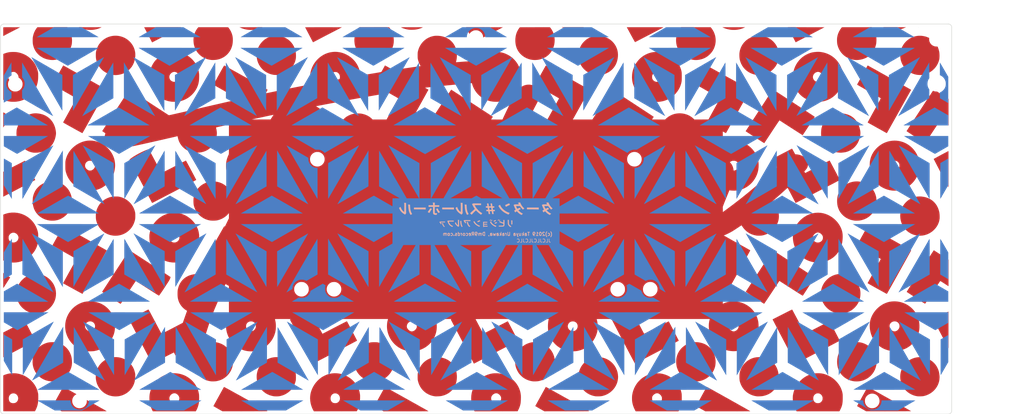
<source format=kicad_pcb>
(kicad_pcb (version 20171130) (host pcbnew "(5.1.0)-1")
  (layers (0 F.Cu signal) (31 B.Cu signal) (34 B.Paste user) (35 F.Paste user) (36 B.SilkS user) (37 F.SilkS user) (38 B.Mask user) (39 F.Mask user) (44 Edge.Cuts user))
  (net 0 "")
  (module tartan:bottom1_copper (layer F.Cu) (at 172.5 88.5)
    (fp_text reference G*** hide)
    (fp_text value LOGO hide)
    (fp_poly (pts (xy 28.963055 -57.536063) (xy 32.261527 -57.53476) (xy 31.926389 -57.393162) (xy 31.43296 -57.209985) (xy 30.893532 -57.055704) (xy 30.32858 -56.935569) (xy 29.881203 -56.868683) (xy 29.725207 -56.85556) (xy 29.515285 -56.846082) (xy 29.267831 -56.840216) (xy 28.999242 -56.837931) (xy 28.725913 -56.839195) (xy 28.46424 -56.843976) (xy 28.230618 -56.852242) (xy 28.041443 -56.86396) (xy 27.957639 -56.87244) (xy 27.62078 -56.925072) (xy 27.258121 -56.999787) (xy 26.888032 -57.091566) (xy 26.52888 -57.195393) (xy 26.199037 -57.30625) (xy 25.916872 -57.419118) (xy 25.858611 -57.445796) (xy 25.664583 -57.537367) (xy 28.963055 -57.536063)) (layer F.Cu) (width 0.01))
    (fp_poly (pts (xy -18.658114 -57.535107) (xy -18.156637 -57.534698) (xy -17.7182 -57.533949) (xy -17.339046 -57.532806) (xy -17.015418 -57.531215) (xy -16.743558 -57.529119) (xy -16.519708 -57.526465) (xy -16.340112 -57.523198) (xy -16.201012 -57.519263) (xy -16.09865 -57.514606) (xy -16.029269 -57.509172) (xy -15.989112 -57.502905) (xy -15.974421 -57.495752) (xy -15.980834 -57.487976) (xy -16.210735 -57.379003) (xy -16.49451 -57.267094) (xy -16.815924 -57.157221) (xy -17.158737 -57.054352) (xy -17.506715 -56.963459) (xy -17.843619 -56.889509) (xy -18.062895 -56.850687) (xy -18.299043 -56.821898) (xy -18.58493 -56.799881) (xy -18.902208 -56.784942) (xy -19.23253 -56.777391) (xy -19.55755 -56.777535) (xy -19.85892 -56.785683) (xy -20.118294 -56.802143) (xy -20.231806 -56.814259) (xy -20.547991 -56.865409) (xy -20.893013 -56.939813) (xy -21.250305 -57.032501) (xy -21.603301 -57.138505) (xy -21.935434 -57.252856) (xy -22.230137 -57.370585) (xy -22.466999 -57.48463) (xy -22.476215 -57.493196) (xy -22.467809 -57.500757) (xy -22.437891 -57.507373) (xy -22.382571 -57.513106) (xy -22.297957 -57.518016) (xy -22.18016 -57.522163) (xy -22.025288 -57.52561) (xy -21.829451 -57.528415) (xy -21.588759 -57.530641) (xy -21.299322 -57.532347) (xy -20.957247 -57.533595) (xy -20.558646 -57.534445) (xy -20.099627 -57.534959) (xy -19.576299 -57.535196) (xy -19.226389 -57.535231) (xy -18.658114 -57.535107)) (layer F.Cu) (width 0.01))
    (fp_poly (pts (xy 128.51813 -57.4109) (xy 127.893726 -57.154071) (xy 127.241046 -56.952725) (xy 126.611944 -56.814448) (xy 126.452188 -56.792781) (xy 126.237354 -56.774174) (xy 125.982866 -56.759006) (xy 125.704152 -56.747655) (xy 125.416636 -56.740501) (xy 125.135744 -56.737923) (xy 124.876903 -56.740298) (xy 124.655537 -56.748006) (xy 124.487074 -56.761426) (xy 124.481314 -56.762129) (xy 124.002573 -56.840509) (xy 123.509041 -56.955856) (xy 123.024212 -57.101448) (xy 122.571581 -57.270559) (xy 122.332235 -57.377168) (xy 122.008194 -57.531853) (xy 125.394861 -57.532655) (xy 128.781527 -57.533457) (xy 128.51813 -57.4109)) (layer F.Cu) (width 0.01))
    (fp_poly (pts (xy 76.988409 -57.535507) (xy 77.190717 -57.535372) (xy 80.592083 -57.532688) (xy 80.292222 -57.39062) (xy 79.867491 -57.211686) (xy 79.39624 -57.052306) (xy 78.901248 -56.91878) (xy 78.405295 -56.817409) (xy 78.027015 -56.764119) (xy 77.797395 -56.746155) (xy 77.520704 -56.735606) (xy 77.220031 -56.732421) (xy 76.918464 -56.736548) (xy 76.639093 -56.747937) (xy 76.405005 -56.766536) (xy 76.394027 -56.767753) (xy 76.114886 -56.806927) (xy 75.799928 -56.863716) (xy 75.475644 -56.9325) (xy 75.168524 -57.007654) (xy 74.905058 -57.083557) (xy 74.902956 -57.084229) (xy 74.77317 -57.128419) (xy 74.614217 -57.186475) (xy 74.439615 -57.252987) (xy 74.262884 -57.322547) (xy 74.097544 -57.389745) (xy 73.957113 -57.449169) (xy 73.855111 -57.495412) (xy 73.805057 -57.523062) (xy 73.804051 -57.523964) (xy 73.836406 -57.525938) (xy 73.934535 -57.527775) (xy 74.093655 -57.52946) (xy 74.308984 -57.530976) (xy 74.575738 -57.532307) (xy 74.889137 -57.533437) (xy 75.244397 -57.53435) (xy 75.636737 -57.535029) (xy 76.061374 -57.535459) (xy 76.513525 -57.535624) (xy 76.988409 -57.535507)) (layer F.Cu) (width 0.01))
    (fp_poly (pts (xy -64.364306 -57.377176) (xy -64.818774 -57.181892) (xy -65.321742 -57.013572) (xy -65.854504 -56.877715) (xy -66.396904 -56.780022) (xy -66.620385 -56.756664) (xy -66.895251 -56.741016) (xy -67.202759 -56.73304) (xy -67.524166 -56.732701) (xy -67.840727 -56.739962) (xy -68.133699 -56.754786) (xy -68.384339 -56.777137) (xy -68.438889 -56.783992) (xy -68.903419 -56.86342) (xy -69.381078 -56.97565) (xy -69.850072 -57.114361) (xy -70.288608 -57.273233) (xy -70.608473 -57.41329) (xy -70.855417 -57.531992) (xy -67.451111 -57.532067) (xy -64.046806 -57.532141) (xy -64.364306 -57.377176)) (layer F.Cu) (width 0.01))
    (fp_poly (pts (xy -112.465556 -57.417237) (xy -112.837062 -57.248735) (xy -113.258593 -57.094989) (xy -113.71018 -56.961903) (xy -114.171849 -56.85538) (xy -114.611917 -56.782822) (xy -114.90443 -56.754442) (xy -115.238996 -56.737408) (xy -115.593133 -56.73173) (xy -115.94436 -56.73742) (xy -116.270195 -56.754489) (xy -116.540139 -56.781849) (xy -117.014317 -56.860553) (xy -117.487213 -56.96603) (xy -117.941622 -57.093455) (xy -118.36034 -57.238) (xy -118.726164 -57.39484) (xy -118.727361 -57.395419) (xy -119.009584 -57.532053) (xy -115.622917 -57.53332) (xy -112.23625 -57.534586) (xy -112.465556 -57.417237)) (layer F.Cu) (width 0.01))
    (fp_poly (pts (xy -139.806954 -57.531421) (xy -139.408789 -57.530505) (xy -139.117917 -57.529548) (xy -136.648473 -57.520417) (xy -138.941528 -56.324803) (xy -139.321088 -56.126809) (xy -139.687047 -55.935738) (xy -140.033863 -55.754495) (xy -140.355996 -55.585982) (xy -140.647906 -55.433102) (xy -140.904051 -55.29876) (xy -141.118893 -55.185857) (xy -141.28689 -55.097299) (xy -141.402501 -55.035987) (xy -141.45507 -55.007669) (xy -141.675556 -54.88615) (xy -141.675556 -56.195571) (xy -141.675038 -56.551194) (xy -141.673363 -56.841709) (xy -141.670351 -57.07256) (xy -141.665821 -57.249186) (xy -141.659591 -57.37703) (xy -141.65148 -57.461534) (xy -141.641309 -57.508139) (xy -141.631459 -57.521835) (xy -141.589645 -57.524512) (xy -141.483057 -57.526802) (xy -141.317475 -57.528687) (xy -141.098678 -57.53015) (xy -140.832448 -57.531172) (xy -140.524564 -57.531737) (xy -140.180806 -57.531826) (xy -139.806954 -57.531421)) (layer F.Cu) (width 0.01))
    (fp_poly (pts (xy -0.112445 -57.532114) (xy 0.420669 -57.53181) (xy 0.982644 -57.531333) (xy 1.56969 -57.530679) (xy 2.178017 -57.529848) (xy 2.499604 -57.529347) (xy 8.009358 -57.520417) (xy 5.083489 -55.994653) (xy 4.66108 -55.77449) (xy 4.256521 -55.563847) (xy 3.874179 -55.364987) (xy 3.518423 -55.180172) (xy 3.193622 -55.011665) (xy 2.904144 -54.861727) (xy 2.654357 -54.73262) (xy 2.448629 -54.626607) (xy 2.291329 -54.54595) (xy 2.186826 -54.49291) (xy 2.139487 -54.469751) (xy 2.137143 -54.468889) (xy 2.124681 -54.500353) (xy 2.117422 -54.579553) (xy 2.116666 -54.620227) (xy 2.107446 -54.741216) (xy 2.083771 -54.889272) (xy 2.063219 -54.981825) (xy 1.936825 -55.339816) (xy 1.750544 -55.669331) (xy 1.511773 -55.962884) (xy 1.227907 -56.212991) (xy 0.906344 -56.412165) (xy 0.55448 -56.552921) (xy 0.493889 -56.570048) (xy 0.273359 -56.610491) (xy 0.015836 -56.629246) (xy -0.249968 -56.626198) (xy -0.495344 -56.60123) (xy -0.625023 -56.574586) (xy -0.931405 -56.46522) (xy -1.232439 -56.304253) (xy -1.510979 -56.103669) (xy -1.749878 -55.875452) (xy -1.898797 -55.68427) (xy -2.00182 -55.528734) (xy -2.518167 -56.521323) (xy -2.6438 -56.76391) (xy -2.757636 -56.9858) (xy -2.855891 -57.179448) (xy -2.934778 -57.337313) (xy -2.990514 -57.451852) (xy -3.019313 -57.51552) (xy -3.022332 -57.526095) (xy -2.986301 -57.527404) (xy -2.883506 -57.528563) (xy -2.717736 -57.529568) (xy -2.492781 -57.530417) (xy -2.212432 -57.531108) (xy -1.88048 -57.531639) (xy -1.500715 -57.532007) (xy -1.076927 -57.53221) (xy -0.612907 -57.532247) (xy -0.112445 -57.532114)) (layer F.Cu) (width 0.01))
    (fp_poly (pts (xy 50.667527 -57.537462) (xy 51.39666 -57.537365) (xy 52.058428 -57.537214) (xy 52.65602 -57.53697) (xy 53.192626 -57.536594) (xy 53.671436 -57.536048) (xy 54.095639 -57.535294) (xy 54.468427 -57.534291) (xy 54.792988 -57.533003) (xy 55.072512 -57.531391) (xy 55.310189 -57.529415) (xy 55.50921 -57.527037) (xy 55.672763 -57.524219) (xy 55.804039 -57.520922) (xy 55.906228 -57.517107) (xy 55.98252 -57.512736) (xy 56.036104 -57.50777) (xy 56.07017 -57.502171) (xy 56.087909 -57.495899) (xy 56.092509 -57.488918) (xy 56.087161 -57.481186) (xy 56.075055 -57.472667) (xy 56.074027 -57.472034) (xy 56.030792 -57.448324) (xy 55.930214 -57.394769) (xy 55.776699 -57.31367) (xy 55.574651 -57.207324) (xy 55.328474 -57.078032) (xy 55.042575 -56.928092) (xy 54.721357 -56.759802) (xy 54.369226 -56.575462) (xy 53.990585 -56.377372) (xy 53.589841 -56.167828) (xy 53.171397 -55.949132) (xy 52.739659 -55.723581) (xy 52.299031 -55.493474) (xy 51.853919 -55.261111) (xy 51.408726 -55.02879) (xy 50.967858 -54.798811) (xy 50.53572 -54.573472) (xy 50.116716 -54.355072) (xy 49.715251 -54.145911) (xy 49.33573 -53.948286) (xy 48.982558 -53.764498) (xy 48.66014 -53.596845) (xy 48.372879 -53.447625) (xy 48.125182 -53.319138) (xy 47.921453 -53.213684) (xy 47.766096 -53.133559) (xy 47.663517 -53.081065) (xy 47.61812 -53.058499) (xy 47.616263 -53.057778) (xy 47.596004 -53.087304) (xy 47.545977 -53.170659) (xy 47.470699 -53.300004) (xy 47.374688 -53.467505) (xy 47.262461 -53.665325) (xy 47.138537 -53.885627) (xy 47.12306 -53.913264) (xy 46.934567 -54.252148) (xy 46.717161 -54.646827) (xy 46.474527 -55.090525) (xy 46.210349 -55.576464) (xy 45.928311 -56.097867) (xy 45.632099 -56.647954) (xy 45.325396 -57.21995) (xy 45.320353 -57.229375) (xy 45.155193 -57.538056) (xy 50.667527 -57.537462)) (layer F.Cu) (width 0.01))
    (fp_poly (pts (xy 96.866361 -57.531585) (xy 97.427309 -57.531196) (xy 98.013081 -57.530597) (xy 98.619867 -57.529783) (xy 98.897693 -57.529348) (xy 104.356089 -57.520417) (xy 100.376308 -55.440285) (xy 99.875973 -55.178764) (xy 99.388741 -54.924078) (xy 98.918734 -54.678382) (xy 98.470076 -54.44383) (xy 98.046888 -54.22258) (xy 97.653293 -54.016787) (xy 97.293413 -53.828605) (xy 96.971371 -53.660192) (xy 96.691289 -53.513702) (xy 96.457289 -53.39129) (xy 96.273494 -53.295114) (xy 96.144026 -53.227327) (xy 96.073413 -53.190299) (xy 95.750299 -53.020446) (xy 95.521981 -53.453626) (xy 95.347939 -53.784501) (xy 95.166588 -54.130508) (xy 94.980743 -54.486186) (xy 94.793218 -54.846076) (xy 94.606827 -55.204717) (xy 94.424384 -55.556648) (xy 94.248706 -55.896411) (xy 94.082605 -56.218543) (xy 93.928897 -56.517586) (xy 93.790396 -56.78808) (xy 93.669917 -57.024563) (xy 93.570273 -57.221576) (xy 93.49428 -57.373659) (xy 93.444752 -57.475351) (xy 93.424503 -57.521192) (xy 93.424258 -57.52324) (xy 93.460618 -57.524878) (xy 93.563722 -57.526352) (xy 93.72976 -57.527659) (xy 93.954921 -57.528795) (xy 94.235393 -57.529755) (xy 94.567366 -57.530535) (xy 94.947029 -57.53113) (xy 95.370571 -57.531537) (xy 95.834181 -57.531752) (xy 96.334048 -57.531769) (xy 96.866361 -57.531585)) (layer F.Cu) (width 0.01))
    (fp_poly (pts (xy -44.799566 -57.532795) (xy -44.17109 -57.532088) (xy -43.57971 -57.531019) (xy -43.040805 -57.529589) (xy -42.99828 -57.529452) (xy -40.235731 -57.520417) (xy -44.545009 -55.271459) (xy -45.058994 -55.003269) (xy -45.55566 -54.744216) (xy -46.03143 -54.496163) (xy -46.482725 -54.260972) (xy -46.905966 -54.040503) (xy -47.297573 -53.836619) (xy -47.653968 -53.651181) (xy -47.971571 -53.486052) (xy -48.246804 -53.343092) (xy -48.476088 -53.224165) (xy -48.655844 -53.131131) (xy -48.782493 -53.065852) (xy -48.852456 -53.030191) (xy -48.865825 -53.02377) (xy -48.883578 -53.054468) (xy -48.931237 -53.142837) (xy -49.006203 -53.283925) (xy -49.105877 -53.472781) (xy -49.227658 -53.704453) (xy -49.368947 -53.973991) (xy -49.527146 -54.276442) (xy -49.699655 -54.606856) (xy -49.883874 -54.960281) (xy -50.046499 -55.272728) (xy -51.215637 -57.520417) (xy -48.488233 -57.529452) (xy -47.960133 -57.530913) (xy -47.376857 -57.532012) (xy -46.753783 -57.53275) (xy -46.106291 -57.533126) (xy -45.449759 -57.533141) (xy -44.799566 -57.532795)) (layer F.Cu) (width 0.01))
    (fp_poly (pts (xy -93.303608 -57.537949) (xy -92.704937 -57.537637) (xy -92.129667 -57.537131) (xy -91.581556 -57.536443) (xy -91.06436 -57.535584) (xy -90.581839 -57.534566) (xy -90.137749 -57.533401) (xy -89.735847 -57.532099) (xy -89.379893 -57.530674) (xy -89.073643 -57.529136) (xy -88.820855 -57.527496) (xy -88.625287 -57.525768) (xy -88.490696 -57.523961) (xy -88.42084 -57.522088) (xy -88.411372 -57.521036) (xy -88.444204 -57.502871) (xy -88.535788 -57.454081) (xy -88.682314 -57.376661) (xy -88.879973 -57.272609) (xy -89.124955 -57.143919) (xy -89.41345 -56.992589) (xy -89.74165 -56.820616) (xy -90.105744 -56.629994) (xy -90.501923 -56.422721) (xy -90.926378 -56.200793) (xy -91.375299 -55.966206) (xy -91.844876 -55.720956) (xy -92.25371 -55.507534) (xy -92.748487 -55.249291) (xy -93.232883 -54.996442) (xy -93.702424 -54.751323) (xy -94.152637 -54.516271) (xy -94.579047 -54.293621) (xy -94.977182 -54.085712) (xy -95.342569 -53.894878) (xy -95.670733 -53.723456) (xy -95.957202 -53.573782) (xy -96.197501 -53.448193) (xy -96.387158 -53.349025) (xy -96.521699 -53.278614) (xy -96.578269 -53.248959) (xy -97.07751 -52.986867) (xy -98.188195 -55.112531) (xy -98.377948 -55.47577) (xy -98.559675 -55.82381) (xy -98.730478 -56.151086) (xy -98.887455 -56.452034) (xy -99.027707 -56.72109) (xy -99.148334 -56.952689) (xy -99.246436 -57.141267) (xy -99.319113 -57.281261) (xy -99.363466 -57.367106) (xy -99.374185 -57.388125) (xy -99.44949 -57.538056) (xy -93.921921 -57.538056) (xy -93.303608 -57.537949)) (layer F.Cu) (width 0.01))
    (fp_poly (pts (xy 114.063789 -57.536052) (xy 118.515694 -57.534048) (xy 118.678053 -57.333205) (xy 119.051815 -56.816503) (xy 119.364059 -56.268599) (xy 119.612835 -55.693991) (xy 119.796195 -55.097177) (xy 119.91168 -54.486528) (xy 119.934054 -54.233322) (xy 119.943122 -53.930821) (xy 119.939716 -53.598854) (xy 119.924665 -53.257251) (xy 119.898801 -52.925842) (xy 119.862952 -52.624456) (xy 119.824412 -52.402688) (xy 119.65566 -51.760016) (xy 119.426728 -51.145627) (xy 119.140549 -50.566639) (xy 118.91706 -50.200278) (xy 118.74517 -49.966265) (xy 118.528141 -49.71049) (xy 118.281044 -49.447976) (xy 118.018948 -49.193747) (xy 117.756923 -48.962824) (xy 117.510037 -48.770232) (xy 117.420558 -48.708391) (xy 116.899702 -48.404172) (xy 116.339056 -48.151025) (xy 115.749422 -47.951555) (xy 115.141605 -47.808368) (xy 114.526406 -47.724067) (xy 113.914631 -47.701259) (xy 113.382777 -47.734676) (xy 112.827084 -47.826173) (xy 112.268109 -47.972287) (xy 111.72945 -48.166035) (xy 111.367455 -48.331102) (xy 110.803705 -48.652808) (xy 110.285912 -49.026891) (xy 109.816496 -49.450211) (xy 109.397876 -49.919623) (xy 109.032471 -50.431985) (xy 108.722702 -50.984155) (xy 108.470988 -51.57299) (xy 108.279748 -52.195348) (xy 108.23084 -52.405139) (xy 108.187415 -52.664683) (xy 108.155752 -52.973727) (xy 108.136385 -53.312113) (xy 108.129846 -53.659686) (xy 108.136667 -53.996288) (xy 108.15738 -54.301764) (xy 108.176543 -54.460661) (xy 108.302794 -55.080158) (xy 108.496421 -55.683042) (xy 108.755167 -56.264092) (xy 109.076777 -56.818083) (xy 109.373869 -57.233242) (xy 109.611885 -57.538056) (xy 114.063789 -57.536052)) (layer F.Cu) (width 0.01))
    (fp_poly (pts (xy 70.504499 -57.247014) (xy 70.871513 -56.729915) (xy 71.17709 -56.182415) (xy 71.420624 -55.609854) (xy 71.601511 -55.017571) (xy 71.719147 -54.410907) (xy 71.772927 -53.795201) (xy 71.762247 -53.175792) (xy 71.686502 -52.558022) (xy 71.545087 -51.947228) (xy 71.337398 -51.348752) (xy 71.206007 -51.050506) (xy 70.927995 -50.540498) (xy 70.588645 -50.049134) (xy 70.196626 -49.586254) (xy 69.760604 -49.161699) (xy 69.289247 -48.785311) (xy 69.091527 -48.649645) (xy 68.567104 -48.347329) (xy 68.005272 -48.100026) (xy 67.415409 -47.909937) (xy 66.806893 -47.779263) (xy 66.189104 -47.710207) (xy 65.571418 -47.704968) (xy 65.193333 -47.734654) (xy 64.559197 -47.840776) (xy 63.947024 -48.011405) (xy 63.361215 -48.243472) (xy 62.806168 -48.533909) (xy 62.286284 -48.879645) (xy 61.805961 -49.277612) (xy 61.369599 -49.724742) (xy 60.981597 -50.217964) (xy 60.646355 -50.754209) (xy 60.521109 -50.994028) (xy 60.3215 -51.433464) (xy 60.167807 -51.855514) (xy 60.053924 -52.282291) (xy 59.973745 -52.735909) (xy 59.929418 -53.136995) (xy 59.91085 -53.741809) (xy 59.956987 -54.357774) (xy 60.066282 -54.971775) (xy 60.205081 -55.474306) (xy 60.328508 -55.802317) (xy 60.491442 -56.155056) (xy 60.683037 -56.513398) (xy 60.892448 -56.858216) (xy 61.108829 -57.170385) (xy 61.30288 -57.410222) (xy 61.416455 -57.538056) (xy 70.273157 -57.538056) (xy 70.504499 -57.247014)) (layer F.Cu) (width 0.01))
    (fp_poly (pts (xy 22.287889 -57.317704) (xy 22.649597 -56.805568) (xy 22.950806 -56.258647) (xy 23.190396 -55.680263) (xy 23.367248 -55.07374) (xy 23.480241 -54.442399) (xy 23.528255 -53.789564) (xy 23.529988 -53.632432) (xy 23.496652 -52.968988) (xy 23.398617 -52.325137) (xy 23.237309 -51.704815) (xy 23.014153 -51.111958) (xy 22.730576 -50.550502) (xy 22.388004 -50.024383) (xy 22.086275 -49.647384) (xy 21.668595 -49.221671) (xy 21.202993 -48.843677) (xy 20.695504 -48.515656) (xy 20.152161 -48.239861) (xy 19.578997 -48.018547) (xy 18.982046 -47.853968) (xy 18.367342 -47.748379) (xy 17.740919 -47.704033) (xy 17.108809 -47.723185) (xy 16.970517 -47.736046) (xy 16.350131 -47.833685) (xy 15.750762 -47.992838) (xy 15.176884 -48.210047) (xy 14.632968 -48.481856) (xy 14.123487 -48.804806) (xy 13.652913 -49.17544) (xy 13.225718 -49.5903) (xy 12.846376 -50.045927) (xy 12.519357 -50.538866) (xy 12.249135 -51.065656) (xy 12.072161 -51.523195) (xy 11.905407 -52.132087) (xy 11.798923 -52.766509) (xy 11.752617 -53.41545) (xy 11.766401 -54.067902) (xy 11.840185 -54.712857) (xy 11.97388 -55.339306) (xy 12.106724 -55.771393) (xy 12.220821 -56.058513) (xy 12.367634 -56.370089) (xy 12.534651 -56.682654) (xy 12.709361 -56.972739) (xy 12.872953 -57.208612) (xy 13.109656 -57.520417) (xy 17.611267 -57.52937) (xy 22.112878 -57.538324) (xy 22.287889 -57.317704)) (layer F.Cu) (width 0.01))
    (fp_poly (pts (xy -25.921642 -57.335343) (xy -25.568713 -56.828933) (xy -25.270911 -56.281673) (xy -25.029967 -55.698826) (xy -24.847609 -55.085657) (xy -24.725566 -54.447431) (xy -24.665566 -53.789411) (xy -24.659266 -53.491321) (xy -24.693856 -52.868786) (xy -24.795455 -52.261051) (xy -24.961304 -51.672421) (xy -25.188641 -51.107203) (xy -25.474706 -50.5697) (xy -25.816739 -50.06422) (xy -26.211978 -49.595067) (xy -26.657663 -49.166546) (xy -27.151033 -48.782962) (xy -27.689329 -48.448622) (xy -27.992917 -48.29237) (xy -28.587535 -48.041364) (xy -29.182418 -47.859865) (xy -29.782574 -47.746982) (xy -30.393009 -47.701825) (xy -31.018732 -47.723504) (xy -31.132639 -47.734359) (xy -31.770781 -47.833857) (xy -32.385704 -47.995157) (xy -32.973209 -48.215218) (xy -33.529097 -48.490997) (xy -34.04917 -48.819452) (xy -34.529228 -49.19754) (xy -34.965074 -49.622219) (xy -35.352508 -50.090448) (xy -35.687331 -50.599183) (xy -35.965345 -51.145382) (xy -36.020918 -51.27625) (xy -36.198261 -51.76429) (xy -36.328027 -52.251973) (xy -36.414113 -52.758278) (xy -36.460414 -53.302182) (xy -36.466216 -53.445834) (xy -36.454976 -54.100408) (xy -36.377967 -54.729533) (xy -36.235027 -55.333714) (xy -36.025996 -55.91346) (xy -35.750711 -56.469277) (xy -35.409011 -57.001671) (xy -35.277086 -57.1782) (xy -35.011811 -57.520417) (xy -30.546354 -57.529371) (xy -26.080898 -57.538325) (xy -25.921642 -57.335343)) (layer F.Cu) (width 0.01))
    (fp_poly (pts (xy -74.125584 -57.310842) (xy -73.767788 -56.808442) (xy -73.465128 -56.264663) (xy -73.220337 -55.685373) (xy -73.036152 -55.076441) (xy -72.990102 -54.874584) (xy -72.926642 -54.472203) (xy -72.893327 -54.024644) (xy -72.889897 -53.550396) (xy -72.916092 -53.06795) (xy -72.971653 -52.595795) (xy -73.026447 -52.28824) (xy -73.188597 -51.669303) (xy -73.411458 -51.083257) (xy -73.691753 -50.533267) (xy -74.026204 -50.022499) (xy -74.411535 -49.554118) (xy -74.844467 -49.13129) (xy -75.321723 -48.757182) (xy -75.840027 -48.434957) (xy -76.3961 -48.167784) (xy -76.986665 -47.958826) (xy -77.608445 -47.81125) (xy -77.673174 -47.799826) (xy -77.953453 -47.761413) (xy -78.272625 -47.733332) (xy -78.607959 -47.716428) (xy -78.936726 -47.711548) (xy -79.236193 -47.719539) (xy -79.427917 -47.73449) (xy -80.070667 -47.837918) (xy -80.685282 -48.003451) (xy -81.26848 -48.228103) (xy -81.816975 -48.508887) (xy -82.327485 -48.842817) (xy -82.796724 -49.226907) (xy -83.221409 -49.658169) (xy -83.598257 -50.133619) (xy -83.923982 -50.650269) (xy -84.195301 -51.205133) (xy -84.40893 -51.795224) (xy -84.558191 -52.399834) (xy -84.637172 -52.925621) (xy -84.675999 -53.464258) (xy -84.67453 -53.996839) (xy -84.632624 -54.504457) (xy -84.576533 -54.84782) (xy -84.511408 -55.116198) (xy -84.420642 -55.418569) (xy -84.313305 -55.728646) (xy -84.198464 -56.020146) (xy -84.090744 -56.25579) (xy -83.96457 -56.489415) (xy -83.815177 -56.738091) (xy -83.655645 -56.981814) (xy -83.499053 -57.200579) (xy -83.361923 -57.370486) (xy -83.214282 -57.538056) (xy -74.307661 -57.538056) (xy -74.125584 -57.310842)) (layer F.Cu) (width 0.01))
    (fp_poly (pts (xy -122.350894 -57.31757) (xy -121.994016 -56.811078) (xy -121.693048 -56.262482) (xy -121.448738 -55.67367) (xy -121.261833 -55.046529) (xy -121.133081 -54.382947) (xy -121.105513 -54.173709) (xy -121.085751 -53.9276) (xy -121.077653 -53.64099) (xy -121.080491 -53.33324) (xy -121.09354 -53.02371) (xy -121.116074 -52.731761) (xy -121.147366 -52.476755) (xy -121.174728 -52.327729) (xy -121.344669 -51.721885) (xy -121.578472 -51.141394) (xy -121.872641 -50.590609) (xy -122.223683 -50.07388) (xy -122.628102 -49.595558) (xy -123.082402 -49.159995) (xy -123.58309 -48.771542) (xy -124.126669 -48.43455) (xy -124.425144 -48.281084) (xy -125.004727 -48.036412) (xy -125.58491 -47.859942) (xy -126.173401 -47.75031) (xy -126.777904 -47.706156) (xy -127.406126 -47.726115) (xy -127.511528 -47.735374) (xy -128.109644 -47.822125) (xy -128.704649 -47.96562) (xy -129.277235 -48.160469) (xy -129.69875 -48.346046) (xy -130.261731 -48.659517) (xy -130.77487 -49.022439) (xy -131.236618 -49.432824) (xy -131.645428 -49.888684) (xy -131.99975 -50.388031) (xy -132.298036 -50.928877) (xy -132.538737 -51.509236) (xy -132.720305 -52.127118) (xy -132.75133 -52.264028) (xy -132.785198 -52.467168) (xy -132.81294 -52.723747) (xy -132.834007 -53.016867) (xy -132.847846 -53.329632) (xy -132.853907 -53.645145) (xy -132.851638 -53.94651) (xy -132.84049 -54.21683) (xy -132.821788 -54.424606) (xy -132.721482 -54.990009) (xy -132.565278 -55.549163) (xy -132.358286 -56.089659) (xy -132.105616 -56.599092) (xy -131.812378 -57.065053) (xy -131.640886 -57.291848) (xy -131.441959 -57.538056) (xy -122.525798 -57.538056) (xy -122.350894 -57.31757)) (layer F.Cu) (width 0.01))
    (fp_poly (pts (xy 133.310869 -54.96865) (xy 133.943565 -54.898783) (xy 134.568159 -54.762979) (xy 134.690555 -54.728153) (xy 134.854612 -54.67511) (xy 135.052952 -54.604334) (xy 135.25542 -54.526829) (xy 135.368948 -54.48058) (xy 135.74748 -54.321758) (xy 135.725952 -54.067085) (xy 135.729975 -53.708162) (xy 135.799037 -53.349239) (xy 135.928591 -53.001973) (xy 136.114088 -52.678023) (xy 136.350982 -52.389045) (xy 136.399145 -52.341245) (xy 136.702871 -52.096702) (xy 137.038918 -51.914343) (xy 137.403705 -51.795614) (xy 137.793648 -51.741962) (xy 137.89082 -51.738927) (xy 138.251224 -51.734861) (xy 138.35431 -51.487917) (xy 138.519578 -51.041521) (xy 138.65878 -50.564101) (xy 138.756987 -50.115015) (xy 138.798336 -49.821737) (xy 138.825883 -49.491119) (xy 138.83965 -49.140732) (xy 138.839658 -48.788142) (xy 138.82593 -48.450918) (xy 138.798488 -48.146628) (xy 138.757353 -47.892842) (xy 138.754189 -47.878437) (xy 138.673375 -47.547395) (xy 138.585641 -47.255806) (xy 138.481216 -46.976168) (xy 138.35033 -46.680979) (xy 138.269332 -46.51375) (xy 138.018373 -46.054591) (xy 137.738517 -45.638904) (xy 137.414152 -45.244883) (xy 137.195277 -45.013437) (xy 136.705964 -44.565841) (xy 136.184133 -44.178474) (xy 135.633028 -43.852998) (xy 135.055892 -43.591074) (xy 134.455967 -43.394366) (xy 133.836497 -43.264533) (xy 133.761311 -43.25357) (xy 133.564016 -43.234523) (xy 133.31722 -43.223328) (xy 133.041512 -43.219774) (xy 132.757483 -43.223649) (xy 132.485725 -43.234741) (xy 132.246829 -43.252838) (xy 132.103227 -43.270628) (xy 131.473119 -43.403019) (xy 130.870194 -43.59802) (xy 130.298091 -43.852185) (xy 129.76045 -44.162068) (xy 129.26091 -44.524221) (xy 128.803112 -44.935199) (xy 128.390694 -45.391554) (xy 128.027297 -45.889841) (xy 127.716559 -46.426612) (xy 127.46212 -46.998421) (xy 127.26762 -47.60182) (xy 127.192618 -47.920895) (xy 127.105961 -48.499628) (xy 127.077646 -49.099974) (xy 127.107214 -49.704548) (xy 127.194207 -50.295969) (xy 127.26329 -50.597577) (xy 127.452007 -51.185716) (xy 127.70415 -51.749873) (xy 128.015168 -52.284968) (xy 128.380513 -52.785926) (xy 128.795633 -53.247669) (xy 129.255981 -53.665119) (xy 129.757005 -54.0332) (xy 130.294157 -54.346834) (xy 130.844327 -54.593818) (xy 131.4368 -54.785163) (xy 132.050223 -54.911586) (xy 132.677334 -54.972833) (xy 133.310869 -54.96865)) (layer F.Cu) (width 0.01))
    (fp_poly (pts (xy 37.249808 -54.945639) (xy 37.863779 -54.841839) (xy 38.468066 -54.674999) (xy 39.057373 -54.445056) (xy 39.6264 -54.151945) (xy 39.881527 -53.994817) (xy 40.397786 -53.619097) (xy 40.862615 -53.198312) (xy 41.273936 -52.736717) (xy 41.629671 -52.238561) (xy 41.927743 -51.708099) (xy 42.166074 -51.149581) (xy 42.342586 -50.56726) (xy 42.455201 -49.965388) (xy 42.501841 -49.348218) (xy 42.480428 -48.720001) (xy 42.477056 -48.683334) (xy 42.384673 -48.006699) (xy 42.239867 -47.375693) (xy 42.041205 -46.787178) (xy 41.787254 -46.238017) (xy 41.47658 -45.725071) (xy 41.107748 -45.245202) (xy 40.71733 -44.831691) (xy 40.242015 -44.420356) (xy 39.72824 -44.067789) (xy 39.17543 -43.773691) (xy 38.583011 -43.537766) (xy 37.950411 -43.359713) (xy 37.837868 -43.334975) (xy 37.585466 -43.292557) (xy 37.28582 -43.259706) (xy 36.95733 -43.236975) (xy 36.618399 -43.22492) (xy 36.28743 -43.224095) (xy 35.982825 -43.235054) (xy 35.722986 -43.258353) (xy 35.649162 -43.269013) (xy 35.007452 -43.404054) (xy 34.406639 -43.594843) (xy 33.84152 -43.843714) (xy 33.306893 -44.153003) (xy 32.797555 -44.525041) (xy 32.734406 -44.576907) (xy 32.282063 -44.997599) (xy 31.883953 -45.458985) (xy 31.540725 -45.955859) (xy 31.253029 -46.483012) (xy 31.021512 -47.035238) (xy 30.846826 -47.60733) (xy 30.729619 -48.194081) (xy 30.670541 -48.790283) (xy 30.670241 -49.39073) (xy 30.729368 -49.990214) (xy 30.848571 -50.583529) (xy 31.028501 -51.165467) (xy 31.269806 -51.730821) (xy 31.573136 -52.274384) (xy 31.742781 -52.528611) (xy 31.922772 -52.761661) (xy 32.145849 -53.016333) (xy 32.395649 -53.276251) (xy 32.655807 -53.525042) (xy 32.909959 -53.74633) (xy 33.125833 -53.912559) (xy 33.659267 -54.248228) (xy 34.220099 -54.521309) (xy 34.80303 -54.731737) (xy 35.402764 -54.879449) (xy 36.014003 -54.96438) (xy 36.63145 -54.986465) (xy 37.249808 -54.945639)) (layer F.Cu) (width 0.01))
    (fp_poly (pts (xy -59.243798 -54.94635) (xy -58.615784 -54.847686) (xy -57.995637 -54.682397) (xy -57.937952 -54.663412) (xy -57.335637 -54.426496) (xy -56.775761 -54.134283) (xy -56.260346 -53.789309) (xy -55.791417 -53.394112) (xy -55.370998 -52.951229) (xy -55.001114 -52.463197) (xy -54.683788 -51.932553) (xy -54.421045 -51.361834) (xy -54.214908 -50.753576) (xy -54.067402 -50.110318) (xy -54.012007 -49.742593) (xy -53.991419 -49.512603) (xy -53.979692 -49.241704) (xy -53.976639 -48.950675) (xy -53.982068 -48.660292) (xy -53.995792 -48.391336) (xy -54.017621 -48.164583) (xy -54.026952 -48.100198) (xy -54.158354 -47.507462) (xy -54.357262 -46.925939) (xy -54.62076 -46.362462) (xy -54.945934 -45.823866) (xy -55.076825 -45.638343) (xy -55.238983 -45.435867) (xy -55.443629 -45.208389) (xy -55.675243 -44.971073) (xy -55.918308 -44.739087) (xy -56.157305 -44.527595) (xy -56.376717 -44.351762) (xy -56.441725 -44.304468) (xy -56.997177 -43.955655) (xy -57.585456 -43.668785) (xy -58.202435 -43.445697) (xy -58.614028 -43.336423) (xy -58.776708 -43.300942) (xy -58.921222 -43.274735) (xy -59.064475 -43.256164) (xy -59.223367 -43.243591) (xy -59.4148 -43.235379) (xy -59.655677 -43.22989) (xy -59.725278 -43.228756) (xy -60.081855 -43.227306) (xy -60.37346 -43.235156) (xy -60.605087 -43.252503) (xy -60.71558 -43.267261) (xy -61.355356 -43.405381) (xy -61.968257 -43.606208) (xy -62.550265 -43.867207) (xy -63.097359 -44.185842) (xy -63.605523 -44.559578) (xy -64.070736 -44.985877) (xy -64.488981 -45.462206) (xy -64.740007 -45.806706) (xy -65.068408 -46.354214) (xy -65.332104 -46.923029) (xy -65.531558 -47.508209) (xy -65.667229 -48.104812) (xy -65.73958 -48.707896) (xy -65.749072 -49.312517) (xy -65.696165 -49.913734) (xy -65.581322 -50.506605) (xy -65.405003 -51.086186) (xy -65.167669 -51.647537) (xy -64.869783 -52.185714) (xy -64.511804 -52.695776) (xy -64.094195 -53.172779) (xy -64.048208 -53.219439) (xy -63.789759 -53.470842) (xy -63.55555 -53.679558) (xy -63.327919 -53.859664) (xy -63.089203 -54.025235) (xy -62.853442 -54.171576) (xy -62.299595 -54.460522) (xy -61.718938 -54.686313) (xy -61.11725 -54.848369) (xy -60.500311 -54.946113) (xy -59.8739 -54.978966) (xy -59.243798 -54.94635)) (layer F.Cu) (width 0.01))
    (fp_poly (pts (xy 85.178535 -54.979522) (xy 85.779973 -54.910474) (xy 86.369033 -54.782059) (xy 86.941184 -54.595803) (xy 87.491895 -54.353229) (xy 88.016632 -54.055863) (xy 88.510865 -53.705231) (xy 88.970061 -53.302856) (xy 89.389689 -52.850263) (xy 89.765217 -52.348978) (xy 90.092112 -51.800525) (xy 90.150393 -51.687034) (xy 90.385817 -51.139353) (xy 90.560425 -50.562783) (xy 90.672334 -49.967225) (xy 90.71966 -49.362586) (xy 90.702588 -48.782792) (xy 90.618444 -48.109597) (xy 90.481555 -47.481299) (xy 90.29024 -46.894103) (xy 90.042812 -46.344213) (xy 89.73759 -45.827834) (xy 89.37289 -45.341171) (xy 88.990601 -44.923631) (xy 88.507004 -44.487276) (xy 87.991548 -44.113857) (xy 87.444566 -43.803529) (xy 86.86639 -43.556443) (xy 86.257352 -43.372753) (xy 85.617785 -43.252611) (xy 85.277026 -43.215613) (xy 85.092512 -43.200716) (xy 84.950616 -43.191321) (xy 84.83086 -43.187508) (xy 84.712768 -43.189361) (xy 84.575862 -43.196962) (xy 84.399666 -43.210394) (xy 84.287012 -43.219604) (xy 83.726805 -43.290703) (xy 83.190596 -43.412088) (xy 82.661701 -43.588504) (xy 82.123438 -43.824696) (xy 82.07375 -43.849154) (xy 81.522236 -44.161431) (xy 81.014896 -44.527379) (xy 80.554212 -44.943754) (xy 80.142664 -45.40731) (xy 79.782731 -45.914802) (xy 79.476896 -46.462982) (xy 79.227637 -47.048607) (xy 79.037435 -47.668429) (xy 78.985974 -47.889584) (xy 78.944533 -48.138277) (xy 78.913507 -48.437608) (xy 78.893394 -48.76836) (xy 78.884687 -49.111315) (xy 78.887883 -49.447258) (xy 78.903479 -49.75697) (xy 78.931132 -50.01559) (xy 79.057303 -50.63693) (xy 79.247955 -51.233672) (xy 79.500049 -51.801688) (xy 79.810546 -52.336847) (xy 80.176405 -52.835019) (xy 80.594587 -53.292076) (xy 81.062052 -53.703887) (xy 81.57576 -54.066322) (xy 82.132672 -54.375252) (xy 82.144305 -54.380893) (xy 82.739651 -54.631551) (xy 83.345278 -54.815218) (xy 83.956656 -54.933419) (xy 84.569253 -54.987679) (xy 85.178535 -54.979522)) (layer F.Cu) (width 0.01))
    (fp_poly (pts (xy -107.215438 -54.934048) (xy -106.607232 -54.819086) (xy -106.006916 -54.639831) (xy -105.419426 -54.394958) (xy -105.392361 -54.381884) (xy -104.836961 -54.074827) (xy -104.325228 -53.716979) (xy -103.85976 -53.312804) (xy -103.443151 -52.866765) (xy -103.077998 -52.383323) (xy -102.766897 -51.866943) (xy -102.512443 -51.322086) (xy -102.317232 -50.753216) (xy -102.18386 -50.164796) (xy -102.114923 -49.561288) (xy -102.113016 -48.947155) (xy -102.125558 -48.765526) (xy -102.214624 -48.081143) (xy -102.361756 -47.435614) (xy -102.567755 -46.826576) (xy -102.833421 -46.251669) (xy -103.159554 -45.70853) (xy -103.16346 -45.702752) (xy -103.315458 -45.499727) (xy -103.511159 -45.270552) (xy -103.736367 -45.029393) (xy -103.976882 -44.790418) (xy -104.218506 -44.567792) (xy -104.447042 -44.375683) (xy -104.627031 -44.242456) (xy -105.18564 -43.906335) (xy -105.774691 -43.633124) (xy -106.389832 -43.424348) (xy -107.026713 -43.281537) (xy -107.551307 -43.215613) (xy -107.735821 -43.200716) (xy -107.877718 -43.191321) (xy -107.997473 -43.187508) (xy -108.115565 -43.189361) (xy -108.252471 -43.196962) (xy -108.428667 -43.210394) (xy -108.541322 -43.219604) (xy -109.180279 -43.306177) (xy -109.795885 -43.45704) (xy -110.384319 -43.669196) (xy -110.941759 -43.939648) (xy -111.464383 -44.2654) (xy -111.94837 -44.643454) (xy -112.389896 -45.070815) (xy -112.785141 -45.544484) (xy -113.130282 -46.061466) (xy -113.421497 -46.618763) (xy -113.654966 -47.213379) (xy -113.66208 -47.234938) (xy -113.748921 -47.515444) (xy -113.815598 -47.772115) (xy -113.864428 -48.021553) (xy -113.897725 -48.280355) (xy -113.917808 -48.56512) (xy -113.926992 -48.892447) (xy -113.928205 -49.141945) (xy -113.926886 -49.415235) (xy -113.923353 -49.631712) (xy -113.916647 -49.805108) (xy -113.905807 -49.949153) (xy -113.889874 -50.077579) (xy -113.867888 -50.204118) (xy -113.846834 -50.306111) (xy -113.676589 -50.941133) (xy -113.448046 -51.537664) (xy -113.159975 -52.098702) (xy -113.014375 -52.334584) (xy -112.64524 -52.839316) (xy -112.229686 -53.294344) (xy -111.772648 -53.69834) (xy -111.279065 -54.049979) (xy -110.753874 -54.347934) (xy -110.202011 -54.59088) (xy -109.628415 -54.77749) (xy -109.038022 -54.906438) (xy -108.43577 -54.976398) (xy -107.826597 -54.986043) (xy -107.215438 -54.934048)) (layer F.Cu) (width 0.01))
    (fp_poly (pts (xy 102.938942 -50.133449) (xy 103.293333 -50.100137) (xy 104.016859 -49.971394) (xy 104.717722 -49.778036) (xy 105.391938 -49.522229) (xy 106.035524 -49.206137) (xy 106.644498 -48.831925) (xy 107.214876 -48.401757) (xy 107.742676 -47.917799) (xy 108.166974 -47.451276) (xy 108.592209 -46.889833) (xy 108.961058 -46.293915) (xy 109.270324 -45.67027) (xy 109.51681 -45.025642) (xy 109.697321 -44.366778) (xy 109.74781 -44.114861) (xy 109.784107 -43.852589) (xy 109.810257 -43.535629) (xy 109.82642 -43.179093) (xy 109.832759 -42.798091) (xy 109.829435 -42.407736) (xy 109.816609 -42.023137) (xy 109.794444 -41.659407) (xy 109.7631 -41.331655) (xy 109.72274 -41.054993) (xy 109.714641 -41.012348) (xy 109.585159 -40.487196) (xy 109.404538 -39.946027) (xy 109.181358 -39.410397) (xy 108.924199 -38.901859) (xy 108.769843 -38.639033) (xy 108.368529 -38.058616) (xy 107.914532 -37.521981) (xy 107.412643 -37.03222) (xy 106.867652 -36.592426) (xy 106.284346 -36.205689) (xy 105.667516 -35.875102) (xy 105.021951 -35.603756) (xy 104.352441 -35.394743) (xy 103.663774 -35.251155) (xy 103.480845 -35.224746) (xy 103.324225 -35.209391) (xy 103.117439 -35.196601) (xy 102.87621 -35.186626) (xy 102.616264 -35.179714) (xy 102.353327 -35.176114) (xy 102.103125 -35.176074) (xy 101.881383 -35.179844) (xy 101.703826 -35.187672) (xy 101.617639 -35.195283) (xy 100.916069 -35.305146) (xy 100.260076 -35.461158) (xy 99.639411 -35.666319) (xy 99.043825 -35.923633) (xy 98.918669 -35.985747) (xy 98.296213 -36.340101) (xy 97.720469 -36.746304) (xy 97.193198 -37.201818) (xy 96.716163 -37.704109) (xy 96.291127 -38.250639) (xy 95.919852 -38.838872) (xy 95.604102 -39.466272) (xy 95.345638 -40.130302) (xy 95.146223 -40.828426) (xy 95.00762 -41.558108) (xy 94.997843 -41.627778) (xy 94.975646 -41.849011) (xy 94.960742 -42.120741) (xy 94.953007 -42.425337) (xy 94.952652 -42.590014) (xy 100.904491 -42.590014) (xy 100.939187 -42.285947) (xy 101.041332 -41.987406) (xy 101.052989 -41.962917) (xy 101.217973 -41.70036) (xy 101.429753 -41.484935) (xy 101.679868 -41.3199) (xy 101.959856 -41.208516) (xy 102.261255 -41.154043) (xy 102.575605 -41.159739) (xy 102.894444 -41.228864) (xy 102.928838 -41.240278) (xy 103.206077 -41.370927) (xy 103.447393 -41.555036) (xy 103.646315 -41.78283) (xy 103.796373 -42.044531) (xy 103.891095 -42.330362) (xy 103.924012 -42.630547) (xy 103.919715 -42.73743) (xy 103.865363 -43.002704) (xy 103.75139 -43.264485) (xy 103.588015 -43.511652) (xy 103.385453 -43.733086) (xy 103.153921 -43.917669) (xy 102.903636 -44.05428) (xy 102.644815 -44.131801) (xy 102.637387 -44.133039) (xy 102.346072 -44.1454) (xy 102.054628 -44.090244) (xy 101.770601 -43.970192) (xy 101.501537 -43.787864) (xy 101.408545 -43.706322) (xy 101.189272 -43.457763) (xy 101.031117 -43.183684) (xy 100.935662 -42.891847) (xy 100.904491 -42.590014) (xy 94.952652 -42.590014) (xy 94.952317 -42.745163) (xy 94.958549 -43.062587) (xy 94.971576 -43.359976) (xy 94.991277 -43.619695) (xy 95.013127 -43.797361) (xy 95.157727 -44.501282) (xy 95.365061 -45.180414) (xy 95.631915 -45.831235) (xy 95.955073 -46.450217) (xy 96.331319 -47.033837) (xy 96.757439 -47.57857) (xy 97.230216 -48.080891) (xy 97.746436 -48.537274) (xy 98.302882 -48.944195) (xy 98.89634 -49.298129) (xy 99.523594 -49.595551) (xy 100.181429 -49.832936) (xy 100.629861 -49.954789) (xy 101.052994 -50.037758) (xy 101.51727 -50.098298) (xy 102.000889 -50.13522) (xy 102.482046 -50.147334) (xy 102.938942 -50.133449)) (layer F.Cu) (width 0.01))
    (fp_poly (pts (xy -89.777679 -50.121424) (xy -89.063437 -50.024516) (xy -88.368163 -49.863862) (xy -87.712733 -49.64602) (xy -87.084929 -49.368596) (xy -86.488276 -49.035721) (xy -85.926294 -48.65153) (xy -85.402508 -48.220154) (xy -84.920441 -47.745727) (xy -84.483615 -47.232382) (xy -84.095554 -46.68425) (xy -83.75978 -46.105466) (xy -83.479816 -45.500162) (xy -83.259187 -44.872471) (xy -83.101414 -44.226525) (xy -83.011156 -43.57956) (xy -82.998561 -43.368492) (xy -82.992004 -43.105316) (xy -82.991088 -42.806798) (xy -82.995417 -42.489703) (xy -83.004597 -42.170796) (xy -83.018231 -41.866842) (xy -83.035925 -41.594607) (xy -83.057281 -41.370855) (xy -83.06464 -41.313548) (xy -83.190871 -40.658841) (xy -83.382652 -40.02154) (xy -83.636242 -39.405748) (xy -83.947901 -38.815565) (xy -84.313888 -38.255092) (xy -84.730464 -37.728432) (xy -85.193887 -37.239686) (xy -85.700418 -36.792955) (xy -86.246316 -36.39234) (xy -86.827841 -36.041943) (xy -87.441253 -35.745865) (xy -88.082811 -35.508208) (xy -88.456344 -35.401305) (xy -88.824478 -35.314244) (xy -89.165246 -35.250871) (xy -89.500969 -35.208605) (xy -89.853969 -35.184867) (xy -90.246566 -35.177076) (xy -90.391699 -35.177591) (xy -90.612157 -35.180001) (xy -90.816116 -35.183298) (xy -90.990027 -35.187179) (xy -91.120337 -35.191342) (xy -91.193056 -35.195442) (xy -91.275578 -35.206034) (xy -91.4092 -35.225874) (xy -91.57551 -35.252131) (xy -91.756092 -35.281974) (xy -91.7575 -35.282212) (xy -92.465273 -35.4362) (xy -93.143349 -35.652269) (xy -93.788711 -35.927622) (xy -94.398341 -36.259466) (xy -94.969222 -36.645006) (xy -95.498335 -37.081449) (xy -95.982663 -37.566) (xy -96.419187 -38.095865) (xy -96.80489 -38.668249) (xy -97.136754 -39.280359) (xy -97.411761 -39.929399) (xy -97.626893 -40.612577) (xy -97.661399 -40.748668) (xy -97.741562 -41.105913) (xy -97.800522 -41.440734) (xy -97.840691 -41.774615) (xy -97.86448 -42.12904) (xy -97.8743 -42.525491) (xy -97.874565 -42.583013) (xy -91.921066 -42.583013) (xy -91.902458 -42.393467) (xy -91.818928 -42.074209) (xy -91.680127 -41.797841) (xy -91.488185 -41.566231) (xy -91.245236 -41.381244) (xy -90.95341 -41.244747) (xy -90.614839 -41.158607) (xy -90.469861 -41.138989) (xy -90.419027 -41.141871) (xy -90.320142 -41.153005) (xy -90.198416 -41.169445) (xy -89.881236 -41.247237) (xy -89.600688 -41.384525) (xy -89.376932 -41.559698) (xy -89.159091 -41.806334) (xy -89.008706 -42.071766) (xy -88.924382 -42.359364) (xy -88.904726 -42.672499) (xy -88.905913 -42.698895) (xy -88.953399 -42.96822) (xy -89.061387 -43.234498) (xy -89.220267 -43.486771) (xy -89.420431 -43.714082) (xy -89.652269 -43.905473) (xy -89.906172 -44.049986) (xy -90.165469 -44.135221) (xy -90.436187 -44.156276) (xy -90.714937 -44.112109) (xy -90.992434 -44.005895) (xy -91.259394 -43.840808) (xy -91.419788 -43.706322) (xy -91.645324 -43.453558) (xy -91.804712 -43.180281) (xy -91.896958 -42.889197) (xy -91.921066 -42.583013) (xy -97.874565 -42.583013) (xy -97.874879 -42.650834) (xy -97.871718 -43.002776) (xy -97.861077 -43.297271) (xy -97.84227 -43.547103) (xy -97.815071 -43.762084) (xy -97.668115 -44.489254) (xy -97.458128 -45.185865) (xy -97.183963 -45.854607) (xy -96.844474 -46.498173) (xy -96.438514 -47.119253) (xy -96.312499 -47.289861) (xy -96.184041 -47.447051) (xy -96.015288 -47.63556) (xy -95.820057 -47.84143) (xy -95.612167 -48.050704) (xy -95.405433 -48.249423) (xy -95.213674 -48.423632) (xy -95.073611 -48.541343) (xy -94.492695 -48.95987) (xy -93.879949 -49.316958) (xy -93.239707 -49.611753) (xy -92.5763 -49.8434) (xy -91.894062 -50.011046) (xy -91.197324 -50.113834) (xy -90.490419 -50.150912) (xy -89.777679 -50.121424)) (layer F.Cu) (width 0.01))
    (fp_poly (pts (xy -138.390565 -50.110619) (xy -138.058889 -50.098571) (xy -137.760631 -50.076957) (xy -137.530417 -50.048497) (xy -136.792396 -49.897175) (xy -136.087565 -49.684354) (xy -135.417179 -49.410665) (xy -134.782496 -49.076741) (xy -134.18477 -48.683213) (xy -133.625258 -48.230714) (xy -133.293173 -47.915867) (xy -132.869574 -47.455049) (xy -132.499985 -46.976592) (xy -132.172002 -46.463031) (xy -131.903597 -45.959347) (xy -131.68065 -45.464303) (xy -131.503564 -44.974696) (xy -131.361733 -44.459791) (xy -131.315911 -44.255973) (xy -131.285615 -44.109838) (xy -131.262315 -43.983453) (xy -131.245095 -43.864088) (xy -131.233037 -43.739014) (xy -131.225225 -43.595501) (xy -131.220742 -43.42082) (xy -131.218671 -43.202242) (xy -131.218095 -42.927037) (xy -131.218085 -42.897778) (xy -131.223983 -42.412177) (xy -131.24338 -41.981124) (xy -131.278416 -41.589533) (xy -131.331231 -41.222316) (xy -131.403966 -40.864385) (xy -131.498761 -40.500655) (xy -131.608904 -40.143011) (xy -131.863463 -39.473964) (xy -132.175449 -38.843738) (xy -132.541857 -38.254741) (xy -132.959681 -37.709382) (xy -133.425915 -37.210068) (xy -133.937554 -36.759208) (xy -134.491592 -36.359209) (xy -135.085023 -36.01248) (xy -135.714842 -35.72143) (xy -136.378042 -35.488465) (xy -137.071618 -35.315995) (xy -137.767152 -35.209146) (xy -137.928718 -35.196604) (xy -138.141735 -35.187202) (xy -138.387159 -35.181088) (xy -138.645948 -35.178414) (xy -138.899061 -35.179327) (xy -139.127454 -35.183976) (xy -139.312086 -35.192512) (xy -139.364861 -35.196627) (xy -139.719078 -35.241172) (xy -140.110523 -35.311513) (xy -140.514798 -35.401975) (xy -140.907501 -35.506882) (xy -141.264233 -35.620558) (xy -141.396614 -35.669224) (xy -141.675733 -35.776864) (xy -141.669637 -40.476772) (xy -140.261352 -40.476772) (xy -140.256633 -40.296287) (xy -140.244596 -40.101556) (xy -140.225094 -39.950443) (xy -140.192919 -39.81605) (xy -140.142862 -39.671474) (xy -140.12852 -39.634584) (xy -139.956974 -39.290175) (xy -139.731804 -38.983132) (xy -139.460613 -38.720191) (xy -139.151003 -38.508089) (xy -138.810576 -38.353564) (xy -138.619143 -38.297043) (xy -138.367977 -38.256674) (xy -138.083397 -38.243869) (xy -137.795789 -38.258179) (xy -137.53554 -38.299155) (xy -137.476791 -38.313932) (xy -137.127207 -38.442662) (xy -136.811516 -38.628637) (xy -136.519895 -38.877699) (xy -136.507145 -38.89052) (xy -136.259752 -39.181053) (xy -136.076653 -39.489823) (xy -135.954764 -39.824556) (xy -135.891002 -40.192975) (xy -135.879267 -40.463611) (xy -135.882954 -40.656645) (xy -135.896099 -40.807014) (xy -135.922795 -40.942404) (xy -135.967135 -41.090503) (xy -135.975692 -41.115912) (xy -136.038978 -41.281238) (xy -136.115359 -41.451275) (xy -136.189051 -41.59107) (xy -136.193941 -41.599216) (xy -136.327816 -41.786179) (xy -136.500289 -41.979109) (xy -136.689652 -42.156177) (xy -136.874197 -42.295553) (xy -136.906302 -42.315598) (xy -137.082469 -42.421334) (xy -137.095632 -42.654299) (xy -137.142037 -42.907666) (xy -137.24763 -43.167835) (xy -137.40366 -43.422569) (xy -137.601376 -43.659633) (xy -137.832026 -43.866794) (xy -138.077223 -44.026667) (xy -138.194116 -44.086684) (xy -138.288244 -44.123316) (xy -138.384915 -44.142279) (xy -138.509439 -44.149286) (xy -138.624028 -44.150139) (xy -138.857262 -44.136532) (xy -139.058616 -44.090384) (xy -139.249574 -44.003706) (xy -139.451616 -43.868508) (xy -139.516411 -43.81824) (xy -139.758371 -43.589268) (xy -139.945783 -43.334852) (xy -140.076794 -43.062995) (xy -140.14955 -42.781699) (xy -140.162196 -42.498966) (xy -140.112879 -42.222798) (xy -139.999746 -41.961197) (xy -139.961093 -41.898735) (xy -139.872152 -41.763998) (xy -140.031045 -41.440124) (xy -140.139833 -41.19471) (xy -140.211314 -40.968397) (xy -140.250238 -40.737111) (xy -140.261352 -40.476772) (xy -141.669637 -40.476772) (xy -141.666825 -42.644613) (xy -141.657917 -49.512361) (xy -141.358056 -49.632295) (xy -140.926423 -49.786024) (xy -140.454424 -49.920368) (xy -139.97137 -50.027032) (xy -139.946945 -50.031584) (xy -139.706723 -50.065558) (xy -139.413737 -50.09057) (xy -139.085225 -50.106497) (xy -138.738422 -50.11322) (xy -138.390565 -50.110619)) (layer F.Cu) (width 0.01))
    (fp_poly (pts (xy 54.414244 -50.120401) (xy 54.923395 -50.096335) (xy 55.384658 -50.048947) (xy 55.81794 -49.974452) (xy 56.243151 -49.869064) (xy 56.680199 -49.728998) (xy 56.903055 -49.647187) (xy 57.53576 -49.37051) (xy 58.139702 -49.034915) (xy 58.710428 -48.645186) (xy 59.243486 -48.206105) (xy 59.734423 -47.722456) (xy 60.178787 -47.199021) (xy 60.572123 -46.640584) (xy 60.909981 -46.051927) (xy 61.187906 -45.437834) (xy 61.396576 -44.820417) (xy 61.452982 -44.616497) (xy 61.498667 -44.437222) (xy 61.534751 -44.271618) (xy 61.562353 -44.108711) (xy 61.582594 -43.937526) (xy 61.596595 -43.747091) (xy 61.605474 -43.52643) (xy 61.610354 -43.264571) (xy 61.612353 -42.950538) (xy 61.612639 -42.70375) (xy 61.612087 -42.355261) (xy 61.609779 -42.066319) (xy 61.604734 -41.825921) (xy 61.595971 -41.623064) (xy 61.58251 -41.446744) (xy 61.56337 -41.285958) (xy 61.537569 -41.129701) (xy 61.504129 -40.966971) (xy 61.462067 -40.786764) (xy 61.430285 -40.657639) (xy 61.235866 -40.020702) (xy 60.976262 -39.402859) (xy 60.655328 -38.808664) (xy 60.276921 -38.242673) (xy 59.844895 -37.70944) (xy 59.363107 -37.21352) (xy 58.835413 -36.759468) (xy 58.265668 -36.351839) (xy 57.657729 -35.995187) (xy 57.355828 -35.844544) (xy 56.73347 -35.587963) (xy 56.077766 -35.387227) (xy 55.401237 -35.24465) (xy 54.716407 -35.162546) (xy 54.035796 -35.14323) (xy 53.6575 -35.160977) (xy 52.978743 -35.245271) (xy 52.301834 -35.39356) (xy 51.638673 -35.601984) (xy 51.001162 -35.866679) (xy 50.401201 -36.183783) (xy 50.280699 -36.256917) (xy 49.709434 -36.652607) (xy 49.172128 -37.106225) (xy 48.674338 -37.611113) (xy 48.221623 -38.16061) (xy 47.81954 -38.748058) (xy 47.473645 -39.366799) (xy 47.226179 -39.916806) (xy 47.021974 -40.480497) (xy 46.871804 -41.025496) (xy 46.771735 -41.572217) (xy 46.717836 -42.141075) (xy 46.705313 -42.620625) (xy 46.705851 -42.632339) (xy 52.723714 -42.632339) (xy 52.723758 -42.615556) (xy 52.727512 -42.425511) (xy 52.739586 -42.283331) (xy 52.763209 -42.166507) (xy 52.801605 -42.052532) (xy 52.806124 -42.041072) (xy 52.934534 -41.806004) (xy 53.118103 -41.590185) (xy 53.341802 -41.405675) (xy 53.590601 -41.264535) (xy 53.849472 -41.178826) (xy 53.890132 -41.171178) (xy 54.068273 -41.146522) (xy 54.215828 -41.141808) (xy 54.367746 -41.157856) (xy 54.514058 -41.1858) (xy 54.814172 -41.281209) (xy 55.0787 -41.428184) (xy 55.302664 -41.61889) (xy 55.481086 -41.84549) (xy 55.608988 -42.100148) (xy 55.681392 -42.375029) (xy 55.69332 -42.662296) (xy 55.639793 -42.954112) (xy 55.639027 -42.956643) (xy 55.517259 -43.255073) (xy 55.346132 -43.525243) (xy 55.134799 -43.758258) (xy 54.892412 -43.945225) (xy 54.628124 -44.07725) (xy 54.427805 -44.133602) (xy 54.164737 -44.149137) (xy 53.89379 -44.103131) (xy 53.626161 -44.001971) (xy 53.373049 -43.852043) (xy 53.145651 -43.659733) (xy 52.955165 -43.431428) (xy 52.83629 -43.225918) (xy 52.784505 -43.111388) (xy 52.751447 -43.016958) (xy 52.733023 -42.920435) (xy 52.725143 -42.799626) (xy 52.723714 -42.632339) (xy 46.705851 -42.632339) (xy 46.738103 -43.333899) (xy 46.837079 -44.027513) (xy 47.003435 -44.70672) (xy 47.238364 -45.376771) (xy 47.431476 -45.816358) (xy 47.776774 -46.466362) (xy 48.173632 -47.07215) (xy 48.618968 -47.631133) (xy 49.109701 -48.140724) (xy 49.642749 -48.598335) (xy 50.21503 -49.001379) (xy 50.823462 -49.347269) (xy 51.464964 -49.633416) (xy 52.136455 -49.857234) (xy 52.2944 -49.899518) (xy 52.71454 -49.995924) (xy 53.118206 -50.063909) (xy 53.526769 -50.105702) (xy 53.961602 -50.123528) (xy 54.414244 -50.120401)) (layer F.Cu) (width 0.01))
    (fp_poly (pts (xy -141.577377 -31.975495) (xy -141.475845 -31.910086) (xy -141.335281 -31.818937) (xy -141.164103 -31.707557) (xy -140.970728 -31.581457) (xy -140.763575 -31.446144) (xy -140.551062 -31.307128) (xy -140.341605 -31.169918) (xy -140.143624 -31.040023) (xy -139.965536 -30.922952) (xy -139.815758 -30.824215) (xy -139.702709 -30.74932) (xy -139.634807 -30.703777) (xy -139.618808 -30.69247) (xy -139.632185 -30.658976) (xy -139.68096 -30.572036) (xy -139.761716 -30.437119) (xy -139.871035 -30.259697) (xy -140.005497 -30.045239) (xy -140.161685 -29.799217) (xy -140.336181 -29.527102) (xy -140.525565 -29.234363) (xy -140.633044 -29.069292) (xy -141.675556 -27.471717) (xy -141.675556 -29.754052) (xy -141.675308 -30.226921) (xy -141.674509 -30.633472) (xy -141.673077 -30.977944) (xy -141.670928 -31.264573) (xy -141.667979 -31.497595) (xy -141.664148 -31.681249) (xy -141.659353 -31.81977) (xy -141.653509 -31.917396) (xy -141.646534 -31.978365) (xy -141.638346 -32.006912) (xy -141.631459 -32.009657) (xy -141.577377 -31.975495)) (layer F.Cu) (width 0.01))
    (fp_poly (pts (xy 117.347898 -46.051119) (xy 117.438288 -46.003679) (xy 117.58319 -45.925416) (xy 117.779147 -45.818271) (xy 118.022702 -45.684186) (xy 118.310396 -45.525104) (xy 118.638773 -45.342966) (xy 119.004375 -45.139715) (xy 119.403743 -44.917293) (xy 119.833421 -44.677642) (xy 120.289952 -44.422704) (xy 120.769876 -44.154421) (xy 121.269738 -43.874734) (xy 121.786079 -43.585587) (xy 122.315442 -43.288922) (xy 122.85437 -42.986679) (xy 123.399404 -42.680802) (xy 123.947087 -42.373233) (xy 124.493962 -42.065913) (xy 125.036571 -41.760785) (xy 125.571457 -41.45979) (xy 126.095162 -41.164871) (xy 126.604228 -40.87797) (xy 127.095198 -40.601029) (xy 127.564614 -40.33599) (xy 128.00902 -40.084795) (xy 128.424956 -39.849386) (xy 128.808966 -39.631706) (xy 129.157593 -39.433696) (xy 129.467378 -39.257298) (xy 129.734864 -39.104455) (xy 129.956594 -38.977108) (xy 130.129109 -38.8772) (xy 130.248953 -38.806672) (xy 130.312668 -38.767467) (xy 130.32254 -38.759836) (xy 130.303896 -38.722998) (xy 130.252843 -38.628388) (xy 130.171318 -38.479468) (xy 130.061256 -38.279703) (xy 129.924594 -38.032556) (xy 129.763267 -37.741489) (xy 129.579211 -37.409966) (xy 129.374362 -37.04145) (xy 129.150657 -36.639405) (xy 128.910031 -36.207293) (xy 128.65442 -35.748579) (xy 128.385761 -35.266724) (xy 128.105989 -34.765193) (xy 127.81704 -34.247448) (xy 127.52085 -33.716953) (xy 127.219356 -33.17717) (xy 126.914494 -32.631565) (xy 126.608198 -32.083598) (xy 126.302406 -31.536734) (xy 125.999053 -30.994437) (xy 125.700076 -30.460168) (xy 125.40741 -29.937392) (xy 125.122991 -29.429571) (xy 124.848756 -28.940169) (xy 124.58664 -28.472649) (xy 124.338579 -28.030474) (xy 124.10651 -27.617108) (xy 123.892368 -27.236014) (xy 123.69809 -26.890655) (xy 123.52561 -26.584493) (xy 123.376867 -26.320994) (xy 123.253794 -26.103619) (xy 123.158329 -25.935831) (xy 123.092408 -25.821095) (xy 123.057965 -25.762873) (xy 123.053186 -25.756017) (xy 123.019864 -25.773302) (xy 122.929288 -25.822592) (xy 122.7858 -25.901478) (xy 122.593738 -26.007553) (xy 122.357445 -26.138408) (xy 122.08126 -26.291635) (xy 121.769523 -26.464825) (xy 121.426576 -26.65557) (xy 121.056758 -26.861461) (xy 120.664411 -27.080091) (xy 120.253874 -27.309051) (xy 120.194476 -27.342193) (xy 119.78132 -27.572883) (xy 119.385584 -27.794129) (xy 119.011633 -28.003475) (xy 118.66383 -28.198466) (xy 118.346538 -28.376646) (xy 118.064123 -28.535559) (xy 117.820946 -28.67275) (xy 117.621372 -28.785762) (xy 117.469765 -28.87214) (xy 117.370489 -28.929428) (xy 117.327906 -28.95517) (xy 117.326746 -28.956088) (xy 117.339268 -28.990701) (xy 117.384351 -29.083597) (xy 117.460192 -29.231438) (xy 117.564988 -29.430884) (xy 117.696937 -29.678598) (xy 117.854237 -29.971239) (xy 118.035085 -30.30547) (xy 118.23768 -30.677951) (xy 118.460218 -31.085344) (xy 118.700897 -31.524309) (xy 118.957916 -31.991509) (xy 119.229471 -32.483603) (xy 119.291916 -32.596556) (xy 119.549765 -33.06347) (xy 119.797456 -33.513275) (xy 120.032905 -33.942116) (xy 120.254024 -34.346139) (xy 120.458729 -34.721489) (xy 120.644932 -35.064309) (xy 120.810548 -35.370745) (xy 120.953491 -35.636943) (xy 121.071674 -35.859046) (xy 121.163013 -36.0332) (xy 121.22542 -36.15555) (xy 121.25681 -36.22224) (xy 121.260063 -36.233837) (xy 121.226324 -36.254551) (xy 121.135082 -36.307876) (xy 120.990197 -36.391606) (xy 120.795532 -36.503535) (xy 120.554948 -36.641455) (xy 120.272307 -36.803159) (xy 119.951472 -36.986441) (xy 119.596303 -37.189094) (xy 119.210662 -37.40891) (xy 118.798412 -37.643684) (xy 118.363414 -37.891207) (xy 117.909529 -38.149274) (xy 117.686666 -38.275916) (xy 117.225779 -38.538117) (xy 116.782508 -38.790981) (xy 116.360666 -39.032297) (xy 115.964066 -39.259853) (xy 115.59652 -39.471441) (xy 115.261839 -39.664849) (xy 114.963836 -39.837867) (xy 114.706324 -39.988285) (xy 114.493115 -40.113891) (xy 114.328021 -40.212475) (xy 114.214854 -40.281828) (xy 114.157426 -40.319737) (xy 114.150788 -40.326158) (xy 114.168514 -40.360447) (xy 114.217466 -40.451178) (xy 114.294739 -40.593081) (xy 114.397424 -40.780883) (xy 114.522615 -41.009313) (xy 114.667407 -41.2731) (xy 114.828891 -41.566971) (xy 115.004161 -41.885654) (xy 115.190312 -42.223879) (xy 115.384435 -42.576374) (xy 115.583625 -42.937866) (xy 115.784974 -43.303084) (xy 115.985576 -43.666757) (xy 116.182525 -44.023613) (xy 116.372913 -44.36838) (xy 116.553834 -44.695786) (xy 116.722382 -45.00056) (xy 116.875649 -45.27743) (xy 117.01073 -45.521125) (xy 117.124716 -45.726372) (xy 117.214702 -45.8879) (xy 117.277782 -46.000438) (xy 117.311047 -46.058713) (xy 117.315478 -46.065794) (xy 117.347898 -46.051119)) (layer F.Cu) (width 0.01))
    (fp_poly (pts (xy -123.6605 -46.046449) (xy -123.567348 -45.995798) (xy -123.418335 -45.913926) (xy -123.216329 -45.802427) (xy -122.964199 -45.662896) (xy -122.66481 -45.496926) (xy -122.321032 -45.306113) (xy -121.935732 -45.09205) (xy -121.511777 -44.856332) (xy -121.052035 -44.600553) (xy -120.559374 -44.326307) (xy -120.036662 -44.035189) (xy -119.486766 -43.728794) (xy -118.912553 -43.408714) (xy -118.316892 -43.076546) (xy -117.70265 -42.733882) (xy -117.175419 -42.439655) (xy -116.394151 -42.003454) (xy -115.672705 -41.600355) (xy -115.00918 -41.229279) (xy -114.401673 -40.889144) (xy -113.848284 -40.578871) (xy -113.347112 -40.29738) (xy -112.896257 -40.04359) (xy -112.493816 -39.816421) (xy -112.137889 -39.614793) (xy -111.826576 -39.437626) (xy -111.557974 -39.283839) (xy -111.330182 -39.152352) (xy -111.141301 -39.042085) (xy -110.989429 -38.951958) (xy -110.872664 -38.880891) (xy -110.789105 -38.827802) (xy -110.736853 -38.791613) (xy -110.714005 -38.771243) (xy -110.712658 -38.767337) (xy -110.73144 -38.729614) (xy -110.782385 -38.634196) (xy -110.863318 -38.485023) (xy -110.972067 -38.286038) (xy -111.106458 -38.041182) (xy -111.264319 -37.754398) (xy -111.443475 -37.429626) (xy -111.641755 -37.07081) (xy -111.856985 -36.681889) (xy -112.086991 -36.266807) (xy -112.329601 -35.829504) (xy -112.582641 -35.373924) (xy -112.687015 -35.186154) (xy -112.987475 -34.645751) (xy -113.308413 -34.068525) (xy -113.644464 -33.464124) (xy -113.990265 -32.842196) (xy -114.340451 -32.212386) (xy -114.689659 -31.584341) (xy -115.032526 -30.967709) (xy -115.363686 -30.372135) (xy -115.677777 -29.807268) (xy -115.969434 -29.282752) (xy -116.233293 -28.808236) (xy -116.284521 -28.716111) (xy -116.519028 -28.295243) (xy -116.744516 -27.892225) (xy -116.958557 -27.511299) (xy -117.158725 -27.15671) (xy -117.342594 -26.832702) (xy -117.507737 -26.543518) (xy -117.651729 -26.293402) (xy -117.772142 -26.086598) (xy -117.86655 -25.927349) (xy -117.932526 -25.819898) (xy -117.967645 -25.768491) (xy -117.972169 -25.764527) (xy -118.009588 -25.780433) (xy -118.104254 -25.828305) (xy -118.251782 -25.905761) (xy -118.447789 -26.01042) (xy -118.687891 -26.139901) (xy -118.967703 -26.291822) (xy -119.282842 -26.463801) (xy -119.628923 -26.653458) (xy -120.001563 -26.858411) (xy -120.396376 -27.076278) (xy -120.808981 -27.304678) (xy -120.879306 -27.343677) (xy -121.293549 -27.573945) (xy -121.689669 -27.795092) (xy -122.063374 -28.004667) (xy -122.410372 -28.200221) (xy -122.726372 -28.379304) (xy -123.007083 -28.539464) (xy -123.248212 -28.678253) (xy -123.44547 -28.79322) (xy -123.594564 -28.881914) (xy -123.691202 -28.941887) (xy -123.731094 -28.970686) (xy -123.73192 -28.972345) (xy -123.714489 -29.008274) (xy -123.664904 -29.101982) (xy -123.5853 -29.249587) (xy -123.47781 -29.447204) (xy -123.34457 -29.69095) (xy -123.187714 -29.976941) (xy -123.009375 -30.301293) (xy -122.811688 -30.660123) (xy -122.596788 -31.049546) (xy -122.366809 -31.465679) (xy -122.123885 -31.904638) (xy -121.87015 -32.36254) (xy -121.73134 -32.6128) (xy -121.473081 -33.078432) (xy -121.224672 -33.526644) (xy -120.988226 -33.953602) (xy -120.76586 -34.355473) (xy -120.559687 -34.728425) (xy -120.371823 -35.068623) (xy -120.204382 -35.372235) (xy -120.059479 -35.635426) (xy -119.939229 -35.854365) (xy -119.845745 -36.025218) (xy -119.781144 -36.14415) (xy -119.74754 -36.20733) (xy -119.743031 -36.216922) (xy -119.774034 -36.234962) (xy -119.862539 -36.285701) (xy -120.004717 -36.366957) (xy -120.196739 -36.476549) (xy -120.434776 -36.612295) (xy -120.715 -36.772013) (xy -121.033582 -36.953521) (xy -121.386693 -37.154639) (xy -121.770505 -37.373184) (xy -122.181188 -37.606975) (xy -122.614914 -37.85383) (xy -123.067853 -38.111568) (xy -123.295834 -38.241278) (xy -123.757372 -38.503955) (xy -124.201916 -38.757155) (xy -124.625602 -38.998665) (xy -125.024568 -39.226275) (xy -125.394949 -39.437776) (xy -125.732883 -39.630955) (xy -126.034506 -39.803604) (xy -126.295955 -39.95351) (xy -126.513366 -40.078465) (xy -126.682877 -40.176256) (xy -126.800623 -40.244674) (xy -126.862742 -40.281508) (xy -126.871666 -40.287321) (xy -126.859983 -40.322068) (xy -126.81668 -40.413121) (xy -126.744638 -40.555241) (xy -126.646737 -40.743191) (xy -126.525859 -40.971731) (xy -126.384885 -41.235622) (xy -126.226694 -41.529627) (xy -126.054169 -41.848505) (xy -125.870189 -42.187018) (xy -125.677635 -42.539929) (xy -125.479388 -42.901997) (xy -125.278329 -43.267984) (xy -125.077339 -43.632652) (xy -124.879298 -43.990761) (xy -124.687087 -44.337074) (xy -124.503587 -44.66635) (xy -124.331679 -44.973353) (xy -124.174243 -45.252842) (xy -124.03416 -45.499579) (xy -123.914311 -45.708326) (xy -123.817577 -45.873843) (xy -123.746839 -45.990893) (xy -123.704976 -46.054235) (xy -123.694924 -46.064284) (xy -123.6605 -46.046449)) (layer F.Cu) (width 0.01))
    (fp_poly (pts (xy 136.939937 -38.448659) (xy 137.037826 -38.414624) (xy 137.161459 -38.368734) (xy 137.177639 -38.362546) (xy 137.346831 -38.307149) (xy 137.522539 -38.272106) (xy 137.733946 -38.251914) (xy 137.777361 -38.249467) (xy 138.130139 -38.231148) (xy 139.832291 -37.120073) (xy 141.534444 -36.008999) (xy 141.534444 -28.040079) (xy 141.402152 -28.121567) (xy 141.342512 -28.159215) (xy 141.231264 -28.230333) (xy 141.076014 -28.330024) (xy 140.884368 -28.453394) (xy 140.663931 -28.595545) (xy 140.422309 -28.751584) (xy 140.173995 -28.912156) (xy 139.078128 -29.621256) (xy 136.804967 -26.188392) (xy 136.51066 -25.744156) (xy 136.227146 -25.316637) (xy 135.95686 -24.909485) (xy 135.702237 -24.526347) (xy 135.46571 -24.170874) (xy 135.249715 -23.846715) (xy 135.056685 -23.557517) (xy 134.889055 -23.306929) (xy 134.749261 -23.098602) (xy 134.639735 -22.936183) (xy 134.562913 -22.823322) (xy 134.52123 -22.763667) (xy 134.514166 -22.754858) (xy 134.482678 -22.773535) (xy 134.39616 -22.827987) (xy 134.258749 -22.91555) (xy 134.07458 -23.033558) (xy 133.847787 -23.179348) (xy 133.582508 -23.350253) (xy 133.282877 -23.543609) (xy 132.953029 -23.756751) (xy 132.597101 -23.987015) (xy 132.219227 -24.231736) (xy 131.823543 -24.488249) (xy 131.736787 -24.544525) (xy 131.337999 -24.803494) (xy 130.956473 -25.051766) (xy 130.596317 -25.286637) (xy 130.261643 -25.505403) (xy 129.956561 -25.70536) (xy 129.685182 -25.883805) (xy 129.451614 -26.038033) (xy 129.25997 -26.16534) (xy 129.114359 -26.263024) (xy 129.018892 -26.32838) (xy 128.977679 -26.358704) (xy 128.976301 -26.360385) (xy 128.995106 -26.394545) (xy 129.050361 -26.484151) (xy 129.13986 -26.62583) (xy 129.261399 -26.816207) (xy 129.412772 -27.051909) (xy 129.591773 -27.329561) (xy 129.796197 -27.645789) (xy 130.023839 -27.99722) (xy 130.272493 -28.380479) (xy 130.539954 -28.792193) (xy 130.824016 -29.228987) (xy 131.122474 -29.687487) (xy 131.433122 -30.16432) (xy 131.753756 -30.656111) (xy 132.082169 -31.159487) (xy 132.416157 -31.671074) (xy 132.753514 -32.187497) (xy 133.092034 -32.705382) (xy 133.429512 -33.221356) (xy 133.763743 -33.732045) (xy 134.092521 -34.234074) (xy 134.413641 -34.72407) (xy 134.724897 -35.198658) (xy 135.024084 -35.654465) (xy 135.308997 -36.088117) (xy 135.57743 -36.496239) (xy 135.827178 -36.875458) (xy 136.056036 -37.222399) (xy 136.261797 -37.533689) (xy 136.442257 -37.805954) (xy 136.59521 -38.03582) (xy 136.71845 -38.219912) (xy 136.809773 -38.354857) (xy 136.866973 -38.437281) (xy 136.887754 -38.463862) (xy 136.939937 -38.448659)) (layer F.Cu) (width 0.01))
    (fp_poly (pts (xy 88.960513 -38.839511) (xy 89.05052 -38.784071) (xy 89.192687 -38.694322) (xy 89.3837 -38.57243) (xy 89.620241 -38.420563) (xy 89.898996 -38.240891) (xy 90.216647 -38.035579) (xy 90.569879 -37.806798) (xy 90.955376 -37.556713) (xy 91.369822 -37.287494) (xy 91.809901 -37.001307) (xy 92.272296 -36.700322) (xy 92.753693 -36.386706) (xy 93.250774 -36.062626) (xy 93.760224 -35.730251) (xy 94.278726 -35.391749) (xy 94.802966 -35.049287) (xy 95.329626 -34.705033) (xy 95.855391 -34.361156) (xy 96.376945 -34.019823) (xy 96.890971 -33.683202) (xy 97.394154 -33.353461) (xy 97.883178 -33.032768) (xy 98.354726 -32.72329) (xy 98.805483 -32.427196) (xy 99.232133 -32.146654) (xy 99.631359 -31.883832) (xy 99.999846 -31.640896) (xy 100.334277 -31.420016) (xy 100.631337 -31.223359) (xy 100.88771 -31.053094) (xy 101.100079 -30.911387) (xy 101.265128 -30.800407) (xy 101.379542 -30.722321) (xy 101.440005 -30.679299) (xy 101.449059 -30.671303) (xy 101.428171 -30.63253) (xy 101.371981 -30.540426) (xy 101.28377 -30.400003) (xy 101.166816 -30.216269) (xy 101.024398 -29.994236) (xy 100.859796 -29.738915) (xy 100.676288 -29.455316) (xy 100.477154 -29.148449) (xy 100.265672 -28.823326) (xy 100.045121 -28.484956) (xy 99.818782 -28.13835) (xy 99.589932 -27.788518) (xy 99.361851 -27.440472) (xy 99.137819 -27.099222) (xy 98.921113 -26.769778) (xy 98.715013 -26.457151) (xy 98.522799 -26.166352) (xy 98.347749 -25.90239) (xy 98.193142 -25.670277) (xy 98.062258 -25.475023) (xy 97.958375 -25.321638) (xy 97.884773 -25.215134) (xy 97.84473 -25.16052) (xy 97.838471 -25.154202) (xy 97.804225 -25.17281) (xy 97.714472 -25.227347) (xy 97.572952 -25.31543) (xy 97.383404 -25.434675) (xy 97.14957 -25.5827) (xy 96.875188 -25.757122) (xy 96.563998 -25.955557) (xy 96.219742 -26.175622) (xy 95.846159 -26.414934) (xy 95.446988 -26.671109) (xy 95.02597 -26.941765) (xy 94.586845 -27.224518) (xy 94.363609 -27.368431) (xy 93.916809 -27.656567) (xy 93.486328 -27.934158) (xy 93.075905 -28.198791) (xy 92.689278 -28.448058) (xy 92.330189 -28.679548) (xy 92.002375 -28.890851) (xy 91.709577 -29.079558) (xy 91.455533 -29.243257) (xy 91.243982 -29.37954) (xy 91.078664 -29.485997) (xy 90.963318 -29.560216) (xy 90.901683 -29.599789) (xy 90.892211 -29.605809) (xy 90.868351 -29.579836) (xy 90.808194 -29.498152) (xy 90.714008 -29.364131) (xy 90.588058 -29.181146) (xy 90.43261 -28.95257) (xy 90.24993 -28.681778) (xy 90.042286 -28.372142) (xy 89.811943 -28.027037) (xy 89.561168 -27.649836) (xy 89.292227 -27.243913) (xy 89.007386 -26.812641) (xy 88.708912 -26.359393) (xy 88.599155 -26.1924) (xy 88.30673 -25.747482) (xy 88.025039 -25.319335) (xy 87.756503 -24.911619) (xy 87.503547 -24.527995) (xy 87.268594 -24.172121) (xy 87.054065 -23.847659) (xy 86.862385 -23.558267) (xy 86.695976 -23.307605) (xy 86.557262 -23.099334) (xy 86.448666 -22.937114) (xy 86.37261 -22.824603) (xy 86.331517 -22.765463) (xy 86.324722 -22.757007) (xy 86.293172 -22.775688) (xy 86.20647 -22.82996) (xy 86.068758 -22.917171) (xy 85.884177 -23.034671) (xy 85.65687 -23.17981) (xy 85.390977 -23.349937) (xy 85.090641 -23.542402) (xy 84.760004 -23.754554) (xy 84.403207 -23.983742) (xy 84.024392 -24.227317) (xy 83.6277 -24.482627) (xy 83.537777 -24.540533) (xy 83.13777 -24.798183) (xy 82.754864 -25.044883) (xy 82.393191 -25.277969) (xy 82.056881 -25.494774) (xy 81.750065 -25.692635) (xy 81.476874 -25.868886) (xy 81.241438 -26.020862) (xy 81.047889 -26.145898) (xy 80.900355 -26.241329) (xy 80.80297 -26.304489) (xy 80.759862 -26.332715) (xy 80.75807 -26.333974) (xy 80.775835 -26.36412) (xy 80.830102 -26.450287) (xy 80.918866 -26.589376) (xy 81.04012 -26.778288) (xy 81.191859 -27.013924) (xy 81.372078 -27.293183) (xy 81.578771 -27.612967) (xy 81.809933 -27.970177) (xy 82.063558 -28.361713) (xy 82.33764 -28.784475) (xy 82.630173 -29.235364) (xy 82.939153 -29.711282) (xy 83.262574 -30.209128) (xy 83.59843 -30.725803) (xy 83.900392 -31.190079) (xy 84.262958 -31.747394) (xy 84.625487 -32.304655) (xy 84.985106 -32.857448) (xy 85.338946 -33.401357) (xy 85.684132 -33.93197) (xy 86.017795 -34.44487) (xy 86.337062 -34.935644) (xy 86.639061 -35.399877) (xy 86.92092 -35.833155) (xy 87.179768 -36.231064) (xy 87.412734 -36.589188) (xy 87.616944 -36.903113) (xy 87.789528 -37.168425) (xy 87.927614 -37.38071) (xy 87.970968 -37.447361) (xy 88.155757 -37.730296) (xy 88.329642 -37.994298) (xy 88.488728 -38.233612) (xy 88.62912 -38.442485) (xy 88.746924 -38.615161) (xy 88.838245 -38.745886) (xy 88.899189 -38.828906) (xy 88.925861 -38.858466) (xy 88.925983 -38.858473) (xy 88.960513 -38.839511)) (layer F.Cu) (width 0.01))
    (fp_poly (pts (xy 110.031097 -31.633152) (xy 110.64799 -31.532062) (xy 111.241386 -31.371999) (xy 111.27408 -31.361159) (xy 111.84782 -31.133128) (xy 112.381797 -30.847777) (xy 112.874483 -30.507083) (xy 113.324346 -30.113024) (xy 113.729857 -29.667578) (xy 114.089486 -29.172723) (xy 114.401702 -28.630438) (xy 114.664977 -28.0427) (xy 114.877779 -27.411488) (xy 115.03858 -26.738779) (xy 115.093565 -26.423056) (xy 115.135172 -26.080629) (xy 115.147268 -25.760578) (xy 115.129843 -25.432327) (xy 115.093107 -25.1328) (xy 114.962629 -24.457502) (xy 114.776422 -23.819355) (xy 114.53659 -23.220709) (xy 114.245237 -22.663915) (xy 113.904465 -22.151325) (xy 113.51638 -21.68529) (xy 113.083085 -21.268161) (xy 112.606683 -20.90229) (xy 112.089279 -20.590026) (xy 111.532975 -20.333723) (xy 110.939877 -20.135731) (xy 110.53586 -20.039466) (xy 110.415605 -20.018813) (xy 110.254446 -19.996314) (xy 110.066287 -19.973342) (xy 109.865029 -19.951272) (xy 109.664572 -19.931478) (xy 109.478819 -19.915335) (xy 109.321671 -19.904218) (xy 109.207028 -19.899501) (xy 109.149444 -19.902379) (xy 109.109221 -19.906471) (xy 109.013482 -19.914029) (xy 108.87712 -19.923928) (xy 108.735446 -19.933674) (xy 108.10986 -20.007342) (xy 107.500816 -20.141485) (xy 106.9146 -20.333149) (xy 106.357499 -20.579379) (xy 105.835799 -20.87722) (xy 105.355786 -21.223718) (xy 104.923746 -21.615918) (xy 104.743814 -21.809763) (xy 104.369613 -22.287684) (xy 104.053487 -22.803395) (xy 103.794904 -23.358132) (xy 103.593328 -23.953128) (xy 103.448224 -24.589619) (xy 103.396977 -24.921569) (xy 103.37717 -25.141316) (xy 103.366862 -25.412515) (xy 103.365477 -25.717491) (xy 103.372441 -26.038573) (xy 103.387179 -26.358087) (xy 103.409114 -26.658361) (xy 103.437673 -26.92172) (xy 103.46824 -27.110973) (xy 103.623736 -27.735742) (xy 103.830616 -28.313958) (xy 104.090877 -28.849459) (xy 104.406516 -29.346081) (xy 104.779532 -29.807662) (xy 104.984253 -30.022598) (xy 105.337843 -30.350928) (xy 105.692381 -30.627801) (xy 106.069793 -30.869122) (xy 106.383236 -31.037444) (xy 106.936009 -31.276621) (xy 107.523886 -31.460703) (xy 108.1371 -31.589044) (xy 108.765885 -31.660996) (xy 109.400473 -31.675915) (xy 110.031097 -31.633152)) (layer F.Cu) (width 0.01))
    (fp_poly (pts (xy -131.637043 -31.698074) (xy -130.998892 -31.63135) (xy -130.64322 -31.570443) (xy -130.013675 -31.414518) (xy -129.417426 -31.197485) (xy -128.857379 -30.921913) (xy -128.33644 -30.590368) (xy -127.857516 -30.205418) (xy -127.423513 -29.769632) (xy -127.037337 -29.285576) (xy -126.701894 -28.755818) (xy -126.42009 -28.182926) (xy -126.226177 -27.667873) (xy -126.127072 -27.333) (xy -126.039474 -26.974335) (xy -125.96676 -26.610386) (xy -125.912311 -26.259663) (xy -125.879504 -25.940676) (xy -125.871111 -25.722953) (xy -125.884944 -25.466197) (xy -125.924115 -25.161381) (xy -125.985135 -24.824843) (xy -126.064518 -24.472923) (xy -126.158772 -24.121958) (xy -126.264411 -23.788287) (xy -126.313355 -23.651816) (xy -126.566585 -23.069156) (xy -126.875023 -22.525421) (xy -127.23521 -22.024191) (xy -127.643686 -21.569045) (xy -128.096992 -21.163564) (xy -128.591667 -20.811326) (xy -129.124253 -20.515913) (xy -129.504307 -20.350095) (xy -130.128598 -20.141947) (xy -130.773363 -19.99855) (xy -131.442818 -19.919159) (xy -132.03771 -19.901471) (xy -132.23508 -19.904032) (xy -132.413257 -19.907918) (xy -132.557657 -19.912692) (xy -132.653693 -19.917918) (xy -132.679723 -19.920677) (xy -133.163569 -20.015612) (xy -133.602326 -20.1373) (xy -134.018669 -20.292849) (xy -134.339581 -20.440829) (xy -134.907956 -20.762149) (xy -135.435316 -21.138782) (xy -135.91826 -21.566345) (xy -136.353387 -22.040458) (xy -136.737295 -22.556739) (xy -137.066583 -23.110806) (xy -137.337849 -23.698277) (xy -137.547693 -24.314773) (xy -137.64238 -24.695289) (xy -137.673556 -24.894066) (xy -137.695345 -25.145765) (xy -137.707855 -25.433395) (xy -137.711195 -25.739966) (xy -137.705475 -26.048486) (xy -137.690803 -26.341964) (xy -137.667288 -26.603411) (xy -137.63504 -26.815833) (xy -137.628576 -26.846389) (xy -137.478538 -27.402151) (xy -137.280357 -27.951429) (xy -137.041404 -28.477201) (xy -136.769052 -28.962449) (xy -136.604794 -29.21) (xy -136.407077 -29.46631) (xy -136.1666 -29.740674) (xy -135.898447 -30.018339) (xy -135.617702 -30.28455) (xy -135.339448 -30.524553) (xy -135.078768 -30.723593) (xy -135.008016 -30.77194) (xy -134.478124 -31.08834) (xy -133.941478 -31.338821) (xy -133.393563 -31.524209) (xy -132.829863 -31.645329) (xy -132.245861 -31.703009) (xy -131.637043 -31.698074)) (layer F.Cu) (width 0.01))
    (fp_poly (pts (xy 141.523899 -20.342866) (xy 141.525054 -20.240107) (xy 141.526053 -20.074438) (xy 141.526894 -19.849678) (xy 141.527574 -19.569652) (xy 141.528093 -19.238179) (xy 141.528447 -18.859084) (xy 141.528634 -18.436186) (xy 141.528652 -17.973309) (xy 141.528499 -17.474275) (xy 141.528172 -16.942904) (xy 141.52767 -16.38302) (xy 141.526989 -15.798445) (xy 141.526129 -15.192999) (xy 141.525737 -14.94753) (xy 141.516805 -9.528247) (xy 139.311944 -13.747752) (xy 139.046098 -14.25686) (xy 138.789416 -14.749103) (xy 138.543788 -15.220827) (xy 138.3111 -15.668376) (xy 138.093243 -16.088094) (xy 137.892104 -16.476327) (xy 137.709572 -16.829418) (xy 137.547535 -17.143713) (xy 137.407883 -17.415556) (xy 137.292503 -17.641292) (xy 137.203285 -17.817265) (xy 137.142116 -17.93982) (xy 137.110885 -18.005301) (xy 137.107083 -18.015411) (xy 137.13725 -18.03768) (xy 137.223718 -18.089459) (xy 137.360437 -18.167509) (xy 137.541358 -18.268593) (xy 137.760432 -18.389473) (xy 138.011609 -18.526909) (xy 138.28884 -18.677665) (xy 138.586075 -18.838503) (xy 138.897265 -19.006183) (xy 139.21636 -19.177469) (xy 139.537311 -19.349121) (xy 139.854068 -19.517903) (xy 140.160583 -19.680575) (xy 140.450805 -19.8339) (xy 140.718685 -19.974641) (xy 140.958174 -20.099557) (xy 141.163222 -20.205413) (xy 141.32778 -20.288968) (xy 141.445799 -20.346987) (xy 141.511228 -20.37623) (xy 141.522591 -20.378891) (xy 141.523899 -20.342866)) (layer F.Cu) (width 0.01))
    (fp_poly (pts (xy 126.040648 -23.490387) (xy 126.739256 -23.39536) (xy 127.423167 -23.234525) (xy 128.08849 -23.009067) (xy 128.731333 -22.720172) (xy 129.347806 -22.369025) (xy 129.934017 -21.956812) (xy 130.486075 -21.484718) (xy 130.67174 -21.30432) (xy 131.160788 -20.763812) (xy 131.594666 -20.181412) (xy 131.970769 -19.561936) (xy 132.286489 -18.910201) (xy 132.539221 -18.231025) (xy 132.726358 -17.529226) (xy 132.734183 -17.492506) (xy 132.780453 -17.217668) (xy 132.816333 -16.892936) (xy 132.841011 -16.538315) (xy 132.853672 -16.173814) (xy 132.853503 -15.819441) (xy 132.83969 -15.495202) (xy 132.822958 -15.30963) (xy 132.703471 -14.567313) (xy 132.519021 -13.851686) (xy 132.270464 -13.164528) (xy 131.95866 -12.507619) (xy 131.584465 -11.882737) (xy 131.148737 -11.29166) (xy 130.652334 -10.736169) (xy 130.585198 -10.668464) (xy 130.040577 -10.171088) (xy 129.469591 -9.738978) (xy 128.870846 -9.37141) (xy 128.242946 -9.067661) (xy 127.584497 -8.827008) (xy 126.894103 -8.648725) (xy 126.576666 -8.589324) (xy 126.382023 -8.564529) (xy 126.135268 -8.544485) (xy 125.85471 -8.529653) (xy 125.558664 -8.520493) (xy 125.26544 -8.517468) (xy 124.993351 -8.521037) (xy 124.760708 -8.531661) (xy 124.654027 -8.540915) (xy 123.945603 -8.652336) (xy 123.246914 -8.830177) (xy 122.566085 -9.071222) (xy 121.911236 -9.372256) (xy 121.290492 -9.730064) (xy 120.818616 -10.059033) (xy 120.620528 -10.219281) (xy 120.396402 -10.417337) (xy 120.161826 -10.638007) (xy 119.932391 -10.866094) (xy 119.723685 -11.086404) (xy 119.551299 -11.283742) (xy 119.511149 -11.33346) (xy 119.081451 -11.929658) (xy 118.719938 -12.543394) (xy 118.426241 -13.175523) (xy 118.19999 -13.826898) (xy 118.040815 -14.498372) (xy 117.983522 -14.862704) (xy 117.963517 -15.071744) (xy 117.949734 -15.333732) (xy 117.941971 -15.633849) (xy 117.940023 -15.957274) (xy 117.941797 -16.117978) (xy 123.855668 -16.117978) (xy 123.862732 -15.840566) (xy 123.929839 -15.577665) (xy 123.957942 -15.512249) (xy 124.111716 -15.256299) (xy 124.318558 -15.017593) (xy 124.561025 -14.8159) (xy 124.589382 -14.796649) (xy 124.87848 -14.641307) (xy 125.171239 -14.556) (xy 125.466043 -14.540857) (xy 125.761272 -14.596002) (xy 125.989792 -14.687389) (xy 126.253647 -14.854031) (xy 126.489021 -15.073349) (xy 126.679059 -15.328426) (xy 126.74082 -15.441169) (xy 126.784883 -15.536382) (xy 126.813798 -15.620194) (xy 126.830717 -15.711753) (xy 126.838792 -15.830209) (xy 126.841174 -15.994712) (xy 126.84125 -16.051389) (xy 126.840094 -16.230293) (xy 126.834286 -16.35838) (xy 126.820313 -16.455377) (xy 126.794666 -16.541013) (xy 126.753831 -16.635017) (xy 126.727764 -16.688988) (xy 126.561696 -16.952117) (xy 126.346477 -17.172016) (xy 126.092052 -17.341532) (xy 125.808366 -17.453512) (xy 125.610851 -17.492317) (xy 125.268052 -17.500814) (xy 124.943833 -17.4429) (xy 124.643179 -17.320026) (xy 124.371075 -17.133646) (xy 124.366458 -17.129709) (xy 124.164041 -16.915766) (xy 124.009391 -16.66773) (xy 123.905577 -16.39775) (xy 123.855668 -16.117978) (xy 117.941797 -16.117978) (xy 117.943688 -16.289189) (xy 117.952761 -16.614774) (xy 117.96704 -16.919208) (xy 117.986321 -17.187672) (xy 118.010401 -17.405345) (xy 118.019196 -17.4625) (xy 118.16555 -18.121512) (xy 118.376756 -18.760143) (xy 118.649104 -19.374665) (xy 118.978884 -19.961348) (xy 119.362386 -20.516464) (xy 119.795899 -21.036284) (xy 120.275712 -21.517077) (xy 120.798116 -21.955116) (xy 121.359401 -22.34667) (xy 121.955855 -22.688011) (xy 122.583769 -22.975409) (xy 123.239432 -23.205135) (xy 123.895555 -23.368763) (xy 124.614907 -23.478274) (xy 125.331235 -23.51842) (xy 126.040648 -23.490387)) (layer F.Cu) (width 0.01))
    (fp_poly (pts (xy -115.489544 -23.525235) (xy -115.098494 -23.507554) (xy -114.727625 -23.47448) (xy -114.398147 -23.42667) (xy -114.307723 -23.408959) (xy -113.58382 -23.221052) (xy -112.888943 -22.969088) (xy -112.225134 -22.654197) (xy -111.59443 -22.277514) (xy -110.998873 -21.840169) (xy -110.440502 -21.343296) (xy -110.260695 -21.162252) (xy -109.773423 -20.608927) (xy -109.348567 -20.026853) (xy -108.987109 -19.41876) (xy -108.69003 -18.787378) (xy -108.458312 -18.135437) (xy -108.292937 -17.465666) (xy -108.194888 -16.780794) (xy -108.165146 -16.083552) (xy -108.199167 -15.431336) (xy -108.302342 -14.712161) (xy -108.467859 -14.015857) (xy -108.69267 -13.345724) (xy -108.973727 -12.705063) (xy -109.307982 -12.097175) (xy -109.692385 -11.525362) (xy -110.123889 -10.992924) (xy -110.599446 -10.503164) (xy -111.116007 -10.059381) (xy -111.670524 -9.664877) (xy -112.259949 -9.322953) (xy -112.881234 -9.03691) (xy -113.531329 -8.81005) (xy -114.207188 -8.645674) (xy -114.51287 -8.593857) (xy -114.697195 -8.571699) (xy -114.923456 -8.55209) (xy -115.173415 -8.535865) (xy -115.428835 -8.523857) (xy -115.671478 -8.516902) (xy -115.883108 -8.515832) (xy -116.045487 -8.521483) (xy -116.063889 -8.522912) (xy -116.701992 -8.595581) (xy -117.290966 -8.702133) (xy -117.845557 -8.846482) (xy -118.380512 -9.032542) (xy -118.910575 -9.264226) (xy -118.975016 -9.295506) (xy -119.598994 -9.639451) (xy -120.183244 -10.038005) (xy -120.724471 -10.486949) (xy -121.219379 -10.98206) (xy -121.664672 -11.519116) (xy -122.057055 -12.093897) (xy -122.393232 -12.70218) (xy -122.669907 -13.339745) (xy -122.883785 -14.002369) (xy -122.985076 -14.432141) (xy -123.007288 -14.545963) (xy -123.025053 -14.650953) (xy -123.038852 -14.756741) (xy -123.049167 -14.872955) (xy -123.056481 -15.009227) (xy -123.061276 -15.175184) (xy -123.064035 -15.380458) (xy -123.065239 -15.634678) (xy -123.065368 -15.939888) (xy -117.174814 -15.939888) (xy -117.123315 -15.657676) (xy -117.02833 -15.426111) (xy -116.834215 -15.133574) (xy -116.588363 -14.886718) (xy -116.29741 -14.691594) (xy -116.140415 -14.616711) (xy -116.026758 -14.574241) (xy -115.920665 -14.550119) (xy -115.796503 -14.540674) (xy -115.628641 -14.542233) (xy -115.621988 -14.542432) (xy -115.455062 -14.550663) (xy -115.330508 -14.567728) (xy -115.220182 -14.60014) (xy -115.095937 -14.654414) (xy -115.057544 -14.673076) (xy -114.780502 -14.847077) (xy -114.538922 -15.074512) (xy -114.346448 -15.341733) (xy -114.297521 -15.433286) (xy -114.241373 -15.552511) (xy -114.205919 -15.648764) (xy -114.186441 -15.745438) (xy -114.178217 -15.865928) (xy -114.176528 -16.033009) (xy -114.188517 -16.297852) (xy -114.228437 -16.515704) (xy -114.30222 -16.706611) (xy -114.415799 -16.89062) (xy -114.439964 -16.923283) (xy -114.652411 -17.154335) (xy -114.896038 -17.32456) (xy -115.174256 -17.43545) (xy -115.490472 -17.488495) (xy -115.739509 -17.491877) (xy -115.916386 -17.481468) (xy -116.049044 -17.463384) (xy -116.163793 -17.431919) (xy -116.286943 -17.381364) (xy -116.320494 -17.36584) (xy -116.584158 -17.207175) (xy -116.803901 -17.004334) (xy -116.97628 -16.766751) (xy -117.097854 -16.503859) (xy -117.16518 -16.225094) (xy -117.174814 -15.939888) (xy -123.065368 -15.939888) (xy -123.065372 -15.947473) (xy -123.065296 -16.03375) (xy -123.064785 -16.358552) (xy -123.063609 -16.622515) (xy -123.061201 -16.835356) (xy -123.056994 -17.006791) (xy -123.050421 -17.146536) (xy -123.040915 -17.264309) (xy -123.02791 -17.369825) (xy -123.010837 -17.472802) (xy -122.989131 -17.582956) (xy -122.969447 -17.676226) (xy -122.813519 -18.27908) (xy -122.606597 -18.854883) (xy -122.415256 -19.279306) (xy -122.082708 -19.881027) (xy -121.690824 -20.450579) (xy -121.244863 -20.984184) (xy -120.750081 -21.478063) (xy -120.211734 -21.928439) (xy -119.63508 -22.331533) (xy -119.025376 -22.683567) (xy -118.387877 -22.980762) (xy -117.727842 -23.219341) (xy -117.050526 -23.395524) (xy -116.571674 -23.479322) (xy -116.247345 -23.511778) (xy -115.879565 -23.526863) (xy -115.489544 -23.525235)) (layer F.Cu) (width 0.01))
    (fp_poly (pts (xy -135.145346 -17.461362) (xy -135.093237 -17.375347) (xy -135.014175 -17.23735) (xy -134.910973 -17.052671) (xy -134.786443 -16.826611) (xy -134.643398 -16.564471) (xy -134.484651 -16.27155) (xy -134.313015 -15.953151) (xy -134.131302 -15.614574) (xy -133.942325 -15.261119) (xy -133.748897 -14.898087) (xy -133.55383 -14.530778) (xy -133.359937 -14.164495) (xy -133.170031 -13.804536) (xy -132.986924 -13.456203) (xy -132.81343 -13.124797) (xy -132.652361 -12.815617) (xy -132.506529 -12.533966) (xy -132.378747 -12.285143) (xy -132.271829 -12.07445) (xy -132.188586 -11.907187) (xy -132.131832 -11.788654) (xy -132.104379 -11.724152) (xy -132.102586 -11.71375) (xy -132.136874 -11.694519) (xy -132.230219 -11.644534) (xy -132.379101 -11.565638) (xy -132.580003 -11.459675) (xy -132.829407 -11.328489) (xy -133.123796 -11.173923) (xy -133.45965 -10.997821) (xy -133.833453 -10.802027) (xy -134.241686 -10.588384) (xy -134.680831 -10.358735) (xy -135.147371 -10.114925) (xy -135.637787 -9.858797) (xy -136.148562 -9.592195) (xy -136.648473 -9.33141) (xy -137.179731 -9.054307) (xy -137.696744 -8.784555) (xy -138.195756 -8.524117) (xy -138.673014 -8.274955) (xy -139.124764 -8.039031) (xy -139.54725 -7.818309) (xy -139.93672 -7.614751) (xy -140.289419 -7.430319) (xy -140.601593 -7.266976) (xy -140.869487 -7.126685) (xy -141.089348 -7.011407) (xy -141.257422 -6.923106) (xy -141.369953 -6.863743) (xy -141.419792 -6.837145) (xy -141.675556 -6.697836) (xy -141.674538 -14.164028) (xy -138.440475 -15.822084) (xy -137.994767 -16.050498) (xy -137.566496 -16.269792) (xy -137.159867 -16.477823) (xy -136.779087 -16.672447) (xy -136.42836 -16.851522) (xy -136.111893 -17.012904) (xy -135.83389 -17.154449) (xy -135.598557 -17.274014) (xy -135.410099 -17.369457) (xy -135.272721 -17.438632) (xy -135.19063 -17.479398) (xy -135.167689 -17.490094) (xy -135.145346 -17.461362)) (layer F.Cu) (width 0.01))
    (fp_poly (pts (xy -98.06681 -20.919795) (xy -98.048996 -20.900408) (xy -98.026898 -20.861829) (xy -97.973875 -20.764959) (xy -97.892081 -20.613827) (xy -97.783673 -20.412463) (xy -97.650804 -20.164895) (xy -97.495632 -19.875151) (xy -97.320311 -19.547262) (xy -97.126997 -19.185256) (xy -96.917844 -18.793162) (xy -96.695009 -18.375009) (xy -96.460647 -17.934826) (xy -96.216913 -17.476641) (xy -96.146045 -17.343347) (xy -95.900431 -16.88132) (xy -95.663939 -16.436459) (xy -95.438694 -16.01276) (xy -95.226821 -15.614221) (xy -95.030444 -15.244835) (xy -94.851686 -14.9086) (xy -94.692674 -14.60951) (xy -94.555531 -14.351563) (xy -94.442381 -14.138754) (xy -94.355349 -13.975079) (xy -94.29656 -13.864533) (xy -94.268138 -13.811113) (xy -94.265864 -13.806851) (xy -94.231384 -13.816568) (xy -94.136128 -13.85846) (xy -93.981695 -13.931722) (xy -93.769681 -14.035545) (xy -93.501684 -14.169124) (xy -93.179302 -14.331652) (xy -92.804132 -14.522323) (xy -92.37777 -14.74033) (xy -91.901814 -14.984867) (xy -91.377863 -15.255127) (xy -90.807512 -15.550304) (xy -90.61503 -15.650114) (xy -90.143109 -15.894761) (xy -89.688399 -16.13014) (xy -89.254848 -16.354225) (xy -88.846403 -16.564991) (xy -88.467012 -16.760413) (xy -88.120623 -16.938466) (xy -87.811182 -17.097124) (xy -87.542638 -17.234361) (xy -87.318938 -17.348152) (xy -87.14403 -17.436473) (xy -87.02186 -17.497297) (xy -86.956377 -17.528599) (xy -86.946142 -17.532547) (xy -86.925738 -17.502148) (xy -86.875307 -17.414597) (xy -86.797665 -17.275187) (xy -86.695628 -17.089209) (xy -86.572011 -16.861957) (xy -86.429629 -16.598723) (xy -86.2713 -16.304801) (xy -86.099838 -15.985483) (xy -85.91806 -15.646061) (xy -85.728781 -15.29183) (xy -85.534817 -14.928081) (xy -85.338984 -14.560107) (xy -85.144097 -14.193201) (xy -84.952972 -13.832656) (xy -84.768426 -13.483764) (xy -84.593274 -13.151819) (xy -84.430331 -12.842113) (xy -84.282414 -12.559939) (xy -84.152338 -12.31059) (xy -84.042919 -12.099359) (xy -83.956973 -11.931537) (xy -83.897315 -11.812419) (xy -83.866762 -11.747297) (xy -83.863402 -11.737965) (xy -83.893414 -11.718826) (xy -83.982487 -11.668946) (xy -84.127102 -11.590167) (xy -84.323739 -11.484334) (xy -84.568881 -11.35329) (xy -84.859007 -11.198879) (xy -85.190598 -11.022943) (xy -85.560136 -10.827328) (xy -85.9641 -10.613876) (xy -86.398973 -10.38443) (xy -86.861234 -10.140836) (xy -87.347365 -9.884935) (xy -87.853847 -9.618572) (xy -88.37716 -9.343591) (xy -88.913786 -9.061834) (xy -89.460204 -8.775146) (xy -90.012897 -8.485369) (xy -90.568344 -8.194349) (xy -91.123027 -7.903928) (xy -91.673426 -7.615949) (xy -92.216024 -7.332257) (xy -92.747299 -7.054695) (xy -93.263733 -6.785106) (xy -93.761808 -6.525335) (xy -94.238003 -6.277224) (xy -94.6888 -6.042618) (xy -95.11068 -5.823359) (xy -95.500123 -5.621292) (xy -95.853611 -5.43826) (xy -96.167624 -5.276107) (xy -96.438642 -5.136676) (xy -96.663148 -5.021811) (xy -96.837621 -4.933355) (xy -96.958543 -4.873152) (xy -97.022395 -4.843046) (xy -97.03077 -4.839922) (xy -97.086235 -4.849488) (xy -97.097508 -4.86093) (xy -97.115533 -4.894852) (xy -97.164697 -4.988374) (xy -97.243467 -5.138562) (xy -97.350308 -5.342482) (xy -97.483684 -5.597202) (xy -97.642063 -5.899786) (xy -97.823908 -6.247301) (xy -98.027686 -6.636814) (xy -98.251861 -7.065391) (xy -98.4949 -7.530098) (xy -98.755267 -8.028001) (xy -99.031429 -8.556166) (xy -99.321849 -9.111661) (xy -99.624995 -9.69155) (xy -99.939331 -10.292901) (xy -100.263322 -10.912779) (xy -100.487884 -11.342454) (xy -103.858618 -17.792198) (xy -103.778823 -17.878349) (xy -103.683946 -17.968105) (xy -103.540899 -18.086979) (xy -103.361116 -18.226334) (xy -103.156029 -18.377533) (xy -102.937071 -18.531938) (xy -102.722034 -18.676742) (xy -102.266455 -18.963916) (xy -101.766234 -19.258075) (xy -101.235325 -19.55214) (xy -100.687683 -19.839034) (xy -100.137263 -20.111679) (xy -99.59802 -20.362997) (xy -99.083908 -20.58591) (xy -98.608884 -20.773339) (xy -98.534635 -20.80058) (xy -98.354989 -20.864885) (xy -98.229863 -20.9066) (xy -98.147776 -20.928083) (xy -98.097252 -20.931695) (xy -98.06681 -20.919795)) (layer F.Cu) (width 0.01))
    (fp_poly (pts (xy 114.398088 -11.270745) (xy 115.033305 -11.198976) (xy 115.6607 -11.060149) (xy 116.275413 -10.854286) (xy 116.83989 -10.598357) (xy 117.389257 -10.276866) (xy 117.893426 -9.902633) (xy 118.349657 -9.479262) (xy 118.755213 -9.010361) (xy 119.107356 -8.499535) (xy 119.403346 -7.95039) (xy 119.640446 -7.366532) (xy 119.815918 -6.751568) (xy 119.838232 -6.649861) (xy 119.899995 -6.259742) (xy 119.933527 -5.824082) (xy 119.939081 -5.361891) (xy 119.916911 -4.892178) (xy 119.867271 -4.433951) (xy 119.803695 -4.06781) (xy 119.640701 -3.453065) (xy 119.417069 -2.871371) (xy 119.135964 -2.325655) (xy 118.800547 -1.818841) (xy 118.413982 -1.353855) (xy 117.979431 -0.933621) (xy 117.500058 -0.561064) (xy 116.979026 -0.23911) (xy 116.419497 0.029317) (xy 115.824634 0.241292) (xy 115.197601 0.39389) (xy 114.930472 0.43883) (xy 114.761481 0.457493) (xy 114.545853 0.472258) (xy 114.301988 0.48276) (xy 114.048282 0.488637) (xy 113.803135 0.489522) (xy 113.584943 0.485053) (xy 113.412105 0.474866) (xy 113.365139 0.469807) (xy 112.715341 0.354603) (xy 112.093952 0.179892) (xy 111.50465 -0.051803) (xy 110.951115 -0.337957) (xy 110.437028 -0.676047) (xy 109.966066 -1.063548) (xy 109.541911 -1.497937) (xy 109.168242 -1.976691) (xy 108.848738 -2.497285) (xy 108.745595 -2.69875) (xy 108.520798 -3.220606) (xy 108.352929 -3.748355) (xy 108.239234 -4.294495) (xy 108.176959 -4.871527) (xy 108.162313 -5.345509) (xy 108.172584 -5.811736) (xy 108.206822 -6.232199) (xy 108.268349 -6.628598) (xy 108.360484 -7.022638) (xy 108.478555 -7.412042) (xy 108.706528 -7.988882) (xy 108.994825 -8.531221) (xy 109.340383 -9.035539) (xy 109.740136 -9.498318) (xy 110.191021 -9.916039) (xy 110.689974 -10.285183) (xy 111.233929 -10.602232) (xy 111.274785 -10.622973) (xy 111.876207 -10.886815) (xy 112.494109 -11.083491) (xy 113.12363 -11.213024) (xy 113.759909 -11.275435) (xy 114.398088 -11.270745)) (layer F.Cu) (width 0.01))
    (fp_poly (pts (xy -126.619877 -11.240583) (xy -126.28894 -11.220068) (xy -125.990215 -11.188573) (xy -125.751379 -11.148428) (xy -125.109713 -10.978567) (xy -124.510625 -10.752584) (xy -123.95311 -10.469844) (xy -123.436164 -10.129711) (xy -122.958782 -9.731548) (xy -122.51996 -9.274719) (xy -122.239359 -8.925278) (xy -121.952256 -8.494438) (xy -121.698415 -8.019515) (xy -121.481404 -7.512644) (xy -121.304791 -6.985958) (xy -121.172142 -6.45159) (xy -121.087027 -5.921674) (xy -121.053012 -5.408343) (xy -121.070872 -4.951237) (xy -121.168427 -4.296484) (xy -121.329366 -3.667498) (xy -121.551325 -3.067813) (xy -121.831942 -2.500964) (xy -122.168854 -1.970484) (xy -122.559697 -1.479908) (xy -123.002109 -1.032771) (xy -123.493727 -0.632607) (xy -124.032187 -0.282949) (xy -124.283611 -0.145871) (xy -124.744128 0.07068) (xy -125.19144 0.235653) (xy -125.650401 0.35688) (xy -126.145866 0.442194) (xy -126.152556 0.443087) (xy -126.432918 0.470129) (xy -126.755783 0.484532) (xy -127.094209 0.486126) (xy -127.421255 0.474742) (xy -127.687917 0.452774) (xy -127.954763 0.413657) (xy -128.258956 0.354551) (xy -128.572419 0.281881) (xy -128.867074 0.202074) (xy -129.078615 0.134533) (xy -129.652285 -0.102561) (xy -130.193358 -0.398215) (xy -130.696838 -0.748088) (xy -131.157731 -1.14784) (xy -131.571039 -1.593129) (xy -131.931768 -2.079615) (xy -132.234923 -2.602958) (xy -132.239528 -2.612105) (xy -132.450373 -3.093257) (xy -132.624054 -3.617511) (xy -132.754641 -4.164701) (xy -132.822896 -4.595521) (xy -132.842455 -4.825325) (xy -132.852398 -5.101052) (xy -132.853304 -5.405533) (xy -132.845751 -5.721597) (xy -132.830319 -6.032073) (xy -132.807588 -6.319791) (xy -132.778136 -6.567581) (xy -132.751231 -6.720417) (xy -132.611863 -7.246287) (xy -132.423497 -7.766902) (xy -132.19398 -8.263972) (xy -131.931163 -8.719206) (xy -131.827768 -8.872361) (xy -131.656804 -9.093559) (xy -131.444072 -9.336264) (xy -131.205914 -9.584113) (xy -130.958668 -9.820743) (xy -130.718677 -10.029793) (xy -130.517997 -10.183933) (xy -129.984856 -10.516135) (xy -129.413519 -10.789237) (xy -128.804822 -11.002918) (xy -128.159601 -11.156853) (xy -127.881945 -11.203024) (xy -127.61406 -11.231341) (xy -127.301627 -11.246712) (xy -126.963836 -11.249629) (xy -126.619877 -11.240583)) (layer F.Cu) (width 0.01))
    (fp_poly (pts (xy 133.229827 -6.760382) (xy 133.50875 -6.740826) (xy 134.185939 -6.641067) (xy 134.826262 -6.482471) (xy 135.427746 -6.266825) (xy 135.988416 -5.99592) (xy 136.506298 -5.671543) (xy 136.97942 -5.295484) (xy 137.405807 -4.869531) (xy 137.783485 -4.395474) (xy 138.110481 -3.8751) (xy 138.38482 -3.3102) (xy 138.604529 -2.702561) (xy 138.767634 -2.053973) (xy 138.78623 -1.957917) (xy 138.822564 -1.715224) (xy 138.851188 -1.428339) (xy 138.871408 -1.116465) (xy 138.882531 -0.798803) (xy 138.883862 -0.494557) (xy 138.874709 -0.22293) (xy 138.856337 -0.017639) (xy 138.74185 0.590776) (xy 138.5611 1.175469) (xy 138.314683 1.735258) (xy 138.003198 2.268955) (xy 137.62724 2.775376) (xy 137.230555 3.210552) (xy 136.737829 3.655315) (xy 136.210136 4.038954) (xy 135.648964 4.360693) (xy 135.055802 4.619757) (xy 134.432141 4.815369) (xy 133.949722 4.919193) (xy 133.794474 4.940559) (xy 133.593548 4.959719) (xy 133.364341 4.975877) (xy 133.12425 4.988242) (xy 132.890672 4.996018) (xy 132.681005 4.998413) (xy 132.512645 4.994633) (xy 132.432777 4.988391) (xy 132.107067 4.942334) (xy 131.77835 4.882998) (xy 131.472986 4.815544) (xy 131.265505 4.759882) (xy 130.674354 4.548561) (xy 130.117533 4.278231) (xy 129.597958 3.953061) (xy 129.118545 3.577219) (xy 128.682209 3.154873) (xy 128.291866 2.690192) (xy 127.950434 2.187342) (xy 127.660827 1.650494) (xy 127.425961 1.083814) (xy 127.248753 0.491471) (xy 127.132119 -0.122367) (xy 127.078974 -0.753532) (xy 127.081833 -1.220326) (xy 127.14338 -1.83468) (xy 127.270737 -2.432377) (xy 127.460266 -3.009208) (xy 127.708328 -3.560962) (xy 128.011283 -4.083431) (xy 128.365494 -4.572403) (xy 128.767321 -5.023668) (xy 129.213126 -5.433018) (xy 129.69927 -5.796242) (xy 130.222115 -6.109131) (xy 130.778021 -6.367473) (xy 131.363349 -6.56706) (xy 131.792442 -6.67032) (xy 132.112404 -6.719977) (xy 132.475574 -6.752236) (xy 132.856524 -6.766053) (xy 133.229827 -6.760382)) (layer F.Cu) (width 0.01))
    (fp_poly (pts (xy -107.763844 -6.752549) (xy -107.546786 -6.749861) (xy -107.373766 -6.744118) (xy -107.231533 -6.734437) (xy -107.106835 -6.71993) (xy -106.986419 -6.699713) (xy -106.865243 -6.674701) (xy -106.41335 -6.560443) (xy -105.991892 -6.419156) (xy -105.569213 -6.239659) (xy -105.392361 -6.154485) (xy -104.838033 -5.841473) (xy -104.321896 -5.473274) (xy -103.848401 -5.054949) (xy -103.421997 -4.591559) (xy -103.047135 -4.088163) (xy -102.728263 -3.549823) (xy -102.469832 -2.981598) (xy -102.377117 -2.725509) (xy -102.291592 -2.458924) (xy -102.226333 -2.224662) (xy -102.178783 -2.005459) (xy -102.146384 -1.784053) (xy -102.12658 -1.543179) (xy -102.116814 -1.265576) (xy -102.114504 -0.9525) (xy -102.118242 -0.610395) (xy -102.130625 -0.320328) (xy -102.154485 -0.064023) (xy -102.192656 0.176798) (xy -102.247971 0.420411) (xy -102.323263 0.685094) (xy -102.410374 0.956208) (xy -102.643866 1.548723) (xy -102.936063 2.105803) (xy -103.282867 2.624168) (xy -103.680178 3.100538) (xy -104.123899 3.531631) (xy -104.609932 3.914168) (xy -105.134178 4.244868) (xy -105.692539 4.520449) (xy -106.280916 4.737633) (xy -106.895212 4.893137) (xy -107.429467 4.973824) (xy -107.803772 4.998897) (xy -108.207925 5.001043) (xy -108.605079 4.980353) (xy -108.708473 4.970641) (xy -109.337104 4.871126) (xy -109.942617 4.707916) (xy -110.52094 4.484243) (xy -111.068004 4.203341) (xy -111.579735 3.868443) (xy -112.052063 3.48278) (xy -112.480917 3.049586) (xy -112.862224 2.572093) (xy -113.191915 2.053534) (xy -113.465917 1.497142) (xy -113.630654 1.062294) (xy -113.721309 0.780318) (xy -113.791761 0.533767) (xy -113.844449 0.306362) (xy -113.88181 0.081824) (xy -113.906281 -0.156127) (xy -113.9203 -0.42377) (xy -113.926304 -0.737385) (xy -113.927064 -0.917223) (xy -113.926582 -1.193926) (xy -113.924041 -1.413055) (xy -113.918588 -1.587579) (xy -113.909367 -1.730468) (xy -113.895524 -1.854694) (xy -113.876205 -1.973225) (xy -113.850555 -2.099032) (xy -113.848639 -2.107813) (xy -113.688612 -2.698052) (xy -113.472847 -3.269955) (xy -113.207286 -3.8098) (xy -112.897869 -4.303866) (xy -112.897853 -4.303889) (xy -112.718717 -4.535708) (xy -112.496422 -4.78929) (xy -112.247242 -5.048371) (xy -111.98745 -5.296693) (xy -111.733321 -5.517992) (xy -111.513056 -5.687614) (xy -111.025955 -5.994001) (xy -110.491122 -6.260012) (xy -109.922415 -6.479695) (xy -109.333692 -6.647097) (xy -109.22 -6.672655) (xy -109.087838 -6.699359) (xy -108.964085 -6.71947) (xy -108.835322 -6.733902) (xy -108.688129 -6.743566) (xy -108.509087 -6.749378) (xy -108.284777 -6.752249) (xy -108.038195 -6.753069) (xy -107.763844 -6.752549)) (layer F.Cu) (width 0.01))
    (fp_poly (pts (xy 103.253192 -1.852792) (xy 103.93581 -1.736871) (xy 104.610167 -1.552582) (xy 105.272702 -1.299913) (xy 105.625606 -1.134382) (xy 106.264618 -0.777118) (xy 106.865903 -0.366022) (xy 107.424916 0.094374) (xy 107.937112 0.599536) (xy 108.397947 1.144931) (xy 108.802876 1.726027) (xy 109.147353 2.338289) (xy 109.185809 2.416527) (xy 109.396717 2.888691) (xy 109.562709 3.345983) (xy 109.68639 3.802093) (xy 109.770366 4.270711) (xy 109.81724 4.765526) (xy 109.829617 5.300229) (xy 109.817733 5.737797) (xy 109.772886 6.376127) (xy 109.696726 6.962681) (xy 109.586109 7.510372) (xy 109.437892 8.032113) (xy 109.248933 8.540815) (xy 109.016089 9.049391) (xy 109.007587 9.066389) (xy 108.657747 9.687398) (xy 108.255186 10.263096) (xy 107.803091 10.791216) (xy 107.304645 11.26949) (xy 106.763033 11.695652) (xy 106.18144 12.067435) (xy 105.56305 12.382571) (xy 104.911048 12.638793) (xy 104.228619 12.833834) (xy 103.5334 12.96343) (xy 103.255188 12.994259) (xy 102.935064 13.016855) (xy 102.596188 13.030545) (xy 102.261722 13.034657) (xy 101.954828 13.028519) (xy 101.741111 13.015462) (xy 101.011284 12.917909) (xy 100.30688 12.755408) (xy 99.630228 12.529068) (xy 98.983655 12.239996) (xy 98.369488 11.889303) (xy 97.790055 11.478096) (xy 97.247683 11.007483) (xy 96.99625 10.755632) (xy 96.532961 10.218645) (xy 96.124106 9.638323) (xy 95.771229 9.018031) (xy 95.475876 8.361133) (xy 95.239591 7.670995) (xy 95.06392 6.950982) (xy 94.965164 6.332361) (xy 94.941736 6.075749) (xy 94.92788 5.779538) (xy 94.926716 5.697022) (xy 100.843706 5.697022) (xy 100.891839 5.962689) (xy 100.996639 6.21902) (xy 101.151446 6.456864) (xy 101.349603 6.667069) (xy 101.58445 6.840484) (xy 101.849329 6.967958) (xy 102.012696 7.016907) (xy 102.236673 7.048426) (xy 102.485231 7.049371) (xy 102.725554 7.021055) (xy 102.878028 6.982295) (xy 103.183609 6.846299) (xy 103.442422 6.662636) (xy 103.650156 6.436786) (xy 103.802498 6.174229) (xy 103.895133 5.880447) (xy 103.922319 5.655367) (xy 103.914877 5.39312) (xy 103.863262 5.158113) (xy 103.761618 4.936799) (xy 103.604092 4.715633) (xy 103.437361 4.533194) (xy 103.203235 4.331929) (xy 102.951194 4.178788) (xy 102.692369 4.07813) (xy 102.437894 4.034312) (xy 102.204365 4.050525) (xy 101.91534 4.145371) (xy 101.64045 4.300083) (xy 101.39001 4.504073) (xy 101.174338 4.746755) (xy 101.00375 5.017543) (xy 100.888565 5.305849) (xy 100.858898 5.43117) (xy 100.843706 5.697022) (xy 94.926716 5.697022) (xy 94.923418 5.463316) (xy 94.928171 5.146672) (xy 94.941959 4.849195) (xy 94.964604 4.590473) (xy 94.98226 4.462639) (xy 95.132156 3.769205) (xy 95.34759 3.097225) (xy 95.625838 2.450315) (xy 95.964174 1.832093) (xy 96.359873 1.246176) (xy 96.810209 0.696179) (xy 97.312458 0.185721) (xy 97.863895 -0.281583) (xy 98.461794 -0.702114) (xy 99.103429 -1.072257) (xy 99.183472 -1.113236) (xy 99.840856 -1.40728) (xy 100.51135 -1.633025) (xy 101.191393 -1.790461) (xy 101.877421 -1.879575) (xy 102.565875 -1.900356) (xy 103.253192 -1.852792)) (layer F.Cu) (width 0.01))
    (fp_poly (pts (xy -89.477639 -1.841632) (xy -88.793342 -1.71438) (xy -88.115831 -1.517799) (xy -87.447812 -1.251891) (xy -87.224306 -1.146171) (xy -86.604284 -0.805745) (xy -86.021859 -0.415485) (xy -85.480297 0.020139) (xy -84.982863 0.496655) (xy -84.532821 1.009591) (xy -84.133437 1.554476) (xy -83.787976 2.126837) (xy -83.499704 2.722203) (xy -83.271886 3.336103) (xy -83.107785 3.964064) (xy -83.010669 4.601615) (xy -83.008168 4.62786) (xy -82.994999 4.852474) (xy -82.990861 5.129491) (xy -82.995035 5.441432) (xy -83.006803 5.77082) (xy -83.02545 6.100178) (xy -83.050257 6.412028) (xy -83.080507 6.688894) (xy -83.097754 6.810704) (xy -83.243848 7.530406) (xy -83.451051 8.21807) (xy -83.716716 8.871064) (xy -84.038194 9.486757) (xy -84.412839 10.062521) (xy -84.838002 10.595723) (xy -85.311037 11.083734) (xy -85.829296 11.523923) (xy -86.390132 11.913659) (xy -86.990896 12.250313) (xy -87.628942 12.531253) (xy -88.301622 12.75385) (xy -89.006289 12.915472) (xy -89.288056 12.961244) (xy -89.569283 12.993408) (xy -89.893866 13.016892) (xy -90.237978 13.030975) (xy -90.577789 13.034938) (xy -90.889473 13.02806) (xy -91.087223 13.015635) (xy -91.789454 12.921422) (xy -92.477659 12.763289) (xy -93.145118 12.543954) (xy -93.785114 12.266133) (xy -94.39093 11.932542) (xy -94.955848 11.545899) (xy -95.197084 11.353524) (xy -95.731543 10.861823) (xy -96.209197 10.32832) (xy -96.629933 9.753217) (xy -96.993636 9.136713) (xy -97.300192 8.47901) (xy -97.549488 7.78031) (xy -97.741409 7.040812) (xy -97.79483 6.773333) (xy -97.826006 6.560427) (xy -97.851813 6.297327) (xy -97.871714 6.001091) (xy -97.885172 5.68878) (xy -97.886843 5.608424) (xy -91.951528 5.608424) (xy -91.948767 5.779456) (xy -91.93767 5.904037) (xy -91.914021 6.006154) (xy -91.873599 6.109792) (xy -91.856982 6.146026) (xy -91.701982 6.399358) (xy -91.49172 6.627814) (xy -91.240355 6.819124) (xy -90.962044 6.961016) (xy -90.883954 6.989317) (xy -90.749334 7.025536) (xy -90.607591 7.043429) (xy -90.43218 7.04572) (xy -90.357573 7.043325) (xy -90.187095 7.033165) (xy -90.0577 7.014101) (xy -89.93994 6.979141) (xy -89.804368 6.921289) (xy -89.764138 6.902381) (xy -89.4977 6.742712) (xy -89.272008 6.54072) (xy -89.092502 6.305892) (xy -88.964624 6.047717) (xy -88.893815 5.775683) (xy -88.885518 5.499278) (xy -88.899839 5.395326) (xy -88.982665 5.122513) (xy -89.12187 4.858906) (xy -89.306978 4.614745) (xy -89.527514 4.400273) (xy -89.773003 4.225728) (xy -90.03297 4.101353) (xy -90.287714 4.038498) (xy -90.506833 4.038659) (xy -90.747157 4.085014) (xy -90.9825 4.171492) (xy -91.080699 4.222395) (xy -91.261054 4.349747) (xy -91.44865 4.521853) (xy -91.624273 4.718061) (xy -91.768708 4.917715) (xy -91.832216 5.030186) (xy -91.889146 5.15161) (xy -91.924415 5.250213) (xy -91.943146 5.350812) (xy -91.950457 5.478225) (xy -91.951528 5.608424) (xy -97.886843 5.608424) (xy -97.891649 5.377452) (xy -97.890609 5.084168) (xy -97.881515 4.825988) (xy -97.863829 4.61997) (xy -97.862863 4.612506) (xy -97.73996 3.946073) (xy -97.550433 3.29315) (xy -97.297636 2.658245) (xy -96.984924 2.045864) (xy -96.615651 1.460514) (xy -96.193172 0.906702) (xy -95.720841 0.388934) (xy -95.202013 -0.088282) (xy -94.640042 -0.520441) (xy -94.038283 -0.903034) (xy -93.574306 -1.149171) (xy -92.90615 -1.437917) (xy -92.228535 -1.657328) (xy -91.54417 -1.807403) (xy -90.85576 -1.888145) (xy -90.166014 -1.899554) (xy -89.477639 -1.841632)) (layer F.Cu) (width 0.01))
    (fp_poly (pts (xy -138.210612 -1.922668) (xy -137.485226 -1.849079) (xy -136.781548 -1.70877) (xy -136.098116 -1.501439) (xy -135.433468 -1.226785) (xy -135.343195 -1.183606) (xy -134.710159 -0.837319) (xy -134.11835 -0.435784) (xy -133.570776 0.017191) (xy -133.070443 0.517799) (xy -132.620357 1.062233) (xy -132.223527 1.646687) (xy -131.882958 2.267352) (xy -131.601658 2.920423) (xy -131.382633 3.602092) (xy -131.301574 3.933472) (xy -131.27753 4.050697) (xy -131.258445 4.166811) (xy -131.243543 4.29287) (xy -131.232047 4.439932) (xy -131.223182 4.619055) (xy -131.216171 4.841296) (xy -131.210238 5.117713) (xy -131.207539 5.273331) (xy -131.203381 5.727731) (xy -131.207866 6.123441) (xy -131.22235 6.471945) (xy -131.248186 6.784732) (xy -131.286728 7.073288) (xy -131.339332 7.349099) (xy -131.407351 7.623652) (xy -131.49214 7.908435) (xy -131.532987 8.033583) (xy -131.778187 8.662789) (xy -132.085125 9.263568) (xy -132.455564 9.838754) (xy -132.891266 10.39118) (xy -133.224957 10.754492) (xy -133.764531 11.260773) (xy -134.339072 11.707347) (xy -134.945816 12.092815) (xy -135.582 12.415775) (xy -136.244864 12.674828) (xy -136.931643 12.868574) (xy -137.639575 12.995611) (xy -137.648306 12.99674) (xy -137.995623 13.029302) (xy -138.385146 13.045274) (xy -138.790502 13.044652) (xy -139.185318 13.027428) (xy -139.514518 12.997164) (xy -139.911529 12.937338) (xy -140.324448 12.853942) (xy -140.732817 12.752186) (xy -141.116176 12.637277) (xy -141.454069 12.514424) (xy -141.521883 12.486157) (xy -141.675734 12.420209) (xy -141.666903 5.609166) (xy -140.070417 5.609166) (xy -140.069166 5.788979) (xy -140.063109 5.918203) (xy -140.048792 6.016789) (xy -140.022758 6.104691) (xy -139.981555 6.201861) (xy -139.959708 6.248519) (xy -139.810483 6.506745) (xy -139.632311 6.70697) (xy -139.416661 6.858731) (xy -139.410848 6.861914) (xy -139.131473 6.97767) (xy -138.825152 7.041571) (xy -138.513684 7.050949) (xy -138.230688 7.006345) (xy -137.931011 6.890587) (xy -137.660001 6.712677) (xy -137.510487 6.573584) (xy -137.327693 6.339087) (xy -137.200935 6.076749) (xy -137.123383 5.772364) (xy -137.122415 5.766526) (xy -137.102038 5.612565) (xy -137.101638 5.489825) (xy -137.122552 5.361477) (xy -137.139733 5.290276) (xy -137.248233 4.997406) (xy -137.412827 4.72986) (xy -137.623793 4.496725) (xy -137.871407 4.307087) (xy -138.145949 4.170034) (xy -138.4154 4.09797) (xy -138.718941 4.084247) (xy -139.01304 4.13648) (xy -139.289538 4.250081) (xy -139.540276 4.420462) (xy -139.757094 4.643037) (xy -139.931834 4.913216) (xy -139.957477 4.965046) (xy -140.006735 5.073412) (xy -140.039125 5.163347) (xy -140.058164 5.254897) (xy -140.067366 5.368114) (xy -140.070246 5.523044) (xy -140.070417 5.609166) (xy -141.666903 5.609166) (xy -141.666825 5.549599) (xy -141.657917 -1.321011) (xy -141.310834 -1.456428) (xy -140.661193 -1.673281) (xy -139.990503 -1.824639) (xy -139.29489 -1.911282) (xy -138.959167 -1.929839) (xy -138.210612 -1.922668)) (layer F.Cu) (width 0.01))
    (fp_poly (pts (xy -141.278681 16.417231) (xy -140.905183 16.660444) (xy -140.58758 16.868036) (xy -140.32233 17.042398) (xy -140.105888 17.185921) (xy -139.93471 17.300997) (xy -139.805252 17.390018) (xy -139.713971 17.455375) (xy -139.657322 17.49946) (xy -139.631762 17.524664) (xy -139.629445 17.530172) (xy -139.647864 17.563619) (xy -139.700263 17.649634) (xy -139.782352 17.781508) (xy -139.889839 17.952536) (xy -140.018436 18.156009) (xy -140.163853 18.385221) (xy -140.321799 18.633463) (xy -140.487985 18.894028) (xy -140.65812 19.160209) (xy -140.827916 19.425299) (xy -140.993081 19.68259) (xy -141.149325 19.925374) (xy -141.29236 20.146944) (xy -141.417895 20.340593) (xy -141.521639 20.499613) (xy -141.599304 20.617297) (xy -141.646599 20.686938) (xy -141.658702 20.702961) (xy -141.661611 20.671627) (xy -141.664362 20.575554) (xy -141.66691 20.42056) (xy -141.669212 20.21246) (xy -141.671226 19.957072) (xy -141.672907 19.660212) (xy -141.674213 19.327697) (xy -141.6751 18.965344) (xy -141.675525 18.578969) (xy -141.675556 18.439483) (xy -141.675556 16.159151) (xy -141.278681 16.417231)) (layer F.Cu) (width 0.01))
    (fp_poly (pts (xy 117.613131 2.283232) (xy 117.787294 2.378742) (xy 118.010627 2.501885) (xy 118.279651 2.650715) (xy 118.590886 2.823285) (xy 118.940852 3.017648) (xy 119.326071 3.231857) (xy 119.743062 3.463965) (xy 120.188346 3.712026) (xy 120.658443 3.974092) (xy 121.149874 4.248217) (xy 121.65916 4.532453) (xy 122.18282 4.824854) (xy 122.717375 5.123473) (xy 123.259346 5.426363) (xy 123.805254 5.731577) (xy 124.351617 6.037168) (xy 124.894958 6.34119) (xy 125.431796 6.641695) (xy 125.958652 6.936736) (xy 126.472046 7.224367) (xy 126.9685 7.502641) (xy 127.444532 7.769611) (xy 127.896664 8.02333) (xy 128.321416 8.26185) (xy 128.715309 8.483226) (xy 129.074863 8.685511) (xy 129.396598 8.866756) (xy 129.677035 9.025017) (xy 129.912695 9.158345) (xy 130.100097 9.264793) (xy 130.235763 9.342416) (xy 130.316213 9.389265) (xy 130.338575 9.403417) (xy 130.323159 9.437338) (xy 130.275187 9.529342) (xy 130.196589 9.67596) (xy 130.089298 9.873725) (xy 129.955246 10.119167) (xy 129.796366 10.408819) (xy 129.614588 10.739213) (xy 129.411846 11.106879) (xy 129.190072 11.508349) (xy 128.951197 11.940155) (xy 128.697154 12.398829) (xy 128.429875 12.880902) (xy 128.151291 13.382906) (xy 127.863335 13.901373) (xy 127.56794 14.432833) (xy 127.267036 14.97382) (xy 126.962557 15.520863) (xy 126.656434 16.070496) (xy 126.350599 16.619248) (xy 126.046985 17.163654) (xy 125.747523 17.700242) (xy 125.454146 18.225547) (xy 125.168785 18.736098) (xy 124.893374 19.228428) (xy 124.629843 19.699068) (xy 124.380125 20.14455) (xy 124.146153 20.561406) (xy 123.929857 20.946166) (xy 123.733171 21.295363) (xy 123.558026 21.605529) (xy 123.406355 21.873194) (xy 123.280089 22.094891) (xy 123.18116 22.267152) (xy 123.111502 22.386507) (xy 123.073045 22.449488) (xy 123.06596 22.45883) (xy 123.030769 22.4435) (xy 122.938323 22.396136) (xy 122.792965 22.319111) (xy 122.599038 22.214795) (xy 122.360886 22.085562) (xy 122.082852 21.933784) (xy 121.769278 21.761831) (xy 121.424508 21.572077) (xy 121.052884 21.366894) (xy 120.658751 21.148653) (xy 120.246451 20.919727) (xy 120.164372 20.874081) (xy 119.637424 20.580543) (xy 119.170347 20.319461) (xy 118.761019 20.089609) (xy 118.407314 19.88976) (xy 118.107107 19.718688) (xy 117.858276 19.575164) (xy 117.658695 19.457963) (xy 117.506241 19.365857) (xy 117.398788 19.29762) (xy 117.334214 19.252026) (xy 117.310392 19.227846) (xy 117.310249 19.22575) (xy 117.327893 19.191055) (xy 117.376957 19.099173) (xy 117.454894 18.95476) (xy 117.559156 18.762471) (xy 117.687195 18.526959) (xy 117.836463 18.252879) (xy 118.004411 17.944886) (xy 118.188493 17.607634) (xy 118.386159 17.245778) (xy 118.594862 16.863972) (xy 118.812055 16.46687) (xy 119.035188 16.059127) (xy 119.261715 15.645398) (xy 119.489086 15.230337) (xy 119.714755 14.818599) (xy 119.936173 14.414837) (xy 120.150792 14.023707) (xy 120.356065 13.649863) (xy 120.549443 13.297959) (xy 120.728378 12.97265) (xy 120.890322 12.678591) (xy 121.032728 12.420435) (xy 121.153047 12.202838) (xy 121.248731 12.030453) (xy 121.270536 11.991325) (xy 121.241935 11.971686) (xy 121.155617 11.919703) (xy 121.015397 11.837554) (xy 120.825094 11.727415) (xy 120.588522 11.591464) (xy 120.309499 11.431878) (xy 119.991842 11.250833) (xy 119.639366 11.050507) (xy 119.255889 10.833077) (xy 118.845227 10.600718) (xy 118.411196 10.35561) (xy 117.957614 10.099927) (xy 117.729322 9.971412) (xy 117.266422 9.710908) (xy 116.820347 9.459816) (xy 116.39499 9.220329) (xy 115.994247 8.994642) (xy 115.622011 8.784951) (xy 115.282174 8.593449) (xy 114.978632 8.422333) (xy 114.715278 8.273796) (xy 114.496005 8.150033) (xy 114.324707 8.053239) (xy 114.205278 7.985609) (xy 114.141612 7.949338) (xy 114.132047 7.94374) (xy 114.13428 7.919931) (xy 114.1589 7.857987) (xy 114.207103 7.755665) (xy 114.280087 7.610723) (xy 114.379049 7.420918) (xy 114.505188 7.184008) (xy 114.6597 6.89775) (xy 114.843784 6.559902) (xy 115.058635 6.168221) (xy 115.305453 5.720465) (xy 115.585434 5.214391) (xy 115.695993 5.014941) (xy 117.304419 2.114659) (xy 117.613131 2.283232)) (layer F.Cu) (width 0.01))
    (fp_poly (pts (xy -123.697547 2.201553) (xy -123.600778 2.244613) (xy -123.447246 2.319996) (xy -123.239249 2.426445) (xy -122.979082 2.5627) (xy -122.669042 2.727505) (xy -122.311424 2.919599) (xy -121.908524 3.137726) (xy -121.462638 3.380626) (xy -120.976063 3.647042) (xy -120.451093 3.935715) (xy -119.890026 4.245387) (xy -119.295157 4.574799) (xy -118.668781 4.922693) (xy -118.013196 5.287812) (xy -117.330697 5.668896) (xy -116.623579 6.064687) (xy -115.894139 6.473928) (xy -115.144674 6.895359) (xy -114.829167 7.073051) (xy -114.389554 7.320686) (xy -113.957444 7.563967) (xy -113.538091 7.799943) (xy -113.136749 8.025662) (xy -112.758672 8.238175) (xy -112.409113 8.43453) (xy -112.093326 8.611776) (xy -111.816564 8.766963) (xy -111.584081 8.89714) (xy -111.401132 8.999356) (xy -111.272969 9.07066) (xy -111.248473 9.084211) (xy -111.068408 9.183746) (xy -110.910786 9.2711) (xy -110.785556 9.340741) (xy -110.702667 9.387136) (xy -110.672184 9.404655) (xy -110.688073 9.435612) (xy -110.736411 9.524722) (xy -110.815272 9.668522) (xy -110.922728 9.863552) (xy -111.056853 10.106348) (xy -111.215718 10.39345) (xy -111.397398 10.721395) (xy -111.599964 11.086722) (xy -111.821491 11.485969) (xy -112.06005 11.915674) (xy -112.313715 12.372374) (xy -112.580559 12.852609) (xy -112.858654 13.352917) (xy -113.146074 13.869835) (xy -113.440891 14.399902) (xy -113.741178 14.939656) (xy -114.045008 15.485635) (xy -114.350455 16.034378) (xy -114.65559 16.582422) (xy -114.958488 17.126306) (xy -115.25722 17.662567) (xy -115.54986 18.187745) (xy -115.83448 18.698377) (xy -116.109154 19.191001) (xy -116.371955 19.662156) (xy -116.620955 20.108379) (xy -116.854227 20.52621) (xy -117.069844 20.912185) (xy -117.26588 21.262844) (xy -117.440406 21.574724) (xy -117.591496 21.844364) (xy -117.717223 22.068302) (xy -117.81566 22.243075) (xy -117.88488 22.365223) (xy -117.922955 22.431282) (xy -117.929905 22.442435) (xy -117.963213 22.429223) (xy -118.053988 22.384257) (xy -118.197915 22.309853) (xy -118.390678 22.208327) (xy -118.62796 22.081995) (xy -118.905446 21.933175) (xy -119.218819 21.764183) (xy -119.563763 21.577334) (xy -119.935962 21.374946) (xy -120.3311 21.159335) (xy -120.744862 20.932818) (xy -120.844028 20.87842) (xy -121.261579 20.649227) (xy -121.661337 20.429683) (xy -122.038993 20.22216) (xy -122.39024 20.029032) (xy -122.710769 19.85267) (xy -122.996273 19.695447) (xy -123.242444 19.559736) (xy -123.444974 19.44791) (xy -123.599554 19.36234) (xy -123.701877 19.305401) (xy -123.747635 19.279463) (xy -123.749706 19.278132) (xy -123.734661 19.246219) (xy -123.687539 19.156416) (xy -123.610437 19.012558) (xy -123.505453 18.818481) (xy -123.374686 18.578021) (xy -123.220232 18.295014) (xy -123.04419 17.973295) (xy -122.848658 17.616701) (xy -122.635734 17.229067) (xy -122.407515 16.814229) (xy -122.166099 16.376022) (xy -121.913584 15.918283) (xy -121.765331 15.649817) (xy -121.507166 15.182233) (xy -121.258709 14.73173) (xy -121.022075 14.30217) (xy -120.799379 13.897414) (xy -120.592737 13.521323) (xy -120.404263 13.177758) (xy -120.236073 12.870582) (xy -120.090282 12.603655) (xy -119.969005 12.380839) (xy -119.874358 12.205995) (xy -119.808455 12.082984) (xy -119.773412 12.015669) (xy -119.768056 12.003726) (xy -119.798148 11.982728) (xy -119.885882 11.929256) (xy -120.027449 11.8455) (xy -120.219037 11.733648) (xy -120.456837 11.59589) (xy -120.737036 11.434415) (xy -121.055825 11.251412) (xy -121.409393 11.049071) (xy -121.793929 10.829581) (xy -122.205623 10.595132) (xy -122.640663 10.347912) (xy -123.09524 10.090111) (xy -123.348903 9.946472) (xy -123.925648 9.619788) (xy -124.443154 9.326062) (xy -124.903809 9.0639) (xy -125.310003 8.831906) (xy -125.664124 8.628685) (xy -125.96856 8.452843) (xy -126.225701 8.302984) (xy -126.437934 8.177715) (xy -126.607649 8.075639) (xy -126.737233 7.995362) (xy -126.829076 7.93549) (xy -126.885567 7.894626) (xy -126.909093 7.871377) (xy -126.909915 7.866944) (xy -126.890661 7.830382) (xy -126.839954 7.737789) (xy -126.760747 7.594442) (xy -126.655991 7.405619) (xy -126.52864 7.176597) (xy -126.381644 6.912651) (xy -126.217955 6.619059) (xy -126.040527 6.301099) (xy -125.85231 5.964046) (xy -125.656257 5.613177) (xy -125.45532 5.253771) (xy -125.252451 4.891102) (xy -125.050602 4.530449) (xy -124.852724 4.177088) (xy -124.66177 3.836296) (xy -124.480692 3.51335) (xy -124.312442 3.213527) (xy -124.159971 2.942103) (xy -124.026233 2.704356) (xy -123.914178 2.505563) (xy -123.82676 2.351) (xy -123.766929 2.245943) (xy -123.737638 2.195671) (xy -123.73526 2.192075) (xy -123.697547 2.201553)) (layer F.Cu) (width 0.01))
    (fp_poly (pts (xy 137.173216 9.391471) (xy 137.261046 9.445608) (xy 137.398554 9.53238) (xy 137.581063 9.648779) (xy 137.803899 9.791798) (xy 138.062386 9.958429) (xy 138.35185 10.145664) (xy 138.667615 10.350497) (xy 139.005005 10.569919) (xy 139.351432 10.795757) (xy 141.534444 12.220528) (xy 141.534444 20.142959) (xy 141.366875 20.03817) (xy 141.2981 19.994518) (xy 141.178217 19.917716) (xy 141.015329 19.812986) (xy 140.817538 19.685547) (xy 140.592947 19.54062) (xy 140.349658 19.383423) (xy 140.140972 19.248431) (xy 139.84477 19.057672) (xy 139.602582 18.903935) (xy 139.410025 18.78465) (xy 139.262713 18.697247) (xy 139.15626 18.639155) (xy 139.086282 18.607804) (xy 139.048394 18.600625) (xy 139.041295 18.603893) (xy 139.016786 18.638109) (xy 138.955944 18.72748) (xy 138.861267 18.868249) (xy 138.735249 19.056658) (xy 138.580388 19.28895) (xy 138.399178 19.561371) (xy 138.194116 19.870161) (xy 137.967698 20.211566) (xy 137.722419 20.581828) (xy 137.460776 20.97719) (xy 137.185264 21.393896) (xy 136.89838 21.828189) (xy 136.787797 21.995694) (xy 136.497236 22.435732) (xy 136.217103 22.859672) (xy 135.949893 23.263752) (xy 135.698104 23.644207) (xy 135.464234 23.997275) (xy 135.25078 24.319192) (xy 135.060239 24.606196) (xy 134.895109 24.854523) (xy 134.757887 25.060409) (xy 134.65107 25.220092) (xy 134.577155 25.329809) (xy 134.53864 25.385796) (xy 134.533831 25.392174) (xy 134.515818 25.393189) (xy 134.475361 25.378077) (xy 134.409366 25.344905) (xy 134.314744 25.291739) (xy 134.188403 25.216645) (xy 134.027252 25.11769) (xy 133.8282 24.99294) (xy 133.588156 24.840462) (xy 133.304029 24.658321) (xy 132.972727 24.444584) (xy 132.591159 24.197317) (xy 132.156235 23.914586) (xy 131.777884 23.668141) (xy 131.381766 23.409801) (xy 131.002161 23.161952) (xy 130.643283 22.927361) (xy 130.309346 22.708797) (xy 130.004567 22.509027) (xy 129.733159 22.330819) (xy 129.499337 22.176941) (xy 129.307316 22.05016) (xy 129.161311 21.953244) (xy 129.065536 21.88896) (xy 129.024207 21.860078) (xy 129.023145 21.859161) (xy 129.028035 21.839236) (xy 129.053706 21.788439) (xy 129.101232 21.705098) (xy 129.171688 21.587539) (xy 129.266151 21.434088) (xy 129.385693 21.243074) (xy 129.531392 21.012821) (xy 129.704321 20.741659) (xy 129.905557 20.427912) (xy 130.136173 20.069909) (xy 130.397246 19.665976) (xy 130.689849 19.214439) (xy 131.015059 18.713626) (xy 131.37395 18.161864) (xy 131.767598 17.557479) (xy 132.197077 16.898799) (xy 132.663462 16.184149) (xy 133.046799 15.597136) (xy 133.440097 14.995212) (xy 133.823296 14.409131) (xy 134.194602 13.841618) (xy 134.55222 13.295403) (xy 134.894359 12.773211) (xy 135.219224 12.277771) (xy 135.525022 11.811809) (xy 135.80996 11.378054) (xy 136.072243 10.979231) (xy 136.310079 10.61807) (xy 136.521674 10.297296) (xy 136.705235 10.019637) (xy 136.858968 9.787821) (xy 136.98108 9.604576) (xy 137.069777 9.472627) (xy 137.123266 9.394703) (xy 137.139739 9.372976) (xy 137.173216 9.391471)) (layer F.Cu) (width 0.01))
    (fp_poly (pts (xy 88.949215 9.373575) (xy 89.034601 9.428017) (xy 89.172406 9.51673) (xy 89.359308 9.637547) (xy 89.591988 9.788304) (xy 89.867126 9.966834) (xy 90.181401 10.170972) (xy 90.531494 10.398551) (xy 90.914083 10.647406) (xy 91.325849 10.915371) (xy 91.763472 11.20028) (xy 92.22363 11.499967) (xy 92.703005 11.812266) (xy 93.198276 12.135012) (xy 93.706122 12.466039) (xy 94.223224 12.80318) (xy 94.746261 13.144271) (xy 95.271912 13.487144) (xy 95.796859 13.829635) (xy 96.31778 14.169577) (xy 96.831355 14.504805) (xy 97.334264 14.833152) (xy 97.823187 15.152453) (xy 98.294804 15.460543) (xy 98.745794 15.755254) (xy 99.172837 16.034422) (xy 99.572613 16.295881) (xy 99.941802 16.537463) (xy 100.277083 16.757005) (xy 100.575137 16.95234) (xy 100.832642 17.121302) (xy 101.04628 17.261725) (xy 101.212729 17.371443) (xy 101.328669 17.448291) (xy 101.390781 17.490103) (xy 101.400663 17.49724) (xy 101.385227 17.52908) (xy 101.334657 17.61508) (xy 101.252189 17.75019) (xy 101.141055 17.929361) (xy 101.004492 18.14754) (xy 100.845734 18.399678) (xy 100.668015 18.680724) (xy 100.47457 18.985627) (xy 100.268634 19.309338) (xy 100.053441 19.646805) (xy 99.832225 19.992979) (xy 99.608222 20.342807) (xy 99.384665 20.691241) (xy 99.16479 21.033229) (xy 98.951831 21.363722) (xy 98.749023 21.677667) (xy 98.5596 21.970016) (xy 98.386797 22.235717) (xy 98.233848 22.46972) (xy 98.103988 22.666974) (xy 98.000452 22.822429) (xy 97.926473 22.931034) (xy 97.885288 22.98774) (xy 97.881368 22.992304) (xy 97.863283 22.991808) (xy 97.820893 22.974558) (xy 97.751552 22.93891) (xy 97.652614 22.883216) (xy 97.521432 22.805831) (xy 97.355361 22.705109) (xy 97.151754 22.579403) (xy 96.907966 22.427067) (xy 96.621351 22.246455) (xy 96.289262 22.035921) (xy 95.909053 21.79382) (xy 95.478079 21.518504) (xy 94.993693 21.208328) (xy 94.45325 20.861645) (xy 94.353105 20.797352) (xy 90.865839 18.558291) (xy 90.03285 19.818239) (xy 89.866765 20.069439) (xy 89.667656 20.370564) (xy 89.441421 20.712695) (xy 89.19396 21.08691) (xy 88.931173 21.484288) (xy 88.658958 21.895909) (xy 88.383217 22.312851) (xy 88.109847 22.726193) (xy 87.844749 23.127015) (xy 87.764787 23.247913) (xy 87.531376 23.599963) (xy 87.308516 23.934453) (xy 87.099352 24.246765) (xy 86.907028 24.532279) (xy 86.73469 24.786376) (xy 86.585483 25.004437) (xy 86.462553 25.181844) (xy 86.369043 25.313976) (xy 86.3081 25.396216) (xy 86.28312 25.423943) (xy 86.247526 25.405824) (xy 86.157328 25.351407) (xy 86.016716 25.263401) (xy 85.829876 25.144517) (xy 85.600997 24.997465) (xy 85.334267 24.824953) (xy 85.033875 24.629694) (xy 84.704009 24.414395) (xy 84.348856 24.181767) (xy 83.972605 23.93452) (xy 83.579444 23.675364) (xy 83.520139 23.636205) (xy 83.090182 23.351681) (xy 82.687179 23.083884) (xy 82.314428 22.835057) (xy 81.975231 22.607443) (xy 81.672885 22.403287) (xy 81.410691 22.224829) (xy 81.191949 22.074315) (xy 81.019957 21.953987) (xy 80.898016 21.866088) (xy 80.829425 21.812861) (xy 80.814949 21.797136) (xy 80.834514 21.765529) (xy 80.890458 21.678167) (xy 80.980607 21.538389) (xy 81.102787 21.349531) (xy 81.254824 21.114931) (xy 81.434545 20.837926) (xy 81.639774 20.521854) (xy 81.868339 20.170051) (xy 82.118065 19.785855) (xy 82.386778 19.372603) (xy 82.672305 18.933632) (xy 82.972471 18.47228) (xy 83.285103 17.991884) (xy 83.608026 17.495781) (xy 83.939067 16.987308) (xy 84.276052 16.469803) (xy 84.616807 15.946603) (xy 84.959158 15.421044) (xy 85.30093 14.896466) (xy 85.639951 14.376203) (xy 85.974046 13.863595) (xy 86.301041 13.361978) (xy 86.618762 12.874689) (xy 86.925035 12.405065) (xy 87.217687 11.956445) (xy 87.494543 11.532165) (xy 87.75343 11.135562) (xy 87.992173 10.769973) (xy 88.208598 10.438737) (xy 88.400533 10.14519) (xy 88.565802 9.892669) (xy 88.702232 9.684512) (xy 88.807649 9.524055) (xy 88.879878 9.414637) (xy 88.916747 9.359594) (xy 88.919567 9.35557) (xy 88.949215 9.373575)) (layer F.Cu) (width 0.01))
    (fp_poly (pts (xy -103.879996 9.374742) (xy -103.794693 9.429165) (xy -103.656981 9.517787) (xy -103.4702 9.638433) (xy -103.237692 9.788928) (xy -102.962797 9.967095) (xy -102.648857 10.170759) (xy -102.299213 10.397744) (xy -101.917207 10.645875) (xy -101.506178 10.912974) (xy -101.069469 11.196867) (xy -100.61042 11.495378) (xy -100.132372 11.806331) (xy -99.638668 12.12755) (xy -99.132647 12.456859) (xy -98.617651 12.792083) (xy -98.097021 13.131045) (xy -97.574098 13.471571) (xy -97.052224 13.811483) (xy -96.534739 14.148607) (xy -96.024985 14.480767) (xy -95.526303 14.805786) (xy -95.042033 15.121489) (xy -94.575518 15.4257) (xy -94.130098 15.716244) (xy -93.709113 15.990944) (xy -93.315907 16.247625) (xy -92.953818 16.48411) (xy -92.62619 16.698225) (xy -92.336362 16.887794) (xy -92.087676 17.050639) (xy -91.883474 17.184587) (xy -91.727095 17.28746) (xy -91.621882 17.357084) (xy -91.571175 17.391281) (xy -91.567068 17.394329) (xy -91.561601 17.442842) (xy -91.583313 17.542754) (xy -91.627942 17.682302) (xy -91.691228 17.849722) (xy -91.768911 18.033249) (xy -91.856727 18.22112) (xy -91.892035 18.291527) (xy -91.958745 18.412439) (xy -92.05737 18.578735) (xy -92.179939 18.777597) (xy -92.318484 18.996206) (xy -92.465037 19.221746) (xy -92.550015 19.349861) (xy -92.704685 19.582287) (xy -92.863307 19.822683) (xy -93.016165 20.056182) (xy -93.153546 20.267916) (xy -93.265735 20.443017) (xy -93.306968 20.508382) (xy -93.443931 20.723905) (xy -93.597386 20.95982) (xy -93.762647 21.20941) (xy -93.935029 21.465958) (xy -94.109848 21.722749) (xy -94.282417 21.973067) (xy -94.448053 22.210195) (xy -94.602069 22.427416) (xy -94.73978 22.618016) (xy -94.856502 22.775277) (xy -94.947549 22.892483) (xy -95.008237 22.962918) (xy -95.031886 22.981076) (xy -95.068783 22.962036) (xy -95.161183 22.907152) (xy -95.305295 22.818819) (xy -95.497328 22.699435) (xy -95.733491 22.551397) (xy -96.009996 22.377101) (xy -96.323049 22.178943) (xy -96.668863 21.959321) (xy -97.043644 21.720632) (xy -97.443604 21.465271) (xy -97.864952 21.195637) (xy -98.303896 20.914125) (xy -98.495556 20.791017) (xy -98.940645 20.505018) (xy -99.369453 20.229522) (xy -99.778212 19.96695) (xy -100.163152 19.71972) (xy -100.520506 19.490251) (xy -100.846503 19.280963) (xy -101.137374 19.094275) (xy -101.389352 18.932606) (xy -101.598667 18.798375) (xy -101.761549 18.694002) (xy -101.874231 18.621905) (xy -101.932943 18.584504) (xy -101.940647 18.579698) (xy -101.966571 18.605128) (xy -102.029852 18.688733) (xy -102.129699 18.829335) (xy -102.26532 19.025755) (xy -102.435924 19.276815) (xy -102.640718 19.581337) (xy -102.878912 19.938142) (xy -103.149714 20.346054) (xy -103.452331 20.803893) (xy -103.785974 21.310482) (xy -104.149849 21.864642) (xy -104.229957 21.98684) (xy -104.521854 22.432139) (xy -104.803112 22.861059) (xy -105.071298 23.269898) (xy -105.323981 23.654953) (xy -105.558725 24.012522) (xy -105.773099 24.338901) (xy -105.964669 24.630389) (xy -106.131003 24.883283) (xy -106.269667 25.093879) (xy -106.378228 25.258476) (xy -106.454253 25.37337) (xy -106.49531 25.43486) (xy -106.502023 25.444489) (xy -106.534186 25.429365) (xy -106.621033 25.377879) (xy -106.758453 25.292683) (xy -106.942339 25.176424) (xy -107.168583 25.031752) (xy -107.433076 24.861316) (xy -107.731711 24.667767) (xy -108.06038 24.453752) (xy -108.414974 24.221921) (xy -108.791385 23.974924) (xy -109.185505 23.71541) (xy -109.285054 23.649723) (xy -112.044546 21.828106) (xy -111.983835 21.735511) (xy -111.961203 21.700843) (xy -111.902218 21.610439) (xy -111.809072 21.467662) (xy -111.683959 21.275872) (xy -111.529069 21.03843) (xy -111.346596 20.758698) (xy -111.138732 20.440037) (xy -110.907669 20.085808) (xy -110.655599 19.699371) (xy -110.384715 19.284089) (xy -110.09721 18.843321) (xy -109.795275 18.38043) (xy -109.481103 17.898777) (xy -109.156886 17.401722) (xy -108.824817 16.892627) (xy -108.487087 16.374852) (xy -108.14589 15.85176) (xy -107.803418 15.32671) (xy -107.461863 14.803065) (xy -107.123417 14.284185) (xy -106.790273 13.773432) (xy -106.464623 13.274166) (xy -106.148659 12.789749) (xy -105.844574 12.323542) (xy -105.554561 11.878906) (xy -105.28081 11.459201) (xy -105.025516 11.067791) (xy -104.79087 10.708034) (xy -104.579064 10.383293) (xy -104.392291 10.096928) (xy -104.232743 9.852302) (xy -104.102613 9.652774) (xy -104.004093 9.501706) (xy -103.939375 9.402459) (xy -103.910652 9.358395) (xy -103.909547 9.356696) (xy -103.879996 9.374742)) (layer F.Cu) (width 0.01))
    (fp_poly (pts (xy 110.182758 16.551423) (xy 110.542916 16.622456) (xy 111.146848 16.796932) (xy 111.72501 17.034259) (xy 112.273068 17.33019) (xy 112.786687 17.680477) (xy 113.261532 18.080872) (xy 113.69327 18.527127) (xy 114.077566 19.014995) (xy 114.410084 19.540229) (xy 114.686491 20.09858) (xy 114.902451 20.685802) (xy 114.982438 20.972953) (xy 115.054102 21.284146) (xy 115.103974 21.567434) (xy 115.135037 21.848404) (xy 115.150273 22.152642) (xy 115.153051 22.436666) (xy 115.117106 23.085465) (xy 115.014029 23.71338) (xy 114.844644 24.318504) (xy 114.609773 24.898933) (xy 114.31024 25.452761) (xy 113.946868 25.978083) (xy 113.52048 26.472993) (xy 113.324146 26.670037) (xy 112.971564 26.989013) (xy 112.623619 27.259005) (xy 112.257818 27.496158) (xy 111.899927 27.692219) (xy 111.311777 27.953288) (xy 110.702338 28.148885) (xy 110.077676 28.277791) (xy 109.443855 28.338789) (xy 108.806939 28.33066) (xy 108.74375 28.326033) (xy 108.129278 28.242749) (xy 107.527912 28.092583) (xy 106.945128 27.878796) (xy 106.386402 27.604649) (xy 105.857209 27.273403) (xy 105.363025 26.888317) (xy 104.909328 26.452653) (xy 104.501592 25.969671) (xy 104.292724 25.675767) (xy 103.95857 25.114577) (xy 103.693101 24.537577) (xy 103.495968 23.943513) (xy 103.366818 23.331133) (xy 103.3053 22.699183) (xy 103.305543 22.154444) (xy 103.363732 21.527139) (xy 103.484381 20.926208) (xy 103.669418 20.345813) (xy 103.920772 19.780116) (xy 104.240369 19.223278) (xy 104.30727 19.120555) (xy 104.544022 18.798162) (xy 104.8292 18.466101) (xy 105.145876 18.141294) (xy 105.477123 17.840666) (xy 105.806013 17.581139) (xy 105.940414 17.487774) (xy 106.501477 17.156025) (xy 107.085093 16.88885) (xy 107.686727 16.687102) (xy 108.301846 16.551632) (xy 108.925913 16.483294) (xy 109.554395 16.48294) (xy 110.182758 16.551423)) (layer F.Cu) (width 0.01))
    (fp_poly (pts (xy -131.411132 16.500255) (xy -131.073605 16.522046) (xy -130.764825 16.562029) (xy -130.464416 16.623201) (xy -130.152005 16.70856) (xy -129.989601 16.759722) (xy -129.429104 16.978559) (xy -128.886629 17.260824) (xy -128.369511 17.600203) (xy -127.885086 17.990381) (xy -127.440687 18.425046) (xy -127.043649 18.897883) (xy -126.701308 19.402579) (xy -126.50362 19.76051) (xy -126.245871 20.343141) (xy -126.056773 20.931998) (xy -125.93444 21.534995) (xy -125.876989 22.16005) (xy -125.871758 22.4145) (xy -125.905348 23.045983) (xy -126.006097 23.663542) (xy -126.17125 24.262766) (xy -126.398055 24.839243) (xy -126.683759 25.388561) (xy -127.025607 25.906306) (xy -127.420847 26.388068) (xy -127.866725 26.829433) (xy -128.360488 27.225989) (xy -128.899382 27.573325) (xy -129.187956 27.728703) (xy -129.731997 27.965792) (xy -130.310231 28.147701) (xy -130.910007 28.272013) (xy -131.518672 28.336306) (xy -132.123573 28.338162) (xy -132.309306 28.3256) (xy -132.928342 28.237942) (xy -133.532681 28.083245) (xy -134.11745 27.864335) (xy -134.677778 27.584042) (xy -135.208792 27.245192) (xy -135.705621 26.850614) (xy -136.163393 26.403136) (xy -136.577236 25.905587) (xy -136.650448 25.805694) (xy -136.803533 25.573108) (xy -136.964702 25.294837) (xy -137.122774 24.992878) (xy -137.266568 24.689228) (xy -137.384904 24.405883) (xy -137.439461 24.253472) (xy -137.524576 23.982282) (xy -137.589972 23.740304) (xy -137.638049 23.510812) (xy -137.671207 23.277077) (xy -137.691846 23.022372) (xy -137.702366 22.729969) (xy -137.705172 22.401389) (xy -137.704357 22.129133) (xy -137.701292 21.91386) (xy -137.695047 21.742012) (xy -137.684692 21.600026) (xy -137.669297 21.474345) (xy -137.647933 21.351408) (xy -137.625953 21.246075) (xy -137.450491 20.6049) (xy -137.212898 19.99648) (xy -136.914623 19.422984) (xy -136.557117 18.886584) (xy -136.141831 18.389448) (xy -135.670214 17.933748) (xy -135.143717 17.521653) (xy -135.130777 17.512567) (xy -134.920229 17.377645) (xy -134.663003 17.232259) (xy -134.379861 17.086673) (xy -134.091567 16.951151) (xy -133.818885 16.835958) (xy -133.605955 16.758786) (xy -133.279019 16.660907) (xy -132.975166 16.588629) (xy -132.6738 16.538932) (xy -132.354321 16.508795) (xy -131.996132 16.495198) (xy -131.797778 16.493658) (xy -131.411132 16.500255)) (layer F.Cu) (width 0.01))
    (fp_poly (pts (xy 141.52584 30.520874) (xy 141.527304 31.054021) (xy 141.528405 31.642164) (xy 141.529142 32.269744) (xy 141.529516 32.921203) (xy 141.529526 33.580982) (xy 141.529172 34.233522) (xy 141.528454 34.863264) (xy 141.527373 35.454649) (xy 141.525927 35.99212) (xy 141.52584 36.01913) (xy 141.516805 38.771316) (xy 139.264574 34.464301) (xy 138.996135 33.950478) (xy 138.737147 33.453808) (xy 138.489455 32.977878) (xy 138.254906 32.526275) (xy 138.035348 32.102586) (xy 137.832628 31.710399) (xy 137.648591 31.3533) (xy 137.485084 31.034877) (xy 137.343955 30.758717) (xy 137.22705 30.528407) (xy 137.136216 30.347535) (xy 137.0733 30.219687) (xy 137.040148 30.148451) (xy 137.035389 30.13424) (xy 137.069692 30.114455) (xy 137.161494 30.064632) (xy 137.305768 29.987427) (xy 137.49749 29.8855) (xy 137.731635 29.761508) (xy 138.003179 29.618108) (xy 138.307097 29.457958) (xy 138.638363 29.283716) (xy 138.991953 29.098039) (xy 139.28762 28.942999) (xy 141.516805 27.774804) (xy 141.52584 30.520874)) (layer F.Cu) (width 0.01))
    (fp_poly (pts (xy 126.180177 24.745166) (xy 126.47016 24.783506) (xy 127.180258 24.927781) (xy 127.864774 25.134249) (xy 128.520151 25.399963) (xy 129.142831 25.721971) (xy 129.729258 26.097326) (xy 130.275872 26.523077) (xy 130.779116 26.996275) (xy 131.235434 27.51397) (xy 131.641266 28.073214) (xy 131.993056 28.671055) (xy 132.287246 29.304546) (xy 132.447605 29.739166) (xy 132.638761 30.42003) (xy 132.76571 31.114308) (xy 132.829213 31.81583) (xy 132.830035 32.518428) (xy 132.768937 33.215932) (xy 132.646683 33.902174) (xy 132.464035 34.570985) (xy 132.221757 35.216195) (xy 131.920611 35.831635) (xy 131.636213 36.300833) (xy 131.209031 36.882531) (xy 130.735624 37.411514) (xy 130.218022 37.886544) (xy 129.658254 38.306381) (xy 129.058348 38.669787) (xy 128.420333 38.975522) (xy 127.746238 39.222347) (xy 127.038091 39.409025) (xy 126.35298 39.527274) (xy 126.115494 39.550706) (xy 125.828989 39.566801) (xy 125.512213 39.575552) (xy 125.183911 39.576955) (xy 124.862829 39.571005) (xy 124.567715 39.557697) (xy 124.317315 39.537026) (xy 124.242139 39.527837) (xy 123.537587 39.397143) (xy 122.85958 39.201991) (xy 122.211152 38.944448) (xy 121.595341 38.62658) (xy 121.015182 38.250455) (xy 120.473713 37.818137) (xy 119.973969 37.331695) (xy 119.518987 36.793194) (xy 119.111803 36.204702) (xy 118.943536 35.921581) (xy 118.643901 35.326231) (xy 118.390986 34.684328) (xy 118.187846 34.004739) (xy 118.037533 33.296329) (xy 118.035536 33.284583) (xy 117.99745 33.00653) (xy 117.9682 32.685031) (xy 117.94843 32.339982) (xy 117.942867 32.138797) (xy 123.877916 32.138797) (xy 123.879358 32.309795) (xy 123.886564 32.432336) (xy 123.903856 32.528506) (xy 123.935557 32.62039) (xy 123.985989 32.730071) (xy 123.998739 32.756158) (xy 124.125612 32.964687) (xy 124.295877 33.174615) (xy 124.489123 33.363841) (xy 124.684943 33.510265) (xy 124.707799 33.524) (xy 124.988827 33.649787) (xy 125.279362 33.706633) (xy 125.574066 33.694065) (xy 125.837327 33.623444) (xy 126.092415 33.492188) (xy 126.32977 33.303337) (xy 126.537483 33.06961) (xy 126.703647 32.803727) (xy 126.787828 32.608223) (xy 126.828121 32.479403) (xy 126.850156 32.360826) (xy 126.857165 32.225191) (xy 126.85294 32.057834) (xy 126.84113 31.880144) (xy 126.819791 31.74456) (xy 126.782633 31.622705) (xy 126.728781 31.497719) (xy 126.570175 31.238046) (xy 126.363433 31.024447) (xy 126.116658 30.860391) (xy 125.837953 30.749349) (xy 125.535422 30.694792) (xy 125.21717 30.70019) (xy 124.972761 30.745744) (xy 124.67441 30.857818) (xy 124.406708 31.026775) (xy 124.180018 31.244125) (xy 124.004704 31.50138) (xy 123.973021 31.564698) (xy 123.928905 31.666695) (xy 123.900877 31.759269) (xy 123.885406 31.863749) (xy 123.878957 32.001463) (xy 123.877916 32.138797) (xy 117.942867 32.138797) (xy 117.938787 31.991286) (xy 117.939918 31.658839) (xy 117.952466 31.362542) (xy 117.967662 31.193481) (xy 118.078746 30.540187) (xy 118.255838 29.899614) (xy 118.494883 29.27614) (xy 118.791828 28.674149) (xy 119.142619 28.098021) (xy 119.543203 27.552137) (xy 119.989526 27.040879) (xy 120.477534 26.568626) (xy 121.003174 26.139761) (xy 121.562391 25.758665) (xy 122.151133 25.429718) (xy 122.765346 25.157302) (xy 123.400975 24.945798) (xy 123.848163 24.838024) (xy 124.403885 24.750793) (xy 124.993233 24.705918) (xy 125.59305 24.703882) (xy 126.180177 24.745166)) (layer F.Cu) (width 0.01))
    (fp_poly (pts (xy -115.392189 24.715099) (xy -115.262854 24.722277) (xy -114.656765 24.774681) (xy -114.101901 24.856091) (xy -113.583616 24.970241) (xy -113.087261 25.120867) (xy -112.598187 25.311702) (xy -112.174927 25.50948) (xy -111.56435 25.853943) (xy -110.993939 26.255282) (xy -110.466906 26.710267) (xy -109.986465 27.215668) (xy -109.555828 27.768257) (xy -109.178208 28.364804) (xy -108.998386 28.702244) (xy -108.713326 29.344288) (xy -108.492163 30.003896) (xy -108.333962 30.685551) (xy -108.237785 31.393734) (xy -108.202697 32.132925) (xy -108.206947 32.489147) (xy -108.239657 33.050095) (xy -108.305158 33.567183) (xy -108.407281 34.060892) (xy -108.549856 34.5517) (xy -108.641921 34.814378) (xy -108.924539 35.480059) (xy -109.264931 36.108194) (xy -109.659589 36.69587) (xy -110.105007 37.240176) (xy -110.597679 37.738199) (xy -111.134099 38.187028) (xy -111.71076 38.583751) (xy -112.324156 38.925456) (xy -112.970781 39.209232) (xy -113.647128 39.432166) (xy -114.349692 39.591346) (xy -114.405834 39.601055) (xy -114.58291 39.623784) (xy -114.81347 39.642773) (xy -115.080522 39.657593) (xy -115.36707 39.66782) (xy -115.656122 39.673026) (xy -115.930685 39.672785) (xy -116.173764 39.66667) (xy -116.368367 39.654255) (xy -116.399028 39.651085) (xy -117.045333 39.548077) (xy -117.692696 39.386236) (xy -118.327086 39.170561) (xy -118.934471 38.906051) (xy -119.500822 38.597705) (xy -119.688909 38.478939) (xy -120.268735 38.05745) (xy -120.801375 37.587721) (xy -121.28471 37.074305) (xy -121.716619 36.521752) (xy -122.094981 35.934614) (xy -122.417676 35.317442) (xy -122.682584 34.674788) (xy -122.887585 34.011204) (xy -123.030558 33.331241) (xy -123.109383 32.63945) (xy -123.115099 32.3212) (xy -117.177944 32.3212) (xy -117.176356 32.334563) (xy -117.112564 32.585133) (xy -116.989956 32.835713) (xy -116.819256 33.074382) (xy -116.611187 33.289218) (xy -116.376473 33.468301) (xy -116.125837 33.599709) (xy -115.998895 33.643529) (xy -115.764792 33.679657) (xy -115.506547 33.669) (xy -115.250401 33.614164) (xy -115.091908 33.553483) (xy -114.812744 33.387501) (xy -114.575004 33.17453) (xy -114.384951 32.923976) (xy -114.24885 32.645244) (xy -114.172963 32.347741) (xy -114.158889 32.152434) (xy -114.190751 31.840397) (xy -114.281572 31.557154) (xy -114.424207 31.306836) (xy -114.61151 31.093576) (xy -114.836336 30.921504) (xy -115.09154 30.794753) (xy -115.369975 30.717454) (xy -115.664496 30.69374) (xy -115.967958 30.727741) (xy -116.273215 30.82359) (xy -116.375547 30.870705) (xy -116.618084 31.028721) (xy -116.826333 31.237109) (xy -116.993368 31.48321) (xy -117.112265 31.754365) (xy -117.176099 32.037914) (xy -117.177944 32.3212) (xy -123.115099 32.3212) (xy -123.121939 31.940383) (xy -123.066107 31.238591) (xy -123.065181 31.231459) (xy -122.938603 30.527409) (xy -122.746599 29.842493) (xy -122.492293 29.181119) (xy -122.178811 28.547693) (xy -121.809277 27.946622) (xy -121.386816 27.382315) (xy -120.914553 26.859177) (xy -120.395612 26.381617) (xy -119.833119 25.954041) (xy -119.230198 25.580857) (xy -118.956667 25.436897) (xy -118.387802 25.179392) (xy -117.82369 24.97964) (xy -117.253201 24.835487) (xy -116.665207 24.744782) (xy -116.04858 24.70537) (xy -115.392189 24.715099)) (layer F.Cu) (width 0.01))
    (fp_poly (pts (xy -135.111359 30.725643) (xy -135.061639 30.81333) (xy -134.985147 30.953081) (xy -134.884661 31.139573) (xy -134.762957 31.367482) (xy -134.622814 31.631482) (xy -134.46701 31.92625) (xy -134.298321 32.246461) (xy -134.119525 32.586791) (xy -133.933401 32.941916) (xy -133.742726 33.30651) (xy -133.550277 33.675251) (xy -133.358831 34.042813) (xy -133.171168 34.403871) (xy -132.990064 34.753103) (xy -132.818296 35.085183) (xy -132.658644 35.394787) (xy -132.513883 35.67659) (xy -132.386792 35.925269) (xy -132.280149 36.135498) (xy -132.19673 36.301954) (xy -132.139314 36.419312) (xy -132.110679 36.482248) (xy -132.107906 36.491246) (xy -132.138691 36.510138) (xy -132.227922 36.559437) (xy -132.37146 36.636975) (xy -132.565165 36.740585) (xy -132.804896 36.8681) (xy -133.086514 37.017352) (xy -133.405879 37.186175) (xy -133.758852 37.372401) (xy -134.141291 37.573863) (xy -134.549058 37.788393) (xy -134.978012 38.013825) (xy -135.424014 38.24799) (xy -135.882924 38.488723) (xy -136.350601 38.733855) (xy -136.822907 38.98122) (xy -137.295701 39.228649) (xy -137.764843 39.473977) (xy -138.226193 39.715035) (xy -138.675612 39.949656) (xy -139.10896 40.175673) (xy -139.522096 40.390919) (xy -139.910882 40.593227) (xy -140.271176 40.780429) (xy -140.59884 40.950359) (xy -140.889733 41.100848) (xy -141.139715 41.229729) (xy -141.344647 41.334836) (xy -141.500389 41.414001) (xy -141.602801 41.465057) (xy -141.647742 41.485837) (xy -141.649259 41.486208) (xy -141.65279 41.451759) (xy -141.656018 41.351347) (xy -141.658921 41.189565) (xy -141.661477 40.971003) (xy -141.663665 40.700254) (xy -141.665462 40.38191) (xy -141.666847 40.020564) (xy -141.667798 39.620806) (xy -141.668294 39.18723) (xy -141.668313 38.724427) (xy -141.667833 38.236989) (xy -141.666898 37.756041) (xy -141.657917 34.025416) (xy -138.412361 32.361062) (xy -137.965988 32.132316) (xy -137.5371 31.912839) (xy -137.129887 31.704759) (xy -136.748541 31.510203) (xy -136.39725 31.3313) (xy -136.080207 31.170176) (xy -135.8016 31.028959) (xy -135.56562 30.909776) (xy -135.376458 30.814755) (xy -135.238304 30.746024) (xy -135.155348 30.705709) (xy -135.131528 30.695346) (xy -135.111359 30.725643)) (layer F.Cu) (width 0.01))
    (fp_poly (pts (xy 94.700537 27.168266) (xy 94.702908 27.170022) (xy 94.724731 27.20676) (xy 94.7774 27.301914) (xy 94.858796 27.451516) (xy 94.9668 27.651602) (xy 95.099291 27.898206) (xy 95.25415 28.187363) (xy 95.429256 28.515108) (xy 95.622489 28.877475) (xy 95.83173 29.270498) (xy 96.054859 29.690212) (xy 96.289755 30.132652) (xy 96.534299 30.593853) (xy 96.642182 30.7975) (xy 96.889861 31.264999) (xy 97.12849 31.715109) (xy 97.355976 32.143899) (xy 97.570227 32.547436) (xy 97.769151 32.921791) (xy 97.950654 33.263031) (xy 98.112645 33.567226) (xy 98.253029 33.830445) (xy 98.369715 34.048756) (xy 98.460611 34.218229) (xy 98.523622 34.334932) (xy 98.556657 34.394934) (xy 98.561161 34.402363) (xy 98.594803 34.389643) (xy 98.687174 34.346443) (xy 98.834355 34.274746) (xy 99.032431 34.176534) (xy 99.277485 34.053791) (xy 99.565602 33.908498) (xy 99.892865 33.742639) (xy 100.255357 33.558196) (xy 100.649163 33.357152) (xy 101.070365 33.14149) (xy 101.515048 32.913193) (xy 101.979295 32.674243) (xy 102.234443 32.542667) (xy 102.707586 32.29883) (xy 103.163293 32.064604) (xy 103.597646 31.841969) (xy 104.006724 31.632907) (xy 104.386609 31.4394) (xy 104.733382 31.26343) (xy 105.043123 31.106979) (xy 105.311915 30.972029) (xy 105.535838 30.86056) (xy 105.710973 30.774556) (xy 105.833402 30.715998) (xy 105.899204 30.686868) (xy 105.909796 30.684054) (xy 105.934918 30.723966) (xy 105.989109 30.820374) (xy 106.069605 30.967978) (xy 106.173643 31.161475) (xy 106.298459 31.395563) (xy 106.441288 31.66494) (xy 106.599366 31.964306) (xy 106.76993 32.288358) (xy 106.950215 32.631795) (xy 107.137458 32.989314) (xy 107.328894 33.355615) (xy 107.521759 33.725395) (xy 107.71329 34.093352) (xy 107.900722 34.454186) (xy 108.081291 34.802594) (xy 108.252233 35.133275) (xy 108.410785 35.440926) (xy 108.554182 35.720247) (xy 108.67966 35.965935) (xy 108.784455 36.172689) (xy 108.865803 36.335207) (xy 108.92094 36.448187) (xy 108.947103 36.506328) (xy 108.948765 36.51314) (xy 108.916241 36.530782) (xy 108.824669 36.579155) (xy 108.677586 36.656414) (xy 108.478531 36.760717) (xy 108.23104 36.890219) (xy 107.938652 37.043078) (xy 107.604903 37.217449) (xy 107.233333 37.411488) (xy 106.827479 37.623353) (xy 106.390878 37.851199) (xy 105.927068 38.093183) (xy 105.439587 38.347461) (xy 104.931972 38.61219) (xy 104.407762 38.885525) (xy 103.870493 39.165625) (xy 103.323705 39.450643) (xy 102.770934 39.738738) (xy 102.215717 40.028066) (xy 101.661594 40.316782) (xy 101.112101 40.603043) (xy 100.570777 40.885006) (xy 100.041158 41.160827) (xy 99.526784 41.428662) (xy 99.03119 41.686668) (xy 98.557916 41.933002) (xy 98.110499 42.165818) (xy 97.692476 42.383274) (xy 97.307385 42.583527) (xy 96.958765 42.764732) (xy 96.650152 42.925046) (xy 96.385084 43.062626) (xy 96.1671 43.175627) (xy 95.999737 43.262206) (xy 95.886532 43.32052) (xy 95.864899 43.331594) (xy 95.756605 43.386902) (xy 92.289029 36.755177) (xy 91.95486 36.115854) (xy 91.62961 35.493153) (xy 91.314775 34.889956) (xy 91.011851 34.309144) (xy 90.722334 33.753599) (xy 90.447719 33.226203) (xy 90.189503 32.729838) (xy 89.949181 32.267385) (xy 89.72825 31.841727) (xy 89.528204 31.455745) (xy 89.35054 31.112321) (xy 89.196753 30.814336) (xy 89.06834 30.564672) (xy 88.966796 30.366212) (xy 88.893617 30.221837) (xy 88.850299 30.134428) (xy 88.838106 30.1068) (xy 88.871254 30.088677) (xy 88.962834 30.040743) (xy 89.108434 29.965264) (xy 89.303646 29.864506) (xy 89.544059 29.740735) (xy 89.825263 29.596219) (xy 90.142846 29.433222) (xy 90.4924 29.254012) (xy 90.869513 29.060855) (xy 91.269775 28.856016) (xy 91.688776 28.641763) (xy 91.757391 28.606693) (xy 92.263779 28.348122) (xy 92.710942 28.12033) (xy 93.102305 27.921647) (xy 93.441295 27.750403) (xy 93.731335 27.604926) (xy 93.975852 27.483546) (xy 94.17827 27.384593) (xy 94.342016 27.306395) (xy 94.470514 27.247282) (xy 94.56719 27.205584) (xy 94.635468 27.179628) (xy 94.678776 27.167746) (xy 94.700537 27.168266)) (layer F.Cu) (width 0.01))
    (fp_poly (pts (xy 114.182098 36.94196) (xy 114.504904 36.954851) (xy 114.813107 36.977493) (xy 115.08695 37.009155) (xy 115.270139 37.040941) (xy 115.88731 37.206826) (xy 116.482307 37.436166) (xy 117.048181 37.725262) (xy 117.577986 38.070419) (xy 118.064773 38.467938) (xy 118.210123 38.605401) (xy 118.649809 39.08462) (xy 119.029842 39.600839) (xy 119.348888 40.151347) (xy 119.605613 40.733434) (xy 119.798683 41.344389) (xy 119.926764 41.981502) (xy 119.947433 42.13592) (xy 119.968481 42.399323) (xy 119.97548 42.706899) (xy 119.96932 43.036543) (xy 119.950893 43.366153) (xy 119.92109 43.673624) (xy 119.8808 43.936852) (xy 119.873364 43.97375) (xy 119.707248 44.601188) (xy 119.481675 45.194441) (xy 119.200293 45.750888) (xy 118.866748 46.267905) (xy 118.484687 46.74287) (xy 118.057757 47.17316) (xy 117.589604 47.556152) (xy 117.083875 47.889224) (xy 116.544217 48.169753) (xy 115.974277 48.395117) (xy 115.3777 48.562692) (xy 114.758135 48.669855) (xy 114.119227 48.713986) (xy 113.464622 48.69246) (xy 113.329861 48.679808) (xy 112.709502 48.581677) (xy 112.109218 48.420569) (xy 111.53391 48.199784) (xy 110.988476 47.922625) (xy 110.477818 47.592393) (xy 110.006834 47.212391) (xy 109.580424 46.785919) (xy 109.203489 46.31628) (xy 108.880928 45.806776) (xy 108.778249 45.612617) (xy 108.543738 45.070211) (xy 108.364531 44.492224) (xy 108.241139 43.887528) (xy 108.174075 43.264993) (xy 108.163851 42.63349) (xy 108.210979 42.001889) (xy 108.315969 41.379061) (xy 108.479335 40.773877) (xy 108.496133 40.722926) (xy 108.724926 40.145954) (xy 109.010383 39.609231) (xy 109.349826 39.114839) (xy 109.740577 38.664859) (xy 110.17996 38.261375) (xy 110.665296 37.906467) (xy 111.193908 37.602218) (xy 111.763119 37.35071) (xy 112.37025 37.154026) (xy 113.012625 37.014246) (xy 113.323644 36.969084) (xy 113.57171 36.948347) (xy 113.864448 36.939549) (xy 114.182098 36.94196)) (layer F.Cu) (width 0.01))
    (fp_poly (pts (xy 66.234391 36.949762) (xy 66.480972 36.968707) (xy 67.142373 37.071976) (xy 67.769231 37.23438) (xy 68.359363 37.454454) (xy 68.910584 37.730733) (xy 69.42071 38.061752) (xy 69.887559 38.446046) (xy 70.308946 38.88215) (xy 70.682687 39.368599) (xy 71.006598 39.903928) (xy 71.085853 40.057916) (xy 71.349683 40.659132) (xy 71.54576 41.266142) (xy 71.675576 41.886035) (xy 71.740623 42.5259) (xy 71.742935 43.18) (xy 71.690649 43.767877) (xy 71.58158 44.324218) (xy 71.411906 44.864105) (xy 71.181495 45.395118) (xy 70.87201 45.946364) (xy 70.507034 46.457657) (xy 70.091405 46.92563) (xy 69.629958 47.346922) (xy 69.12753 47.718168) (xy 68.588956 48.036004) (xy 68.019072 48.297066) (xy 67.422716 48.497991) (xy 66.804722 48.635414) (xy 66.4547 48.68299) (xy 65.997569 48.711247) (xy 65.531174 48.698288) (xy 65.302945 48.678286) (xy 64.651647 48.577426) (xy 64.028155 48.415545) (xy 63.435827 48.195444) (xy 62.878021 47.919924) (xy 62.358095 47.591786) (xy 61.879408 47.213833) (xy 61.445316 46.788863) (xy 61.059179 46.319679) (xy 60.724355 45.809082) (xy 60.4442 45.259872) (xy 60.222075 44.674851) (xy 60.132765 44.365717) (xy 60.041001 43.93245) (xy 59.97863 43.464356) (xy 59.94632 42.98081) (xy 59.944739 42.50119) (xy 59.974555 42.044871) (xy 60.036434 41.63123) (xy 60.038226 41.622442) (xy 60.199509 41.007088) (xy 60.422946 40.421016) (xy 60.705015 39.867729) (xy 61.042195 39.350725) (xy 61.430963 38.873506) (xy 61.867797 38.439571) (xy 62.349176 38.052421) (xy 62.871578 37.715556) (xy 63.43148 37.432477) (xy 64.025361 37.206684) (xy 64.646527 37.042342) (xy 64.912122 36.998757) (xy 65.225575 36.966829) (xy 65.565016 36.947435) (xy 65.908578 36.941453) (xy 66.234391 36.949762)) (layer F.Cu) (width 0.01))
    (fp_poly (pts (xy 17.916451 36.95638) (xy 18.136425 36.959175) (xy 18.311766 36.964878) (xy 18.455432 36.974343) (xy 18.580378 36.988425) (xy 18.699561 37.00798) (xy 18.825937 37.033861) (xy 18.826492 37.033982) (xy 19.459057 37.205684) (xy 20.061608 37.436794) (xy 20.628999 37.724647) (xy 21.156079 38.066583) (xy 21.637701 38.459937) (xy 21.705578 38.52309) (xy 22.159279 38.997564) (xy 22.55008 39.503326) (xy 22.879112 40.042395) (xy 23.147506 40.616793) (xy 23.356394 41.228539) (xy 23.464208 41.663055) (xy 23.50221 41.897782) (xy 23.52954 42.184087) (xy 23.546049 42.503779) (xy 23.551587 42.83867) (xy 23.546004 43.17057) (xy 23.52915 43.48129) (xy 23.500875 43.752639) (xy 23.482398 43.867916) (xy 23.332129 44.489397) (xy 23.119368 45.082824) (xy 22.847792 45.644534) (xy 22.521074 46.170862) (xy 22.142889 46.658145) (xy 21.716913 47.10272) (xy 21.246819 47.500922) (xy 20.736282 47.849089) (xy 20.188977 48.143556) (xy 19.608578 48.380661) (xy 18.99876 48.556739) (xy 18.722109 48.613929) (xy 18.469403 48.650633) (xy 18.174168 48.678521) (xy 17.858349 48.696727) (xy 17.543887 48.704387) (xy 17.252725 48.700635) (xy 17.006804 48.684605) (xy 16.98625 48.682374) (xy 16.357676 48.576244) (xy 15.739142 48.403145) (xy 15.140023 48.16666) (xy 14.569696 47.870373) (xy 14.147 47.597327) (xy 13.902755 47.407971) (xy 13.639138 47.175468) (xy 13.373355 46.917006) (xy 13.122612 46.649771) (xy 12.904112 46.390951) (xy 12.79686 46.248555) (xy 12.637674 46.005945) (xy 12.472163 45.720305) (xy 12.311325 45.413213) (xy 12.166154 45.106248) (xy 12.047647 44.820988) (xy 11.997205 44.679305) (xy 11.912413 44.408718) (xy 11.847207 44.166209) (xy 11.799192 43.935114) (xy 11.765977 43.698773) (xy 11.745169 43.440521) (xy 11.734375 43.143698) (xy 11.731239 42.827222) (xy 11.731541 42.55629) (xy 11.734128 42.342132) (xy 11.739942 42.170981) (xy 11.749924 42.029068) (xy 11.765016 41.902625) (xy 11.786158 41.777883) (xy 11.811412 41.654416) (xy 11.981577 41.017313) (xy 12.20995 40.419634) (xy 12.497733 39.859223) (xy 12.84613 39.333926) (xy 13.256345 38.841589) (xy 13.546768 38.547648) (xy 14.032165 38.134638) (xy 14.560148 37.777028) (xy 15.127678 37.476404) (xy 15.731714 37.23435) (xy 16.369216 37.05245) (xy 16.451285 37.033982) (xy 16.577718 37.008073) (xy 16.696904 36.988494) (xy 16.821799 36.974391) (xy 16.965361 36.964908) (xy 17.140544 36.959192) (xy 17.360307 36.956387) (xy 17.637605 36.955638) (xy 17.638889 36.955638) (xy 17.916451 36.95638)) (layer F.Cu) (width 0.01))
    (fp_poly (pts (xy -30.221294 36.956068) (xy -30.002232 36.959467) (xy -29.827193 36.965895) (xy -29.682914 36.976249) (xy -29.556135 36.991431) (xy -29.433594 37.012339) (xy -29.32826 37.034106) (xy -28.70099 37.206276) (xy -28.101309 37.44269) (xy -27.532913 37.741332) (xy -26.999498 38.100186) (xy -26.504761 38.517235) (xy -26.370751 38.647078) (xy -25.940354 39.12532) (xy -25.569544 39.637819) (xy -25.25915 40.179774) (xy -25.010002 40.74638) (xy -24.82293 41.332837) (xy -24.698762 41.934341) (xy -24.638329 42.546091) (xy -24.642459 43.163283) (xy -24.711983 43.781115) (xy -24.84773 44.394785) (xy -25.05053 44.999491) (xy -25.21001 45.367182) (xy -25.488836 45.878452) (xy -25.829095 46.369282) (xy -26.222681 46.831179) (xy -26.661491 47.255649) (xy -27.13742 47.6342) (xy -27.642363 47.958338) (xy -27.728334 48.006236) (xy -28.205217 48.234113) (xy -28.726639 48.424676) (xy -29.273747 48.571586) (xy -29.598056 48.634738) (xy -29.803675 48.661259) (xy -30.055559 48.68176) (xy -30.332653 48.695614) (xy -30.613902 48.702194) (xy -30.87825 48.700875) (xy -31.104642 48.691031) (xy -31.200038 48.682374) (xy -31.732108 48.599729) (xy -32.234424 48.474511) (xy -32.728638 48.30026) (xy -33.214028 48.081611) (xy -33.646106 47.849898) (xy -34.030149 47.60202) (xy -34.388676 47.321874) (xy -34.744207 46.993357) (xy -34.765329 46.972361) (xy -35.197821 46.498228) (xy -35.565738 46.001459) (xy -35.871901 45.476642) (xy -36.119133 44.91837) (xy -36.310255 44.321233) (xy -36.430579 43.779722) (xy -36.46224 43.543724) (xy -36.482783 43.25811) (xy -36.49225 42.942929) (xy -36.490681 42.618235) (xy -36.478117 42.304076) (xy -36.454598 42.020506) (xy -36.426619 41.821805) (xy -36.279633 41.193791) (xy -36.069884 40.59176) (xy -35.800216 40.020266) (xy -35.473469 39.483863) (xy -35.092486 38.987107) (xy -34.660109 38.534553) (xy -34.17918 38.130753) (xy -34.0766 38.055661) (xy -33.84597 37.904092) (xy -33.569279 37.743351) (xy -33.267142 37.583855) (xy -32.96017 37.436022) (xy -32.668978 37.310268) (xy -32.422285 37.219621) (xy -32.144859 37.134512) (xy -31.892228 37.068908) (xy -31.648093 37.020568) (xy -31.396158 36.987249) (xy -31.120126 36.966709) (xy -30.803699 36.956704) (xy -30.497639 36.954798) (xy -30.221294 36.956068)) (layer F.Cu) (width 0.01))
    (fp_poly (pts (xy -11.538086 -54.96887) (xy -11.085042 -54.942064) (xy -10.642353 -54.889888) (xy -10.35193 -54.839138) (xy -9.715423 -54.677685) (xy -9.11744 -54.45884) (xy -8.560332 -54.184985) (xy -8.04645 -53.858506) (xy -7.578142 -53.481786) (xy -7.157759 -53.057209) (xy -6.787651 -52.587159) (xy -6.470168 -52.07402) (xy -6.207661 -51.520177) (xy -6.002479 -50.928013) (xy -5.856973 -50.299912) (xy -5.852542 -50.274736) (xy -5.784933 -49.749453) (xy -5.758208 -49.201125) (xy -5.77146 -48.647179) (xy -5.823781 -48.105042) (xy -5.914263 -47.59214) (xy -6.011554 -47.220952) (xy -6.040012 -47.120598) (xy -6.054862 -47.05263) (xy -6.05496 -47.035979) (xy -6.018628 -47.036125) (xy -5.920386 -47.041321) (xy -5.768653 -47.050994) (xy -5.57185 -47.064571) (xy -5.338398 -47.081478) (xy -5.076717 -47.101142) (xy -4.918546 -47.113335) (xy -4.357645 -47.156429) (xy -3.856639 -47.193698) (xy -3.405165 -47.225784) (xy -2.992858 -47.25333) (xy -2.609355 -47.276979) (xy -2.244292 -47.297372) (xy -1.887306 -47.315152) (xy -1.528032 -47.330961) (xy -1.199445 -47.343838) (xy -0.854183 -47.356311) (xy -0.5718 -47.36659) (xy -0.344725 -47.376313) (xy -0.165385 -47.387117) (xy -0.026208 -47.400642) (xy 0.080379 -47.418523) (xy 0.161946 -47.4424) (xy 0.226067 -47.47391) (xy 0.280313 -47.514691) (xy 0.332257 -47.56638) (xy 0.38947 -47.630616) (xy 0.452253 -47.701087) (xy 0.976433 -48.22623) (xy 1.534981 -48.689806) (xy 2.127346 -49.091518) (xy 2.752972 -49.431066) (xy 3.411307 -49.708154) (xy 4.101797 -49.922482) (xy 4.823889 -50.073753) (xy 4.873149 -50.08159) (xy 5.088866 -50.106882) (xy 5.356056 -50.125314) (xy 5.655952 -50.136712) (xy 5.969788 -50.140903) (xy 6.2788 -50.137714) (xy 6.56422 -50.12697) (xy 6.807283 -50.108498) (xy 6.879166 -50.100137) (xy 7.600433 -49.971656) (xy 8.300853 -49.778278) (xy 8.975874 -49.522271) (xy 9.620941 -49.205903) (xy 10.231503 -48.831443) (xy 10.803005 -48.401158) (xy 11.330895 -47.917318) (xy 11.397382 -47.849254) (xy 11.873075 -47.307785) (xy 12.288641 -46.733617) (xy 12.642519 -46.130095) (xy 12.933145 -45.500566) (xy 13.158958 -44.848375) (xy 13.318395 -44.176867) (xy 13.404611 -43.550417) (xy 13.419386 -43.308654) (xy 13.425407 -43.01911) (xy 13.423363 -42.696808) (xy 13.41394 -42.35677) (xy 13.397827 -42.014021) (xy 13.375712 -41.683582) (xy 13.348282 -41.380477) (xy 13.316225 -41.119729) (xy 13.285042 -40.93871) (xy 13.11027 -40.270864) (xy 12.871606 -39.627052) (xy 12.572767 -39.011133) (xy 12.21747 -38.426968) (xy 11.809432 -37.878416) (xy 11.352372 -37.369339) (xy 10.850007 -36.903594) (xy 10.306053 -36.485044) (xy 9.72423 -36.117547) (xy 9.108253 -35.804964) (xy 8.46184 -35.551154) (xy 7.95027 -35.399369) (xy 7.530404 -35.303178) (xy 7.123884 -35.235405) (xy 6.707165 -35.193255) (xy 6.256701 -35.173935) (xy 6.033929 -35.171945) (xy 5.499963 -35.18504) (xy 5.008931 -35.226105) (xy 4.537905 -35.29781) (xy 4.074583 -35.400137) (xy 3.379093 -35.610479) (xy 2.717819 -35.880764) (xy 2.093607 -36.208702) (xy 1.509304 -36.592002) (xy 0.967758 -37.028374) (xy 0.471814 -37.515525) (xy 0.024321 -38.051165) (xy -0.371876 -38.633004) (xy -0.709868 -39.250397) (xy -0.78048 -39.404373) (xy -0.858766 -39.589913) (xy -0.940092 -39.794296) (xy -1.019822 -40.004801) (xy -1.093324 -40.208708) (xy -1.155962 -40.393295) (xy -1.203101 -40.545841) (xy -1.230108 -40.653627) (xy -1.234723 -40.691035) (xy -1.254349 -40.749729) (xy -1.266989 -40.761611) (xy -1.309954 -40.763381) (xy -1.419016 -40.758382) (xy -1.590083 -40.747006) (xy -1.819059 -40.729647) (xy -2.101852 -40.706698) (xy -2.434368 -40.678551) (xy -2.812513 -40.6456) (xy -3.232194 -40.608237) (xy -3.689317 -40.566856) (xy -4.179788 -40.521849) (xy -4.699514 -40.473609) (xy -5.244401 -40.422529) (xy -5.810356 -40.369002) (xy -6.393284 -40.313421) (xy -6.989092 -40.256178) (xy -7.593687 -40.197668) (xy -8.202974 -40.138282) (xy -8.812861 -40.078413) (xy -9.419254 -40.018456) (xy -10.018058 -39.958801) (xy -10.605181 -39.899843) (xy -11.176528 -39.841974) (xy -11.728007 -39.785588) (xy -12.255522 -39.731076) (xy -12.754982 -39.678833) (xy -13.222291 -39.62925) (xy -13.653357 -39.582721) (xy -14.044086 -39.539639) (xy -14.305139 -39.510175) (xy -14.55504 -39.481931) (xy -14.784418 -39.456566) (xy -14.983147 -39.435154) (xy -15.141099 -39.418772) (xy -15.248146 -39.408494) (xy -15.292471 -39.405353) (xy -15.286662 -39.389374) (xy -15.227219 -39.345083) (xy -15.122491 -39.277874) (xy -14.980828 -39.19314) (xy -14.835437 -39.110148) (xy -14.661793 -39.011495) (xy -14.511084 -38.92314) (xy -14.393585 -38.851329) (xy -14.31957 -38.802307) (xy -14.29861 -38.783828) (xy -14.314361 -38.749924) (xy -14.362631 -38.657898) (xy -14.44151 -38.511215) (xy -14.549087 -38.313336) (xy -14.683451 -38.067727) (xy -14.842692 -37.77785) (xy -15.024899 -37.447168) (xy -15.228162 -37.079146) (xy -15.45057 -36.677246) (xy -15.690212 -36.244931) (xy -15.945178 -35.785666) (xy -16.213558 -35.302913) (xy -16.493439 -34.800136) (xy -16.767943 -34.307639) (xy -19.246959 -29.862639) (xy -16.335077 -29.853528) (xy -15.887591 -29.852295) (xy -15.460226 -29.85144) (xy -15.058266 -29.850955) (xy -14.686999 -29.850833) (xy -14.35171 -29.851063) (xy -14.057685 -29.851638) (xy -13.810209 -29.852549) (xy -13.614569 -29.853787) (xy -13.47605 -29.855343) (xy -13.399939 -29.857209) (xy -13.386641 -29.858346) (xy -13.363471 -29.888945) (xy -13.303829 -29.975372) (xy -13.209848 -30.114401) (xy -13.083663 -30.302805) (xy -12.927406 -30.537356) (xy -12.743212 -30.814826) (xy -12.533214 -31.131989) (xy -12.299548 -31.485618) (xy -12.044346 -31.872484) (xy -11.769742 -32.289362) (xy -11.47787 -32.733023) (xy -11.170865 -33.200241) (xy -10.85086 -33.687788) (xy -10.519989 -34.192437) (xy -10.423307 -34.339999) (xy -9.98677 -35.005906) (xy -9.587705 -35.613664) (xy -9.225347 -36.164418) (xy -8.898927 -36.659314) (xy -8.607681 -37.099497) (xy -8.350841 -37.486114) (xy -8.127641 -37.820309) (xy -7.937316 -38.103228) (xy -7.779097 -38.336016) (xy -7.65222 -38.519821) (xy -7.555917 -38.655786) (xy -7.489423 -38.745057) (xy -7.45197 -38.788781) (xy -7.443611 -38.793873) (xy -7.40995 -38.773722) (xy -7.320564 -38.717176) (xy -7.178803 -38.626416) (xy -6.988019 -38.503624) (xy -6.751561 -38.350983) (xy -6.47278 -38.170675) (xy -6.155027 -37.96488) (xy -5.801651 -37.735783) (xy -5.416003 -37.485563) (xy -5.001434 -37.216404) (xy -4.561293 -36.930488) (xy -4.098932 -36.629997) (xy -3.6177 -36.317111) (xy -3.120948 -35.994015) (xy -2.612026 -35.662889) (xy -2.094285 -35.325915) (xy -1.571075 -34.985277) (xy -1.045746 -34.643155) (xy -0.521649 -34.301731) (xy -0.002134 -33.963189) (xy 0.509448 -33.629709) (xy 1.009747 -33.303473) (xy 1.495413 -32.986665) (xy 1.963096 -32.681465) (xy 2.409444 -32.390056) (xy 2.831108 -32.11462) (xy 3.224737 -31.857339) (xy 3.586981 -31.620395) (xy 3.91449 -31.405969) (xy 4.203912 -31.216244) (xy 4.451899 -31.053403) (xy 4.655099 -30.919626) (xy 4.810161 -30.817096) (xy 4.913737 -30.747995) (xy 4.962474 -30.714505) (xy 4.965583 -30.712061) (xy 4.976889 -30.682101) (xy 4.962642 -30.628058) (xy 4.918504 -30.54084) (xy 4.840138 -30.411356) (xy 4.770024 -30.302115) (xy 4.675855 -30.1571) (xy 4.594455 -30.03138) (xy 4.534263 -29.938015) (xy 4.503717 -29.890064) (xy 4.503122 -29.889098) (xy 4.509769 -29.87865) (xy 4.546822 -29.869887) (xy 4.619134 -29.862682) (xy 4.731554 -29.856906) (xy 4.888931 -29.852434) (xy 5.096118 -29.849136) (xy 5.357962 -29.846887) (xy 5.679316 -29.845559) (xy 6.065028 -29.845025) (xy 6.183912 -29.845) (xy 7.89171 -29.845) (xy 8.343571 -30.80632) (xy 8.543963 -31.231627) (xy 8.748602 -31.664035) (xy 8.954486 -32.097319) (xy 9.158613 -32.525251) (xy 9.357981 -32.941607) (xy 9.549586 -33.340159) (xy 9.730429 -33.714683) (xy 9.897505 -34.058952) (xy 10.047813 -34.36674) (xy 10.178351 -34.63182) (xy 10.286116 -34.847968) (xy 10.368107 -35.008957) (xy 10.392977 -35.056445) (xy 10.576847 -35.391398) (xy 10.80115 -35.778831) (xy 11.066345 -36.2195) (xy 11.372895 -36.714162) (xy 11.721261 -37.263572) (xy 12.066353 -37.798441) (xy 12.320201 -38.184093) (xy 12.545818 -38.514322) (xy 12.749167 -38.795418) (xy 12.936212 -39.033673) (xy 13.112917 -39.235378) (xy 13.285246 -39.406823) (xy 13.459162 -39.554301) (xy 13.64063 -39.684102) (xy 13.835614 -39.802518) (xy 14.050077 -39.915839) (xy 14.0943 -39.937696) (xy 14.561866 -40.127884) (xy 15.050295 -40.252565) (xy 15.553216 -40.311322) (xy 16.064259 -40.303736) (xy 16.577053 -40.229388) (xy 16.968611 -40.126533) (xy 17.427924 -39.949947) (xy 17.836997 -39.726605) (xy 18.194123 -39.458212) (xy 18.497593 -39.14647) (xy 18.745702 -38.793083) (xy 18.936742 -38.399755) (xy 19.049192 -38.05026) (xy 19.094311 -37.802174) (xy 19.117439 -37.513015) (xy 19.118138 -37.208893) (xy 19.095967 -36.915918) (xy 19.071006 -36.753729) (xy 19.047908 -36.636988) (xy 19.024005 -36.529179) (xy 18.996666 -36.424468) (xy 18.963263 -36.317024) (xy 18.921165 -36.201015) (xy 18.867741 -36.070609) (xy 18.800363 -35.919973) (xy 18.7164 -35.743277) (xy 18.613222 -35.534688) (xy 18.4882 -35.288374) (xy 18.338703 -34.998503) (xy 18.162102 -34.659243) (xy 17.955766 -34.264762) (xy 17.904309 -34.166528) (xy 17.734331 -33.84108) (xy 17.5426 -33.472274) (xy 17.339242 -33.079699) (xy 17.134382 -32.682941) (xy 16.938145 -32.301587) (xy 16.760657 -31.955224) (xy 16.71781 -31.871316) (xy 16.122743 -30.704993) (xy 16.329853 -30.558935) (xy 16.443816 -30.471921) (xy 16.586857 -30.353113) (xy 16.737923 -30.220364) (xy 16.836924 -30.128939) (xy 17.136886 -29.845) (xy 19.24879 -29.846306) (xy 21.360694 -29.847613) (xy 23.106944 -33.010081) (xy 23.348085 -33.44683) (xy 23.579541 -33.866118) (xy 23.799038 -34.263823) (xy 24.004306 -34.635825) (xy 24.193071 -34.978003) (xy 24.363061 -35.286235) (xy 24.512003 -35.556401) (xy 24.637625 -35.78438) (xy 24.737655 -35.96605) (xy 24.80982 -36.097291) (xy 24.851847 -36.173982) (xy 24.862222 -36.193221) (xy 24.833355 -36.212977) (xy 24.746908 -36.265342) (xy 24.606679 -36.34813) (xy 24.416467 -36.459154) (xy 24.180069 -36.596226) (xy 23.901284 -36.757159) (xy 23.583911 -36.939768) (xy 23.231748 -37.141864) (xy 22.848592 -37.361261) (xy 22.438242 -37.595772) (xy 22.004497 -37.843209) (xy 21.551155 -38.101387) (xy 21.304394 -38.241738) (xy 20.84158 -38.505133) (xy 20.395965 -38.759273) (xy 19.971386 -39.001944) (xy 19.571679 -39.230929) (xy 19.20068 -39.444012) (xy 18.862227 -39.638978) (xy 18.560154 -39.81361) (xy 18.2983 -39.965693) (xy 18.080501 -40.093012) (xy 17.910592 -40.193349) (xy 17.792411 -40.264489) (xy 17.729794 -40.304217) (xy 17.72047 -40.311717) (xy 17.735528 -40.345705) (xy 17.782054 -40.436052) (xy 17.857141 -40.577498) (xy 17.957887 -40.764785) (xy 18.081385 -40.992653) (xy 18.224733 -41.255845) (xy 18.385025 -41.5491) (xy 18.559358 -41.86716) (xy 18.744825 -42.204766) (xy 18.938524 -42.556659) (xy 19.13755 -42.917581) (xy 19.338998 -43.282271) (xy 19.539963 -43.645472) (xy 19.737542 -44.001924) (xy 19.928829 -44.346369) (xy 20.110921 -44.673547) (xy 20.280913 -44.978199) (xy 20.435901 -45.255067) (xy 20.572979 -45.498892) (xy 20.689244 -45.704415) (xy 20.781791 -45.866376) (xy 20.847716 -45.979517) (xy 20.879526 -46.031641) (xy 20.913316 -46.020272) (xy 21.005115 -45.9762) (xy 21.151459 -45.901351) (xy 21.348884 -45.797653) (xy 21.593927 -45.667032) (xy 21.883125 -45.511417) (xy 22.213012 -45.332732) (xy 22.580127 -45.132906) (xy 22.981005 -44.913866) (xy 23.412183 -44.677538) (xy 23.870197 -44.42585) (xy 24.351584 -44.160728) (xy 24.85288 -43.8841) (xy 25.370622 -43.597892) (xy 25.901345 -43.304032) (xy 26.441587 -43.004446) (xy 26.987883 -42.701061) (xy 27.53677 -42.395805) (xy 28.084785 -42.090605) (xy 28.628464 -41.787386) (xy 29.164343 -41.488077) (xy 29.688959 -41.194605) (xy 30.198848 -40.908896) (xy 30.690546 -40.632877) (xy 31.160591 -40.368475) (xy 31.605518 -40.117618) (xy 32.021863 -39.882232) (xy 32.406164 -39.664244) (xy 32.754957 -39.465581) (xy 33.064777 -39.288171) (xy 33.332162 -39.13394) (xy 33.553648 -39.004816) (xy 33.725771 -38.902724) (xy 33.845067 -38.829593) (xy 33.908074 -38.787349) (xy 33.91748 -38.777906) (xy 33.900531 -38.742849) (xy 33.851591 -38.650385) (xy 33.773006 -38.504747) (xy 33.667119 -38.310166) (xy 33.536276 -38.070873) (xy 33.382822 -37.7911) (xy 33.209101 -37.475078) (xy 33.017457 -37.127037) (xy 32.810237 -36.751211) (xy 32.589785 -36.351829) (xy 32.358445 -35.933124) (xy 32.118562 -35.499327) (xy 31.872481 -35.054668) (xy 31.622548 -34.60338) (xy 31.371106 -34.149694) (xy 31.1205 -33.697841) (xy 30.873076 -33.252053) (xy 30.631178 -32.816561) (xy 30.397152 -32.395595) (xy 30.173341 -31.993389) (xy 29.96209 -31.614172) (xy 29.765745 -31.262177) (xy 29.58665 -30.941635) (xy 29.42715 -30.656777) (xy 29.28959 -30.411834) (xy 29.176315 -30.211038) (xy 29.089669 -30.05862) (xy 29.031998 -29.958812) (xy 29.011299 -29.924375) (xy 28.961429 -29.845) (xy 34.836805 -29.846466) (xy 37.764702 -34.344569) (xy 38.139203 -34.919384) (xy 38.494961 -35.464381) (xy 38.830428 -35.977222) (xy 39.144055 -36.455569) (xy 39.434294 -36.897087) (xy 39.699595 -37.299438) (xy 39.938411 -37.660285) (xy 40.149192 -37.977291) (xy 40.33039 -38.248119) (xy 40.480456 -38.470433) (xy 40.597842 -38.641895) (xy 40.680998 -38.760168) (xy 40.728377 -38.822915) (xy 40.739023 -38.832933) (xy 40.774983 -38.812479) (xy 40.86632 -38.755574) (xy 41.009712 -38.664395) (xy 41.201834 -38.541118) (xy 41.439362 -38.387921) (xy 41.718973 -38.206982) (xy 42.037342 -38.000476) (xy 42.391146 -37.770581) (xy 42.777061 -37.519474) (xy 43.191763 -37.249333) (xy 43.631928 -36.962333) (xy 44.094233 -36.660653) (xy 44.575353 -36.346469) (xy 45.071965 -36.021958) (xy 45.580745 -35.689298) (xy 46.098369 -35.350665) (xy 46.621512 -35.008237) (xy 47.146853 -34.66419) (xy 47.671065 -34.320702) (xy 48.190826 -33.979949) (xy 48.702812 -33.64411) (xy 49.203699 -33.315359) (xy 49.690163 -32.995876) (xy 50.158879 -32.687837) (xy 50.606526 -32.393418) (xy 51.029777 -32.114797) (xy 51.425311 -31.854152) (xy 51.789802 -31.613658) (xy 52.119927 -31.395493) (xy 52.412362 -31.201835) (xy 52.663783 -31.03486) (xy 52.870867 -30.896745) (xy 53.030289 -30.789667) (xy 53.138726 -30.715804) (xy 53.192854 -30.677332) (xy 53.198609 -30.672169) (xy 53.180399 -30.630034) (xy 53.130448 -30.541578) (xy 53.056106 -30.419212) (xy 52.964725 -30.275351) (xy 52.951944 -30.255666) (xy 52.859243 -30.112104) (xy 52.782414 -29.99093) (xy 52.72872 -29.903763) (xy 52.705423 -29.86222) (xy 52.705 -29.86065) (xy 52.739224 -29.857746) (xy 52.83768 -29.855016) (xy 52.994046 -29.852512) (xy 53.201999 -29.850283) (xy 53.455217 -29.84838) (xy 53.747375 -29.846852) (xy 54.072151 -29.845751) (xy 54.423224 -29.845127) (xy 54.673396 -29.845) (xy 56.641792 -29.845) (xy 56.781243 -29.989241) (xy 56.941209 -30.142767) (xy 57.140976 -30.316529) (xy 57.360197 -30.493876) (xy 57.578526 -30.658162) (xy 57.714444 -30.752815) (xy 58.233835 -31.058934) (xy 58.782486 -31.305609) (xy 59.354215 -31.493342) (xy 59.942842 -31.622637) (xy 60.542183 -31.693999) (xy 61.146057 -31.707929) (xy 61.748282 -31.664933) (xy 62.342675 -31.565513) (xy 62.923056 -31.410172) (xy 63.483242 -31.199416) (xy 64.017051 -30.933746) (xy 64.518301 -30.613667) (xy 64.98081 -30.239681) (xy 65.073422 -30.153402) (xy 65.396857 -29.844442) (xy 67.505923 -29.853541) (xy 69.614989 -29.862639) (xy 71.355918 -33.03523) (xy 71.595688 -33.472903) (xy 71.82517 -33.893221) (xy 72.042156 -34.292057) (xy 72.244433 -34.665284) (xy 72.429791 -35.008775) (xy 72.596021 -35.318402) (xy 72.74091 -35.59004) (xy 72.86225 -35.819561) (xy 72.957828 -36.002838) (xy 73.025436 -36.135745) (xy 73.062861 -36.214154) (xy 73.069743 -36.234774) (xy 73.036129 -36.255395) (xy 72.945025 -36.308658) (xy 72.800292 -36.392356) (xy 72.605787 -36.504282) (xy 72.365369 -36.642229) (xy 72.082898 -36.803988) (xy 71.762231 -36.987354) (xy 71.407229 -37.190118) (xy 71.021749 -37.410073) (xy 70.60965 -37.645013) (xy 70.174792 -37.892728) (xy 69.721033 -38.151013) (xy 69.497222 -38.278338) (xy 69.036252 -38.540553) (xy 68.59262 -38.792944) (xy 68.170155 -39.033329) (xy 67.772684 -39.259529) (xy 67.404038 -39.469363) (xy 67.068044 -39.660651) (xy 66.768533 -39.831213) (xy 66.509333 -39.978868) (xy 66.294273 -40.101436) (xy 66.127181 -40.196737) (xy 66.011887 -40.26259) (xy 65.95222 -40.296816) (xy 65.94445 -40.30138) (xy 65.95988 -40.332418) (xy 66.00672 -40.419865) (xy 66.082066 -40.558481) (xy 66.183014 -40.743026) (xy 66.306661 -40.968258) (xy 66.450103 -41.228937) (xy 66.610438 -41.519823) (xy 66.784762 -41.835675) (xy 66.970172 -42.171253) (xy 67.163763 -42.521315) (xy 67.362634 -42.880622) (xy 67.563879 -43.243932) (xy 67.764596 -43.606005) (xy 67.961882 -43.961601) (xy 68.152833 -44.305479) (xy 68.334546 -44.632398) (xy 68.504117 -44.937118) (xy 68.658643 -45.214398) (xy 68.79522 -45.458998) (xy 68.910946 -45.665677) (xy 69.002916 -45.829195) (xy 69.068228 -45.94431) (xy 69.103977 -46.005783) (xy 69.109718 -46.014628) (xy 69.141891 -45.999867) (xy 69.232212 -45.952669) (xy 69.377207 -45.874962) (xy 69.5734 -45.768674) (xy 69.81732 -45.63573) (xy 70.10549 -45.478059) (xy 70.434438 -45.297588) (xy 70.800689 -45.096243) (xy 71.200769 -44.875953) (xy 71.631204 -44.638644) (xy 72.08852 -44.386244) (xy 72.569242 -44.120679) (xy 73.069897 -43.843878) (xy 73.587011 -43.557766) (xy 74.11711 -43.264272) (xy 74.656719 -42.965323) (xy 75.202364 -42.662845) (xy 75.750572 -42.358767) (xy 76.297868 -42.055014) (xy 76.840778 -41.753515) (xy 77.375828 -41.456197) (xy 77.899544 -41.164987) (xy 78.408453 -40.881811) (xy 78.899079 -40.608598) (xy 79.367948 -40.347275) (xy 79.811588 -40.099768) (xy 80.226523 -39.868005) (xy 80.609279 -39.653913) (xy 80.956383 -39.459419) (xy 81.26436 -39.286452) (xy 81.529737 -39.136936) (xy 81.749038 -39.012801) (xy 81.918791 -38.915973) (xy 82.035521 -38.84838) (xy 82.095754 -38.811947) (xy 82.103091 -38.806689) (xy 82.090529 -38.772513) (xy 82.045728 -38.68119) (xy 81.971049 -38.537063) (xy 81.868852 -38.344475) (xy 81.741496 -38.10777) (xy 81.591342 -37.83129) (xy 81.42075 -37.519379) (xy 81.23208 -37.176379) (xy 81.027691 -36.806635) (xy 80.809945 -36.414488) (xy 80.5812 -36.004282) (xy 80.547175 -35.943409) (xy 80.303495 -35.507535) (xy 80.030426 -35.018992) (xy 79.732962 -34.48672) (xy 79.416098 -33.919662) (xy 79.08483 -33.326759) (xy 78.744153 -32.71695) (xy 78.39906 -32.099178) (xy 78.054548 -31.482383) (xy 77.71561 -30.875507) (xy 77.387243 -30.28749) (xy 77.07444 -29.727274) (xy 76.923516 -29.456945) (xy 76.66142 -28.987595) (xy 76.408756 -28.535378) (xy 76.167666 -28.104117) (xy 75.940293 -27.697634) (xy 75.72878 -27.31975) (xy 75.535268 -26.974288) (xy 75.3619 -26.665068) (xy 75.210818 -26.395914) (xy 75.084165 -26.170647) (xy 74.984084 -25.993089) (xy 74.912716 -25.867061) (xy 74.872204 -25.796386) (xy 74.86346 -25.781969) (xy 74.826769 -25.789895) (xy 74.739964 -25.827436) (xy 74.614204 -25.88923) (xy 74.460647 -25.96991) (xy 74.374375 -26.017073) (xy 73.906944 -26.275903) (xy 73.906944 -22.755057) (xy 74.109791 -22.846681) (xy 74.741034 -23.100878) (xy 75.386698 -23.30153) (xy 76.029571 -23.443565) (xy 76.256659 -23.479322) (xy 76.586494 -23.512222) (xy 76.960042 -23.527182) (xy 77.355737 -23.524881) (xy 77.752014 -23.506001) (xy 78.127309 -23.471221) (xy 78.460057 -23.421223) (xy 78.528333 -23.407636) (xy 79.221067 -23.227071) (xy 79.893543 -22.982532) (xy 80.540885 -22.67778) (xy 81.158217 -22.316576) (xy 81.740664 -21.902683) (xy 82.283349 -21.439861) (xy 82.781396 -20.931872) (xy 83.22993 -20.382478) (xy 83.624076 -19.79544) (xy 83.925335 -19.244028) (xy 84.179658 -18.6756) (xy 84.374676 -18.122599) (xy 84.514164 -17.56884) (xy 84.601896 -16.998135) (xy 84.641643 -16.3943) (xy 84.644946 -16.157223) (xy 84.617508 -15.440729) (xy 84.531908 -14.757649) (xy 84.38588 -14.098344) (xy 84.177163 -13.453177) (xy 83.903491 -12.812511) (xy 83.818991 -12.640678) (xy 83.461997 -12.008298) (xy 83.053165 -11.419098) (xy 82.596177 -10.875934) (xy 82.094714 -10.381661) (xy 81.552459 -9.939135) (xy 80.973094 -9.55121) (xy 80.3603 -9.220742) (xy 79.71776 -8.950586) (xy 79.049155 -8.743598) (xy 78.687083 -8.660804) (xy 78.253272 -8.586005) (xy 77.823645 -8.538834) (xy 77.383135 -8.518909) (xy 76.916676 -8.525848) (xy 76.4092 -8.559268) (xy 76.058889 -8.59405) (xy 75.864861 -8.615442) (xy 75.762675 -8.338207) (xy 75.728645 -8.249664) (xy 75.67083 -8.10364) (xy 75.592361 -7.907875) (xy 75.49637 -7.670108) (xy 75.385992 -7.398076) (xy 75.264358 -7.099519) (xy 75.1346 -6.782175) (xy 75.000695 -6.455834) (xy 74.860522 -6.113713) (xy 74.721056 -5.771248) (xy 74.586153 -5.438049) (xy 74.45967 -5.123726) (xy 74.345464 -4.837889) (xy 74.247391 -4.590149) (xy 74.169308 -4.390116) (xy 74.12297 -4.268611) (xy 73.905038 -3.686528) (xy 73.91481 -2.881251) (xy 73.924583 -2.075973) (xy 74.788889 -2.706036) (xy 77.10222 -4.428744) (xy 79.408147 -6.218434) (xy 81.702447 -8.071601) (xy 83.980899 -9.984745) (xy 86.239284 -11.954361) (xy 88.473379 -13.976947) (xy 89.331718 -14.774246) (xy 90.134801 -15.525574) (xy 90.076984 -15.638551) (xy 90.047529 -15.695394) (xy 89.989452 -15.806844) (xy 89.906876 -15.965015) (xy 89.803924 -16.162016) (xy 89.684718 -16.389958) (xy 89.553381 -16.640953) (xy 89.424306 -16.8875) (xy 89.28814 -17.148299) (xy 89.162938 -17.389583) (xy 89.05236 -17.604186) (xy 88.960063 -17.784945) (xy 88.889706 -17.924694) (xy 88.844947 -18.01627) (xy 88.829444 -18.052439) (xy 88.859859 -18.071594) (xy 88.947568 -18.120521) (xy 89.087269 -18.196439) (xy 89.273659 -18.296564) (xy 89.501437 -18.418116) (xy 89.7653 -18.558313) (xy 90.059944 -18.714373) (xy 90.380069 -18.883515) (xy 90.720371 -19.062956) (xy 91.075548 -19.249916) (xy 91.440298 -19.441611) (xy 91.809318 -19.635261) (xy 92.177306 -19.828085) (xy 92.53896 -20.017299) (xy 92.888976 -20.200123) (xy 93.222053 -20.373774) (xy 93.532888 -20.535472) (xy 93.816178 -20.682433) (xy 94.066622 -20.811878) (xy 94.278917 -20.921023) (xy 94.44776 -21.007088) (xy 94.56785 -21.06729) (xy 94.633883 -21.098848) (xy 94.64404 -21.102845) (xy 94.671033 -21.075863) (xy 94.726064 -20.994081) (xy 94.804542 -20.865258) (xy 94.901877 -20.697152) (xy 95.013479 -20.497523) (xy 95.134757 -20.274128) (xy 95.138527 -20.267084) (xy 95.591461 -19.420417) (xy 95.955113 -19.396097) (xy 96.464397 -19.336619) (xy 96.949201 -19.225411) (xy 97.427642 -19.057468) (xy 97.807639 -18.884075) (xy 98.165821 -18.6851) (xy 98.471494 -18.469547) (xy 98.742598 -18.224714) (xy 98.750905 -18.216252) (xy 99.019101 -17.901587) (xy 99.219983 -17.572154) (xy 99.356333 -17.221204) (xy 99.430936 -16.841986) (xy 99.448055 -16.525871) (xy 99.428974 -16.176651) (xy 99.368666 -15.85273) (xy 99.262537 -15.543531) (xy 99.105992 -15.238478) (xy 98.894434 -14.926994) (xy 98.62327 -14.598503) (xy 98.598712 -14.571003) (xy 98.324874 -14.265932) (xy 98.453173 -14.029772) (xy 98.516548 -13.917387) (xy 98.567888 -13.834185) (xy 98.597732 -13.79532) (xy 98.60025 -13.7942) (xy 98.633374 -13.810213) (xy 98.725182 -13.856748) (xy 98.871757 -13.93178) (xy 99.069183 -14.033285) (xy 99.313541 -14.159238) (xy 99.600915 -14.307615) (xy 99.927389 -14.476393) (xy 100.289045 -14.663545) (xy 100.681967 -14.867049) (xy 101.102237 -15.08488) (xy 101.545939 -15.315013) (xy 102.009156 -15.555424) (xy 102.251286 -15.68115) (xy 102.722942 -15.925746) (xy 103.177225 -16.160643) (xy 103.61021 -16.383848) (xy 104.017972 -16.593369) (xy 104.396586 -16.787211) (xy 104.742129 -16.963381) (xy 105.050675 -17.119886) (xy 105.318299 -17.254732) (xy 105.541078 -17.365926) (xy 105.715087 -17.451475) (xy 105.836401 -17.509385) (xy 105.901095 -17.537662) (xy 105.911028 -17.540028) (xy 105.934953 -17.501684) (xy 105.988267 -17.40679) (xy 106.06819 -17.260631) (xy 106.171942 -17.068496) (xy 106.296745 -16.835673) (xy 106.439819 -16.567448) (xy 106.598386 -16.269109) (xy 106.769665 -15.945944) (xy 106.950879 -15.603241) (xy 107.139248 -15.246286) (xy 107.331992 -14.880367) (xy 107.526334 -14.510772) (xy 107.719492 -14.142788) (xy 107.90869 -13.781703) (xy 108.091146 -13.432804) (xy 108.264082 -13.101379) (xy 108.42472 -12.792715) (xy 108.57028 -12.5121) (xy 108.697982 -12.264821) (xy 108.805048 -12.056166) (xy 108.888698 -11.891422) (xy 108.946154 -11.775876) (xy 108.974636 -11.714817) (xy 108.977198 -11.706413) (xy 108.941591 -11.685187) (xy 108.847149 -11.633531) (xy 108.697391 -11.553276) (xy 108.495835 -11.446248) (xy 108.245998 -11.314278) (xy 107.951397 -11.159194) (xy 107.615552 -10.982825) (xy 107.24198 -10.786999) (xy 106.834198 -10.573546) (xy 106.395725 -10.344294) (xy 105.930078 -10.101073) (xy 105.440775 -9.845711) (xy 104.931334 -9.580037) (xy 104.405273 -9.30588) (xy 103.866109 -9.025068) (xy 103.317361 -8.739431) (xy 102.762546 -8.450797) (xy 102.205182 -8.160996) (xy 101.648787 -7.871855) (xy 101.096879 -7.585205) (xy 100.552975 -7.302873) (xy 100.020594 -7.026689) (xy 99.503253 -6.758481) (xy 99.00447 -6.500079) (xy 98.527763 -6.253311) (xy 98.07665 -6.020006) (xy 97.654648 -5.801992) (xy 97.265276 -5.6011) (xy 96.912051 -5.419157) (xy 96.598491 -5.257992) (xy 96.328114 -5.119435) (xy 96.104438 -5.005313) (xy 95.93098 -4.917457) (xy 95.811259 -4.857695) (xy 95.748792 -4.827855) (xy 95.740125 -4.82473) (xy 95.720235 -4.859537) (xy 95.670375 -4.951882) (xy 95.593195 -5.096738) (xy 95.491343 -5.289081) (xy 95.367466 -5.523884) (xy 95.224215 -5.796122) (xy 95.064236 -6.100769) (xy 94.890178 -6.432799) (xy 94.70469 -6.787186) (xy 94.545975 -7.090834) (xy 94.35304 -7.459846) (xy 94.169301 -7.810644) (xy 93.997412 -8.138197) (xy 93.840029 -8.437477) (xy 93.699805 -8.703453) (xy 93.579395 -8.931096) (xy 93.481455 -9.115377) (xy 93.408639 -9.251266) (xy 93.363602 -9.333735) (xy 93.349268 -9.357963) (xy 93.31733 -9.34232) (xy 93.240658 -9.284546) (xy 93.126225 -9.190514) (xy 92.981007 -9.066094) (xy 92.811977 -8.917159) (xy 92.62611 -8.749581) (xy 92.619509 -8.743563) (xy 92.292999 -8.446997) (xy 91.929531 -8.119003) (xy 91.540447 -7.769679) (xy 91.137085 -7.409122) (xy 90.730785 -7.047431) (xy 90.332887 -6.694703) (xy 89.954729 -6.361036) (xy 89.607651 -6.056527) (xy 89.348306 -5.830562) (xy 88.688732 -5.258206) (xy 88.797688 -5.177923) (xy 88.889196 -5.097975) (xy 89.011229 -4.973565) (xy 89.152879 -4.817339) (xy 89.303237 -4.641941) (xy 89.451395 -4.460017) (xy 89.586444 -4.284214) (xy 89.673396 -4.162778) (xy 90.007217 -3.618527) (xy 90.277805 -3.052414) (xy 90.484689 -2.469415) (xy 90.627397 -1.874506) (xy 90.705459 -1.272666) (xy 90.718402 -0.668869) (xy 90.665756 -0.068093) (xy 90.547049 0.524686) (xy 90.36181 1.10449) (xy 90.206816 1.469249) (xy 89.899666 2.043197) (xy 89.536715 2.577275) (xy 89.122413 3.068051) (xy 88.661208 3.512094) (xy 88.157549 3.90597) (xy 87.615885 4.246248) (xy 87.040664 4.529496) (xy 86.436336 4.752281) (xy 85.80735 4.911172) (xy 85.725 4.926774) (xy 85.524285 4.953873) (xy 85.273461 4.973354) (xy 84.992065 4.985014) (xy 84.69963 4.988652) (xy 84.415692 4.984064) (xy 84.159787 4.971048) (xy 83.951451 4.9494) (xy 83.925833 4.945448) (xy 83.265315 4.804854) (xy 82.64186 4.604576) (xy 82.056479 4.345277) (xy 81.510185 4.027621) (xy 81.003991 3.652271) (xy 80.538909 3.219889) (xy 80.115951 2.731139) (xy 79.752021 2.21196) (xy 79.666836 2.080429) (xy 79.594246 1.974492) (xy 79.542896 1.906389) (xy 79.522716 1.887361) (xy 79.488948 1.906269) (xy 79.402986 1.960189) (xy 79.271289 2.044911) (xy 79.100312 2.156228) (xy 78.896514 2.289929) (xy 78.666351 2.441807) (xy 78.416281 2.607652) (xy 78.351944 2.650448) (xy 78.077285 2.832474) (xy 77.803001 3.012816) (xy 77.538849 3.185163) (xy 77.294582 3.343201) (xy 77.079956 3.480617) (xy 76.904727 3.5911) (xy 76.782083 3.666289) (xy 76.504619 3.82589) (xy 76.183236 4.00073) (xy 75.836653 4.181348) (xy 75.483586 4.35828) (xy 75.142753 4.522061) (xy 74.832871 4.66323) (xy 74.683055 4.727537) (xy 74.519454 4.796714) (xy 74.379819 4.857472) (xy 74.276873 4.90415) (xy 74.223336 4.931082) (xy 74.219194 4.934036) (xy 74.24657 4.953618) (xy 74.332031 5.005342) (xy 74.471947 5.087157) (xy 74.662686 5.197012) (xy 74.900618 5.332853) (xy 75.182113 5.492631) (xy 75.503538 5.674293) (xy 75.861265 5.875789) (xy 76.251661 6.095065) (xy 76.671096 6.330072) (xy 77.115939 6.578757) (xy 77.58256 6.839069) (xy 78.067328 7.108955) (xy 78.129895 7.14375) (xy 78.618213 7.415338) (xy 79.089927 7.67782) (xy 79.541314 7.929117) (xy 79.968649 8.16715) (xy 80.368206 8.389839) (xy 80.736263 8.595107) (xy 81.069094 8.780875) (xy 81.362975 8.945063) (xy 81.614182 9.085592) (xy 81.818989 9.200384) (xy 81.973673 9.287359) (xy 82.074509 9.34444) (xy 82.117773 9.369547) (xy 82.118803 9.370229) (xy 82.12166 9.381197) (xy 82.115993 9.406165) (xy 82.100523 9.447472) (xy 82.07397 9.507458) (xy 82.035056 9.588463) (xy 81.9825 9.692829) (xy 81.915024 9.822894) (xy 81.831349 9.980999) (xy 81.730194 10.169485) (xy 81.610282 10.390691) (xy 81.470332 10.646958) (xy 81.309066 10.940626) (xy 81.125204 11.274034) (xy 80.917467 11.649525) (xy 80.684575 12.069436) (xy 80.42525 12.53611) (xy 80.138212 13.051885) (xy 79.822182 13.619103) (xy 79.47588 14.240102) (xy 79.098028 14.917225) (xy 78.687346 15.65281) (xy 78.551192 15.896617) (xy 78.200333 16.524829) (xy 77.858449 17.136918) (xy 77.527142 17.730016) (xy 77.208017 18.301252) (xy 76.902679 18.847756) (xy 76.612732 19.366659) (xy 76.339779 19.855091) (xy 76.085426 20.310183) (xy 75.851275 20.729063) (xy 75.638932 21.108863) (xy 75.450001 21.446712) (xy 75.286085 21.739741) (xy 75.14879 21.985079) (xy 75.039718 22.179858) (xy 74.960475 22.321207) (xy 74.912665 22.406256) (xy 74.897944 22.432129) (xy 74.871949 22.44649) (xy 74.819348 22.436606) (xy 74.730736 22.398803) (xy 74.596705 22.329404) (xy 74.501938 22.27739) (xy 74.345377 22.19001) (xy 74.200342 22.108317) (xy 74.08442 22.04226) (xy 74.021597 22.005647) (xy 73.906944 21.937023) (xy 73.906944 25.431263) (xy 74.177198 25.308105) (xy 74.801326 25.061898) (xy 75.448097 24.879631) (xy 76.112023 24.760538) (xy 76.787612 24.703854) (xy 77.469377 24.708814) (xy 78.151826 24.774654) (xy 78.829471 24.900608) (xy 79.49682 25.085911) (xy 80.148386 25.3298) (xy 80.778677 25.631507) (xy 81.382205 25.99027) (xy 81.932639 26.3887) (xy 82.452517 26.84647) (xy 82.924331 27.35354) (xy 83.345199 27.905023) (xy 83.712243 28.49603) (xy 84.022582 29.121675) (xy 84.273338 29.77707) (xy 84.46163 30.457327) (xy 84.530087 30.7975) (xy 84.570185 31.083026) (xy 84.60013 31.416936) (xy 84.619205 31.777692) (xy 84.626692 32.143757) (xy 84.621876 32.493591) (xy 84.604039 32.805658) (xy 84.598789 32.862211) (xy 84.492968 33.58819) (xy 84.324572 34.290099) (xy 84.096002 34.964395) (xy 83.809659 35.607537) (xy 83.467944 36.215984) (xy 83.073257 36.786194) (xy 82.627999 37.314624) (xy 82.134571 37.797734) (xy 81.595374 38.231981) (xy 81.012809 38.613824) (xy 80.521527 38.877058) (xy 79.858874 39.160597) (xy 79.173686 39.379095) (xy 78.471628 39.532189) (xy 77.75836 39.619513) (xy 77.039547 39.640703) (xy 76.32085 39.595395) (xy 75.607931 39.483225) (xy 74.906454 39.303829) (xy 74.735972 39.249245) (xy 74.077469 38.99355) (xy 73.455331 38.679012) (xy 72.872013 38.30866) (xy 72.329971 37.885524) (xy 71.831661 37.412634) (xy 71.379539 36.89302) (xy 70.976062 36.329712) (xy 70.623685 35.72574) (xy 70.324865 35.084133) (xy 70.082058 34.407923) (xy 69.897719 33.700138) (xy 69.800874 33.161111) (xy 69.737328 32.555439) (xy 69.726775 32.149701) (xy 75.645558 32.149701) (xy 75.674826 32.438383) (xy 75.770829 32.719437) (xy 75.931702 32.987253) (xy 76.136671 33.21835) (xy 76.411344 33.446734) (xy 76.685386 33.604851) (xy 76.959939 33.692969) (xy 77.236144 33.711356) (xy 77.515144 33.660277) (xy 77.707267 33.585897) (xy 77.920957 33.459073) (xy 78.133553 33.285591) (xy 78.32215 33.085891) (xy 78.425218 32.945208) (xy 78.568092 32.661719) (xy 78.646653 32.364194) (xy 78.66183 32.062309) (xy 78.614553 31.76574) (xy 78.505751 31.484162) (xy 78.336355 31.22725) (xy 78.251028 31.132738) (xy 78.011395 30.931272) (xy 77.749186 30.793115) (xy 77.458035 30.715965) (xy 77.131571 30.697518) (xy 77.056913 30.70095) (xy 76.739453 30.754219) (xy 76.449133 30.869452) (xy 76.192487 31.041132) (xy 75.976052 31.263743) (xy 75.806364 31.531768) (xy 75.689957 31.839692) (xy 75.68489 31.859001) (xy 75.645558 32.149701) (xy 69.726775 32.149701) (xy 69.721443 31.944749) (xy 69.752393 31.34353) (xy 69.829353 30.766273) (xy 69.951497 30.227466) (xy 69.972052 30.156276) (xy 70.022586 29.986111) (xy 59.01782 29.986111) (xy 58.141279 29.986157) (xy 57.283091 29.986292) (xy 56.44593 29.986514) (xy 55.632471 29.986819) (xy 54.845387 29.987202) (xy 54.087353 29.987661) (xy 53.361042 29.988192) (xy 52.669129 29.988791) (xy 52.014288 29.989456) (xy 51.399193 29.990181) (xy 50.826518 29.990965) (xy 50.298938 29.991803) (xy 49.819126 29.992692) (xy 49.389756 29.993628) (xy 49.013503 29.994608) (xy 48.693041 29.995628) (xy 48.431044 29.996684) (xy 48.230185 29.997774) (xy 48.09314 29.998894) (xy 48.022582 30.000039) (xy 48.013055 30.000646) (xy 48.02905 30.035518) (xy 48.074881 30.126586) (xy 48.14732 30.267718) (xy 48.243137 30.452783) (xy 48.359105 30.675647) (xy 48.491994 30.930181) (xy 48.638575 31.210251) (xy 48.795619 31.509726) (xy 48.959898 31.822473) (xy 49.128183 32.142362) (xy 49.297244 32.46326) (xy 49.463853 32.779035) (xy 49.624782 33.083556) (xy 49.7768 33.37069) (xy 49.91668 33.634306) (xy 50.041192 33.868272) (xy 50.147108 34.066456) (xy 50.231198 34.222725) (xy 50.290235 34.330949) (xy 50.320988 34.384996) (xy 50.324226 34.389739) (xy 50.340542 34.392124) (xy 50.377422 34.382853) (xy 50.437901 34.360427) (xy 50.525016 34.323347) (xy 50.641803 34.270116) (xy 50.791298 34.199234) (xy 50.976536 34.109203) (xy 51.200554 33.998524) (xy 51.466387 33.865699) (xy 51.777072 33.709229) (xy 52.135645 33.527616) (xy 52.545141 33.31936) (xy 53.008597 33.082963) (xy 53.529049 32.816928) (xy 54.027695 32.561672) (xy 54.601702 32.268109) (xy 55.133791 31.996848) (xy 55.621992 31.748871) (xy 56.064337 31.525159) (xy 56.458856 31.326695) (xy 56.803581 31.15446) (xy 57.096542 31.009436) (xy 57.335771 30.892605) (xy 57.519298 30.804949) (xy 57.645153 30.747449) (xy 57.711369 30.721088) (xy 57.721443 30.719831) (xy 57.743507 30.756649) (xy 57.794885 30.85056) (xy 57.872789 30.996186) (xy 57.974435 31.188151) (xy 58.097037 31.421078) (xy 58.237807 31.689589) (xy 58.39396 31.988307) (xy 58.562709 32.311855) (xy 58.74127 32.654856) (xy 58.926855 33.011932) (xy 59.116678 33.377707) (xy 59.307954 33.746804) (xy 59.497896 34.113845) (xy 59.683718 34.473452) (xy 59.862634 34.82025) (xy 60.031858 35.148861) (xy 60.188604 35.453907) (xy 60.330086 35.730012) (xy 60.453517 35.971798) (xy 60.556112 36.173888) (xy 60.635085 36.330905) (xy 60.687649 36.437472) (xy 60.711018 36.488212) (xy 60.711972 36.49153) (xy 60.681143 36.511149) (xy 60.59122 36.561414) (xy 60.445736 36.640481) (xy 60.248225 36.746504) (xy 60.002222 36.877639) (xy 59.71126 37.03204) (xy 59.378874 37.207862) (xy 59.008598 37.40326) (xy 58.603966 37.61639) (xy 58.168511 37.845405) (xy 57.705769 38.088461) (xy 57.219274 38.343714) (xy 56.712558 38.609317) (xy 56.189157 38.883426) (xy 55.652605 39.164196) (xy 55.106435 39.449781) (xy 54.554182 39.738337) (xy 53.99938 40.028019) (xy 53.445563 40.316981) (xy 52.896265 40.603378) (xy 52.35502 40.885366) (xy 51.825363 41.161099) (xy 51.310827 41.428732) (xy 50.814946 41.686421) (xy 50.341255 41.93232) (xy 49.893288 42.164583) (xy 49.474579 42.381367) (xy 49.088661 42.580826) (xy 48.73907 42.761114) (xy 48.429339 42.920387) (xy 48.163002 43.0568) (xy 47.943593 43.168508) (xy 47.774647 43.253665) (xy 47.659698 43.310427) (xy 47.602279 43.336948) (xy 47.596537 43.33875) (xy 47.573663 43.307543) (xy 47.518807 43.214448) (xy 47.432387 43.060253) (xy 47.314822 42.845745) (xy 47.166529 42.571712) (xy 46.987929 42.238941) (xy 46.779439 41.848221) (xy 46.541478 41.400339) (xy 46.274463 40.896083) (xy 45.978815 40.33624) (xy 45.654951 39.721599) (xy 45.30329 39.052946) (xy 44.924251 38.33107) (xy 44.518251 37.556759) (xy 44.092708 36.74417) (xy 43.759178 36.106819) (xy 43.434502 35.486182) (xy 43.120184 34.88514) (xy 42.817728 34.306578) (xy 42.528639 33.753381) (xy 42.25442 33.228433) (xy 41.996577 32.734617) (xy 41.756614 32.274817) (xy 41.536034 31.851918) (xy 41.336343 31.468803) (xy 41.159045 31.128357) (xy 41.005644 30.833464) (xy 40.877644 30.587007) (xy 40.776549 30.391872) (xy 40.703865 30.250941) (xy 40.661095 30.167099) (xy 40.649394 30.142834) (xy 40.682735 30.124006) (xy 40.757418 30.084266) (xy 40.79875 30.062653) (xy 40.939861 29.989229) (xy 38.532152 29.98767) (xy 38.12707 29.987694) (xy 37.743383 29.988272) (xy 37.38681 29.98936) (xy 37.063066 29.990914) (xy 36.777869 29.992891) (xy 36.536936 29.995247) (xy 36.345984 29.997936) (xy 36.21073 30.000917) (xy 36.13689 30.004144) (xy 36.124444 30.006176) (xy 36.132597 30.046809) (xy 36.154563 30.140167) (xy 36.186605 30.270641) (xy 36.211143 30.368265) (xy 36.323182 30.899779) (xy 36.398701 31.456663) (xy 36.437197 32.022536) (xy 36.438168 32.581018) (xy 36.401112 33.115726) (xy 36.325527 33.61028) (xy 36.312439 33.672639) (xy 36.120702 34.391913) (xy 35.864724 35.084596) (xy 35.546523 35.746979) (xy 35.168116 36.375353) (xy 34.731521 36.966009) (xy 34.238756 37.515238) (xy 34.20143 37.552819) (xy 33.67156 38.035863) (xy 33.109647 38.456784) (xy 32.51411 38.816397) (xy 31.883366 39.115515) (xy 31.215832 39.354954) (xy 30.509925 39.535526) (xy 30.250694 39.585467) (xy 29.966815 39.624478) (xy 29.632298 39.65214) (xy 29.266168 39.6683) (xy 28.88745 39.672802) (xy 28.515166 39.66549) (xy 28.168344 39.646209) (xy 27.866005 39.614804) (xy 27.802281 39.605461) (xy 27.078835 39.458175) (xy 26.388017 39.248499) (xy 25.730364 38.976697) (xy 25.106411 38.643032) (xy 24.516695 38.24777) (xy 23.961751 37.791174) (xy 23.785199 37.62598) (xy 23.291322 37.109888) (xy 22.862289 36.576149) (xy 22.493157 36.017489) (xy 22.178981 35.426637) (xy 21.983401 34.975625) (xy 21.846164 34.60595) (xy 21.738157 34.257475) (xy 21.656321 33.913602) (xy 21.597599 33.557731) (xy 21.558932 33.173264) (xy 21.537263 32.743601) (xy 21.53216 32.526111) (xy 21.531202 32.207708) (xy 27.457734 32.207708) (xy 27.500135 32.491862) (xy 27.600366 32.765115) (xy 27.752231 33.01859) (xy 27.949534 33.243412) (xy 28.186078 33.430705) (xy 28.455668 33.571592) (xy 28.680833 33.642628) (xy 28.945119 33.670959) (xy 29.228925 33.642963) (xy 29.448999 33.58357) (xy 29.719404 33.453283) (xy 29.954892 33.268622) (xy 30.149888 33.039377) (xy 30.298818 32.775338) (xy 30.396106 32.486297) (xy 30.436178 32.182043) (xy 30.415801 31.885654) (xy 30.329542 31.575818) (xy 30.186853 31.304523) (xy 29.993441 31.076882) (xy 29.75501 30.898009) (xy 29.477267 30.773016) (xy 29.165915 30.707017) (xy 29.09392 30.70095) (xy 28.752822 30.711182) (xy 28.43965 30.78315) (xy 28.159696 30.912851) (xy 27.918254 31.096284) (xy 27.720614 31.329449) (xy 27.572072 31.608343) (xy 27.47936 31.921527) (xy 27.457734 32.207708) (xy 21.531202 32.207708) (xy 21.530543 31.988953) (xy 21.54527 31.509316) (xy 21.577351 31.075852) (xy 21.627793 30.677213) (xy 21.697607 30.30205) (xy 21.749308 30.083125) (xy 21.774037 29.986111) (xy 10.79505 29.986111) (xy 9.738414 29.986143) (xy 8.75014 29.986245) (xy 7.828034 29.986429) (xy 6.9699 29.986703) (xy 6.173546 29.987079) (xy 5.436776 29.987565) (xy 4.757397 29.988172) (xy 4.133214 29.98891) (xy 3.562035 29.989789) (xy 3.041663 29.990819) (xy 2.569906 29.99201) (xy 2.144568 29.993373) (xy 1.763457 29.994916) (xy 1.424377 29.996651) (xy 1.125135 29.998587) (xy 0.863537 30.000735) (xy 0.637388 30.003104) (xy 0.444494 30.005704) (xy 0.282662 30.008546) (xy 0.149696 30.011639) (xy 0.043403 30.014994) (xy -0.038411 30.018621) (xy -0.09794 30.022529) (xy -0.137379 30.026729) (xy -0.158922 30.03123) (xy -0.164762 30.036044) (xy -0.164687 30.036279) (xy -0.144219 30.078095) (xy -0.094215 30.175394) (xy -0.017931 30.322023) (xy 0.081378 30.51183) (xy 0.200455 30.738663) (xy 0.336045 30.996371) (xy 0.484893 31.278801) (xy 0.643742 31.579801) (xy 0.809336 31.89322) (xy 0.978421 32.212904) (xy 1.147739 32.532703) (xy 1.314035 32.846465) (xy 1.474054 33.148037) (xy 1.62454 33.431267) (xy 1.762237 33.690004) (xy 1.883888 33.918095) (xy 1.986239 34.109388) (xy 2.066033 34.257732) (xy 2.120015 34.356975) (xy 2.144929 34.400964) (xy 2.146028 34.402493) (xy 2.179798 34.389791) (xy 2.272296 34.346612) (xy 2.419604 34.274938) (xy 2.617803 34.176751) (xy 2.862978 34.054033) (xy 3.151209 33.908767) (xy 3.47858 33.742935) (xy 3.841172 33.55852) (xy 4.235068 33.357504) (xy 4.656351 33.14187) (xy 5.101102 32.913599) (xy 5.565404 32.674675) (xy 5.820585 32.543106) (xy 6.293763 32.299294) (xy 6.749507 32.065086) (xy 7.183897 31.842462) (xy 7.593014 31.633406) (xy 7.972938 31.4399) (xy 8.319752 31.263924) (xy 8.629534 31.107461) (xy 8.898366 30.972492) (xy 9.122329 30.861) (xy 9.297503 30.774966) (xy 9.419969 30.716373) (xy 9.485808 30.687201) (xy 9.49642 30.684363) (xy 9.521701 30.724251) (xy 9.576045 30.820639) (xy 9.656689 30.968224) (xy 9.760867 31.161704) (xy 9.885813 31.395777) (xy 10.028763 31.66514) (xy 10.186951 31.964491) (xy 10.357612 32.288527) (xy 10.537982 32.631945) (xy 10.725295 32.989445) (xy 10.916786 33.355722) (xy 11.10969 33.725475) (xy 11.301241 34.093401) (xy 11.488675 34.454199) (xy 11.669227 34.802564) (xy 11.840131 35.133195) (xy 11.998623 35.44079) (xy 12.141936 35.720046) (xy 12.267307 35.965661) (xy 12.37197 36.172331) (xy 12.45316 36.334756) (xy 12.508111 36.447632) (xy 12.534059 36.505657) (xy 12.535634 36.512404) (xy 12.502029 36.531074) (xy 12.409517 36.580344) (xy 12.261618 36.658382) (xy 12.061852 36.763354) (xy 11.81374 36.893428) (xy 11.520803 37.046771) (xy 11.186561 37.221551) (xy 10.814534 37.415933) (xy 10.408244 37.628086) (xy 9.97121 37.856177) (xy 9.506953 38.098373) (xy 9.018994 38.35284) (xy 8.510852 38.617747) (xy 7.98605 38.891259) (xy 7.448106 39.171546) (xy 6.900542 39.456772) (xy 6.346878 39.745107) (xy 5.790634 40.034716) (xy 5.235332 40.323767) (xy 4.684491 40.610427) (xy 4.141632 40.892864) (xy 3.610275 41.169244) (xy 3.093942 41.437735) (xy 2.596152 41.696504) (xy 2.120426 41.943717) (xy 1.670285 42.177543) (xy 1.249249 42.396147) (xy 0.860838 42.597698) (xy 0.508574 42.780363) (xy 0.195976 42.942308) (xy -0.073435 43.081702) (xy -0.296139 43.19671) (xy -0.468614 43.2855) (xy -0.587341 43.34624) (xy -0.648799 43.377096) (xy -0.656953 43.380744) (xy -0.673448 43.349552) (xy -0.720787 43.259356) (xy -0.797127 43.11368) (xy -0.900624 42.916048) (xy -1.029437 42.669983) (xy -1.181723 42.37901) (xy -1.355639 42.046651) (xy -1.549342 41.676432) (xy -1.76099 41.271876) (xy -1.988739 40.836506) (xy -2.230749 40.373847) (xy -2.485175 39.887422) (xy -2.750175 39.380754) (xy -3.023906 38.857369) (xy -3.304527 38.320789) (xy -3.590193 37.774539) (xy -3.879063 37.222142) (xy -4.169293 36.667122) (xy -4.459042 36.113003) (xy -4.746466 35.563309) (xy -5.029723 35.021563) (xy -5.30697 34.49129) (xy -5.576364 33.976012) (xy -5.836064 33.479254) (xy -6.084225 33.004541) (xy -6.319006 32.555394) (xy -6.538563 32.135339) (xy -6.741055 31.747899) (xy -6.924638 31.396599) (xy -7.08747 31.08496) (xy -7.227708 30.816509) (xy -7.34351 30.594768) (xy -7.433032 30.423261) (xy -7.494433 30.305512) (xy -7.525869 30.245044) (xy -7.527492 30.241899) (xy -7.586509 30.127271) (xy -7.470963 30.056823) (xy -7.355417 29.986374) (xy -9.72311 29.986243) (xy -12.090804 29.986111) (xy -12.026862 30.216706) (xy -11.92021 30.68542) (xy -11.84409 31.20901) (xy -11.799753 31.778156) (xy -11.792671 31.961908) (xy -11.792982 32.561339) (xy -11.832823 33.120105) (xy -11.914919 33.657736) (xy -12.041994 34.193763) (xy -12.156513 34.570433) (xy -12.412236 35.237189) (xy -12.727535 35.869121) (xy -13.099004 36.463206) (xy -13.523235 37.016423) (xy -13.996823 37.525747) (xy -14.516361 37.988156) (xy -15.078443 38.400628) (xy -15.679662 38.76014) (xy -16.316611 39.063669) (xy -16.985885 39.308192) (xy -17.684077 39.490686) (xy -17.70669 39.495433) (xy -18.398386 39.605706) (xy -19.096431 39.651275) (xy -19.793646 39.633103) (xy -20.48285 39.552156) (xy -21.156863 39.409396) (xy -21.808506 39.20579) (xy -22.430599 38.9423) (xy -22.648334 38.831695) (xy -23.271281 38.460917) (xy -23.852301 38.035582) (xy -24.388486 37.559917) (xy -24.876931 37.038146) (xy -25.314731 36.474497) (xy -25.698979 35.873193) (xy -26.02677 35.238462) (xy -26.295198 34.574529) (xy -26.501358 33.885618) (xy -26.642343 33.175957) (xy -26.668326 32.985647) (xy -26.688154 32.759917) (xy -26.699747 32.485332) (xy -26.703297 32.183084) (xy -26.703186 32.175049) (xy -20.758136 32.175049) (xy -20.757025 32.330874) (xy -20.745814 32.445272) (xy -20.717947 32.547283) (xy -20.666864 32.665946) (xy -20.630273 32.741192) (xy -20.476292 32.990358) (xy -20.274906 33.222126) (xy -20.041266 33.42338) (xy -19.790523 33.581006) (xy -19.546382 33.679503) (xy -19.297593 33.715103) (xy -19.030584 33.690183) (xy -18.760082 33.606615) (xy -18.677885 33.569126) (xy -18.42644 33.411326) (xy -18.193263 33.201217) (xy -17.996184 32.957042) (xy -17.876186 32.748788) (xy -17.823074 32.630958) (xy -17.78977 32.534143) (xy -17.771845 32.434865) (xy -17.76487 32.309647) (xy -17.764291 32.155694) (xy -17.779728 31.885562) (xy -17.827105 31.660601) (xy -17.912941 31.460164) (xy -18.043753 31.263605) (xy -18.04744 31.258842) (xy -18.253201 31.036971) (xy -18.48281 30.875326) (xy -18.744273 30.770236) (xy -19.045597 30.718033) (xy -19.244028 30.71055) (xy -19.510483 30.724627) (xy -19.732485 30.769417) (xy -19.932024 30.851886) (xy -20.131087 30.979002) (xy -20.160407 31.000939) (xy -20.404592 31.225889) (xy -20.585116 31.48121) (xy -20.701881 31.766706) (xy -20.754787 32.082182) (xy -20.758136 32.175049) (xy -26.703186 32.175049) (xy -26.698997 31.874367) (xy -26.68704 31.580373) (xy -26.667619 31.322296) (xy -26.651988 31.190144) (xy -26.600075 30.887263) (xy -26.525996 30.543954) (xy -26.435196 30.18472) (xy -26.402102 30.065486) (xy -26.379549 29.986111) (xy -48.402448 29.986111) (xy -48.163655 30.437359) (xy -48.101499 30.554877) (xy -48.010407 30.727192) (xy -47.894392 30.946708) (xy -47.757466 31.205832) (xy -47.603642 31.49697) (xy -47.436932 31.812528) (xy -47.261348 32.144912) (xy -47.080904 32.486527) (xy -46.99 32.658636) (xy -46.81752 32.98465) (xy -46.654735 33.291266) (xy -46.504634 33.57293) (xy -46.370205 33.824085) (xy -46.254435 34.039175) (xy -46.160313 34.212644) (xy -46.090827 34.338936) (xy -46.048964 34.412495) (xy -46.0375 34.429716) (xy -46.004528 34.413915) (xy -45.912874 34.367582) (xy -45.766451 34.29274) (xy -45.569174 34.19141) (xy -45.324957 34.065615) (xy -45.037714 33.917378) (xy -44.71136 33.74872) (xy -44.349808 33.561663) (xy -43.956972 33.35823) (xy -43.536767 33.140443) (xy -43.093107 32.910323) (xy -42.629906 32.669894) (xy -42.38625 32.543355) (xy -41.914223 32.298461) (xy -41.459406 32.063067) (xy -41.025742 31.839182) (xy -40.617169 31.628816) (xy -40.237628 31.433978) (xy -39.891061 31.256679) (xy -39.581406 31.098928) (xy -39.312605 30.962734) (xy -39.088598 30.850108) (xy -38.913326 30.763058) (xy -38.790728 30.703595) (xy -38.724745 30.673729) (xy -38.714171 30.670537) (xy -38.692364 30.703284) (xy -38.641007 30.793338) (xy -38.56289 30.935364) (xy -38.460802 31.12403) (xy -38.337533 31.354002) (xy -38.19587 31.619944) (xy -38.038605 31.916524) (xy -37.868525 32.238407) (xy -37.68842 32.58026) (xy -37.501079 32.936748) (xy -37.309293 33.302538) (xy -37.115848 33.672296) (xy -36.923536 34.040687) (xy -36.735145 34.402378) (xy -36.553464 34.752036) (xy -36.381283 35.084325) (xy -36.22139 35.393913) (xy -36.076576 35.675465) (xy -35.949629 35.923647) (xy -35.843338 36.133125) (xy -35.760493 36.298566) (xy -35.703883 36.414636) (xy -35.676297 36.476) (xy -35.674059 36.484258) (xy -35.705616 36.502885) (xy -35.796165 36.552208) (xy -35.942192 36.630392) (xy -36.140179 36.735599) (xy -36.386612 36.865992) (xy -36.677975 37.019736) (xy -37.010752 37.194993) (xy -37.381427 37.389925) (xy -37.786485 37.602698) (xy -38.222409 37.831472) (xy -38.685685 38.074413) (xy -39.172796 38.329683) (xy -39.680226 38.595444) (xy -40.20446 38.869862) (xy -40.741982 39.151097) (xy -41.289277 39.437315) (xy -41.842828 39.726677) (xy -42.39912 40.017348) (xy -42.954637 40.30749) (xy -43.505864 40.595266) (xy -44.049284 40.87884) (xy -44.581382 41.156375) (xy -45.098642 41.426034) (xy -45.597549 41.68598) (xy -46.074586 41.934377) (xy -46.526239 42.169388) (xy -46.94899 42.389175) (xy -47.339325 42.591903) (xy -47.693727 42.775733) (xy -48.008682 42.93883) (xy -48.280673 43.079357) (xy -48.506184 43.195477) (xy -48.6817 43.285352) (xy -48.803705 43.347147) (xy -48.868683 43.379024) (xy -48.878843 43.383135) (xy -48.895674 43.351426) (xy -48.943546 43.260099) (xy -49.020914 43.112117) (xy -49.126233 42.910444) (xy -49.25796 42.658043) (xy -49.414549 42.357875) (xy -49.594456 42.012904) (xy -49.796136 41.626092) (xy -50.018045 41.200403) (xy -50.258638 40.7388) (xy -50.51637 40.244244) (xy -50.789698 39.7197) (xy -51.077076 39.16813) (xy -51.376959 38.592496) (xy -51.687804 37.995762) (xy -52.008065 37.38089) (xy -52.15718 37.094583) (xy -52.483839 36.467397) (xy -52.803252 35.854178) (xy -53.113768 35.25809) (xy -53.413739 34.682297) (xy -53.701515 34.129962) (xy -53.975449 33.60425) (xy -54.233889 33.108325) (xy -54.475189 32.645349) (xy -54.697697 32.218488) (xy -54.899766 31.830904) (xy -55.079745 31.485761) (xy -55.235987 31.186224) (xy -55.366841 30.935457) (xy -55.47066 30.736622) (xy -55.545792 30.592884) (xy -55.590591 30.507406) (xy -55.599066 30.491334) (xy -55.770552 30.167529) (xy -55.622429 30.078196) (xy -55.474306 29.988864) (xy -57.885789 29.987487) (xy -58.364707 29.987389) (xy -58.777623 29.987741) (xy -59.129088 29.988632) (xy -59.423655 29.990154) (xy -59.665877 29.992395) (xy -59.860305 29.995448) (xy -60.011491 29.9994) (xy -60.123988 30.004344) (xy -60.202348 30.010368) (xy -60.251124 30.017563) (xy -60.274866 30.026019) (xy -60.27856 30.03487) (xy -60.255114 30.114158) (xy -60.223115 30.247091) (xy -60.185783 30.417748) (xy -60.146337 30.610206) (xy -60.107996 30.808545) (xy -60.073981 30.996844) (xy -60.04751 31.15918) (xy -60.038742 31.220833) (xy -60.015048 31.465086) (xy -60.000343 31.758724) (xy -59.994464 32.081793) (xy -59.997245 32.414343) (xy -60.008525 32.73642) (xy -60.028137 33.028073) (xy -60.055555 33.266944) (xy -60.199533 33.997239) (xy -60.406109 34.69529) (xy -60.675018 35.360557) (xy -61.005994 35.992498) (xy -61.398771 36.590571) (xy -61.853084 37.154234) (xy -62.087801 37.407124) (xy -62.506226 37.814373) (xy -62.920764 38.166086) (xy -63.347606 38.474363) (xy -63.802945 38.751306) (xy -64.092559 38.905435) (xy -64.721541 39.19164) (xy -65.352143 39.410643) (xy -65.993916 39.564718) (xy -66.656405 39.656142) (xy -67.349161 39.687189) (xy -67.373543 39.68721) (xy -67.927104 39.672221) (xy -68.437416 39.625658) (xy -68.925877 39.544211) (xy -69.413882 39.424572) (xy -69.761806 39.317933) (xy -70.414188 39.070036) (xy -71.025528 38.768059) (xy -71.601584 38.408434) (xy -72.148111 37.987593) (xy -72.636951 37.536119) (xy -73.120977 37.004839) (xy -73.55211 36.435608) (xy -73.928343 35.833829) (xy -74.24767 35.204903) (xy -74.508083 34.554234) (xy -74.707576 33.887224) (xy -74.844141 33.209274) (xy -74.915772 32.525786) (xy -74.918333 32.152369) (xy -68.937947 32.152369) (xy -68.916288 32.432121) (xy -68.845217 32.683941) (xy -68.717766 32.928473) (xy -68.635687 33.047734) (xy -68.420163 33.288415) (xy -68.172951 33.474136) (xy -67.902628 33.602497) (xy -67.617774 33.671096) (xy -67.326966 33.677531) (xy -67.038783 33.619402) (xy -66.856653 33.545719) (xy -66.589205 33.378307) (xy -66.367947 33.167561) (xy -66.194744 32.92258) (xy -66.071461 32.652465) (xy -65.999963 32.366316) (xy -65.982117 32.073232) (xy -66.019787 31.782314) (xy -66.114839 31.502661) (xy -66.269138 31.243373) (xy -66.361867 31.131987) (xy -66.578543 30.946931) (xy -66.833543 30.812288) (xy -67.115051 30.728828) (xy -67.411255 30.697324) (xy -67.710341 30.718544) (xy -68.000494 30.79326) (xy -68.269902 30.922243) (xy -68.383723 31.000096) (xy -68.612592 31.215954) (xy -68.781651 31.468687) (xy -68.889856 31.756128) (xy -68.936165 32.076108) (xy -68.937947 32.152369) (xy -74.918333 32.152369) (xy -74.920461 31.842163) (xy -74.893241 31.462696) (xy -74.800038 30.830793) (xy -74.649683 30.194699) (xy -74.448105 29.575883) (xy -74.226544 29.04882) (xy -74.047777 28.669835) (xy -74.056736 24.368382) (xy -74.063624 21.060833) (xy -54.516051 21.060833) (xy -54.514177 21.253355) (xy -54.505375 21.399125) (xy -54.486325 21.521857) (xy -54.453704 21.645262) (xy -54.419755 21.748411) (xy -54.290565 22.061891) (xy -54.131163 22.328508) (xy -53.927892 22.569988) (xy -53.86237 22.634989) (xy -53.654644 22.819663) (xy -53.459007 22.958839) (xy -53.251876 23.067894) (xy -53.107817 23.126944) (xy -52.739616 23.228457) (xy -52.353201 23.264916) (xy -51.958759 23.235853) (xy -51.734861 23.189948) (xy -51.395683 23.068456) (xy -51.080297 22.886255) (xy -50.796504 22.651358) (xy -50.552107 22.371775) (xy -50.354907 22.055517) (xy -50.212705 21.710597) (xy -50.179387 21.59268) (xy -50.140054 21.347838) (xy -50.132823 21.137354) (xy -44.767134 21.137354) (xy -44.750392 21.412505) (xy -44.718062 21.59268) (xy -44.591934 21.957741) (xy -44.403437 22.291143) (xy -44.151033 22.595573) (xy -44.133025 22.613775) (xy -43.827342 22.872562) (xy -43.493398 23.067731) (xy -43.135986 23.197996) (xy -42.759903 23.262071) (xy -42.369942 23.258671) (xy -41.984121 23.18999) (xy -41.636519 23.063099) (xy -41.311653 22.869491) (xy -41.069654 22.667932) (xy -40.802799 22.37449) (xy -40.60277 22.061676) (xy -40.467225 21.724049) (xy -40.393825 21.356169) (xy -40.383984 21.170836) (xy 40.224755 21.170836) (xy 40.269612 21.520119) (xy 40.36798 21.852325) (xy 40.515644 22.162202) (xy 40.708386 22.444497) (xy 40.941992 22.693956) (xy 41.212244 22.905327) (xy 41.514927 23.073357) (xy 41.845824 23.192793) (xy 42.20072 23.258381) (xy 42.575398 23.26487) (xy 42.965642 23.207006) (xy 42.968333 23.206382) (xy 43.164105 23.143493) (xy 43.385057 23.045035) (xy 43.605618 22.924454) (xy 43.800219 22.795198) (xy 43.89233 22.720467) (xy 44.101369 22.499474) (xy 44.292765 22.233932) (xy 44.449095 21.949843) (xy 44.515593 21.790242) (xy 44.554867 21.674252) (xy 44.58123 21.569696) (xy 44.597201 21.457221) (xy 44.605295 21.317475) (xy 44.608029 21.131107) (xy 44.608166 21.078472) (xy 44.608057 21.071972) (xy 49.988611 21.071972) (xy 50.017753 21.466145) (xy 50.106698 21.825308) (xy 50.257728 22.155301) (xy 50.473121 22.461969) (xy 50.576071 22.577576) (xy 50.868688 22.837528) (xy 51.195261 23.038034) (xy 51.548878 23.177163) (xy 51.922628 23.252985) (xy 52.309599 23.263568) (xy 52.70288 23.206982) (xy 52.769956 23.19052) (xy 53.099446 23.069601) (xy 53.409701 22.888042) (xy 53.691685 22.655022) (xy 53.936362 22.379715) (xy 54.134696 22.071299) (xy 54.277654 21.738948) (xy 54.311217 21.625277) (xy 54.348926 21.419269) (xy 54.368657 21.176006) (xy 54.369895 20.924252) (xy 54.352125 20.692768) (xy 54.330171 20.566944) (xy 54.21218 20.20922) (xy 54.033636 19.877775) (xy 53.802041 19.580269) (xy 53.524895 19.32436) (xy 53.209702 19.117708) (xy 52.863961 18.967972) (xy 52.724046 18.927058) (xy 52.59007 18.902592) (xy 52.416502 18.884014) (xy 52.234247 18.874338) (xy 52.175833 18.873611) (xy 51.781451 18.902158) (xy 51.423435 18.989489) (xy 51.095558 19.138139) (xy 50.791591 19.350645) (xy 50.621473 19.506473) (xy 50.372336 19.795949) (xy 50.18774 20.104459) (xy 50.064739 20.439289) (xy 50.000386 20.807726) (xy 49.988611 21.071972) (xy 44.608057 21.071972) (xy 44.604069 20.834421) (xy 44.587811 20.638387) (xy 44.554495 20.468206) (xy 44.499224 20.301714) (xy 44.417101 20.116747) (xy 44.378221 20.037777) (xy 44.18593 19.730358) (xy 43.937401 19.455823) (xy 43.642853 19.223352) (xy 43.312504 19.042124) (xy 43.232916 19.008807) (xy 43.098032 18.958646) (xy 42.98049 18.924839) (xy 42.857823 18.903342) (xy 42.707567 18.890112) (xy 42.527361 18.881829) (xy 42.244641 18.880096) (xy 42.006989 18.900887) (xy 41.791205 18.948906) (xy 41.574089 19.028855) (xy 41.401526 19.110029) (xy 41.168683 19.254658) (xy 40.936659 19.447882) (xy 40.723478 19.671396) (xy 40.547161 19.906895) (xy 40.453416 20.073055) (xy 40.312441 20.442051) (xy 40.237626 20.809729) (xy 40.224755 21.170836) (xy -40.383984 21.170836) (xy -40.378142 21.060833) (xy -40.407092 20.670371) (xy -40.494864 20.315752) (xy -40.644528 19.989577) (xy -40.859158 19.684443) (xy -41.02399 19.504788) (xy -41.304397 19.266931) (xy -41.615148 19.078934) (xy -41.941528 18.948881) (xy -42.112602 18.906823) (xy -42.31806 18.882398) (xy -42.559398 18.877068) (xy -42.812328 18.889379) (xy -43.052566 18.917876) (xy -43.255825 18.961106) (xy -43.311332 18.978597) (xy -43.651813 19.134826) (xy -43.962401 19.349694) (xy -44.234477 19.614566) (xy -44.459419 19.92081) (xy -44.628607 20.259791) (xy -44.651469 20.320796) (xy -44.71627 20.564703) (xy -44.755293 20.845821) (xy -44.767134 21.137354) (xy -50.132823 21.137354) (xy -50.130384 21.066385) (xy -50.148982 20.775061) (xy -50.194453 20.500608) (xy -50.245754 20.320796) (xy -50.404478 19.977052) (xy -50.62044 19.664559) (xy -50.885018 19.391952) (xy -51.189593 19.167865) (xy -51.525544 19.00093) (xy -51.585891 18.978597) (xy -51.771365 18.930765) (xy -52.00194 18.89718) (xy -52.253328 18.879294) (xy -52.501245 18.878563) (xy -52.721405 18.89644) (xy -52.784621 18.906823) (xy -53.129797 19.008087) (xy -53.454838 19.171671) (xy -53.751769 19.390394) (xy -54.012618 19.657077) (xy -54.229411 19.964539) (xy -54.394175 20.305601) (xy -54.421389 20.380733) (xy -54.46497 20.519238) (xy -54.492901 20.643346) (xy -54.508496 20.776878) (xy -54.515071 20.943658) (xy -54.516051 21.060833) (xy -74.063624 21.060833) (xy -74.065695 20.06693) (xy -74.571029 19.784517) (xy -74.740328 19.690929) (xy -74.886776 19.611927) (xy -74.999971 19.552966) (xy -75.069509 19.519498) (xy -75.086655 19.514177) (xy -75.104586 19.550677) (xy -75.148432 19.646879) (xy -75.216001 19.797771) (xy -75.305098 19.998339) (xy -75.413532 20.243571) (xy -75.53911 20.528453) (xy -75.679639 20.847973) (xy -75.832926 21.197118) (xy -75.996778 21.570874) (xy -76.169003 21.96423) (xy -76.347409 22.372171) (xy -76.529801 22.789686) (xy -76.713988 23.211761) (xy -76.897776 23.633383) (xy -77.078974 24.049539) (xy -77.255387 24.455217) (xy -77.424825 24.845404) (xy -77.585092 25.215086) (xy -77.733998 25.559251) (xy -77.869349 25.872885) (xy -77.946714 26.052637) (xy -78.177528 26.594678) (xy -78.399137 27.126135) (xy -78.613536 27.652624) (xy -78.822724 28.179761) (xy -79.028697 28.713162) (xy -79.23345 29.258442) (xy -79.438982 29.821217) (xy -79.647289 30.407104) (xy -79.860368 31.021717) (xy -80.080215 31.670673) (xy -80.308827 32.359588) (xy -80.548201 33.094078) (xy -80.800333 33.879757) (xy -81.067221 34.722243) (xy -81.349964 35.624278) (xy -81.467603 36.001082) (xy -81.579388 36.35876) (xy -81.683493 36.691489) (xy -81.77809 36.993447) (xy -81.861352 37.258813) (xy -81.931452 37.481766) (xy -81.986564 37.656483) (xy -82.024859 37.777142) (xy -82.044512 37.837923) (xy -82.046445 37.84347) (xy -82.041358 37.86616) (xy -81.989992 37.8479) (xy -81.91207 37.802709) (xy -81.72925 37.698304) (xy -81.50176 37.58183) (xy -81.25185 37.463572) (xy -81.001769 37.353817) (xy -80.77377 37.262852) (xy -80.650799 37.2196) (xy -80.389996 37.137875) (xy -80.159895 37.074547) (xy -79.944683 37.027392) (xy -79.728549 36.994184) (xy -79.495682 36.972698) (xy -79.230271 36.960707) (xy -78.916506 36.955989) (xy -78.775278 36.955638) (xy -78.498577 36.956354) (xy -78.27933 36.959085) (xy -78.104448 36.964709) (xy -77.960837 36.974104) (xy -77.835408 36.988147) (xy -77.715068 37.007717) (xy -77.586726 37.03369) (xy -77.575834 37.036046) (xy -76.941619 37.208267) (xy -76.33953 37.441104) (xy -75.77292 37.731568) (xy -75.245141 38.076668) (xy -74.759548 38.473413) (xy -74.319493 38.918814) (xy -73.928329 39.40988) (xy -73.58941 39.943621) (xy -73.30609 40.517046) (xy -73.119044 41.010416) (xy -73.037961 41.268035) (xy -72.975881 41.499271) (xy -72.930436 41.720742) (xy -72.899259 41.949064) (xy -72.87998 42.200858) (xy -72.870232 42.492739) (xy -72.867689 42.774305) (xy -72.871195 43.141448) (xy -72.884792 43.455403) (xy -72.910877 43.733117) (xy -72.951846 43.991538) (xy -73.010095 44.247612) (xy -73.088022 44.518287) (xy -73.134873 44.663673) (xy -73.366628 45.253919) (xy -73.657569 45.810142) (xy -74.003459 46.328685) (xy -74.400058 46.805891) (xy -74.843128 47.238103) (xy -75.328431 47.621664) (xy -75.851728 47.952918) (xy -76.408779 48.228208) (xy -76.995348 48.443877) (xy -77.607194 48.596269) (xy -77.716183 48.616096) (xy -77.973204 48.651765) (xy -78.268452 48.678803) (xy -78.580751 48.696387) (xy -78.888925 48.703696) (xy -79.171795 48.699909) (xy -79.408185 48.684204) (xy -79.42476 48.682374) (xy -80.054437 48.57682) (xy -80.65904 48.409518) (xy -81.235103 48.184095) (xy -81.779158 47.904182) (xy -82.28774 47.573408) (xy -82.757379 47.195403) (xy -83.18461 46.773796) (xy -83.565965 46.312217) (xy -83.897978 45.814295) (xy -84.17718 45.28366) (xy -84.400105 44.723941) (xy -84.563286 44.138768) (xy -84.663256 43.53177) (xy -84.690985 43.169441) (xy -84.700489 42.974715) (xy -84.709884 42.840561) (xy -84.720844 42.757019) (xy -84.735044 42.714129) (xy -84.754157 42.70193) (xy -84.768985 42.705321) (xy -84.826432 42.723622) (xy -84.93404 42.754013) (xy -85.073534 42.791418) (xy -85.15626 42.812893) (xy -85.519476 42.878327) (xy -85.925875 42.902608) (xy -86.362512 42.887332) (xy -86.81644 42.834095) (xy -87.274712 42.744493) (xy -87.724384 42.620123) (xy -88.152508 42.462582) (xy -88.21512 42.435728) (xy -88.663076 42.205612) (xy -89.085183 41.921673) (xy -89.473073 41.592079) (xy -89.818375 41.224996) (xy -90.11272 40.828592) (xy -90.34774 40.411034) (xy -90.393988 40.309498) (xy -90.450192 40.183222) (xy -90.497088 40.083295) (xy -90.526781 40.026359) (xy -90.531342 40.019954) (xy -90.565603 40.032236) (xy -90.658298 40.074997) (xy -90.805287 40.146128) (xy -91.002427 40.243515) (xy -91.245577 40.365048) (xy -91.530595 40.508615) (xy -91.853338 40.672103) (xy -92.209666 40.853403) (xy -92.595436 41.050401) (xy -93.006506 41.260987) (xy -93.438735 41.483048) (xy -93.887981 41.714473) (xy -94.350102 41.953151) (xy -94.820957 42.196969) (xy -95.296403 42.443817) (xy -95.772299 42.691583) (xy -95.804608 42.70843) (xy -96.077687 42.850474) (xy -96.331368 42.98173) (xy -96.558822 43.098716) (xy -96.753216 43.19795) (xy -96.907722 43.275951) (xy -97.015508 43.329235) (xy -97.069743 43.354322) (xy -97.074608 43.35583) (xy -97.092712 43.325071) (xy -97.141512 43.235233) (xy -97.219169 43.089842) (xy -97.323842 42.892426) (xy -97.453693 42.646512) (xy -97.606881 42.355625) (xy -97.781567 42.023293) (xy -97.975911 41.653044) (xy -98.188075 41.248402) (xy -98.416217 40.812896) (xy -98.658499 40.350053) (xy -98.913081 39.863398) (xy -99.178124 39.35646) (xy -99.451787 38.832764) (xy -99.732231 38.295838) (xy -100.017617 37.749208) (xy -100.306105 37.196402) (xy -100.595855 36.640945) (xy -100.885028 36.086366) (xy -101.171784 35.53619) (xy -101.454284 34.993945) (xy -101.730687 34.463158) (xy -101.999155 33.947354) (xy -102.257847 33.450062) (xy -102.504925 32.974808) (xy -102.738548 32.525118) (xy -102.956877 32.10452) (xy -103.158072 31.716541) (xy -103.340293 31.364707) (xy -103.501702 31.052545) (xy -103.640459 30.783581) (xy -103.754723 30.561344) (xy -103.842655 30.389359) (xy -103.902416 30.271154) (xy -103.932166 30.210254) (xy -103.935209 30.202913) (xy -103.906045 30.18237) (xy -103.819708 30.131854) (xy -103.681497 30.054186) (xy -103.496711 29.952186) (xy -103.27065 29.828673) (xy -103.008612 29.686468) (xy -102.715897 29.52839) (xy -102.397803 29.357259) (xy -102.059631 29.175895) (xy -101.706679 28.987119) (xy -101.344246 28.793749) (xy -100.977631 28.598605) (xy -100.612134 28.404509) (xy -100.253053 28.214278) (xy -99.905689 28.030734) (xy -99.575339 27.856697) (xy -99.267303 27.694985) (xy -98.986881 27.548419) (xy -98.739371 27.41982) (xy -98.530073 27.312005) (xy -98.364285 27.227797) (xy -98.247307 27.170014) (xy -98.184438 27.141476) (xy -98.178056 27.13931) (xy -98.159899 27.155042) (xy -98.122875 27.20852) (xy -98.065838 27.301853) (xy -97.98764 27.437154) (xy -97.887135 27.616534) (xy -97.763177 27.842105) (xy -97.614619 28.115978) (xy -97.440314 28.440265) (xy -97.239116 28.817077) (xy -97.009879 29.248526) (xy -96.751455 29.736723) (xy -96.462699 30.28378) (xy -96.206931 30.769312) (xy -95.958418 31.241263) (xy -95.718906 31.695793) (xy -95.49046 32.129004) (xy -95.275143 32.536993) (xy -95.07502 32.915859) (xy -94.892157 33.261702) (xy -94.728616 33.570621) (xy -94.586464 33.838714) (xy -94.467764 34.062081) (xy -94.374582 34.23682) (xy -94.30898 34.359031) (xy -94.273025 34.424813) (xy -94.266653 34.435508) (xy -94.232994 34.422596) (xy -94.141015 34.379083) (xy -93.994896 34.307105) (xy -93.798818 34.208798) (xy -93.556962 34.086299) (xy -93.273508 33.941743) (xy -92.952636 33.777268) (xy -92.598527 33.595009) (xy -92.215362 33.397102) (xy -91.807321 33.185685) (xy -91.378584 32.962893) (xy -91.056461 32.795092) (xy -87.868339 31.132639) (xy -87.48887 30.039027) (xy -87.382425 29.733515) (xy -87.269783 29.412433) (xy -87.15658 29.091696) (xy -87.048452 28.787217) (xy -86.951037 28.514912) (xy -86.869971 28.290695) (xy -86.858173 28.258372) (xy -86.78286 28.051269) (xy -86.71657 27.866792) (xy -86.662903 27.715141) (xy -86.625459 27.606515) (xy -86.607837 27.551114) (xy -86.606945 27.546586) (xy -86.635215 27.517828) (xy -86.709201 27.466589) (xy -86.808984 27.40625) (xy -87.258086 27.111833) (xy -87.685196 26.75823) (xy -88.080631 26.35573) (xy -88.43471 25.914621) (xy -88.737749 25.445189) (xy -88.84946 25.238158) (xy -89.057203 24.783677) (xy -89.219179 24.323498) (xy -89.337618 23.846448) (xy -89.414748 23.341357) (xy -89.452798 22.797051) (xy -89.454132 22.207446) (xy -89.445389 21.926637) (xy -89.434433 21.700002) (xy -89.419729 21.511166) (xy -89.399743 21.34375) (xy -89.372942 21.181378) (xy -89.344852 21.040742) (xy -89.178573 20.41003) (xy -88.95537 19.817719) (xy -88.676961 19.266063) (xy -88.345067 18.757316) (xy -87.961409 18.293729) (xy -87.527705 17.877558) (xy -87.045676 17.511055) (xy -86.517042 17.196474) (xy -86.344621 17.11016) (xy -85.768601 16.872367) (xy -85.161914 16.69511) (xy -84.531482 16.579218) (xy -83.884232 16.525522) (xy -83.227087 16.534851) (xy -82.566971 16.608034) (xy -82.397414 16.637307) (xy -82.258909 16.661411) (xy -82.149512 16.677451) (xy -82.085543 16.683176) (xy -82.07587 16.68173) (xy -82.058531 16.647277) (xy -82.016379 16.557568) (xy -81.953592 16.421676) (xy -81.874347 16.248671) (xy -81.782822 16.047621) (xy -81.72057 15.910277) (xy -81.595358 15.635166) (xy -81.443298 15.303752) (xy -81.267855 14.923445) (xy -81.072491 14.501658) (xy -80.860668 14.045801) (xy -80.635849 13.563283) (xy -80.401497 13.061517) (xy -80.161075 12.547913) (xy -79.918046 12.029882) (xy -79.675872 11.514835) (xy -79.438017 11.010181) (xy -79.207942 10.523333) (xy -78.989111 10.061701) (xy -78.907545 9.890063) (xy -78.116449 8.226654) (xy -78.4132 8.061414) (xy -78.561001 7.974861) (xy -78.650675 7.911131) (xy -78.68883 7.864989) (xy -78.689381 7.842571) (xy -78.668179 7.801704) (xy -78.615247 7.705234) (xy -78.533588 7.558452) (xy -78.426205 7.36665) (xy -78.296099 7.135118) (xy -78.146274 6.869149) (xy -77.979731 6.574034) (xy -77.799474 6.255064) (xy -77.608504 5.917531) (xy -77.409823 5.566726) (xy -77.206435 5.207941) (xy -77.001342 4.846466) (xy -76.797546 4.487595) (xy -76.598049 4.136617) (xy -76.405854 3.798824) (xy -76.223964 3.479508) (xy -76.05538 3.183961) (xy -75.903106 2.917473) (xy -75.770143 2.685336) (xy -75.659494 2.492842) (xy -75.574161 2.345282) (xy -75.517148 2.247947) (xy -75.491455 2.20613) (xy -75.490621 2.205094) (xy -75.431867 2.194516) (xy -75.359588 2.225444) (xy -75.263069 2.280838) (xy -74.655563 1.022975) (xy -74.048056 -0.234888) (xy -74.048056 -1.80283) (xy -74.219871 -1.598151) (xy -74.653596 -1.13584) (xy -75.134444 -0.724684) (xy -75.65877 -0.366839) (xy -76.22293 -0.064463) (xy -76.823281 0.180287) (xy -77.456176 0.365255) (xy -77.587674 0.395174) (xy -77.805744 0.430822) (xy -78.07671 0.457021) (xy -78.383535 0.473655) (xy -78.709179 0.480606) (xy -79.036604 0.477757) (xy -79.34877 0.464992) (xy -79.62864 0.442193) (xy -79.85125 0.410732) (xy -80.471998 0.260591) (xy -81.067008 0.047424) (xy -81.632085 -0.225134) (xy -82.163035 -0.553447) (xy -82.655662 -0.933879) (xy -83.105773 -1.362794) (xy -83.509172 -1.836558) (xy -83.861665 -2.351533) (xy -84.159056 -2.904085) (xy -84.397152 -3.490577) (xy -84.4157 -3.545417) (xy -84.500991 -3.814511) (xy -84.566565 -4.056022) (xy -84.6148 -4.286496) (xy -84.648075 -4.52248) (xy -84.668767 -4.780518) (xy -84.679255 -5.077157) (xy -84.681938 -5.3975) (xy -84.678793 -5.742263) (xy -84.667766 -6.033371) (xy -84.646469 -6.287513) (xy -84.612516 -6.521374) (xy -84.563519 -6.751644) (xy -84.497091 -6.995007) (xy -84.416961 -7.249584) (xy -84.318103 -7.513363) (xy -84.186448 -7.810883) (xy -84.032992 -8.120565) (xy -83.868731 -8.420832) (xy -83.704662 -8.690103) (xy -83.617307 -8.818833) (xy -83.426034 -9.064555) (xy -83.192321 -9.328878) (xy -82.933373 -9.594614) (xy -82.666396 -9.844575) (xy -82.408594 -10.061575) (xy -82.267167 -10.167606) (xy -81.726283 -10.509365) (xy -81.161542 -10.788095) (xy -80.578043 -11.004179) (xy -79.980884 -11.157996) (xy -79.375164 -11.249928) (xy -78.765983 -11.280356) (xy -78.15844 -11.24966) (xy -77.557632 -11.158222) (xy -76.968661 -11.006423) (xy -76.396623 -10.794643) (xy -75.84662 -10.523263) (xy -75.323748 -10.192665) (xy -74.833109 -9.80323) (xy -74.610591 -9.595556) (xy -74.472797 -9.457702) (xy -74.343149 -9.323776) (xy -74.235441 -9.208297) (xy -74.163469 -9.125788) (xy -74.158909 -9.120088) (xy -74.048056 -8.979758) (xy -74.048056 -12.560901) (xy -74.14943 -12.762743) (xy -74.269461 -13.021744) (xy -74.393186 -13.323582) (xy -74.510767 -13.641845) (xy -74.612365 -13.950124) (xy -74.678061 -14.181667) (xy -74.754476 -14.491052) (xy -74.81234 -14.756698) (xy -74.85406 -14.998188) (xy -74.882041 -15.235103) (xy -74.898688 -15.487025) (xy -74.906407 -15.773536) (xy -74.907758 -16.051389) (xy -74.902978 -16.421687) (xy -74.887991 -16.741715) (xy -74.860081 -17.03136) (xy -74.816529 -17.310511) (xy -74.754618 -17.599055) (xy -74.67163 -17.916878) (xy -74.635372 -18.044722) (xy -74.623414 -18.082956) (xy -49.772642 -18.082956) (xy -49.765041 -17.711482) (xy -49.693568 -17.336649) (xy -49.555458 -16.965144) (xy -49.544998 -16.94312) (xy -49.418293 -16.730426) (xy -49.24501 -16.510012) (xy -49.042936 -16.300332) (xy -48.829862 -16.119844) (xy -48.623574 -15.987001) (xy -48.623301 -15.986859) (xy -48.292662 -15.850598) (xy -47.931879 -15.766006) (xy -47.560653 -15.735579) (xy -47.198686 -15.761815) (xy -47.060556 -15.788816) (xy -46.718512 -15.899478) (xy -46.406382 -16.066117) (xy -46.113363 -16.294919) (xy -46.018736 -16.385403) (xy -45.759377 -16.687473) (xy -45.567389 -17.00902) (xy -45.441425 -17.353526) (xy -45.380137 -17.724475) (xy -45.379411 -17.795662) (xy 45.230867 -17.795662) (xy 45.285103 -17.413323) (xy 45.404828 -17.045139) (xy 45.47972 -16.88698) (xy 45.590717 -16.714224) (xy 45.745958 -16.524891) (xy 45.92792 -16.336501) (xy 46.119078 -16.166574) (xy 46.301906 -16.03263) (xy 46.379754 -15.987204) (xy 46.709721 -15.850872) (xy 47.07014 -15.76616) (xy 47.441241 -15.735579) (xy 47.80325 -15.761638) (xy 47.9425 -15.788816) (xy 48.303354 -15.906862) (xy 48.624981 -16.077858) (xy 48.905421 -16.294846) (xy 49.142717 -16.550867) (xy 49.334909 -16.838961) (xy 49.423371 -17.029874) (xy 76.021351 -17.029874) (xy 76.227179 -16.814034) (xy 76.509088 -16.467422) (xy 76.742196 -16.070246) (xy 76.926225 -15.623166) (xy 77.060894 -15.126841) (xy 77.135913 -14.670311) (xy 77.155751 -14.506317) (xy 77.304056 -14.52525) (xy 77.425887 -14.54933) (xy 77.569457 -14.589355) (xy 77.640188 -14.613384) (xy 77.887223 -14.736906) (xy 78.12176 -14.914379) (xy 78.329826 -15.130968) (xy 78.497446 -15.37184) (xy 78.61065 -15.622161) (xy 78.620494 -15.654117) (xy 78.654868 -15.815623) (xy 78.66553 -15.995962) (xy 78.660034 -16.149961) (xy 78.607553 -16.469543) (xy 78.49353 -16.755793) (xy 78.320386 -17.005163) (xy 78.090542 -17.214101) (xy 77.829114 -17.368502) (xy 77.724311 -17.416223) (xy 77.636874 -17.44798) (xy 77.547703 -17.467009) (xy 77.437694 -17.476546) (xy 77.287747 -17.479827) (xy 77.170139 -17.480139) (xy 76.986624 -17.479034) (xy 76.854641 -17.473598) (xy 76.755174 -17.46065) (xy 76.669209 -17.43701) (xy 76.57773 -17.399496) (xy 76.515829 -17.370685) (xy 76.376262 -17.296718) (xy 76.242241 -17.212806) (xy 76.153101 -17.145552) (xy 76.021351 -17.029874) (xy 49.423371 -17.029874) (xy 49.48004 -17.152171) (xy 49.576151 -17.483538) (xy 49.621283 -17.826102) (xy 49.613479 -18.172905) (xy 49.550779 -18.516989) (xy 49.431226 -18.851395) (xy 49.25286 -19.169163) (xy 49.013724 -19.463336) (xy 48.984901 -19.49268) (xy 48.686049 -19.743805) (xy 48.356367 -19.934394) (xy 48.003153 -20.063275) (xy 47.633706 -20.129277) (xy 47.255325 -20.131229) (xy 46.875309 -20.067958) (xy 46.500956 -19.938295) (xy 46.425555 -19.903397) (xy 46.17916 -19.755111) (xy 45.937364 -19.556957) (xy 45.718178 -19.326897) (xy 45.539611 -19.082894) (xy 45.461829 -18.942222) (xy 45.319155 -18.568652) (xy 45.242192 -18.183619) (xy 45.230867 -17.795662) (xy -45.379411 -17.795662) (xy -45.376868 -18.044584) (xy -45.430644 -18.438023) (xy -45.547597 -18.80461) (xy -45.723722 -19.139033) (xy -45.955009 -19.435981) (xy -46.23745 -19.690144) (xy -46.567038 -19.89621) (xy -46.872602 -20.02659) (xy -47.005155 -20.069538) (xy -47.121729 -20.097557) (xy -47.244564 -20.113699) (xy -47.395902 -20.121016) (xy -47.572084 -20.122579) (xy -47.767549 -20.120526) (xy -47.914723 -20.112342) (xy -48.035801 -20.094994) (xy -48.152979 -20.065445) (xy -48.269823 -20.027175) (xy -48.631865 -19.866558) (xy -48.949399 -19.655747) (xy -49.21966 -19.401433) (xy -49.439881 -19.110307) (xy -49.607296 -18.789058) (xy -49.719139 -18.444378) (xy -49.772642 -18.082956) (xy -74.623414 -18.082956) (xy -74.578661 -18.226042) (xy -74.506377 -18.434332) (xy -74.424401 -18.654811) (xy -74.33861 -18.8727) (xy -74.254884 -19.073221) (xy -74.179101 -19.241593) (xy -74.117141 -19.363039) (xy -74.09916 -19.392718) (xy -74.091451 -19.412017) (xy -74.084537 -19.447465) (xy -74.078378 -19.502636) (xy -74.072931 -19.581102) (xy -74.068156 -19.686439) (xy -74.06401 -19.822221) (xy -74.060453 -19.992021) (xy -74.057443 -20.199414) (xy -74.054937 -20.447972) (xy -74.052896 -20.741272) (xy -74.051277 -21.082885) (xy -74.050038 -21.476388) (xy -74.049139 -21.925352) (xy -74.048537 -22.433353) (xy -74.048191 -23.003965) (xy -74.04806 -23.640761) (xy -74.048056 -23.792133) (xy -74.048056 -28.113415) (xy -74.199548 -28.202195) (xy -74.351039 -28.290975) (xy -76.078089 -27.90316) (xy -76.418275 -27.826657) (xy -76.738814 -27.754354) (xy -77.032865 -27.68781) (xy -77.293591 -27.628582) (xy -77.514153 -27.578228) (xy -77.687712 -27.538306) (xy -77.807429 -27.510374) (xy -77.866466 -27.495989) (xy -77.870324 -27.494895) (xy -77.919027 -27.453019) (xy -77.91871 -27.398542) (xy -77.828967 -26.976465) (xy -77.760167 -26.609492) (xy -77.711742 -26.285531) (xy -77.683125 -25.992491) (xy -77.673746 -25.718281) (xy -77.683037 -25.450807) (xy -77.71043 -25.177979) (xy -77.755357 -24.887705) (xy -77.791615 -24.694445) (xy -77.950187 -24.055587) (xy -78.165587 -23.4507) (xy -78.435093 -22.882977) (xy -78.755984 -22.355615) (xy -79.125541 -21.871808) (xy -79.541041 -21.434751) (xy -79.999765 -21.04764) (xy -80.498992 -20.71367) (xy -81.036 -20.436037) (xy -81.601748 -20.219949) (xy -82.205557 -20.060686) (xy -82.828308 -19.960254) (xy -83.460826 -19.918036) (xy -84.093937 -19.933417) (xy -84.718469 -20.005783) (xy -85.325247 -20.134516) (xy -85.905099 -20.319002) (xy -86.41829 -20.543146) (xy -86.946769 -20.847155) (xy -87.437306 -21.207352) (xy -87.88495 -21.618341) (xy -88.28475 -22.074725) (xy -88.631752 -22.571109) (xy -88.921007 -23.102095) (xy -89.059391 -23.421328) (xy -89.13849 -23.643914) (xy -89.221853 -23.917641) (xy -89.304283 -24.223734) (xy -89.380582 -24.543414) (xy -89.417303 -24.714582) (xy -89.446806 -24.858192) (xy -90.787361 -24.547885) (xy -91.673266 -24.343129) (xy -92.547425 -24.141697) (xy -93.40682 -23.944263) (xy -94.248432 -23.751504) (xy -95.069243 -23.564095) (xy -95.866233 -23.38271) (xy -96.636384 -23.208026) (xy -97.376678 -23.040717) (xy -98.084095 -22.881459) (xy -98.755617 -22.730928) (xy -99.388226 -22.589797) (xy -99.978903 -22.458744) (xy -100.524629 -22.338443) (xy -101.022385 -22.229569) (xy -101.469153 -22.132798) (xy -101.861914 -22.048805) (xy -102.19765 -21.978266) (xy -102.473342 -21.921855) (xy -102.68597 -21.880249) (xy -102.817084 -21.856657) (xy -103.115199 -21.808493) (xy -103.415995 -21.763324) (xy -103.729579 -21.719895) (xy -104.066056 -21.676951) (xy -104.435534 -21.633236) (xy -104.848118 -21.587496) (xy -105.313916 -21.538475) (xy -105.674584 -21.501783) (xy -105.977484 -21.471053) (xy -106.271157 -21.440762) (xy -106.544909 -21.412049) (xy -106.788046 -21.386055) (xy -106.989873 -21.36392) (xy -107.139696 -21.346782) (xy -107.208106 -21.338344) (xy -107.492858 -21.316235) (xy -107.779616 -21.327436) (xy -108.089195 -21.373673) (xy -108.351604 -21.433067) (xy -108.852632 -21.588031) (xy -109.320289 -21.789482) (xy -109.749831 -22.033277) (xy -110.136515 -22.315273) (xy -110.4756 -22.631326) (xy -110.762341 -22.977292) (xy -110.991995 -23.349028) (xy -111.15982 -23.74239) (xy -111.216596 -23.935973) (xy -111.2677 -24.239243) (xy -111.281858 -24.574285) (xy -111.259832 -24.913235) (xy -111.202383 -25.228229) (xy -111.178995 -25.311806) (xy -111.134797 -25.456566) (xy -111.097638 -25.579273) (xy -111.073005 -25.661764) (xy -111.067109 -25.682223) (xy -111.087854 -25.722668) (xy -111.165574 -25.792611) (xy -111.301897 -25.893334) (xy -111.498454 -26.026122) (xy -111.529737 -26.046603) (xy -111.690692 -26.15367) (xy -111.828474 -26.249165) (xy -111.933133 -26.325882) (xy -111.994721 -26.376614) (xy -112.006945 -26.392278) (xy -111.987922 -26.424695) (xy -111.932045 -26.513394) (xy -111.841104 -26.655624) (xy -111.716886 -26.848633) (xy -111.561181 -27.089671) (xy -111.375777 -27.375987) (xy -111.162462 -27.704829) (xy -110.923027 -28.073447) (xy -110.659258 -28.47909) (xy -110.522021 -28.689954) (xy -102.584764 -28.689954) (xy -102.583197 -28.688321) (xy -102.535462 -28.701775) (xy -102.430158 -28.728759) (xy -102.278368 -28.766521) (xy -102.091176 -28.812312) (xy -101.879664 -28.863379) (xy -101.829306 -28.875446) (xy -101.615301 -28.927504) (xy -101.424602 -28.975502) (xy -101.267912 -29.016616) (xy -101.155934 -29.048019) (xy -101.09937 -29.066886) (xy -101.095213 -29.069249) (xy -101.113127 -29.095881) (xy -101.181358 -29.152813) (xy -101.290415 -29.232917) (xy -101.430805 -29.329065) (xy -101.513612 -29.383407) (xy -101.669305 -29.483121) (xy -101.802569 -29.566514) (xy -101.902986 -29.627222) (xy -101.96014 -29.658883) (xy -101.969282 -29.661787) (xy -102.020492 -29.592445) (xy -102.092834 -29.486746) (xy -102.179092 -29.356129) (xy -102.272049 -29.212038) (xy -102.364489 -29.065916) (xy -102.449197 -28.929204) (xy -102.518957 -28.813345) (xy -102.566551 -28.729781) (xy -102.584764 -28.689954) (xy -110.522021 -28.689954) (xy -110.372945 -28.919006) (xy -110.065876 -29.390445) (xy -109.757646 -29.863339) (xy -67.257084 -29.863339) (xy -67.228231 -29.861403) (xy -67.13399 -29.859704) (xy -66.979526 -29.858252) (xy -66.770006 -29.85706) (xy -66.510596 -29.856142) (xy -66.206463 -29.855509) (xy -65.862773 -29.855174) (xy -65.484693 -29.85515) (xy -65.077388 -29.855449) (xy -64.646025 -29.856084) (xy -64.440184 -29.856494) (xy -61.588006 -29.862639) (xy -61.130822 -30.563185) (xy -61.003095 -30.76014) (xy -60.890136 -30.9367) (xy -60.797112 -31.084593) (xy -60.72919 -31.195543) (xy -60.691539 -31.261277) (xy -60.685764 -31.275856) (xy -60.721159 -31.270447) (xy -60.819709 -31.251267) (xy -60.975631 -31.219562) (xy -61.183138 -31.176574) (xy -61.436446 -31.123546) (xy -61.729772 -31.061723) (xy -62.057329 -30.992347) (xy -62.413335 -30.916663) (xy -62.792003 -30.835912) (xy -63.18755 -30.75134) (xy -63.594191 -30.664188) (xy -64.006141 -30.575701) (xy -64.417616 -30.487122) (xy -64.822831 -30.399695) (xy -65.216002 -30.314662) (xy -65.591343 -30.233267) (xy -65.943071 -30.156755) (xy -66.2654 -30.086367) (xy -66.552547 -30.023347) (xy -66.798726 -29.96894) (xy -66.998153 -29.924388) (xy -67.145044 -29.890934) (xy -67.233613 -29.869822) (xy -67.257084 -29.863339) (xy -109.757646 -29.863339) (xy -109.739841 -29.890655) (xy -109.396627 -30.416886) (xy -109.038024 -30.966387) (xy -108.665821 -31.536406) (xy -108.281804 -32.124193) (xy -107.966088 -32.607203) (xy -107.450541 -33.395425) (xy -106.972637 -34.125389) (xy -106.531715 -34.79809) (xy -106.127116 -35.414523) (xy -105.758178 -35.975683) (xy -105.424241 -36.482564) (xy -105.124644 -36.936163) (xy -104.858727 -37.337473) (xy -104.62583 -37.68749) (xy -104.425292 -37.987208) (xy -104.256452 -38.237623) (xy -104.118651 -38.43973) (xy -104.011227 -38.594524) (xy -103.933519 -38.703) (xy -103.884869 -38.766152) (xy -103.865046 -38.785078) (xy -103.842798 -38.774151) (xy -103.787495 -38.741454) (xy -103.697996 -38.686246) (xy -103.573163 -38.607787) (xy -103.411854 -38.505338) (xy -103.212932 -38.378158) (xy -102.975256 -38.225507) (xy -102.697685 -38.046646) (xy -102.379082 -37.840834) (xy -102.018305 -37.607331) (xy -101.614216 -37.345398) (xy -101.165674 -37.054294) (xy -100.671541 -36.73328) (xy -100.130675 -36.381615) (xy -99.541938 -35.99856) (xy -98.904189 -35.583375) (xy -98.21629 -35.135319) (xy -97.4771 -34.653653) (xy -96.68548 -34.137637) (xy -95.84029 -33.58653) (xy -94.94039 -32.999593) (xy -93.984641 -32.376085) (xy -92.971902 -31.715268) (xy -92.125093 -31.162634) (xy -92.099591 -31.151765) (xy -92.060264 -31.147089) (xy -92.000504 -31.149789) (xy -91.913703 -31.161049) (xy -91.793252 -31.182053) (xy -91.632543 -31.213984) (xy -91.424968 -31.258025) (xy -91.163917 -31.31536) (xy -90.842783 -31.387172) (xy -90.731621 -31.412193) (xy -90.359009 -31.496188) (xy -90.008474 -31.575295) (xy -89.674536 -31.650771) (xy -89.351716 -31.723871) (xy -89.034538 -31.795852) (xy -88.71752 -31.867971) (xy -88.395186 -31.941483) (xy -88.062056 -32.017645) (xy -87.712651 -32.097712) (xy -87.341494 -32.182942) (xy -86.943105 -32.274591) (xy -86.512005 -32.373914) (xy -86.042717 -32.482168) (xy -85.529761 -32.600609) (xy -84.967658 -32.730494) (xy -84.350931 -32.873078) (xy -83.6741 -33.029619) (xy -83.255556 -33.126442) (xy -82.630098 -33.271071) (xy -81.963341 -33.425124) (xy -81.265603 -33.586221) (xy -80.547203 -33.751987) (xy -80.131634 -33.847821) (xy -47.98567 -33.847821) (xy -45.566427 -32.267094) (xy -43.147183 -30.686368) (xy -43.239602 -30.539087) (xy -43.304256 -30.438261) (xy -43.391682 -30.304783) (xy -43.485013 -30.164365) (xy -43.502955 -30.137635) (xy -43.579872 -30.021194) (xy -43.638834 -29.927991) (xy -43.670741 -29.872586) (xy -43.673889 -29.864232) (xy -43.639675 -29.860631) (xy -43.541287 -29.857249) (xy -43.385105 -29.85415) (xy -43.177512 -29.851398) (xy -42.924889 -29.849056) (xy -42.633615 -29.847187) (xy -42.310074 -29.845855) (xy -41.960646 -29.845124) (xy -41.741327 -29.845) (xy -39.808764 -29.845) (xy -39.598202 -30.059114) (xy -39.185178 -30.43069) (xy -38.72026 -30.761122) (xy -38.211307 -31.046777) (xy -37.666178 -31.284028) (xy -37.092734 -31.469244) (xy -36.498835 -31.598794) (xy -36.163489 -31.645318) (xy -35.92608 -31.663536) (xy -35.645854 -31.67225) (xy -35.342166 -31.671968) (xy -35.034368 -31.663201) (xy -34.741814 -31.646458) (xy -34.483858 -31.62225) (xy -34.307639 -31.596439) (xy -33.652504 -31.444716) (xy -33.042374 -31.238732) (xy -32.477023 -30.978377) (xy -31.956223 -30.663539) (xy -31.479747 -30.294106) (xy -31.2811 -30.111346) (xy -31.006228 -29.845) (xy -26.82875 -29.846384) (xy -25.086322 -33.011873) (xy -24.845817 -33.44914) (xy -24.615183 -33.869119) (xy -24.396674 -34.267672) (xy -24.192542 -34.640661) (xy -24.005039 -34.983948) (xy -23.83642 -35.293392) (xy -23.688935 -35.564857) (xy -23.56484 -35.794204) (xy -23.466385 -35.977294) (xy -23.395824 -36.109988) (xy -23.35541 -36.188149) (xy -23.346238 -36.20849) (xy -23.376446 -36.231774) (xy -23.461996 -36.286082) (xy -23.596763 -36.3678) (xy -23.774618 -36.473318) (xy -23.989435 -36.599021) (xy -24.235087 -36.7413) (xy -24.505448 -36.89654) (xy -24.741098 -37.03087) (xy -26.133615 -37.822121) (xy -28.633127 -37.395157) (xy -29.475092 -37.251014) (xy -30.287271 -37.111279) (xy -31.075371 -36.974916) (xy -31.845101 -36.840889) (xy -32.602169 -36.708162) (xy -33.352283 -36.5757) (xy -34.101152 -36.442466) (xy -34.854485 -36.307425) (xy -35.617989 -36.169541) (xy -36.397372 -36.027777) (xy -37.198344 -35.881099) (xy -38.026613 -35.728469) (xy -38.887885 -35.568852) (xy -39.787871 -35.401212) (xy -40.732279 -35.224513) (xy -41.726816 -35.03772) (xy -42.777191 -34.839796) (xy -43.889113 -34.629706) (xy -44.29125 -34.553606) (xy -44.765009 -34.463886) (xy -45.222741 -34.377136) (xy -45.659199 -34.294353) (xy -46.069136 -34.216536) (xy -46.447301 -34.144683) (xy -46.788448 -34.079793) (xy -47.087328 -34.022864) (xy -47.338693 -33.974894) (xy -47.537295 -33.936882) (xy -47.677885 -33.909826) (xy -47.755216 -33.894725) (xy -47.761238 -33.893511) (xy -47.98567 -33.847821) (xy -80.131634 -33.847821) (xy -79.818459 -33.920042) (xy -79.08969 -34.088009) (xy -78.371214 -34.253511) (xy -77.67335 -34.414168) (xy -77.006416 -34.567605) (xy -76.380732 -34.711442) (xy -75.806615 -34.843303) (xy -75.459167 -34.923026) (xy -74.969994 -35.035225) (xy -74.499452 -35.143169) (xy -74.052195 -35.245789) (xy -73.632878 -35.342015) (xy -73.246155 -35.43078) (xy -72.896681 -35.511014) (xy -72.589111 -35.581649) (xy -72.3281 -35.641616) (xy -72.118303 -35.689845) (xy -71.964373 -35.725269) (xy -71.870966 -35.746819) (xy -71.843195 -35.75329) (xy -71.800744 -35.786894) (xy -71.740846 -35.861188) (xy -71.674694 -35.958246) (xy -71.613482 -36.06014) (xy -71.568405 -36.148943) (xy -71.550658 -36.206728) (xy -71.553612 -36.217038) (xy -71.585395 -36.235842) (xy -71.674687 -36.287301) (xy -71.81765 -36.369226) (xy -72.010442 -36.479428) (xy -72.249222 -36.61572) (xy -72.53015 -36.77591) (xy -72.849385 -36.957812) (xy -73.203087 -37.159236) (xy -73.587414 -37.377993) (xy -73.998526 -37.611895) (xy -74.432582 -37.858752) (xy -74.885742 -38.116376) (xy -75.109315 -38.243443) (xy -75.570607 -38.505685) (xy -76.01483 -38.758396) (xy -76.438122 -38.999374) (xy -76.836625 -39.226412) (xy -77.206478 -39.437306) (xy -77.543824 -39.629851) (xy -77.844801 -39.801842) (xy -78.10555 -39.951075) (xy -78.322212 -40.075345) (xy -78.490927 -40.172447) (xy -78.607836 -40.240177) (xy -78.669078 -40.276328) (xy -78.677553 -40.281802) (xy -78.664589 -40.315617) (xy -78.619682 -40.406787) (xy -78.545159 -40.550992) (xy -78.443347 -40.743913) (xy -78.316575 -40.981233) (xy -78.16717 -41.258631) (xy -77.99746 -41.57179) (xy -77.809774 -41.916391) (xy -77.606438 -42.288115) (xy -77.389782 -42.682643) (xy -77.162132 -43.095657) (xy -77.109489 -43.190952) (xy -76.827857 -43.700028) (xy -76.578216 -44.150067) (xy -76.358866 -44.54402) (xy -76.168107 -44.884841) (xy -76.004237 -45.175484) (xy -75.865556 -45.418902) (xy -75.750365 -45.618049) (xy -75.656962 -45.775877) (xy -75.583647 -45.89534) (xy -75.52872 -45.979391) (xy -75.49048 -46.030984) (xy -75.467227 -46.053071) (xy -75.460964 -46.05409) (xy -75.417145 -46.031991) (xy -75.315955 -45.977641) (xy -75.16086 -45.89298) (xy -74.955328 -45.779948) (xy -74.702825 -45.640486) (xy -74.406819 -45.476534) (xy -74.070775 -45.290032) (xy -73.698161 -45.082921) (xy -73.292443 -44.85714) (xy -72.857089 -44.614631) (xy -72.395565 -44.357334) (xy -71.911338 -44.087188) (xy -71.407875 -43.806135) (xy -70.888642 -43.516114) (xy -70.357106 -43.219067) (xy -69.816735 -42.916932) (xy -69.270995 -42.611651) (xy -68.723352 -42.305164) (xy -68.177274 -41.999412) (xy -67.636227 -41.696333) (xy -67.103678 -41.39787) (xy -66.583094 -41.105962) (xy -66.077942 -40.82255) (xy -65.591689 -40.549574) (xy -65.127801 -40.288974) (xy -64.689745 -40.04269) (xy -64.280988 -39.812664) (xy -63.904997 -39.600834) (xy -63.565238 -39.409143) (xy -63.265178 -39.239529) (xy -63.008285 -39.093933) (xy -62.798025 -38.974296) (xy -62.637865 -38.882558) (xy -62.531271 -38.82066) (xy -62.48171 -38.790541) (xy -62.478461 -38.787917) (xy -62.494872 -38.746888) (xy -62.540475 -38.655294) (xy -62.609618 -38.523922) (xy -62.696647 -38.363557) (xy -62.774323 -38.223473) (xy -62.870701 -38.050351) (xy -62.953295 -37.900337) (xy -63.016643 -37.783489) (xy -63.055283 -37.709862) (xy -63.064709 -37.688802) (xy -63.03015 -37.694335) (xy -62.935717 -37.712755) (xy -62.790529 -37.742193) (xy -62.603708 -37.780782) (xy -62.384375 -37.826654) (xy -62.159445 -37.874165) (xy -61.427206 -38.028651) (xy -60.639055 -38.193318) (xy -59.805401 -38.366066) (xy -58.936656 -38.544791) (xy -58.04323 -38.727393) (xy -57.135532 -38.911769) (xy -56.223975 -39.095817) (xy -55.318966 -39.277436) (xy -54.430919 -39.454523) (xy -53.570241 -39.624976) (xy -52.747345 -39.786694) (xy -51.97264 -39.937574) (xy -51.261471 -40.07457) (xy -50.910209 -40.141994) (xy -50.580289 -40.205699) (xy -50.278124 -40.264423) (xy -50.010127 -40.316899) (xy -49.782711 -40.361863) (xy -49.602289 -40.398052) (xy -49.475274 -40.424201) (xy -49.40808 -40.439045) (xy -49.398956 -40.441785) (xy -49.402271 -40.479009) (xy -49.421169 -40.570411) (xy -49.452537 -40.702138) (xy -49.492163 -40.856219) (xy -49.573487 -41.179827) (xy -49.633722 -41.466179) (xy -49.675613 -41.737017) (xy -49.701904 -42.014083) (xy -49.715339 -42.319118) (xy -49.7187 -42.650834) (xy -49.71788 -42.713383) (xy -43.617472 -42.713383) (xy -43.61043 -42.37518) (xy -43.546987 -42.04481) (xy -43.515258 -41.945278) (xy -43.452085 -41.796693) (xy -43.378777 -41.671415) (xy -43.304913 -41.582571) (xy -43.240074 -41.543282) (xy -43.221974 -41.543502) (xy -43.173044 -41.552865) (xy -43.063841 -41.572574) (xy -42.903627 -41.600996) (xy -42.701659 -41.636499) (xy -42.467197 -41.677449) (xy -42.2095 -41.722215) (xy -42.139306 -41.73437) (xy -41.874946 -41.780208) (xy -41.629499 -41.822945) (xy -41.412625 -41.860884) (xy -41.23399 -41.892328) (xy -41.103256 -41.915582) (xy -41.030085 -41.928949) (xy -41.022206 -41.930489) (xy -40.936771 -41.983121) (xy -40.868303 -42.100072) (xy -40.818701 -42.27673) (xy -40.791051 -42.492084) (xy -40.799141 -42.816959) (xy -40.869925 -43.126457) (xy -40.998315 -43.411572) (xy -41.179221 -43.663299) (xy -41.407556 -43.872631) (xy -41.654143 -44.019568) (xy -41.759557 -44.064785) (xy -41.855708 -44.093038) (xy -41.965115 -44.10817) (xy -42.110296 -44.11402) (xy -42.211691 -44.114672) (xy -42.377989 -44.113249) (xy -42.497499 -44.105407) (xy -42.593976 -44.086109) (xy -42.691175 -44.050316) (xy -42.812848 -43.992989) (xy -42.833601 -43.982754) (xy -43.074044 -43.839507) (xy -43.260381 -43.668827) (xy -43.408069 -43.45505) (xy -43.464883 -43.343103) (xy -43.568745 -43.041872) (xy -43.617472 -42.713383) (xy -49.71788 -42.713383) (xy -49.714058 -43.004676) (xy -49.69913 -43.310317) (xy -49.67129 -43.58969) (xy -49.627914 -43.864732) (xy -49.566378 -44.157378) (xy -49.511471 -44.382959) (xy -49.30515 -45.058538) (xy -49.037089 -45.708897) (xy -48.711276 -46.330178) (xy -48.3317 -46.918519) (xy -47.902351 -47.47006) (xy -47.427218 -47.980942) (xy -46.910289 -48.447303) (xy -46.355553 -48.865284) (xy -45.767001 -49.231024) (xy -45.14862 -49.540663) (xy -44.504399 -49.790342) (xy -43.838329 -49.976199) (xy -43.701012 -50.005747) (xy -42.993401 -50.11482) (xy -42.282691 -50.154335) (xy -41.57333 -50.124883) (xy -40.869768 -50.027057) (xy -40.176452 -49.861449) (xy -39.49783 -49.628651) (xy -38.916611 -49.368819) (xy -38.262049 -49.005289) (xy -37.654629 -48.591257) (xy -37.096354 -48.12871) (xy -36.589228 -47.619635) (xy -36.135252 -47.066018) (xy -35.73643 -46.469846) (xy -35.433875 -45.914028) (xy -35.200218 -45.391855) (xy -35.021614 -44.883574) (xy -34.892115 -44.367621) (xy -34.805772 -43.822432) (xy -34.776928 -43.532152) (xy -34.734854 -43.019998) (xy -33.656941 -43.203332) (xy -33.412556 -43.244755) (xy -33.109649 -43.295863) (xy -32.759304 -43.354799) (xy -32.372605 -43.419704) (xy -31.960635 -43.488722) (xy -31.534478 -43.559994) (xy -31.105218 -43.631663) (xy -30.683938 -43.70187) (xy -30.515278 -43.729937) (xy -30.141868 -43.79246) (xy -29.788804 -43.852375) (xy -29.462304 -43.908574) (xy -29.168587 -43.959947) (xy -28.913872 -44.005387) (xy -28.704375 -44.043785) (xy -28.546317 -44.074033) (xy -28.445914 -44.095022) (xy -28.409767 -44.105235) (xy -28.382939 -44.143064) (xy -28.326727 -44.235055) (xy -28.245595 -44.373465) (xy -28.144006 -44.55055) (xy -28.026425 -44.758565) (xy -27.897316 -44.989766) (xy -27.833769 -45.104513) (xy -27.299533 -46.071763) (xy -27.187614 -46.013972) (xy -27.131813 -45.983839) (xy -27.022124 -45.923444) (xy -26.866195 -45.837041) (xy -26.671677 -45.728882) (xy -26.446217 -45.60322) (xy -26.197465 -45.46431) (xy -25.93307 -45.316403) (xy -25.927802 -45.313454) (xy -24.779909 -44.670726) (xy -23.317246 -44.895175) (xy -22.103059 -45.079682) (xy -20.932412 -45.253758) (xy -19.779726 -45.421138) (xy -18.619423 -45.585562) (xy -18.04807 -45.665113) (xy -17.741389 -45.707874) (xy -17.45704 -45.748093) (xy -17.202496 -45.784671) (xy -16.985232 -45.816506) (xy -16.812724 -45.8425) (xy -16.692445 -45.861552) (xy -16.63187 -45.872563) (xy -16.626101 -45.874362) (xy -16.635268 -45.909442) (xy -16.673731 -45.985617) (xy -16.719229 -46.063368) (xy -16.918173 -46.42651) (xy -17.10194 -46.839626) (xy -17.262714 -47.282519) (xy -17.39268 -47.734992) (xy -17.432793 -47.907223) (xy -17.45962 -48.038552) (xy -17.479814 -48.160778) (xy -17.494287 -48.28728) (xy -17.503947 -48.431438) (xy -17.509704 -48.606634) (xy -17.512469 -48.826246) (xy -17.513152 -49.089028) (xy -17.512374 -49.363962) (xy -17.509447 -49.581624) (xy -17.503477 -49.755285) (xy -17.493571 -49.898219) (xy -17.478838 -50.023695) (xy -17.458383 -50.144988) (xy -17.434248 -50.26198) (xy -17.319964 -50.714839) (xy -17.178805 -51.135943) (xy -16.999442 -51.55734) (xy -16.913615 -51.734861) (xy -16.596148 -52.295399) (xy -16.225938 -52.811771) (xy -15.80688 -53.281008) (xy -15.342869 -53.700141) (xy -14.837801 -54.0662) (xy -14.295571 -54.376216) (xy -13.720074 -54.62722) (xy -13.115205 -54.816243) (xy -12.770556 -54.892876) (xy -12.399724 -54.944696) (xy -11.982607 -54.969887) (xy -11.538086 -54.96887)) (layer F.Cu) (width 0.01))
    (fp_poly (pts (xy -126.48612 36.957116) (xy -126.199371 36.984963) (xy -125.536738 37.104209) (xy -124.913879 37.28146) (xy -124.329892 37.517069) (xy -123.783877 37.811392) (xy -123.358166 38.101057) (xy -122.886332 38.498692) (xy -122.465022 38.943356) (xy -122.09602 39.431064) (xy -121.781111 39.95783) (xy -121.522082 40.519666) (xy -121.320716 41.112586) (xy -121.1788 41.732604) (xy -121.098118 42.375733) (xy -121.080455 43.037987) (xy -121.084853 43.177521) (xy -121.098132 43.398211) (xy -121.118964 43.628978) (xy -121.144598 43.843793) (xy -121.172282 44.016629) (xy -121.174993 44.030281) (xy -121.33164 44.629542) (xy -121.549887 45.200527) (xy -121.825394 45.74006) (xy -122.15382 46.244963) (xy -122.530825 46.71206) (xy -122.952069 47.138174) (xy -123.413212 47.520128) (xy -123.909913 47.854746) (xy -124.437832 48.138851) (xy -124.992628 48.369266) (xy -125.569962 48.542814) (xy -126.165493 48.656318) (xy -126.774881 48.706602) (xy -127.393785 48.69049) (xy -127.525388 48.678286) (xy -128.176074 48.577368) (xy -128.79889 48.415223) (xy -129.39051 48.19469) (xy -129.947606 47.918612) (xy -130.46685 47.58983) (xy -130.944914 47.211186) (xy -131.378471 46.785519) (xy -131.764193 46.315673) (xy -132.098752 45.804487) (xy -132.378821 45.254804) (xy -132.601073 44.669465) (xy -132.719724 44.243143) (xy -132.834017 43.626706) (xy -132.886412 43.002885) (xy -132.877442 42.38107) (xy -132.807641 41.77065) (xy -132.677541 41.181014) (xy -132.51852 40.699482) (xy -132.256171 40.115516) (xy -131.936507 39.570123) (xy -131.5632 39.066401) (xy -131.139924 38.607447) (xy -130.67035 38.19636) (xy -130.158153 37.836236) (xy -129.607004 37.530174) (xy -129.020577 37.281272) (xy -128.402545 37.092626) (xy -128.181806 37.041905) (xy -127.895144 36.994988) (xy -127.560761 36.962433) (xy -127.200141 36.944858) (xy -126.834766 36.94288) (xy -126.48612 36.957116)) (layer F.Cu) (width 0.01))
    (fp_poly (pts (xy 133.859247 41.49917) (xy 134.478145 41.625373) (xy 135.085983 41.817622) (xy 135.590139 42.033306) (xy 136.148796 42.340304) (xy 136.660118 42.69826) (xy 137.122389 43.104311) (xy 137.533895 43.555592) (xy 137.892919 44.04924) (xy 138.197748 44.58239) (xy 138.446664 45.152178) (xy 138.637954 45.755741) (xy 138.769902 46.390214) (xy 138.840793 47.052733) (xy 138.853333 47.48219) (xy 138.818991 48.086481) (xy 138.718196 48.676497) (xy 138.554299 49.248255) (xy 138.330648 49.797768) (xy 138.050592 50.321053) (xy 137.71748 50.814126) (xy 137.334661 51.273003) (xy 136.905485 51.693698) (xy 136.433301 52.072228) (xy 135.921456 52.404609) (xy 135.373302 52.686855) (xy 134.792185 52.914983) (xy 134.181457 53.085008) (xy 134.135329 53.095139) (xy 133.954612 53.124896) (xy 133.721134 53.149728) (xy 133.452561 53.169011) (xy 133.166557 53.182116) (xy 132.880786 53.188418) (xy 132.612912 53.187288) (xy 132.380601 53.178102) (xy 132.221111 53.16306) (xy 131.595677 53.043361) (xy 130.99286 52.859882) (xy 130.416974 52.616174) (xy 129.872331 52.315788) (xy 129.363245 51.962275) (xy 128.89403 51.559187) (xy 128.469 51.110073) (xy 128.092466 50.618486) (xy 127.768745 50.087975) (xy 127.502147 49.522093) (xy 127.373038 49.17199) (xy 127.206093 48.561145) (xy 127.106921 47.944671) (xy 127.073819 47.327574) (xy 127.105084 46.714862) (xy 127.199016 46.111541) (xy 127.35391 45.522617) (xy 127.568067 44.953099) (xy 127.839782 44.407992) (xy 128.167354 43.892304) (xy 128.549082 43.411041) (xy 128.983262 42.96921) (xy 129.468192 42.571819) (xy 129.663472 42.434809) (xy 130.211063 42.108766) (xy 130.784775 41.84625) (xy 131.379297 41.647621) (xy 131.989316 41.513238) (xy 132.609522 41.443462) (xy 133.234603 41.438653) (xy 133.859247 41.49917)) (layer F.Cu) (width 0.01))
    (fp_poly (pts (xy 85.132444 41.447056) (xy 85.828003 41.533827) (xy 86.47718 41.673711) (xy 87.080062 41.866729) (xy 87.47125 42.031906) (xy 88.022439 42.326904) (xy 88.524562 42.671875) (xy 88.976536 43.065065) (xy 89.377278 43.504722) (xy 89.725709 43.989094) (xy 90.020745 44.516428) (xy 90.261305 45.084971) (xy 90.446308 45.692971) (xy 90.574672 46.338676) (xy 90.645314 47.020332) (xy 90.653509 47.187785) (xy 90.646714 47.851309) (xy 90.574412 48.491644) (xy 90.437101 49.107121) (xy 90.235277 49.696068) (xy 89.969437 50.256815) (xy 89.640079 50.787692) (xy 89.541492 50.924127) (xy 89.36448 51.140972) (xy 89.144905 51.378044) (xy 88.899999 51.618954) (xy 88.646989 51.847314) (xy 88.403107 52.046734) (xy 88.229204 52.172381) (xy 87.727417 52.470162) (xy 87.182195 52.724272) (xy 86.610148 52.92809) (xy 86.027884 53.074997) (xy 85.907658 53.09768) (xy 85.732138 53.12258) (xy 85.510129 53.144691) (xy 85.257989 53.163296) (xy 84.992076 53.177678) (xy 84.728746 53.187118) (xy 84.484358 53.190901) (xy 84.275268 53.188309) (xy 84.117835 53.178625) (xy 84.102222 53.176833) (xy 83.453179 53.063145) (xy 82.832877 52.887311) (xy 82.244595 52.651948) (xy 81.691613 52.359672) (xy 81.177209 52.013099) (xy 80.704663 51.614847) (xy 80.277256 51.167532) (xy 79.898266 50.673769) (xy 79.570972 50.136176) (xy 79.298655 49.557369) (xy 79.184021 49.25299) (xy 79.097379 48.99288) (xy 79.029968 48.761768) (xy 78.979496 48.54421) (xy 78.943673 48.32476) (xy 78.920205 48.087976) (xy 78.906801 47.818412) (xy 78.901169 47.500624) (xy 78.900564 47.342777) (xy 78.902822 47.003155) (xy 78.911745 46.718235) (xy 78.929561 46.472303) (xy 78.958501 46.249647) (xy 79.000794 46.034553) (xy 79.058669 45.811306) (xy 79.134355 45.564193) (xy 79.167087 45.46427) (xy 79.39606 44.880673) (xy 79.681879 44.331926) (xy 80.020044 43.82106) (xy 80.406055 43.351104) (xy 80.835409 42.925092) (xy 81.303608 42.546052) (xy 81.806149 42.217017) (xy 82.338533 41.941016) (xy 82.896257 41.721082) (xy 83.474823 41.560244) (xy 84.069728 41.461535) (xy 84.676472 41.427984) (xy 85.132444 41.447056)) (layer F.Cu) (width 0.01))
    (fp_poly (pts (xy 36.934424 41.43518) (xy 37.513344 41.501419) (xy 38.083216 41.623116) (xy 38.639535 41.799419) (xy 39.177794 42.029474) (xy 39.69349 42.312431) (xy 40.182115 42.647435) (xy 40.639165 43.033634) (xy 41.060133 43.470176) (xy 41.440515 43.956207) (xy 41.775804 44.490876) (xy 41.929518 44.785139) (xy 42.18047 45.375759) (xy 42.363401 45.977622) (xy 42.479053 46.586164) (xy 42.528168 47.196823) (xy 42.511488 47.805038) (xy 42.429753 48.406245) (xy 42.283707 48.995883) (xy 42.074091 49.56939) (xy 41.801646 50.122202) (xy 41.467115 50.649758) (xy 41.071239 51.147496) (xy 40.857809 51.376353) (xy 40.368155 51.8276) (xy 39.845781 52.216521) (xy 39.289414 52.54382) (xy 38.697777 52.810203) (xy 38.069597 53.016372) (xy 37.747222 53.095814) (xy 37.549298 53.129142) (xy 37.298485 53.155582) (xy 37.012156 53.17471) (xy 36.707681 53.186102) (xy 36.402431 53.189334) (xy 36.113776 53.183983) (xy 35.859089 53.169623) (xy 35.661229 53.146736) (xy 35.017021 53.00836) (xy 34.404394 52.809503) (xy 33.826489 52.552758) (xy 33.286445 52.240717) (xy 32.787403 51.875971) (xy 32.332502 51.461112) (xy 31.924884 50.998733) (xy 31.567687 50.491425) (xy 31.264052 49.94178) (xy 31.017119 49.352389) (xy 30.997774 49.297455) (xy 30.818669 48.67841) (xy 30.706783 48.053714) (xy 30.660919 47.428329) (xy 30.679878 46.807215) (xy 30.762461 46.195335) (xy 30.907469 45.59765) (xy 31.113705 45.019124) (xy 31.379968 44.464717) (xy 31.705062 43.939391) (xy 32.087787 43.448109) (xy 32.518018 43.00409) (xy 33.007119 42.595966) (xy 33.523216 42.250122) (xy 34.061805 41.965705) (xy 34.618379 41.741862) (xy 35.188434 41.577741) (xy 35.767463 41.472489) (xy 36.350962 41.425253) (xy 36.934424 41.43518)) (layer F.Cu) (width 0.01))
    (fp_poly (pts (xy -11.391734 41.448472) (xy -11.045447 41.467952) (xy -10.753086 41.500178) (xy -10.092096 41.627594) (xy -9.469643 41.812132) (xy -8.887205 42.053109) (xy -8.346256 42.349844) (xy -7.848272 42.701653) (xy -7.501374 43.003611) (xy -7.075412 43.455732) (xy -6.708613 43.946153) (xy -6.401149 44.474468) (xy -6.153195 45.04027) (xy -5.964922 45.643152) (xy -5.836505 46.282708) (xy -5.768114 46.95853) (xy -5.761737 47.095833) (xy -5.768422 47.768656) (xy -5.83873 48.41565) (xy -5.970473 49.034035) (xy -6.161465 49.62103) (xy -6.409516 50.173855) (xy -6.71244 50.68973) (xy -7.068048 51.165874) (xy -7.474154 51.599508) (xy -7.92857 51.987851) (xy -8.429108 52.328122) (xy -8.97358 52.617542) (xy -9.559799 52.853329) (xy -10.185577 53.032705) (xy -10.481839 53.094714) (xy -10.653278 53.120025) (xy -10.872733 53.142623) (xy -11.123866 53.161774) (xy -11.390341 53.176745) (xy -11.65582 53.186799) (xy -11.903968 53.191205) (xy -12.118446 53.189227) (xy -12.282919 53.180131) (xy -12.311945 53.176957) (xy -12.923792 53.072661) (xy -13.50078 52.914528) (xy -14.058697 52.697837) (xy -14.305139 52.581265) (xy -14.756949 52.334003) (xy -15.162645 52.062552) (xy -15.544888 51.750577) (xy -15.822084 51.487916) (xy -16.173945 51.108486) (xy -16.473362 50.722141) (xy -16.736669 50.306222) (xy -16.915432 49.970972) (xy -17.114453 49.537015) (xy -17.27084 49.112173) (xy -17.396285 48.663221) (xy -17.434857 48.495103) (xy -17.46107 48.366895) (xy -17.480797 48.24596) (xy -17.494923 48.119058) (xy -17.504335 47.972952) (xy -17.509918 47.794404) (xy -17.512559 47.570174) (xy -17.513152 47.325139) (xy -17.512374 47.050204) (xy -17.509447 46.832543) (xy -17.503477 46.658881) (xy -17.493571 46.515948) (xy -17.478838 46.390471) (xy -17.458383 46.269179) (xy -17.434248 46.152187) (xy -17.320343 45.701013) (xy -17.179252 45.279768) (xy -16.99988 44.857016) (xy -16.914358 44.679305) (xy -16.601501 44.124947) (xy -16.235289 43.612673) (xy -15.820146 43.145831) (xy -15.360494 42.727768) (xy -14.860757 42.361833) (xy -14.325359 42.051374) (xy -13.758721 41.799737) (xy -13.165269 41.610271) (xy -12.735278 41.516254) (xy -12.448955 41.477805) (xy -12.115149 41.453574) (xy -11.755521 41.443738) (xy -11.391734 41.448472)) (layer F.Cu) (width 0.01))
    (fp_poly (pts (xy -59.15052 41.474517) (xy -58.574642 41.577012) (xy -58.563885 41.579404) (xy -57.937325 41.75318) (xy -57.345015 41.985839) (xy -56.79012 42.274543) (xy -56.2758 42.616458) (xy -55.80522 43.008746) (xy -55.381543 43.448571) (xy -55.00793 43.933097) (xy -54.687544 44.459487) (xy -54.423549 45.024905) (xy -54.281081 45.420139) (xy -54.189469 45.720345) (xy -54.118775 45.989941) (xy -54.066542 46.246082) (xy -54.030315 46.505919) (xy -54.007635 46.786605) (xy -53.996046 47.105295) (xy -53.993072 47.430972) (xy -53.993976 47.716104) (xy -53.997511 47.943004) (xy -54.004398 48.123968) (xy -54.015362 48.271295) (xy -54.031125 48.39728) (xy -54.052409 48.514223) (xy -54.0584 48.542222) (xy -54.226705 49.148704) (xy -54.457461 49.727923) (xy -54.746577 50.276068) (xy -55.08996 50.789329) (xy -55.483518 51.263896) (xy -55.92316 51.695959) (xy -56.404793 52.081708) (xy -56.924326 52.417332) (xy -57.477667 52.699023) (xy -58.060723 52.922969) (xy -58.669402 53.08536) (xy -59.002084 53.145332) (xy -59.254728 53.173) (xy -59.552507 53.189078) (xy -59.871836 53.193602) (xy -60.189129 53.186606) (xy -60.480802 53.168125) (xy -60.694449 53.142871) (xy -61.335401 53.009021) (xy -61.9484 52.812381) (xy -62.52983 52.555581) (xy -63.076075 52.241255) (xy -63.583516 51.872034) (xy -64.048539 51.45055) (xy -64.467526 50.979435) (xy -64.83686 50.461322) (xy -65.152925 49.898841) (xy -65.15336 49.897961) (xy -65.40166 49.316447) (xy -65.583792 48.715865) (xy -65.699714 48.101747) (xy -65.749384 47.479629) (xy -65.73276 46.855047) (xy -65.649801 46.233534) (xy -65.500465 45.620625) (xy -65.28471 45.021856) (xy -65.191734 44.812882) (xy -64.893722 44.258073) (xy -64.539357 43.742165) (xy -64.133353 43.268719) (xy -63.680423 42.841296) (xy -63.185283 42.463458) (xy -62.652644 42.138766) (xy -62.087223 41.870782) (xy -61.493732 41.663067) (xy -60.876886 41.519182) (xy -60.818889 41.509236) (xy -60.254641 41.441189) (xy -59.704519 41.429429) (xy -59.15052 41.474517)) (layer F.Cu) (width 0.01))
    (fp_poly (pts (xy -107.653213 41.432633) (xy -107.03844 41.501807) (xy -106.434789 41.633176) (xy -105.847245 41.825894) (xy -105.280798 42.079114) (xy -104.740436 42.391989) (xy -104.231145 42.763672) (xy -103.757915 43.193317) (xy -103.713464 43.238718) (xy -103.299556 43.715992) (xy -102.94374 44.232187) (xy -102.647745 44.783785) (xy -102.413299 45.367266) (xy -102.242132 45.97911) (xy -102.165729 46.389658) (xy -102.144738 46.588512) (xy -102.13194 46.8383) (xy -102.127151 47.1199) (xy -102.130189 47.41419) (xy -102.14087 47.702046) (xy -102.159011 47.964346) (xy -102.182778 48.171023) (xy -102.312395 48.817841) (xy -102.503373 49.432518) (xy -102.753794 50.012373) (xy -103.061739 50.554724) (xy -103.425291 51.056892) (xy -103.84253 51.516195) (xy -104.311539 51.929952) (xy -104.8304 52.295482) (xy -105.338231 52.580919) (xy -105.800113 52.787724) (xy -106.280825 52.956875) (xy -106.762642 53.083347) (xy -107.227837 53.162111) (xy -107.460752 53.182747) (xy -107.619668 53.192195) (xy -107.763311 53.201318) (xy -107.868976 53.208654) (xy -107.897084 53.210894) (xy -107.973785 53.212437) (xy -108.102373 53.209703) (xy -108.264345 53.203263) (xy -108.42625 53.194596) (xy -109.060628 53.122599) (xy -109.672799 52.986416) (xy -110.259086 52.789415) (xy -110.815815 52.534961) (xy -111.339308 52.226419) (xy -111.825889 51.867156) (xy -112.271882 51.460537) (xy -112.673611 51.009929) (xy -113.027399 50.518696) (xy -113.329571 49.990206) (xy -113.576449 49.427822) (xy -113.764358 48.834912) (xy -113.889622 48.214842) (xy -113.89332 48.189223) (xy -113.9383 47.717646) (xy -113.946314 47.217106) (xy -113.918666 46.710042) (xy -113.856659 46.218892) (xy -113.761594 45.766095) (xy -113.750135 45.723111) (xy -113.549635 45.118491) (xy -113.287669 44.545618) (xy -112.96749 44.008433) (xy -112.592349 43.510879) (xy -112.165498 43.056897) (xy -111.690188 42.650428) (xy -111.169673 42.295414) (xy -110.719306 42.049337) (xy -110.12375 41.79483) (xy -109.514374 41.606754) (xy -108.896168 41.48426) (xy -108.274118 41.426502) (xy -107.653213 41.432633)) (layer F.Cu) (width 0.01))
    (fp_poly (pts (xy 117.345566 50.365341) (xy 117.43539 50.413277) (xy 117.579793 50.491912) (xy 117.775314 50.599308) (xy 118.01849 50.733525) (xy 118.305859 50.892627) (xy 118.63396 51.074676) (xy 118.999331 51.277732) (xy 119.398509 51.499858) (xy 119.828032 51.739116) (xy 120.284438 51.993568) (xy 120.764266 52.261276) (xy 121.264053 52.540302) (xy 121.780337 52.828707) (xy 122.309656 53.124554) (xy 122.848549 53.425904) (xy 123.393553 53.73082) (xy 123.941206 54.037363) (xy 124.488046 54.343595) (xy 125.030612 54.647579) (xy 125.565441 54.947375) (xy 126.08907 55.241046) (xy 126.598039 55.526655) (xy 127.088885 55.802262) (xy 127.558146 56.06593) (xy 128.00236 56.315721) (xy 128.418065 56.549696) (xy 128.801799 56.765918) (xy 129.150101 56.962448) (xy 129.459507 57.137349) (xy 129.726556 57.288682) (xy 129.947786 57.414509) (xy 130.119735 57.512893) (xy 130.238941 57.581894) (xy 130.301942 57.619576) (xy 130.31138 57.62625) (xy 130.276807 57.631153) (xy 130.171838 57.635758) (xy 129.996631 57.640062) (xy 129.751345 57.644064) (xy 129.436139 57.647764) (xy 129.051172 57.65116) (xy 128.596602 57.654252) (xy 128.072588 57.657039) (xy 127.479289 57.659519) (xy 126.816864 57.661692) (xy 126.08547 57.663557) (xy 125.285267 57.665112) (xy 124.416414 57.666358) (xy 123.586875 57.667203) (xy 116.857639 57.672879) (xy 115.534722 56.916382) (xy 115.254779 56.756265) (xy 114.993061 56.606508) (xy 114.756078 56.470841) (xy 114.550343 56.352993) (xy 114.382366 56.256697) (xy 114.258658 56.185681) (xy 114.185731 56.143677) (xy 114.168976 56.133902) (xy 114.174135 56.105058) (xy 114.207177 56.027964) (xy 114.268837 55.901241) (xy 114.35985 55.723511) (xy 114.480952 55.493394) (xy 114.632877 55.209511) (xy 114.816361 54.870485) (xy 114.922429 54.676049) (xy 116.490199 54.676049) (xy 116.505891 54.911973) (xy 116.538195 55.10854) (xy 116.541801 55.122935) (xy 116.671255 55.48523) (xy 116.860033 55.816194) (xy 117.101334 56.109071) (xy 117.388362 56.357105) (xy 117.714317 56.55354) (xy 118.072401 56.69162) (xy 118.138208 56.709368) (xy 118.355786 56.744633) (xy 118.613832 56.7558) (xy 118.886981 56.744147) (xy 119.149869 56.710952) (xy 119.377129 56.657493) (xy 119.414481 56.645046) (xy 119.759454 56.487286) (xy 120.071908 56.272787) (xy 120.342611 56.009778) (xy 120.562331 55.706485) (xy 120.648967 55.544861) (xy 120.759819 55.285874) (xy 120.829486 55.048171) (xy 120.864855 54.801391) (xy 120.873092 54.557083) (xy 120.839078 54.165912) (xy 120.741854 53.79778) (xy 120.586207 53.458573) (xy 120.37692 53.154178) (xy 120.11878 52.890481) (xy 119.816572 52.673369) (xy 119.475081 52.508727) (xy 119.125723 52.407714) (xy 118.857626 52.36494) (xy 118.615932 52.356208) (xy 118.365493 52.38151) (xy 118.223165 52.407499) (xy 117.865034 52.515286) (xy 117.53134 52.684174) (xy 117.229934 52.906721) (xy 116.968665 53.175485) (xy 116.755383 53.483024) (xy 116.597937 53.821897) (xy 116.542598 54.000785) (xy 116.508572 54.193589) (xy 116.491099 54.427632) (xy 116.490199 54.676049) (xy 114.922429 54.676049) (xy 115.03214 54.474935) (xy 115.280948 54.021482) (xy 115.563522 53.508749) (xy 115.715625 53.233473) (xy 115.945545 52.817751) (xy 116.165675 52.419869) (xy 116.373628 52.044131) (xy 116.567021 51.694838) (xy 116.74347 51.376292) (xy 116.900589 51.092796) (xy 117.035995 50.848651) (xy 117.147302 50.64816) (xy 117.232128 50.495624) (xy 117.288086 50.395347) (xy 117.312792 50.351629) (xy 117.313783 50.350041) (xy 117.345566 50.365341)) (layer F.Cu) (width 0.01))
    (fp_poly (pts (xy 102.812168 46.263087) (xy 103.417395 46.315659) (xy 103.99841 46.420018) (xy 104.569684 46.579313) (xy 105.145685 46.796693) (xy 105.604027 47.006864) (xy 106.18058 47.315254) (xy 106.705364 47.651418) (xy 107.195478 48.027774) (xy 107.668016 48.456742) (xy 107.845634 48.635206) (xy 108.332108 49.182818) (xy 108.752508 49.754963) (xy 109.107076 50.352081) (xy 109.396051 50.974616) (xy 109.619677 51.623008) (xy 109.739744 52.103218) (xy 109.769932 52.250724) (xy 109.793079 52.38144) (xy 109.810214 52.508712) (xy 109.822369 52.645886) (xy 109.830575 52.806308) (xy 109.83586 53.003324) (xy 109.839257 53.25028) (xy 109.84068 53.410555) (xy 109.840248 53.915118) (xy 109.829621 54.359807) (xy 109.807597 54.75473) (xy 109.772976 55.109993) (xy 109.724554 55.435705) (xy 109.66113 55.741971) (xy 109.581503 56.038898) (xy 109.497052 56.300559) (xy 109.43793 56.455684) (xy 109.355926 56.64976) (xy 109.259413 56.864917) (xy 109.156763 57.083282) (xy 109.056348 57.286984) (xy 108.96654 57.458153) (xy 108.904925 57.564514) (xy 108.832981 57.679166) (xy 96.034152 57.679166) (xy 95.893356 57.441041) (xy 95.57011 56.826653) (xy 95.304348 56.176849) (xy 95.099561 55.501626) (xy 94.959236 54.810985) (xy 94.947205 54.729729) (xy 94.915754 54.441934) (xy 94.896033 54.116447) (xy 94.888047 53.773343) (xy 94.888868 53.698806) (xy 101.008377 53.698806) (xy 101.008972 53.945855) (xy 101.058322 54.266749) (xy 101.166521 54.549261) (xy 101.331731 54.791) (xy 101.552119 54.989575) (xy 101.825846 55.142597) (xy 101.970416 55.197446) (xy 102.095673 55.222371) (xy 102.275983 55.234998) (xy 102.464748 55.23515) (xy 102.640388 55.228091) (xy 102.768452 55.214423) (xy 102.871885 55.189665) (xy 102.973634 55.149335) (xy 103.022164 55.126295) (xy 103.261457 54.973107) (xy 103.475039 54.765675) (xy 103.64775 54.519515) (xy 103.686478 54.446258) (xy 103.743403 54.322478) (xy 103.779655 54.215204) (xy 103.800924 54.099087) (xy 103.812901 53.948782) (xy 103.816647 53.866419) (xy 103.820542 53.683004) (xy 103.813088 53.543194) (xy 103.791364 53.420542) (xy 103.753023 53.290325) (xy 103.633777 53.024646) (xy 103.466337 52.784267) (xy 103.26191 52.580071) (xy 103.031701 52.422942) (xy 102.786915 52.323763) (xy 102.747987 52.314187) (xy 102.516201 52.284101) (xy 102.269629 52.28883) (xy 102.03393 52.325948) (xy 101.834764 52.39303) (xy 101.815801 52.402331) (xy 101.545207 52.57742) (xy 101.327475 52.797848) (xy 101.164299 53.060379) (xy 101.057369 53.361777) (xy 101.008377 53.698806) (xy 94.888868 53.698806) (xy 94.891801 53.432695) (xy 94.907303 53.114577) (xy 94.934557 52.839062) (xy 94.946625 52.757916) (xy 95.097166 52.059757) (xy 95.313019 51.37956) (xy 95.590515 50.721883) (xy 95.925981 50.091283) (xy 96.315748 49.492319) (xy 96.756144 48.929548) (xy 97.2435 48.407529) (xy 97.774143 47.930819) (xy 98.344403 47.503977) (xy 98.95061 47.13156) (xy 99.589093 46.818126) (xy 99.800833 46.730551) (xy 100.283813 46.557437) (xy 100.753941 46.427538) (xy 101.231751 46.336763) (xy 101.737778 46.281024) (xy 102.168261 46.259153) (xy 102.812168 46.263087)) (layer F.Cu) (width 0.01))
    (fp_poly (pts (xy 69.172935 50.367881) (xy 69.270158 50.419381) (xy 69.421528 50.501434) (xy 69.62358 50.612095) (xy 69.872848 50.749421) (xy 70.165869 50.91147) (xy 70.499177 51.096298) (xy 70.869307 51.301962) (xy 71.272794 51.526519) (xy 71.706174 51.768026) (xy 72.165981 52.02454) (xy 72.648751 52.294117) (xy 73.151018 52.574815) (xy 73.669317 52.864691) (xy 74.200185 53.161801) (xy 74.740155 53.464202) (xy 75.285763 53.769951) (xy 75.833545 54.077105) (xy 76.380034 54.383722) (xy 76.921766 54.687857) (xy 77.455277 54.987568) (xy 77.9771 55.280911) (xy 78.483772 55.565944) (xy 78.971828 55.840723) (xy 79.437802 56.103305) (xy 79.878229 56.351748) (xy 80.289645 56.584108) (xy 80.668585 56.798441) (xy 81.011584 56.992806) (xy 81.315177 57.165258) (xy 81.575898 57.313854) (xy 81.790284 57.436653) (xy 81.954868 57.531709) (xy 82.066187 57.597081) (xy 82.120775 57.630825) (xy 82.125954 57.635069) (xy 82.113525 57.64056) (xy 82.074377 57.645604) (xy 82.005994 57.650218) (xy 81.90586 57.654418) (xy 81.771459 57.658221) (xy 81.600275 57.661643) (xy 81.389793 57.6647) (xy 81.137496 57.667409) (xy 80.840869 57.669786) (xy 80.497396 57.671847) (xy 80.104562 57.67361) (xy 79.65985 57.67509) (xy 79.160744 57.676304) (xy 78.604729 57.677268) (xy 77.989288 57.677999) (xy 77.311907 57.678513) (xy 76.570069 57.678827) (xy 75.761258 57.678956) (xy 75.39743 57.678959) (xy 68.668194 57.678752) (xy 67.332266 56.923351) (xy 67.050718 56.763798) (xy 66.787715 56.614079) (xy 66.549726 56.477925) (xy 66.343223 56.35907) (xy 66.174677 56.261247) (xy 66.050559 56.188188) (xy 65.977339 56.143628) (xy 65.960207 56.131819) (xy 65.970883 56.095813) (xy 66.013238 56.00354) (xy 66.084392 55.860245) (xy 66.181469 55.671174) (xy 66.301589 55.441572) (xy 66.441873 55.176685) (xy 66.599445 54.88176) (xy 66.771425 54.56204) (xy 66.954935 54.222774) (xy 67.147097 53.869205) (xy 67.345032 53.50658) (xy 67.545862 53.140145) (xy 67.746709 52.775145) (xy 67.944694 52.416826) (xy 68.136939 52.070433) (xy 68.320566 51.741214) (xy 68.492696 51.434412) (xy 68.65045 51.155275) (xy 68.790952 50.909047) (xy 68.911321 50.700974) (xy 69.008681 50.536303) (xy 69.080152 50.420279) (xy 69.122856 50.358147) (xy 69.133324 50.348875) (xy 69.172935 50.367881)) (layer F.Cu) (width 0.01))
    (fp_poly (pts (xy 54.707345 46.297526) (xy 54.991545 46.313177) (xy 55.200727 46.33418) (xy 55.9168 46.46312) (xy 56.608508 46.657977) (xy 57.273811 46.917736) (xy 57.910664 47.241382) (xy 58.517024 47.627899) (xy 59.09085 48.076272) (xy 59.533326 48.48703) (xy 60.022531 49.023379) (xy 60.450925 49.591918) (xy 60.817109 50.190047) (xy 61.119685 50.815168) (xy 61.357254 51.464682) (xy 61.528418 52.13599) (xy 61.546475 52.22875) (xy 61.56552 52.339791) (xy 61.580628 52.453795) (xy 61.59223 52.58048) (xy 61.600753 52.729559) (xy 61.606626 52.91075) (xy 61.610279 53.133767) (xy 61.61214 53.408326) (xy 61.612639 53.728055) (xy 61.612064 54.074452) (xy 61.609672 54.361459) (xy 61.60446 54.600237) (xy 61.595423 54.801946) (xy 61.581559 54.977749) (xy 61.561864 55.138804) (xy 61.535335 55.296275) (xy 61.500969 55.46132) (xy 61.457762 55.645102) (xy 61.430285 55.756527) (xy 61.296975 56.215584) (xy 61.124118 56.673104) (xy 60.9039 57.149391) (xy 60.863399 57.229375) (xy 60.633089 57.679166) (xy 47.81265 57.679166) (xy 47.615067 57.317569) (xy 47.294321 56.659501) (xy 47.039896 55.981707) (xy 46.853142 55.288204) (xy 46.759515 54.76875) (xy 46.733862 54.525764) (xy 46.717368 54.233637) (xy 46.709997 53.91313) (xy 46.711225 53.678756) (xy 52.723982 53.678756) (xy 52.724122 53.798611) (xy 52.726465 53.982735) (xy 52.733933 54.115796) (xy 52.749556 54.217251) (xy 52.776364 54.306563) (xy 52.817389 54.40319) (xy 52.818722 54.406082) (xy 52.933007 54.600686) (xy 53.088507 54.793395) (xy 53.263933 54.960404) (xy 53.401793 55.058039) (xy 53.556637 55.139677) (xy 53.704146 55.193675) (xy 53.864844 55.22437) (xy 54.059254 55.236098) (xy 54.239583 55.235055) (xy 54.418843 55.229179) (xy 54.549223 55.218423) (xy 54.652395 55.198589) (xy 54.750032 55.165475) (xy 54.863805 55.114885) (xy 54.866604 55.113567) (xy 55.117639 54.96127) (xy 55.341832 54.759538) (xy 55.521447 54.525656) (xy 55.582298 54.415972) (xy 55.630938 54.309846) (xy 55.661514 54.217634) (xy 55.67813 54.116914) (xy 55.684891 53.985265) (xy 55.685965 53.849698) (xy 55.684517 53.683912) (xy 55.676668 53.564575) (xy 55.65717 53.467591) (xy 55.620774 53.368861) (xy 55.562234 53.244288) (xy 55.547675 53.214698) (xy 55.384994 52.945987) (xy 55.181883 52.708436) (xy 54.949583 52.511168) (xy 54.699336 52.363307) (xy 54.442384 52.273977) (xy 54.372596 52.260969) (xy 54.12175 52.25709) (xy 53.860284 52.313414) (xy 53.599697 52.423145) (xy 53.351492 52.57949) (xy 53.127169 52.775653) (xy 52.93823 53.00484) (xy 52.841194 53.165706) (xy 52.789961 53.267152) (xy 52.756181 53.349944) (xy 52.736297 53.433319) (xy 52.72675 53.53651) (xy 52.723982 53.678756) (xy 46.711225 53.678756) (xy 46.711717 53.585002) (xy 46.722494 53.270014) (xy 46.742294 52.988927) (xy 46.762676 52.81536) (xy 46.904858 52.085886) (xy 47.114402 51.375888) (xy 47.390087 50.688279) (xy 47.730692 50.025976) (xy 48.134995 49.391894) (xy 48.282478 49.188946) (xy 48.442045 48.990529) (xy 48.641499 48.764479) (xy 48.865267 48.52678) (xy 49.097779 48.293417) (xy 49.323462 48.080373) (xy 49.526744 47.903633) (xy 49.564003 47.873521) (xy 50.140644 47.456568) (xy 50.744124 47.102793) (xy 51.378268 46.810484) (xy 52.0469 46.577927) (xy 52.753846 46.40341) (xy 52.916666 46.372314) (xy 53.13956 46.341198) (xy 53.415536 46.31716) (xy 53.727448 46.300488) (xy 54.05815 46.291467) (xy 54.390498 46.290384) (xy 54.707345 46.297526)) (layer F.Cu) (width 0.01))
    (fp_poly (pts (xy 20.930704 50.366309) (xy 21.020485 50.414196) (xy 21.164855 50.492773) (xy 21.360352 50.600104) (xy 21.603516 50.734251) (xy 21.890888 50.89328) (xy 22.219006 51.075254) (xy 22.584411 51.278236) (xy 22.983642 51.50029) (xy 23.413239 51.73948) (xy 23.869742 51.993869) (xy 24.34969 52.261522) (xy 24.849623 52.540502) (xy 25.36608 52.828873) (xy 25.895602 53.124698) (xy 26.434728 53.426042) (xy 26.979997 53.730968) (xy 27.52795 54.037539) (xy 28.075126 54.343821) (xy 28.618064 54.647875) (xy 29.153305 54.947766) (xy 29.677388 55.241558) (xy 30.186853 55.527315) (xy 30.678239 55.8031) (xy 31.148087 56.066976) (xy 31.592935 56.317009) (xy 32.009323 56.55126) (xy 32.393792 56.767795) (xy 32.742881 56.964677) (xy 33.053129 57.139969) (xy 33.321077 57.291736) (xy 33.543263 57.418041) (xy 33.716228 57.516948) (xy 33.836512 57.58652) (xy 33.900653 57.624821) (xy 33.910764 57.631961) (xy 33.87515 57.634994) (xy 33.772407 57.638002) (xy 33.605959 57.640966) (xy 33.379233 57.643868) (xy 33.095654 57.64669) (xy 32.758647 57.649414) (xy 32.371639 57.652022) (xy 31.938056 57.654496) (xy 31.461322 57.656819) (xy 30.944863 57.658972) (xy 30.392106 57.660936) (xy 29.806476 57.662696) (xy 29.191398 57.664231) (xy 28.550298 57.665524) (xy 27.886603 57.666558) (xy 27.203737 57.667314) (xy 27.172709 57.667341) (xy 20.443472 57.673155) (xy 19.085277 56.89964) (xy 18.803354 56.738243) (xy 18.541593 56.586768) (xy 18.306132 56.448888) (xy 18.103112 56.328273) (xy 17.938673 56.228595) (xy 17.818955 56.153525) (xy 17.750096 56.106733) (xy 17.735471 56.092551) (xy 17.752952 56.058931) (xy 17.80165 55.968823) (xy 17.878662 55.827495) (xy 17.981085 55.640217) (xy 18.106016 55.412257) (xy 18.250553 55.148884) (xy 18.411792 54.855365) (xy 18.586831 54.536972) (xy 18.772765 54.19897) (xy 18.966693 53.846631) (xy 19.165712 53.485221) (xy 19.366917 53.120011) (xy 19.567407 52.756268) (xy 19.764279 52.399261) (xy 19.954628 52.054259) (xy 20.135554 51.726531) (xy 20.304151 51.421345) (xy 20.457518 51.14397) (xy 20.592751 50.899675) (xy 20.706948 50.693728) (xy 20.797205 50.531399) (xy 20.86062 50.417955) (xy 20.894289 50.358666) (xy 20.898971 50.351047) (xy 20.930704 50.366309)) (layer F.Cu) (width 0.01))
    (fp_poly (pts (xy 6.200607 46.272647) (xy 6.549373 46.286559) (xy 6.862766 46.31205) (xy 7.020277 46.332177) (xy 7.755901 46.476927) (xy 8.460373 46.684661) (xy 9.132579 46.95481) (xy 9.771401 47.286802) (xy 10.375724 47.68007) (xy 10.944431 48.134042) (xy 11.398147 48.566348) (xy 11.868856 49.099526) (xy 12.281424 49.667241) (xy 12.63388 50.26526) (xy 12.924259 50.889349) (xy 13.150591 51.535273) (xy 13.310908 52.198799) (xy 13.403244 52.875692) (xy 13.403723 52.881389) (xy 13.416938 53.115607) (xy 13.422485 53.396203) (xy 13.420968 53.708403) (xy 13.412994 54.037435) (xy 13.399168 54.368526) (xy 13.380096 54.686904) (xy 13.356382 54.977795) (xy 13.328633 55.226428) (xy 13.300337 55.40375) (xy 13.147757 56.013263) (xy 12.931924 56.623364) (xy 12.690411 57.155455) (xy 12.435416 57.661527) (xy -0.454736 57.679355) (xy -0.683844 57.21183) (xy -0.97391 56.541966) (xy -1.1984 55.853375) (xy -1.357298 55.151118) (xy -1.450584 54.440256) (xy -1.474333 53.826814) (xy 4.492953 53.826814) (xy 4.511718 54.016322) (xy 4.596949 54.338369) (xy 4.738029 54.618557) (xy 4.932486 54.853998) (xy 5.177848 55.041804) (xy 5.471644 55.179087) (xy 5.520972 55.195535) (xy 5.682595 55.228139) (xy 5.886057 55.242599) (xy 6.105154 55.239421) (xy 6.31368 55.219113) (xy 6.485429 55.18218) (xy 6.50263 55.17655) (xy 6.793685 55.040185) (xy 7.045409 54.846337) (xy 7.254032 54.59846) (xy 7.38556 54.367408) (xy 7.438904 54.247369) (xy 7.471766 54.146461) (xy 7.489011 54.03965) (xy 7.495508 53.901901) (xy 7.496269 53.797991) (xy 7.494329 53.633479) (xy 7.484835 53.514743) (xy 7.462728 53.417047) (xy 7.422948 53.315654) (xy 7.37855 53.222464) (xy 7.214426 52.95355) (xy 7.006134 52.714321) (xy 6.765972 52.515038) (xy 6.506241 52.36596) (xy 6.247695 52.279127) (xy 5.989072 52.258317) (xy 5.717684 52.299799) (xy 5.445069 52.399626) (xy 5.182765 52.553851) (xy 4.994379 52.707844) (xy 4.769444 52.959984) (xy 4.610065 53.232775) (xy 4.517487 53.522842) (xy 4.492953 53.826814) (xy -1.474333 53.826814) (xy -1.478242 53.725851) (xy -1.440252 53.012964) (xy -1.336597 52.306657) (xy -1.16726 51.611991) (xy -0.932221 50.934028) (xy -0.707938 50.429583) (xy -0.357772 49.792761) (xy 0.045979 49.20005) (xy 0.499938 48.653931) (xy 1.000725 48.156885) (xy 1.544961 47.711393) (xy 2.129266 47.319937) (xy 2.750263 46.984997) (xy 3.404572 46.709054) (xy 4.088814 46.49459) (xy 4.79961 46.344086) (xy 4.871726 46.332694) (xy 5.152029 46.300338) (xy 5.48094 46.279541) (xy 5.837465 46.270309) (xy 6.200607 46.272647)) (layer F.Cu) (width 0.01))
    (fp_poly (pts (xy -27.277467 50.382598) (xy -27.186618 50.42952) (xy -27.041197 50.507151) (xy -26.844668 50.613557) (xy -26.600496 50.746803) (xy -26.312146 50.904954) (xy -25.983081 51.086076) (xy -25.616766 51.288235) (xy -25.216667 51.509494) (xy -24.786246 51.74792) (xy -24.328969 52.001578) (xy -23.848301 52.268534) (xy -23.347705 52.546851) (xy -22.830647 52.834597) (xy -22.30059 53.129836) (xy -21.760999 53.430633) (xy -21.215339 53.735054) (xy -20.667074 54.041164) (xy -20.119669 54.347029) (xy -19.576588 54.650713) (xy -19.041296 54.950282) (xy -18.517256 55.243802) (xy -18.007934 55.529337) (xy -17.516795 55.804953) (xy -17.047302 56.068715) (xy -16.602919 56.318689) (xy -16.187113 56.552939) (xy -15.803346 56.769532) (xy -15.455084 56.966532) (xy -15.145791 57.142004) (xy -14.878932 57.294015) (xy -14.65797 57.420629) (xy -14.486371 57.519912) (xy -14.367598 57.589929) (xy -14.305118 57.628745) (xy -14.296026 57.635951) (xy -14.307727 57.641351) (xy -14.348208 57.646308) (xy -14.419907 57.650837) (xy -14.525263 57.654954) (xy -14.666714 57.658673) (xy -14.846699 57.66201) (xy -15.067657 57.66498) (xy -15.332027 57.667597) (xy -15.642246 57.669878) (xy -16.000755 57.671838) (xy -16.40999 57.67349) (xy -16.872392 57.674852) (xy -17.390399 57.675937) (xy -17.966448 57.676762) (xy -18.60298 57.67734) (xy -19.302433 57.677688) (xy -20.067245 57.677821) (xy -20.899854 57.677753) (xy -21.013797 57.67773) (xy -27.745973 57.676293) (xy -29.097033 56.905813) (xy -29.37904 56.744817) (xy -29.641916 56.59441) (xy -29.879365 56.458216) (xy -30.085089 56.339865) (xy -30.252793 56.242982) (xy -30.37618 56.171195) (xy -30.448954 56.128131) (xy -30.466412 56.117014) (xy -30.451946 56.084884) (xy -30.406187 55.996272) (xy -30.332016 55.856423) (xy -30.232311 55.670582) (xy -30.109954 55.443996) (xy -29.967823 55.181909) (xy -29.8088 54.889568) (xy -29.635762 54.572216) (xy -29.451592 54.235101) (xy -29.259167 53.883468) (xy -29.061369 53.522561) (xy -28.861077 53.157627) (xy -28.66117 52.793911) (xy -28.46453 52.436658) (xy -28.274035 52.091114) (xy -28.092566 51.762525) (xy -27.923002 51.456136) (xy -27.768223 51.177192) (xy -27.631109 50.930939) (xy -27.51454 50.722622) (xy -27.421397 50.557487) (xy -27.354557 50.44078) (xy -27.316903 50.377745) (xy -27.310279 50.36832) (xy -27.277467 50.382598)) (layer F.Cu) (width 0.01))
    (fp_poly (pts (xy -41.778153 46.273636) (xy -41.073936 46.350466) (xy -40.378761 46.492749) (xy -39.793334 46.667438) (xy -39.149754 46.92289) (xy -38.535917 47.234163) (xy -37.955376 47.59696) (xy -37.411683 48.006984) (xy -36.908389 48.459937) (xy -36.449047 48.951525) (xy -36.037209 49.477449) (xy -35.676427 50.033412) (xy -35.370251 50.615119) (xy -35.122236 51.218272) (xy -34.935932 51.838574) (xy -34.814892 52.471729) (xy -34.785791 52.724986) (xy -34.77526 52.898018) (xy -34.769865 53.12395) (xy -34.769183 53.389633) (xy -34.77279 53.681915) (xy -34.780261 53.987646) (xy -34.791174 54.293674) (xy -34.805104 54.586848) (xy -34.821628 54.854019) (xy -34.840322 55.082033) (xy -34.860762 55.257742) (xy -34.86905 55.30889) (xy -35.010393 55.927867) (xy -35.203067 56.523401) (xy -35.442128 57.081271) (xy -35.572972 57.333435) (xy -35.754028 57.661527) (xy -42.181624 57.670442) (xy -48.609219 57.679356) (xy -48.739449 57.441136) (xy -48.808573 57.315751) (xy -48.869693 57.206745) (xy -48.910667 57.135745) (xy -48.913436 57.131163) (xy -48.969229 57.025386) (xy -49.040955 56.868488) (xy -49.122253 56.676288) (xy -49.20676 56.464606) (xy -49.288113 56.249261) (xy -49.35995 56.046071) (xy -49.402487 55.915277) (xy -49.582871 55.220178) (xy -49.694668 54.525011) (xy -49.737723 53.832958) (xy -49.73592 53.785095) (xy -43.621023 53.785095) (xy -43.602342 54.081129) (xy -43.532974 54.365308) (xy -43.411748 54.626476) (xy -43.239946 54.850954) (xy -43.055466 55.015866) (xy -42.86387 55.13062) (xy -42.649702 55.200868) (xy -42.39751 55.232263) (xy -42.192223 55.234203) (xy -42.009049 55.227013) (xy -41.874567 55.21343) (xy -41.766956 55.18958) (xy -41.664396 55.151592) (xy -41.623544 55.133262) (xy -41.358739 54.973619) (xy -41.138687 54.765709) (xy -40.967457 54.518905) (xy -40.849113 54.24258) (xy -40.787722 53.94611) (xy -40.78735 53.638868) (xy -40.847575 53.344406) (xy -40.953716 53.075106) (xy -41.09596 52.849099) (xy -41.273157 52.657221) (xy -41.504215 52.477034) (xy -41.750753 52.359568) (xy -42.02831 52.298262) (xy -42.147168 52.288218) (xy -42.418346 52.29301) (xy -42.654194 52.342947) (xy -42.878342 52.444422) (xy -42.995093 52.517623) (xy -43.212288 52.705568) (xy -43.384649 52.937445) (xy -43.511006 53.202096) (xy -43.590187 53.488366) (xy -43.621023 53.785095) (xy -49.73592 53.785095) (xy -49.711883 53.147196) (xy -49.616993 52.470906) (xy -49.578775 52.287019) (xy -49.390369 51.60107) (xy -49.136193 50.932297) (xy -48.82006 50.286221) (xy -48.445785 49.668363) (xy -48.017184 49.084245) (xy -47.538071 48.539387) (xy -47.012262 48.039312) (xy -46.443571 47.58954) (xy -46.231528 47.442635) (xy -45.98791 47.29201) (xy -45.697853 47.132068) (xy -45.382667 46.973192) (xy -45.063662 46.825761) (xy -44.76215 46.700158) (xy -44.547224 46.622157) (xy -43.875947 46.436519) (xy -43.186069 46.316596) (xy -42.484501 46.262324) (xy -41.778153 46.273636)) (layer F.Cu) (width 0.01))
    (fp_poly (pts (xy -75.496879 50.377863) (xy -75.40557 50.42418) (xy -75.259629 50.50111) (xy -75.062518 50.606732) (xy -74.8177 50.73912) (xy -74.528638 50.896352) (xy -74.198796 51.076504) (xy -73.831636 51.277654) (xy -73.430622 51.497876) (xy -72.999216 51.735249) (xy -72.540881 51.987848) (xy -72.059081 52.25375) (xy -71.557278 52.531032) (xy -71.038936 52.81777) (xy -70.507517 53.112041) (xy -69.966485 53.41192) (xy -69.419303 53.715486) (xy -68.869433 54.020814) (xy -68.320338 54.325981) (xy -67.775483 54.629063) (xy -67.238329 54.928138) (xy -66.712339 55.221281) (xy -66.200977 55.506569) (xy -65.707706 55.782079) (xy -65.235989 56.045887) (xy -64.789288 56.296069) (xy -64.371068 56.530703) (xy -63.98479 56.747865) (xy -63.633917 56.945631) (xy -63.321914 57.122079) (xy -63.052242 57.275284) (xy -62.828366 57.403322) (xy -62.653747 57.504272) (xy -62.531849 57.576209) (xy -62.466135 57.617209) (xy -62.455127 57.62625) (xy -62.491797 57.631121) (xy -62.598789 57.635696) (xy -62.775874 57.639974) (xy -63.022818 57.643953) (xy -63.339391 57.647632) (xy -63.725359 57.651009) (xy -64.180493 57.654084) (xy -64.70456 57.656854) (xy -65.297327 57.659319) (xy -65.958565 57.661476) (xy -66.68804 57.663325) (xy -67.485522 57.664865) (xy -68.350778 57.666093) (xy -69.235579 57.66697) (xy -76.005973 57.672413) (xy -77.354122 56.908498) (xy -77.635449 56.748501) (xy -77.896937 56.598656) (xy -78.132361 56.462613) (xy -78.335496 56.344022) (xy -78.500117 56.246533) (xy -78.619998 56.173795) (xy -78.688914 56.129459) (xy -78.703497 56.117321) (xy -78.687044 56.083331) (xy -78.639258 55.992906) (xy -78.563041 55.851307) (xy -78.461292 55.663792) (xy -78.336913 55.435621) (xy -78.192806 55.172055) (xy -78.031871 54.878351) (xy -77.857009 54.55977) (xy -77.671121 54.221572) (xy -77.477109 53.869015) (xy -77.277874 53.507359) (xy -77.076316 53.141863) (xy -76.875336 52.777788) (xy -76.677836 52.420393) (xy -76.486717 52.074936) (xy -76.30488 51.746678) (xy -76.135226 51.440878) (xy -75.980655 51.162796) (xy -75.844069 50.91769) (xy -75.72837 50.710822) (xy -75.636457 50.547449) (xy -75.571233 50.432831) (xy -75.535597 50.372229) (xy -75.530092 50.364084) (xy -75.496879 50.377863)) (layer F.Cu) (width 0.01))
    (fp_poly (pts (xy -90.025014 46.271872) (xy -89.358611 46.339989) (xy -88.648603 46.478463) (xy -87.958236 46.683493) (xy -87.29214 46.952697) (xy -86.654943 47.283692) (xy -86.051276 47.674094) (xy -85.485769 48.12152) (xy -85.002029 48.58267) (xy -84.522339 49.13159) (xy -84.104789 49.713809) (xy -83.749806 50.328485) (xy -83.457815 50.974778) (xy -83.229245 51.651845) (xy -83.064523 52.358846) (xy -83.053043 52.422777) (xy -83.03277 52.584784) (xy -83.017152 52.804089) (xy -83.006158 53.067593) (xy -82.999751 53.362196) (xy -82.997899 53.674796) (xy -83.000567 53.992294) (xy -83.00772 54.301589) (xy -83.019325 54.589582) (xy -83.035347 54.84317) (xy -83.055752 55.049255) (xy -83.059982 55.080968) (xy -83.139288 55.516104) (xy -83.255216 55.970817) (xy -83.401303 56.426541) (xy -83.571086 56.864715) (xy -83.758101 57.266775) (xy -83.924705 57.564514) (xy -83.995352 57.679166) (xy -96.86424 57.679166) (xy -97.060966 57.282291) (xy -97.362809 56.595337) (xy -97.597404 55.88754) (xy -97.765341 55.157002) (xy -97.811835 54.87282) (xy -97.842523 54.600723) (xy -97.863465 54.284063) (xy -97.87465 53.941153) (xy -97.874767 53.911992) (xy -91.913166 53.911992) (xy -91.85036 54.225423) (xy -91.762012 54.452675) (xy -91.601002 54.716645) (xy -91.387616 54.933871) (xy -91.123642 55.102818) (xy -90.893195 55.197038) (xy -90.744386 55.226662) (xy -90.550422 55.238542) (xy -90.33413 55.233817) (xy -90.118336 55.213628) (xy -89.925866 55.179113) (xy -89.806038 55.142752) (xy -89.614741 55.040589) (xy -89.420366 54.891224) (xy -89.243635 54.713877) (xy -89.10527 54.527766) (xy -89.065843 54.456265) (xy -88.949487 54.148433) (xy -88.903375 53.844969) (xy -88.927255 53.547338) (xy -89.020875 53.257002) (xy -89.183983 52.975425) (xy -89.357006 52.765247) (xy -89.573764 52.568567) (xy -89.813089 52.412268) (xy -90.058221 52.305916) (xy -90.233245 52.265033) (xy -90.505995 52.261799) (xy -90.78521 52.322021) (xy -91.059112 52.440997) (xy -91.31592 52.614026) (xy -91.475315 52.760725) (xy -91.686927 53.026024) (xy -91.830844 53.308718) (xy -91.906458 53.605232) (xy -91.913166 53.911992) (xy -97.874767 53.911992) (xy -97.876067 53.590305) (xy -97.867706 53.249832) (xy -97.849556 52.938047) (xy -97.821608 52.673261) (xy -97.813129 52.616805) (xy -97.661327 51.886286) (xy -97.447597 51.188021) (xy -97.172657 50.523469) (xy -96.837225 49.894084) (xy -96.442016 49.301325) (xy -95.987749 48.746646) (xy -95.817553 48.564483) (xy -95.280124 48.056642) (xy -94.708936 47.609594) (xy -94.107079 47.224402) (xy -93.477645 46.902133) (xy -92.823725 46.643849) (xy -92.148411 46.450617) (xy -91.454793 46.3235) (xy -90.745964 46.263563) (xy -90.025014 46.271872)) (layer F.Cu) (width 0.01))
    (fp_poly (pts (xy -123.658612 50.375791) (xy -123.566882 50.42415) (xy -123.424153 50.501204) (xy -123.235703 50.604053) (xy -123.006804 50.729798) (xy -122.742734 50.875538) (xy -122.448766 51.038373) (xy -122.130177 51.215404) (xy -121.792242 51.403731) (xy -121.70468 51.452614) (xy -119.74648 52.546201) (xy -119.95888 52.669698) (xy -120.237123 52.868422) (xy -120.48949 53.120364) (xy -120.702601 53.409298) (xy -120.863077 53.719004) (xy -120.896539 53.806616) (xy -120.997837 54.195104) (xy -121.030284 54.581665) (xy -120.995243 54.960294) (xy -120.894076 55.324989) (xy -120.728146 55.669746) (xy -120.498817 55.988562) (xy -120.369672 56.127583) (xy -120.071036 56.380674) (xy -119.747962 56.568461) (xy -119.397008 56.692346) (xy -119.014731 56.753732) (xy -118.814148 56.761423) (xy -118.432187 56.728691) (xy -118.067237 56.632315) (xy -117.727261 56.47704) (xy -117.420222 56.267611) (xy -117.154083 56.008773) (xy -116.936807 55.705268) (xy -116.885461 55.612255) (xy -116.787768 55.412086) (xy -116.71996 55.238004) (xy -116.675407 55.065091) (xy -116.64748 54.868429) (xy -116.631496 54.657699) (xy -116.610695 54.299704) (xy -113.667844 55.945628) (xy -113.24731 56.181196) (xy -112.844436 56.407583) (xy -112.463475 56.622359) (xy -112.108676 56.823096) (xy -111.784293 57.007365) (xy -111.494577 57.172736) (xy -111.243778 57.316781) (xy -111.036149 57.437069) (xy -110.875942 57.531173) (xy -110.767407 57.596662) (xy -110.714797 57.631108) (xy -110.71039 57.635359) (xy -110.721315 57.640815) (xy -110.759543 57.645823) (xy -110.827564 57.650399) (xy -110.927869 57.654559) (xy -111.062951 57.658319) (xy -111.2353 57.661694) (xy -111.447408 57.664701) (xy -111.701767 57.667355) (xy -112.000867 57.669671) (xy -112.347201 57.671667) (xy -112.74326 57.673356) (xy -113.191534 57.674756) (xy -113.694516 57.675882) (xy -114.254698 57.67675) (xy -114.874569 57.677375) (xy -115.556623 57.677773) (xy -116.30335 57.677961) (xy -117.117241 57.677953) (xy -117.427963 57.677906) (xy -124.160139 57.676645) (xy -125.506761 56.910614) (xy -125.788491 56.750151) (xy -126.05115 56.600163) (xy -126.288412 56.464293) (xy -126.493948 56.346181) (xy -126.66143 56.249469) (xy -126.784531 56.177799) (xy -126.856923 56.134813) (xy -126.873974 56.123805) (xy -126.860624 56.090474) (xy -126.815741 56.000786) (xy -126.742214 55.859978) (xy -126.642929 55.673282) (xy -126.520774 55.445935) (xy -126.378636 55.183169) (xy -126.219403 54.890221) (xy -126.045963 54.572324) (xy -125.861202 54.234713) (xy -125.668009 53.882623) (xy -125.46927 53.521287) (xy -125.267872 53.155941) (xy -125.066705 52.79182) (xy -124.868654 52.434157) (xy -124.676607 52.088187) (xy -124.493452 51.759145) (xy -124.322076 51.452265) (xy -124.165366 51.172782) (xy -124.02621 50.925931) (xy -123.907496 50.716945) (xy -123.81211 50.55106) (xy -123.742941 50.43351) (xy -123.702875 50.36953) (xy -123.694069 50.359027) (xy -123.658612 50.375791)) (layer F.Cu) (width 0.01))
    (fp_poly (pts (xy -138.357441 46.272652) (xy -138.093145 46.280381) (xy -137.868889 46.294825) (xy -137.669506 46.316821) (xy -137.565695 46.332322) (xy -136.821729 46.486784) (xy -136.113181 46.702247) (xy -135.439778 46.978849) (xy -134.801248 47.316726) (xy -134.19732 47.716015) (xy -133.627721 48.176856) (xy -133.295949 48.489305) (xy -132.796737 49.031857) (xy -132.362971 49.600487) (xy -131.994218 50.196009) (xy -131.690048 50.819238) (xy -131.450029 51.470987) (xy -131.273728 52.15207) (xy -131.228742 52.3875) (xy -131.214513 52.511509) (xy -131.203533 52.693688) (xy -131.195769 52.921725) (xy -131.191187 53.18331) (xy -131.189755 53.466133) (xy -131.191438 53.757884) (xy -131.196203 54.046252) (xy -131.204017 54.318927) (xy -131.214846 54.563599) (xy -131.228657 54.767957) (xy -131.235392 54.839305) (xy -131.334852 55.491501) (xy -131.494363 56.116891) (xy -131.717637 56.728086) (xy -131.920562 57.167639) (xy -132.168195 57.661527) (xy -136.902076 57.670474) (xy -137.601265 57.671548) (xy -138.251787 57.672042) (xy -138.851699 57.671967) (xy -139.39906 57.671333) (xy -139.891928 57.67015) (xy -140.328363 57.668428) (xy -140.706422 57.666176) (xy -141.024166 57.663406) (xy -141.279651 57.660126) (xy -141.470937 57.656348) (xy -141.596083 57.65208) (xy -141.653147 57.647334) (xy -141.656641 57.645954) (xy -141.659069 57.607396) (xy -141.661333 57.502981) (xy -141.66343 57.337408) (xy -141.665362 57.115375) (xy -141.667128 56.841582) (xy -141.668728 56.520727) (xy -141.670162 56.157508) (xy -141.671429 55.756624) (xy -141.67253 55.322774) (xy -141.673465 54.860657) (xy -141.674233 54.37497) (xy -141.674834 53.870413) (xy -141.674887 53.806928) (xy -140.03538 53.806928) (xy -140.01876 54.051625) (xy -139.954167 54.374874) (xy -139.848187 54.643116) (xy -139.697718 54.860607) (xy -139.499655 55.031607) (xy -139.250896 55.160372) (xy -139.195534 55.181166) (xy -139.008718 55.224776) (xy -138.781883 55.2434) (xy -138.539322 55.238072) (xy -138.305329 55.209824) (xy -138.104196 55.159686) (xy -138.034252 55.131836) (xy -137.764958 54.969667) (xy -137.541861 54.758133) (xy -137.369901 54.505102) (xy -137.254019 54.218444) (xy -137.199154 53.90603) (xy -137.195278 53.795351) (xy -137.226768 53.478457) (xy -137.316972 53.184027) (xy -137.459488 52.919243) (xy -137.647914 52.691285) (xy -137.87585 52.507335) (xy -138.136894 52.374576) (xy -138.424646 52.300187) (xy -138.538133 52.288805) (xy -138.853722 52.302275) (xy -139.141766 52.37701) (xy -139.39769 52.507563) (xy -139.61692 52.688485) (xy -139.794879 52.91433) (xy -139.926992 53.179651) (xy -140.008684 53.478999) (xy -140.03538 53.806928) (xy -141.674887 53.806928) (xy -141.675269 53.351684) (xy -141.675536 52.823483) (xy -141.675636 52.290506) (xy -141.675569 51.757454) (xy -141.675335 51.229025) (xy -141.674933 50.709917) (xy -141.674364 50.20483) (xy -141.673626 49.718461) (xy -141.672721 49.255509) (xy -141.671648 48.820674) (xy -141.670407 48.418653) (xy -141.668998 48.054145) (xy -141.66742 47.731849) (xy -141.665674 47.456464) (xy -141.663759 47.232688) (xy -141.661676 47.065219) (xy -141.659423 46.958757) (xy -141.657002 46.918001) (xy -141.656921 46.917833) (xy -141.61263 46.887803) (xy -141.513545 46.841796) (xy -141.372353 46.784444) (xy -141.201736 46.720381) (xy -141.014381 46.654243) (xy -140.822971 46.590663) (xy -140.640192 46.534276) (xy -140.500131 46.495213) (xy -140.188202 46.418082) (xy -139.911353 46.360193) (xy -139.649288 46.319045) (xy -139.381714 46.292143) (xy -139.088336 46.276987) (xy -138.74886 46.27108) (xy -138.676945 46.270795) (xy -138.357441 46.272652)) (layer F.Cu) (width 0.01))
  )
  (module tartan:bottom2_copper (layer F.Cu) (at 172.5 88.5)
    (fp_text reference G*** hide)
    (fp_text value LOGO hide)
    (fp_poly (pts (xy 132.667963 -57.526297) (xy 132.66312 -57.505324) (xy 132.644444 -57.502778) (xy 132.615407 -57.515686) (xy 132.620926 -57.526297) (xy 132.662792 -57.530519) (xy 132.667963 -57.526297)) (layer B.Cu) (width 0.01))
    (fp_poly (pts (xy 128.78451 -56.053164) (xy 129.175542 -55.827367) (xy 129.548831 -55.611681) (xy 129.899884 -55.408711) (xy 130.224207 -55.221061) (xy 130.517307 -55.051335) (xy 130.77469 -54.902138) (xy 130.991863 -54.776073) (xy 131.164333 -54.675745) (xy 131.287606 -54.603758) (xy 131.357188 -54.562715) (xy 131.371504 -54.553859) (xy 131.337996 -54.552615) (xy 131.236837 -54.551407) (xy 131.07093 -54.550241) (xy 130.843179 -54.549119) (xy 130.556487 -54.548047) (xy 130.21376 -54.547027) (xy 129.817901 -54.546066) (xy 129.371814 -54.545166) (xy 128.878402 -54.544332) (xy 128.340569 -54.543568) (xy 127.761221 -54.542878) (xy 127.143259 -54.542266) (xy 126.489589 -54.541738) (xy 125.803114 -54.541295) (xy 125.086738 -54.540944) (xy 124.343365 -54.540688) (xy 123.575899 -54.540531) (xy 122.787243 -54.540478) (xy 122.093449 -54.540518) (xy 121.215129 -54.540736) (xy 120.367327 -54.54118) (xy 119.552372 -54.541841) (xy 118.772594 -54.542711) (xy 118.030322 -54.543782) (xy 117.327887 -54.545045) (xy 116.667618 -54.546494) (xy 116.051844 -54.548118) (xy 115.482896 -54.549911) (xy 114.963102 -54.551864) (xy 114.494793 -54.553969) (xy 114.080298 -54.556218) (xy 113.721947 -54.558603) (xy 113.422069 -54.561115) (xy 113.182994 -54.563747) (xy 113.007052 -54.56649) (xy 112.896573 -54.569336) (xy 112.853885 -54.572277) (xy 112.853611 -54.572834) (xy 112.891653 -54.594909) (xy 112.986185 -54.649601) (xy 113.132595 -54.734246) (xy 113.326273 -54.846181) (xy 113.562606 -54.982742) (xy 113.836985 -55.141264) (xy 114.144798 -55.319083) (xy 114.481434 -55.513535) (xy 114.842282 -55.721956) (xy 115.222731 -55.941682) (xy 115.446528 -56.070927) (xy 117.986528 -57.537774) (xy 126.212214 -57.538056) (xy 128.78451 -56.053164)) (layer B.Cu) (width 0.01))
    (fp_poly (pts (xy 98.138836 -56.120095) (xy 98.524394 -55.897479) (xy 98.894837 -55.683603) (xy 99.245247 -55.481306) (xy 99.570707 -55.293427) (xy 99.866297 -55.122804) (xy 100.127101 -54.972276) (xy 100.3482 -54.844681) (xy 100.524677 -54.742858) (xy 100.651613 -54.669646) (xy 100.724091 -54.627883) (xy 100.735694 -54.621214) (xy 100.876805 -54.540295) (xy 91.582875 -54.53987) (xy 90.7785 -54.539944) (xy 89.992941 -54.540235) (xy 89.229095 -54.540733) (xy 88.489857 -54.541429) (xy 87.778123 -54.542314) (xy 87.09679 -54.543379) (xy 86.448752 -54.544616) (xy 85.836906 -54.546013) (xy 85.264148 -54.547564) (xy 84.733373 -54.549257) (xy 84.247478 -54.551085) (xy 83.809358 -54.553038) (xy 83.421909 -54.555107) (xy 83.088027 -54.557283) (xy 82.810608 -54.559557) (xy 82.592548 -54.561919) (xy 82.436743 -54.56436) (xy 82.346088 -54.566872) (xy 82.322458 -54.569098) (xy 82.357493 -54.590871) (xy 82.449119 -54.645188) (xy 82.592774 -54.729402) (xy 82.783897 -54.840866) (xy 83.017926 -54.976932) (xy 83.290298 -55.134952) (xy 83.596454 -55.31228) (xy 83.93183 -55.506267) (xy 84.291866 -55.714266) (xy 84.672 -55.933629) (xy 84.905752 -56.068403) (xy 87.455532 -57.538056) (xy 95.683089 -57.538056) (xy 98.138836 -56.120095)) (layer B.Cu) (width 0.01))
    (fp_poly (pts (xy 67.717474 -56.058265) (xy 68.108014 -55.83276) (xy 68.4809 -55.617262) (xy 68.831619 -55.41439) (xy 69.155658 -55.226763) (xy 69.448505 -55.057) (xy 69.705646 -54.907721) (xy 69.922568 -54.781543) (xy 70.094759 -54.681088) (xy 70.217704 -54.608974) (xy 70.286892 -54.567819) (xy 70.300856 -54.558959) (xy 70.267769 -54.55727) (xy 70.167028 -54.555621) (xy 70.001535 -54.554018) (xy 69.774193 -54.552467) (xy 69.487903 -54.550974) (xy 69.145566 -54.549546) (xy 68.750086 -54.548187) (xy 68.304363 -54.546905) (xy 67.811299 -54.545706) (xy 67.273798 -54.544595) (xy 66.694759 -54.543579) (xy 66.077086 -54.542663) (xy 65.42368 -54.541854) (xy 64.737443 -54.541158) (xy 64.021277 -54.54058) (xy 63.278084 -54.540127) (xy 62.510765 -54.539806) (xy 61.722223 -54.539621) (xy 61.027615 -54.539577) (xy 60.070318 -54.539602) (xy 59.181102 -54.539662) (xy 58.357492 -54.539774) (xy 57.597015 -54.539955) (xy 56.897196 -54.540221) (xy 56.255561 -54.540591) (xy 55.669635 -54.541081) (xy 55.136944 -54.541708) (xy 54.655014 -54.542489) (xy 54.22137 -54.543443) (xy 53.833538 -54.544584) (xy 53.489044 -54.545932) (xy 53.185413 -54.547503) (xy 52.92017 -54.549314) (xy 52.690842 -54.551382) (xy 52.494954 -54.553724) (xy 52.330032 -54.556358) (xy 52.193601 -54.559301) (xy 52.083187 -54.562569) (xy 51.996316 -54.56618) (xy 51.930512 -54.570151) (xy 51.883303 -54.5745) (xy 51.852214 -54.579243) (xy 51.834769 -54.584397) (xy 51.828495 -54.58998) (xy 51.830918 -54.596008) (xy 51.839563 -54.6025) (xy 51.840694 -54.603187) (xy 51.88719 -54.630383) (xy 51.990013 -54.690054) (xy 52.14437 -54.779428) (xy 52.345467 -54.895735) (xy 52.588508 -55.036207) (xy 52.868699 -55.198071) (xy 53.181247 -55.378559) (xy 53.521356 -55.574901) (xy 53.884232 -55.784326) (xy 54.26508 -56.004064) (xy 54.435479 -56.10236) (xy 56.92443 -57.538056) (xy 65.153607 -57.538056) (xy 67.717474 -56.058265)) (layer B.Cu) (width 0.01))
    (fp_poly (pts (xy 30.508883 -57.538024) (xy 34.625139 -57.537993) (xy 37.165139 -56.071153) (xy 37.554696 -55.846175) (xy 37.927279 -55.630982) (xy 38.278278 -55.428238) (xy 38.603081 -55.240606) (xy 38.897078 -55.070752) (xy 39.155657 -54.921338) (xy 39.374207 -54.795031) (xy 39.548116 -54.694494) (xy 39.672775 -54.622391) (xy 39.743571 -54.581386) (xy 39.758055 -54.572951) (xy 39.728282 -54.56996) (xy 39.630228 -54.567066) (xy 39.466169 -54.564277) (xy 39.238379 -54.561602) (xy 38.949134 -54.559049) (xy 38.600708 -54.556624) (xy 38.195377 -54.554338) (xy 37.735415 -54.552196) (xy 37.223098 -54.550208) (xy 36.660701 -54.548381) (xy 36.050498 -54.546723) (xy 35.394765 -54.545243) (xy 34.695777 -54.543948) (xy 33.955808 -54.542847) (xy 33.177134 -54.541946) (xy 32.36203 -54.541255) (xy 31.51277 -54.540781) (xy 30.631631 -54.540533) (xy 30.518217 -54.540518) (xy 29.713704 -54.540497) (xy 28.927911 -54.540618) (xy 28.163739 -54.540875) (xy 27.424091 -54.541263) (xy 26.711869 -54.541776) (xy 26.029974 -54.542408) (xy 25.381309 -54.543153) (xy 24.768776 -54.544007) (xy 24.195277 -54.544963) (xy 23.663713 -54.546015) (xy 23.176988 -54.547159) (xy 22.738002 -54.548387) (xy 22.349658 -54.549695) (xy 22.014857 -54.551077) (xy 21.736503 -54.552527) (xy 21.517497 -54.554039) (xy 21.36074 -54.555608) (xy 21.269135 -54.557229) (xy 21.24468 -54.558662) (xy 21.277473 -54.578826) (xy 21.36688 -54.631609) (xy 21.50839 -54.714393) (xy 21.69749 -54.82456) (xy 21.92967 -54.95949) (xy 22.200416 -55.116567) (xy 22.505218 -55.293171) (xy 22.839563 -55.486685) (xy 23.198939 -55.694489) (xy 23.578835 -55.913966) (xy 23.828263 -56.057968) (xy 26.392628 -57.538056) (xy 30.508883 -57.538024)) (layer B.Cu) (width 0.01))
    (fp_poly (pts (xy 6.64273 -56.069537) (xy 7.032444 -55.844717) (xy 7.404771 -55.629665) (xy 7.755149 -55.427033) (xy 8.079013 -55.239472) (xy 8.3718 -55.069633) (xy 8.628945 -54.920168) (xy 8.845885 -54.793729) (xy 9.018055 -54.692967) (xy 9.140892 -54.620534) (xy 9.209832 -54.57908) (xy 9.223375 -54.570231) (xy 9.194064 -54.565523) (xy 9.098497 -54.561074) (xy 8.940971 -54.556924) (xy 8.725784 -54.553114) (xy 8.457236 -54.549687) (xy 8.139624 -54.546683) (xy 7.777247 -54.544143) (xy 7.374403 -54.542108) (xy 6.93539 -54.540619) (xy 6.464506 -54.539719) (xy 6.009149 -54.539445) (xy 2.76141 -54.539445) (xy 2.737312 -54.77757) (xy 2.659861 -55.222608) (xy 2.522015 -55.640515) (xy 2.326934 -56.025152) (xy 2.077775 -56.370377) (xy 1.777697 -56.670052) (xy 1.753385 -56.69039) (xy 1.565621 -56.826124) (xy 1.335855 -56.962964) (xy 1.089075 -57.088008) (xy 0.85027 -57.188352) (xy 0.687916 -57.240568) (xy 0.441087 -57.287851) (xy 0.15666 -57.314155) (xy -0.136535 -57.318611) (xy -0.409669 -57.300351) (xy -0.552823 -57.277949) (xy -0.975826 -57.157936) (xy -1.368852 -56.977827) (xy -1.725937 -56.742478) (xy -2.041117 -56.456746) (xy -2.308428 -56.125489) (xy -2.521906 -55.753564) (xy -2.576616 -55.629812) (xy -2.656938 -55.404112) (xy -2.722652 -55.159832) (xy -2.767877 -54.922979) (xy -2.786733 -54.719561) (xy -2.786945 -54.699682) (xy -2.786945 -54.539445) (xy -6.056019 -54.539445) (xy -6.529234 -54.539577) (xy -6.981591 -54.539962) (xy -7.408215 -54.54058) (xy -7.804227 -54.541413) (xy -8.164751 -54.542442) (xy -8.48491 -54.543648) (xy -8.759827 -54.545011) (xy -8.984624 -54.546514) (xy -9.154426 -54.548138) (xy -9.264355 -54.549863) (xy -9.309533 -54.55167) (xy -9.310394 -54.552022) (xy -9.278303 -54.571152) (xy -9.189573 -54.622917) (xy -9.048693 -54.704722) (xy -8.860152 -54.813971) (xy -8.62844 -54.948066) (xy -8.358047 -55.104413) (xy -8.053462 -55.280414) (xy -7.719176 -55.473473) (xy -7.359676 -55.680994) (xy -6.979453 -55.90038) (xy -6.717751 -56.051328) (xy -4.139807 -57.538056) (xy 4.095599 -57.538056) (xy 6.64273 -56.069537)) (layer B.Cu) (width 0.01))
    (fp_poly (pts (xy -30.772383 -57.537618) (xy -26.652361 -57.537181) (xy -24.253472 -56.151691) (xy -23.870786 -55.930662) (xy -23.50202 -55.717659) (xy -23.1523 -55.515645) (xy -22.826753 -55.327582) (xy -22.530505 -55.156431) (xy -22.268684 -55.005153) (xy -22.046414 -54.876712) (xy -21.868823 -54.774069) (xy -21.741036 -54.700185) (xy -21.668181 -54.658023) (xy -21.660556 -54.653601) (xy -21.466528 -54.541001) (xy -30.760459 -54.540223) (xy -31.582418 -54.540268) (xy -32.382886 -54.540535) (xy -33.159091 -54.541016) (xy -33.908261 -54.541702) (xy -34.627624 -54.542584) (xy -35.314409 -54.543654) (xy -35.965844 -54.544902) (xy -36.579157 -54.546319) (xy -37.151576 -54.547898) (xy -37.68033 -54.549628) (xy -38.162647 -54.551501) (xy -38.595754 -54.553509) (xy -38.97688 -54.555642) (xy -39.303254 -54.557891) (xy -39.572103 -54.560249) (xy -39.780656 -54.562705) (xy -39.926141 -54.565251) (xy -40.005787 -54.567878) (xy -40.020875 -54.569764) (xy -39.985841 -54.591647) (xy -39.894222 -54.64608) (xy -39.750583 -54.730413) (xy -39.559487 -54.841995) (xy -39.325495 -54.978175) (xy -39.053173 -55.136302) (xy -38.747082 -55.313726) (xy -38.411787 -55.507797) (xy -38.05185 -55.715862) (xy -37.671834 -55.935272) (xy -37.439883 -56.06907) (xy -34.892405 -57.538056) (xy -30.772383 -57.537618)) (layer B.Cu) (width 0.01))
    (fp_poly (pts (xy -54.636919 -56.068523) (xy -54.247038 -55.843653) (xy -53.874543 -55.628572) (xy -53.523993 -55.425928) (xy -53.199952 -55.238368) (xy -52.906981 -55.068541) (xy -52.649643 -54.919095) (xy -52.432498 -54.792678) (xy -52.26011 -54.691939) (xy -52.137039 -54.619525) (xy -52.067849 -54.578084) (xy -52.054125 -54.569217) (xy -52.085989 -54.566644) (xy -52.185513 -54.564138) (xy -52.349801 -54.561709) (xy -52.575956 -54.559364) (xy -52.861084 -54.557114) (xy -53.202287 -54.554967) (xy -53.596671 -54.552933) (xy -54.041339 -54.551019) (xy -54.533396 -54.549236) (xy -55.069946 -54.547591) (xy -55.648092 -54.546095) (xy -56.264939 -54.544756) (xy -56.917591 -54.543582) (xy -57.603153 -54.542584) (xy -58.318728 -54.54177) (xy -59.06142 -54.541149) (xy -59.828333 -54.540729) (xy -60.616572 -54.540521) (xy -61.314542 -54.540518) (xy -62.194371 -54.540736) (xy -63.04345 -54.54118) (xy -63.85946 -54.541842) (xy -64.640084 -54.542713) (xy -65.383004 -54.543785) (xy -66.085903 -54.54505) (xy -66.746462 -54.5465) (xy -67.362365 -54.548127) (xy -67.931293 -54.549922) (xy -68.450929 -54.551879) (xy -68.918955 -54.553987) (xy -69.333054 -54.55624) (xy -69.690907 -54.55863) (xy -69.990197 -54.561147) (xy -70.228607 -54.563785) (xy -70.403818 -54.566534) (xy -70.513512 -54.569388) (xy -70.555374 -54.572337) (xy -70.555556 -54.57286) (xy -70.517514 -54.594938) (xy -70.422983 -54.649636) (xy -70.276574 -54.734287) (xy -70.082898 -54.846229) (xy -69.846566 -54.982796) (xy -69.572189 -55.141326) (xy -69.264378 -55.319152) (xy -68.927745 -55.513612) (xy -68.566899 -55.722041) (xy -68.186453 -55.941775) (xy -67.962639 -56.071035) (xy -65.422639 -57.537941) (xy -61.304419 -57.537998) (xy -57.186198 -57.538056) (xy -54.636919 -56.068523)) (layer B.Cu) (width 0.01))
    (fp_poly (pts (xy -85.177563 -56.071453) (xy -84.788057 -55.846483) (xy -84.415525 -55.631292) (xy -84.064578 -55.428545) (xy -83.739827 -55.240908) (xy -83.445886 -55.071046) (xy -83.187364 -54.921624) (xy -82.968873 -54.795309) (xy -82.795027 -54.694764) (xy -82.670435 -54.622655) (xy -82.599709 -54.581649) (xy -82.585278 -54.57322) (xy -82.614978 -54.570151) (xy -82.713088 -54.567189) (xy -82.87746 -54.564341) (xy -83.10595 -54.561615) (xy -83.39641 -54.559018) (xy -83.746695 -54.556559) (xy -84.154659 -54.554245) (xy -84.618155 -54.552083) (xy -85.135037 -54.550081) (xy -85.703159 -54.548247) (xy -86.320374 -54.546588) (xy -86.984538 -54.545111) (xy -87.693502 -54.543825) (xy -88.445122 -54.542737) (xy -89.237252 -54.541855) (xy -90.067744 -54.541185) (xy -90.934453 -54.540737) (xy -91.826292 -54.540518) (xy -92.630667 -54.540536) (xy -93.416226 -54.540772) (xy -94.180072 -54.541216) (xy -94.91931 -54.541861) (xy -95.631043 -54.542697) (xy -96.312377 -54.543714) (xy -96.960415 -54.544905) (xy -97.572261 -54.54626) (xy -98.145019 -54.54777) (xy -98.675794 -54.549427) (xy -99.161689 -54.551221) (xy -99.599809 -54.553143) (xy -99.987258 -54.555185) (xy -100.321139 -54.557337) (xy -100.598558 -54.559591) (xy -100.816618 -54.561938) (xy -100.972424 -54.564368) (xy -101.063078 -54.566874) (xy -101.086709 -54.569098) (xy -101.051673 -54.590871) (xy -100.960047 -54.645188) (xy -100.816392 -54.729402) (xy -100.62527 -54.840866) (xy -100.391241 -54.976932) (xy -100.118868 -55.134952) (xy -99.812713 -55.31228) (xy -99.477336 -55.506267) (xy -99.1173 -55.714266) (xy -98.737167 -55.933629) (xy -98.503415 -56.068403) (xy -95.953635 -57.538056) (xy -87.716931 -57.538056) (xy -85.177563 -56.071453)) (layer B.Cu) (width 0.01))
    (fp_poly (pts (xy -115.699969 -56.069462) (xy -115.310319 -55.844613) (xy -114.938055 -55.629536) (xy -114.587739 -55.426883) (xy -114.263935 -55.239307) (xy -113.971209 -55.069459) (xy -113.714123 -54.919992) (xy -113.497241 -54.793558) (xy -113.325128 -54.69281) (xy -113.202348 -54.620399) (xy -113.133464 -54.578978) (xy -113.119959 -54.570157) (xy -113.151715 -54.567365) (xy -113.251419 -54.564656) (xy -113.416466 -54.562037) (xy -113.644249 -54.559516) (xy -113.932161 -54.557104) (xy -114.277595 -54.554808) (xy -114.677944 -54.552636) (xy -115.130603 -54.550599) (xy -115.632964 -54.548703) (xy -116.182421 -54.546959) (xy -116.776366 -54.545374) (xy -117.412195 -54.543957) (xy -118.087299 -54.542717) (xy -118.799072 -54.541663) (xy -119.544908 -54.540802) (xy -120.3222 -54.540145) (xy -121.128341 -54.539699) (xy -121.960725 -54.539473) (xy -122.377435 -54.539445) (xy -123.181931 -54.539492) (xy -123.967738 -54.539631) (xy -124.731951 -54.539857) (xy -125.471666 -54.540167) (xy -126.18398 -54.540556) (xy -126.865988 -54.541022) (xy -127.514785 -54.541559) (xy -128.127468 -54.542164) (xy -128.701133 -54.542833) (xy -129.232875 -54.543563) (xy -129.719791 -54.544348) (xy -130.158975 -54.545185) (xy -130.547524 -54.546071) (xy -130.882534 -54.547001) (xy -131.1611 -54.547971) (xy -131.380318 -54.548978) (xy -131.537285 -54.550017) (xy -131.629095 -54.551085) (xy -131.653727 -54.552022) (xy -131.621636 -54.571152) (xy -131.532906 -54.622917) (xy -131.392026 -54.704722) (xy -131.203485 -54.813971) (xy -130.971773 -54.948066) (xy -130.70138 -55.104413) (xy -130.396796 -55.280414) (xy -130.062509 -55.473473) (xy -129.703009 -55.680994) (xy -129.322787 -55.90038) (xy -129.061084 -56.051328) (xy -126.483141 -57.538056) (xy -118.246465 -57.538056) (xy -115.699969 -56.069462)) (layer B.Cu) (width 0.01))
    (fp_poly (pts (xy 123.050137 -51.359315) (xy 123.894417 -51.358972) (xy 124.713461 -51.358417) (xy 125.495296 -51.357648) (xy 126.227947 -51.356667) (xy 126.756599 -51.355755) (xy 131.416809 -51.346806) (xy 126.758163 -48.656875) (xy 126.229611 -48.351742) (xy 125.717826 -48.056399) (xy 125.22613 -47.772757) (xy 124.757843 -47.502727) (xy 124.316288 -47.248222) (xy 123.904784 -47.011152) (xy 123.526654 -46.793429) (xy 123.185218 -46.596965) (xy 122.883797 -46.42367) (xy 122.625714 -46.275458) (xy 122.414288 -46.154238) (xy 122.252842 -46.061923) (xy 122.144696 -46.000423) (xy 122.093171 -45.971651) (xy 122.089134 -45.969665) (xy 122.057953 -45.987318) (xy 121.969018 -46.038373) (xy 121.825652 -46.120909) (xy 121.63118 -46.233007) (xy 121.388925 -46.372748) (xy 121.102212 -46.538213) (xy 120.774364 -46.727483) (xy 120.408706 -46.938637) (xy 120.008561 -47.169757) (xy 119.577253 -47.418924) (xy 119.118106 -47.684218) (xy 118.634445 -47.96372) (xy 118.129592 -48.25551) (xy 117.606873 -48.55767) (xy 117.430564 -48.659595) (xy 112.782379 -51.346806) (xy 117.439384 -51.355755) (xy 118.125045 -51.356902) (xy 118.869288 -51.357837) (xy 119.660138 -51.358558) (xy 120.485622 -51.359067) (xy 121.333766 -51.359362) (xy 122.192595 -51.359445) (xy 123.050137 -51.359315)) (layer B.Cu) (width 0.01))
    (fp_poly (pts (xy 92.526258 -51.359316) (xy 93.369711 -51.358975) (xy 94.187851 -51.358421) (xy 94.968731 -51.357654) (xy 95.700401 -51.356675) (xy 96.233469 -51.355755) (xy 100.885827 -51.346806) (xy 96.335421 -48.718611) (xy 95.811181 -48.415864) (xy 95.302539 -48.122203) (xy 94.812958 -47.839622) (xy 94.345897 -47.570116) (xy 93.904819 -47.315681) (xy 93.493184 -47.07831) (xy 93.114455 -46.859999) (xy 92.772092 -46.662741) (xy 92.469556 -46.488533) (xy 92.210309 -46.339367) (xy 91.997812 -46.21724) (xy 91.835526 -46.124146) (xy 91.726913 -46.062079) (xy 91.675434 -46.033035) (xy 91.672948 -46.031698) (xy 91.560881 -45.972979) (xy 86.90692 -48.659893) (xy 82.25296 -51.346806) (xy 86.917035 -51.355755) (xy 87.603111 -51.356902) (xy 88.347516 -51.357835) (xy 89.138299 -51.358557) (xy 89.963514 -51.359066) (xy 90.811211 -51.359362) (xy 91.669442 -51.359445) (xy 92.526258 -51.359316)) (layer B.Cu) (width 0.01))
    (fp_poly (pts (xy 61.983717 -51.359316) (xy 62.827651 -51.358974) (xy 63.64647 -51.358419) (xy 64.428216 -51.357651) (xy 65.160928 -51.356671) (xy 65.692313 -51.355755) (xy 70.354071 -51.346806) (xy 65.694412 -48.656875) (xy 65.165785 -48.351774) (xy 64.653919 -48.056473) (xy 64.162135 -47.772883) (xy 63.693756 -47.502914) (xy 63.252103 -47.248477) (xy 62.840496 -47.011481) (xy 62.462259 -46.793838) (xy 62.120711 -46.597457) (xy 61.819175 -46.424248) (xy 61.560972 -46.276123) (xy 61.349424 -46.15499) (xy 61.187851 -46.062761) (xy 61.079576 -46.001345) (xy 61.02792 -45.972654) (xy 61.023835 -45.970695) (xy 60.992596 -45.988472) (xy 60.903609 -46.039659) (xy 60.760202 -46.122333) (xy 60.565698 -46.234574) (xy 60.323424 -46.37446) (xy 60.036704 -46.540069) (xy 59.708865 -46.72948) (xy 59.343231 -46.940771) (xy 58.943129 -47.172021) (xy 58.511882 -47.421309) (xy 58.052817 -47.686712) (xy 57.569259 -47.966309) (xy 57.064534 -48.258178) (xy 56.541966 -48.560399) (xy 56.368678 -48.660625) (xy 51.724439 -51.346806) (xy 56.377497 -51.355755) (xy 57.06239 -51.356902) (xy 57.80588 -51.357836) (xy 58.596007 -51.358557) (xy 59.420813 -51.359066) (xy 60.268339 -51.359362) (xy 61.126627 -51.359445) (xy 61.983717 -51.359316)) (layer B.Cu) (width 0.01))
    (fp_poly (pts (xy 31.465239 -51.359315) (xy 32.308935 -51.358973) (xy 33.127302 -51.358417) (xy 33.908373 -51.357649) (xy 34.640182 -51.356667) (xy 35.168729 -51.355755) (xy 39.822181 -51.346806) (xy 35.180289 -48.665695) (xy 34.652514 -48.36089) (xy 34.141396 -48.06577) (xy 33.650271 -47.782258) (xy 33.182477 -47.512277) (xy 32.741351 -47.257752) (xy 32.330229 -47.020606) (xy 31.952447 -46.802762) (xy 31.611342 -46.606145) (xy 31.310252 -46.432677) (xy 31.052513 -46.284283) (xy 30.841462 -46.162885) (xy 30.680434 -46.070409) (xy 30.572768 -46.008776) (xy 30.5218 -45.979911) (xy 30.518018 -45.977912) (xy 30.485694 -45.994496) (xy 30.395636 -46.044511) (xy 30.251175 -46.126044) (xy 30.055643 -46.237183) (xy 29.81237 -46.376016) (xy 29.524688 -46.540631) (xy 29.195929 -46.729117) (xy 28.829423 -46.939562) (xy 28.428503 -47.170053) (xy 27.996499 -47.418678) (xy 27.536743 -47.683526) (xy 27.052567 -47.962685) (xy 26.547301 -48.254242) (xy 26.024277 -48.556286) (xy 25.846469 -48.659023) (xy 21.1953 -51.346806) (xy 25.855289 -51.355755) (xy 26.541241 -51.356902) (xy 27.285626 -51.357836) (xy 28.076478 -51.358558) (xy 28.901832 -51.359067) (xy 29.749721 -51.359362) (xy 30.608179 -51.359445) (xy 31.465239 -51.359315)) (layer B.Cu) (width 0.01))
    (fp_poly (pts (xy 0.917622 -51.359316) (xy 1.761238 -51.358974) (xy 2.579828 -51.35842) (xy 3.361446 -51.357653) (xy 4.094143 -51.356673) (xy 4.627243 -51.355755) (xy 9.289763 -51.346806) (xy 4.709967 -48.700973) (xy 4.184711 -48.397537) (xy 3.675474 -48.103384) (xy 3.185671 -47.820484) (xy 2.718715 -47.55081) (xy 2.278022 -47.29633) (xy 1.867005 -47.059017) (xy 1.489079 -46.84084) (xy 1.147657 -46.643772) (xy 0.846155 -46.469782) (xy 0.587986 -46.320842) (xy 0.376564 -46.198922) (xy 0.215305 -46.105993) (xy 0.107622 -46.044027) (xy 0.056929 -46.014993) (xy 0.053922 -46.013308) (xy 0.039315 -46.010167) (xy 0.015143 -46.013624) (xy -0.021439 -46.02527) (xy -0.073277 -46.046695) (xy -0.143215 -46.079489) (xy -0.234098 -46.125244) (xy -0.348771 -46.18555) (xy -0.490079 -46.261997) (xy -0.660866 -46.356176) (xy -0.863978 -46.469678) (xy -1.102259 -46.604093) (xy -1.378554 -46.761011) (xy -1.695709 -46.942024) (xy -2.056567 -47.148722) (xy -2.463974 -47.382696) (xy -2.920774 -47.645535) (xy -3.429813 -47.938831) (xy -3.993936 -48.264175) (xy -4.615986 -48.623156) (xy -4.678327 -48.659141) (xy -9.334327 -51.346806) (xy -4.684802 -51.355755) (xy -4.000541 -51.356902) (xy -3.257672 -51.357836) (xy -2.468143 -51.358557) (xy -1.643902 -51.359066) (xy -0.796896 -51.359362) (xy 0.060928 -51.359445) (xy 0.917622 -51.359316)) (layer B.Cu) (width 0.01))
    (fp_poly (pts (xy -29.816301 -51.359316) (xy -28.973011 -51.358974) (xy -28.155049 -51.35842) (xy -27.374367 -51.357652) (xy -26.642915 -51.356672) (xy -26.111411 -51.355755) (xy -21.460599 -51.346806) (xy -25.920644 -48.771528) (xy -26.441377 -48.470874) (xy -26.947568 -48.17866) (xy -27.435628 -47.896955) (xy -27.901966 -47.627831) (xy -28.342995 -47.373357) (xy -28.755123 -47.135604) (xy -29.13476 -46.916641) (xy -29.478319 -46.718539) (xy -29.782207 -46.543368) (xy -30.042837 -46.393198) (xy -30.256618 -46.270099) (xy -30.419961 -46.176142) (xy -30.529276 -46.113396) (xy -30.580276 -46.084322) (xy -30.779861 -45.972395) (xy -35.433472 -48.6596) (xy -40.087083 -51.346806) (xy -35.424653 -51.355755) (xy -34.738689 -51.356902) (xy -33.994398 -51.357836) (xy -33.203729 -51.358557) (xy -32.378634 -51.359066) (xy -31.531064 -51.359362) (xy -30.672969 -51.359445) (xy -29.816301 -51.359316)) (layer B.Cu) (width 0.01))
    (fp_poly (pts (xy -60.358897 -51.359315) (xy -59.515072 -51.358973) (xy -58.696393 -51.358417) (xy -57.914824 -51.357649) (xy -57.182327 -51.356668) (xy -56.6527 -51.355755) (xy -51.992622 -51.346806) (xy -56.573325 -48.703293) (xy -57.098664 -48.400094) (xy -57.607931 -48.106118) (xy -58.097713 -47.823337) (xy -58.564599 -47.553724) (xy -59.005177 -47.29925) (xy -59.416034 -47.061888) (xy -59.793759 -46.843609) (xy -60.134938 -46.646386) (xy -60.43616 -46.472192) (xy -60.694013 -46.322998) (xy -60.905085 -46.200776) (xy -61.065963 -46.107499) (xy -61.173236 -46.045139) (xy -61.22349 -46.015668) (xy -61.226405 -46.01389) (xy -61.240029 -46.009957) (xy -61.26239 -46.012165) (xy -61.29634 -46.022108) (xy -61.344736 -46.04138) (xy -61.410429 -46.071578) (xy -61.496276 -46.114294) (xy -61.605129 -46.171124) (xy -61.739843 -46.243663) (xy -61.903272 -46.333505) (xy -62.09827 -46.442244) (xy -62.327691 -46.571475) (xy -62.59439 -46.722793) (xy -62.90122 -46.897792) (xy -63.251036 -47.098068) (xy -63.646692 -47.325214) (xy -64.091041 -47.580825) (xy -64.586938 -47.866497) (xy -65.137238 -48.183822) (xy -65.744793 -48.534397) (xy -65.957902 -48.657403) (xy -70.617022 -51.346806) (xy -65.9649 -51.355755) (xy -65.280006 -51.356902) (xy -64.53652 -51.357836) (xy -63.746405 -51.358558) (xy -62.921622 -51.359066) (xy -62.074134 -51.359362) (xy -61.215905 -51.359445) (xy -60.358897 -51.359315)) (layer B.Cu) (width 0.01))
    (fp_poly (pts (xy -90.877724 -51.359315) (xy -90.03408 -51.358972) (xy -89.215773 -51.358417) (xy -88.434769 -51.357648) (xy -87.703036 -51.356667) (xy -87.175137 -51.355755) (xy -82.522217 -51.346806) (xy -87.073103 -48.718611) (xy -87.597351 -48.415896) (xy -88.105985 -48.122283) (xy -88.595547 -47.839764) (xy -89.062575 -47.570334) (xy -89.50361 -47.315986) (xy -89.915192 -47.078712) (xy -90.293862 -46.860507) (xy -90.636158 -46.663362) (xy -90.938622 -46.489272) (xy -91.197793 -46.340229) (xy -91.410212 -46.218228) (xy -91.572418 -46.12526) (xy -91.680951 -46.063319) (xy -91.732352 -46.034399) (xy -91.734842 -46.033073) (xy -91.845695 -45.975729) (xy -96.496196 -48.661268) (xy -101.146697 -51.346806) (xy -96.487376 -51.355755) (xy -95.801467 -51.356902) (xy -95.057123 -51.357837) (xy -94.26631 -51.358558) (xy -93.440996 -51.359067) (xy -92.593149 -51.359362) (xy -91.734736 -51.359445) (xy -90.877724 -51.359315)) (layer B.Cu) (width 0.01))
    (fp_poly (pts (xy -121.425708 -51.359316) (xy -120.58211 -51.358974) (xy -119.763534 -51.35842) (xy -118.981927 -51.357653) (xy -118.249235 -51.356673) (xy -117.716091 -51.355755) (xy -113.05357 -51.346806) (xy -117.633366 -48.700973) (xy -118.15862 -48.397538) (xy -118.667852 -48.103388) (xy -119.15765 -47.820491) (xy -119.624598 -47.55082) (xy -120.065283 -47.296345) (xy -120.476291 -47.059037) (xy -120.854206 -46.840866) (xy -121.195617 -46.643803) (xy -121.497107 -46.46982) (xy -121.755263 -46.320886) (xy -121.966672 -46.198973) (xy -122.127918 -46.106051) (xy -122.235588 -46.044092) (xy -122.286268 -46.015065) (xy -122.289272 -46.013381) (xy -122.303898 -46.010271) (xy -122.328165 -46.0138) (xy -122.364916 -46.025558) (xy -122.416996 -46.047136) (xy -122.487247 -46.080123) (xy -122.578513 -46.12611) (xy -122.693639 -46.186685) (xy -122.835467 -46.26344) (xy -123.006841 -46.357964) (xy -123.210606 -46.471847) (xy -123.449604 -46.606679) (xy -123.726679 -46.76405) (xy -124.044674 -46.945551) (xy -124.406435 -47.15277) (xy -124.814803 -47.387298) (xy -125.272624 -47.650725) (xy -125.782739 -47.944641) (xy -126.347994 -48.270635) (xy -126.971231 -48.630299) (xy -127.021325 -48.659214) (xy -131.677268 -51.346806) (xy -127.02794 -51.355755) (xy -126.34371 -51.356902) (xy -125.600872 -51.357836) (xy -124.811373 -51.358557) (xy -123.98716 -51.359066) (xy -123.14018 -51.359362) (xy -122.28238 -51.359445) (xy -121.425708 -51.359316)) (layer B.Cu) (width 0.01))
    (fp_poly (pts (xy -139.219944 -46.95377) (xy -139.216978 -46.858474) (xy -139.214258 -46.705146) (xy -139.211838 -46.500047) (xy -139.209771 -46.249438) (xy -139.208114 -45.959582) (xy -139.206921 -45.636738) (xy -139.206246 -45.28717) (xy -139.206111 -45.040552) (xy -139.206111 -43.079345) (xy -139.39132 -42.972913) (xy -139.748487 -42.729139) (xy -140.055835 -42.440943) (xy -140.311693 -42.115269) (xy -140.514394 -41.759064) (xy -140.66227 -41.379274) (xy -140.753652 -40.982844) (xy -140.786873 -40.57672) (xy -140.760263 -40.167849) (xy -140.672155 -39.763175) (xy -140.520881 -39.369646) (xy -140.335792 -39.040526) (xy -140.161115 -38.810236) (xy -139.9443 -38.579822) (xy -139.707128 -38.37012) (xy -139.471384 -38.201965) (xy -139.43831 -38.18209) (xy -139.207463 -38.047084) (xy -139.206787 -37.147066) (xy -139.206111 -36.247049) (xy -140.182877 -35.683038) (xy -140.430026 -35.540337) (xy -140.66509 -35.404632) (xy -140.879063 -35.281119) (xy -141.062937 -35.174999) (xy -141.207705 -35.091469) (xy -141.304361 -35.035728) (xy -141.329405 -35.021301) (xy -141.499167 -34.923573) (xy -141.499058 -38.990051) (xy -141.49895 -43.056528) (xy -140.369518 -45.012156) (xy -140.172992 -45.352256) (xy -139.986799 -45.674106) (xy -139.813947 -45.972531) (xy -139.657444 -46.242359) (xy -139.520295 -46.478414) (xy -139.405509 -46.675523) (xy -139.316091 -46.828512) (xy -139.255048 -46.932208) (xy -139.225388 -46.981435) (xy -139.223099 -46.984772) (xy -139.219944 -46.95377)) (layer B.Cu) (width 0.01))
    (fp_poly (pts (xy 139.005206 -46.896279) (xy 139.018371 -46.879708) (xy 139.026852 -46.866528) (xy 139.055539 -46.818417) (xy 139.11637 -46.714519) (xy 139.206249 -46.560175) (xy 139.32208 -46.360723) (xy 139.460771 -46.121503) (xy 139.619226 -45.847855) (xy 139.79435 -45.545118) (xy 139.983048 -45.218633) (xy 140.182226 -44.873738) (xy 140.278771 -44.706465) (xy 141.464194 -42.652236) (xy 141.455222 -38.725524) (xy 141.44625 -34.798813) (xy 140.211528 -35.511823) (xy 138.976805 -36.224834) (xy 138.967371 -37.091044) (xy 138.957937 -37.957253) (xy 139.179038 -38.068595) (xy 139.569792 -38.302298) (xy 139.910479 -38.583249) (xy 140.198135 -38.907861) (xy 140.429796 -39.272548) (xy 140.602498 -39.673724) (xy 140.6585 -39.858826) (xy 140.708895 -40.126918) (xy 140.732384 -40.433162) (xy 140.728998 -40.750498) (xy 140.698768 -41.051867) (xy 140.656863 -41.257361) (xy 140.511091 -41.674703) (xy 140.306304 -42.057188) (xy 140.046689 -42.399591) (xy 139.736429 -42.696687) (xy 139.37971 -42.943249) (xy 139.250368 -43.01373) (xy 138.959485 -43.162361) (xy 138.95992 -45.067361) (xy 138.960063 -45.48184) (xy 138.960418 -45.830992) (xy 138.961178 -46.120045) (xy 138.962539 -46.354226) (xy 138.964694 -46.538765) (xy 138.967838 -46.678889) (xy 138.972167 -46.779827) (xy 138.977873 -46.846807) (xy 138.985152 -46.885056) (xy 138.994198 -46.899804) (xy 139.005206 -46.896279)) (layer B.Cu) (width 0.01))
    (fp_poly (pts (xy 111.30591 -48.518949) (xy 111.350844 -48.492868) (xy 111.453401 -48.433527) (xy 111.610095 -48.342937) (xy 111.817443 -48.22311) (xy 112.071961 -48.07606) (xy 112.370166 -47.903798) (xy 112.708573 -47.708336) (xy 113.083698 -47.491686) (xy 113.492058 -47.255861) (xy 113.930168 -47.002873) (xy 114.394546 -46.734734) (xy 114.881706 -46.453456) (xy 115.388165 -46.161051) (xy 115.910438 -45.859531) (xy 115.971396 -45.82434) (xy 120.508889 -43.20484) (xy 120.508889 -37.847837) (xy 120.508801 -37.238969) (xy 120.508543 -36.649613) (xy 120.508126 -36.083602) (xy 120.507559 -35.544768) (xy 120.506852 -35.036944) (xy 120.506014 -34.563962) (xy 120.505056 -34.129656) (xy 120.503986 -33.737858) (xy 120.502815 -33.392401) (xy 120.501553 -33.097118) (xy 120.500209 -32.855841) (xy 120.498793 -32.672404) (xy 120.497314 -32.550638) (xy 120.495783 -32.494377) (xy 120.495287 -32.490834) (xy 120.476708 -32.52097) (xy 120.424344 -32.609689) (xy 120.339661 -32.754457) (xy 120.224126 -32.952739) (xy 120.079206 -33.202002) (xy 119.906369 -33.49971) (xy 119.707082 -33.84333) (xy 119.482811 -34.230327) (xy 119.235024 -34.658167) (xy 118.965188 -35.124315) (xy 118.67477 -35.626239) (xy 118.365237 -36.161402) (xy 118.038056 -36.727271) (xy 117.694694 -37.321312) (xy 117.336618 -37.94099) (xy 116.965296 -38.583771) (xy 116.582194 -39.247121) (xy 116.188779 -39.928505) (xy 115.884983 -40.454792) (xy 115.484116 -41.149279) (xy 115.092168 -41.828256) (xy 114.710623 -42.489151) (xy 114.340969 -43.129393) (xy 113.984689 -43.746412) (xy 113.64327 -44.337635) (xy 113.318197 -44.900492) (xy 113.010956 -45.432412) (xy 112.723032 -45.930823) (xy 112.455911 -46.393154) (xy 112.211078 -46.816834) (xy 111.990018 -47.199292) (xy 111.794219 -47.537957) (xy 111.625163 -47.830257) (xy 111.484339 -48.073621) (xy 111.37323 -48.265479) (xy 111.293322 -48.403258) (xy 111.246102 -48.484388) (xy 111.233099 -48.506404) (xy 111.177916 -48.594058) (xy 111.30591 -48.518949)) (layer B.Cu) (width 0.01))
    (fp_poly (pts (xy 102.412682 -48.505309) (xy 102.362579 -48.416516) (xy 102.280758 -48.272785) (xy 102.168995 -48.077202) (xy 102.029068 -47.832851) (xy 101.862755 -47.542815) (xy 101.671833 -47.210179) (xy 101.458079 -46.838027) (xy 101.223271 -46.429444) (xy 100.969186 -45.987513) (xy 100.697601 -45.515319) (xy 100.410295 -45.015946) (xy 100.109044 -44.492479) (xy 99.795626 -43.948001) (xy 99.471817 -43.385596) (xy 99.139397 -42.80835) (xy 98.800141 -42.219346) (xy 98.455828 -41.621668) (xy 98.108234 -41.018401) (xy 97.759138 -40.412629) (xy 97.410316 -39.807435) (xy 97.063546 -39.205906) (xy 96.720605 -38.611123) (xy 96.383271 -38.026173) (xy 96.053321 -37.454138) (xy 95.732533 -36.898104) (xy 95.422684 -36.361154) (xy 95.125551 -35.846373) (xy 94.842912 -35.356844) (xy 94.576544 -34.895653) (xy 94.328224 -34.465883) (xy 94.099731 -34.070619) (xy 93.892841 -33.712944) (xy 93.709331 -33.395943) (xy 93.55098 -33.122701) (xy 93.419564 -32.896301) (xy 93.316861 -32.719828) (xy 93.244649 -32.596366) (xy 93.204704 -32.528998) (xy 93.202948 -32.526111) (xy 93.198726 -32.553813) (xy 93.19485 -32.649737) (xy 93.191329 -32.811554) (xy 93.188174 -33.036932) (xy 93.185396 -33.323539) (xy 93.183006 -33.669044) (xy 93.181014 -34.071116) (xy 93.179431 -34.527424) (xy 93.178269 -35.035636) (xy 93.177537 -35.593422) (xy 93.177246 -36.198449) (xy 93.177407 -36.848386) (xy 93.178032 -37.540902) (xy 93.178439 -37.846594) (xy 93.18625 -43.219992) (xy 97.801076 -45.88473) (xy 98.327088 -46.188328) (xy 98.836358 -46.481994) (xy 99.325548 -46.763816) (xy 99.791319 -47.031881) (xy 100.230332 -47.284277) (xy 100.639249 -47.51909) (xy 101.014731 -47.73441) (xy 101.35344 -47.928322) (xy 101.652037 -48.098915) (xy 101.907184 -48.244275) (xy 102.115542 -48.362491) (xy 102.273772 -48.45165) (xy 102.378537 -48.509839) (xy 102.426496 -48.535146) (xy 102.429289 -48.536081) (xy 102.412682 -48.505309)) (layer B.Cu) (width 0.01))
    (fp_poly (pts (xy 50.278376 -48.498303) (xy 50.326148 -48.470728) (xy 50.431504 -48.40994) (xy 50.590914 -48.317976) (xy 50.800845 -48.196874) (xy 51.057763 -48.048671) (xy 51.358136 -47.875406) (xy 51.698432 -47.679116) (xy 52.075118 -47.461838) (xy 52.484661 -47.225611) (xy 52.923529 -46.972472) (xy 53.388189 -46.704458) (xy 53.875108 -46.423608) (xy 54.380754 -46.131959) (xy 54.901594 -45.831548) (xy 54.909861 -45.82678) (xy 55.428531 -45.527562) (xy 55.930555 -45.237828) (xy 56.412526 -44.95955) (xy 56.871038 -44.6947) (xy 57.302684 -44.445249) (xy 57.704057 -44.213169) (xy 58.071751 -44.000431) (xy 58.402359 -43.809008) (xy 58.692474 -43.640872) (xy 58.93869 -43.497993) (xy 59.1376 -43.382345) (xy 59.285798 -43.295897) (xy 59.379876 -43.240623) (xy 59.416428 -43.218494) (xy 59.416711 -43.21827) (xy 59.419675 -43.180823) (xy 59.422431 -43.076677) (xy 59.424966 -42.90969) (xy 59.427268 -42.683718) (xy 59.429323 -42.402618) (xy 59.431119 -42.070247) (xy 59.432644 -41.690462) (xy 59.433884 -41.267119) (xy 59.434827 -40.804075) (xy 59.435461 -40.305188) (xy 59.435773 -39.774314) (xy 59.43575 -39.215309) (xy 59.43538 -38.632032) (xy 59.434649 -38.028338) (xy 59.43435 -37.839117) (xy 59.425416 -32.48435) (xy 54.998912 -40.151689) (xy 54.603216 -40.837083) (xy 54.215245 -41.509078) (xy 53.836591 -42.164918) (xy 53.468847 -42.801844) (xy 53.113604 -43.417101) (xy 52.772455 -44.00793) (xy 52.446992 -44.571576) (xy 52.138808 -45.105281) (xy 51.849493 -45.606288) (xy 51.58064 -46.071841) (xy 51.333841 -46.499182) (xy 51.110689 -46.885555) (xy 50.912775 -47.228202) (xy 50.741692 -47.524366) (xy 50.599031 -47.771291) (xy 50.486385 -47.96622) (xy 50.405346 -48.106395) (xy 50.357505 -48.18906) (xy 50.349789 -48.202364) (xy 50.12717 -48.5857) (xy 50.278376 -48.498303)) (layer B.Cu) (width 0.01))
    (fp_poly (pts (xy 41.368036 -48.535388) (xy 41.357845 -48.497517) (xy 41.320132 -48.421246) (xy 41.251751 -48.298658) (xy 41.173799 -48.163549) (xy 41.134555 -48.095774) (xy 41.061656 -47.969682) (xy 40.956716 -47.788067) (xy 40.821346 -47.553721) (xy 40.657158 -47.269437) (xy 40.465766 -46.938009) (xy 40.248782 -46.562228) (xy 40.007817 -46.144889) (xy 39.744486 -45.688783) (xy 39.460399 -45.196703) (xy 39.157169 -44.671444) (xy 38.836409 -44.115796) (xy 38.499732 -43.532554) (xy 38.148749 -42.92451) (xy 37.785073 -42.294457) (xy 37.410316 -41.645187) (xy 37.026091 -40.979495) (xy 36.63401 -40.300172) (xy 36.565454 -40.181389) (xy 36.174919 -39.504782) (xy 35.793372 -38.84385) (xy 35.422336 -38.201227) (xy 35.063333 -37.579543) (xy 34.717883 -36.98143) (xy 34.387508 -36.40952) (xy 34.07373 -35.866444) (xy 33.77807 -35.354835) (xy 33.50205 -34.877324) (xy 33.247192 -34.436543) (xy 33.015015 -34.035124) (xy 32.807044 -33.675698) (xy 32.624797 -33.360896) (xy 32.469798 -33.093352) (xy 32.343568 -32.875696) (xy 32.247628 -32.71056) (xy 32.1835 -32.600576) (xy 32.152704 -32.548376) (xy 32.150321 -32.544558) (xy 32.143829 -32.543644) (xy 32.137967 -32.562812) (xy 32.132713 -32.605082) (xy 32.128045 -32.673472) (xy 32.123941 -32.771) (xy 32.120379 -32.900686) (xy 32.117337 -33.065548) (xy 32.114792 -33.268603) (xy 32.112723 -33.512872) (xy 32.111107 -33.801372) (xy 32.109922 -34.137122) (xy 32.109147 -34.52314) (xy 32.108759 -34.962445) (xy 32.108735 -35.458056) (xy 32.109055 -36.012991) (xy 32.109695 -36.630268) (xy 32.110634 -37.312907) (xy 32.111483 -37.847083) (xy 32.120416 -43.219355) (xy 36.67125 -45.847957) (xy 37.195215 -46.150574) (xy 37.703394 -46.444013) (xy 38.192342 -46.726289) (xy 38.658614 -46.995415) (xy 39.098763 -47.249403) (xy 39.509344 -47.486268) (xy 39.886911 -47.704022) (xy 40.22802 -47.900679) (xy 40.529225 -48.074251) (xy 40.787079 -48.222753) (xy 40.998138 -48.344197) (xy 41.158956 -48.436597) (xy 41.266088 -48.497967) (xy 41.316087 -48.526318) (xy 41.318433 -48.527592) (xy 41.35385 -48.542774) (xy 41.368036 -48.535388)) (layer B.Cu) (width 0.01))
    (fp_poly (pts (xy -10.864603 -48.539465) (xy -10.776541 -48.490087) (xy -10.635551 -48.410066) (xy -10.445705 -48.301753) (xy -10.211071 -48.167494) (xy -9.935721 -48.009638) (xy -9.623725 -47.830533) (xy -9.279153 -47.632528) (xy -8.906075 -47.41797) (xy -8.508562 -47.189208) (xy -8.090683 -46.948591) (xy -7.65651 -46.698465) (xy -7.210112 -46.441181) (xy -6.755559 -46.179086) (xy -6.296923 -45.914527) (xy -5.838273 -45.649854) (xy -5.383679 -45.387415) (xy -4.937212 -45.129558) (xy -4.502943 -44.878631) (xy -4.08494 -44.636982) (xy -3.687275 -44.40696) (xy -3.314018 -44.190913) (xy -2.969239 -43.991189) (xy -2.657009 -43.810137) (xy -2.381397 -43.650104) (xy -2.146475 -43.513439) (xy -1.956311 -43.402491) (xy -1.814977 -43.319607) (xy -1.726543 -43.267135) (xy -1.697059 -43.248935) (xy -1.621508 -43.197639) (xy -1.630962 -37.845946) (xy -1.640417 -32.494252) (xy -6.274278 -40.520464) (xy -6.676073 -41.216519) (xy -7.06848 -41.896539) (xy -7.450046 -42.557996) (xy -7.819317 -43.198365) (xy -8.174842 -43.815117) (xy -8.515166 -44.405728) (xy -8.838837 -44.96767) (xy -9.144402 -45.498416) (xy -9.430406 -45.995441) (xy -9.695398 -46.456216) (xy -9.937924 -46.878217) (xy -10.156531 -47.258916) (xy -10.349766 -47.595787) (xy -10.516175 -47.886302) (xy -10.654307 -48.127936) (xy -10.762706 -48.318162) (xy -10.839921 -48.454453) (xy -10.884498 -48.534283) (xy -10.895667 -48.555853) (xy -10.864603 -48.539465)) (layer B.Cu) (width 0.01))
    (fp_poly (pts (xy -19.931617 -48.506276) (xy -19.981707 -48.417471) (xy -20.063513 -48.273727) (xy -20.175259 -48.078128) (xy -20.315166 -47.833759) (xy -20.481457 -47.543702) (xy -20.672357 -47.211042) (xy -20.886087 -46.838864) (xy -21.120871 -46.430251) (xy -21.374932 -45.988288) (xy -21.646492 -45.516058) (xy -21.933774 -45.016645) (xy -22.235002 -44.493135) (xy -22.548399 -43.94861) (xy -22.872186 -43.386155) (xy -23.204588 -42.808854) (xy -23.543827 -42.219791) (xy -23.888126 -41.62205) (xy -24.235709 -41.018715) (xy -24.584797 -40.412871) (xy -24.933614 -39.807601) (xy -25.280383 -39.205989) (xy -25.623327 -38.61112) (xy -25.960669 -38.026078) (xy -26.290632 -37.453946) (xy -26.611438 -36.897809) (xy -26.92131 -36.360751) (xy -27.218473 -35.845857) (xy -27.501148 -35.356209) (xy -27.767558 -34.894892) (xy -28.015927 -34.46499) (xy -28.244477 -34.069588) (xy -28.451431 -33.71177) (xy -28.635013 -33.394618) (xy -28.793444 -33.121219) (xy -28.924949 -32.894655) (xy -29.02775 -32.71801) (xy -29.10007 -32.59437) (xy -29.140132 -32.526818) (xy -29.14056 -32.526111) (xy -29.144714 -32.553875) (xy -29.148534 -32.649742) (xy -29.15201 -32.811263) (xy -29.15513 -33.035987) (xy -29.157883 -33.321464) (xy -29.160258 -33.665242) (xy -29.162244 -34.064872) (xy -29.163829 -34.517903) (xy -29.165002 -35.021884) (xy -29.165752 -35.574365) (xy -29.166068 -36.172894) (xy -29.165939 -36.815023) (xy -29.165353 -37.498299) (xy -29.164895 -37.847795) (xy -29.157084 -43.222395) (xy -24.542863 -45.886537) (xy -24.016877 -46.190089) (xy -23.507631 -46.483707) (xy -23.018464 -46.765478) (xy -22.552714 -47.03349) (xy -22.113722 -47.285831) (xy -21.704826 -47.520588) (xy -21.329364 -47.735848) (xy -20.990677 -47.929701) (xy -20.692103 -48.100232) (xy -20.436982 -48.24553) (xy -20.228651 -48.363682) (xy -20.070452 -48.452775) (xy -19.965721 -48.510899) (xy -19.917799 -48.536139) (xy -19.91502 -48.537057) (xy -19.931617 -48.506276)) (layer B.Cu) (width 0.01))
    (fp_poly (pts (xy -72.13167 -48.536405) (xy -72.08364 -48.509491) (xy -71.97967 -48.450203) (xy -71.823842 -48.360899) (xy -71.620238 -48.243937) (xy -71.372939 -48.101676) (xy -71.086028 -47.936472) (xy -70.763587 -47.750685) (xy -70.409696 -47.546671) (xy -70.028438 -47.32679) (xy -69.623895 -47.093399) (xy -69.200148 -46.848856) (xy -68.761279 -46.595519) (xy -68.31137 -46.335746) (xy -67.854503 -46.071896) (xy -67.394759 -45.806325) (xy -66.936221 -45.541393) (xy -66.482969 -45.279457) (xy -66.039086 -45.022875) (xy -65.608654 -44.774006) (xy -65.195755 -44.535206) (xy -64.804469 -44.308835) (xy -64.43888 -44.09725) (xy -64.103068 -43.90281) (xy -63.801116 -43.727871) (xy -63.537104 -43.574793) (xy -63.315117 -43.445933) (xy -63.139233 -43.34365) (xy -63.013537 -43.270301) (xy -62.942109 -43.228244) (xy -62.926623 -43.218726) (xy -62.923658 -43.181226) (xy -62.920902 -43.077029) (xy -62.918366 -42.909991) (xy -62.916065 -42.68397) (xy -62.91401 -42.402824) (xy -62.912214 -42.07041) (xy -62.910689 -41.690586) (xy -62.909449 -41.26721) (xy -62.908505 -40.804138) (xy -62.907872 -40.305228) (xy -62.90756 -39.774337) (xy -62.907583 -39.215325) (xy -62.907954 -38.632046) (xy -62.908685 -38.02836) (xy -62.908984 -37.839754) (xy -62.917917 -32.485624) (xy -67.221806 -39.939771) (xy -67.613741 -40.618587) (xy -67.998869 -41.285616) (xy -68.375512 -41.937954) (xy -68.741996 -42.572698) (xy -69.096644 -43.186946) (xy -69.43778 -43.777794) (xy -69.763729 -44.342341) (xy -70.072814 -44.877683) (xy -70.363359 -45.380917) (xy -70.633689 -45.84914) (xy -70.882127 -46.27945) (xy -71.106998 -46.668944) (xy -71.306625 -47.014719) (xy -71.479333 -47.313872) (xy -71.623446 -47.563501) (xy -71.737287 -47.760702) (xy -71.819181 -47.902572) (xy -71.867087 -47.985577) (xy -71.989239 -48.200124) (xy -72.075664 -48.358883) (xy -72.128241 -48.465766) (xy -72.148847 -48.524685) (xy -72.139363 -48.539551) (xy -72.13167 -48.536405)) (layer B.Cu) (width 0.01))
    (fp_poly (pts (xy -80.975244 -48.53559) (xy -80.985373 -48.4978) (xy -81.023006 -48.421677) (xy -81.091293 -48.299293) (xy -81.169646 -48.163549) (xy -81.2089 -48.095773) (xy -81.281808 -47.96968) (xy -81.386756 -47.788064) (xy -81.522133 -47.553716) (xy -81.686326 -47.26943) (xy -81.877722 -46.937998) (xy -82.09471 -46.562215) (xy -82.335676 -46.144871) (xy -82.599009 -45.688762) (xy -82.883096 -45.196678) (xy -83.186324 -44.671414) (xy -83.507082 -44.115763) (xy -83.843756 -43.532516) (xy -84.194734 -42.924467) (xy -84.558404 -42.29441) (xy -84.933154 -41.645136) (xy -85.31737 -40.979439) (xy -85.709441 -40.300112) (xy -85.77796 -40.181389) (xy -86.168485 -39.504779) (xy -86.550021 -38.843845) (xy -86.921046 -38.201219) (xy -87.28004 -37.579532) (xy -87.625481 -36.981417) (xy -87.955847 -36.409505) (xy -88.269617 -35.866428) (xy -88.56527 -35.354818) (xy -88.841283 -34.877306) (xy -89.096135 -34.436525) (xy -89.328306 -34.035106) (xy -89.536273 -33.67568) (xy -89.718515 -33.36088) (xy -89.873511 -33.093337) (xy -89.999738 -32.875683) (xy -90.095676 -32.710551) (xy -90.159803 -32.60057) (xy -90.190598 -32.548374) (xy -90.192981 -32.544558) (xy -90.199477 -32.543621) (xy -90.205342 -32.56272) (xy -90.210599 -32.604875) (xy -90.21527 -32.673106) (xy -90.219376 -32.770434) (xy -90.222941 -32.899877) (xy -90.225986 -33.064455) (xy -90.228533 -33.267189) (xy -90.230604 -33.511098) (xy -90.232222 -33.799202) (xy -90.233408 -34.134521) (xy -90.234185 -34.520074) (xy -90.234576 -34.958882) (xy -90.234601 -35.453964) (xy -90.234283 -36.008341) (xy -90.233645 -36.625031) (xy -90.232708 -37.307055) (xy -90.23185 -37.847178) (xy -90.222917 -43.219545) (xy -85.672084 -45.848339) (xy -85.148125 -46.150972) (xy -84.639951 -46.444424) (xy -84.151009 -46.726709) (xy -83.684742 -46.995839) (xy -83.244597 -47.249828) (xy -82.834019 -47.48669) (xy -82.456453 -47.704438) (xy -82.115345 -47.901085) (xy -81.81414 -48.074645) (xy -81.556283 -48.223132) (xy -81.34522 -48.344558) (xy -81.184397 -48.436937) (xy -81.077258 -48.498282) (xy -81.02725 -48.526608) (xy -81.024901 -48.527879) (xy -80.98947 -48.542975) (xy -80.975244 -48.53559)) (layer B.Cu) (width 0.01))
    (fp_poly (pts (xy -133.207923 -48.539478) (xy -133.119862 -48.490099) (xy -132.978873 -48.410077) (xy -132.789027 -48.301763) (xy -132.554395 -48.167503) (xy -132.279046 -48.009646) (xy -131.967051 -47.83054) (xy -131.622479 -47.632533) (xy -131.249402 -47.417975) (xy -130.85189 -47.189212) (xy -130.434012 -46.948593) (xy -129.99984 -46.698467) (xy -129.553443 -46.441182) (xy -129.098891 -46.179086) (xy -128.640255 -45.914527) (xy -128.181606 -45.649853) (xy -127.727013 -45.387414) (xy -127.280547 -45.129556) (xy -126.846278 -44.878628) (xy -126.428276 -44.63698) (xy -126.030611 -44.406958) (xy -125.657355 -44.190911) (xy -125.312576 -43.991187) (xy -125.000346 -43.810135) (xy -124.724734 -43.650102) (xy -124.489812 -43.513438) (xy -124.299648 -43.40249) (xy -124.158314 -43.319607) (xy -124.06988 -43.267137) (xy -124.040392 -43.248935) (xy -123.964841 -43.197639) (xy -123.974296 -37.845639) (xy -123.98375 -32.493638) (xy -128.617598 -40.520171) (xy -129.019385 -41.216244) (xy -129.411785 -41.896281) (xy -129.793345 -42.557756) (xy -130.162612 -43.198141) (xy -130.518131 -43.814911) (xy -130.858451 -44.405538) (xy -131.182119 -44.967496) (xy -131.487681 -45.498259) (xy -131.773683 -45.995299) (xy -132.038674 -46.456091) (xy -132.281201 -46.878108) (xy -132.499809 -47.258823) (xy -132.693046 -47.595709) (xy -132.859459 -47.88624) (xy -132.997595 -48.12789) (xy -133.106001 -48.318132) (xy -133.183223 -48.454438) (xy -133.227809 -48.534283) (xy -133.238986 -48.555867) (xy -133.207923 -48.539478)) (layer B.Cu) (width 0.01))
    (fp_poly (pts (xy 132.919407 -48.43152) (xy 132.894136 -48.387782) (xy 132.835106 -48.285545) (xy 132.743824 -48.127417) (xy 132.621795 -47.91601) (xy 132.470526 -47.653934) (xy 132.291524 -47.343799) (xy 132.086295 -46.988214) (xy 131.856345 -46.589791) (xy 131.603182 -46.151139) (xy 131.32831 -45.674869) (xy 131.033237 -45.16359) (xy 130.71947 -44.619913) (xy 130.388514 -44.046448) (xy 130.041875 -43.445806) (xy 129.681062 -42.820595) (xy 129.307579 -42.173428) (xy 128.922933 -41.506913) (xy 128.528631 -40.82366) (xy 128.269953 -40.375417) (xy 127.871279 -39.684614) (xy 127.48182 -39.009833) (xy 127.103048 -38.353626) (xy 126.736436 -37.718542) (xy 126.383457 -37.107131) (xy 126.045585 -36.521944) (xy 125.724292 -35.96553) (xy 125.421052 -35.440441) (xy 125.137338 -34.949226) (xy 124.874623 -34.494435) (xy 124.63438 -34.078619) (xy 124.418083 -33.704328) (xy 124.227203 -33.374112) (xy 124.063215 -33.090522) (xy 123.927592 -32.856106) (xy 123.821806 -32.673417) (xy 123.747332 -32.545003) (xy 123.705641 -32.473416) (xy 123.696768 -32.458496) (xy 123.695307 -32.491448) (xy 123.693893 -32.591145) (xy 123.692535 -32.753775) (xy 123.691242 -32.975527) (xy 123.690023 -33.252591) (xy 123.688888 -33.581153) (xy 123.687845 -33.957404) (xy 123.686903 -34.377533) (xy 123.686072 -34.837728) (xy 123.685361 -35.334178) (xy 123.684779 -35.863071) (xy 123.684335 -36.420598) (xy 123.684039 -37.002946) (xy 123.683899 -37.606304) (xy 123.683889 -37.822234) (xy 123.683889 -43.200672) (xy 128.170893 -45.792072) (xy 128.69272 -46.093444) (xy 129.199707 -46.386241) (xy 129.688301 -46.668411) (xy 130.154949 -46.937903) (xy 130.596097 -47.192666) (xy 131.008195 -47.430648) (xy 131.387688 -47.649797) (xy 131.731025 -47.848062) (xy 132.034652 -48.02339) (xy 132.295016 -48.173732) (xy 132.508566 -48.297034) (xy 132.671748 -48.391245) (xy 132.781009 -48.454314) (xy 132.832797 -48.48419) (xy 132.833226 -48.484437) (xy 133.008556 -48.585401) (xy 132.919407 -48.43152)) (layer B.Cu) (width 0.01))
    (fp_poly (pts (xy 80.719239 -48.542889) (xy 80.808108 -48.492986) (xy 80.951409 -48.411586) (xy 81.145819 -48.3006) (xy 81.388014 -48.161937) (xy 81.67467 -47.99751) (xy 82.002464 -47.809226) (xy 82.368071 -47.598999) (xy 82.768169 -47.368737) (xy 83.199433 -47.120352) (xy 83.65854 -46.855754) (xy 84.142166 -46.576853) (xy 84.646988 -46.28556) (xy 85.169681 -45.983786) (xy 85.3456 -45.882183) (xy 89.993283 -43.197639) (xy 89.993447 -37.826598) (xy 89.993397 -37.216921) (xy 89.993213 -36.626751) (xy 89.992903 -36.059915) (xy 89.992475 -35.520242) (xy 89.991936 -35.011558) (xy 89.991294 -34.537692) (xy 89.990555 -34.102472) (xy 89.989729 -33.709724) (xy 89.988821 -33.363278) (xy 89.98784 -33.06696) (xy 89.986793 -32.824598) (xy 89.985688 -32.64002) (xy 89.984532 -32.517055) (xy 89.983332 -32.459528) (xy 89.98292 -32.455556) (xy 89.964594 -32.485691) (xy 89.912462 -32.574415) (xy 89.827981 -32.719208) (xy 89.71261 -32.917548) (xy 89.567807 -33.166917) (xy 89.395032 -33.464793) (xy 89.195743 -33.808656) (xy 88.971399 -34.195984) (xy 88.723458 -34.624259) (xy 88.453379 -35.090958) (xy 88.162621 -35.593562) (xy 87.852642 -36.12955) (xy 87.524901 -36.696402) (xy 87.180857 -37.291597) (xy 86.821968 -37.912615) (xy 86.449693 -38.556934) (xy 86.065491 -39.222035) (xy 85.67082 -39.905397) (xy 85.325282 -40.503798) (xy 84.922893 -41.200802) (xy 84.529871 -41.881762) (xy 84.147668 -42.544153) (xy 83.777735 -43.185454) (xy 83.421525 -43.803142) (xy 83.080489 -44.394695) (xy 82.75608 -44.957591) (xy 82.44975 -45.489306) (xy 82.162951 -45.987318) (xy 81.897135 -46.449106) (xy 81.653754 -46.872146) (xy 81.434259 -47.253916) (xy 81.240104 -47.591893) (xy 81.072739 -47.883556) (xy 80.933618 -48.126381) (xy 80.824191 -48.317846) (xy 80.745912 -48.455429) (xy 80.700232 -48.536607) (xy 80.688126 -48.559384) (xy 80.719239 -48.542889)) (layer B.Cu) (width 0.01))
    (fp_poly (pts (xy 71.911246 -48.535823) (xy 71.894004 -48.501619) (xy 71.871993 -48.462715) (xy 71.816501 -48.365832) (xy 71.729329 -48.214091) (xy 71.612277 -48.010613) (xy 71.467148 -47.75852) (xy 71.295741 -47.460931) (xy 71.099859 -47.120969) (xy 70.881302 -46.741755) (xy 70.641872 -46.326409) (xy 70.383369 -45.878053) (xy 70.107595 -45.399808) (xy 69.81635 -44.894795) (xy 69.511436 -44.366135) (xy 69.194655 -43.81695) (xy 68.867806 -43.250359) (xy 68.532692 -42.669485) (xy 68.191113 -42.077448) (xy 67.84487 -41.47737) (xy 67.495765 -40.872372) (xy 67.145599 -40.265575) (xy 66.796173 -39.660099) (xy 66.449287 -39.059067) (xy 66.106744 -38.465598) (xy 65.770343 -37.882815) (xy 65.441887 -37.313839) (xy 65.123176 -36.761789) (xy 64.816012 -36.229789) (xy 64.522195 -35.720958) (xy 64.243527 -35.238417) (xy 63.981809 -34.785289) (xy 63.738841 -34.364694) (xy 63.516426 -33.979753) (xy 63.316364 -33.633586) (xy 63.140456 -33.329317) (xy 62.990503 -33.070064) (xy 62.868307 -32.858951) (xy 62.775669 -32.699097) (xy 62.714389 -32.593623) (xy 62.686269 -32.545652) (xy 62.685111 -32.54375) (xy 62.676298 -32.530914) (xy 62.668308 -32.524244) (xy 62.661099 -32.526969) (xy 62.654632 -32.542318) (xy 62.648865 -32.57352) (xy 62.643757 -32.623804) (xy 62.639269 -32.696399) (xy 62.635359 -32.794535) (xy 62.631986 -32.921439) (xy 62.629111 -33.080341) (xy 62.626692 -33.274471) (xy 62.624688 -33.507057) (xy 62.623059 -33.781328) (xy 62.621765 -34.100513) (xy 62.620764 -34.467842) (xy 62.620016 -34.886543) (xy 62.61948 -35.359845) (xy 62.619116 -35.890978) (xy 62.618882 -36.48317) (xy 62.618739 -37.13965) (xy 62.61865 -37.818904) (xy 62.618055 -43.19989) (xy 67.227139 -45.862237) (xy 67.753625 -46.166356) (xy 68.263796 -46.461058) (xy 68.754273 -46.744393) (xy 69.221677 -47.014409) (xy 69.662631 -47.269152) (xy 70.073755 -47.506671) (xy 70.451671 -47.725014) (xy 70.793 -47.92223) (xy 71.094364 -48.096365) (xy 71.352384 -48.245468) (xy 71.563682 -48.367587) (xy 71.724879 -48.460769) (xy 71.832596 -48.523063) (xy 71.883456 -48.552517) (xy 71.886917 -48.554536) (xy 71.918627 -48.566999) (xy 71.911246 -48.535823)) (layer B.Cu) (width 0.01))
    (fp_poly (pts (xy 19.782442 -48.482177) (xy 19.832572 -48.453262) (xy 19.940255 -48.391114) (xy 20.10194 -48.297782) (xy 20.314079 -48.175316) (xy 20.573122 -48.025764) (xy 20.875521 -47.851175) (xy 21.217727 -47.653598) (xy 21.59619 -47.435083) (xy 22.007362 -47.197678) (xy 22.447694 -46.943433) (xy 22.913637 -46.674397) (xy 23.401642 -46.392618) (xy 23.90816 -46.100146) (xy 24.429642 -45.799029) (xy 24.440818 -45.792576) (xy 28.927778 -43.201679) (xy 28.927778 -37.828618) (xy 28.927721 -37.218831) (xy 28.927554 -36.628554) (xy 28.927285 -36.061614) (xy 28.926918 -35.521837) (xy 28.926461 -35.01305) (xy 28.925919 -34.539079) (xy 28.925299 -34.103752) (xy 28.924608 -33.710896) (xy 28.92385 -33.364336) (xy 28.923034 -33.067899) (xy 28.922164 -32.825412) (xy 28.921248 -32.640702) (xy 28.920292 -32.517596) (xy 28.919301 -32.45992) (xy 28.918958 -32.455895) (xy 28.90079 -32.486055) (xy 28.848818 -32.574785) (xy 28.76451 -32.719546) (xy 28.649335 -32.917802) (xy 28.504759 -33.167015) (xy 28.332251 -33.464648) (xy 28.133279 -33.808164) (xy 27.909311 -34.195025) (xy 27.661815 -34.622695) (xy 27.392258 -35.088635) (xy 27.102109 -35.59031) (xy 26.792835 -36.12518) (xy 26.465904 -36.69071) (xy 26.122785 -37.284362) (xy 25.764945 -37.903598) (xy 25.393852 -38.545882) (xy 25.010975 -39.208675) (xy 24.61778 -39.889442) (xy 24.324028 -40.39811) (xy 23.923368 -41.091982) (xy 23.531577 -41.770573) (xy 23.150148 -42.431296) (xy 22.780574 -43.071561) (xy 22.424346 -43.688782) (xy 22.082958 -44.280369) (xy 21.757901 -44.843736) (xy 21.450669 -45.376294) (xy 21.162754 -45.875455) (xy 20.895647 -46.338631) (xy 20.650843 -46.763235) (xy 20.429833 -47.146677) (xy 20.23411 -47.486371) (xy 20.065166 -47.779728) (xy 19.924493 -48.02416) (xy 19.813585 -48.217079) (xy 19.733934 -48.355898) (xy 19.687032 -48.438028) (xy 19.67447 -48.460433) (xy 19.611024 -48.580881) (xy 19.782442 -48.482177)) (layer B.Cu) (width 0.01))
    (fp_poly (pts (xy 10.840874 -48.529566) (xy 10.790701 -48.440964) (xy 10.708797 -48.29743) (xy 10.59694 -48.102048) (xy 10.456908 -47.857901) (xy 10.290478 -47.568071) (xy 10.099428 -47.235641) (xy 9.885538 -46.863695) (xy 9.650584 -46.455315) (xy 9.396346 -46.013584) (xy 9.1246 -45.541586) (xy 8.837124 -45.042403) (xy 8.535698 -44.519118) (xy 8.222099 -43.974814) (xy 7.898104 -43.412574) (xy 7.565493 -42.835481) (xy 7.226042 -42.246618) (xy 6.881531 -41.649069) (xy 6.533736 -41.045915) (xy 6.184436 -40.44024) (xy 5.83541 -39.835126) (xy 5.488434 -39.233658) (xy 5.145288 -38.638917) (xy 4.807749 -38.053987) (xy 4.477595 -37.481951) (xy 4.156604 -36.925892) (xy 3.846554 -36.388892) (xy 3.549224 -35.874034) (xy 3.26639 -35.384402) (xy 2.999832 -34.923078) (xy 2.751328 -34.493146) (xy 2.522654 -34.097689) (xy 2.31559 -33.739788) (xy 2.131913 -33.422528) (xy 1.973402 -33.148991) (xy 1.841834 -32.922261) (xy 1.738987 -32.745419) (xy 1.66664 -32.62155) (xy 1.62657 -32.553736) (xy 1.62046 -32.54375) (xy 1.611489 -32.530681) (xy 1.603356 -32.523311) (xy 1.596018 -32.524873) (xy 1.589435 -32.538597) (xy 1.583565 -32.567715) (xy 1.578367 -32.615457) (xy 1.5738 -32.685054) (xy 1.569821 -32.779738) (xy 1.566389 -32.90274) (xy 1.563463 -33.05729) (xy 1.561002 -33.24662) (xy 1.558964 -33.473961) (xy 1.557308 -33.742543) (xy 1.555991 -34.055599) (xy 1.554974 -34.416358) (xy 1.554214 -34.828052) (xy 1.553669 -35.293912) (xy 1.5533 -35.817169) (xy 1.553063 -36.401054) (xy 1.552917 -37.048798) (xy 1.552822 -37.763633) (xy 1.552816 -37.818178) (xy 1.552222 -43.198438) (xy 6.200069 -45.883183) (xy 6.727935 -46.188009) (xy 7.239025 -46.482979) (xy 7.730015 -46.766182) (xy 8.197582 -47.035709) (xy 8.638403 -47.289649) (xy 9.049154 -47.526093) (xy 9.426513 -47.743129) (xy 9.767155 -47.938848) (xy 10.067757 -48.11134) (xy 10.324996 -48.258694) (xy 10.535549 -48.379) (xy 10.696091 -48.470349) (xy 10.803301 -48.530829) (xy 10.853854 -48.558531) (xy 10.857537 -48.560153) (xy 10.840874 -48.529566)) (layer B.Cu) (width 0.01))
    (fp_poly (pts (xy -41.623693 -48.544166) (xy -41.534877 -48.494298) (xy -41.39163 -48.41293) (xy -41.197273 -48.301973) (xy -40.95513 -48.163337) (xy -40.668524 -47.998932) (xy -40.340778 -47.810668) (xy -39.975216 -47.600455) (xy -39.575159 -47.370205) (xy -39.143932 -47.121826) (xy -38.684858 -46.85723) (xy -38.201259 -46.578327) (xy -37.696459 -46.287027) (xy -37.173781 -45.985239) (xy -36.99757 -45.88346) (xy -32.349722 -43.19862) (xy -32.349722 -37.827088) (xy -32.349788 -37.217383) (xy -32.349978 -36.627184) (xy -32.350287 -36.06032) (xy -32.350706 -35.520617) (xy -32.35123 -35.011904) (xy -32.35185 -34.538007) (xy -32.35256 -34.102755) (xy -32.353351 -33.709974) (xy -32.354218 -33.363493) (xy -32.355153 -33.067139) (xy -32.356148 -32.824739) (xy -32.357197 -32.640122) (xy -32.358292 -32.517114) (xy -32.359426 -32.459544) (xy -32.359816 -32.455556) (xy -32.378089 -32.485691) (xy -32.43017 -32.574415) (xy -32.5146 -32.719208) (xy -32.629921 -32.917549) (xy -32.774674 -33.166918) (xy -32.947401 -33.464795) (xy -33.146644 -33.808659) (xy -33.370944 -34.195989) (xy -33.618843 -34.624266) (xy -33.888882 -35.090968) (xy -34.179604 -35.593576) (xy -34.489549 -36.129569) (xy -34.81726 -36.696426) (xy -35.161277 -37.291627) (xy -35.520143 -37.912651) (xy -35.892399 -38.556979) (xy -36.276586 -39.222089) (xy -36.671248 -39.905462) (xy -37.017 -40.504252) (xy -37.419395 -41.201284) (xy -37.812427 -41.882273) (xy -38.194644 -42.544696) (xy -38.564593 -43.186031) (xy -38.920823 -43.803755) (xy -39.261881 -44.395345) (xy -39.586315 -44.95828) (xy -39.892673 -45.490035) (xy -40.179503 -45.98809) (xy -40.445353 -46.449921) (xy -40.68877 -46.873005) (xy -40.908303 -47.254821) (xy -41.102499 -47.592845) (xy -41.269906 -47.884555) (xy -41.409072 -48.127428) (xy -41.518545 -48.318943) (xy -41.596873 -48.456576) (xy -41.642603 -48.537804) (xy -41.654753 -48.560624) (xy -41.623693 -48.544166)) (layer B.Cu) (width 0.01))
    (fp_poly (pts (xy -50.507585 -48.396183) (xy -50.542183 -48.33559) (xy -50.609409 -48.218533) (xy -50.707476 -48.048104) (xy -50.834598 -47.827397) (xy -50.988989 -47.559505) (xy -51.168863 -47.24752) (xy -51.372435 -46.894535) (xy -51.597917 -46.503642) (xy -51.843525 -46.077936) (xy -52.107472 -45.620508) (xy -52.387971 -45.134451) (xy -52.683238 -44.622859) (xy -52.991485 -44.088823) (xy -53.310928 -43.535438) (xy -53.639779 -42.965795) (xy -53.976253 -42.382988) (xy -54.318564 -41.790109) (xy -54.664926 -41.190251) (xy -55.013552 -40.586507) (xy -55.362658 -39.98197) (xy -55.710455 -39.379733) (xy -56.05516 -38.782888) (xy -56.394985 -38.194528) (xy -56.728145 -37.617746) (xy -57.052853 -37.055636) (xy -57.367324 -36.511289) (xy -57.669771 -35.987799) (xy -57.958409 -35.488258) (xy -58.231451 -35.015759) (xy -58.487112 -34.573396) (xy -58.723605 -34.16426) (xy -58.939144 -33.791445) (xy -59.131944 -33.458043) (xy -59.300217 -33.167148) (xy -59.44218 -32.921853) (xy -59.556044 -32.725249) (xy -59.640024 -32.58043) (xy -59.692335 -32.490489) (xy -59.71119 -32.458518) (xy -59.711209 -32.458496) (xy -59.712804 -32.491448) (xy -59.714349 -32.591145) (xy -59.715832 -32.753776) (xy -59.717245 -32.975528) (xy -59.718576 -33.252591) (xy -59.719817 -33.581155) (xy -59.720956 -33.957407) (xy -59.721985 -34.377536) (xy -59.722893 -34.837732) (xy -59.723669 -35.334184) (xy -59.724305 -35.86308) (xy -59.72479 -36.420608) (xy -59.725114 -37.002959) (xy -59.725267 -37.606321) (xy -59.725278 -37.822339) (xy -59.725278 -43.200881) (xy -55.238304 -45.792177) (xy -54.716477 -46.093538) (xy -54.209492 -46.386323) (xy -53.720902 -46.668482) (xy -53.254258 -46.937962) (xy -52.813114 -47.192713) (xy -52.401023 -47.430682) (xy -52.021537 -47.649819) (xy -51.678208 -47.848071) (xy -51.37459 -48.023388) (xy -51.114235 -48.173717) (xy -50.900696 -48.297007) (xy -50.737525 -48.391208) (xy -50.628276 -48.454266) (xy -50.576501 -48.484132) (xy -50.576074 -48.484378) (xy -50.400818 -48.585283) (xy -50.507585 -48.396183)) (layer B.Cu) (width 0.01))
    (fp_poly (pts (xy -102.653919 -48.538058) (xy -102.614191 -48.51456) (xy -102.516771 -48.457787) (xy -102.365085 -48.36972) (xy -102.162557 -48.252339) (xy -101.912611 -48.107624) (xy -101.618674 -47.937554) (xy -101.284169 -47.74411) (xy -100.912522 -47.529272) (xy -100.507157 -47.29502) (xy -100.071498 -47.043334) (xy -99.608972 -46.776194) (xy -99.123003 -46.49558) (xy -98.617015 -46.203473) (xy -98.094433 -45.901852) (xy -97.992847 -45.843228) (xy -93.415556 -43.201728) (xy -93.415556 -37.828642) (xy -93.415613 -37.218853) (xy -93.415779 -36.628574) (xy -93.416049 -36.061632) (xy -93.416415 -35.521852) (xy -93.416873 -35.013063) (xy -93.417414 -34.539089) (xy -93.418034 -34.103759) (xy -93.418726 -33.710899) (xy -93.419483 -33.364335) (xy -93.420299 -33.067895) (xy -93.421169 -32.825405) (xy -93.422085 -32.640691) (xy -93.423042 -32.517581) (xy -93.424032 -32.459901) (xy -93.424375 -32.455874) (xy -93.442543 -32.486033) (xy -93.494512 -32.574762) (xy -93.578816 -32.719523) (xy -93.693987 -32.91778) (xy -93.838557 -33.166996) (xy -94.011058 -33.464632) (xy -94.210022 -33.808153) (xy -94.433982 -34.195019) (xy -94.681469 -34.622696) (xy -94.951015 -35.088644) (xy -95.241154 -35.590327) (xy -95.550417 -36.125207) (xy -95.877336 -36.690748) (xy -96.220443 -37.284412) (xy -96.578271 -37.903662) (xy -96.949352 -38.545961) (xy -97.332217 -39.20877) (xy -97.7254 -39.889554) (xy -98.019306 -40.398516) (xy -98.419994 -41.092477) (xy -98.811832 -41.771191) (xy -99.193327 -42.432067) (xy -99.562983 -43.072515) (xy -99.919309 -43.689946) (xy -100.260811 -44.281768) (xy -100.585994 -44.845393) (xy -100.893366 -45.37823) (xy -101.181432 -45.877689) (xy -101.4487 -46.34118) (xy -101.693675 -46.766113) (xy -101.914864 -47.149897) (xy -102.110774 -47.489944) (xy -102.279911 -47.783663) (xy -102.420781 -48.028463) (xy -102.531891 -48.221755) (xy -102.611747 -48.360949) (xy -102.658855 -48.443455) (xy -102.671558 -48.466114) (xy -102.737699 -48.591388) (xy -102.653919 -48.538058)) (layer B.Cu) (width 0.01))
    (fp_poly (pts (xy -111.502487 -48.529594) (xy -111.552655 -48.44099) (xy -111.634555 -48.297453) (xy -111.746408 -48.102069) (xy -111.886436 -47.857918) (xy -112.05286 -47.568085) (xy -112.243904 -47.235652) (xy -112.457789 -46.863703) (xy -112.692736 -46.45532) (xy -112.946969 -46.013587) (xy -113.218709 -45.541585) (xy -113.506177 -45.042399) (xy -113.807597 -44.519112) (xy -114.12119 -43.974806) (xy -114.445177 -43.412564) (xy -114.777782 -42.835469) (xy -115.117225 -42.246605) (xy -115.46173 -41.649054) (xy -115.809517 -41.045899) (xy -116.158809 -40.440223) (xy -116.507829 -39.83511) (xy -116.854797 -39.233642) (xy -117.197936 -38.638902) (xy -117.535468 -38.053973) (xy -117.865615 -37.481939) (xy -118.186599 -36.925882) (xy -118.496642 -36.388885) (xy -118.793966 -35.874031) (xy -119.076792 -35.384404) (xy -119.343344 -34.923085) (xy -119.591842 -34.493159) (xy -119.82051 -34.097708) (xy -120.027568 -33.739815) (xy -120.211239 -33.422563) (xy -120.369746 -33.149035) (xy -120.501309 -32.922315) (xy -120.60415 -32.745484) (xy -120.676493 -32.621627) (xy -120.716559 -32.553826) (xy -120.722728 -32.54375) (xy -120.731718 -32.530653) (xy -120.739869 -32.5232) (xy -120.747223 -32.524624) (xy -120.75382 -32.538154) (xy -120.759702 -32.567024) (xy -120.764911 -32.614463) (xy -120.769489 -32.683702) (xy -120.773476 -32.777975) (xy -120.776915 -32.90051) (xy -120.779847 -33.05454) (xy -120.782314 -33.243297) (xy -120.784356 -33.47001) (xy -120.786016 -33.737912) (xy -120.787335 -34.050233) (xy -120.788354 -34.410205) (xy -120.789116 -34.82106) (xy -120.789661 -35.286027) (xy -120.790032 -35.808339) (xy -120.790269 -36.391227) (xy -120.790414 -37.037922) (xy -120.79051 -37.751656) (xy -120.790517 -37.818178) (xy -120.791111 -43.198438) (xy -116.143264 -45.883183) (xy -115.615399 -46.188009) (xy -115.10431 -46.482979) (xy -114.613321 -46.766184) (xy -114.145755 -47.035712) (xy -113.704936 -47.289654) (xy -113.294186 -47.526099) (xy -112.91683 -47.743137) (xy -112.576191 -47.938859) (xy -112.275591 -48.111353) (xy -112.018355 -48.25871) (xy -111.807805 -48.37902) (xy -111.647265 -48.470371) (xy -111.540059 -48.530855) (xy -111.489509 -48.558561) (xy -111.485827 -48.560184) (xy -111.502487 -48.529594)) (layer B.Cu) (width 0.01))
    (fp_poly (pts (xy -13.628994 -46.87864) (xy -13.620758 -46.866528) (xy -13.599925 -46.830877) (xy -13.545623 -46.737226) (xy -13.459647 -46.588686) (xy -13.343793 -46.388368) (xy -13.199857 -46.139382) (xy -13.029635 -45.844838) (xy -12.834921 -45.507848) (xy -12.617513 -45.131522) (xy -12.379205 -44.71897) (xy -12.121793 -44.273303) (xy -11.847074 -43.797632) (xy -11.556842 -43.295067) (xy -11.252893 -42.768719) (xy -10.937024 -42.221699) (xy -10.61103 -41.657116) (xy -10.276706 -41.078082) (xy -9.935849 -40.487707) (xy -9.590253 -39.889102) (xy -9.241716 -39.285377) (xy -8.892032 -38.679643) (xy -8.542997 -38.07501) (xy -8.196407 -37.47459) (xy -7.854057 -36.881492) (xy -7.517744 -36.298828) (xy -7.189263 -35.729707) (xy -6.870409 -35.177241) (xy -6.562979 -34.644539) (xy -6.268769 -34.134714) (xy -5.989573 -33.650874) (xy -5.727187 -33.196131) (xy -5.483408 -32.773596) (xy -5.260032 -32.386379) (xy -5.058852 -32.03759) (xy -4.881667 -31.73034) (xy -4.73027 -31.46774) (xy -4.606458 -31.2529) (xy -4.512027 -31.088931) (xy -4.448773 -30.978943) (xy -4.420616 -30.929792) (xy -4.428637 -30.904675) (xy -4.434099 -30.904329) (xy -4.467378 -30.921789) (xy -4.55837 -30.972655) (xy -4.703719 -31.054998) (xy -4.900068 -31.166889) (xy -5.144059 -31.306399) (xy -5.432336 -31.471601) (xy -5.761542 -31.660565) (xy -6.12832 -31.871364) (xy -6.529312 -32.102068) (xy -6.961162 -32.35075) (xy -7.420513 -32.61548) (xy -7.904008 -32.89433) (xy -8.40829 -33.185372) (xy -8.930002 -33.486677) (xy -9.066389 -33.565478) (xy -13.670139 -36.225632) (xy -13.678431 -41.598997) (xy -13.679524 -42.318376) (xy -13.680455 -42.970432) (xy -13.681188 -43.558394) (xy -13.681686 -44.085495) (xy -13.681916 -44.554965) (xy -13.68184 -44.970036) (xy -13.681425 -45.33394) (xy -13.680635 -45.649907) (xy -13.679433 -45.921168) (xy -13.677786 -46.150956) (xy -13.675657 -46.342501) (xy -13.673012 -46.499034) (xy -13.669814 -46.623787) (xy -13.666028 -46.719991) (xy -13.66162 -46.790878) (xy -13.656553 -46.839678) (xy -13.650792 -46.869623) (xy -13.644302 -46.883944) (xy -13.637048 -46.885873) (xy -13.628994 -46.87864)) (layer B.Cu) (width 0.01))
    (fp_poly (pts (xy -17.121763 -46.918958) (xy -17.120419 -46.819278) (xy -17.119239 -46.656669) (xy -17.118226 -46.434945) (xy -17.117385 -46.157919) (xy -17.116719 -45.829404) (xy -17.116231 -45.453214) (xy -17.115924 -45.033162) (xy -17.115802 -44.573061) (xy -17.115869 -44.076725) (xy -17.116128 -43.547967) (xy -17.116581 -42.9906) (xy -17.117234 -42.408438) (xy -17.118089 -41.805294) (xy -17.118429 -41.59478) (xy -17.127361 -36.222852) (xy -21.731111 -33.563758) (xy -22.256782 -33.260237) (xy -22.765882 -32.966486) (xy -23.255056 -32.684432) (xy -23.720946 -32.416002) (xy -24.160193 -32.163125) (xy -24.569441 -31.927728) (xy -24.945333 -31.711739) (xy -25.28451 -31.517086) (xy -25.583616 -31.345696) (xy -25.839293 -31.199497) (xy -26.048183 -31.080418) (xy -26.20693 -30.990385) (xy -26.312175 -30.931327) (xy -26.360561 -30.905172) (xy -26.363402 -30.903999) (xy -26.379035 -30.924342) (xy -26.376452 -30.929792) (xy -26.357701 -30.962247) (xy -26.305146 -31.053268) (xy -26.220254 -31.200315) (xy -26.104492 -31.400848) (xy -25.959326 -31.652326) (xy -25.786222 -31.952207) (xy -25.586647 -32.297953) (xy -25.362068 -32.687021) (xy -25.11395 -33.116871) (xy -24.843761 -33.584963) (xy -24.552968 -34.088756) (xy -24.243035 -34.625709) (xy -23.915431 -35.193281) (xy -23.571621 -35.788933) (xy -23.213072 -36.410123) (xy -22.841251 -37.05431) (xy -22.457623 -37.718955) (xy -22.063656 -38.401515) (xy -21.749001 -38.946667) (xy -21.348023 -39.641345) (xy -20.956246 -40.320015) (xy -20.575136 -40.98014) (xy -20.206158 -41.619185) (xy -19.850778 -42.234613) (xy -19.510461 -42.823889) (xy -19.186673 -43.384477) (xy -18.880878 -43.913841) (xy -18.594542 -44.409445) (xy -18.329131 -44.868752) (xy -18.08611 -45.289228) (xy -17.866945 -45.668335) (xy -17.673099 -46.003538) (xy -17.50604 -46.292302) (xy -17.367233 -46.53209) (xy -17.258142 -46.720365) (xy -17.180233 -46.854594) (xy -17.134972 -46.932238) (xy -17.123268 -46.951896) (xy -17.121763 -46.918958)) (layer B.Cu) (width 0.01))
    (fp_poly (pts (xy -131.497917 -39.134716) (xy -131.0116 -38.292519) (xy -130.559331 -37.509308) (xy -130.139891 -36.782957) (xy -129.752061 -36.111341) (xy -129.394623 -35.492336) (xy -129.066359 -34.923818) (xy -128.766049 -34.40366) (xy -128.492475 -33.92974) (xy -128.24442 -33.499932) (xy -128.020663 -33.112111) (xy -127.819986 -32.764153) (xy -127.641172 -32.453932) (xy -127.483 -32.179326) (xy -127.344254 -31.938207) (xy -127.223713 -31.728453) (xy -127.120161 -31.547939) (xy -127.032377 -31.394538) (xy -126.959143 -31.266128) (xy -126.899241 -31.160583) (xy -126.851453 -31.075779) (xy -126.814559 -31.00959) (xy -126.787341 -30.959893) (xy -126.768581 -30.924562) (xy -126.75706 -30.901473) (xy -126.751559 -30.888501) (xy -126.75086 -30.883522) (xy -126.753743 -30.884411) (xy -126.758992 -30.889042) (xy -126.765386 -30.895292) (xy -126.771708 -30.901036) (xy -126.776739 -30.904149) (xy -126.777471 -30.904268) (xy -126.810747 -30.921719) (xy -126.901739 -30.972572) (xy -127.04709 -31.054896) (xy -127.243443 -31.166765) (xy -127.48744 -31.30625) (xy -127.775725 -31.471423) (xy -128.10494 -31.660355) (xy -128.471728 -31.871119) (xy -128.872733 -32.101785) (xy -129.304596 -32.350427) (xy -129.763961 -32.615115) (xy -130.24747 -32.893922) (xy -130.751767 -33.184919) (xy -131.273494 -33.486178) (xy -131.409722 -33.564872) (xy -136.013472 -36.224542) (xy -136.032044 -38.634356) (xy -135.879014 -38.809292) (xy -135.726254 -39.013673) (xy -135.579668 -39.264004) (xy -135.451985 -39.535985) (xy -135.355934 -39.805317) (xy -135.354289 -39.810973) (xy -135.319405 -39.943239) (xy -135.29602 -40.067601) (xy -135.282118 -40.203704) (xy -135.275684 -40.371192) (xy -135.274692 -40.587084) (xy -135.276607 -40.790139) (xy -135.282233 -40.942199) (xy -135.294326 -41.062821) (xy -135.315639 -41.171558) (xy -135.348929 -41.287965) (xy -135.391381 -41.415375) (xy -135.506502 -41.714824) (xy -135.634053 -41.968395) (xy -135.787325 -42.200761) (xy -135.875108 -42.313453) (xy -136.031639 -42.505612) (xy -136.022556 -44.730219) (xy -136.013472 -46.954826) (xy -131.497917 -39.134716)) (layer B.Cu) (width 0.01))
    (fp_poly (pts (xy 135.784664 -42.258575) (xy 135.683328 -42.110746) (xy 135.492081 -41.789502) (xy 135.356152 -41.458729) (xy 135.270409 -41.102366) (xy 135.229721 -40.70435) (xy 135.22902 -40.688778) (xy 135.236078 -40.256076) (xy 135.298204 -39.860606) (xy 135.417918 -39.492517) (xy 135.597742 -39.141957) (xy 135.643355 -39.069679) (xy 135.784166 -38.853554) (xy 135.784166 -36.242465) (xy 131.206875 -33.601437) (xy 130.681432 -33.298233) (xy 130.171886 -33.004144) (xy 129.681667 -32.72115) (xy 129.214202 -32.451234) (xy 128.77292 -32.196376) (xy 128.36125 -31.958559) (xy 127.982619 -31.739763) (xy 127.640457 -31.541971) (xy 127.338192 -31.367164) (xy 127.079253 -31.217324) (xy 126.867067 -31.094431) (xy 126.705063 -31.000469) (xy 126.596671 -30.937418) (xy 126.545317 -30.90726) (xy 126.542293 -30.905413) (xy 126.499226 -30.880674) (xy 126.484297 -30.884001) (xy 126.499607 -30.925038) (xy 126.547261 -31.013433) (xy 126.577571 -31.067258) (xy 126.605851 -31.116634) (xy 126.66789 -31.224463) (xy 126.762161 -31.388097) (xy 126.887136 -31.604891) (xy 127.041289 -31.872199) (xy 127.223092 -32.187373) (xy 127.431018 -32.547769) (xy 127.66354 -32.950739) (xy 127.919131 -33.393638) (xy 128.196263 -33.87382) (xy 128.49341 -34.388638) (xy 128.809044 -34.935447) (xy 129.141637 -35.511599) (xy 129.489664 -36.11445) (xy 129.851596 -36.741352) (xy 130.225907 -37.389659) (xy 130.611069 -38.056727) (xy 131.005555 -38.739907) (xy 131.233333 -39.134363) (xy 135.766528 -46.984627) (xy 135.784664 -42.258575)) (layer B.Cu) (width 0.01))
    (fp_poly (pts (xy 108.467287 -46.915209) (xy 108.476184 -46.90236) (xy 108.476534 -46.901806) (xy 108.50511 -46.853922) (xy 108.566574 -46.748926) (xy 108.659148 -46.589901) (xy 108.781055 -46.379928) (xy 108.930516 -46.122092) (xy 109.105754 -45.819475) (xy 109.304989 -45.47516) (xy 109.526445 -45.09223) (xy 109.768343 -44.673768) (xy 110.028905 -44.222857) (xy 110.306354 -43.74258) (xy 110.598911 -43.23602) (xy 110.904798 -42.706259) (xy 111.222237 -42.156381) (xy 111.54945 -41.589469) (xy 111.884659 -41.008605) (xy 112.226087 -40.416872) (xy 112.571954 -39.817354) (xy 112.920484 -39.213133) (xy 113.269898 -38.607293) (xy 113.618418 -38.002915) (xy 113.964266 -37.403084) (xy 114.305664 -36.810882) (xy 114.640834 -36.229391) (xy 114.967998 -35.661696) (xy 115.285378 -35.110878) (xy 115.591196 -34.580021) (xy 115.883674 -34.072208) (xy 116.161034 -33.590521) (xy 116.421498 -33.138044) (xy 116.663288 -32.71786) (xy 116.884626 -32.33305) (xy 117.083733 -31.9867) (xy 117.258833 -31.68189) (xy 117.408147 -31.421705) (xy 117.529896 -31.209226) (xy 117.622303 -31.047538) (xy 117.683591 -30.939723) (xy 117.71198 -30.888864) (xy 117.71382 -30.885092) (xy 117.68274 -30.901529) (xy 117.593906 -30.951378) (xy 117.450641 -31.032729) (xy 117.256269 -31.143672) (xy 117.014113 -31.282298) (xy 116.727495 -31.446695) (xy 116.399739 -31.634953) (xy 116.034168 -31.845163) (xy 115.634105 -32.075413) (xy 115.202874 -32.323795) (xy 114.743797 -32.588397) (xy 114.260198 -32.867309) (xy 113.755399 -33.158622) (xy 113.232724 -33.460425) (xy 113.056458 -33.562243) (xy 108.408611 -36.247266) (xy 108.409205 -41.627452) (xy 108.409299 -42.347281) (xy 108.409441 -42.999784) (xy 108.409673 -43.588193) (xy 108.410036 -44.115739) (xy 108.41057 -44.585651) (xy 108.411318 -45.001161) (xy 108.412321 -45.3655) (xy 108.41362 -45.681897) (xy 108.415255 -45.953584) (xy 108.417269 -46.183791) (xy 108.419702 -46.375748) (xy 108.422597 -46.532687) (xy 108.425993 -46.657839) (xy 108.429932 -46.754433) (xy 108.434456 -46.8257) (xy 108.439606 -46.874871) (xy 108.445423 -46.905177) (xy 108.451947 -46.919849) (xy 108.459222 -46.922116) (xy 108.467287 -46.915209)) (layer B.Cu) (width 0.01))
    (fp_poly (pts (xy 105.221751 -46.918958) (xy 105.223073 -46.819278) (xy 105.224232 -46.656669) (xy 105.225223 -46.434943) (xy 105.226045 -46.157916) (xy 105.226693 -45.829399) (xy 105.227165 -45.453205) (xy 105.227457 -45.033149) (xy 105.227566 -44.573043) (xy 105.227488 -44.0767) (xy 105.22722 -43.547934) (xy 105.226759 -42.990557) (xy 105.226102 -42.408384) (xy 105.225245 -41.805226) (xy 105.224905 -41.594367) (xy 105.215972 -36.222026) (xy 103.169861 -35.040356) (xy 102.793297 -34.822889) (xy 102.366265 -34.576287) (xy 101.899404 -34.306693) (xy 101.40335 -34.020249) (xy 100.888739 -33.723096) (xy 100.366209 -33.421377) (xy 99.846396 -33.121233) (xy 99.339937 -32.828807) (xy 98.85747 -32.550241) (xy 98.536467 -32.364905) (xy 98.145431 -32.139519) (xy 97.772721 -31.925438) (xy 97.422738 -31.725144) (xy 97.09988 -31.541122) (xy 96.808547 -31.375854) (xy 96.553137 -31.231824) (xy 96.33805 -31.111514) (xy 96.167685 -31.017409) (xy 96.046441 -30.95199) (xy 95.978718 -30.917743) (xy 95.965528 -30.913687) (xy 95.984167 -30.947098) (xy 96.036288 -31.038472) (xy 96.120106 -31.18472) (xy 96.23384 -31.382754) (xy 96.375707 -31.629486) (xy 96.543927 -31.921826) (xy 96.736715 -32.256687) (xy 96.952291 -32.630979) (xy 97.188871 -33.041615) (xy 97.444674 -33.485506) (xy 97.717918 -33.959563) (xy 98.006819 -34.460698) (xy 98.309597 -34.985822) (xy 98.624469 -35.531847) (xy 98.949653 -36.095685) (xy 99.283365 -36.674246) (xy 99.623826 -37.264442) (xy 99.969251 -37.863186) (xy 100.317859 -38.467388) (xy 100.667868 -39.073959) (xy 101.017495 -39.679812) (xy 101.364959 -40.281857) (xy 101.708476 -40.877007) (xy 102.046266 -41.462173) (xy 102.376545 -42.034266) (xy 102.697531 -42.590198) (xy 103.007443 -43.12688) (xy 103.304498 -43.641224) (xy 103.586914 -44.130141) (xy 103.852908 -44.590542) (xy 104.100699 -45.01934) (xy 104.328504 -45.413446) (xy 104.534541 -45.769771) (xy 104.717028 -46.085227) (xy 104.874183 -46.356725) (xy 105.004223 -46.581177) (xy 105.105366 -46.755494) (xy 105.17583 -46.876587) (xy 105.213834 -46.941369) (xy 105.22027 -46.951896) (xy 105.221751 -46.918958)) (layer B.Cu) (width 0.01))
    (fp_poly (pts (xy 77.943843 -46.902225) (xy 77.997675 -46.810567) (xy 78.083794 -46.662906) (xy 78.20072 -46.461801) (xy 78.346972 -46.209809) (xy 78.52107 -45.909491) (xy 78.721535 -45.563404) (xy 78.946887 -45.174108) (xy 79.195645 -44.744161) (xy 79.46633 -44.276123) (xy 79.757461 -43.772551) (xy 80.06756 -43.236006) (xy 80.395145 -42.669045) (xy 80.738737 -42.074227) (xy 81.096857 -41.454112) (xy 81.468023 -40.811257) (xy 81.850756 -40.148223) (xy 82.243576 -39.467567) (xy 82.513611 -38.999584) (xy 82.912985 -38.307422) (xy 83.303541 -37.630589) (xy 83.683782 -36.971679) (xy 84.052209 -36.333284) (xy 84.407326 -35.718) (xy 84.747635 -35.128418) (xy 85.071638 -34.567133) (xy 85.377837 -34.036738) (xy 85.664736 -33.539826) (xy 85.930837 -33.078992) (xy 86.174642 -32.656828) (xy 86.394653 -32.275927) (xy 86.589374 -31.938885) (xy 86.757306 -31.648293) (xy 86.896952 -31.406746) (xy 87.006815 -31.216837) (xy 87.085396 -31.081159) (xy 87.131199 -31.002307) (xy 87.142711 -30.982709) (xy 87.184402 -30.909889) (xy 87.201661 -30.870933) (xy 87.200724 -30.868845) (xy 87.169387 -30.886267) (xy 87.080287 -30.937073) (xy 86.936749 -31.019347) (xy 86.742102 -31.131172) (xy 86.499669 -31.27063) (xy 86.212779 -31.435805) (xy 85.884756 -31.624779) (xy 85.518928 -31.835637) (xy 85.11862 -32.066461) (xy 84.687159 -32.315334) (xy 84.227871 -32.58034) (xy 83.744082 -32.85956) (xy 83.239118 -33.15108) (xy 82.716306 -33.452981) (xy 82.54118 -33.554126) (xy 77.893333 -36.238617) (xy 77.893333 -41.603725) (xy 77.893529 -42.230997) (xy 77.894105 -42.834603) (xy 77.89504 -43.41098) (xy 77.896313 -43.956565) (xy 77.897905 -44.467795) (xy 77.899795 -44.941108) (xy 77.901962 -45.372941) (xy 77.904386 -45.759731) (xy 77.907048 -46.097915) (xy 77.909925 -46.38393) (xy 77.913 -46.614214) (xy 77.91625 -46.785204) (xy 77.919655 -46.893337) (xy 77.923196 -46.935051) (xy 77.923777 -46.93532) (xy 77.943843 -46.902225)) (layer B.Cu) (width 0.01))
    (fp_poly (pts (xy 74.681598 -46.929572) (xy 74.686803 -46.884614) (xy 74.691527 -46.799889) (xy 74.695787 -46.673077) (xy 74.699602 -46.501858) (xy 74.702989 -46.283911) (xy 74.705966 -46.016917) (xy 74.708552 -45.698555) (xy 74.710764 -45.326506) (xy 74.712622 -44.898449) (xy 74.714141 -44.412063) (xy 74.715342 -43.86503) (xy 74.716241 -43.255028) (xy 74.716857 -42.579738) (xy 74.717209 -41.836839) (xy 74.71726 -41.624388) (xy 74.718333 -36.241137) (xy 70.176319 -33.618751) (xy 69.652321 -33.316204) (xy 69.143817 -33.022583) (xy 68.65428 -32.739895) (xy 68.187188 -32.470148) (xy 67.746014 -32.21535) (xy 67.334235 -31.977508) (xy 66.955326 -31.75863) (xy 66.612761 -31.560723) (xy 66.310016 -31.385795) (xy 66.050566 -31.235854) (xy 65.837887 -31.112906) (xy 65.675454 -31.018961) (xy 65.566741 -30.956026) (xy 65.515225 -30.926107) (xy 65.512986 -30.924792) (xy 65.442825 -30.88806) (xy 65.410686 -30.880804) (xy 65.411767 -30.887096) (xy 65.430887 -30.92014) (xy 65.483493 -31.011202) (xy 65.567801 -31.157191) (xy 65.682028 -31.355018) (xy 65.824389 -31.601592) (xy 65.993101 -31.893824) (xy 66.186381 -32.228623) (xy 66.402445 -32.602899) (xy 66.63951 -33.013563) (xy 66.895791 -33.457523) (xy 67.169505 -33.931691) (xy 67.458869 -34.432975) (xy 67.762099 -34.958287) (xy 68.077411 -35.504535) (xy 68.403022 -36.06863) (xy 68.737148 -36.647481) (xy 69.078006 -37.237999) (xy 69.423811 -37.837093) (xy 69.772781 -38.441673) (xy 70.123131 -39.04865) (xy 70.473078 -39.654933) (xy 70.820839 -40.257432) (xy 71.16463 -40.853057) (xy 71.502667 -41.438718) (xy 71.833166 -42.011325) (xy 72.154345 -42.567788) (xy 72.464419 -43.105016) (xy 72.761604 -43.61992) (xy 73.044118 -44.109409) (xy 73.310177 -44.570394) (xy 73.557996 -44.999784) (xy 73.785793 -45.394489) (xy 73.991784 -45.75142) (xy 74.174184 -46.067486) (xy 74.331212 -46.339596) (xy 74.461082 -46.564662) (xy 74.562011 -46.739592) (xy 74.632216 -46.861298) (xy 74.669914 -46.926687) (xy 74.675892 -46.937084) (xy 74.681598 -46.929572)) (layer B.Cu) (width 0.01))
    (fp_poly (pts (xy 47.461829 -46.83125) (xy 47.518834 -46.733921) (xy 47.607171 -46.582138) (xy 47.725062 -46.378988) (xy 47.870729 -46.12756) (xy 48.042391 -45.830939) (xy 48.23827 -45.492212) (xy 48.456587 -45.114468) (xy 48.695562 -44.700792) (xy 48.953417 -44.254273) (xy 49.228373 -43.777996) (xy 49.51865 -43.275049) (xy 49.822469 -42.748519) (xy 50.138051 -42.201493) (xy 50.463618 -41.637058) (xy 50.797389 -41.058301) (xy 51.137587 -40.468309) (xy 51.482432 -39.870169) (xy 51.830144 -39.266969) (xy 52.178945 -38.661795) (xy 52.527056 -38.057733) (xy 52.872697 -37.457873) (xy 53.21409 -36.865299) (xy 53.549456 -36.2831) (xy 53.877014 -35.714362) (xy 54.194987 -35.162173) (xy 54.501596 -34.629619) (xy 54.79506 -34.119788) (xy 55.073601 -33.635766) (xy 55.33544 -33.180641) (xy 55.578799 -32.757499) (xy 55.801897 -32.369428) (xy 56.002955 -32.019515) (xy 56.180196 -31.710846) (xy 56.331838 -31.44651) (xy 56.456105 -31.229592) (xy 56.551216 -31.063179) (xy 56.615392 -30.95036) (xy 56.646854 -30.89422) (xy 56.649879 -30.888272) (xy 56.618582 -30.904641) (xy 56.529549 -30.954429) (xy 56.386114 -31.035719) (xy 56.191611 -31.146597) (xy 55.949373 -31.285146) (xy 55.662734 -31.44945) (xy 55.335029 -31.637595) (xy 54.969592 -31.847664) (xy 54.569755 -32.077741) (xy 54.138855 -32.325911) (xy 53.680223 -32.590259) (xy 53.197195 -32.868868) (xy 52.693104 -33.159822) (xy 52.171284 -33.461207) (xy 52.017083 -33.550305) (xy 47.395694 -36.220815) (xy 47.378592 -46.972361) (xy 47.461829 -46.83125)) (layer B.Cu) (width 0.01))
    (fp_poly (pts (xy 44.176202 -46.939881) (xy 44.1796 -46.8422) (xy 44.182844 -46.681143) (xy 44.185914 -46.4603) (xy 44.188789 -46.183262) (xy 44.191449 -45.853618) (xy 44.193874 -45.474958) (xy 44.196044 -45.050872) (xy 44.19794 -44.584951) (xy 44.19954 -44.080784) (xy 44.200825 -43.541961) (xy 44.201774 -42.972072) (xy 44.202368 -42.374708) (xy 44.202587 -41.753457) (xy 44.202584 -41.626014) (xy 44.202112 -36.247917) (xy 40.137506 -33.901945) (xy 39.631896 -33.610121) (xy 39.135395 -33.323555) (xy 38.652273 -33.04471) (xy 38.186797 -32.77605) (xy 37.743236 -32.520038) (xy 37.325858 -32.279138) (xy 36.938931 -32.055813) (xy 36.586723 -31.852527) (xy 36.273502 -31.671743) (xy 36.003536 -31.515925) (xy 35.781094 -31.387536) (xy 35.610444 -31.289039) (xy 35.495853 -31.222898) (xy 35.481311 -31.214504) (xy 35.298943 -31.10999) (xy 35.139382 -31.019979) (xy 35.011889 -30.949576) (xy 34.925725 -30.903888) (xy 34.890151 -30.88802) (xy 34.889722 -30.888357) (xy 34.90708 -30.920091) (xy 34.957969 -31.009829) (xy 35.040611 -31.154492) (xy 35.153228 -31.350998) (xy 35.294041 -31.596268) (xy 35.461274 -31.887222) (xy 35.653147 -32.220778) (xy 35.867883 -32.593857) (xy 36.103704 -33.003378) (xy 36.358832 -33.446262) (xy 36.631488 -33.919427) (xy 36.919895 -34.419793) (xy 37.222275 -34.944281) (xy 37.53685 -35.489809) (xy 37.861841 -36.053298) (xy 38.195471 -36.631666) (xy 38.535961 -37.221835) (xy 38.881535 -37.820723) (xy 39.230413 -38.42525) (xy 39.580817 -39.032336) (xy 39.93097 -39.6389) (xy 40.279094 -40.241862) (xy 40.62341 -40.838143) (xy 40.962141 -41.424661) (xy 41.293509 -41.998335) (xy 41.615735 -42.556087) (xy 41.927041 -43.094836) (xy 42.22565 -43.6115) (xy 42.509783 -44.103001) (xy 42.777663 -44.566257) (xy 43.027512 -44.998188) (xy 43.25755 -45.395714) (xy 43.466002 -45.755755) (xy 43.651087 -46.07523) (xy 43.811029 -46.351059) (xy 43.94405 -46.580162) (xy 44.04837 -46.759458) (xy 44.122213 -46.885866) (xy 44.163801 -46.956308) (xy 44.172669 -46.970598) (xy 44.176202 -46.939881)) (layer B.Cu) (width 0.01))
    (fp_poly (pts (xy 16.911388 -46.866528) (xy 16.933411 -46.828542) (xy 16.988899 -46.732562) (xy 17.076056 -46.581706) (xy 17.193081 -46.379091) (xy 17.338177 -46.127833) (xy 17.509543 -45.83105) (xy 17.705381 -45.491857) (xy 17.923893 -45.113372) (xy 18.163278 -44.698712) (xy 18.421739 -44.250994) (xy 18.697476 -43.773334) (xy 18.988691 -43.268849) (xy 19.293583 -42.740656) (xy 19.610355 -42.191872) (xy 19.937208 -41.625614) (xy 20.272343 -41.044998) (xy 20.61396 -40.453142) (xy 20.96026 -39.853162) (xy 21.309446 -39.248175) (xy 21.659717 -38.641297) (xy 22.009275 -38.035646) (xy 22.356321 -37.434339) (xy 22.699056 -36.840492) (xy 23.035682 -36.257222) (xy 23.364398 -35.687647) (xy 23.683407 -35.134881) (xy 23.990909 -34.602044) (xy 24.285105 -34.092251) (xy 24.564197 -33.608619) (xy 24.826385 -33.154266) (xy 25.06987 -32.732307) (xy 25.292855 -32.34586) (xy 25.493538 -31.998042) (xy 25.670123 -31.691969) (xy 25.820809 -31.430758) (xy 25.943799 -31.217527) (xy 26.037292 -31.055391) (xy 26.09949 -30.947468) (xy 26.128594 -30.896875) (xy 26.129942 -30.894514) (xy 26.135616 -30.869816) (xy 26.134096 -30.869756) (xy 26.102853 -30.887288) (xy 26.013852 -30.938214) (xy 25.870418 -31.020615) (xy 25.675875 -31.132574) (xy 25.433549 -31.272172) (xy 25.146765 -31.437491) (xy 24.818847 -31.626613) (xy 24.453121 -31.837621) (xy 24.052911 -32.068594) (xy 23.621543 -32.317617) (xy 23.162341 -32.58277) (xy 22.678631 -32.862136) (xy 22.173737 -33.153795) (xy 21.650985 -33.455831) (xy 21.475347 -33.557324) (xy 16.8275 -36.243192) (xy 16.827833 -41.625416) (xy 16.828167 -47.007639) (xy 16.911388 -46.866528)) (layer B.Cu) (width 0.01))
    (fp_poly (pts (xy 13.625486 -46.904662) (xy 13.628977 -46.806898) (xy 13.632305 -46.645478) (xy 13.63545 -46.423852) (xy 13.638393 -46.145469) (xy 13.641114 -45.81378) (xy 13.643593 -45.432234) (xy 13.645809 -45.004281) (xy 13.647744 -44.53337) (xy 13.649378 -44.022952) (xy 13.65069 -43.476475) (xy 13.65166 -42.897391) (xy 13.65227 -42.289148) (xy 13.652498 -41.655197) (xy 13.6525 -41.604304) (xy 13.6525 -36.239774) (xy 9.110486 -33.617654) (xy 8.586459 -33.315124) (xy 8.077911 -33.021515) (xy 7.588318 -32.738836) (xy 7.121157 -32.469093) (xy 6.679905 -32.214296) (xy 6.268037 -31.976452) (xy 5.889031 -31.757569) (xy 5.546363 -31.559654) (xy 5.24351 -31.384716) (xy 4.983948 -31.234762) (xy 4.771154 -31.111801) (xy 4.608605 -31.01784) (xy 4.499777 -30.954887) (xy 4.448146 -30.924951) (xy 4.445901 -30.923638) (xy 4.32333 -30.851743) (xy 4.398133 -30.974552) (xy 4.422127 -31.015542) (xy 4.479876 -31.115051) (xy 4.56988 -31.270482) (xy 4.690638 -31.479239) (xy 4.840652 -31.738724) (xy 5.018421 -32.04634) (xy 5.222447 -32.39949) (xy 5.451229 -32.795576) (xy 5.703267 -33.232003) (xy 5.977063 -33.706172) (xy 6.271116 -34.215487) (xy 6.583927 -34.757351) (xy 6.913997 -35.329166) (xy 7.259824 -35.928335) (xy 7.61991 -36.552261) (xy 7.992756 -37.198347) (xy 8.376861 -37.863997) (xy 8.770725 -38.546612) (xy 9.032071 -38.999584) (xy 9.430843 -39.69069) (xy 9.82053 -40.365902) (xy 10.199649 -41.02266) (xy 10.566722 -41.658405) (xy 10.920269 -42.270579) (xy 11.258809 -42.856622) (xy 11.580863 -43.413976) (xy 11.88495 -43.940082) (xy 12.169591 -44.432381) (xy 12.433306 -44.888314) (xy 12.674614 -45.305323) (xy 12.892037 -45.680848) (xy 13.084093 -46.01233) (xy 13.249303 -46.297211) (xy 13.386186 -46.532931) (xy 13.493264 -46.716933) (xy 13.569055 -46.846656) (xy 13.612081 -46.919543) (xy 13.621853 -46.93532) (xy 13.625486 -46.904662)) (layer B.Cu) (width 0.01))
    (fp_poly (pts (xy -44.399026 -46.902224) (xy -44.345158 -46.810566) (xy -44.259006 -46.662903) (xy -44.142048 -46.461795) (xy -43.995766 -46.2098) (xy -43.821639 -45.909478) (xy -43.621148 -45.563387) (xy -43.395773 -45.174086) (xy -43.146993 -44.744135) (xy -42.876289 -44.276091) (xy -42.585141 -43.772513) (xy -42.275029 -43.235962) (xy -41.947433 -42.668994) (xy -41.603833 -42.07417) (xy -41.245709 -41.454049) (xy -40.874541 -40.811188) (xy -40.49181 -40.148147) (xy -40.098995 -39.467485) (xy -39.829016 -38.999584) (xy -39.429655 -38.30742) (xy -39.039114 -37.630586) (xy -38.65889 -36.971674) (xy -38.29048 -36.333279) (xy -37.935383 -35.717993) (xy -37.595095 -35.12841) (xy -37.271114 -34.567124) (xy -36.964937 -34.036728) (xy -36.678063 -33.539816) (xy -36.411987 -33.078981) (xy -36.168207 -32.656817) (xy -35.948222 -32.275917) (xy -35.753528 -31.938875) (xy -35.585623 -31.648284) (xy -35.446004 -31.406739) (xy -35.336168 -31.216831) (xy -35.257613 -31.081155) (xy -35.211837 -31.002304) (xy -35.200343 -30.982709) (xy -35.158819 -30.909935) (xy -35.141665 -30.871156) (xy -35.142609 -30.869135) (xy -35.173945 -30.886593) (xy -35.263042 -30.937439) (xy -35.406574 -31.019755) (xy -35.601214 -31.131625) (xy -35.843637 -31.271132) (xy -36.130517 -31.436357) (xy -36.458527 -31.625384) (xy -36.824343 -31.836295) (xy -37.224636 -32.067173) (xy -37.656083 -32.3161) (xy -38.115356 -32.58116) (xy -38.59913 -32.860434) (xy -39.104078 -33.152006) (xy -39.626875 -33.453958) (xy -39.802153 -33.55521) (xy -44.45 -36.240205) (xy -44.45 -41.604519) (xy -44.449801 -42.24976) (xy -44.449216 -42.867602) (xy -44.448264 -43.454724) (xy -44.446964 -44.007801) (xy -44.445336 -44.523513) (xy -44.4434 -44.998537) (xy -44.441173 -45.42955) (xy -44.438676 -45.813231) (xy -44.435928 -46.146256) (xy -44.432948 -46.425304) (xy -44.429755 -46.647052) (xy -44.426368 -46.808178) (xy -44.422807 -46.90536) (xy -44.41913 -46.93532) (xy -44.399026 -46.902224)) (layer B.Cu) (width 0.01))
    (fp_poly (pts (xy -47.625 -36.24134) (xy -52.199239 -33.598795) (xy -52.830734 -33.233971) (xy -53.403926 -32.902824) (xy -53.921613 -32.603751) (xy -54.386594 -32.33515) (xy -54.801668 -32.09542) (xy -55.169633 -31.882957) (xy -55.493289 -31.696159) (xy -55.775434 -31.533426) (xy -56.018867 -31.393154) (xy -56.226387 -31.273741) (xy -56.400792 -31.173585) (xy -56.544881 -31.091084) (xy -56.661454 -31.024636) (xy -56.753309 -30.972638) (xy -56.823245 -30.93349) (xy -56.87406 -30.905587) (xy -56.908553 -30.887329) (xy -56.929524 -30.877113) (xy -56.939771 -30.873337) (xy -56.942092 -30.874398) (xy -56.939287 -30.878696) (xy -56.934155 -30.884626) (xy -56.929494 -30.890589) (xy -56.929096 -30.891235) (xy -56.910156 -30.924007) (xy -56.857435 -31.015312) (xy -56.77242 -31.162571) (xy -56.6566 -31.363208) (xy -56.51146 -31.614647) (xy -56.338489 -31.91431) (xy -56.139173 -32.259621) (xy -55.915001 -32.648003) (xy -55.667459 -33.076878) (xy -55.398034 -33.543671) (xy -55.108215 -34.045805) (xy -54.799487 -34.580702) (xy -54.473339 -35.145786) (xy -54.131258 -35.738479) (xy -53.774731 -36.356207) (xy -53.405245 -36.99639) (xy -53.024288 -37.656453) (xy -52.633346 -38.333819) (xy -52.422166 -38.699723) (xy -52.024675 -39.38843) (xy -51.635412 -40.062861) (xy -51.255923 -40.720336) (xy -50.887758 -41.358174) (xy -50.532463 -41.973693) (xy -50.191587 -42.564212) (xy -49.866677 -43.127051) (xy -49.559281 -43.659528) (xy -49.270948 -44.158963) (xy -49.003224 -44.622674) (xy -48.757659 -45.047981) (xy -48.535799 -45.432202) (xy -48.339192 -45.772657) (xy -48.169388 -46.066664) (xy -48.027932 -46.311543) (xy -47.916373 -46.504612) (xy -47.83626 -46.64319) (xy -47.789139 -46.724597) (xy -47.778846 -46.742318) (xy -47.625 -47.006164) (xy -47.625 -36.24134)) (layer B.Cu) (width 0.01))
    (fp_poly (pts (xy -74.932412 -46.918353) (xy -74.878773 -46.826938) (xy -74.793601 -46.680732) (xy -74.678672 -46.482813) (xy -74.535759 -46.236259) (xy -74.366639 -45.944152) (xy -74.173086 -45.609568) (xy -73.956874 -45.235589) (xy -73.71978 -44.825292) (xy -73.463577 -44.381757) (xy -73.190041 -43.908063) (xy -72.900946 -43.407289) (xy -72.598069 -42.882515) (xy -72.283182 -42.336819) (xy -71.958062 -41.773281) (xy -71.624484 -41.194979) (xy -71.284222 -40.604994) (xy -70.939051 -40.006403) (xy -70.590746 -39.402286) (xy -70.241082 -38.795723) (xy -69.891835 -38.189792) (xy -69.544778 -37.587573) (xy -69.201688 -36.992145) (xy -68.864338 -36.406586) (xy -68.534505 -35.833976) (xy -68.213961 -35.277394) (xy -67.904484 -34.73992) (xy -67.607847 -34.224632) (xy -67.325826 -33.734609) (xy -67.060195 -33.272931) (xy -66.81273 -32.842677) (xy -66.585205 -32.446926) (xy -66.379396 -32.088757) (xy -66.197077 -31.771249) (xy -66.040022 -31.497481) (xy -65.910008 -31.270533) (xy -65.808809 -31.093484) (xy -65.738201 -30.969412) (xy -65.699956 -30.901397) (xy -65.693285 -30.888708) (xy -65.724601 -30.905089) (xy -65.813652 -30.954889) (xy -65.957105 -31.036192) (xy -66.151626 -31.147084) (xy -66.39388 -31.285647) (xy -66.680533 -31.449966) (xy -67.008251 -31.638125) (xy -67.373701 -31.848208) (xy -67.773548 -32.0783) (xy -68.204458 -32.326484) (xy -68.663097 -32.590845) (xy -69.14613 -32.869467) (xy -69.650225 -33.160434) (xy -70.172046 -33.46183) (xy -70.32625 -33.550934) (xy -74.947639 -36.221539) (xy -74.956572 -41.594124) (xy -74.957503 -42.20361) (xy -74.958244 -42.793419) (xy -74.958796 -43.359737) (xy -74.959163 -43.898753) (xy -74.959348 -44.406652) (xy -74.959352 -44.879623) (xy -74.959179 -45.31385) (xy -74.958832 -45.705523) (xy -74.958313 -46.050826) (xy -74.957625 -46.345948) (xy -74.956771 -46.587075) (xy -74.955753 -46.770394) (xy -74.954574 -46.892091) (xy -74.953237 -46.948355) (xy -74.952743 -46.951896) (xy -74.932412 -46.918353)) (layer B.Cu) (width 0.01))
    (fp_poly (pts (xy -78.167115 -46.939876) (xy -78.163722 -46.842203) (xy -78.160482 -46.681183) (xy -78.157414 -46.460417) (xy -78.154539 -46.183512) (xy -78.151877 -45.854069) (xy -78.149448 -45.475694) (xy -78.147272 -45.05199) (xy -78.14537 -44.586559) (xy -78.143761 -44.083008) (xy -78.142466 -43.544938) (xy -78.141506 -42.975954) (xy -78.140899 -42.379659) (xy -78.140668 -41.759658) (xy -78.140668 -41.626014) (xy -78.141059 -36.247917) (xy -82.205816 -33.901945) (xy -82.711437 -33.610125) (xy -83.207946 -33.323564) (xy -83.691076 -33.044723) (xy -84.156558 -32.776067) (xy -84.600125 -32.520058) (xy -85.017508 -32.27916) (xy -85.404439 -32.055837) (xy -85.756651 -31.852552) (xy -86.069875 -31.671767) (xy -86.339843 -31.515948) (xy -86.562288 -31.387556) (xy -86.732941 -31.289055) (xy -86.847534 -31.222908) (xy -86.862092 -31.214504) (xy -87.044441 -31.110005) (xy -87.203985 -31.020039) (xy -87.331464 -30.949707) (xy -87.417617 -30.90411) (xy -87.453183 -30.888348) (xy -87.453611 -30.888699) (xy -87.436253 -30.920447) (xy -87.385362 -31.010199) (xy -87.302718 -31.154875) (xy -87.190099 -31.351394) (xy -87.049281 -31.596676) (xy -86.882045 -31.88764) (xy -86.690167 -32.221206) (xy -86.475426 -32.594295) (xy -86.239599 -33.003824) (xy -85.984465 -33.446715) (xy -85.711803 -33.919887) (xy -85.423389 -34.420258) (xy -85.121003 -34.94475) (xy -84.806422 -35.490281) (xy -84.481424 -36.053772) (xy -84.147788 -36.632141) (xy -83.807291 -37.222308) (xy -83.461711 -37.821194) (xy -83.112828 -38.425718) (xy -82.762418 -39.032799) (xy -82.412259 -39.639356) (xy -82.064131 -40.242311) (xy -81.719811 -40.838581) (xy -81.381077 -41.425088) (xy -81.049707 -41.99875) (xy -80.727479 -42.556487) (xy -80.416172 -43.095219) (xy -80.117563 -43.611866) (xy -79.833431 -44.103346) (xy -79.565553 -44.56658) (xy -79.315708 -44.998487) (xy -79.085673 -45.395987) (xy -78.877228 -45.756) (xy -78.692149 -46.075445) (xy -78.532216 -46.351242) (xy -78.399205 -46.58031) (xy -78.294896 -46.759569) (xy -78.221066 -46.885939) (xy -78.179493 -46.95634) (xy -78.170639 -46.970598) (xy -78.167115 -46.939876)) (layer B.Cu) (width 0.01))
    (fp_poly (pts (xy -105.431845 -46.866528) (xy -105.407035 -46.823826) (xy -105.348476 -46.72264) (xy -105.257684 -46.565595) (xy -105.136177 -46.355319) (xy -104.98547 -46.094438) (xy -104.80708 -45.785577) (xy -104.602522 -45.431363) (xy -104.373314 -45.034422) (xy -104.12097 -44.59738) (xy -103.847009 -44.122864) (xy -103.552945 -43.6135) (xy -103.240296 -43.071914) (xy -102.910577 -42.500731) (xy -102.565304 -41.90258) (xy -102.205995 -41.280085) (xy -101.834165 -40.635873) (xy -101.45133 -39.97257) (xy -101.059007 -39.292802) (xy -100.859244 -38.946667) (xy -100.462674 -38.259519) (xy -100.074806 -37.587457) (xy -99.697159 -36.93311) (xy -99.331249 -36.299108) (xy -98.978595 -35.688083) (xy -98.640716 -35.102663) (xy -98.319129 -34.545479) (xy -98.015351 -34.01916) (xy -97.730903 -33.526338) (xy -97.4673 -33.069642) (xy -97.226063 -32.651702) (xy -97.008707 -32.275148) (xy -96.816752 -31.94261) (xy -96.651716 -31.656718) (xy -96.515116 -31.420104) (xy -96.408471 -31.235395) (xy -96.333299 -31.105223) (xy -96.291118 -31.032218) (xy -96.28288 -31.017986) (xy -96.235232 -30.932461) (xy -96.209359 -30.878996) (xy -96.207968 -30.869756) (xy -96.239356 -30.887289) (xy -96.3285 -30.938217) (xy -96.472075 -31.020622) (xy -96.666754 -31.132586) (xy -96.90921 -31.272189) (xy -97.196119 -31.437515) (xy -97.524153 -31.626645) (xy -97.889986 -31.837661) (xy -98.290293 -32.068644) (xy -98.721748 -32.317676) (xy -99.181023 -32.582838) (xy -99.664794 -32.862214) (xy -100.169734 -33.153883) (xy -100.692517 -33.455929) (xy -100.867986 -33.557324) (xy -105.515834 -36.243192) (xy -105.5155 -41.625416) (xy -105.515166 -47.007639) (xy -105.431845 -46.866528)) (layer B.Cu) (width 0.01))
    (fp_poly (pts (xy -108.717785 -46.904642) (xy -108.714324 -46.806913) (xy -108.711021 -46.645637) (xy -108.707895 -46.424318) (xy -108.704968 -46.146462) (xy -108.702258 -45.815571) (xy -108.699787 -45.435151) (xy -108.697573 -45.008706) (xy -108.695638 -44.539739) (xy -108.694001 -44.031757) (xy -108.692682 -43.488261) (xy -108.691702 -42.912758) (xy -108.69108 -42.308751) (xy -108.690836 -41.679745) (xy -108.690834 -41.60373) (xy -108.690834 -36.238626) (xy -113.232847 -33.616886) (xy -113.756882 -33.314396) (xy -114.265438 -33.020829) (xy -114.755038 -32.738193) (xy -115.222205 -32.468494) (xy -115.663463 -32.21374) (xy -116.075335 -31.97594) (xy -116.454343 -31.7571) (xy -116.797012 -31.559228) (xy -117.099864 -31.384332) (xy -117.359423 -31.234419) (xy -117.572213 -31.111497) (xy -117.734755 -31.017574) (xy -117.843573 -30.954656) (xy -117.895192 -30.924751) (xy -117.897432 -30.923444) (xy -118.020003 -30.851743) (xy -117.945123 -30.974552) (xy -117.921122 -31.015542) (xy -117.863366 -31.115051) (xy -117.773356 -31.270482) (xy -117.652591 -31.479239) (xy -117.50257 -31.738723) (xy -117.324794 -32.046339) (xy -117.120762 -32.399489) (xy -116.891974 -32.795576) (xy -116.63993 -33.232003) (xy -116.366128 -33.706172) (xy -116.07207 -34.215487) (xy -115.759254 -34.75735) (xy -115.42918 -35.329165) (xy -115.083348 -35.928334) (xy -114.723258 -36.55226) (xy -114.350409 -37.198346) (xy -113.966302 -37.863996) (xy -113.572435 -38.546611) (xy -113.311087 -38.999584) (xy -112.912314 -39.69069) (xy -112.522627 -40.365901) (xy -112.143508 -41.022658) (xy -111.776437 -41.658402) (xy -111.422892 -42.270576) (xy -111.084354 -42.856618) (xy -110.762303 -43.413972) (xy -110.45822 -43.940078) (xy -110.173583 -44.432376) (xy -109.909873 -44.888309) (xy -109.668569 -45.305318) (xy -109.451153 -45.680843) (xy -109.259103 -46.012325) (xy -109.093899 -46.297206) (xy -108.957022 -46.532928) (xy -108.849952 -46.71693) (xy -108.774168 -46.846654) (xy -108.73115 -46.919542) (xy -108.721383 -46.93532) (xy -108.717785 -46.904642)) (layer B.Cu) (width 0.01))
    (fp_poly (pts (xy 137.394909 -33.43651) (xy 137.48737 -33.38709) (xy 137.630591 -33.30808) (xy 137.819436 -33.202385) (xy 138.048769 -33.072909) (xy 138.313453 -32.922557) (xy 138.608351 -32.754234) (xy 138.928328 -32.570843) (xy 139.268247 -32.37529) (xy 139.430914 -32.281461) (xy 141.463889 -31.107828) (xy 141.463889 -28.081111) (xy 134.755231 -28.081111) (xy 134.073041 -28.081191) (xy 133.410099 -28.081426) (xy 132.769819 -28.081807) (xy 132.155616 -28.082327) (xy 131.570903 -28.082978) (xy 131.019097 -28.083752) (xy 130.50361 -28.084641) (xy 130.027858 -28.085637) (xy 129.595255 -28.086733) (xy 129.209215 -28.08792) (xy 128.873153 -28.089191) (xy 128.590482 -28.090538) (xy 128.364619 -28.091952) (xy 128.198976 -28.093426) (xy 128.096969 -28.094953) (xy 128.062011 -28.096524) (xy 128.062028 -28.096566) (xy 128.096133 -28.117968) (xy 128.187194 -28.17207) (xy 128.331147 -28.25653) (xy 128.523927 -28.369005) (xy 128.761469 -28.507153) (xy 129.039708 -28.668632) (xy 129.35458 -28.851099) (xy 129.70202 -29.052212) (xy 130.077962 -29.269629) (xy 130.478343 -29.501008) (xy 130.899096 -29.744006) (xy 131.336159 -29.996281) (xy 131.785465 -30.255491) (xy 132.24295 -30.519294) (xy 132.704549 -30.785346) (xy 133.166197 -31.051307) (xy 133.62383 -31.314833) (xy 134.073383 -31.573582) (xy 134.510791 -31.825213) (xy 134.931988 -32.067382) (xy 135.332912 -32.297747) (xy 135.709495 -32.513967) (xy 136.057674 -32.713699) (xy 136.373385 -32.894601) (xy 136.652561 -33.05433) (xy 136.891139 -33.190544) (xy 137.085053 -33.3009) (xy 137.230239 -33.383057) (xy 137.322632 -33.434673) (xy 137.358167 -33.453404) (xy 137.358344 -33.453436) (xy 137.394909 -33.43651)) (layer B.Cu) (width 0.01))
    (fp_poly (pts (xy 106.870827 -33.437099) (xy 106.961321 -33.386796) (xy 107.104755 -33.305866) (xy 107.297059 -33.196654) (xy 107.534161 -33.061505) (xy 107.811993 -32.902763) (xy 108.126482 -32.722772) (xy 108.47356 -32.523876) (xy 108.849154 -32.308421) (xy 109.249195 -32.078751) (xy 109.669612 -31.83721) (xy 110.106335 -31.586143) (xy 110.555293 -31.327894) (xy 111.012415 -31.064808) (xy 111.473632 -30.799228) (xy 111.934872 -30.5335) (xy 112.392066 -30.269969) (xy 112.841142 -30.010977) (xy 113.27803 -29.758871) (xy 113.69866 -29.515994) (xy 114.098961 -29.284691) (xy 114.474862 -29.067306) (xy 114.822294 -28.866184) (xy 115.137185 -28.683669) (xy 115.415465 -28.522106) (xy 115.653064 -28.383839) (xy 115.845911 -28.271213) (xy 115.989936 -28.186572) (xy 116.081067 -28.132261) (xy 116.115041 -28.110808) (xy 116.083171 -28.108246) (xy 115.983635 -28.105751) (xy 115.819325 -28.103332) (xy 115.59313 -28.100998) (xy 115.307942 -28.098757) (xy 114.966651 -28.096618) (xy 114.572146 -28.094591) (xy 114.12732 -28.092685) (xy 113.635061 -28.090907) (xy 113.098261 -28.089268) (xy 112.51981 -28.087775) (xy 111.902598 -28.086439) (xy 111.249516 -28.085267) (xy 110.563454 -28.084269) (xy 109.847303 -28.083453) (xy 109.103953 -28.082829) (xy 108.336295 -28.082405) (xy 107.547219 -28.082191) (xy 106.819347 -28.082184) (xy 105.800346 -28.08238) (xy 104.850184 -28.082729) (xy 103.967145 -28.08324) (xy 103.149514 -28.083919) (xy 102.395573 -28.084775) (xy 101.703608 -28.085815) (xy 101.071902 -28.087047) (xy 100.498739 -28.088479) (xy 99.982402 -28.090117) (xy 99.521177 -28.09197) (xy 99.113346 -28.094045) (xy 98.757193 -28.09635) (xy 98.451003 -28.098893) (xy 98.19306 -28.10168) (xy 97.981647 -28.10472) (xy 97.815049 -28.108021) (xy 97.691549 -28.111589) (xy 97.609431 -28.115432) (xy 97.566979 -28.119559) (xy 97.560694 -28.123236) (xy 97.598874 -28.145186) (xy 97.694753 -28.200438) (xy 97.844924 -28.287026) (xy 98.045977 -28.402984) (xy 98.294507 -28.546345) (xy 98.587102 -28.715144) (xy 98.920357 -28.907412) (xy 99.290862 -29.121185) (xy 99.695208 -29.354495) (xy 100.129989 -29.605376) (xy 100.591796 -29.871863) (xy 101.07722 -30.151987) (xy 101.582853 -30.443783) (xy 102.105287 -30.745285) (xy 102.215955 -30.809154) (xy 102.740698 -31.111853) (xy 103.24896 -31.404764) (xy 103.737369 -31.685958) (xy 104.20255 -31.953503) (xy 104.641133 -32.20547) (xy 105.049743 -32.439927) (xy 105.425008 -32.654944) (xy 105.763554 -32.848591) (xy 106.06201 -33.018936) (xy 106.317003 -33.164049) (xy 106.525158 -33.282) (xy 106.683105 -33.370858) (xy 106.787469 -33.428692) (xy 106.834878 -33.453572) (xy 106.837344 -33.454431) (xy 106.870827 -33.437099)) (layer B.Cu) (width 0.01))
    (fp_poly (pts (xy 80.952947 -30.791935) (xy 81.48109 -30.487013) (xy 81.992505 -30.191684) (xy 82.483863 -29.907873) (xy 82.951833 -29.637507) (xy 83.393084 -29.382512) (xy 83.804286 -29.144815) (xy 84.182107 -28.926342) (xy 84.523218 -28.72902) (xy 84.824287 -28.554774) (xy 85.081985 -28.405532) (xy 85.29298 -28.28322) (xy 85.453942 -28.189763) (xy 85.56154 -28.127089) (xy 85.612444 -28.097124) (xy 85.616227 -28.094747) (xy 85.582716 -28.093569) (xy 85.481548 -28.092417) (xy 85.315623 -28.091297) (xy 85.087838 -28.090213) (xy 84.801094 -28.089168) (xy 84.458288 -28.088168) (xy 84.062321 -28.087216) (xy 83.61609 -28.086316) (xy 83.122494 -28.085474) (xy 82.584433 -28.084693) (xy 82.004805 -28.083977) (xy 81.386509 -28.08333) (xy 80.732444 -28.082758) (xy 80.045509 -28.082264) (xy 79.328603 -28.081852) (xy 78.584625 -28.081526) (xy 77.816473 -28.081292) (xy 77.027047 -28.081152) (xy 76.305833 -28.081111) (xy 75.499845 -28.081166) (xy 74.712541 -28.081325) (xy 73.946819 -28.081584) (xy 73.205579 -28.08194) (xy 72.491719 -28.082388) (xy 71.808138 -28.082922) (xy 71.157735 -28.083539) (xy 70.543408 -28.084234) (xy 69.968058 -28.085003) (xy 69.434582 -28.08584) (xy 68.94588 -28.086742) (xy 68.50485 -28.087704) (xy 68.114392 -28.088722) (xy 67.777403 -28.08979) (xy 67.496784 -28.090905) (xy 67.275432 -28.092062) (xy 67.116248 -28.093256) (xy 67.022129 -28.094483) (xy 66.99544 -28.095604) (xy 67.027134 -28.114583) (xy 67.116609 -28.166896) (xy 67.260534 -28.250616) (xy 67.455578 -28.363815) (xy 67.698409 -28.504566) (xy 67.985696 -28.670943) (xy 68.314109 -28.861016) (xy 68.680314 -29.072859) (xy 69.080983 -29.304545) (xy 69.512782 -29.554147) (xy 69.972382 -29.819736) (xy 70.456451 -30.099386) (xy 70.961657 -30.391169) (xy 71.484669 -30.693158) (xy 71.657252 -30.792792) (xy 76.304366 -33.475487) (xy 80.952947 -30.791935)) (layer B.Cu) (width 0.01))
    (fp_poly (pts (xy 45.807503 -33.437751) (xy 45.899399 -33.387002) (xy 46.045679 -33.304763) (xy 46.242996 -33.192953) (xy 46.488003 -33.053486) (xy 46.777355 -32.888282) (xy 47.107704 -32.699256) (xy 47.475705 -32.488326) (xy 47.878011 -32.257409) (xy 48.311276 -32.008423) (xy 48.772153 -31.743283) (xy 49.257295 -31.463907) (xy 49.763357 -31.172213) (xy 50.286992 -30.870117) (xy 50.463713 -30.768102) (xy 55.117734 -28.081111) (xy 45.790422 -28.081111) (xy 44.931885 -28.081227) (xy 44.100274 -28.081568) (xy 43.298095 -28.082126) (xy 42.527855 -28.082892) (xy 41.792058 -28.083859) (xy 41.093211 -28.085018) (xy 40.43382 -28.08636) (xy 39.81639 -28.087878) (xy 39.243428 -28.089562) (xy 38.717439 -28.091406) (xy 38.240929 -28.093399) (xy 37.816404 -28.095535) (xy 37.446369 -28.097804) (xy 37.133332 -28.100199) (xy 36.879797 -28.10271) (xy 36.68827 -28.10533) (xy 36.561257 -28.10805) (xy 36.501265 -28.110862) (xy 36.496625 -28.112042) (xy 36.532547 -28.134793) (xy 36.625314 -28.190142) (xy 36.770854 -28.275743) (xy 36.965096 -28.389253) (xy 37.203969 -28.528327) (xy 37.483402 -28.690619) (xy 37.799324 -28.873786) (xy 38.147665 -29.075483) (xy 38.524353 -29.293364) (xy 38.925318 -29.525085) (xy 39.346488 -29.768302) (xy 39.783793 -30.020669) (xy 40.233162 -30.279842) (xy 40.690523 -30.543477) (xy 41.151806 -30.809228) (xy 41.61294 -31.074751) (xy 42.069854 -31.337701) (xy 42.518477 -31.595733) (xy 42.954737 -31.846503) (xy 43.374565 -32.087667) (xy 43.773889 -32.316878) (xy 44.148638 -32.531793) (xy 44.494742 -32.730066) (xy 44.808129 -32.909354) (xy 45.084728 -33.067311) (xy 45.320468 -33.201593) (xy 45.511279 -33.309855) (xy 45.65309 -33.389752) (xy 45.74183 -33.43894) (xy 45.773337 -33.455093) (xy 45.807503 -33.437751)) (layer B.Cu) (width 0.01))
    (fp_poly (pts (xy 19.801295 -30.846281) (xy 20.325961 -30.54341) (xy 20.834947 -30.249519) (xy 21.3248 -29.966606) (xy 21.792066 -29.696668) (xy 22.23329 -29.441704) (xy 22.645019 -29.203711) (xy 23.023798 -28.984688) (xy 23.366174 -28.786631) (xy 23.668692 -28.611539) (xy 23.927897 -28.461409) (xy 24.140337 -28.338238) (xy 24.302557 -28.244026) (xy 24.411102 -28.180769) (xy 24.462519 -28.150466) (xy 24.465139 -28.148856) (xy 24.474921 -28.142015) (xy 24.480071 -28.135659) (xy 24.478114 -28.12977) (xy 24.466576 -28.12433) (xy 24.442982 -28.119322) (xy 24.404857 -28.114727) (xy 24.349728 -28.110526) (xy 24.275119 -28.106703) (xy 24.178556 -28.103239) (xy 24.057564 -28.100116) (xy 23.90967 -28.097316) (xy 23.732398 -28.094821) (xy 23.523274 -28.092613) (xy 23.279823 -28.090675) (xy 22.999571 -28.088987) (xy 22.680044 -28.087532) (xy 22.318767 -28.086291) (xy 21.913265 -28.085248) (xy 21.461064 -28.084384) (xy 20.959689 -28.083681) (xy 20.406666 -28.08312) (xy 19.79952 -28.082685) (xy 19.135778 -28.082356) (xy 18.412963 -28.082116) (xy 17.628602 -28.081946) (xy 16.780221 -28.08183) (xy 15.865344 -28.081748) (xy 15.24294 -28.081706) (xy 14.436823 -28.081706) (xy 13.64939 -28.081809) (xy 12.883538 -28.08201) (xy 12.142167 -28.082305) (xy 11.428173 -28.082689) (xy 10.744457 -28.083159) (xy 10.093916 -28.083711) (xy 9.479448 -28.08434) (xy 8.903952 -28.085042) (xy 8.370327 -28.085813) (xy 7.881471 -28.086648) (xy 7.440282 -28.087545) (xy 7.049659 -28.088498) (xy 6.712501 -28.089503) (xy 6.431705 -28.090557) (xy 6.21017 -28.091654) (xy 6.050794 -28.092792) (xy 5.956476 -28.093965) (xy 5.929606 -28.095045) (xy 5.9613 -28.11396) (xy 6.050774 -28.166211) (xy 6.1947 -28.249873) (xy 6.389746 -28.363018) (xy 6.632582 -28.50372) (xy 6.919879 -28.670053) (xy 7.248305 -28.86009) (xy 7.61453 -29.071906) (xy 8.015225 -29.303572) (xy 8.447058 -29.553164) (xy 8.906699 -29.818755) (xy 9.390819 -30.098417) (xy 9.896087 -30.390226) (xy 10.419172 -30.692253) (xy 10.593795 -30.793065) (xy 15.243285 -33.477151) (xy 19.801295 -30.846281)) (layer B.Cu) (width 0.01))
    (fp_poly (pts (xy -15.364706 -33.506179) (xy -15.272944 -33.455471) (xy -15.126813 -33.373266) (xy -14.929664 -33.261485) (xy -14.684847 -33.12205) (xy -14.395713 -32.956879) (xy -14.065612 -32.767893) (xy -13.697894 -32.557012) (xy -13.295909 -32.326157) (xy -12.863008 -32.077249) (xy -12.40254 -31.812206) (xy -11.917858 -31.53295) (xy -11.412309 -31.241401) (xy -10.889246 -30.939479) (xy -10.724445 -30.844298) (xy -10.19586 -30.53897) (xy -9.683352 -30.242929) (xy -9.190308 -29.958132) (xy -8.720113 -29.686534) (xy -8.276154 -29.430092) (xy -7.861817 -29.190761) (xy -7.480488 -28.970497) (xy -7.135555 -28.771257) (xy -6.830403 -28.594997) (xy -6.568418 -28.443672) (xy -6.352988 -28.319238) (xy -6.187498 -28.223652) (xy -6.075334 -28.15887) (xy -6.019884 -28.126847) (xy -6.014861 -28.123948) (xy -6.024153 -28.119561) (xy -6.068968 -28.115468) (xy -6.151115 -28.111663) (xy -6.272402 -28.108136) (xy -6.434638 -28.104881) (xy -6.639631 -28.101889) (xy -6.889189 -28.099153) (xy -7.185121 -28.096664) (xy -7.529235 -28.094415) (xy -7.92334 -28.092398) (xy -8.369245 -28.090606) (xy -8.868756 -28.08903) (xy -9.423684 -28.087662) (xy -10.035836 -28.086495) (xy -10.70702 -28.085521) (xy -11.439046 -28.084731) (xy -12.233721 -28.084119) (xy -13.092855 -28.083676) (xy -14.018254 -28.083395) (xy -15.011729 -28.083267) (xy -15.39875 -28.083257) (xy -16.422096 -28.083332) (xy -17.376633 -28.083564) (xy -18.264109 -28.083959) (xy -19.086269 -28.084525) (xy -19.844861 -28.085269) (xy -20.541632 -28.0862) (xy -21.178328 -28.087323) (xy -21.756695 -28.088648) (xy -22.278482 -28.090181) (xy -22.745434 -28.09193) (xy -23.159299 -28.093903) (xy -23.521822 -28.096107) (xy -23.834752 -28.098548) (xy -24.099834 -28.101236) (xy -24.318816 -28.104177) (xy -24.493444 -28.107379) (xy -24.625465 -28.11085) (xy -24.716625 -28.114596) (xy -24.768672 -28.118626) (xy -24.783353 -28.122947) (xy -24.782639 -28.123512) (xy -24.744512 -28.145479) (xy -24.648675 -28.200781) (xy -24.498517 -28.287463) (xy -24.297422 -28.40357) (xy -24.048778 -28.547145) (xy -23.75597 -28.716234) (xy -23.422385 -28.90888) (xy -23.05141 -29.123127) (xy -22.64643 -29.357021) (xy -22.210833 -29.608605) (xy -21.748003 -29.875923) (xy -21.261328 -30.157021) (xy -20.754194 -30.449942) (xy -20.229988 -30.75273) (xy -20.073056 -30.843378) (xy -19.545247 -31.148124) (xy -19.033918 -31.443102) (xy -18.542418 -31.726393) (xy -18.074099 -31.996075) (xy -17.63231 -32.250227) (xy -17.220403 -32.486928) (xy -16.841726 -32.704257) (xy -16.499632 -32.900293) (xy -16.19747 -33.073114) (xy -15.938591 -33.220801) (xy -15.726345 -33.341431) (xy -15.564082 -33.433085) (xy -15.455153 -33.49384) (xy -15.402909 -33.521776) (xy -15.39875 -33.523472) (xy -15.364706 -33.506179)) (layer B.Cu) (width 0.01))
    (fp_poly (pts (xy -41.390524 -30.793024) (xy -40.862371 -30.48809) (xy -40.350945 -30.192743) (xy -39.859577 -29.908909) (xy -39.391598 -29.638514) (xy -38.950337 -29.383486) (xy -38.539126 -29.145751) (xy -38.161295 -28.927236) (xy -37.820175 -28.729868) (xy -37.519096 -28.555573) (xy -37.26139 -28.406279) (xy -37.050385 -28.283911) (xy -36.889414 -28.190397) (xy -36.781806 -28.127663) (xy -36.730893 -28.097637) (xy -36.727107 -28.09524) (xy -36.760618 -28.094021) (xy -36.861786 -28.092835) (xy -37.027713 -28.091685) (xy -37.255501 -28.090576) (xy -37.54225 -28.089512) (xy -37.885062 -28.088498) (xy -38.28104 -28.087537) (xy -38.727284 -28.086634) (xy -39.220896 -28.085792) (xy -39.758978 -28.085017) (xy -40.338632 -28.084312) (xy -40.956958 -28.083682) (xy -41.611058 -28.083131) (xy -42.298035 -28.082662) (xy -43.014989 -28.082281) (xy -43.759022 -28.081991) (xy -44.527236 -28.081797) (xy -45.316732 -28.081702) (xy -46.04044 -28.081706) (xy -46.999258 -28.081775) (xy -47.889994 -28.081869) (xy -48.715123 -28.082004) (xy -49.477119 -28.082199) (xy -50.178456 -28.082472) (xy -50.821607 -28.082841) (xy -51.409049 -28.083324) (xy -51.943253 -28.083938) (xy -52.426695 -28.084702) (xy -52.861849 -28.085633) (xy -53.251189 -28.086749) (xy -53.597188 -28.088069) (xy -53.902322 -28.08961) (xy -54.169064 -28.09139) (xy -54.399888 -28.093427) (xy -54.597269 -28.095739) (xy -54.76368 -28.098344) (xy -54.901596 -28.10126) (xy -55.013491 -28.104504) (xy -55.10184 -28.108095) (xy -55.169115 -28.112051) (xy -55.217791 -28.116389) (xy -55.250343 -28.121127) (xy -55.269245 -28.126284) (xy -55.276971 -28.131877) (xy -55.275994 -28.137925) (xy -55.268789 -28.144444) (xy -55.262639 -28.148506) (xy -55.22032 -28.173519) (xy -55.12034 -28.23179) (xy -54.966152 -28.321323) (xy -54.76121 -28.440121) (xy -54.508968 -28.586185) (xy -54.212881 -28.75752) (xy -53.876401 -28.952128) (xy -53.502984 -29.168012) (xy -53.096082 -29.403175) (xy -52.65915 -29.655619) (xy -52.195642 -29.923348) (xy -51.709011 -30.204364) (xy -51.202712 -30.49667) (xy -50.680199 -30.79827) (xy -50.598024 -30.845696) (xy -46.039241 -33.476679) (xy -41.390524 -30.793024)) (layer B.Cu) (width 0.01))
    (fp_poly (pts (xy -76.535051 -33.437757) (xy -76.443073 -33.387037) (xy -76.296761 -33.304864) (xy -76.099488 -33.193168) (xy -75.854626 -33.053883) (xy -75.565548 -32.888937) (xy -75.235629 -32.700263) (xy -74.86824 -32.489793) (xy -74.466756 -32.259456) (xy -74.034549 -32.011184) (xy -73.574992 -31.746909) (xy -73.091459 -31.468562) (xy -72.587323 -31.178073) (xy -72.065957 -30.877375) (xy -71.947625 -30.809088) (xy -71.42212 -30.505805) (xy -70.912707 -30.211819) (xy -70.422792 -29.929096) (xy -69.955784 -29.659603) (xy -69.515091 -29.405305) (xy -69.104122 -29.16817) (xy -68.726284 -28.950164) (xy -68.384986 -28.753252) (xy -68.083636 -28.579402) (xy -67.825642 -28.43058) (xy -67.614413 -28.308753) (xy -67.453356 -28.215886) (xy -67.345879 -28.153946) (xy -67.295392 -28.124899) (xy -67.292361 -28.12317) (xy -67.303066 -28.118805) (xy -67.352268 -28.114729) (xy -67.441673 -28.110934) (xy -67.572987 -28.107413) (xy -67.747915 -28.104158) (xy -67.968162 -28.101162) (xy -68.235434 -28.098417) (xy -68.551436 -28.095916) (xy -68.917873 -28.093652) (xy -69.336451 -28.091615) (xy -69.808875 -28.0898) (xy -70.33685 -28.088198) (xy -70.922081 -28.086802) (xy -71.566275 -28.085605) (xy -72.271136 -28.084598) (xy -73.038369 -28.083775) (xy -73.869681 -28.083127) (xy -74.766776 -28.082647) (xy -75.731359 -28.082329) (xy -76.551014 -28.082184) (xy -77.405386 -28.082201) (xy -78.233499 -28.082446) (xy -79.032817 -28.08291) (xy -79.800799 -28.083585) (xy -80.534908 -28.084464) (xy -81.232606 -28.085538) (xy -81.891354 -28.086799) (xy -82.508614 -28.088238) (xy -83.081849 -28.089849) (xy -83.608518 -28.091622) (xy -84.086085 -28.093549) (xy -84.512011 -28.095623) (xy -84.883757 -28.097835) (xy -85.198786 -28.100177) (xy -85.454558 -28.102641) (xy -85.648537 -28.105218) (xy -85.778183 -28.107902) (xy -85.840958 -28.110683) (xy -85.846709 -28.111969) (xy -85.810693 -28.13479) (xy -85.717838 -28.190203) (xy -85.572214 -28.275865) (xy -85.377891 -28.389429) (xy -85.138942 -28.528552) (xy -84.859436 -28.690889) (xy -84.543446 -28.874095) (xy -84.195042 -29.075826) (xy -83.818294 -29.293736) (xy -83.417275 -29.525482) (xy -82.996056 -29.768719) (xy -82.558706 -30.021101) (xy -82.109298 -30.280285) (xy -81.651903 -30.543926) (xy -81.19059 -30.809678) (xy -80.729432 -31.075199) (xy -80.2725 -31.338142) (xy -79.823864 -31.596163) (xy -79.387596 -31.846918) (xy -78.967767 -32.088062) (xy -78.568447 -32.31725) (xy -78.193708 -32.532138) (xy -77.84762 -32.73038) (xy -77.534256 -32.909634) (xy -77.257685 -33.067553) (xy -77.02198 -33.201793) (xy -76.83121 -33.310009) (xy -76.689447 -33.389858) (xy -76.600762 -33.438993) (xy -76.56932 -33.455093) (xy -76.535051 -33.437757)) (layer B.Cu) (width 0.01))
    (fp_poly (pts (xy -102.541772 -30.846128) (xy -102.017122 -30.543265) (xy -101.508151 -30.249383) (xy -101.018314 -29.966479) (xy -100.551064 -29.69655) (xy -100.109856 -29.441596) (xy -99.698143 -29.203613) (xy -99.319381 -28.984599) (xy -98.977023 -28.786552) (xy -98.674524 -28.611471) (xy -98.415338 -28.461352) (xy -98.202919 -28.338194) (xy -98.040721 -28.243994) (xy -97.932199 -28.18075) (xy -97.880806 -28.150461) (xy -97.878195 -28.148856) (xy -97.868412 -28.142015) (xy -97.863262 -28.135659) (xy -97.865219 -28.12977) (xy -97.876757 -28.12433) (xy -97.900352 -28.119322) (xy -97.938476 -28.114727) (xy -97.993606 -28.110526) (xy -98.068215 -28.106703) (xy -98.164778 -28.103239) (xy -98.285769 -28.100116) (xy -98.433664 -28.097316) (xy -98.610936 -28.094821) (xy -98.82006 -28.092613) (xy -99.06351 -28.090675) (xy -99.343762 -28.088987) (xy -99.663289 -28.087532) (xy -100.024567 -28.086291) (xy -100.430069 -28.085248) (xy -100.88227 -28.084384) (xy -101.383645 -28.083681) (xy -101.936667 -28.08312) (xy -102.543813 -28.082685) (xy -103.207556 -28.082356) (xy -103.93037 -28.082116) (xy -104.714731 -28.081946) (xy -105.563112 -28.08183) (xy -106.477989 -28.081748) (xy -107.100394 -28.081706) (xy -107.90651 -28.081705) (xy -108.693943 -28.081805) (xy -109.459795 -28.082) (xy -110.201167 -28.082288) (xy -110.91516 -28.082663) (xy -111.598876 -28.083122) (xy -112.249418 -28.083661) (xy -112.863885 -28.084276) (xy -113.439381 -28.084962) (xy -113.973006 -28.085715) (xy -114.461862 -28.086533) (xy -114.903051 -28.087409) (xy -115.293674 -28.088342) (xy -115.630833 -28.089325) (xy -115.911629 -28.090356) (xy -116.133164 -28.09143) (xy -116.292539 -28.092543) (xy -116.386857 -28.093691) (xy -116.413727 -28.094747) (xy -116.382034 -28.113628) (xy -116.29256 -28.165846) (xy -116.148634 -28.249476) (xy -115.953589 -28.36259) (xy -115.710753 -28.503264) (xy -115.423456 -28.66957) (xy -115.09503 -28.859583) (xy -114.728803 -29.071376) (xy -114.328107 -29.303024) (xy -113.896272 -29.5526) (xy -113.436627 -29.818178) (xy -112.952503 -30.097832) (xy -112.44723 -30.389635) (xy -111.924138 -30.691663) (xy -111.749272 -30.792614) (xy -107.099517 -33.476844) (xy -102.541772 -30.846128)) (layer B.Cu) (width 0.01))
    (fp_poly (pts (xy -137.599234 -33.437392) (xy -137.509294 -33.387267) (xy -137.366359 -33.306552) (xy -137.174487 -33.197582) (xy -136.93774 -33.062691) (xy -136.660176 -32.904213) (xy -136.345855 -32.724483) (xy -135.998837 -32.525835) (xy -135.623182 -32.310602) (xy -135.222948 -32.08112) (xy -134.802195 -31.839722) (xy -134.364983 -31.588743) (xy -133.915372 -31.330517) (xy -133.457422 -31.067378) (xy -132.99519 -30.80166) (xy -132.532739 -30.535698) (xy -132.074126 -30.271826) (xy -131.623411 -30.012377) (xy -131.184655 -29.759687) (xy -130.761916 -29.51609) (xy -130.359255 -29.283919) (xy -129.98073 -29.065509) (xy -129.630402 -28.863194) (xy -129.31233 -28.679309) (xy -129.030573 -28.516187) (xy -128.789191 -28.376163) (xy -128.592244 -28.261571) (xy -128.443792 -28.174746) (xy -128.347893 -28.118021) (xy -128.308608 -28.093731) (xy -128.308218 -28.093422) (xy -128.341397 -28.09216) (xy -128.441689 -28.090934) (xy -128.605652 -28.08975) (xy -128.829846 -28.088614) (xy -129.110826 -28.087534) (xy -129.445152 -28.086514) (xy -129.829381 -28.085563) (xy -130.260072 -28.084686) (xy -130.733782 -28.083889) (xy -131.247069 -28.08318) (xy -131.796491 -28.082564) (xy -132.378606 -28.082048) (xy -132.989973 -28.081638) (xy -133.627148 -28.081341) (xy -134.286691 -28.081164) (xy -134.896343 -28.081111) (xy -141.499167 -28.081111) (xy -141.499167 -31.243195) (xy -139.585347 -32.348645) (xy -139.24845 -32.542896) (xy -138.929215 -32.726291) (xy -138.632943 -32.89583) (xy -138.364936 -33.048512) (xy -138.130493 -33.181334) (xy -137.934917 -33.291296) (xy -137.783507 -33.375396) (xy -137.681564 -33.430632) (xy -137.634391 -33.454003) (xy -137.63212 -33.454594) (xy -137.599234 -33.437392)) (layer B.Cu) (width 0.01))
    (fp_poly (pts (xy 46.683067 -24.906061) (xy 47.469638 -24.905914) (xy 48.234621 -24.905673) (xy 48.975115 -24.905344) (xy 49.688219 -24.904929) (xy 50.37103 -24.904434) (xy 51.020647 -24.903862) (xy 51.634169 -24.903218) (xy 52.208695 -24.902506) (xy 52.741322 -24.90173) (xy 53.22915 -24.900895) (xy 53.669277 -24.900004) (xy 54.058801 -24.899061) (xy 54.394821 -24.898071) (xy 54.674436 -24.897039) (xy 54.894743 -24.895967) (xy 55.052843 -24.894861) (xy 55.145832 -24.893725) (xy 55.171504 -24.892706) (xy 55.139653 -24.873655) (xy 55.050536 -24.821525) (xy 54.90798 -24.738533) (xy 54.715811 -24.626897) (xy 54.477857 -24.488833) (xy 54.197944 -24.326559) (xy 53.879897 -24.142293) (xy 53.527545 -23.938252) (xy 53.144714 -23.716653) (xy 52.735229 -23.479713) (xy 52.302918 -23.229649) (xy 51.851607 -22.96868) (xy 51.629028 -22.840004) (xy 48.10125 -20.800708) (xy 47.589722 -20.809311) (xy 47.270157 -20.806474) (xy 46.99919 -20.783564) (xy 46.756737 -20.736668) (xy 46.522717 -20.661873) (xy 46.277047 -20.555267) (xy 46.271104 -20.552412) (xy 46.069942 -20.442547) (xy 45.860913 -20.306271) (xy 45.665403 -20.159038) (xy 45.504794 -20.016299) (xy 45.452301 -19.960736) (xy 45.345388 -19.838968) (xy 40.957402 -22.37254) (xy 36.569415 -24.906111) (xy 45.877809 -24.906111) (xy 46.683067 -24.906061)) (layer B.Cu) (width 0.01))
    (fp_poly (pts (xy -44.970761 -24.90098) (xy -44.12829 -24.900633) (xy -43.311212 -24.900073) (xy -42.531518 -24.8993) (xy -41.801203 -24.898313) (xy -41.287879 -24.897422) (xy -36.644092 -24.888473) (xy -40.64406 -22.579788) (xy -41.141019 -22.292938) (xy -41.625872 -22.013039) (xy -42.094589 -21.742423) (xy -42.543137 -21.483416) (xy -42.967486 -21.238349) (xy -43.363604 -21.00955) (xy -43.727459 -20.799348) (xy -44.05502 -20.610073) (xy -44.342256 -20.444053) (xy -44.585136 -20.303617) (xy -44.779627 -20.191095) (xy -44.921699 -20.108815) (xy -45.007321 -20.059106) (xy -45.015327 -20.054439) (xy -45.386626 -19.837774) (xy -45.595118 -20.045172) (xy -45.882955 -20.289246) (xy -46.217771 -20.500756) (xy -46.578799 -20.666849) (xy -46.630382 -20.685793) (xy -46.746517 -20.725911) (xy -46.844699 -20.754923) (xy -46.940303 -20.774776) (xy -47.048706 -20.787415) (xy -47.185286 -20.794786) (xy -47.365417 -20.798834) (xy -47.539917 -20.800875) (xy -48.142751 -20.806878) (xy -51.677121 -22.847675) (xy -55.211492 -24.888473) (xy -50.571579 -24.897422) (xy -49.887181 -24.898571) (xy -49.144221 -24.899507) (xy -48.354692 -24.900229) (xy -47.530589 -24.900737) (xy -46.683903 -24.901031) (xy -45.826629 -24.901112) (xy -44.970761 -24.90098)) (layer B.Cu) (width 0.01))
    (fp_poly (pts (xy 141.462551 -23.362709) (xy 141.461213 -21.819306) (xy 139.500788 -20.690417) (xy 139.159018 -20.494011) (xy 138.834395 -20.308233) (xy 138.532225 -20.136068) (xy 138.257811 -19.9805) (xy 138.016457 -19.844516) (xy 137.813467 -19.731101) (xy 137.654146 -19.64324) (xy 137.543796 -19.583918) (xy 137.487723 -19.556122) (xy 137.482474 -19.554395) (xy 137.445815 -19.57095) (xy 137.351513 -19.620983) (xy 137.202951 -19.702566) (xy 137.003513 -19.813772) (xy 136.756585 -19.952673) (xy 136.465552 -20.117343) (xy 136.133797 -20.305853) (xy 135.764706 -20.516277) (xy 135.361664 -20.746686) (xy 134.928055 -20.995155) (xy 134.467263 -21.259754) (xy 133.982675 -21.538558) (xy 133.477673 -21.829637) (xy 132.955643 -22.131066) (xy 132.827933 -22.204888) (xy 132.30273 -22.508602) (xy 131.794183 -22.802803) (xy 131.305646 -23.085543) (xy 130.840475 -23.354876) (xy 130.402024 -23.608856) (xy 129.993648 -23.845537) (xy 129.618702 -24.062971) (xy 129.280541 -24.259214) (xy 128.98252 -24.432318) (xy 128.727994 -24.580336) (xy 128.520317 -24.701324) (xy 128.362846 -24.793334) (xy 128.258934 -24.854419) (xy 128.211936 -24.882634) (xy 128.209484 -24.884313) (xy 128.241934 -24.886541) (xy 128.341512 -24.888707) (xy 128.50479 -24.890798) (xy 128.728339 -24.892804) (xy 129.008731 -24.894714) (xy 129.342539 -24.896515) (xy 129.726334 -24.898198) (xy 130.156688 -24.89975) (xy 130.630174 -24.90116) (xy 131.143363 -24.902417) (xy 131.692827 -24.903509) (xy 132.275139 -24.904426) (xy 132.88687 -24.905156) (xy 133.524591 -24.905688) (xy 134.184876 -24.90601) (xy 134.825787 -24.906111) (xy 141.463889 -24.906111) (xy 141.462551 -23.362709)) (layer B.Cu) (width 0.01))
    (fp_poly (pts (xy 107.911105 -24.900982) (xy 108.752291 -24.900639) (xy 109.568025 -24.900084) (xy 110.346371 -24.899315) (xy 111.075393 -24.898334) (xy 111.601281 -24.897422) (xy 116.234657 -24.888473) (xy 111.627675 -22.228937) (xy 111.101284 -21.925185) (xy 110.591146 -21.631058) (xy 110.100643 -21.348492) (xy 109.633158 -21.079428) (xy 109.192074 -20.825804) (xy 108.780774 -20.58956) (xy 108.402641 -20.372634) (xy 108.061057 -20.176965) (xy 107.759406 -20.004493) (xy 107.501071 -19.857155) (xy 107.289433 -19.736892) (xy 107.127877 -19.645642) (xy 107.019785 -19.585344) (xy 106.96854 -19.557936) (xy 106.964999 -19.556449) (xy 106.928611 -19.572331) (xy 106.834559 -19.621692) (xy 106.686217 -19.702617) (xy 106.486956 -19.81319) (xy 106.240148 -19.951496) (xy 105.949165 -20.115618) (xy 105.617379 -20.303641) (xy 105.248162 -20.513649) (xy 104.844887 -20.743727) (xy 104.410924 -20.99196) (xy 103.949647 -21.25643) (xy 103.464428 -21.535224) (xy 102.958638 -21.826424) (xy 102.435649 -22.128116) (xy 102.283517 -22.215984) (xy 97.657729 -24.888473) (xy 102.312817 -24.897422) (xy 102.997946 -24.898569) (xy 103.741178 -24.899504) (xy 104.530576 -24.900225) (xy 105.354204 -24.900734) (xy 106.200126 -24.901029) (xy 107.056405 -24.901112) (xy 107.911105 -24.900982)) (layer B.Cu) (width 0.01))
    (fp_poly (pts (xy 77.371763 -24.90098) (xy 78.214369 -24.900634) (xy 79.031617 -24.900075) (xy 79.811516 -24.899302) (xy 80.542077 -24.898315) (xy 81.05734 -24.897422) (xy 85.703014 -24.888473) (xy 81.074068 -22.216181) (xy 80.546698 -21.911914) (xy 80.035719 -21.617461) (xy 79.544491 -21.334744) (xy 79.076375 -21.065681) (xy 78.634733 -20.812194) (xy 78.222928 -20.576203) (xy 77.84432 -20.359629) (xy 77.50227 -20.16439) (xy 77.200141 -19.992409) (xy 76.941295 -19.845604) (xy 76.729092 -19.725897) (xy 76.566894 -19.635208) (xy 76.458063 -19.575457) (xy 76.40596 -19.548564) (xy 76.401936 -19.547186) (xy 76.366979 -19.564932) (xy 76.27434 -19.61612) (xy 76.127384 -19.698818) (xy 75.929475 -19.811098) (xy 75.683979 -19.951027) (xy 75.394261 -20.116675) (xy 75.063686 -20.306112) (xy 74.695619 -20.517406) (xy 74.293427 -20.748627) (xy 73.860473 -20.997844) (xy 73.400124 -21.263127) (xy 72.915744 -21.542545) (xy 72.410699 -21.834168) (xy 71.888354 -22.136063) (xy 71.744113 -22.219478) (xy 67.129476 -24.888473) (xy 71.770571 -24.897422) (xy 72.45499 -24.898571) (xy 73.197974 -24.899506) (xy 73.987536 -24.900228) (xy 74.811685 -24.900736) (xy 75.658432 -24.901031) (xy 76.515788 -24.901112) (xy 77.371763 -24.90098)) (layer B.Cu) (width 0.01))
    (fp_poly (pts (xy 16.305823 -24.90098) (xy 17.148119 -24.900635) (xy 17.965132 -24.900076) (xy 18.744883 -24.899303) (xy 19.475392 -24.898317) (xy 19.991883 -24.897422) (xy 24.637934 -24.888473) (xy 20.009397 -22.216181) (xy 19.482307 -21.911964) (xy 18.971807 -21.617515) (xy 18.481244 -21.334757) (xy 18.013964 -21.06561) (xy 17.573315 -20.811996) (xy 17.162643 -20.575836) (xy 16.785295 -20.359051) (xy 16.444617 -20.163563) (xy 16.143957 -19.991292) (xy 15.886662 -19.844161) (xy 15.676077 -19.724091) (xy 15.51555 -19.633002) (xy 15.408427 -19.572817) (xy 15.358056 -19.545455) (xy 15.354528 -19.543934) (xy 15.321503 -19.561274) (xy 15.230741 -19.612001) (xy 15.085587 -19.694194) (xy 14.889388 -19.805933) (xy 14.645492 -19.945296) (xy 14.357244 -20.110361) (xy 14.027992 -20.299208) (xy 13.661082 -20.509916) (xy 13.259861 -20.740563) (xy 12.827676 -20.989228) (xy 12.367874 -21.25399) (xy 11.883802 -21.532928) (xy 11.378805 -21.824121) (xy 10.856232 -22.125646) (xy 10.699314 -22.216226) (xy 6.070434 -24.888473) (xy 10.708133 -24.897422) (xy 11.391975 -24.898571) (xy 12.134393 -24.899506) (xy 12.923406 -24.900228) (xy 13.747036 -24.900736) (xy 14.593301 -24.901031) (xy 15.450224 -24.901112) (xy 16.305823 -24.90098)) (layer B.Cu) (width 0.01))
    (fp_poly (pts (xy -75.494974 -24.900981) (xy -74.653302 -24.900636) (xy -73.837111 -24.900078) (xy -73.05837 -24.899306) (xy -72.329046 -24.898321) (xy -71.811208 -24.897422) (xy -67.175472 -24.888473) (xy -71.782376 -22.228832) (xy -72.308746 -21.925082) (xy -72.818859 -21.630971) (xy -73.309333 -21.348436) (xy -73.776786 -21.079417) (xy -74.217835 -20.825851) (xy -74.629099 -20.589676) (xy -75.007194 -20.37283) (xy -75.348739 -20.177251) (xy -75.650351 -20.004877) (xy -75.908648 -19.857646) (xy -76.120247 -19.737496) (xy -76.281766 -19.646366) (xy -76.389823 -19.586192) (xy -76.441036 -19.558914) (xy -76.444571 -19.55746) (xy -76.480912 -19.573488) (xy -76.574909 -19.623003) (xy -76.723189 -19.704088) (xy -76.922379 -19.814825) (xy -77.169107 -19.953296) (xy -77.46 -20.117582) (xy -77.791685 -20.305765) (xy -78.160789 -20.515927) (xy -78.56394 -20.74615) (xy -78.997764 -20.994516) (xy -79.458889 -21.259107) (xy -79.943943 -21.538005) (xy -80.449552 -21.829291) (xy -80.972343 -22.131048) (xy -81.12125 -22.217101) (xy -85.742639 -24.888473) (xy -81.094792 -24.897422) (xy -80.40987 -24.898571) (xy -79.66665 -24.899506) (xy -78.8771 -24.900227) (xy -78.05319 -24.900736) (xy -77.206886 -24.901031) (xy -76.350158 -24.901112) (xy -75.494974 -24.900981)) (layer B.Cu) (width 0.01))
    (fp_poly (pts (xy -106.037349 -24.90098) (xy -105.195081 -24.900635) (xy -104.378102 -24.900076) (xy -103.598393 -24.899303) (xy -102.867934 -24.898317) (xy -102.351827 -24.897422) (xy -97.706153 -24.888473) (xy -102.335099 -22.216181) (xy -102.862206 -21.911978) (xy -103.372714 -21.617542) (xy -103.863275 -21.334796) (xy -104.330546 -21.065659) (xy -104.771178 -20.812053) (xy -105.181826 -20.575899) (xy -105.559145 -20.359118) (xy -105.899788 -20.163631) (xy -106.200409 -19.991359) (xy -106.457662 -19.844223) (xy -106.668202 -19.724144) (xy -106.828681 -19.633042) (xy -106.935755 -19.57284) (xy -106.986076 -19.545458) (xy -106.989592 -19.54393) (xy -107.022526 -19.56127) (xy -107.113198 -19.611997) (xy -107.258263 -19.694191) (xy -107.454374 -19.805931) (xy -107.698185 -19.945295) (xy -107.986351 -20.110362) (xy -108.315525 -20.299211) (xy -108.682362 -20.509921) (xy -109.083514 -20.74057) (xy -109.515636 -20.989238) (xy -109.975383 -21.254003) (xy -110.459407 -21.532943) (xy -110.964363 -21.824138) (xy -111.486905 -22.125667) (xy -111.643771 -22.216222) (xy -116.272402 -24.888473) (xy -111.634951 -24.897422) (xy -110.951115 -24.898571) (xy -110.208705 -24.899506) (xy -109.4197 -24.900228) (xy -108.596081 -24.900736) (xy -107.74983 -24.901031) (xy -106.892925 -24.901112) (xy -106.037349 -24.90098)) (layer B.Cu) (width 0.01))
    (fp_poly (pts (xy -134.858125 -24.90598) (xy -134.054366 -24.905948) (xy -133.318248 -24.905867) (xy -132.646856 -24.905708) (xy -132.037274 -24.905442) (xy -131.486588 -24.905041) (xy -130.991882 -24.904475) (xy -130.550243 -24.903716) (xy -130.158755 -24.902736) (xy -129.814502 -24.901506) (xy -129.514571 -24.899996) (xy -129.256046 -24.898178) (xy -129.036012 -24.896024) (xy -128.851554 -24.893504) (xy -128.699758 -24.890591) (xy -128.577708 -24.887254) (xy -128.482489 -24.883466) (xy -128.411187 -24.879198) (xy -128.360886 -24.874421) (xy -128.328672 -24.869106) (xy -128.31163 -24.863224) (xy -128.306844 -24.856748) (xy -128.3114 -24.849647) (xy -128.322383 -24.841894) (xy -128.322917 -24.841569) (xy -128.405293 -24.792503) (xy -128.541266 -24.712728) (xy -128.726739 -24.6046) (xy -128.957618 -24.470474) (xy -129.229806 -24.312708) (xy -129.539207 -24.133656) (xy -129.881727 -23.935675) (xy -130.253268 -23.721121) (xy -130.649735 -23.492349) (xy -131.067033 -23.251716) (xy -131.501066 -23.001576) (xy -131.947737 -22.744287) (xy -132.402952 -22.482205) (xy -132.862614 -22.217684) (xy -133.322627 -21.953081) (xy -133.778897 -21.690752) (xy -134.227326 -21.433053) (xy -134.663819 -21.18234) (xy -135.084281 -20.940968) (xy -135.484615 -20.711294) (xy -135.860727 -20.495673) (xy -136.208519 -20.296462) (xy -136.523897 -20.116016) (xy -136.802764 -19.956691) (xy -137.041025 -19.820844) (xy -137.234584 -19.710829) (xy -137.379346 -19.629004) (xy -137.471213 -19.577723) (xy -137.506091 -19.559343) (xy -137.506118 -19.559337) (xy -137.54628 -19.574476) (xy -137.642101 -19.622229) (xy -137.788293 -19.699661) (xy -137.97957 -19.803838) (xy -138.210645 -19.931826) (xy -138.47623 -20.08069) (xy -138.771038 -20.247496) (xy -139.089781 -20.429309) (xy -139.427174 -20.623196) (xy -139.531233 -20.683274) (xy -141.49677 -21.819306) (xy -141.497969 -23.362709) (xy -141.499167 -24.906111) (xy -134.858125 -24.90598)) (layer B.Cu) (width 0.01))
    (fp_poly (pts (xy -14.346874 -24.900989) (xy -13.499812 -24.900657) (xy -12.677663 -24.900114) (xy -11.892307 -24.89936) (xy -11.155621 -24.898396) (xy -10.581649 -24.897421) (xy -5.893704 -24.888473) (xy -10.567266 -22.189723) (xy -11.097242 -21.883811) (xy -11.610843 -21.587593) (xy -12.104723 -21.302987) (xy -12.575536 -21.031912) (xy -13.019935 -20.776287) (xy -13.434575 -20.538029) (xy -13.816109 -20.319058) (xy -14.161191 -20.121292) (xy -14.466475 -19.94665) (xy -14.728614 -19.79705) (xy -14.944263 -19.674412) (xy -15.110075 -19.580654) (xy -15.222704 -19.517694) (xy -15.278804 -19.487451) (xy -15.284512 -19.484943) (xy -15.31949 -19.501627) (xy -15.412165 -19.55179) (xy -15.559195 -19.633522) (xy -15.757237 -19.744912) (xy -16.002951 -19.884049) (xy -16.292994 -20.049024) (xy -16.624025 -20.237926) (xy -16.992701 -20.448845) (xy -17.395682 -20.679869) (xy -17.829625 -20.92909) (xy -18.291188 -21.194595) (xy -18.77703 -21.474476) (xy -19.283808 -21.766821) (xy -19.808182 -22.069721) (xy -20.005312 -22.183693) (xy -24.682429 -24.888473) (xy -19.976011 -24.897421) (xy -19.287177 -24.898562) (xy -18.540102 -24.899493) (xy -17.746664 -24.900213) (xy -16.918743 -24.900723) (xy -16.068218 -24.901022) (xy -15.206969 -24.901111) (xy -14.346874 -24.900989)) (layer B.Cu) (width 0.01))
    (fp_poly (pts (xy 117.81902 -22.073631) (xy 117.797207 -22.036626) (xy 117.741627 -21.941076) (xy 117.653766 -21.789552) (xy 117.535108 -21.584627) (xy 117.387139 -21.328871) (xy 117.211345 -21.024858) (xy 117.009212 -20.675158) (xy 116.782224 -20.282344) (xy 116.531868 -19.848987) (xy 116.259629 -19.37766) (xy 115.966992 -18.870934) (xy 115.655443 -18.33138) (xy 115.326468 -17.761572) (xy 114.981553 -17.16408) (xy 114.622181 -16.541477) (xy 114.24984 -15.896334) (xy 113.866015 -15.231223) (xy 113.472191 -14.548716) (xy 113.189172 -14.058195) (xy 112.7895 -13.365537) (xy 112.398917 -12.68877) (xy 112.0189 -12.030446) (xy 111.650925 -11.393118) (xy 111.296469 -10.779339) (xy 110.957008 -10.191662) (xy 110.634018 -9.63264) (xy 110.328976 -9.104827) (xy 110.043359 -8.610776) (xy 109.778642 -8.153038) (xy 109.536303 -7.734169) (xy 109.317817 -7.35672) (xy 109.124661 -7.023244) (xy 108.958311 -6.736295) (xy 108.820244 -6.498427) (xy 108.711936 -6.31219) (xy 108.634863 -6.18014) (xy 108.590502 -6.104829) (xy 108.579656 -6.087181) (xy 108.57626 -6.117967) (xy 108.572978 -6.215509) (xy 108.569832 -6.376008) (xy 108.566843 -6.595663) (xy 108.564031 -6.870675) (xy 108.561418 -7.197244) (xy 108.559024 -7.571571) (xy 108.556871 -7.989856) (xy 108.55498 -8.4483) (xy 108.553371 -8.943102) (xy 108.552066 -9.470464) (xy 108.551085 -10.026586) (xy 108.55045 -10.607667) (xy 108.550183 -11.209909) (xy 108.550178 -11.414125) (xy 108.550635 -16.774584) (xy 110.181776 -17.714645) (xy 110.45902 -17.874464) (xy 110.78971 -18.065152) (xy 111.166193 -18.282295) (xy 111.580816 -18.521477) (xy 112.025925 -18.778282) (xy 112.493869 -19.048294) (xy 112.976994 -19.327097) (xy 113.467647 -19.610276) (xy 113.958177 -19.893415) (xy 114.44093 -20.172099) (xy 114.8411 -20.403137) (xy 115.316115 -20.676924) (xy 115.758828 -20.93113) (xy 116.166389 -21.164158) (xy 116.535946 -21.374407) (xy 116.864648 -21.560279) (xy 117.149644 -21.720173) (xy 117.388083 -21.852491) (xy 117.577114 -21.955632) (xy 117.713885 -22.027999) (xy 117.795546 -22.067991) (xy 117.819245 -22.074009) (xy 117.81902 -22.073631)) (layer B.Cu) (width 0.01))
    (fp_poly (pts (xy 96.621855 -21.805653) (xy 96.725238 -21.745987) (xy 96.885465 -21.653513) (xy 97.098275 -21.530691) (xy 97.359403 -21.37998) (xy 97.664588 -21.203843) (xy 98.009565 -21.004738) (xy 98.390071 -20.785128) (xy 98.801845 -20.54747) (xy 99.240622 -20.294228) (xy 99.70214 -20.02786) (xy 100.182136 -19.750827) (xy 100.676346 -19.46559) (xy 101.180508 -19.174609) (xy 101.274161 -19.120556) (xy 105.338854 -16.774584) (xy 105.339149 -11.421181) (xy 105.339108 -10.812521) (xy 105.338923 -10.223374) (xy 105.338601 -9.657574) (xy 105.338151 -9.118956) (xy 105.337581 -8.611352) (xy 105.336898 -8.138598) (xy 105.336111 -7.704526) (xy 105.335228 -7.312972) (xy 105.334256 -6.967769) (xy 105.333204 -6.672752) (xy 105.33208 -6.431754) (xy 105.330892 -6.248609) (xy 105.329648 -6.127151) (xy 105.328355 -6.071215) (xy 105.327942 -6.067778) (xy 105.309516 -6.097897) (xy 105.25735 -6.186502) (xy 105.172962 -6.330969) (xy 105.057873 -6.528671) (xy 104.913604 -6.776983) (xy 104.741673 -7.073278) (xy 104.543601 -7.414932) (xy 104.320908 -7.799318) (xy 104.075114 -8.223811) (xy 103.807738 -8.685785) (xy 103.520302 -9.182614) (xy 103.214324 -9.711672) (xy 102.891326 -10.270335) (xy 102.552826 -10.855975) (xy 102.200344 -11.465967) (xy 101.835402 -12.097687) (xy 101.459518 -12.748507) (xy 101.074213 -13.415802) (xy 101.034302 -13.484931) (xy 100.643106 -14.162526) (xy 100.258574 -14.828575) (xy 99.882395 -15.480151) (xy 99.516261 -16.114327) (xy 99.161859 -16.728177) (xy 98.82088 -17.318775) (xy 98.495013 -17.883194) (xy 98.185948 -18.418507) (xy 97.895375 -18.921789) (xy 97.624983 -19.390114) (xy 97.376461 -19.820553) (xy 97.151499 -20.210182) (xy 96.951788 -20.556074) (xy 96.779015 -20.855302) (xy 96.634872 -21.10494) (xy 96.521047 -21.302062) (xy 96.439231 -21.443741) (xy 96.393203 -21.52343) (xy 96.034241 -22.144777) (xy 96.621855 -21.805653)) (layer B.Cu) (width 0.01))
    (fp_poly (pts (xy -65.607946 -22.043804) (xy -65.611259 -22.037342) (xy -65.634641 -21.997292) (xy -65.691782 -21.898719) (xy -65.781185 -21.744215) (xy -65.901353 -21.536373) (xy -66.05079 -21.277785) (xy -66.227999 -20.971043) (xy -66.431483 -20.618741) (xy -66.659746 -20.22347) (xy -66.91129 -19.787823) (xy -67.184619 -19.314392) (xy -67.478237 -18.80577) (xy -67.790646 -18.264549) (xy -68.12035 -17.693322) (xy -68.465852 -17.094681) (xy -68.825655 -16.471219) (xy -69.198263 -15.825528) (xy -69.582178 -15.1602) (xy -69.975904 -14.477828) (xy -70.238373 -14.022917) (xy -70.637156 -13.331811) (xy -71.026853 -12.6566) (xy -71.405986 -11.999843) (xy -71.773074 -11.364099) (xy -72.126637 -10.751926) (xy -72.465195 -10.165883) (xy -72.787267 -9.608529) (xy -73.091375 -9.082423) (xy -73.376037 -8.590125) (xy -73.639773 -8.134192) (xy -73.881104 -7.717183) (xy -74.09855 -7.341659) (xy -74.29063 -7.010176) (xy -74.455864 -6.725295) (xy -74.592772 -6.489574) (xy -74.699874 -6.305571) (xy -74.77569 -6.175847) (xy -74.81874 -6.102959) (xy -74.828529 -6.087181) (xy -74.832258 -6.117785) (xy -74.835824 -6.215646) (xy -74.839207 -6.377468) (xy -74.842389 -6.599953) (xy -74.84535 -6.879804) (xy -74.848073 -7.213722) (xy -74.850538 -7.598411) (xy -74.852726 -8.030573) (xy -74.854618 -8.50691) (xy -74.856196 -9.024125) (xy -74.857441 -9.578921) (xy -74.858333 -10.168) (xy -74.858855 -10.788064) (xy -74.858988 -11.414125) (xy -74.858532 -16.774584) (xy -73.227391 -17.714645) (xy -72.950066 -17.87451) (xy -72.619299 -18.065242) (xy -72.24275 -18.282424) (xy -71.828075 -18.521636) (xy -71.382931 -18.77846) (xy -70.914977 -19.048478) (xy -70.431869 -19.327272) (xy -69.941266 -19.610422) (xy -69.450824 -19.893511) (xy -68.9682 -20.17212) (xy -68.569818 -20.402126) (xy -68.065899 -20.692903) (xy -67.619743 -20.94992) (xy -67.228152 -21.174942) (xy -66.887932 -21.369737) (xy -66.595886 -21.536071) (xy -66.348818 -21.675711) (xy -66.143531 -21.790422) (xy -65.97683 -21.881972) (xy -65.845519 -21.952127) (xy -65.746402 -22.002654) (xy -65.676282 -22.035318) (xy -65.631964 -22.051887) (xy -65.61025 -22.054127) (xy -65.607946 -22.043804)) (layer B.Cu) (width 0.01))
    (fp_poly (pts (xy 141.453294 -18.098241) (xy 141.454835 -17.997589) (xy 141.456301 -17.835264) (xy 141.457678 -17.615707) (xy 141.458953 -17.343359) (xy 141.460112 -17.022662) (xy 141.461142 -16.658057) (xy 141.462029 -16.253985) (xy 141.462759 -15.814887) (xy 141.463319 -15.345205) (xy 141.463696 -14.849379) (xy 141.463875 -14.331851) (xy 141.463889 -14.143117) (xy 141.463889 -10.153456) (xy 140.311458 -8.154715) (xy 140.112 -7.80896) (xy 139.922058 -7.48005) (xy 139.744707 -7.173283) (xy 139.583018 -6.89396) (xy 139.440068 -6.647382) (xy 139.318928 -6.438847) (xy 139.222673 -6.273658) (xy 139.154376 -6.157113) (xy 139.117112 -6.094513) (xy 139.1119 -6.086225) (xy 139.105487 -6.085799) (xy 139.099698 -6.10644) (xy 139.09451 -6.151136) (xy 139.089903 -6.222876) (xy 139.085855 -6.324648) (xy 139.082344 -6.459443) (xy 139.079348 -6.630247) (xy 139.076847 -6.840051) (xy 139.074819 -7.091843) (xy 139.073243 -7.388611) (xy 139.072096 -7.733345) (xy 139.071357 -8.129033) (xy 139.071005 -8.578665) (xy 139.071019 -9.085228) (xy 139.071376 -9.651711) (xy 139.072055 -10.281104) (xy 139.073036 -10.976396) (xy 139.073706 -11.394211) (xy 139.082639 -16.771944) (xy 140.261066 -17.452361) (xy 140.523154 -17.603513) (xy 140.765603 -17.742999) (xy 140.981742 -17.867006) (xy 141.164899 -17.971723) (xy 141.308403 -18.053337) (xy 141.405584 -18.108035) (xy 141.44977 -18.132005) (xy 141.451691 -18.132778) (xy 141.453294 -18.098241)) (layer B.Cu) (width 0.01))
    (fp_poly (pts (xy 126.625595 -22.095637) (xy 126.713422 -22.046546) (xy 126.854202 -21.96678) (xy 127.043882 -21.858678) (xy 127.278409 -21.72458) (xy 127.553729 -21.566825) (xy 127.865789 -21.387751) (xy 128.210537 -21.189698) (xy 128.583918 -20.975004) (xy 128.981879 -20.746008) (xy 129.400368 -20.50505) (xy 129.83533 -20.254468) (xy 130.282713 -19.996602) (xy 130.738463 -19.733789) (xy 131.198527 -19.46837) (xy 131.658852 -19.202683) (xy 132.115384 -18.939068) (xy 132.56407 -18.679862) (xy 133.000858 -18.427405) (xy 133.421692 -18.184037) (xy 133.822522 -17.952095) (xy 134.199292 -17.73392) (xy 134.54795 -17.531849) (xy 134.864442 -17.348222) (xy 135.144716 -17.185378) (xy 135.384718 -17.045656) (xy 135.580394 -16.931394) (xy 135.727692 -16.844933) (xy 135.822558 -16.78861) (xy 135.860939 -16.764764) (xy 135.861432 -16.764346) (xy 135.864649 -16.726391) (xy 135.86765 -16.621742) (xy 135.87042 -16.454258) (xy 135.872945 -16.227799) (xy 135.875211 -15.946228) (xy 135.877203 -15.613403) (xy 135.878908 -15.233185) (xy 135.880311 -14.809435) (xy 135.881398 -14.346013) (xy 135.882155 -13.846779) (xy 135.882567 -13.315595) (xy 135.88262 -12.756319) (xy 135.8823 -12.172814) (xy 135.881593 -11.568938) (xy 135.881294 -11.379038) (xy 135.872361 -6.022525) (xy 131.229495 -14.062027) (xy 130.827232 -14.758668) (xy 130.434327 -15.439284) (xy 130.052233 -16.101348) (xy 129.682404 -16.742336) (xy 129.326294 -17.359723) (xy 128.985357 -17.950984) (xy 128.661045 -18.513595) (xy 128.354813 -19.04503) (xy 128.068115 -19.542765) (xy 127.802405 -20.004275) (xy 127.559135 -20.427035) (xy 127.339759 -20.808521) (xy 127.145733 -21.146206) (xy 126.978508 -21.437568) (xy 126.839539 -21.68008) (xy 126.730279 -21.871218) (xy 126.652183 -22.008458) (xy 126.606703 -22.089274) (xy 126.594775 -22.111716) (xy 126.625595 -22.095637)) (layer B.Cu) (width 0.01))
    (fp_poly (pts (xy 87.277992 -22.080835) (xy 87.227761 -21.991995) (xy 87.145771 -21.848227) (xy 87.033798 -21.65261) (xy 86.89362 -21.408221) (xy 86.727012 -21.118138) (xy 86.535751 -20.785439) (xy 86.321613 -20.413201) (xy 86.086375 -20.004504) (xy 85.831813 -19.562424) (xy 85.559704 -19.090039) (xy 85.271824 -18.590428) (xy 84.969949 -18.066668) (xy 84.655857 -17.521838) (xy 84.331322 -16.959014) (xy 83.998122 -16.381275) (xy 83.658034 -15.791699) (xy 83.312833 -15.193364) (xy 82.964296 -14.589347) (xy 82.614199 -13.982727) (xy 82.264319 -13.376581) (xy 81.916432 -12.773987) (xy 81.572316 -12.178023) (xy 81.233745 -11.591767) (xy 80.902497 -11.018297) (xy 80.580347 -10.460691) (xy 80.269073 -9.922027) (xy 79.970451 -9.405382) (xy 79.686257 -8.913834) (xy 79.418268 -8.450461) (xy 79.16826 -8.018342) (xy 78.938009 -7.620554) (xy 78.729293 -7.260174) (xy 78.543886 -6.940282) (xy 78.383567 -6.663954) (xy 78.25011 -6.434269) (xy 78.145293 -6.254304) (xy 78.070893 -6.127137) (xy 78.028684 -6.055847) (xy 78.019321 -6.040896) (xy 78.017067 -6.073195) (xy 78.014997 -6.172243) (xy 78.013121 -6.334232) (xy 78.011445 -6.555355) (xy 78.009978 -6.831806) (xy 78.008729 -7.159778) (xy 78.007705 -7.535463) (xy 78.006915 -7.955054) (xy 78.006366 -8.414745) (xy 78.006067 -8.910729) (xy 78.006026 -9.439198) (xy 78.006251 -9.996346) (xy 78.006751 -10.578366) (xy 78.007533 -11.18145) (xy 78.007872 -11.395541) (xy 78.016805 -16.770567) (xy 82.651572 -19.446189) (xy 83.178688 -19.750393) (xy 83.689008 -20.044714) (xy 84.179203 -20.327242) (xy 84.645946 -20.596065) (xy 85.085909 -20.849274) (xy 85.495765 -21.084959) (xy 85.872187 -21.30121) (xy 86.211847 -21.496116) (xy 86.511417 -21.667767) (xy 86.767571 -21.814253) (xy 86.976981 -21.933664) (xy 87.136319 -22.02409) (xy 87.242258 -22.08362) (xy 87.291471 -22.110345) (xy 87.294688 -22.111669) (xy 87.277992 -22.080835)) (layer B.Cu) (width 0.01))
    (fp_poly (pts (xy 65.582255 -22.083623) (xy 65.671511 -22.034334) (xy 65.815196 -21.953578) (xy 66.009973 -21.843263) (xy 66.252509 -21.705299) (xy 66.539468 -21.541594) (xy 66.867514 -21.354057) (xy 67.233313 -21.144597) (xy 67.633528 -20.915122) (xy 68.064826 -20.667542) (xy 68.52387 -20.403765) (xy 69.007326 -20.125699) (xy 69.511857 -19.835255) (xy 70.03413 -19.53434) (xy 70.192274 -19.443172) (xy 74.820799 -16.774584) (xy 74.822483 -11.403542) (xy 74.822617 -10.793866) (xy 74.822636 -10.203697) (xy 74.822544 -9.636863) (xy 74.822346 -9.097191) (xy 74.822048 -8.588509) (xy 74.821655 -8.114646) (xy 74.821171 -7.679428) (xy 74.820602 -7.286683) (xy 74.819953 -6.940239) (xy 74.81923 -6.643924) (xy 74.818436 -6.401565) (xy 74.817577 -6.216991) (xy 74.816659 -6.094028) (xy 74.815686 -6.036505) (xy 74.815347 -6.032533) (xy 74.797185 -6.062671) (xy 74.745217 -6.151394) (xy 74.660904 -6.29618) (xy 74.545705 -6.494505) (xy 74.40108 -6.743845) (xy 74.228489 -7.041675) (xy 74.029391 -7.385473) (xy 73.805247 -7.772714) (xy 73.557517 -8.200874) (xy 73.287659 -8.667431) (xy 72.997134 -9.169859) (xy 72.687402 -9.705635) (xy 72.359923 -10.272235) (xy 72.016156 -10.867136) (xy 71.657561 -11.487813) (xy 71.285599 -12.131744) (xy 70.901728 -12.796403) (xy 70.507409 -13.479267) (xy 70.172151 -14.059939) (xy 69.77033 -14.75608) (xy 69.3779 -15.436206) (xy 68.996315 -16.097789) (xy 68.627027 -16.738303) (xy 68.271491 -17.35522) (xy 67.931157 -17.946011) (xy 67.607481 -18.50815) (xy 67.301914 -19.039109) (xy 67.015909 -19.53636) (xy 66.75092 -19.997375) (xy 66.508399 -20.419628) (xy 66.2898 -20.800589) (xy 66.096574 -21.137732) (xy 65.930176 -21.42853) (xy 65.792059 -21.670453) (xy 65.683674 -21.860976) (xy 65.606475 -21.997569) (xy 65.561915 -22.077706) (xy 65.550762 -22.099537) (xy 65.582255 -22.083623)) (layer B.Cu) (width 0.01))
    (fp_poly (pts (xy 56.737139 -22.07293) (xy 56.686886 -21.983296) (xy 56.604274 -21.837686) (xy 56.490775 -21.638654) (xy 56.347857 -21.388757) (xy 56.176992 -21.090553) (xy 55.979649 -20.746597) (xy 55.757299 -20.359447) (xy 55.511413 -19.931658) (xy 55.243459 -19.465788) (xy 54.95491 -18.964392) (xy 54.647234 -18.430028) (xy 54.321903 -17.865252) (xy 53.980386 -17.27262) (xy 53.624154 -16.65469) (xy 53.254678 -16.014017) (xy 52.873426 -15.353158) (xy 52.48187 -14.67467) (xy 52.235539 -14.247944) (xy 51.83682 -13.557299) (xy 51.446638 -12.881426) (xy 51.066513 -12.222961) (xy 50.697969 -11.584542) (xy 50.342527 -10.968806) (xy 50.00171 -10.378391) (xy 49.677039 -9.815934) (xy 49.370038 -9.284073) (xy 49.082229 -8.785444) (xy 48.815133 -8.322686) (xy 48.570273 -7.898435) (xy 48.349171 -7.515329) (xy 48.15335 -7.176005) (xy 47.984332 -6.883101) (xy 47.843638 -6.639254) (xy 47.732792 -6.447101) (xy 47.653315 -6.309281) (xy 47.60673 -6.228429) (xy 47.595503 -6.208889) (xy 47.484551 -6.014861) (xy 47.483889 -15.300611) (xy 47.77493 -15.319063) (xy 48.156521 -15.377514) (xy 48.530693 -15.500213) (xy 48.888211 -15.680876) (xy 49.219841 -15.913217) (xy 49.51635 -16.190953) (xy 49.768503 -16.507798) (xy 49.933588 -16.788192) (xy 50.059577 -17.066544) (xy 50.145631 -17.330479) (xy 50.198616 -17.607022) (xy 50.225396 -17.923197) (xy 50.226136 -17.939739) (xy 50.244477 -18.36406) (xy 53.493491 -20.239574) (xy 53.933617 -20.493478) (xy 54.356386 -20.737057) (xy 54.757818 -20.968034) (xy 55.133932 -21.184131) (xy 55.480745 -21.383071) (xy 55.794276 -21.562577) (xy 56.070544 -21.720373) (xy 56.305568 -21.854181) (xy 56.495364 -21.961723) (xy 56.635953 -22.040724) (xy 56.723353 -22.088906) (xy 56.753564 -22.104029) (xy 56.737139 -22.07293)) (layer B.Cu) (width 0.01))
    (fp_poly (pts (xy -35.066554 -22.081696) (xy -35.116836 -21.992924) (xy -35.198855 -21.849218) (xy -35.310833 -21.65366) (xy -35.450995 -21.40933) (xy -35.617562 -21.119309) (xy -35.808758 -20.786679) (xy -36.022805 -20.414519) (xy -36.257926 -20.005912) (xy -36.512345 -19.563937) (xy -36.784284 -19.091676) (xy -37.071966 -18.59221) (xy -37.373614 -18.068619) (xy -37.687451 -17.523985) (xy -38.0117 -16.961388) (xy -38.344583 -16.383909) (xy -38.684324 -15.794629) (xy -39.029146 -15.196629) (xy -39.37727 -14.59299) (xy -39.726921 -13.986792) (xy -40.076322 -13.381117) (xy -40.423694 -12.779046) (xy -40.767261 -12.183658) (xy -41.105246 -11.598037) (xy -41.435872 -11.025261) (xy -41.757361 -10.468412) (xy -42.067937 -9.930571) (xy -42.365823 -9.414819) (xy -42.649241 -8.924237) (xy -42.916414 -8.461905) (xy -43.165565 -8.030905) (xy -43.394917 -7.634317) (xy -43.602694 -7.275223) (xy -43.787117 -6.956702) (xy -43.94641 -6.681836) (xy -44.078795 -6.453707) (xy -44.182496 -6.275394) (xy -44.255736 -6.149979) (xy -44.296736 -6.080542) (xy -44.304592 -6.067778) (xy -44.309995 -6.092576) (xy -44.314855 -6.184082) (xy -44.319172 -6.342625) (xy -44.32295 -6.568536) (xy -44.326189 -6.862144) (xy -44.328892 -7.223778) (xy -44.331061 -7.65377) (xy -44.332696 -8.152447) (xy -44.3338 -8.720142) (xy -44.334375 -9.357182) (xy -44.334422 -10.063897) (xy -44.333944 -10.840619) (xy -44.333339 -11.393354) (xy -44.326528 -16.771847) (xy -39.692547 -19.447613) (xy -39.165487 -19.751846) (xy -38.655218 -20.046184) (xy -38.165069 -20.328716) (xy -37.698366 -20.597534) (xy -37.258437 -20.850726) (xy -36.848611 -21.086383) (xy -36.472214 -21.302595) (xy -36.132575 -21.497451) (xy -35.833022 -21.669042) (xy -35.576881 -21.815458) (xy -35.367481 -21.934788) (xy -35.208149 -22.025122) (xy -35.102214 -22.084551) (xy -35.053003 -22.111165) (xy -35.049786 -22.112454) (xy -35.066554 -22.081696)) (layer B.Cu) (width 0.01))
    (fp_poly (pts (xy -56.760728 -22.084736) (xy -56.672018 -22.036108) (xy -56.530211 -21.956692) (xy -56.339292 -21.848762) (xy -56.103246 -21.714596) (xy -55.826056 -21.55647) (xy -55.511707 -21.376659) (xy -55.164185 -21.177441) (xy -54.787473 -20.961091) (xy -54.385557 -20.729885) (xy -53.96242 -20.4861) (xy -53.532215 -20.237884) (xy -50.284846 -18.362915) (xy -50.279905 -18.009722) (xy -50.239776 -17.572298) (xy -50.134354 -17.155318) (xy -49.967378 -16.764689) (xy -49.742588 -16.406318) (xy -49.463723 -16.086111) (xy -49.134524 -15.809975) (xy -48.75873 -15.583818) (xy -48.737248 -15.573174) (xy -48.493177 -15.470554) (xy -48.228904 -15.388217) (xy -47.969757 -15.332735) (xy -47.741064 -15.310679) (xy -47.72519 -15.310556) (xy -47.519167 -15.310556) (xy -47.519167 -10.671528) (xy -47.519233 -10.10557) (xy -47.519425 -9.559413) (xy -47.519735 -9.037174) (xy -47.520157 -8.542973) (xy -47.520681 -8.080928) (xy -47.521299 -7.655156) (xy -47.522006 -7.269778) (xy -47.522791 -6.92891) (xy -47.523648 -6.636672) (xy -47.524569 -6.397181) (xy -47.525545 -6.214557) (xy -47.52657 -6.092917) (xy -47.527634 -6.036381) (xy -47.527986 -6.032711) (xy -47.546148 -6.062864) (xy -47.598114 -6.151605) (xy -47.682424 -6.296408) (xy -47.797619 -6.49475) (xy -47.942239 -6.744107) (xy -48.114824 -7.041955) (xy -48.313914 -7.38577) (xy -48.53805 -7.773029) (xy -48.785772 -8.201207) (xy -49.05562 -8.667781) (xy -49.346135 -9.170226) (xy -49.655855 -9.706018) (xy -49.983323 -10.272634) (xy -50.327077 -10.86755) (xy -50.685658 -11.488241) (xy -51.057607 -12.132184) (xy -51.441463 -12.796855) (xy -51.835767 -13.47973) (xy -52.170967 -14.060332) (xy -52.572774 -14.756483) (xy -52.965192 -15.436622) (xy -53.346766 -16.09822) (xy -53.716044 -16.73875) (xy -54.071574 -17.355684) (xy -54.411901 -17.946494) (xy -54.735574 -18.508653) (xy -55.041138 -19.039633) (xy -55.327142 -19.536905) (xy -55.592132 -19.997943) (xy -55.834655 -20.420218) (xy -56.053258 -20.801203) (xy -56.246488 -21.138369) (xy -56.412893 -21.429189) (xy -56.551018 -21.671135) (xy -56.659412 -21.861679) (xy -56.736621 -21.998294) (xy -56.781192 -22.078451) (xy -56.792356 -22.100297) (xy -56.760728 -22.084736)) (layer B.Cu) (width 0.01))
    (fp_poly (pts (xy -96.1301 -22.080831) (xy -96.18022 -21.991954) (xy -96.262101 -21.848152) (xy -96.373968 -21.652503) (xy -96.514042 -21.408086) (xy -96.680549 -21.117979) (xy -96.871712 -20.78526) (xy -97.085753 -20.413007) (xy -97.320897 -20.004299) (xy -97.575367 -19.562214) (xy -97.847387 -19.089831) (xy -98.135179 -18.590227) (xy -98.436968 -18.066481) (xy -98.750977 -17.521671) (xy -99.075429 -16.958876) (xy -99.408549 -16.381174) (xy -99.748559 -15.791643) (xy -100.093682 -15.193361) (xy -100.442144 -14.589407) (xy -100.792166 -13.982859) (xy -101.141972 -13.376796) (xy -101.489787 -12.774295) (xy -101.833833 -12.178435) (xy -102.172334 -11.592294) (xy -102.503513 -11.018951) (xy -102.825594 -10.461483) (xy -103.1368 -9.92297) (xy -103.435356 -9.406489) (xy -103.719484 -8.915119) (xy -103.987407 -8.451938) (xy -104.23735 -8.020024) (xy -104.467536 -7.622456) (xy -104.676188 -7.262312) (xy -104.86153 -6.94267) (xy -105.021785 -6.666608) (xy -105.155177 -6.437206) (xy -105.25993 -6.25754) (xy -105.334266 -6.13069) (xy -105.37641 -6.059734) (xy -105.385698 -6.045043) (xy -105.388423 -6.076866) (xy -105.390947 -6.175442) (xy -105.393261 -6.336966) (xy -105.395354 -6.557636) (xy -105.397213 -6.833649) (xy -105.398828 -7.161201) (xy -105.400188 -7.53649) (xy -105.401281 -7.955712) (xy -105.402098 -8.415064) (xy -105.402625 -8.910743) (xy -105.402854 -9.438946) (xy -105.402772 -9.995869) (xy -105.402368 -10.57771) (xy -105.401631 -11.180665) (xy -105.401294 -11.395218) (xy -105.392361 -16.769922) (xy -100.75763 -19.445901) (xy -100.230508 -19.750147) (xy -99.720171 -20.044508) (xy -99.229946 -20.327073) (xy -98.763162 -20.595932) (xy -98.323147 -20.849174) (xy -97.91323 -21.084889) (xy -97.536738 -21.301166) (xy -97.196999 -21.496096) (xy -96.897342 -21.667767) (xy -96.641096 -21.814269) (xy -96.431587 -21.933692) (xy -96.272145 -22.024125) (xy -96.166097 -22.083658) (xy -96.116772 -22.110381) (xy -96.113519 -22.111704) (xy -96.1301 -22.080831)) (layer B.Cu) (width 0.01))
    (fp_poly (pts (xy -117.824498 -22.086886) (xy -117.735379 -22.037539) (xy -117.591836 -21.956714) (xy -117.397201 -21.846321) (xy -117.154809 -21.70827) (xy -116.867992 -21.54447) (xy -116.540085 -21.356831) (xy -116.17442 -21.147262) (xy -115.774332 -20.917673) (xy -115.343154 -20.669974) (xy -114.88422 -20.406074) (xy -114.400862 -20.127882) (xy -113.896416 -19.837309) (xy -113.374213 -19.536263) (xy -113.21538 -19.444649) (xy -108.586769 -16.774584) (xy -108.585885 -11.403542) (xy -108.585841 -10.793886) (xy -108.585911 -10.203749) (xy -108.586087 -9.636959) (xy -108.586365 -9.097341) (xy -108.586738 -8.588722) (xy -108.587202 -8.11493) (xy -108.587751 -7.679791) (xy -108.588378 -7.287131) (xy -108.589078 -6.940777) (xy -108.589846 -6.644556) (xy -108.590676 -6.402295) (xy -108.591562 -6.21782) (xy -108.592498 -6.094958) (xy -108.59348 -6.037536) (xy -108.59382 -6.033599) (xy -108.611976 -6.063833) (xy -108.663926 -6.152659) (xy -108.74821 -6.297554) (xy -108.863369 -6.495992) (xy -109.007944 -6.745449) (xy -109.180475 -7.0434) (xy -109.379503 -7.387321) (xy -109.603568 -7.774686) (xy -109.851212 -8.202973) (xy -110.120975 -8.669655) (xy -110.411397 -9.172208) (xy -110.721019 -9.708108) (xy -111.048383 -10.274831) (xy -111.392027 -10.86985) (xy -111.750494 -11.490643) (xy -112.122323 -12.134684) (xy -112.506056 -12.799449) (xy -112.900233 -13.482413) (xy -113.235182 -14.062838) (xy -113.636855 -14.759055) (xy -114.029148 -15.439253) (xy -114.410608 -16.100904) (xy -114.779783 -16.74148) (xy -115.135218 -17.358453) (xy -115.475462 -17.949295) (xy -115.799062 -18.511478) (xy -116.104565 -19.042475) (xy -116.390517 -19.539758) (xy -116.655467 -20.000798) (xy -116.897962 -20.423069) (xy -117.116548 -20.804041) (xy -117.309774 -21.141188) (xy -117.476185 -21.43198) (xy -117.61433 -21.673891) (xy -117.722755 -21.864393) (xy -117.800008 -22.000957) (xy -117.844636 -22.081056) (xy -117.855857 -22.102847) (xy -117.824498 -22.086886)) (layer B.Cu) (width 0.01))
    (fp_poly (pts (xy -126.670469 -22.071518) (xy -126.720606 -21.982769) (xy -126.802452 -21.839083) (xy -126.914228 -21.643548) (xy -127.054155 -21.399249) (xy -127.220454 -21.109274) (xy -127.411348 -20.77671) (xy -127.625057 -20.404643) (xy -127.859804 -19.99616) (xy -128.11381 -19.554349) (xy -128.385296 -19.082295) (xy -128.672485 -18.583085) (xy -128.973596 -18.059807) (xy -129.286853 -17.515548) (xy -129.610476 -16.953393) (xy -129.942688 -16.37643) (xy -130.281709 -15.787745) (xy -130.625761 -15.190426) (xy -130.973066 -14.587559) (xy -131.321845 -13.982232) (xy -131.67032 -13.37753) (xy -132.016712 -12.77654) (xy -132.359243 -12.18235) (xy -132.696134 -11.598046) (xy -133.025608 -11.026715) (xy -133.345884 -10.471444) (xy -133.655186 -9.93532) (xy -133.951734 -9.421429) (xy -134.233751 -8.932858) (xy -134.499456 -8.472694) (xy -134.747073 -8.044024) (xy -134.974823 -7.649935) (xy -135.180927 -7.293513) (xy -135.363607 -6.977845) (xy -135.521083 -6.706019) (xy -135.651579 -6.48112) (xy -135.753315 -6.306235) (xy -135.824513 -6.184453) (xy -135.841282 -6.155973) (xy -135.924611 -6.014861) (xy -135.923962 -11.394723) (xy -135.923314 -16.774584) (xy -131.294553 -19.444401) (xy -130.767679 -19.748174) (xy -130.257564 -20.042044) (xy -129.767543 -20.324103) (xy -129.300949 -20.59244) (xy -128.861116 -20.845146) (xy -128.451378 -21.080313) (xy -128.075068 -21.29603) (xy -127.735521 -21.490389) (xy -127.43607 -21.66148) (xy -127.180049 -21.807394) (xy -126.970791 -21.926221) (xy -126.811631 -22.016053) (xy -126.705902 -22.07498) (xy -126.656937 -22.101092) (xy -126.653818 -22.102244) (xy -126.670469 -22.071518)) (layer B.Cu) (width 0.01))
    (fp_poly (pts (xy -141.426468 -18.103747) (xy -141.330544 -18.050145) (xy -141.191081 -17.970917) (xy -141.016388 -17.870884) (xy -140.814774 -17.754869) (xy -140.594548 -17.627695) (xy -140.364021 -17.494185) (xy -140.1315 -17.359161) (xy -139.905296 -17.227445) (xy -139.693717 -17.10386) (xy -139.505073 -16.99323) (xy -139.347672 -16.900376) (xy -139.229825 -16.830121) (xy -139.159841 -16.787288) (xy -139.144261 -16.77674) (xy -139.138131 -16.75836) (xy -139.132607 -16.713033) (xy -139.127671 -16.637922) (xy -139.123304 -16.530189) (xy -139.119486 -16.386997) (xy -139.116201 -16.205509) (xy -139.113429 -15.982887) (xy -139.111152 -15.716294) (xy -139.109352 -15.402892) (xy -139.108009 -15.039845) (xy -139.107105 -14.624314) (xy -139.106622 -14.153463) (xy -139.106541 -13.624454) (xy -139.106843 -13.03445) (xy -139.107511 -12.380613) (xy -139.108525 -11.660106) (xy -139.108984 -11.376699) (xy -139.117917 -6.016839) (xy -141.498923 -10.142361) (xy -141.499045 -14.14051) (xy -141.498814 -14.664992) (xy -141.498109 -15.169179) (xy -141.496962 -15.648651) (xy -141.495405 -16.098991) (xy -141.493469 -16.515777) (xy -141.491185 -16.894592) (xy -141.488586 -17.231016) (xy -141.485703 -17.52063) (xy -141.482567 -17.759015) (xy -141.479211 -17.941752) (xy -141.475665 -18.064421) (xy -141.471961 -18.122605) (xy -141.470544 -18.126899) (xy -141.426468 -18.103747)) (layer B.Cu) (width 0.01))
    (fp_poly (pts (xy 35.041147 -22.094102) (xy 35.129094 -22.044896) (xy 35.270002 -21.965027) (xy 35.459816 -21.856834) (xy 35.694483 -21.722654) (xy 35.969951 -21.564826) (xy 36.282164 -21.385688) (xy 36.627071 -21.187579) (xy 37.000616 -20.972836) (xy 37.398748 -20.743798) (xy 37.817412 -20.502803) (xy 38.252554 -20.25219) (xy 38.700122 -19.994296) (xy 39.156062 -19.73146) (xy 39.61632 -19.46602) (xy 40.076843 -19.200315) (xy 40.533578 -18.936683) (xy 40.98247 -18.677461) (xy 41.419467 -18.424989) (xy 41.840514 -18.181604) (xy 42.241559 -17.949645) (xy 42.618548 -17.73145) (xy 42.967427 -17.529358) (xy 43.284144 -17.345706) (xy 43.564643 -17.182832) (xy 43.804873 -17.043076) (xy 44.000779 -16.928775) (xy 44.148307 -16.842268) (xy 44.243406 -16.785893) (xy 44.28202 -16.761988) (xy 44.282544 -16.761552) (xy 44.285506 -16.723921) (xy 44.28826 -16.619589) (xy 44.290793 -16.452412) (xy 44.293093 -16.226245) (xy 44.295148 -15.944943) (xy 44.296944 -15.61236) (xy 44.298468 -15.232351) (xy 44.299709 -14.808772) (xy 44.300654 -14.345477) (xy 44.30129 -13.846322) (xy 44.301605 -13.315161) (xy 44.301585 -12.75585) (xy 44.301218 -12.172242) (xy 44.300493 -11.568194) (xy 44.300183 -11.37142) (xy 44.29125 -6.00729) (xy 39.645869 -14.053936) (xy 39.24356 -14.750909) (xy 38.850616 -15.431852) (xy 38.46849 -16.094241) (xy 38.098635 -16.735554) (xy 37.742501 -17.353265) (xy 37.401543 -17.944851) (xy 37.077211 -18.507789) (xy 36.770957 -19.039554) (xy 36.484235 -19.537623) (xy 36.218497 -19.999472) (xy 35.975193 -20.422577) (xy 35.755778 -20.804415) (xy 35.561702 -21.142461) (xy 35.394418 -21.434192) (xy 35.255378 -21.677085) (xy 35.146035 -21.868614) (xy 35.067841 -22.006258) (xy 35.022247 -22.087491) (xy 35.010213 -22.110307) (xy 35.041147 -22.094102)) (layer B.Cu) (width 0.01))
    (fp_poly (pts (xy -87.30188 -22.094408) (xy -87.213918 -22.045215) (xy -87.072997 -21.965358) (xy -86.883171 -21.857173) (xy -86.648493 -21.723) (xy -86.373018 -21.565177) (xy -86.060797 -21.386042) (xy -85.715885 -21.187934) (xy -85.342336 -20.973191) (xy -84.944203 -20.744151) (xy -84.525539 -20.503153) (xy -84.090399 -20.252535) (xy -83.642834 -19.994635) (xy -83.1869 -19.731793) (xy -82.72665 -19.466346) (xy -82.266136 -19.200633) (xy -81.809413 -18.936992) (xy -81.360534 -18.677761) (xy -80.923553 -18.425279) (xy -80.502523 -18.181885) (xy -80.101497 -17.949916) (xy -79.72453 -17.731712) (xy -79.375674 -17.52961) (xy -79.058984 -17.345948) (xy -78.778512 -17.183066) (xy -78.538313 -17.043302) (xy -78.342439 -16.928993) (xy -78.194945 -16.842479) (xy -78.099883 -16.786098) (xy -78.061308 -16.762188) (xy -78.06079 -16.761754) (xy -78.057827 -16.724099) (xy -78.055073 -16.619745) (xy -78.05254 -16.452546) (xy -78.05024 -16.226358) (xy -78.048185 -15.945035) (xy -78.046389 -15.612434) (xy -78.044865 -15.23241) (xy -78.043623 -14.808817) (xy -78.042679 -14.345512) (xy -78.042043 -13.84635) (xy -78.041729 -13.315186) (xy -78.041749 -12.755874) (xy -78.042115 -12.172272) (xy -78.042841 -11.568233) (xy -78.043151 -11.371882) (xy -78.052084 -6.008212) (xy -82.697388 -14.054473) (xy -83.099699 -14.751428) (xy -83.492642 -15.432353) (xy -83.874767 -16.094726) (xy -84.244619 -16.736023) (xy -84.600749 -17.353719) (xy -84.941702 -17.945291) (xy -85.266027 -18.508215) (xy -85.572272 -19.039968) (xy -85.858984 -19.538024) (xy -86.124712 -19.999861) (xy -86.368003 -20.422955) (xy -86.587404 -20.804781) (xy -86.781465 -21.142816) (xy -86.948731 -21.434537) (xy -87.087752 -21.677418) (xy -87.197075 -21.868937) (xy -87.275248 -22.006569) (xy -87.320818 -22.08779) (xy -87.33283 -22.110596) (xy -87.30188 -22.094408)) (layer B.Cu) (width 0.01))
    (fp_poly (pts (xy 128.408048 -12.57433) (xy 128.809036 -11.879663) (xy 129.201079 -11.200563) (xy 129.582693 -10.539596) (xy 129.952395 -9.899329) (xy 130.308702 -9.282329) (xy 130.650131 -8.691162) (xy 130.975199 -8.128394) (xy 131.282422 -7.596593) (xy 131.570317 -7.098325) (xy 131.837402 -6.636156) (xy 132.082192 -6.212653) (xy 132.303205 -5.830382) (xy 132.498958 -5.49191) (xy 132.667968 -5.199804) (xy 132.808751 -4.95663) (xy 132.919824 -4.764955) (xy 132.999704 -4.627345) (xy 133.046907 -4.546367) (xy 133.059953 -4.524375) (xy 133.087477 -4.467663) (xy 133.080654 -4.446932) (xy 133.047147 -4.464504) (xy 132.955933 -4.515484) (xy 132.810373 -4.597942) (xy 132.61383 -4.709946) (xy 132.369662 -4.849566) (xy 132.081232 -5.01487) (xy 131.751901 -5.203928) (xy 131.385028 -5.414808) (xy 130.983976 -5.645579) (xy 130.552104 -5.894312) (xy 130.092775 -6.159074) (xy 129.609348 -6.437934) (xy 129.105186 -6.728962) (xy 128.583647 -7.030226) (xy 128.4526 -7.105957) (xy 127.927085 -7.409763) (xy 127.418102 -7.704188) (xy 126.929014 -7.987279) (xy 126.46319 -8.257079) (xy 126.023994 -8.511634) (xy 125.614794 -8.748987) (xy 125.238956 -8.967183) (xy 124.899845 -9.164266) (xy 124.600828 -9.338281) (xy 124.345271 -9.487272) (xy 124.136541 -9.609284) (xy 123.978004 -9.702362) (xy 123.873025 -9.764549) (xy 123.824972 -9.79389) (xy 123.822277 -9.795834) (xy 123.817957 -9.835222) (xy 123.814009 -9.942818) (xy 123.810442 -10.116274) (xy 123.807268 -10.353242) (xy 123.804496 -10.651376) (xy 123.802138 -11.008328) (xy 123.800202 -11.42175) (xy 123.798701 -11.889296) (xy 123.797644 -12.408618) (xy 123.797042 -12.977368) (xy 123.796904 -13.5932) (xy 123.797242 -14.253766) (xy 123.798065 -14.956719) (xy 123.798428 -15.186763) (xy 123.807361 -20.544909) (xy 128.408048 -12.57433)) (layer B.Cu) (width 0.01))
    (fp_poly (pts (xy 90.090739 -15.18544) (xy 90.091876 -14.439704) (xy 90.092674 -13.761685) (xy 90.093113 -13.148544) (xy 90.093175 -12.597444) (xy 90.092842 -12.105546) (xy 90.092094 -11.670013) (xy 90.090914 -11.288007) (xy 90.089283 -10.956688) (xy 90.087181 -10.67322) (xy 90.084592 -10.434765) (xy 90.081495 -10.238483) (xy 90.077874 -10.081538) (xy 90.073708 -9.96109) (xy 90.06898 -9.874303) (xy 90.063671 -9.818337) (xy 90.057762 -9.790356) (xy 90.055461 -9.786564) (xy 90.020632 -9.764745) (xy 89.928951 -9.710224) (xy 89.784488 -9.625351) (xy 89.591312 -9.512475) (xy 89.353493 -9.373945) (xy 89.075101 -9.21211) (xy 88.760205 -9.029321) (xy 88.412875 -8.827926) (xy 88.03718 -8.610274) (xy 87.63719 -8.378715) (xy 87.216975 -8.135599) (xy 86.780603 -7.883274) (xy 86.332145 -7.62409) (xy 85.875671 -7.360397) (xy 85.415249 -7.094542) (xy 84.954949 -6.828877) (xy 84.498842 -6.56575) (xy 84.050995 -6.30751) (xy 83.61548 -6.056508) (xy 83.196366 -5.815091) (xy 82.797721 -5.58561) (xy 82.423617 -5.370413) (xy 82.078122 -5.171851) (xy 81.765306 -4.992272) (xy 81.489238 -4.834026) (xy 81.253989 -4.699462) (xy 81.063627 -4.59093) (xy 80.922222 -4.510778) (xy 80.833844 -4.461356) (xy 80.802624 -4.445) (xy 80.79951 -4.468971) (xy 80.810816 -4.49238) (xy 80.830691 -4.526665) (xy 80.88438 -4.619501) (xy 80.970412 -4.768341) (xy 81.087316 -4.970638) (xy 81.23362 -5.223845) (xy 81.407853 -5.525415) (xy 81.608544 -5.8728) (xy 81.834221 -6.263454) (xy 82.083413 -6.69483) (xy 82.354649 -7.16438) (xy 82.646457 -7.669557) (xy 82.957366 -8.207815) (xy 83.285904 -8.776605) (xy 83.630601 -9.373382) (xy 83.989985 -9.995597) (xy 84.362584 -10.640704) (xy 84.746928 -11.306156) (xy 85.141545 -11.989405) (xy 85.460416 -12.541516) (xy 90.081805 -20.543272) (xy 90.090739 -15.18544)) (layer B.Cu) (width 0.01))
    (fp_poly (pts (xy 62.766266 -20.514028) (xy 62.786916 -20.478199) (xy 62.840979 -20.384485) (xy 62.92667 -20.235977) (xy 63.042204 -20.035768) (xy 63.185796 -19.786949) (xy 63.355662 -19.492613) (xy 63.550018 -19.155851) (xy 63.767078 -18.779754) (xy 64.005058 -18.367416) (xy 64.262174 -17.921927) (xy 64.536641 -17.44638) (xy 64.826674 -16.943866) (xy 65.130489 -16.417477) (xy 65.446301 -15.870305) (xy 65.772326 -15.305442) (xy 66.106779 -14.72598) (xy 66.447876 -14.135011) (xy 66.793831 -13.535625) (xy 67.142861 -12.930917) (xy 67.493181 -12.323976) (xy 67.843005 -11.717895) (xy 68.19055 -11.115767) (xy 68.534032 -10.520681) (xy 68.871664 -9.935732) (xy 69.201664 -9.36401) (xy 69.522245 -8.808607) (xy 69.831625 -8.272615) (xy 70.128017 -7.759126) (xy 70.409638 -7.271231) (xy 70.674703 -6.812024) (xy 70.921427 -6.384594) (xy 71.148026 -5.992036) (xy 71.352715 -5.637439) (xy 71.533709 -5.323896) (xy 71.689225 -5.054499) (xy 71.817477 -4.83234) (xy 71.916681 -4.660511) (xy 71.985052 -4.542103) (xy 72.020806 -4.480208) (xy 72.02587 -4.471459) (xy 72.018604 -4.447909) (xy 72.012846 -4.447919) (xy 71.979576 -4.465609) (xy 71.888595 -4.516721) (xy 71.743252 -4.599328) (xy 71.546896 -4.711502) (xy 71.302877 -4.851316) (xy 71.014545 -5.016843) (xy 70.68525 -5.206156) (xy 70.318341 -5.417328) (xy 69.917168 -5.648431) (xy 69.485081 -5.897538) (xy 69.02543 -6.162722) (xy 68.541563 -6.442056) (xy 68.036832 -6.733613) (xy 67.514586 -7.035465) (xy 67.362916 -7.12316) (xy 62.741528 -9.795484) (xy 62.733717 -15.190034) (xy 62.732743 -15.952322) (xy 62.732141 -16.646376) (xy 62.731924 -17.274516) (xy 62.732107 -17.839062) (xy 62.732704 -18.342336) (xy 62.733728 -18.786658) (xy 62.735195 -19.174347) (xy 62.737118 -19.507725) (xy 62.739512 -19.789112) (xy 62.74239 -20.020829) (xy 62.745767 -20.205195) (xy 62.749658 -20.344532) (xy 62.754075 -20.441159) (xy 62.759034 -20.497398) (xy 62.764549 -20.515568) (xy 62.766266 -20.514028)) (layer B.Cu) (width 0.01))
    (fp_poly (pts (xy 32.266636 -20.453314) (xy 32.273128 -20.443473) (xy 32.313063 -20.376168) (xy 32.385263 -20.252769) (xy 32.487949 -20.076362) (xy 32.619342 -19.850034) (xy 32.777664 -19.576872) (xy 32.961135 -19.259963) (xy 33.167976 -18.902395) (xy 33.39641 -18.507252) (xy 33.644656 -18.077624) (xy 33.910936 -17.616596) (xy 34.193471 -17.127256) (xy 34.490482 -16.61269) (xy 34.800191 -16.075985) (xy 35.120818 -15.520229) (xy 35.450585 -14.948508) (xy 35.787712 -14.363908) (xy 36.130421 -13.769518) (xy 36.476933 -13.168424) (xy 36.825469 -12.563712) (xy 37.17425 -11.95847) (xy 37.521497 -11.355784) (xy 37.865431 -10.758742) (xy 38.204274 -10.17043) (xy 38.536246 -9.593935) (xy 38.859569 -9.032345) (xy 39.172464 -8.488746) (xy 39.473152 -7.966224) (xy 39.759854 -7.467868) (xy 40.030791 -6.996763) (xy 40.284184 -6.555997) (xy 40.518254 -6.148657) (xy 40.731223 -5.777829) (xy 40.921312 -5.4466) (xy 41.086741 -5.158058) (xy 41.225732 -4.915289) (xy 41.336506 -4.72138) (xy 41.417284 -4.579418) (xy 41.466287 -4.49249) (xy 41.481781 -4.463674) (xy 41.450317 -4.479534) (xy 41.361092 -4.528777) (xy 41.217442 -4.609493) (xy 41.022699 -4.719774) (xy 40.7802 -4.857712) (xy 40.493278 -5.021397) (xy 40.165268 -5.208922) (xy 39.799505 -5.418378) (xy 39.399324 -5.647856) (xy 38.968058 -5.895448) (xy 38.509043 -6.159245) (xy 38.025613 -6.437339) (xy 37.521103 -6.727821) (xy 36.998848 -7.028783) (xy 36.840175 -7.120273) (xy 32.211322 -9.789584) (xy 32.210098 -15.169445) (xy 32.209955 -15.889393) (xy 32.209892 -16.542011) (xy 32.20995 -17.130526) (xy 32.210166 -17.658162) (xy 32.210579 -18.128147) (xy 32.211227 -18.543706) (xy 32.21215 -18.908065) (xy 32.213386 -19.22445) (xy 32.214972 -19.496086) (xy 32.216949 -19.7262) (xy 32.219354 -19.918018) (xy 32.222226 -20.074765) (xy 32.225603 -20.199668) (xy 32.229524 -20.295952) (xy 32.234028 -20.366843) (xy 32.239153 -20.415567) (xy 32.244938 -20.445351) (xy 32.251421 -20.459419) (xy 32.258641 -20.460998) (xy 32.266636 -20.453314)) (layer B.Cu) (width 0.01))
    (fp_poly (pts (xy -32.252595 -15.186339) (xy -32.251457 -14.440584) (xy -32.250659 -13.762546) (xy -32.25022 -13.149388) (xy -32.250157 -12.598272) (xy -32.25049 -12.106359) (xy -32.251237 -11.670814) (xy -32.252416 -11.288797) (xy -32.254046 -10.957472) (xy -32.256146 -10.674) (xy -32.258733 -10.435544) (xy -32.261828 -10.239266) (xy -32.265447 -10.082329) (xy -32.269611 -9.961895) (xy -32.274336 -9.875126) (xy -32.279643 -9.819185) (xy -32.285548 -9.791234) (xy -32.287872 -9.787433) (xy -32.322915 -9.765521) (xy -32.414796 -9.71092) (xy -32.559448 -9.62598) (xy -32.752801 -9.513048) (xy -32.990787 -9.374473) (xy -33.269337 -9.212603) (xy -33.584382 -9.029787) (xy -33.931853 -8.828373) (xy -34.307681 -8.610709) (xy -34.707798 -8.379144) (xy -35.128133 -8.136026) (xy -35.564619 -7.883703) (xy -36.013187 -7.624523) (xy -36.469767 -7.360836) (xy -36.930291 -7.094989) (xy -37.39069 -6.829331) (xy -37.846894 -6.56621) (xy -38.294836 -6.307974) (xy -38.730446 -6.056973) (xy -39.149655 -5.815553) (xy -39.548395 -5.586064) (xy -39.922596 -5.370853) (xy -40.26819 -5.17227) (xy -40.581107 -4.992663) (xy -40.857279 -4.834379) (xy -41.092637 -4.699768) (xy -41.283112 -4.591177) (xy -41.424635 -4.510955) (xy -41.513138 -4.46145) (xy -41.544494 -4.445) (xy -41.543581 -4.470001) (xy -41.514339 -4.524375) (xy -41.492464 -4.561489) (xy -41.436807 -4.657147) (xy -41.34885 -4.808781) (xy -41.230077 -5.013826) (xy -41.081971 -5.269714) (xy -40.906015 -5.57388) (xy -40.703692 -5.923757) (xy -40.476485 -6.316779) (xy -40.225877 -6.750378) (xy -39.953352 -7.221989) (xy -39.660392 -7.729045) (xy -39.34848 -8.268979) (xy -39.019101 -8.839225) (xy -38.673736 -9.437216) (xy -38.313869 -10.060387) (xy -37.940983 -10.70617) (xy -37.556561 -11.371999) (xy -37.162087 -12.055307) (xy -36.862434 -12.574409) (xy -32.261528 -20.545068) (xy -32.252595 -15.186339)) (layer B.Cu) (width 0.01))
    (fp_poly (pts (xy -59.465646 -20.319456) (xy -59.434511 -20.265759) (xy -59.369656 -20.153634) (xy -59.272631 -19.985761) (xy -59.144984 -19.764822) (xy -58.988262 -19.493498) (xy -58.804013 -19.17447) (xy -58.593785 -18.810419) (xy -58.359126 -18.404026) (xy -58.101585 -17.957972) (xy -57.822708 -17.474939) (xy -57.524044 -16.957607) (xy -57.207141 -16.408658) (xy -56.873547 -15.830772) (xy -56.524809 -15.226631) (xy -56.162476 -14.598915) (xy -55.788096 -13.950307) (xy -55.403216 -13.283486) (xy -55.009384 -12.601134) (xy -54.822117 -12.276667) (xy -54.426503 -11.591205) (xy -54.040097 -10.921701) (xy -53.664388 -10.270729) (xy -53.30086 -9.640865) (xy -52.951001 -9.034684) (xy -52.616297 -8.454762) (xy -52.298234 -7.903674) (xy -51.998298 -7.383995) (xy -51.717976 -6.898301) (xy -51.458755 -6.449167) (xy -51.22212 -6.039168) (xy -51.009558 -5.67088) (xy -50.822556 -5.346878) (xy -50.6626 -5.069737) (xy -50.531176 -4.842033) (xy -50.42977 -4.666342) (xy -50.359869 -4.545237) (xy -50.32296 -4.481295) (xy -50.31728 -4.471459) (xy -50.32475 -4.448192) (xy -50.330488 -4.448282) (xy -50.363756 -4.466016) (xy -50.454734 -4.517174) (xy -50.600074 -4.599829) (xy -50.796424 -4.712053) (xy -51.040436 -4.851919) (xy -51.32876 -5.017499) (xy -51.658047 -5.206865) (xy -52.024946 -5.418089) (xy -52.426108 -5.649244) (xy -52.858185 -5.898403) (xy -53.317825 -6.163637) (xy -53.80168 -6.443019) (xy -54.3064 -6.734621) (xy -54.828635 -7.036515) (xy -54.980417 -7.124289) (xy -59.601806 -9.797015) (xy -59.610738 -15.190255) (xy -59.619671 -20.583495) (xy -59.465646 -20.319456)) (layer B.Cu) (width 0.01))
    (fp_poly (pts (xy -90.076715 -20.453538) (xy -90.070054 -20.443473) (xy -90.030877 -20.377501) (xy -89.959394 -20.255364) (xy -89.857384 -20.080148) (xy -89.726627 -19.854941) (xy -89.568901 -19.58283) (xy -89.385984 -19.266901) (xy -89.179657 -18.910242) (xy -88.951698 -18.515939) (xy -88.703886 -18.08708) (xy -88.437999 -17.626751) (xy -88.155817 -17.13804) (xy -87.85912 -16.624033) (xy -87.549685 -16.087817) (xy -87.229291 -15.53248) (xy -86.899718 -14.961108) (xy -86.562745 -14.376789) (xy -86.220151 -13.782609) (xy -85.873714 -13.181655) (xy -85.525213 -12.577014) (xy -85.176428 -11.971774) (xy -84.829138 -11.369022) (xy -84.48512 -10.771843) (xy -84.146155 -10.183326) (xy -83.814021 -9.606557) (xy -83.490498 -9.044623) (xy -83.177363 -8.500611) (xy -82.876397 -7.977609) (xy -82.589378 -7.478703) (xy -82.318085 -7.006979) (xy -82.064296 -6.565526) (xy -81.829792 -6.157431) (xy -81.616351 -5.785779) (xy -81.425751 -5.453658) (xy -81.259772 -5.164156) (xy -81.120193 -4.920358) (xy -81.008793 -4.725353) (xy -80.927351 -4.582226) (xy -80.877645 -4.494066) (xy -80.861443 -4.463963) (xy -80.89292 -4.479831) (xy -80.982158 -4.529079) (xy -81.125822 -4.609801) (xy -81.320578 -4.720086) (xy -81.563091 -4.858026) (xy -81.850026 -5.021713) (xy -82.178048 -5.209239) (xy -82.543822 -5.418693) (xy -82.944014 -5.648169) (xy -83.375289 -5.895757) (xy -83.834312 -6.159549) (xy -84.317748 -6.437636) (xy -84.822263 -6.728109) (xy -85.344521 -7.029061) (xy -85.503029 -7.120452) (xy -90.131752 -9.789584) (xy -90.133105 -15.169445) (xy -90.133267 -15.889379) (xy -90.133346 -16.541985) (xy -90.133304 -17.130487) (xy -90.133103 -17.658113) (xy -90.132704 -18.128088) (xy -90.132068 -18.543639) (xy -90.131156 -18.907992) (xy -90.129931 -19.224374) (xy -90.128354 -19.49601) (xy -90.126385 -19.726128) (xy -90.123988 -19.917952) (xy -90.121122 -20.07471) (xy -90.117749 -20.199628) (xy -90.113831 -20.295933) (xy -90.10933 -20.366849) (xy -90.104206 -20.415604) (xy -90.098421 -20.445425) (xy -90.091936 -20.459536) (xy -90.084714 -20.461165) (xy -90.076715 -20.453538)) (layer B.Cu) (width 0.01))
    (fp_poly (pts (xy -93.318428 -15.182324) (xy -93.31729 -14.436815) (xy -93.316492 -13.759022) (xy -93.316053 -13.146106) (xy -93.315992 -12.595228) (xy -93.316326 -12.103549) (xy -93.317074 -11.668231) (xy -93.318255 -11.286435) (xy -93.319888 -10.955321) (xy -93.321991 -10.672051) (xy -93.324583 -10.433786) (xy -93.327682 -10.237687) (xy -93.331307 -10.080915) (xy -93.335476 -9.960632) (xy -93.340207 -9.873998) (xy -93.345521 -9.818175) (xy -93.351434 -9.790324) (xy -93.353706 -9.786605) (xy -93.388151 -9.765134) (xy -93.479454 -9.710931) (xy -93.623546 -9.626345) (xy -93.816359 -9.513728) (xy -94.053825 -9.375428) (xy -94.331874 -9.213796) (xy -94.646438 -9.031182) (xy -94.993449 -8.829936) (xy -95.368837 -8.612407) (xy -95.768535 -8.380947) (xy -96.188473 -8.137904) (xy -96.624584 -7.885629) (xy -97.072797 -7.626473) (xy -97.529046 -7.362784) (xy -97.98926 -7.096913) (xy -98.449372 -6.83121) (xy -98.905313 -6.568025) (xy -99.353014 -6.309708) (xy -99.788407 -6.058609) (xy -100.207424 -5.817078) (xy -100.605994 -5.587464) (xy -100.980051 -5.372119) (xy -101.325524 -5.173392) (xy -101.638346 -4.993633) (xy -101.914449 -4.835192) (xy -102.149763 -4.700419) (xy -102.340219 -4.591664) (xy -102.48175 -4.511277) (xy -102.570286 -4.461608) (xy -102.601715 -4.445) (xy -102.590064 -4.473932) (xy -102.547958 -4.554556) (xy -102.480483 -4.677612) (xy -102.392725 -4.833844) (xy -102.289769 -5.013991) (xy -102.276607 -5.036823) (xy -102.227925 -5.121176) (xy -102.14564 -5.263728) (xy -102.031427 -5.461576) (xy -101.886963 -5.711818) (xy -101.713923 -6.01155) (xy -101.513984 -6.357869) (xy -101.288822 -6.747873) (xy -101.040112 -7.178659) (xy -100.76953 -7.647323) (xy -100.478753 -8.150963) (xy -100.169456 -8.686676) (xy -99.843316 -9.251559) (xy -99.502009 -9.84271) (xy -99.14721 -10.457224) (xy -98.780595 -11.0922) (xy -98.403841 -11.744734) (xy -98.018623 -12.411924) (xy -97.63125 -13.082843) (xy -93.327361 -20.53704) (xy -93.318428 -15.182324)) (layer B.Cu) (width 0.01))
    (fp_poly (pts (xy 120.578361 -20.470472) (xy 120.583535 -20.42318) (xy 120.588229 -20.334636) (xy 120.59246 -20.202601) (xy 120.596246 -20.024836) (xy 120.599604 -19.799103) (xy 120.60255 -19.523162) (xy 120.605102 -19.194774) (xy 120.607278 -18.8117) (xy 120.609093 -18.371702) (xy 120.610566 -17.872541) (xy 120.611714 -17.311977) (xy 120.612553 -16.687772) (xy 120.613101 -15.997686) (xy 120.613375 -15.239481) (xy 120.613387 -15.169445) (xy 120.614197 -9.789584) (xy 116.549656 -7.443611) (xy 116.044 -7.151758) (xy 115.547421 -6.865146) (xy 115.06419 -6.58624) (xy 114.598579 -6.317505) (xy 114.154858 -6.061407) (xy 113.737299 -5.82041) (xy 113.350173 -5.596981) (xy 112.997751 -5.393583) (xy 112.684304 -5.212682) (xy 112.414103 -5.056743) (xy 112.19142 -4.92823) (xy 112.020525 -4.829611) (xy 111.90569 -4.763348) (xy 111.891173 -4.754972) (xy 111.688047 -4.638252) (xy 111.538895 -4.554258) (xy 111.436846 -4.499992) (xy 111.375032 -4.472458) (xy 111.346581 -4.468658) (xy 111.344623 -4.485597) (xy 111.36229 -4.520278) (xy 111.365509 -4.525667) (xy 111.387273 -4.563063) (xy 111.442498 -4.658455) (xy 111.529388 -4.808727) (xy 111.646143 -5.010762) (xy 111.790964 -5.261443) (xy 111.962052 -5.557654) (xy 112.15761 -5.896279) (xy 112.375838 -6.2742) (xy 112.614938 -6.688302) (xy 112.873111 -7.135468) (xy 113.148558 -7.612581) (xy 113.439481 -8.116525) (xy 113.744081 -8.644183) (xy 114.060559 -9.192438) (xy 114.387117 -9.758175) (xy 114.721956 -10.338277) (xy 115.063277 -10.929627) (xy 115.409282 -11.529108) (xy 115.758171 -12.133605) (xy 116.108147 -12.74) (xy 116.457411 -13.345177) (xy 116.804163 -13.94602) (xy 117.146606 -14.539412) (xy 117.48294 -15.122236) (xy 117.811368 -15.691377) (xy 118.130089 -16.243716) (xy 118.437306 -16.776139) (xy 118.73122 -17.285528) (xy 119.010032 -17.768767) (xy 119.271944 -18.222739) (xy 119.515157 -18.644329) (xy 119.737871 -19.030418) (xy 119.93829 -19.377892) (xy 120.114613 -19.683632) (xy 120.265042 -19.944523) (xy 120.387779 -20.157449) (xy 120.481025 -20.319292) (xy 120.54298 -20.426937) (xy 120.571848 -20.477266) (xy 120.572689 -20.47875) (xy 120.578361 -20.470472)) (layer B.Cu) (width 0.01))
    (fp_poly (pts (xy 93.31684 -20.47875) (xy 93.33732 -20.443205) (xy 93.391229 -20.349746) (xy 93.476782 -20.201466) (xy 93.592193 -20.001458) (xy 93.735677 -19.752815) (xy 93.90545 -19.45863) (xy 94.099726 -19.121996) (xy 94.316719 -18.746005) (xy 94.554645 -18.333752) (xy 94.811718 -17.888329) (xy 95.086153 -17.412828) (xy 95.376165 -16.910343) (xy 95.679968 -16.383967) (xy 95.995778 -15.836793) (xy 96.321809 -15.271913) (xy 96.656276 -14.692421) (xy 96.997394 -14.101409) (xy 97.343377 -13.501971) (xy 97.69244 -12.8972) (xy 98.042799 -12.290188) (xy 98.392667 -11.684029) (xy 98.74026 -11.081815) (xy 99.083792 -10.48664) (xy 99.421479 -9.901596) (xy 99.751535 -9.329776) (xy 100.072174 -8.774274) (xy 100.381612 -8.238182) (xy 100.678063 -7.724593) (xy 100.959742 -7.2366) (xy 101.224864 -6.777297) (xy 101.471644 -6.349776) (xy 101.698296 -5.95713) (xy 101.903035 -5.602452) (xy 102.084077 -5.288835) (xy 102.239635 -5.019372) (xy 102.367925 -4.797156) (xy 102.467161 -4.62528) (xy 102.535558 -4.506837) (xy 102.571331 -4.44492) (xy 102.576393 -4.436181) (xy 102.580774 -4.430565) (xy 102.586288 -4.424582) (xy 102.590113 -4.419847) (xy 102.589433 -4.417975) (xy 102.581428 -4.420584) (xy 102.563278 -4.429287) (xy 102.532166 -4.445701) (xy 102.485271 -4.471441) (xy 102.419776 -4.508122) (xy 102.332861 -4.557361) (xy 102.221707 -4.620773) (xy 102.083495 -4.699973) (xy 101.915407 -4.796576) (xy 101.714623 -4.9122) (xy 101.478324 -5.048458) (xy 101.203692 -5.206967) (xy 100.887908 -5.389342) (xy 100.528152 -5.597199) (xy 100.121606 -5.832153) (xy 99.66545 -6.09582) (xy 99.156866 -6.389815) (xy 98.593036 -6.715755) (xy 97.971139 -7.075254) (xy 97.92282 -7.103184) (xy 93.275501 -9.789584) (xy 93.276045 -15.169445) (xy 93.276254 -15.931082) (xy 93.276731 -16.624476) (xy 93.277493 -17.251938) (xy 93.278559 -17.81578) (xy 93.279946 -18.318314) (xy 93.281673 -18.76185) (xy 93.283756 -19.148702) (xy 93.286213 -19.48118) (xy 93.289064 -19.761596) (xy 93.292324 -19.992261) (xy 93.296012 -20.175488) (xy 93.300145 -20.313588) (xy 93.304742 -20.408873) (xy 93.30982 -20.463654) (xy 93.315398 -20.480244) (xy 93.31684 -20.47875)) (layer B.Cu) (width 0.01))
    (fp_poly (pts (xy 59.522231 -20.446219) (xy 59.525556 -20.348647) (xy 59.528746 -20.188022) (xy 59.53178 -19.968095) (xy 59.534637 -19.692615) (xy 59.537294 -19.365336) (xy 59.539732 -18.990007) (xy 59.541928 -18.570379) (xy 59.543863 -18.110204) (xy 59.545514 -17.613232) (xy 59.54686 -17.083215) (xy 59.54788 -16.523904) (xy 59.548554 -15.939049) (xy 59.548859 -15.332402) (xy 59.548876 -15.150042) (xy 59.548863 -9.789584) (xy 55.607353 -7.514167) (xy 55.106265 -7.224894) (xy 54.612235 -6.939701) (xy 54.129795 -6.661204) (xy 53.663475 -6.392018) (xy 53.217808 -6.13476) (xy 52.797325 -5.892044) (xy 52.406558 -5.666487) (xy 52.050038 -5.460704) (xy 51.732296 -5.27731) (xy 51.457864 -5.118923) (xy 51.231274 -4.988156) (xy 51.057057 -4.887626) (xy 50.946316 -4.823738) (xy 50.697343 -4.681882) (xy 50.506818 -4.577289) (xy 50.373628 -4.5094) (xy 50.296659 -4.477658) (xy 50.274797 -4.481502) (xy 50.278218 -4.488599) (xy 50.300134 -4.525775) (xy 50.355815 -4.621496) (xy 50.443778 -4.773188) (xy 50.562534 -4.978281) (xy 50.710599 -5.2342) (xy 50.886486 -5.538373) (xy 51.08871 -5.888227) (xy 51.315784 -6.28119) (xy 51.566222 -6.71469) (xy 51.838538 -7.186152) (xy 52.131247 -7.693005) (xy 52.442862 -8.232676) (xy 52.771897 -8.802593) (xy 53.116866 -9.400182) (xy 53.476283 -10.022871) (xy 53.848662 -10.668087) (xy 54.232518 -11.333257) (xy 54.626363 -12.01581) (xy 54.909172 -12.505973) (xy 55.308841 -13.198632) (xy 55.699422 -13.875401) (xy 56.079438 -14.533727) (xy 56.447413 -15.171056) (xy 56.80187 -15.784837) (xy 57.141334 -16.372515) (xy 57.464327 -16.931537) (xy 57.769373 -17.459351) (xy 58.054995 -17.953403) (xy 58.319718 -18.411141) (xy 58.562065 -18.83001) (xy 58.780559 -19.207459) (xy 58.973724 -19.540934) (xy 59.140083 -19.827882) (xy 59.278161 -20.065749) (xy 59.38648 -20.251984) (xy 59.463564 -20.384032) (xy 59.507936 -20.459341) (xy 59.518792 -20.476987) (xy 59.522231 -20.446219)) (layer B.Cu) (width 0.01))
    (fp_poly (pts (xy -62.82121 -20.446252) (xy -62.817843 -20.348627) (xy -62.814624 -20.187777) (xy -62.811573 -19.967365) (xy -62.808711 -19.691059) (xy -62.806058 -19.362521) (xy -62.803636 -18.985418) (xy -62.801463 -18.563414) (xy -62.799562 -18.100173) (xy -62.797952 -17.599362) (xy -62.796654 -17.064645) (xy -62.795689 -16.499687) (xy -62.795077 -15.908153) (xy -62.794839 -15.293708) (xy -62.794839 -15.150042) (xy -62.795233 -9.789584) (xy -66.859711 -7.443611) (xy -67.365401 -7.151734) (xy -67.862038 -6.865083) (xy -68.34535 -6.586125) (xy -68.811062 -6.317326) (xy -69.254901 -6.061154) (xy -69.672595 -5.820074) (xy -70.059868 -5.596553) (xy -70.412449 -5.393057) (xy -70.726063 -5.212053) (xy -70.996437 -5.056008) (xy -71.219299 -4.927388) (xy -71.390373 -4.828658) (xy -71.505388 -4.762287) (xy -71.519882 -4.753923) (xy -71.739362 -4.629174) (xy -71.901474 -4.541433) (xy -72.008293 -4.489695) (xy -72.061888 -4.472955) (xy -72.064896 -4.48934) (xy -72.043047 -4.52645) (xy -71.987429 -4.622105) (xy -71.89953 -4.773732) (xy -71.780835 -4.978759) (xy -71.632829 -5.234613) (xy -71.456998 -5.538723) (xy -71.254828 -5.888516) (xy -71.027806 -6.281419) (xy -70.777415 -6.71486) (xy -70.505143 -7.186268) (xy -70.212475 -7.693069) (xy -69.900896 -8.232692) (xy -69.571893 -8.802563) (xy -69.226952 -9.400111) (xy -68.867557 -10.022763) (xy -68.495195 -10.667947) (xy -68.111352 -11.333091) (xy -67.717512 -12.015622) (xy -67.43459 -12.505973) (xy -67.034912 -13.19863) (xy -66.644321 -13.875398) (xy -66.264294 -14.533723) (xy -65.896307 -15.171052) (xy -65.541837 -15.784831) (xy -65.20236 -16.372508) (xy -64.879353 -16.93153) (xy -64.574293 -17.459343) (xy -64.288655 -17.953395) (xy -64.023917 -18.411132) (xy -63.781554 -18.830002) (xy -63.563044 -19.207451) (xy -63.369863 -19.540926) (xy -63.203488 -19.827875) (xy -63.065394 -20.065743) (xy -62.957059 -20.251979) (xy -62.879959 -20.384029) (xy -62.83557 -20.459339) (xy -62.824703 -20.476987) (xy -62.82121 -20.446252)) (layer B.Cu) (width 0.01))
    (fp_poly (pts (xy -120.602312 -20.442503) (xy -120.580628 -20.406098) (xy -120.525209 -20.311211) (xy -120.437575 -20.160472) (xy -120.319247 -19.956514) (xy -120.171747 -19.701968) (xy -119.996597 -19.399466) (xy -119.795318 -19.05164) (xy -119.56943 -18.661121) (xy -119.320457 -18.230541) (xy -119.049919 -17.762532) (xy -118.759337 -17.259725) (xy -118.450234 -16.724752) (xy -118.12413 -16.160245) (xy -117.782546 -15.568835) (xy -117.427005 -14.953155) (xy -117.059028 -14.315835) (xy -116.680136 -13.659507) (xy -116.29185 -12.986804) (xy -116.187404 -12.805834) (xy -115.794143 -12.124439) (xy -115.408459 -11.456196) (xy -115.031965 -10.803897) (xy -114.666274 -10.170334) (xy -114.312997 -9.5583) (xy -113.973748 -8.970588) (xy -113.650138 -8.409991) (xy -113.34378 -7.8793) (xy -113.056285 -7.38131) (xy -112.789267 -6.918811) (xy -112.544337 -6.494598) (xy -112.323107 -6.111462) (xy -112.127191 -5.772197) (xy -111.958199 -5.479595) (xy -111.817745 -5.236448) (xy -111.707441 -5.04555) (xy -111.628899 -4.909692) (xy -111.583731 -4.831668) (xy -111.579418 -4.824236) (xy -111.492334 -4.673576) (xy -111.42045 -4.547802) (xy -111.369962 -4.457872) (xy -111.347072 -4.414739) (xy -111.346478 -4.412547) (xy -111.377366 -4.43021) (xy -111.466013 -4.481271) (xy -111.609097 -4.563808) (xy -111.803297 -4.675905) (xy -112.045289 -4.815641) (xy -112.331754 -4.981097) (xy -112.659368 -5.170354) (xy -113.02481 -5.381492) (xy -113.424758 -5.612594) (xy -113.85589 -5.861739) (xy -114.314885 -6.127009) (xy -114.79842 -6.406484) (xy -115.303174 -6.698245) (xy -115.825824 -7.000373) (xy -116.002153 -7.102308) (xy -120.65 -9.789244) (xy -120.65 -15.150666) (xy -120.649924 -15.881602) (xy -120.649675 -16.545002) (xy -120.649228 -17.143887) (xy -120.648556 -17.681274) (xy -120.64763 -18.160186) (xy -120.646423 -18.58364) (xy -120.644909 -18.954657) (xy -120.643061 -19.276257) (xy -120.64085 -19.551458) (xy -120.63825 -19.783282) (xy -120.635234 -19.974747) (xy -120.631774 -20.128874) (xy -120.627843 -20.248681) (xy -120.623414 -20.337189) (xy -120.61846 -20.397417) (xy -120.612953 -20.432386) (xy -120.606867 -20.445114) (xy -120.602312 -20.442503)) (layer B.Cu) (width 0.01))
    (fp_poly (pts (xy -123.836985 -20.531176) (xy -123.83565 -20.431486) (xy -123.834478 -20.268854) (xy -123.833473 -20.047089) (xy -123.832639 -19.769996) (xy -123.831977 -19.441383) (xy -123.831493 -19.065057) (xy -123.83119 -18.644825) (xy -123.83107 -18.184494) (xy -123.831137 -17.687871) (xy -123.831395 -17.158763) (xy -123.831846 -16.600978) (xy -123.832495 -16.018321) (xy -123.833345 -15.414602) (xy -123.833707 -15.18912) (xy -123.842639 -9.79931) (xy -127.687917 -7.578985) (xy -128.18552 -7.291667) (xy -128.677788 -7.00744) (xy -129.159964 -6.729052) (xy -129.627291 -6.459248) (xy -130.075012 -6.200773) (xy -130.49837 -5.956375) (xy -130.892609 -5.728798) (xy -131.25297 -5.52079) (xy -131.574698 -5.335095) (xy -131.853036 -5.17446) (xy -132.083225 -5.041631) (xy -132.260511 -4.939354) (xy -132.353033 -4.885997) (xy -132.619234 -4.734214) (xy -132.830672 -4.617338) (xy -132.986226 -4.535942) (xy -133.084779 -4.490601) (xy -133.125209 -4.481887) (xy -133.12363 -4.490904) (xy -133.101918 -4.527853) (xy -133.046427 -4.623352) (xy -132.958636 -4.77484) (xy -132.840027 -4.979753) (xy -132.69208 -5.235528) (xy -132.516274 -5.539604) (xy -132.31409 -5.889417) (xy -132.087009 -6.282404) (xy -131.836511 -6.716003) (xy -131.564076 -7.187651) (xy -131.271184 -7.694786) (xy -130.959315 -8.234845) (xy -130.629951 -8.805265) (xy -130.284571 -9.403483) (xy -129.924655 -10.026937) (xy -129.551685 -10.673064) (xy -129.167139 -11.339301) (xy -128.772499 -12.023086) (xy -128.463288 -12.558889) (xy -128.062375 -13.253583) (xy -127.670663 -13.932268) (xy -127.289617 -14.592407) (xy -126.920703 -15.231464) (xy -126.565384 -15.846904) (xy -126.225127 -16.43619) (xy -125.901397 -16.996787) (xy -125.595659 -17.526157) (xy -125.309377 -18.021765) (xy -125.044018 -18.481075) (xy -124.801046 -18.90155) (xy -124.581927 -19.280655) (xy -124.388126 -19.615853) (xy -124.221107 -19.904609) (xy -124.082337 -20.144385) (xy -123.97328 -20.332647) (xy -123.895401 -20.466857) (xy -123.850166 -20.54448) (xy -123.83848 -20.564118) (xy -123.836985 -20.531176)) (layer B.Cu) (width 0.01))
    (fp_poly (pts (xy 122.213912 -6.990071) (xy 122.304307 -6.94125) (xy 122.447653 -6.86185) (xy 122.639868 -6.754209) (xy 122.876871 -6.620668) (xy 123.154579 -6.463565) (xy 123.468912 -6.285241) (xy 123.815787 -6.088034) (xy 124.191124 -5.874285) (xy 124.590841 -5.646332) (xy 125.010855 -5.406515) (xy 125.447085 -5.157174) (xy 125.895451 -4.900647) (xy 126.351869 -4.639276) (xy 126.812259 -4.375398) (xy 127.272539 -4.111354) (xy 127.728627 -3.849482) (xy 128.176442 -3.592123) (xy 128.611903 -3.341616) (xy 129.030926 -3.100301) (xy 129.429432 -2.870516) (xy 129.803338 -2.654601) (xy 130.148562 -2.454896) (xy 130.461024 -2.27374) (xy 130.736642 -2.113473) (xy 130.971333 -1.976434) (xy 131.161016 -1.864963) (xy 131.30161 -1.781399) (xy 131.389034 -1.728081) (xy 131.392083 -1.726158) (xy 131.401955 -1.719268) (xy 131.407329 -1.712867) (xy 131.405725 -1.706938) (xy 131.394664 -1.701462) (xy 131.371666 -1.696421) (xy 131.334252 -1.691797) (xy 131.279942 -1.687571) (xy 131.206257 -1.683725) (xy 131.110718 -1.680242) (xy 130.990845 -1.677103) (xy 130.844158 -1.674289) (xy 130.668179 -1.671783) (xy 130.460427 -1.669565) (xy 130.218423 -1.667619) (xy 129.939689 -1.665926) (xy 129.621743 -1.664467) (xy 129.262108 -1.663225) (xy 128.858303 -1.662181) (xy 128.407848 -1.661317) (xy 127.908266 -1.660614) (xy 127.357075 -1.660055) (xy 126.751798 -1.659621) (xy 126.089953 -1.659294) (xy 125.369062 -1.659056) (xy 124.586645 -1.658889) (xy 123.740224 -1.658774) (xy 122.827317 -1.658693) (xy 122.205162 -1.65865) (xy 121.400589 -1.658646) (xy 120.614705 -1.658733) (xy 119.850414 -1.658909) (xy 119.110619 -1.65917) (xy 118.398225 -1.659511) (xy 117.716136 -1.65993) (xy 117.067256 -1.660422) (xy 116.454487 -1.660984) (xy 115.880735 -1.661613) (xy 115.348903 -1.662303) (xy 114.861896 -1.663052) (xy 114.422616 -1.663856) (xy 114.033968 -1.664712) (xy 113.698856 -1.665614) (xy 113.420183 -1.66656) (xy 113.200854 -1.667547) (xy 113.043773 -1.668569) (xy 112.951843 -1.669624) (xy 112.927106 -1.670556) (xy 112.960022 -1.690335) (xy 113.050007 -1.742964) (xy 113.192981 -1.826091) (xy 113.384867 -1.937364) (xy 113.621587 -2.074432) (xy 113.89906 -2.234943) (xy 114.213209 -2.416547) (xy 114.559956 -2.61689) (xy 114.935222 -2.833621) (xy 115.334929 -3.06439) (xy 115.754997 -3.306843) (xy 116.191349 -3.55863) (xy 116.639906 -3.8174) (xy 117.096589 -4.080799) (xy 117.55732 -4.346478) (xy 118.018021 -4.612083) (xy 118.474612 -4.875264) (xy 118.923017 -5.133669) (xy 119.359155 -5.384946) (xy 119.778948 -5.626744) (xy 120.178319 -5.856712) (xy 120.553188 -6.072496) (xy 120.899477 -6.271747) (xy 121.213107 -6.452111) (xy 121.49 -6.611239) (xy 121.726078 -6.746777) (xy 121.917262 -6.856375) (xy 122.059473 -6.937681) (xy 122.148633 -6.988343) (xy 122.18055 -7.005973) (xy 122.213912 -6.990071)) (layer B.Cu) (width 0.01))
    (fp_poly (pts (xy 91.746237 -6.985752) (xy 91.837711 -6.933822) (xy 91.982059 -6.851345) (xy 92.175201 -6.740672) (xy 92.41306 -6.604156) (xy 92.691557 -6.444148) (xy 93.006613 -6.263) (xy 93.354148 -6.063063) (xy 93.730086 -5.84669) (xy 94.130346 -5.616233) (xy 94.55085 -5.374042) (xy 94.98752 -5.12247) (xy 95.436276 -4.863869) (xy 95.89304 -4.60059) (xy 96.353734 -4.334985) (xy 96.814278 -4.069406) (xy 97.270594 -3.806205) (xy 97.718603 -3.547732) (xy 98.154226 -3.296341) (xy 98.573386 -3.054383) (xy 98.972002 -2.82421) (xy 99.345997 -2.608173) (xy 99.691291 -2.408624) (xy 100.003806 -2.227915) (xy 100.279464 -2.068397) (xy 100.514185 -1.932424) (xy 100.70389 -1.822345) (xy 100.844502 -1.740513) (xy 100.931941 -1.689281) (xy 100.96206 -1.671078) (xy 100.928552 -1.669953) (xy 100.827392 -1.668858) (xy 100.661485 -1.667797) (xy 100.433734 -1.666775) (xy 100.147043 -1.665794) (xy 99.804316 -1.66486) (xy 99.408457 -1.663975) (xy 98.962369 -1.663144) (xy 98.468957 -1.66237) (xy 97.931125 -1.661658) (xy 97.351776 -1.661011) (xy 96.733815 -1.660434) (xy 96.080144 -1.65993) (xy 95.393669 -1.659503) (xy 94.677293 -1.659156) (xy 93.93392 -1.658895) (xy 93.166454 -1.658722) (xy 92.377798 -1.658642) (xy 91.684004 -1.65865) (xy 90.727118 -1.658719) (xy 89.838308 -1.65881) (xy 89.015094 -1.658941) (xy 88.254997 -1.659132) (xy 87.555538 -1.659399) (xy 86.914238 -1.659762) (xy 86.328616 -1.660239) (xy 85.796193 -1.660847) (xy 85.31449 -1.661605) (xy 84.881028 -1.662531) (xy 84.493326 -1.663644) (xy 84.148905 -1.664962) (xy 83.845287 -1.666502) (xy 83.579991 -1.668283) (xy 83.350538 -1.670324) (xy 83.154449 -1.672643) (xy 82.989243 -1.675257) (xy 82.852442 -1.678185) (xy 82.741566 -1.681445) (xy 82.654136 -1.685056) (xy 82.587672 -1.689036) (xy 82.539695 -1.693402) (xy 82.507724 -1.698174) (xy 82.489282 -1.703369) (xy 82.481888 -1.709006) (xy 82.483062 -1.715102) (xy 82.490326 -1.721677) (xy 82.497083 -1.72618) (xy 82.584801 -1.779869) (xy 82.725686 -1.86377) (xy 82.915658 -1.975544) (xy 83.150633 -2.112852) (xy 83.426531 -2.273358) (xy 83.739269 -2.454721) (xy 84.084765 -2.654604) (xy 84.458938 -2.870669) (xy 84.857705 -3.100577) (xy 85.276985 -3.34199) (xy 85.712695 -3.592569) (xy 86.160754 -3.849977) (xy 86.61708 -4.111874) (xy 87.07759 -4.375923) (xy 87.538204 -4.639786) (xy 87.994839 -4.901123) (xy 88.443412 -5.157596) (xy 88.879843 -5.406868) (xy 89.300049 -5.6466) (xy 89.699949 -5.874453) (xy 90.075459 -6.08809) (xy 90.4225 -6.285172) (xy 90.736987 -6.46336) (xy 91.014841 -6.620316) (xy 91.251978 -6.753702) (xy 91.444317 -6.86118) (xy 91.587776 -6.940411) (xy 91.678273 -6.989057) (xy 91.711716 -7.004784) (xy 91.746237 -6.985752)) (layer B.Cu) (width 0.01))
    (fp_poly (pts (xy 61.153159 -6.992012) (xy 61.243754 -6.943237) (xy 61.387304 -6.863855) (xy 61.579737 -6.756204) (xy 61.816978 -6.622618) (xy 62.094954 -6.465434) (xy 62.409591 -6.286989) (xy 62.756817 -6.089617) (xy 63.132558 -5.875656) (xy 63.532739 -5.647441) (xy 63.953288 -5.407309) (xy 64.390131 -5.157596) (xy 64.839196 -4.900638) (xy 65.296407 -4.63877) (xy 65.757692 -4.37433) (xy 66.218977 -4.109653) (xy 66.67619 -3.847075) (xy 67.125255 -3.588933) (xy 67.562101 -3.337562) (xy 67.982653 -3.095299) (xy 68.382837 -2.864479) (xy 68.758582 -2.64744) (xy 69.105812 -2.446517) (xy 69.420455 -2.264046) (xy 69.698437 -2.102363) (xy 69.935684 -1.963804) (xy 70.128123 -1.850707) (xy 70.271681 -1.765405) (xy 70.362285 -1.710237) (xy 70.395041 -1.688411) (xy 70.36323 -1.685724) (xy 70.263621 -1.683114) (xy 70.09897 -1.680592) (xy 69.872035 -1.678165) (xy 69.585572 -1.675842) (xy 69.242339 -1.673633) (xy 68.845093 -1.671545) (xy 68.39659 -1.669588) (xy 67.899588 -1.667771) (xy 67.356844 -1.666101) (xy 66.771114 -1.664588) (xy 66.145156 -1.66324) (xy 65.481727 -1.662067) (xy 64.783584 -1.661076) (xy 64.053484 -1.660277) (xy 63.294184 -1.659678) (xy 62.50844 -1.659289) (xy 61.699011 -1.659117) (xy 61.134625 -1.659129) (xy 60.121126 -1.659322) (xy 59.176409 -1.659665) (xy 58.2987 -1.660166) (xy 57.486226 -1.660832) (xy 56.737212 -1.661672) (xy 56.049886 -1.662694) (xy 55.422473 -1.663905) (xy 54.8532 -1.665314) (xy 54.340294 -1.666928) (xy 53.88198 -1.668756) (xy 53.476485 -1.670805) (xy 53.122036 -1.673084) (xy 52.816858 -1.6756) (xy 52.559178 -1.678361) (xy 52.347223 -1.681375) (xy 52.179218 -1.684651) (xy 52.053391 -1.688196) (xy 51.967967 -1.692018) (xy 51.921174 -1.696125) (xy 51.911236 -1.700525) (xy 51.91125 -1.700533) (xy 51.949458 -1.722546) (xy 52.045347 -1.777862) (xy 52.195492 -1.864504) (xy 52.396473 -1.980497) (xy 52.644866 -2.123866) (xy 52.937248 -2.292634) (xy 53.270198 -2.484826) (xy 53.640291 -2.698467) (xy 54.044107 -2.93158) (xy 54.478221 -3.182189) (xy 54.939212 -3.44832) (xy 55.423657 -3.727996) (xy 55.928133 -4.019242) (xy 56.449218 -4.320081) (xy 56.528407 -4.3658) (xy 57.051137 -4.667537) (xy 57.557467 -4.959694) (xy 58.043999 -5.240318) (xy 58.507338 -5.507455) (xy 58.944087 -5.75915) (xy 59.350852 -5.993449) (xy 59.724235 -6.208398) (xy 60.060842 -6.402042) (xy 60.357275 -6.572427) (xy 60.610139 -6.7176) (xy 60.816038 -6.835606) (xy 60.971575 -6.924489) (xy 61.073356 -6.982298) (xy 61.117984 -7.007076) (xy 61.119593 -7.007844) (xy 61.153159 -6.992012)) (layer B.Cu) (width 0.01))
    (fp_poly (pts (xy -61.192072 -6.991283) (xy -61.101191 -6.942617) (xy -60.957358 -6.863343) (xy -60.764647 -6.755796) (xy -60.527134 -6.622312) (xy -60.248893 -6.465228) (xy -59.934 -6.286878) (xy -59.586529 -6.0896) (xy -59.210554 -5.875727) (xy -58.810151 -5.647597) (xy -58.389395 -5.407545) (xy -57.95236 -5.157906) (xy -57.503121 -4.901017) (xy -57.045754 -4.639213) (xy -56.584332 -4.37483) (xy -56.122931 -4.110204) (xy -55.665625 -3.84767) (xy -55.21649 -3.589565) (xy -54.7796 -3.338223) (xy -54.35903 -3.095982) (xy -53.958855 -2.865176) (xy -53.58315 -2.648141) (xy -53.235989 -2.447213) (xy -52.921447 -2.264728) (xy -52.6436 -2.103022) (xy -52.406522 -1.96443) (xy -52.214288 -1.851289) (xy -52.070972 -1.765933) (xy -51.98065 -1.710699) (xy -51.948292 -1.688913) (xy -51.980026 -1.686081) (xy -52.079772 -1.683335) (xy -52.244988 -1.680684) (xy -52.473128 -1.678137) (xy -52.761651 -1.675702) (xy -53.108014 -1.673386) (xy -53.509672 -1.6712) (xy -53.964082 -1.669151) (xy -54.468701 -1.667248) (xy -55.020987 -1.665498) (xy -55.618394 -1.663912) (xy -56.258382 -1.662497) (xy -56.938405 -1.661261) (xy -57.65592 -1.660214) (xy -58.408385 -1.659363) (xy -59.193256 -1.658718) (xy -60.00799 -1.658286) (xy -60.850043 -1.658076) (xy -61.205769 -1.658056) (xy -62.010265 -1.658104) (xy -62.796071 -1.658244) (xy -63.560284 -1.658474) (xy -64.3 -1.658789) (xy -65.012313 -1.659184) (xy -65.694321 -1.659656) (xy -66.343119 -1.660202) (xy -66.955802 -1.660816) (xy -67.529467 -1.661495) (xy -68.061209 -1.662235) (xy -68.548124 -1.663032) (xy -68.987308 -1.663882) (xy -69.375857 -1.664781) (xy -69.710867 -1.665725) (xy -69.989433 -1.666709) (xy -70.208652 -1.667731) (xy -70.365618 -1.668786) (xy -70.457429 -1.66987) (xy -70.48206 -1.670821) (xy -70.449109 -1.69068) (xy -70.359085 -1.743381) (xy -70.216067 -1.826575) (xy -70.024133 -1.937908) (xy -69.787363 -2.075031) (xy -69.509834 -2.235592) (xy -69.195625 -2.417239) (xy -68.848815 -2.617621) (xy -68.473482 -2.834388) (xy -68.073705 -3.065187) (xy -67.653562 -3.307667) (xy -67.217131 -3.559477) (xy -66.768492 -3.818267) (xy -66.311723 -4.081683) (xy -65.850902 -4.347376) (xy -65.390108 -4.612994) (xy -64.93342 -4.876186) (xy -64.484915 -5.1346) (xy -64.048673 -5.385885) (xy -63.628772 -5.62769) (xy -63.22929 -5.857664) (xy -62.854307 -6.073454) (xy -62.5079 -6.272711) (xy -62.194148 -6.453083) (xy -61.91713 -6.612217) (xy -61.680924 -6.747764) (xy -61.489608 -6.857372) (xy -61.347262 -6.93869) (xy -61.257964 -6.989365) (xy -61.225926 -7.007006) (xy -61.192072 -6.991283)) (layer B.Cu) (width 0.01))
    (fp_poly (pts (xy -91.691551 -7.003016) (xy -91.602311 -6.952791) (xy -91.460109 -6.871946) (xy -91.26901 -6.762821) (xy -91.033075 -6.627761) (xy -90.756367 -6.469107) (xy -90.44295 -6.2892) (xy -90.096887 -6.090384) (xy -89.72224 -5.875) (xy -89.323073 -5.645391) (xy -88.903448 -5.403898) (xy -88.467428 -5.152865) (xy -88.019077 -4.894632) (xy -87.562457 -4.631543) (xy -87.101632 -4.365939) (xy -86.640663 -4.100162) (xy -86.183615 -3.836556) (xy -85.73455 -3.577461) (xy -85.297532 -3.325221) (xy -84.876622 -3.082176) (xy -84.475884 -2.85067) (xy -84.099382 -2.633045) (xy -83.751177 -2.431643) (xy -83.435334 -2.248805) (xy -83.155914 -2.086875) (xy -82.916982 -1.948193) (xy -82.722599 -1.835104) (xy -82.576829 -1.749948) (xy -82.483734 -1.695067) (xy -82.447379 -1.672805) (xy -82.447107 -1.672574) (xy -82.480615 -1.671319) (xy -82.581774 -1.670098) (xy -82.747681 -1.668914) (xy -82.975433 -1.667772) (xy -83.262124 -1.666677) (xy -83.604851 -1.665633) (xy -84.00071 -1.664643) (xy -84.446798 -1.663713) (xy -84.940209 -1.662847) (xy -85.478042 -1.66205) (xy -86.057391 -1.661324) (xy -86.675352 -1.660676) (xy -87.329022 -1.660109) (xy -88.015497 -1.659628) (xy -88.731873 -1.659237) (xy -89.475247 -1.65894) (xy -90.242713 -1.658741) (xy -91.031368 -1.658646) (xy -91.725162 -1.65865) (xy -92.682047 -1.658719) (xy -93.570855 -1.65881) (xy -94.394067 -1.658941) (xy -95.154161 -1.659131) (xy -95.853618 -1.659398) (xy -96.494918 -1.659761) (xy -97.080538 -1.660237) (xy -97.61296 -1.660845) (xy -98.094662 -1.661602) (xy -98.528124 -1.662528) (xy -98.915825 -1.66364) (xy -99.260246 -1.664957) (xy -99.563865 -1.666497) (xy -99.829162 -1.668278) (xy -100.058616 -1.670319) (xy -100.254708 -1.672637) (xy -100.419916 -1.675251) (xy -100.55672 -1.678179) (xy -100.667599 -1.681439) (xy -100.755034 -1.68505) (xy -100.821503 -1.68903) (xy -100.869486 -1.693397) (xy -100.901462 -1.698169) (xy -100.919912 -1.703364) (xy -100.927314 -1.709001) (xy -100.926149 -1.715099) (xy -100.918894 -1.721674) (xy -100.912084 -1.726216) (xy -100.858703 -1.7583) (xy -100.74979 -1.822287) (xy -100.589428 -1.915825) (xy -100.381698 -2.036561) (xy -100.130683 -2.182145) (xy -99.840465 -2.350224) (xy -99.515126 -2.538445) (xy -99.158749 -2.744456) (xy -98.775417 -2.965906) (xy -98.369211 -3.200442) (xy -97.944214 -3.445711) (xy -97.504508 -3.699363) (xy -97.054176 -3.959045) (xy -96.5973 -4.222404) (xy -96.137962 -4.487088) (xy -95.680245 -4.750746) (xy -95.228231 -5.011025) (xy -94.786002 -5.265574) (xy -94.357641 -5.512039) (xy -93.947229 -5.748068) (xy -93.55885 -5.971311) (xy -93.196586 -6.179414) (xy -92.864519 -6.370025) (xy -92.566731 -6.540793) (xy -92.307305 -6.689364) (xy -92.090323 -6.813388) (xy -91.919868 -6.910511) (xy -91.800021 -6.978383) (xy -91.734866 -7.014649) (xy -91.723767 -7.020278) (xy -91.691551 -7.003016)) (layer B.Cu) (width 0.01))
    (fp_poly (pts (xy -122.1903 -6.990362) (xy -122.097513 -6.937745) (xy -121.950419 -6.853743) (xy -121.752414 -6.74031) (xy -121.506891 -6.599398) (xy -121.217246 -6.43296) (xy -120.886871 -6.242949) (xy -120.519163 -6.031319) (xy -120.117516 -5.800023) (xy -119.685323 -5.551014) (xy -119.225979 -5.286245) (xy -118.742879 -5.007668) (xy -118.239418 -4.717238) (xy -117.718989 -4.416907) (xy -117.632242 -4.366836) (xy -117.108796 -4.064691) (xy -116.601446 -3.771844) (xy -116.113616 -3.490268) (xy -115.648725 -3.221938) (xy -115.210197 -2.96883) (xy -114.801453 -2.732917) (xy -114.425915 -2.516176) (xy -114.087004 -2.32058) (xy -113.788143 -2.148105) (xy -113.532753 -2.000726) (xy -113.324256 -1.880416) (xy -113.166074 -1.789152) (xy -113.061629 -1.728909) (xy -113.014342 -1.70166) (xy -113.012361 -1.700524) (xy -113.022265 -1.696128) (xy -113.069061 -1.692026) (xy -113.15452 -1.68821) (xy -113.280411 -1.684672) (xy -113.448504 -1.681403) (xy -113.660571 -1.678396) (xy -113.918381 -1.675643) (xy -114.223705 -1.673137) (xy -114.578312 -1.670869) (xy -114.983974 -1.668831) (xy -115.442459 -1.667015) (xy -115.955539 -1.665415) (xy -116.524984 -1.664021) (xy -117.152564 -1.662826) (xy -117.840048 -1.661822) (xy -118.589208 -1.661001) (xy -119.401814 -1.660356) (xy -120.279636 -1.659878) (xy -121.224443 -1.659559) (xy -122.238007 -1.659393) (xy -122.255139 -1.659391) (xy -131.568472 -1.658581) (xy -131.303889 -1.810319) (xy -131.242382 -1.845713) (xy -131.12347 -1.914261) (xy -130.950847 -2.01383) (xy -130.728207 -2.142288) (xy -130.459243 -2.297502) (xy -130.14765 -2.477341) (xy -129.797121 -2.679672) (xy -129.41135 -2.902363) (xy -128.99403 -3.143282) (xy -128.548856 -3.400297) (xy -128.079521 -3.671275) (xy -127.58972 -3.954085) (xy -127.083145 -4.246594) (xy -126.654256 -4.494256) (xy -126.141218 -4.790227) (xy -125.644619 -5.076151) (xy -125.167914 -5.350065) (xy -124.714557 -5.610008) (xy -124.288003 -5.854016) (xy -123.891706 -6.080129) (xy -123.529121 -6.286383) (xy -123.203704 -6.470818) (xy -122.918908 -6.63147) (xy -122.678188 -6.766378) (xy -122.484999 -6.87358) (xy -122.342796 -6.951113) (xy -122.255033 -6.997015) (xy -122.225386 -7.009641) (xy -122.1903 -6.990362)) (layer B.Cu) (width 0.01))
    (fp_poly (pts (xy 123.155049 1.522073) (xy 123.999088 1.522415) (xy 124.818014 1.52297) (xy 125.599869 1.523737) (xy 126.332696 1.524717) (xy 126.864738 1.525634) (xy 131.527254 1.534583) (xy 126.867927 4.224514) (xy 126.339305 4.529632) (xy 125.827431 4.824951) (xy 125.335628 5.108562) (xy 124.867218 5.378552) (xy 124.425524 5.633012) (xy 124.013869 5.87003) (xy 123.635574 6.087696) (xy 123.293963 6.2841) (xy 122.992357 6.457329) (xy 122.73408 6.605475) (xy 122.522454 6.726625) (xy 122.360801 6.818869) (xy 122.252444 6.880297) (xy 122.200705 6.908998) (xy 122.196592 6.910959) (xy 122.165227 6.893213) (xy 122.076115 6.842059) (xy 121.932582 6.759416) (xy 121.737955 6.647207) (xy 121.49556 6.507353) (xy 121.208722 6.341774) (xy 120.880769 6.152392) (xy 120.515025 5.941128) (xy 120.114817 5.709902) (xy 119.683471 5.460637) (xy 119.224314 5.195253) (xy 118.740671 4.915671) (xy 118.235868 4.623812) (xy 117.713232 4.321597) (xy 117.539331 4.221029) (xy 112.894079 1.534583) (xy 117.548151 1.525634) (xy 118.233138 1.524487) (xy 118.976722 1.523553) (xy 119.766944 1.522832) (xy 120.591846 1.522323) (xy 121.43947 1.522027) (xy 122.297858 1.521944) (xy 123.155049 1.522073)) (layer B.Cu) (width 0.01))
    (fp_poly (pts (xy 92.635924 1.522073) (xy 93.479653 1.522416) (xy 94.29806 1.522971) (xy 95.079184 1.523739) (xy 95.811062 1.52472) (xy 96.340869 1.525634) (xy 100.994795 1.534583) (xy 96.353086 4.215694) (xy 95.825312 4.52051) (xy 95.314188 4.815644) (xy 94.82305 5.099172) (xy 94.355236 5.369171) (xy 93.914083 5.623716) (xy 93.50293 5.860884) (xy 93.125112 6.07875) (xy 92.783968 6.275391) (xy 92.482835 6.448882) (xy 92.22505 6.5973) (xy 92.01395 6.71872) (xy 91.852874 6.811219) (xy 91.745157 6.872873) (xy 91.694139 6.901757) (xy 91.690342 6.903761) (xy 91.657942 6.887211) (xy 91.567807 6.837233) (xy 91.423267 6.755738) (xy 91.227656 6.644637) (xy 90.984303 6.505843) (xy 90.696542 6.341267) (xy 90.367703 6.152819) (xy 90.001119 5.942411) (xy 89.600121 5.711955) (xy 89.168041 5.463361) (xy 88.70821 5.198542) (xy 88.22396 4.919408) (xy 87.718623 4.627872) (xy 87.195531 4.325843) (xy 87.016904 4.22265) (xy 82.364503 1.534583) (xy 87.025723 1.525634) (xy 87.711738 1.524487) (xy 88.456171 1.523553) (xy 89.247061 1.522831) (xy 90.072444 1.522323) (xy 90.920357 1.522027) (xy 91.778838 1.521944) (xy 92.635924 1.522073)) (layer B.Cu) (width 0.01))
    (fp_poly (pts (xy 62.08881 1.522073) (xy 62.93253 1.522414) (xy 63.751239 1.522968) (xy 64.532991 1.523735) (xy 65.265839 1.524714) (xy 65.800014 1.525634) (xy 70.46364 1.534583) (xy 65.914667 4.160458) (xy 65.39053 4.463023) (xy 64.882056 4.756561) (xy 64.392703 5.039078) (xy 63.925931 5.308574) (xy 63.485197 5.563052) (xy 63.073961 5.800516) (xy 62.695679 6.018969) (xy 62.353812 6.216411) (xy 62.051817 6.390848) (xy 61.793152 6.54028) (xy 61.581276 6.662712) (xy 61.419648 6.756145) (xy 61.311726 6.818582) (xy 61.260968 6.848026) (xy 61.258619 6.849403) (xy 61.151543 6.912472) (xy 56.493476 4.223527) (xy 51.835409 1.534583) (xy 56.485899 1.525634) (xy 57.170216 1.524487) (xy 57.913142 1.523553) (xy 58.702732 1.522832) (xy 59.527039 1.522323) (xy 60.374119 1.522027) (xy 61.232024 1.521944) (xy 62.08881 1.522073)) (layer B.Cu) (width 0.01))
    (fp_poly (pts (xy -60.253976 1.522073) (xy -59.410386 1.522415) (xy -58.591821 1.522969) (xy -57.810228 1.523736) (xy -57.077555 1.524716) (xy -56.544578 1.525634) (xy -51.882212 1.534583) (xy -56.465203 4.178468) (xy -56.990667 4.481627) (xy -57.50004 4.77555) (xy -57.989912 5.058266) (xy -58.456874 5.327807) (xy -58.897514 5.5822) (xy -59.308423 5.819478) (xy -59.686191 6.037669) (xy -60.027406 6.234804) (xy -60.32866 6.408913) (xy -60.586542 6.558026) (xy -60.797641 6.680172) (xy -60.958547 6.773382) (xy -61.065851 6.835686) (xy -61.116142 6.865113) (xy -61.119093 6.866902) (xy -61.133046 6.870371) (xy -61.156763 6.867132) (xy -61.193084 6.855598) (xy -61.244848 6.834182) (xy -61.314892 6.801298) (xy -61.406055 6.755359) (xy -61.521176 6.694776) (xy -61.663092 6.617963) (xy -61.834644 6.523334) (xy -62.038668 6.409301) (xy -62.278003 6.274277) (xy -62.555488 6.116675) (xy -62.873962 5.934908) (xy -63.236262 5.727389) (xy -63.645228 5.492531) (xy -64.103697 5.228747) (xy -64.614508 4.934449) (xy -65.180499 4.608052) (xy -65.80451 4.247967) (xy -65.847736 4.223017) (xy -70.505481 1.534583) (xy -65.856213 1.525634) (xy -65.171979 1.524487) (xy -64.429137 1.523553) (xy -63.639635 1.522832) (xy -62.81542 1.522323) (xy -61.968441 1.522027) (xy -61.110643 1.521944) (xy -60.253976 1.522073)) (layer B.Cu) (width 0.01))
    (fp_poly (pts (xy -90.768455 1.522074) (xy -89.924575 1.522418) (xy -89.106039 1.522975) (xy -88.324828 1.523744) (xy -87.592921 1.524727) (xy -87.067991 1.525634) (xy -82.413759 1.534583) (xy -87.055329 4.215694) (xy -87.583093 4.520503) (xy -88.094214 4.815613) (xy -88.585353 5.099103) (xy -89.053174 5.369049) (xy -89.494338 5.623527) (xy -89.905508 5.860615) (xy -90.283347 6.078389) (xy -90.624516 6.274927) (xy -90.925679 6.448305) (xy -91.183496 6.596601) (xy -91.394632 6.717891) (xy -91.555748 6.810252) (xy -91.663506 6.871761) (xy -91.714569 6.900495) (xy -91.71838 6.902452) (xy -91.750829 6.885746) (xy -91.841006 6.835604) (xy -91.985577 6.753941) (xy -92.18121 6.642669) (xy -92.424572 6.503703) (xy -92.712328 6.338957) (xy -93.041147 6.150345) (xy -93.407693 5.93978) (xy -93.808636 5.709177) (xy -94.24064 5.460449) (xy -94.700373 5.19551) (xy -95.184502 4.916275) (xy -95.689694 4.624657) (xy -96.212614 4.322569) (xy -96.387754 4.221341) (xy -101.035647 1.534583) (xy -96.378935 1.525634) (xy -95.693086 1.524486) (xy -94.94872 1.523552) (xy -94.157819 1.52283) (xy -93.332362 1.522322) (xy -92.484329 1.522026) (xy -91.6257 1.521944) (xy -90.768455 1.522074)) (layer B.Cu) (width 0.01))
    (fp_poly (pts (xy -121.293974 1.522071) (xy -120.451651 1.522412) (xy -119.634665 1.522964) (xy -118.854936 1.52373) (xy -118.124384 1.524707) (xy -117.587628 1.525634) (xy -112.943438 1.534583) (xy -117.493455 4.160775) (xy -118.017632 4.463325) (xy -118.526131 4.756833) (xy -119.015495 5.039303) (xy -119.482267 5.30874) (xy -119.92299 5.563147) (xy -120.334208 5.800531) (xy -120.712464 6.018894) (xy -121.0543 6.216241) (xy -121.356261 6.390577) (xy -121.614889 6.539906) (xy -121.826727 6.662232) (xy -121.988319 6.755559) (xy -122.096207 6.817893) (xy -122.146936 6.847237) (xy -122.149306 6.848614) (xy -122.255139 6.910261) (xy -131.564921 1.534583) (xy -126.898369 1.525634) (xy -126.212454 1.524488) (xy -125.468434 1.523554) (xy -124.67823 1.522833) (xy -123.853761 1.522324) (xy -123.006949 1.522027) (xy -122.149713 1.521943) (xy -121.293974 1.522071)) (layer B.Cu) (width 0.01))
    (fp_poly (pts (xy 139.108482 5.970984) (xy 139.161786 6.060655) (xy 139.244404 6.201286) (xy 139.353375 6.387793) (xy 139.485742 6.61509) (xy 139.638544 6.878094) (xy 139.808822 7.171718) (xy 139.993618 7.49088) (xy 140.189972 7.830494) (xy 140.286816 7.998168) (xy 141.46373 10.036527) (xy 141.463809 14.031736) (xy 141.463744 14.55625) (xy 141.463531 15.060619) (xy 141.463183 15.540408) (xy 141.462707 15.991181) (xy 141.462114 16.408502) (xy 141.461413 16.787937) (xy 141.460615 17.12505) (xy 141.459729 17.415405) (xy 141.458764 17.654567) (xy 141.457731 17.8381) (xy 141.456638 17.961569) (xy 141.455497 18.020539) (xy 141.455069 18.025125) (xy 141.423649 18.007642) (xy 141.337805 17.958563) (xy 141.204143 17.881698) (xy 141.029266 17.780855) (xy 140.819781 17.659844) (xy 140.582291 17.522476) (xy 140.323402 17.372559) (xy 140.255625 17.333284) (xy 139.065 16.643264) (xy 139.065 11.279085) (xy 139.065145 10.670228) (xy 139.065568 10.081139) (xy 139.066255 9.515627) (xy 139.067189 8.9775) (xy 139.068354 8.470569) (xy 139.069734 7.998641) (xy 139.071313 7.565526) (xy 139.073074 7.175032) (xy 139.075003 6.830968) (xy 139.077083 6.537143) (xy 139.079298 6.297365) (xy 139.081631 6.115445) (xy 139.084068 5.995189) (xy 139.086591 5.940408) (xy 139.087451 5.937358) (xy 139.108482 5.970984)) (layer B.Cu) (width 0.01))
    (fp_poly (pts (xy -139.112787 5.927281) (xy -139.111238 6.026977) (xy -139.10975 6.189606) (xy -139.108334 6.411356) (xy -139.106998 6.688415) (xy -139.105754 7.016973) (xy -139.104611 7.393217) (xy -139.10358 7.813336) (xy -139.102669 8.273518) (xy -139.101891 8.769953) (xy -139.101253 9.298828) (xy -139.100767 9.856332) (xy -139.100442 10.438653) (xy -139.100289 11.04198) (xy -139.100278 11.257112) (xy -139.100278 16.634594) (xy -140.299722 17.327689) (xy -141.499167 18.020783) (xy -141.499167 10.015609) (xy -140.313832 7.962318) (xy -140.112514 7.613727) (xy -139.921551 7.283341) (xy -139.743866 6.976198) (xy -139.582383 6.69734) (xy -139.440023 6.451804) (xy -139.319711 6.24463) (xy -139.224368 6.080858) (xy -139.156917 5.965526) (xy -139.120281 5.903674) (xy -139.114387 5.894328) (xy -139.112787 5.927281)) (layer B.Cu) (width 0.01))
    (fp_poly (pts (xy 111.36086 4.333671) (xy 111.451678 4.386041) (xy 111.59691 4.469812) (xy 111.793206 4.583052) (xy 112.037218 4.723829) (xy 112.325599 4.89021) (xy 112.654998 5.080264) (xy 113.022068 5.292058) (xy 113.423461 5.523661) (xy 113.855827 5.773141) (xy 114.315818 6.038565) (xy 114.800086 6.318001) (xy 115.305281 6.609518) (xy 115.828057 6.911184) (xy 115.984514 7.001467) (xy 120.614722 9.673339) (xy 120.614722 15.031947) (xy 120.614652 15.640907) (xy 120.614446 16.230356) (xy 120.614112 16.796462) (xy 120.613658 17.335392) (xy 120.613092 17.843315) (xy 120.612422 18.316397) (xy 120.611655 18.750808) (xy 120.610799 19.142714) (xy 120.609863 19.488285) (xy 120.608853 19.783686) (xy 120.607777 20.025087) (xy 120.606644 20.208655) (xy 120.605461 20.330558) (xy 120.604235 20.386964) (xy 120.603836 20.390555) (xy 120.585472 20.360433) (xy 120.533354 20.271803) (xy 120.448988 20.127269) (xy 120.333882 19.929435) (xy 120.189544 19.680905) (xy 120.017479 19.384284) (xy 119.819196 19.042175) (xy 119.596202 18.657183) (xy 119.350003 18.231912) (xy 119.082107 17.768966) (xy 118.794021 17.270948) (xy 118.487253 16.740464) (xy 118.163308 16.180117) (xy 117.823696 15.592512) (xy 117.469922 14.980252) (xy 117.103494 14.345942) (xy 116.725919 13.692186) (xy 116.338704 13.021587) (xy 116.239601 12.84993) (xy 115.846177 12.168472) (xy 115.459946 11.499486) (xy 115.082548 10.845813) (xy 114.715624 10.210295) (xy 114.360814 9.595773) (xy 114.019759 9.005088) (xy 113.694099 8.44108) (xy 113.385475 7.906592) (xy 113.095528 7.404464) (xy 112.825898 6.937537) (xy 112.578225 6.508653) (xy 112.354151 6.120652) (xy 112.155316 5.776376) (xy 111.98336 5.478665) (xy 111.839925 5.230361) (xy 111.72665 5.034306) (xy 111.645176 4.893339) (xy 111.597145 4.810302) (xy 111.593777 4.804488) (xy 111.498499 4.638294) (xy 111.419392 4.49693) (xy 111.361672 4.390003) (xy 111.330557 4.32712) (xy 111.327804 4.314633) (xy 111.36086 4.333671)) (layer B.Cu) (width 0.01))
    (fp_poly (pts (xy 102.570784 4.324581) (xy 102.542739 4.37803) (xy 102.542178 4.37892) (xy 102.520119 4.416449) (xy 102.464295 4.512514) (xy 102.376194 4.664534) (xy 102.257308 4.869928) (xy 102.109127 5.126118) (xy 101.933141 5.430522) (xy 101.730839 5.780561) (xy 101.503713 6.173655) (xy 101.253253 6.607223) (xy 100.980948 7.078686) (xy 100.688289 7.585462) (xy 100.376767 8.124973) (xy 100.047871 8.694639) (xy 99.703092 9.291878) (xy 99.34392 9.914111) (xy 98.971845 10.558758) (xy 98.588358 11.223239) (xy 98.194948 11.904973) (xy 97.929579 12.364861) (xy 97.530508 13.056427) (xy 97.140407 13.73235) (xy 96.760764 14.390055) (xy 96.393066 15.026969) (xy 96.038802 15.640518) (xy 95.699459 16.228126) (xy 95.376524 16.787221) (xy 95.071486 17.315228) (xy 94.785833 17.809573) (xy 94.521051 18.267682) (xy 94.278629 18.68698) (xy 94.060055 19.064894) (xy 93.866816 19.398849) (xy 93.7004 19.686271) (xy 93.562296 19.924586) (xy 93.453989 20.111221) (xy 93.376969 20.2436) (xy 93.332723 20.31915) (xy 93.322172 20.336669) (xy 93.315668 20.33756) (xy 93.309762 20.318356) (xy 93.304427 20.276037) (xy 93.299637 20.207583) (xy 93.295363 20.109973) (xy 93.291579 19.980189) (xy 93.288257 19.81521) (xy 93.28537 19.612016) (xy 93.282891 19.367587) (xy 93.280793 19.078903) (xy 93.279049 18.742945) (xy 93.277631 18.356692) (xy 93.276512 17.917125) (xy 93.275664 17.421224) (xy 93.275062 16.865968) (xy 93.274677 16.248337) (xy 93.274482 15.565313) (xy 93.274444 15.039734) (xy 93.274444 9.673214) (xy 97.904653 7.0013) (xy 98.432024 6.696975) (xy 98.942843 6.402207) (xy 99.433755 6.11893) (xy 99.901411 5.849076) (xy 100.342456 5.594581) (xy 100.75354 5.357378) (xy 101.131311 5.139401) (xy 101.472416 4.942585) (xy 101.773503 4.768864) (xy 102.031221 4.620172) (xy 102.242218 4.498442) (xy 102.403141 4.40561) (xy 102.510639 4.343609) (xy 102.561359 4.314372) (xy 102.564978 4.312293) (xy 102.570784 4.324581)) (layer B.Cu) (width 0.01))
    (fp_poly (pts (xy 50.320486 4.360163) (xy 50.40867 4.4091) (xy 50.549805 4.488672) (xy 50.739825 4.596537) (xy 50.974667 4.730354) (xy 51.250264 4.887781) (xy 51.562553 5.066478) (xy 51.907467 5.264103) (xy 52.280943 5.478315) (xy 52.678915 5.706772) (xy 53.097318 5.947135) (xy 53.532088 6.197061) (xy 53.97916 6.454209) (xy 54.434468 6.716239) (xy 54.893948 6.980808) (xy 55.353535 7.245577) (xy 55.809163 7.508203) (xy 56.256769 7.766345) (xy 56.692287 8.017662) (xy 57.111652 8.259814) (xy 57.510799 8.490458) (xy 57.885664 8.707254) (xy 58.232181 8.907861) (xy 58.546285 9.089937) (xy 58.823913 9.251141) (xy 59.060998 9.389132) (xy 59.253475 9.501569) (xy 59.397281 9.58611) (xy 59.48835 9.640415) (xy 59.522544 9.66207) (xy 59.52551 9.699639) (xy 59.528267 9.803904) (xy 59.530803 9.971005) (xy 59.533105 10.197082) (xy 59.535161 10.478276) (xy 59.536957 10.810728) (xy 59.538482 11.190578) (xy 59.539721 11.613966) (xy 59.540664 12.077033) (xy 59.541297 12.575919) (xy 59.541607 13.106764) (xy 59.541582 13.66571) (xy 59.54121 14.248895) (xy 59.540476 14.852462) (xy 59.540183 15.037518) (xy 59.53125 20.38753) (xy 54.903519 12.37263) (xy 54.501969 11.677035) (xy 54.109817 10.997446) (xy 53.728517 10.336394) (xy 53.359523 9.696409) (xy 53.00429 9.08002) (xy 52.66427 8.489758) (xy 52.340919 7.928152) (xy 52.035691 7.397733) (xy 51.750039 6.90103) (xy 51.485418 6.440573) (xy 51.243281 6.018893) (xy 51.025083 5.638519) (xy 50.832277 5.301981) (xy 50.666318 5.01181) (xy 50.528661 4.770535) (xy 50.420757 4.580686) (xy 50.344063 4.444793) (xy 50.300032 4.365387) (xy 50.289318 4.3442) (xy 50.320486 4.360163)) (layer B.Cu) (width 0.01))
    (fp_poly (pts (xy 41.462991 4.410385) (xy 41.438997 4.451374) (xy 41.381249 4.550882) (xy 41.291245 4.706313) (xy 41.170485 4.915068) (xy 41.02047 5.174551) (xy 40.842697 5.482165) (xy 40.638669 5.835313) (xy 40.409883 6.231397) (xy 40.15784 6.667821) (xy 39.884039 7.141988) (xy 39.589981 7.6513) (xy 39.277164 8.19316) (xy 38.947088 8.764972) (xy 38.601254 9.364137) (xy 38.24116 9.98806) (xy 37.868307 10.634143) (xy 37.484194 11.299789) (xy 37.09032 11.982401) (xy 36.828943 12.435416) (xy 36.430161 13.12652) (xy 36.040467 13.801729) (xy 35.661341 14.458485) (xy 35.294262 15.094228) (xy 34.940711 15.706399) (xy 34.602167 16.292441) (xy 34.28011 16.849794) (xy 33.97602 17.375898) (xy 33.691378 17.868197) (xy 33.427663 18.324129) (xy 33.186355 18.741138) (xy 32.968934 19.116663) (xy 32.77688 19.448146) (xy 32.611673 19.733028) (xy 32.474793 19.968751) (xy 32.36772 20.152755) (xy 32.291934 20.282482) (xy 32.248915 20.355372) (xy 32.239147 20.371152) (xy 32.235554 20.340472) (xy 32.232097 20.242747) (xy 32.228797 20.08149) (xy 32.225674 19.860211) (xy 32.222749 19.582422) (xy 32.22004 19.251634) (xy 32.21757 18.871359) (xy 32.215357 18.445108) (xy 32.213421 17.976392) (xy 32.211784 17.468723) (xy 32.210464 16.925611) (xy 32.209483 16.350569) (xy 32.208859 15.747108) (xy 32.208614 15.118738) (xy 32.208611 15.039562) (xy 32.208611 9.674458) (xy 36.750625 7.052718) (xy 37.27466 6.750229) (xy 37.783215 6.456662) (xy 38.272815 6.174025) (xy 38.739983 5.904326) (xy 39.18124 5.649573) (xy 39.593112 5.411773) (xy 39.97212 5.192933) (xy 40.314789 4.995061) (xy 40.617642 4.820165) (xy 40.877201 4.670252) (xy 41.08999 4.54733) (xy 41.252532 4.453406) (xy 41.361351 4.390488) (xy 41.412969 4.360584) (xy 41.41521 4.359277) (xy 41.537781 4.287576) (xy 41.462991 4.410385)) (layer B.Cu) (width 0.01))
    (fp_poly (pts (xy -72.036225 4.341806) (xy -71.94816 4.391176) (xy -71.807168 4.471188) (xy -71.617321 4.579493) (xy -71.382689 4.713743) (xy -71.107343 4.87159) (xy -70.795352 5.050684) (xy -70.450789 5.248678) (xy -70.077724 5.463223) (xy -69.680227 5.69197) (xy -69.26237 5.932571) (xy -68.828222 6.182678) (xy -68.381855 6.439942) (xy -67.927338 6.702015) (xy -67.468744 6.966548) (xy -67.010142 7.231192) (xy -66.555604 7.4936) (xy -66.109199 7.751423) (xy -65.674999 8.002311) (xy -65.257074 8.243918) (xy -64.859494 8.473894) (xy -64.486332 8.689891) (xy -64.141657 8.88956) (xy -63.829539 9.070553) (xy -63.554051 9.230522) (xy -63.319261 9.367117) (xy -63.129242 9.477991) (xy -62.988063 9.560795) (xy -62.899796 9.613181) (xy -62.870537 9.631251) (xy -62.793174 9.68375) (xy -62.802629 15.035418) (xy -62.812084 20.387087) (xy -67.445905 12.36086) (xy -67.847697 11.664803) (xy -68.240101 10.984781) (xy -68.621664 10.323321) (xy -68.990934 9.68295) (xy -69.346457 9.066195) (xy -69.68678 8.475582) (xy -70.01045 7.913637) (xy -70.316014 7.382888) (xy -70.602019 6.885861) (xy -70.867011 6.425083) (xy -71.109537 6.003079) (xy -71.328145 5.622378) (xy -71.521381 5.285505) (xy -71.687791 4.994987) (xy -71.825924 4.753351) (xy -71.934326 4.563123) (xy -72.011543 4.42683) (xy -72.056122 4.346999) (xy -72.067294 4.325427) (xy -72.036225 4.341806)) (layer B.Cu) (width 0.01))
    (fp_poly (pts (xy -80.880433 4.410385) (xy -80.904435 4.451374) (xy -80.96219 4.550883) (xy -81.0522 4.706315) (xy -81.172965 4.915071) (xy -81.322986 5.174556) (xy -81.500762 5.482172) (xy -81.704794 5.835322) (xy -81.933582 6.231409) (xy -82.185626 6.667835) (xy -82.459428 7.142005) (xy -82.753486 7.651319) (xy -83.066302 8.193183) (xy -83.396376 8.764998) (xy -83.742208 9.364167) (xy -84.102298 9.988093) (xy -84.475147 10.634179) (xy -84.859254 11.299828) (xy -85.253122 11.982443) (xy -85.514469 12.435416) (xy -85.913243 13.126522) (xy -86.302929 13.801733) (xy -86.682048 14.45849) (xy -87.04912 15.094235) (xy -87.402664 15.706408) (xy -87.741202 16.292451) (xy -88.063253 16.849805) (xy -88.367337 17.37591) (xy -88.651973 17.868209) (xy -88.915684 18.324142) (xy -89.156987 18.74115) (xy -89.374404 19.116675) (xy -89.566454 19.448158) (xy -89.731657 19.733039) (xy -89.868534 19.96876) (xy -89.975604 20.152762) (xy -90.051389 20.282487) (xy -90.094406 20.355374) (xy -90.104173 20.371152) (xy -90.107771 20.340474) (xy -90.111232 20.242745) (xy -90.114535 20.081468) (xy -90.11766 19.860149) (xy -90.120588 19.58229) (xy -90.123297 19.251397) (xy -90.125769 18.870974) (xy -90.127982 18.444524) (xy -90.129918 17.975553) (xy -90.131555 17.467563) (xy -90.132874 16.924059) (xy -90.133854 16.348546) (xy -90.134476 15.744527) (xy -90.13472 15.115507) (xy -90.134722 15.0391) (xy -90.134722 9.673533) (xy -85.592709 7.052144) (xy -85.068666 6.749691) (xy -84.560102 6.456161) (xy -84.070496 6.173561) (xy -83.603322 5.9039) (xy -83.16206 5.649183) (xy -82.750184 5.411419) (xy -82.371173 5.192614) (xy -82.028504 4.994776) (xy -81.725652 4.819913) (xy -81.466096 4.670031) (xy -81.253311 4.547139) (xy -81.090776 4.453242) (xy -80.981966 4.39035) (xy -80.930359 4.360468) (xy -80.928124 4.359165) (xy -80.805553 4.287576) (xy -80.880433 4.410385)) (layer B.Cu) (width 0.01))
    (fp_poly (pts (xy -111.395157 4.353835) (xy -111.445337 4.442402) (xy -111.527224 4.585904) (xy -111.639038 4.781256) (xy -111.779 5.02537) (xy -111.945331 5.31516) (xy -112.136252 5.647537) (xy -112.349984 6.019414) (xy -112.584748 6.427705) (xy -112.838765 6.869323) (xy -113.110256 7.341179) (xy -113.397441 7.840188) (xy -113.698543 8.363262) (xy -114.011782 8.907313) (xy -114.335379 9.469255) (xy -114.667554 10.046) (xy -115.00653 10.634461) (xy -115.350526 11.231551) (xy -115.697765 11.834184) (xy -116.046466 12.43927) (xy -116.394851 13.043725) (xy -116.741141 13.64446) (xy -117.083557 14.238388) (xy -117.420319 14.822422) (xy -117.74965 15.393475) (xy -118.069769 15.948459) (xy -118.378898 16.484289) (xy -118.675258 16.997875) (xy -118.95707 17.486132) (xy -119.222554 17.945972) (xy -119.469932 18.374308) (xy -119.697425 18.768053) (xy -119.903254 19.124119) (xy -120.08564 19.43942) (xy -120.242803 19.710868) (xy -120.372965 19.935376) (xy -120.474346 20.109857) (xy -120.545169 20.231223) (xy -120.566238 20.267083) (xy -120.649464 20.408194) (xy -120.640912 15.031552) (xy -120.632361 9.65491) (xy -116.010972 6.984741) (xy -115.484632 6.680728) (xy -114.975056 6.386591) (xy -114.48558 6.104245) (xy -114.019538 5.835606) (xy -113.580262 5.58259) (xy -113.171088 5.347111) (xy -112.795348 5.131086) (xy -112.456377 4.936428) (xy -112.157509 4.765055) (xy -111.902076 4.61888) (xy -111.693414 4.49982) (xy -111.534856 4.409789) (xy -111.429736 4.350703) (xy -111.381387 4.324478) (xy -111.378461 4.323293) (xy -111.395157 4.353835)) (layer B.Cu) (width 0.01))
    (fp_poly (pts (xy 133.082756 4.346014) (xy 133.065771 4.379769) (xy 133.043779 4.418657) (xy 132.988305 4.515524) (xy 132.901151 4.667249) (xy 132.784117 4.870711) (xy 132.639004 5.122788) (xy 132.467614 5.420361) (xy 132.271747 5.760307) (xy 132.053205 6.139506) (xy 131.813789 6.554837) (xy 131.5553 7.003178) (xy 131.279538 7.481409) (xy 130.988305 7.986409) (xy 130.683402 8.515057) (xy 130.36663 9.064231) (xy 130.03979 9.63081) (xy 129.704684 10.211675) (xy 129.363111 10.803702) (xy 129.016874 11.403773) (xy 128.667773 12.008764) (xy 128.31761 12.615557) (xy 127.968185 13.221028) (xy 127.6213 13.822058) (xy 127.278755 14.415526) (xy 126.942352 14.998309) (xy 126.613892 15.567289) (xy 126.295176 16.119342) (xy 125.988005 16.651349) (xy 125.694179 17.160187) (xy 125.415501 17.642738) (xy 125.15377 18.095878) (xy 124.910789 18.516487) (xy 124.688359 18.901445) (xy 124.488279 19.247629) (xy 124.312352 19.55192) (xy 124.162378 19.811196) (xy 124.040159 20.022336) (xy 123.947495 20.182219) (xy 123.886189 20.287723) (xy 123.858039 20.335729) (xy 123.856875 20.337639) (xy 123.848049 20.350495) (xy 123.840047 20.357225) (xy 123.832827 20.354598) (xy 123.82635 20.339386) (xy 123.820574 20.308359) (xy 123.815459 20.258288) (xy 123.810964 20.185943) (xy 123.807048 20.088096) (xy 123.803671 19.961516) (xy 123.800792 19.802974) (xy 123.798369 19.609241) (xy 123.796363 19.377088) (xy 123.794732 19.103285) (xy 123.793436 18.784603) (xy 123.792433 18.417812) (xy 123.791685 17.999683) (xy 123.791148 17.526987) (xy 123.790783 16.996494) (xy 123.79055 16.404975) (xy 123.790406 15.749201) (xy 123.790316 15.063088) (xy 123.789722 9.682705) (xy 128.399229 7.019755) (xy 128.925724 6.715589) (xy 129.435899 6.420839) (xy 129.926377 6.137458) (xy 130.393779 5.867397) (xy 130.834729 5.61261) (xy 131.245847 5.375046) (xy 131.623757 5.15666) (xy 131.96508 4.959403) (xy 132.266438 4.785227) (xy 132.524454 4.636084) (xy 132.73575 4.513926) (xy 132.896947 4.420705) (xy 133.004669 4.358374) (xy 133.055537 4.328884) (xy 133.059007 4.326853) (xy 133.090363 4.314517) (xy 133.082756 4.346014)) (layer B.Cu) (width 0.01))
    (fp_poly (pts (xy 80.831309 4.327226) (xy 80.867093 4.347968) (xy 80.960597 4.402044) (xy 81.108442 4.487504) (xy 81.307251 4.602394) (xy 81.553645 4.744765) (xy 81.844247 4.912664) (xy 82.175678 5.104139) (xy 82.54456 5.31724) (xy 82.947514 5.550014) (xy 83.381164 5.80051) (xy 83.84213 6.066777) (xy 84.327034 6.346863) (xy 84.832498 6.638815) (xy 85.355145 6.940684) (xy 85.49042 7.018814) (xy 90.099444 9.680823) (xy 90.099444 15.053328) (xy 90.099387 15.663085) (xy 90.099221 16.253333) (xy 90.098951 16.820246) (xy 90.098585 17.359996) (xy 90.098127 17.868756) (xy 90.097586 18.3427) (xy 90.096966 18.778) (xy 90.096274 19.170829) (xy 90.095517 19.517361) (xy 90.0947 19.813767) (xy 90.093831 20.056222) (xy 90.092914 20.240899) (xy 90.091958 20.363969) (xy 90.090967 20.421607) (xy 90.090625 20.425618) (xy 90.072456 20.395469) (xy 90.020483 20.306752) (xy 89.936174 20.162002) (xy 89.820995 19.963759) (xy 89.676416 19.714559) (xy 89.503905 19.416939) (xy 89.304929 19.073436) (xy 89.080956 18.686588) (xy 88.833454 18.258932) (xy 88.563892 17.793005) (xy 88.273737 17.291345) (xy 87.964457 16.756488) (xy 87.63752 16.190972) (xy 87.294394 15.597334) (xy 86.936548 14.978112) (xy 86.565448 14.335842) (xy 86.182564 13.673062) (xy 85.789363 12.992309) (xy 85.495694 12.483805) (xy 85.095017 11.789924) (xy 84.703204 11.111312) (xy 84.321749 10.450556) (xy 83.952144 9.810246) (xy 83.595883 9.192971) (xy 83.254457 8.601318) (xy 82.929361 8.037878) (xy 82.622087 7.505238) (xy 82.334127 7.005988) (xy 82.066976 6.542716) (xy 81.822125 6.118011) (xy 81.601067 5.734461) (xy 81.405297 5.394657) (xy 81.236305 5.101185) (xy 81.095586 4.856636) (xy 80.984632 4.663598) (xy 80.904936 4.524659) (xy 80.85799 4.442408) (xy 80.845403 4.419927) (xy 80.809902 4.343829) (xy 80.812266 4.319697) (xy 80.831309 4.327226)) (layer B.Cu) (width 0.01))
    (fp_poly (pts (xy 72.012688 4.352306) (xy 71.962522 4.44089) (xy 71.880624 4.584405) (xy 71.768771 4.779768) (xy 71.628741 5.023896) (xy 71.462314 5.313707) (xy 71.271266 5.646116) (xy 71.057376 6.018042) (xy 70.822421 6.426402) (xy 70.568181 6.868112) (xy 70.296433 7.34009) (xy 70.008954 7.839253) (xy 69.707524 8.362518) (xy 69.39392 8.906802) (xy 69.069921 9.469022) (xy 68.737303 10.046095) (xy 68.397847 10.634939) (xy 68.053328 11.232471) (xy 67.705526 11.835607) (xy 67.356219 12.441265) (xy 67.007185 13.046362) (xy 66.660201 13.647815) (xy 66.317046 14.242541) (xy 65.979498 14.827457) (xy 65.649335 15.399481) (xy 65.328335 15.955529) (xy 65.018276 16.492519) (xy 64.720937 17.007367) (xy 64.438094 17.496991) (xy 64.171527 17.958309) (xy 63.923013 18.388236) (xy 63.694331 18.783691) (xy 63.487258 19.141589) (xy 63.303573 19.45885) (xy 63.145053 19.732388) (xy 63.013478 19.959123) (xy 62.910623 20.13597) (xy 62.838269 20.259847) (xy 62.798193 20.327671) (xy 62.792094 20.337639) (xy 62.783127 20.350702) (xy 62.774997 20.358053) (xy 62.767663 20.35646) (xy 62.761084 20.342692) (xy 62.755217 20.313517) (xy 62.750021 20.265705) (xy 62.745456 20.196024) (xy 62.741479 20.101244) (xy 62.73805 19.978133) (xy 62.735127 19.82346) (xy 62.732667 19.633994) (xy 62.730631 19.406503) (xy 62.728977 19.137758) (xy 62.727663 18.824526) (xy 62.726648 18.463576) (xy 62.72589 18.051678) (xy 62.725348 17.5856) (xy 62.724981 17.062111) (xy 62.724747 16.47798) (xy 62.724605 15.829976) (xy 62.724513 15.114868) (xy 62.724507 15.063611) (xy 62.723937 9.68375) (xy 67.37176 6.998966) (xy 67.899627 6.694132) (xy 68.410719 6.399153) (xy 68.901713 6.115937) (xy 69.369285 5.846396) (xy 69.810112 5.59244) (xy 70.220871 5.355979) (xy 70.598238 5.138923) (xy 70.93889 4.943184) (xy 71.239502 4.770671) (xy 71.496752 4.623295) (xy 71.707316 4.502966) (xy 71.86787 4.411594) (xy 71.975091 4.351091) (xy 72.025656 4.323365) (xy 72.029343 4.321735) (xy 72.012688 4.352306)) (layer B.Cu) (width 0.01))
    (fp_poly (pts (xy -41.482253 4.343281) (xy -41.442523 4.366771) (xy -41.345102 4.423534) (xy -41.193412 4.51159) (xy -40.990879 4.628957) (xy -40.740929 4.773658) (xy -40.446985 4.94371) (xy -40.112473 5.137135) (xy -39.740818 5.351953) (xy -39.335445 5.586184) (xy -38.899779 5.837848) (xy -38.437244 6.104964) (xy -37.951266 6.385554) (xy -37.445269 6.677636) (xy -36.922679 6.979232) (xy -36.821181 7.037801) (xy -32.243889 9.679042) (xy -32.243889 15.052437) (xy -32.243946 15.662242) (xy -32.244112 16.252536) (xy -32.244382 16.819494) (xy -32.244749 17.359287) (xy -32.245206 17.868091) (xy -32.245747 18.342077) (xy -32.246367 18.777421) (xy -32.247059 19.170295) (xy -32.247816 19.516873) (xy -32.248632 19.813329) (xy -32.249502 20.055835) (xy -32.250418 20.240566) (xy -32.251375 20.363694) (xy -32.252365 20.421394) (xy -32.252709 20.425427) (xy -32.270876 20.395261) (xy -32.322847 20.306525) (xy -32.407153 20.161757) (xy -32.522326 19.963494) (xy -32.666898 19.714273) (xy -32.839402 19.416631) (xy -33.038369 19.073107) (xy -33.262333 18.686236) (xy -33.509824 18.258557) (xy -33.779375 17.792607) (xy -34.069518 17.290922) (xy -34.378786 16.756041) (xy -34.70571 16.190501) (xy -35.048822 15.596838) (xy -35.406655 14.97759) (xy -35.777741 14.335295) (xy -36.160612 13.672489) (xy -36.5538 12.991711) (xy -36.847639 12.482875) (xy -37.248331 11.788923) (xy -37.640173 11.110217) (xy -38.02167 10.449348) (xy -38.39133 9.808907) (xy -38.747659 9.191483) (xy -39.089163 8.599666) (xy -39.414348 8.036046) (xy -39.721721 7.503214) (xy -40.009789 7.003759) (xy -40.277057 6.540272) (xy -40.522032 6.115343) (xy -40.743221 5.731561) (xy -40.939129 5.391518) (xy -41.108264 5.097802) (xy -41.249132 4.853004) (xy -41.360238 4.659715) (xy -41.44009 4.520523) (xy -41.487194 4.43802) (xy -41.499891 4.415365) (xy -41.566033 4.290001) (xy -41.482253 4.343281)) (layer B.Cu) (width 0.01))
    (fp_poly (pts (xy -50.330955 4.351488) (xy -50.381137 4.440093) (xy -50.46305 4.58363) (xy -50.574915 4.779016) (xy -50.714954 5.023168) (xy -50.881389 5.313004) (xy -51.072443 5.645439) (xy -51.286337 6.017391) (xy -51.521294 6.425778) (xy -51.775535 6.867516) (xy -52.047282 7.339522) (xy -52.334758 7.838713) (xy -52.636184 8.362007) (xy -52.949783 8.906319) (xy -53.273776 9.468568) (xy -53.606385 10.04567) (xy -53.945833 10.634543) (xy -54.290342 11.232102) (xy -54.638133 11.835266) (xy -54.987428 12.440952) (xy -55.33645 13.046075) (xy -55.683421 13.647555) (xy -56.026562 14.242306) (xy -56.364096 14.827247) (xy -56.694244 15.399294) (xy -57.015229 15.955365) (xy -57.325273 16.492376) (xy -57.622597 17.007245) (xy -57.905424 17.496888) (xy -58.171976 17.958223) (xy -58.420474 18.388166) (xy -58.649141 18.783634) (xy -58.856199 19.141546) (xy -59.039869 19.458816) (xy -59.198374 19.732364) (xy -59.329936 19.959105) (xy -59.432777 20.135956) (xy -59.505118 20.259836) (xy -59.545183 20.327659) (xy -59.551285 20.337639) (xy -59.560245 20.350693) (xy -59.568369 20.358017) (xy -59.575698 20.356381) (xy -59.582273 20.342552) (xy -59.588136 20.3133) (xy -59.593329 20.265395) (xy -59.597891 20.195604) (xy -59.601865 20.100698) (xy -59.605293 19.977446) (xy -59.608216 19.822615) (xy -59.610674 19.632977) (xy -59.61271 19.405299) (xy -59.614364 19.13635) (xy -59.615679 18.822901) (xy -59.616696 18.461719) (xy -59.617455 18.049575) (xy -59.617999 17.583236) (xy -59.618368 17.059472) (xy -59.618605 16.475053) (xy -59.61875 15.826747) (xy -59.618845 15.111324) (xy -59.61885 15.06312) (xy -59.619445 9.682769) (xy -54.971597 6.997929) (xy -54.443737 6.693095) (xy -53.932653 6.398117) (xy -53.441671 6.114906) (xy -52.974113 5.845373) (xy -52.533302 5.591427) (xy -52.122562 5.354978) (xy -51.745215 5.137938) (xy -51.404586 4.942214) (xy -51.103996 4.769719) (xy -50.84677 4.622363) (xy -50.63623 4.502054) (xy -50.4757 4.410704) (xy -50.368502 4.350223) (xy -50.317961 4.322521) (xy -50.314281 4.320898) (xy -50.330955 4.351488)) (layer B.Cu) (width 0.01))
    (fp_poly (pts (xy -102.515871 4.359863) (xy -102.471631 4.385547) (xy -102.369762 4.444497) (xy -102.21374 4.534705) (xy -102.00704 4.654162) (xy -101.75314 4.800862) (xy -101.455514 4.972796) (xy -101.11764 5.167956) (xy -100.742993 5.384336) (xy -100.33505 5.619927) (xy -99.897287 5.872721) (xy -99.433179 6.14071) (xy -98.946203 6.421888) (xy -98.439835 6.714246) (xy -97.917552 7.015776) (xy -97.851736 7.053772) (xy -93.309722 9.675926) (xy -93.309722 15.05088) (xy -93.309779 15.660759) (xy -93.309946 16.251118) (xy -93.310215 16.818133) (xy -93.310582 17.357978) (xy -93.311039 17.866829) (xy -93.31158 18.340859) (xy -93.3122 18.776243) (xy -93.312891 19.169158) (xy -93.313648 19.515776) (xy -93.314464 19.812274) (xy -93.315334 20.054825) (xy -93.31625 20.239606) (xy -93.317206 20.36279) (xy -93.318196 20.420553) (xy -93.318542 20.424609) (xy -93.336702 20.394366) (xy -93.38864 20.305555) (xy -93.472881 20.160723) (xy -93.587953 19.962421) (xy -93.732382 19.713197) (xy -93.904695 19.415601) (xy -94.103417 19.072182) (xy -94.327076 18.68549) (xy -94.574197 18.258072) (xy -94.843308 17.79248) (xy -95.132935 17.291261) (xy -95.441604 16.756966) (xy -95.767842 16.192143) (xy -96.110175 15.599341) (xy -96.46713 14.981111) (xy -96.837233 14.34) (xy -97.219011 13.678559) (xy -97.61099 12.999336) (xy -97.870934 12.548845) (xy -98.270209 11.856858) (xy -98.660958 11.179651) (xy -99.041662 10.519858) (xy -99.410802 9.880109) (xy -99.766859 9.263037) (xy -100.108315 8.671276) (xy -100.433651 8.107456) (xy -100.741347 7.574211) (xy -101.029885 7.074173) (xy -101.297745 6.609973) (xy -101.543409 6.184245) (xy -101.765358 5.79962) (xy -101.962072 5.458731) (xy -102.132034 5.164211) (xy -102.273723 4.918691) (xy -102.385622 4.724804) (xy -102.46621 4.585182) (xy -102.51397 4.502457) (xy -102.526249 4.481206) (xy -102.637991 4.288107) (xy -102.515871 4.359863)) (layer B.Cu) (width 0.01))
    (fp_poly (pts (xy -133.100377 4.339382) (xy -133.011383 4.38915) (xy -132.867961 4.470421) (xy -132.673436 4.581287) (xy -132.431132 4.719837) (xy -132.144374 4.884162) (xy -131.816487 5.072352) (xy -131.450794 5.282497) (xy -131.050621 5.512688) (xy -130.619292 5.761015) (xy -130.160131 6.025568) (xy -129.676463 6.304438) (xy -129.171613 6.595714) (xy -128.648904 6.897488) (xy -128.472983 6.999094) (xy -123.825272 9.68375) (xy -123.825136 15.054791) (xy -123.825202 15.664468) (xy -123.825427 16.254638) (xy -123.825801 16.821474) (xy -123.826315 17.361147) (xy -123.82696 17.869831) (xy -123.827728 18.343697) (xy -123.828609 18.778917) (xy -123.829595 19.171665) (xy -123.830676 19.518111) (xy -123.831843 19.814429) (xy -123.833089 20.056791) (xy -123.834403 20.241368) (xy -123.835776 20.364334) (xy -123.837201 20.421861) (xy -123.83769 20.425833) (xy -123.856189 20.395697) (xy -123.90849 20.30697) (xy -123.993134 20.162173) (xy -124.108663 19.963826) (xy -124.253616 19.714451) (xy -124.426534 19.416568) (xy -124.625958 19.072698) (xy -124.850428 18.685362) (xy -125.098486 18.257081) (xy -125.368671 17.790375) (xy -125.659524 17.287765) (xy -125.969586 16.751773) (xy -126.297397 16.184918) (xy -126.641499 15.589723) (xy -127.00043 14.968707) (xy -127.372734 14.324391) (xy -127.756948 13.659297) (xy -128.151616 12.975945) (xy -128.496462 12.378725) (xy -128.898804 11.681757) (xy -129.291771 11.000826) (xy -129.673912 10.338455) (xy -130.043775 9.697168) (xy -130.399907 9.079486) (xy -130.740858 8.487934) (xy -131.065175 7.925035) (xy -131.371407 7.393311) (xy -131.658102 6.895285) (xy -131.923808 6.433482) (xy -132.167073 6.010424) (xy -132.386446 5.628633) (xy -132.580474 5.290634) (xy -132.747707 4.998949) (xy -132.886692 4.756102) (xy -132.995977 4.564615) (xy -133.074111 4.427012) (xy -133.119642 4.345816) (xy -133.131619 4.323027) (xy -133.100377 4.339382)) (layer B.Cu) (width 0.01))
    (fp_poly (pts (xy 47.516323 5.960933) (xy 47.568741 6.050926) (xy 47.653472 6.196918) (xy 47.769038 6.396352) (xy 47.913962 6.646672) (xy 48.086766 6.945322) (xy 48.285974 7.289747) (xy 48.510109 7.677392) (xy 48.757694 8.1057) (xy 49.02725 8.572115) (xy 49.317302 9.074081) (xy 49.626372 9.609044) (xy 49.952984 10.174447) (xy 50.295659 10.767734) (xy 50.65292 11.38635) (xy 51.023292 12.027739) (xy 51.405296 12.689344) (xy 51.797455 13.368611) (xy 52.05298 13.81125) (xy 52.451885 14.502279) (xy 52.842088 15.178227) (xy 53.222082 15.836479) (xy 53.590355 16.474421) (xy 53.945399 17.089438) (xy 54.285705 17.678917) (xy 54.609763 18.240242) (xy 54.916064 18.770799) (xy 55.203099 19.267975) (xy 55.469357 19.729154) (xy 55.71333 20.151723) (xy 55.933509 20.533068) (xy 56.128384 20.870573) (xy 56.296446 21.161624) (xy 56.436185 21.403608) (xy 56.546091 21.59391) (xy 56.624657 21.729915) (xy 56.670372 21.80901) (xy 56.681441 21.828125) (xy 56.725785 21.913423) (xy 56.743685 21.967371) (xy 56.738838 21.977299) (xy 56.701659 21.960068) (xy 56.611651 21.911813) (xy 56.476918 21.837075) (xy 56.305566 21.740398) (xy 56.1057 21.626325) (xy 55.885425 21.499399) (xy 55.862361 21.486043) (xy 55.015694 20.995543) (xy 54.988336 20.719507) (xy 54.910857 20.273334) (xy 54.77204 19.856877) (xy 54.575689 19.474745) (xy 54.325612 19.131547) (xy 54.025613 18.83189) (xy 53.6795 18.580384) (xy 53.291077 18.381635) (xy 52.962499 18.266576) (xy 52.819241 18.230338) (xy 52.678465 18.20676) (xy 52.518554 18.193528) (xy 52.317891 18.188325) (xy 52.22875 18.187972) (xy 51.889283 18.200675) (xy 51.594961 18.241853) (xy 51.324532 18.316107) (xy 51.056746 18.428036) (xy 51.007487 18.452387) (xy 50.795111 18.559594) (xy 49.148319 17.60801) (xy 47.501528 16.656425) (xy 47.492595 11.285553) (xy 47.491671 10.676166) (xy 47.490955 10.086456) (xy 47.490441 9.520238) (xy 47.490127 8.981325) (xy 47.490009 8.47353) (xy 47.490082 8.000668) (xy 47.490344 7.566552) (xy 47.490792 7.174996) (xy 47.49142 6.829813) (xy 47.492226 6.534818) (xy 47.493206 6.293824) (xy 47.494356 6.110644) (xy 47.495673 5.989092) (xy 47.497153 5.932983) (xy 47.497694 5.929493) (xy 47.516323 5.960933)) (layer B.Cu) (width 0.01))
    (fp_poly (pts (xy -74.80067 6.002662) (xy -74.792366 6.014861) (xy -74.769103 6.054417) (xy -74.712091 6.152477) (xy -74.622837 6.30643) (xy -74.502851 6.513665) (xy -74.35364 6.771571) (xy -74.176713 7.077537) (xy -73.973577 7.428954) (xy -73.745741 7.823209) (xy -73.494713 8.257692) (xy -73.222002 8.729792) (xy -72.929115 9.236898) (xy -72.617561 9.7764) (xy -72.288848 10.345687) (xy -71.944484 10.942147) (xy -71.585978 11.563171) (xy -71.214837 12.206147) (xy -70.832571 12.868464) (xy -70.440686 13.547512) (xy -70.237598 13.899444) (xy -69.841069 14.586602) (xy -69.453242 15.258674) (xy -69.075634 15.91303) (xy -68.709763 16.54704) (xy -68.357147 17.158073) (xy -68.019303 17.7435) (xy -67.697751 18.300689) (xy -67.394007 18.827012) (xy -67.10959 19.319837) (xy -66.846017 19.776535) (xy -66.604807 20.194475) (xy -66.387478 20.571027) (xy -66.195547 20.903561) (xy -66.030533 21.189447) (xy -65.893953 21.426055) (xy -65.787326 21.610754) (xy -65.712168 21.740914) (xy -65.669999 21.813905) (xy -65.661769 21.828125) (xy -65.617495 21.913373) (xy -65.59964 21.967188) (xy -65.604495 21.97701) (xy -65.637922 21.959544) (xy -65.729061 21.908674) (xy -65.874555 21.82633) (xy -66.071046 21.714439) (xy -66.315175 21.57493) (xy -66.603585 21.409731) (xy -66.932916 21.220771) (xy -67.29981 21.009979) (xy -67.70091 20.779283) (xy -68.132857 20.530611) (xy -68.592292 20.265893) (xy -69.075858 19.987057) (xy -69.580196 19.696031) (xy -70.101948 19.394743) (xy -70.238056 19.316113) (xy -74.841806 16.656262) (xy -74.850097 11.282645) (xy -74.851191 10.56325) (xy -74.852122 9.91118) (xy -74.852855 9.323202) (xy -74.853355 8.796086) (xy -74.853585 8.326601) (xy -74.853511 7.911514) (xy -74.853097 7.547595) (xy -74.852307 7.231612) (xy -74.851107 6.960334) (xy -74.849461 6.73053) (xy -74.847333 6.538969) (xy -74.844688 6.382419) (xy -74.841491 6.257648) (xy -74.837706 6.161426) (xy -74.833298 6.090521) (xy -74.828231 6.041703) (xy -74.822471 6.011739) (xy -74.815981 5.997398) (xy -74.808726 5.99545) (xy -74.80067 6.002662)) (layer B.Cu) (width 0.01))
    (fp_poly (pts (xy 135.853308 5.951905) (xy 135.85851 5.997129) (xy 135.86323 6.082289) (xy 135.867488 6.209696) (xy 135.8713 6.38166) (xy 135.874684 6.600492) (xy 135.87766 6.868504) (xy 135.880243 7.188005) (xy 135.882454 7.561308) (xy 135.884309 7.990722) (xy 135.885826 8.478559) (xy 135.887024 9.027129) (xy 135.88792 9.638744) (xy 135.888533 10.315714) (xy 135.88888 11.06035) (xy 135.888927 11.257503) (xy 135.89 16.641257) (xy 131.347986 19.263164) (xy 130.823976 19.565662) (xy 130.31546 19.859235) (xy 129.825914 20.141876) (xy 129.358813 20.411579) (xy 128.917632 20.666334) (xy 128.505848 20.904135) (xy 128.126935 21.122974) (xy 127.784368 21.320845) (xy 127.481625 21.49574) (xy 127.222179 21.64565) (xy 127.009507 21.76857) (xy 126.847083 21.862491) (xy 126.738384 21.925407) (xy 126.686885 21.955309) (xy 126.684653 21.95662) (xy 126.614526 21.993336) (xy 126.582465 22.000587) (xy 126.583583 21.994293) (xy 126.602616 21.961417) (xy 126.655134 21.870522) (xy 126.739354 21.724698) (xy 126.853493 21.527034) (xy 126.995768 21.28062) (xy 127.164395 20.988545) (xy 127.357591 20.653899) (xy 127.573574 20.27977) (xy 127.810559 19.869249) (xy 128.066764 19.425425) (xy 128.340405 18.951387) (xy 128.629699 18.450225) (xy 128.932863 17.925029) (xy 129.248113 17.378887) (xy 129.573667 16.81489) (xy 129.907741 16.236126) (xy 130.248552 15.645685) (xy 130.594316 15.046657) (xy 130.943251 14.442131) (xy 131.293573 13.835196) (xy 131.6435 13.228943) (xy 131.991247 12.62646) (xy 132.335031 12.030836) (xy 132.67307 11.445162) (xy 133.00358 10.872527) (xy 133.324777 10.316021) (xy 133.63488 9.778732) (xy 133.932103 9.26375) (xy 134.214665 8.774165) (xy 134.480782 8.313065) (xy 134.72867 7.883542) (xy 134.956547 7.488684) (xy 135.162629 7.13158) (xy 135.345133 6.81532) (xy 135.502276 6.542993) (xy 135.632274 6.317689) (xy 135.733345 6.142498) (xy 135.803704 6.020508) (xy 135.84157 5.95481) (xy 135.847607 5.944305) (xy 135.853308 5.951905)) (layer B.Cu) (width 0.01))
    (fp_poly (pts (xy 108.703355 6.174154) (xy 108.806137 6.350867) (xy 108.937632 6.577484) (xy 109.096061 6.850922) (xy 109.279649 7.168098) (xy 109.486618 7.525929) (xy 109.71519 7.921333) (xy 109.96359 8.351226) (xy 110.23004 8.812524) (xy 110.512763 9.302146) (xy 110.809982 9.817008) (xy 111.11992 10.354026) (xy 111.4408 10.910119) (xy 111.770845 11.482202) (xy 112.108278 12.067193) (xy 112.451323 12.662009) (xy 112.798202 13.263567) (xy 113.147138 13.868784) (xy 113.496354 14.474576) (xy 113.844073 15.077861) (xy 114.188518 15.675555) (xy 114.527913 16.264576) (xy 114.86048 16.841841) (xy 115.184442 17.404266) (xy 115.498022 17.948768) (xy 115.799444 18.472265) (xy 116.08693 18.971674) (xy 116.358703 19.44391) (xy 116.612987 19.885893) (xy 116.848003 20.294537) (xy 117.061976 20.666761) (xy 117.253129 20.99948) (xy 117.419683 21.289613) (xy 117.559864 21.534076) (xy 117.671892 21.729787) (xy 117.753992 21.873661) (xy 117.804386 21.962616) (xy 117.821297 21.99357) (xy 117.821294 21.993575) (xy 117.790026 21.977201) (xy 117.70102 21.927411) (xy 117.557611 21.846119) (xy 117.363132 21.735242) (xy 117.120917 21.596694) (xy 116.8343 21.432393) (xy 116.506615 21.244253) (xy 116.141195 21.034189) (xy 115.741374 20.804119) (xy 115.310485 20.555957) (xy 114.851864 20.291619) (xy 114.368843 20.01302) (xy 113.864756 19.722078) (xy 113.342938 19.420706) (xy 113.18875 19.331619) (xy 108.567361 16.661232) (xy 108.558428 11.285673) (xy 108.549495 5.910115) (xy 108.703355 6.174154)) (layer B.Cu) (width 0.01))
    (fp_poly (pts (xy 105.302664 5.986879) (xy 105.307799 6.031197) (xy 105.312387 6.114881) (xy 105.316442 6.240273) (xy 105.319977 6.409719) (xy 105.323008 6.62556) (xy 105.325548 6.890139) (xy 105.327613 7.205802) (xy 105.329217 7.574889) (xy 105.330373 7.999746) (xy 105.331097 8.482715) (xy 105.331403 9.02614) (xy 105.331306 9.632363) (xy 105.330819 10.303729) (xy 105.329957 11.042581) (xy 105.329616 11.285476) (xy 105.321805 16.661924) (xy 101.264861 19.004096) (xy 100.76012 19.295498) (xy 100.264733 19.581506) (xy 99.782951 19.859665) (xy 99.319023 20.127522) (xy 98.877199 20.382622) (xy 98.461728 20.622512) (xy 98.07686 20.844739) (xy 97.726846 21.046847) (xy 97.415935 21.226384) (xy 97.148376 21.380895) (xy 96.92842 21.507926) (xy 96.760316 21.605024) (xy 96.648315 21.669735) (xy 96.634653 21.677632) (xy 96.45533 21.78049) (xy 96.298946 21.86867) (xy 96.174902 21.936996) (xy 96.0926 21.980294) (xy 96.061438 21.993388) (xy 96.061389 21.993208) (xy 96.078789 21.961694) (xy 96.130013 21.871622) (xy 96.213599 21.725533) (xy 96.328083 21.525967) (xy 96.472002 21.275462) (xy 96.643891 20.97656) (xy 96.842289 20.631799) (xy 97.065731 20.243719) (xy 97.312754 19.814861) (xy 97.581895 19.347764) (xy 97.87169 18.844967) (xy 98.180677 18.309011) (xy 98.507391 17.742435) (xy 98.850369 17.147779) (xy 99.208149 16.527583) (xy 99.579266 15.884386) (xy 99.962257 15.220729) (xy 100.355659 14.539151) (xy 100.658946 14.013779) (xy 101.059723 13.319575) (xy 101.451475 12.640997) (xy 101.832724 11.980609) (xy 102.201991 11.340974) (xy 102.557794 10.724656) (xy 102.898654 10.134219) (xy 103.223092 9.572226) (xy 103.529627 9.04124) (xy 103.816779 8.543824) (xy 104.083069 8.082543) (xy 104.327017 7.65996) (xy 104.547143 7.278639) (xy 104.741967 6.941142) (xy 104.910009 6.650033) (xy 105.049789 6.407877) (xy 105.159828 6.217235) (xy 105.238646 6.080673) (xy 105.284762 6.000752) (xy 105.296966 5.979583) (xy 105.302664 5.986879)) (layer B.Cu) (width 0.01))
    (fp_poly (pts (xy 78.041733 5.944305) (xy 78.06623 5.986831) (xy 78.124138 6.087228) (xy 78.213649 6.242362) (xy 78.332956 6.449103) (xy 78.48025 6.704319) (xy 78.653724 7.004877) (xy 78.851569 7.347647) (xy 79.071977 7.729496) (xy 79.313141 8.147294) (xy 79.573253 8.597907) (xy 79.850504 9.078204) (xy 80.143087 9.585054) (xy 80.449194 10.115325) (xy 80.767016 10.665885) (xy 81.094747 11.233603) (xy 81.430577 11.815346) (xy 81.772699 12.407982) (xy 82.119305 13.008381) (xy 82.468587 13.613411) (xy 82.818737 14.219939) (xy 83.167947 14.824834) (xy 83.514409 15.424964) (xy 83.856315 16.017197) (xy 84.191857 16.598402) (xy 84.519228 17.165448) (xy 84.836619 17.715201) (xy 85.142222 18.244531) (xy 85.434229 18.750306) (xy 85.710833 19.229393) (xy 85.970225 19.678662) (xy 86.210598 20.094981) (xy 86.430143 20.475217) (xy 86.627053 20.816239) (xy 86.799519 21.114916) (xy 86.945734 21.368115) (xy 87.06389 21.572705) (xy 87.152178 21.725554) (xy 87.208791 21.823531) (xy 87.231862 21.863402) (xy 87.279646 21.948928) (xy 87.305617 22.002454) (xy 87.307032 22.011758) (xy 87.275643 21.994241) (xy 87.186496 21.943333) (xy 87.042916 21.86095) (xy 86.848232 21.749012) (xy 86.605768 21.609435) (xy 86.318851 21.444139) (xy 85.990807 21.255041) (xy 85.624963 21.044058) (xy 85.224644 20.81311) (xy 84.793178 20.564114) (xy 84.33389 20.298988) (xy 83.850107 20.01965) (xy 83.345155 19.728018) (xy 82.82236 19.426009) (xy 82.647014 19.3247) (xy 77.999166 16.639217) (xy 78.000239 11.256483) (xy 78.00052 10.495849) (xy 78.001059 9.803426) (xy 78.001874 9.176871) (xy 78.002983 8.613839) (xy 78.004404 8.111988) (xy 78.006156 7.668973) (xy 78.008258 7.282451) (xy 78.010727 6.950077) (xy 78.013581 6.669509) (xy 78.01684 6.438402) (xy 78.020521 6.254413) (xy 78.024642 6.115197) (xy 78.029223 6.018412) (xy 78.03428 5.961713) (xy 78.039834 5.942757) (xy 78.041733 5.944305)) (layer B.Cu) (width 0.01))
    (fp_poly (pts (xy 74.797224 5.97675) (xy 74.800681 6.074474) (xy 74.80398 6.235731) (xy 74.807103 6.45701) (xy 74.810029 6.734799) (xy 74.812737 7.065587) (xy 74.815208 7.445861) (xy 74.817421 7.872112) (xy 74.819356 8.340828) (xy 74.820994 8.848497) (xy 74.822313 9.391608) (xy 74.823295 9.966649) (xy 74.823918 10.57011) (xy 74.824163 11.198479) (xy 74.824166 11.277627) (xy 74.824166 16.642699) (xy 70.282153 19.264349) (xy 69.758115 19.566831) (xy 69.249556 19.860392) (xy 68.759954 20.143024) (xy 68.292784 20.41272) (xy 67.851525 20.667472) (xy 67.439652 20.905273) (xy 67.060643 21.124115) (xy 66.717973 21.32199) (xy 66.415121 21.496891) (xy 66.155563 21.64681) (xy 65.942776 21.76974) (xy 65.780236 21.863672) (xy 65.671421 21.9266) (xy 65.619806 21.956515) (xy 65.617568 21.957822) (xy 65.494997 22.029646) (xy 65.569786 21.906837) (xy 65.59378 21.865847) (xy 65.651528 21.766339) (xy 65.741532 21.610909) (xy 65.862292 21.402153) (xy 66.012308 21.14267) (xy 66.19008 20.835056) (xy 66.394109 20.481908) (xy 66.622894 20.085824) (xy 66.874937 19.6494) (xy 67.148738 19.175234) (xy 67.442797 18.665922) (xy 67.755614 18.124061) (xy 68.085689 17.55225) (xy 68.431524 16.953084) (xy 68.791617 16.329161) (xy 69.16447 15.683078) (xy 69.548584 15.017432) (xy 69.942457 14.33482) (xy 70.203835 13.881805) (xy 70.602616 13.190701) (xy 70.99231 12.515492) (xy 71.371436 11.858737) (xy 71.738515 11.222994) (xy 72.092067 10.610822) (xy 72.430611 10.02478) (xy 72.752668 9.467428) (xy 73.056757 8.941323) (xy 73.341399 8.449025) (xy 73.605115 7.993092) (xy 73.846423 7.576084) (xy 74.063843 7.200559) (xy 74.255897 6.869075) (xy 74.421104 6.584193) (xy 74.557984 6.348471) (xy 74.665057 6.164466) (xy 74.740843 6.03474) (xy 74.783862 5.961849) (xy 74.79363 5.946069) (xy 74.797224 5.97675)) (layer B.Cu) (width 0.01))
    (fp_poly (pts (xy 44.265112 5.960756) (xy 44.271692 5.97452) (xy 44.277559 6.003689) (xy 44.282755 6.051494) (xy 44.28732 6.121166) (xy 44.291297 6.215938) (xy 44.294726 6.339038) (xy 44.29765 6.4937) (xy 44.300109 6.683153) (xy 44.302144 6.910629) (xy 44.303799 7.179359) (xy 44.305112 7.492575) (xy 44.306127 7.853506) (xy 44.306885 8.265386) (xy 44.307426 8.731443) (xy 44.307793 9.254911) (xy 44.308027 9.839019) (xy 44.308168 10.486999) (xy 44.308259 11.202083) (xy 44.308265 11.253611) (xy 44.30883 16.633472) (xy 40.367516 18.908889) (xy 39.695701 19.296744) (xy 39.082334 19.650854) (xy 38.524755 19.972747) (xy 38.020307 20.26395) (xy 37.566332 20.525991) (xy 37.160172 20.760399) (xy 36.799168 20.968702) (xy 36.480663 21.152427) (xy 36.201998 21.313104) (xy 35.960516 21.452259) (xy 35.753557 21.571421) (xy 35.578465 21.672119) (xy 35.432581 21.75588) (xy 35.313247 21.824232) (xy 35.217804 21.878703) (xy 35.143596 21.920822) (xy 35.087962 21.952117) (xy 35.048247 21.974115) (xy 35.021791 21.988345) (xy 35.005936 21.996335) (xy 34.998024 21.999612) (xy 34.995398 21.999706) (xy 34.995398 21.998144) (xy 34.995555 21.997122) (xy 35.012906 21.965974) (xy 35.063771 21.876818) (xy 35.14637 21.732738) (xy 35.258922 21.53682) (xy 35.399646 21.292148) (xy 35.566763 21.001807) (xy 35.758492 20.668881) (xy 35.973052 20.296457) (xy 36.208662 19.887618) (xy 36.463543 19.445449) (xy 36.735913 18.973035) (xy 37.023992 18.473462) (xy 37.326 17.949813) (xy 37.640156 17.405173) (xy 37.96468 16.842628) (xy 38.29779 16.265262) (xy 38.637707 15.676161) (xy 38.982651 15.078408) (xy 39.330839 14.475088) (xy 39.680493 13.869288) (xy 40.029831 13.26409) (xy 40.377072 12.662581) (xy 40.720438 12.067845) (xy 41.058146 11.482966) (xy 41.388416 10.91103) (xy 41.709469 10.355121) (xy 42.019522 9.818325) (xy 42.316797 9.303725) (xy 42.599511 8.814408) (xy 42.865886 8.353457) (xy 43.11414 7.923958) (xy 43.342492 7.528995) (xy 43.549163 7.171653) (xy 43.732371 6.855017) (xy 43.890337 6.582172) (xy 44.021279 6.356202) (xy 44.123417 6.180193) (xy 44.194971 6.057229) (xy 44.23416 5.990395) (xy 44.24068 5.979583) (xy 44.249647 5.966518) (xy 44.257777 5.959166) (xy 44.265112 5.960756)) (layer B.Cu) (width 0.01))
    (fp_poly (pts (xy -25.617741 -21.74781) (xy -25.499735 -21.679688) (xy -25.325101 -21.578873) (xy -25.098313 -21.447946) (xy -24.823845 -21.289493) (xy -24.506172 -21.106095) (xy -24.149769 -20.900335) (xy -23.75911 -20.674799) (xy -23.338669 -20.432068) (xy -22.892922 -20.174725) (xy -22.426343 -19.905355) (xy -21.943405 -19.62654) (xy -21.448585 -19.340864) (xy -20.955 -19.0559) (xy -16.98625 -16.764597) (xy -16.968382 -6.208889) (xy -13.581945 -6.208889) (xy -13.580964 -11.491736) (xy -13.579983 -16.774584) (xy -8.951304 -19.444485) (xy -8.424437 -19.748268) (xy -7.914329 -20.042147) (xy -7.424313 -20.324213) (xy -6.957723 -20.592556) (xy -6.517894 -20.845268) (xy -6.108158 -21.080438) (xy -5.73185 -21.296158) (xy -5.392304 -21.490518) (xy -5.092852 -21.661608) (xy -4.83683 -21.80752) (xy -4.627571 -21.926344) (xy -4.468408 -22.016171) (xy -4.362675 -22.075091) (xy -4.313706 -22.101196) (xy -4.310585 -22.102345) (xy -4.326929 -22.071162) (xy -4.377111 -21.98144) (xy -4.459664 -21.835731) (xy -4.573124 -21.636582) (xy -4.716025 -21.386544) (xy -4.886899 -21.088166) (xy -5.084282 -20.743998) (xy -5.306707 -20.356589) (xy -5.552708 -19.92849) (xy -5.820819 -19.462249) (xy -6.109575 -18.960416) (xy -6.417509 -18.42554) (xy -6.743156 -17.860172) (xy -7.085049 -17.266861) (xy -7.441723 -16.648156) (xy -7.811711 -16.006608) (xy -8.193547 -15.344765) (xy -8.585766 -14.665177) (xy -8.853725 -14.201033) (xy -9.252444 -13.510412) (xy -9.641987 -12.835555) (xy -10.020875 -12.17903) (xy -10.387629 -11.543403) (xy -10.74077 -10.931241) (xy -11.078819 -10.345111) (xy -11.400297 -9.787581) (xy -11.703725 -9.261217) (xy -11.987625 -8.768586) (xy -12.250517 -8.312256) (xy -12.490922 -7.894792) (xy -12.707362 -7.518763) (xy -12.898358 -7.186736) (xy -13.06243 -6.901276) (xy -13.198099 -6.664952) (xy -13.303888 -6.48033) (xy -13.378316 -6.349977) (xy -13.419905 -6.27646) (xy -13.428644 -6.260326) (xy -13.425869 -6.24879) (xy -13.404394 -6.239081) (xy -13.358882 -6.231047) (xy -13.283996 -6.224537) (xy -13.174402 -6.219399) (xy -13.024762 -6.215482) (xy -12.829741 -6.212634) (xy -12.584002 -6.210704) (xy -12.282209 -6.20954) (xy -11.919026 -6.20899) (xy -11.617661 -6.208889) (xy -9.786941 -6.208889) (xy -5.643123 -13.386155) (xy -1.499306 -20.56342) (xy -1.490235 -15.194141) (xy -1.489073 -14.462596) (xy -1.488193 -13.798477) (xy -1.487616 -13.198651) (xy -1.487368 -12.65999) (xy -1.487471 -12.179362) (xy -1.487948 -11.753638) (xy -1.488824 -11.379687) (xy -1.49012 -11.054378) (xy -1.491861 -10.774582) (xy -1.494069 -10.537168) (xy -1.496769 -10.339006) (xy -1.499982 -10.176964) (xy -1.503734 -10.047914) (xy -1.508047 -9.948724) (xy -1.512944 -9.876265) (xy -1.518448 -9.827406) (xy -1.524584 -9.799016) (xy -1.530505 -9.788493) (xy -1.567392 -9.7661) (xy -1.661219 -9.710887) (xy -1.807807 -9.62528) (xy -2.002972 -9.511701) (xy -2.242535 -9.372576) (xy -2.522312 -9.210328) (xy -2.838124 -9.027381) (xy -3.185788 -8.826159) (xy -3.561122 -8.609087) (xy -3.959945 -8.378589) (xy -4.378077 -8.137088) (xy -4.634038 -7.989326) (xy -7.68823 -6.226528) (xy -4.514713 -6.217521) (xy -1.341195 -6.208514) (xy -0.634113 -6.617708) (xy -0.430886 -6.733442) (xy -0.246434 -6.834926) (xy -0.089934 -6.9174) (xy 0.02944 -6.976103) (xy 0.10251 -7.006275) (xy 0.119889 -7.008896) (xy 0.163059 -6.98656) (xy 0.257701 -6.93409) (xy 0.394322 -6.856867) (xy 0.563426 -6.760272) (xy 0.755521 -6.649685) (xy 0.841908 -6.599702) (xy 1.517005 -6.208514) (xy 4.690895 -6.217521) (xy 7.864786 -6.226528) (xy 4.779059 -8.007876) (xy 1.693333 -9.789224) (xy 1.693873 -15.151626) (xy 1.694181 -15.964113) (xy 1.694933 -16.710535) (xy 1.696126 -17.390502) (xy 1.697757 -18.003625) (xy 1.699825 -18.549515) (xy 1.702326 -19.027783) (xy 1.705257 -19.43804) (xy 1.708617 -19.779895) (xy 1.712403 -20.052961) (xy 1.716612 -20.256848) (xy 1.721241 -20.391166) (xy 1.726288 -20.455527) (xy 1.729152 -20.461111) (xy 1.749769 -20.426078) (xy 1.804098 -20.332652) (xy 1.890572 -20.183544) (xy 2.007625 -19.981462) (xy 2.15369 -19.729117) (xy 2.327201 -19.429219) (xy 2.526591 -19.084478) (xy 2.750294 -18.697603) (xy 2.996743 -18.271305) (xy 3.264371 -17.808293) (xy 3.551613 -17.311277) (xy 3.856902 -16.782967) (xy 4.17867 -16.226073) (xy 4.515353 -15.643305) (xy 4.865382 -15.037373) (xy 5.227192 -14.410986) (xy 5.599216 -13.766854) (xy 5.863897 -13.308542) (xy 9.963904 -6.208889) (xy 13.645091 -6.208889) (xy 9.06035 -14.149935) (xy 8.660698 -14.842279) (xy 8.270439 -15.518593) (xy 7.891034 -16.176336) (xy 7.523945 -16.812967) (xy 7.170631 -17.425944) (xy 6.832556 -18.012726) (xy 6.511179 -18.570773) (xy 6.207962 -19.097542) (xy 5.924366 -19.590493) (xy 5.661853 -20.047084) (xy 5.421883 -20.464774) (xy 5.205918 -20.841022) (xy 5.015419 -21.173287) (xy 4.851847 -21.459027) (xy 4.716663 -21.695701) (xy 4.611329 -21.880768) (xy 4.537306 -22.011687) (xy 4.496055 -22.085916) (xy 4.487476 -22.102847) (xy 4.518836 -22.086887) (xy 4.607954 -22.037539) (xy 4.751498 -21.956714) (xy 4.946132 -21.846321) (xy 5.188525 -21.70827) (xy 5.475341 -21.54447) (xy 5.803249 -21.356831) (xy 6.168913 -21.147262) (xy 6.569001 -20.917673) (xy 7.000179 -20.669974) (xy 7.459114 -20.406074) (xy 7.942471 -20.127882) (xy 8.446918 -19.837309) (xy 8.96912 -19.536263) (xy 9.127954 -19.444649) (xy 13.756564 -16.774584) (xy 13.757448 -11.491736) (xy 13.758333 -6.208889) (xy 16.933103 -6.208889) (xy 16.942038 -11.489167) (xy 16.950972 -16.769445) (xy 21.585977 -19.445389) (xy 22.113118 -19.749626) (xy 22.623472 -20.043982) (xy 23.113711 -20.326547) (xy 23.580506 -20.595409) (xy 24.02053 -20.848658) (xy 24.430455 -21.084384) (xy 24.806953 -21.300676) (xy 25.146696 -21.495624) (xy 25.446355 -21.667317) (xy 25.702603 -21.813845) (xy 25.912111 -21.933297) (xy 26.071552 -22.023763) (xy 26.177598 -22.083332) (xy 26.22692 -22.110094) (xy 26.230172 -22.11143) (xy 26.213576 -22.080436) (xy 26.163143 -21.990892) (xy 26.080336 -21.84534) (xy 25.966617 -21.646321) (xy 25.823448 -21.396375) (xy 25.652293 -21.098044) (xy 25.454612 -20.753869) (xy 25.23187 -20.366391) (xy 24.985528 -19.938151) (xy 24.717049 -19.471689) (xy 24.427895 -18.969548) (xy 24.119528 -18.434268) (xy 23.793412 -17.86839) (xy 23.451008 -17.274456) (xy 23.09378 -16.655005) (xy 22.723188 -16.01258) (xy 22.340697 -15.349722) (xy 21.947768 -14.66897) (xy 21.656244 -14.164028) (xy 17.073125 -6.226528) (xy 18.89941 -6.217303) (xy 19.3078 -6.215401) (xy 19.651339 -6.214266) (xy 19.935729 -6.214044) (xy 20.166671 -6.214883) (xy 20.349868 -6.216929) (xy 20.491022 -6.220329) (xy 20.595833 -6.22523) (xy 20.670004 -6.231778) (xy 20.719238 -6.24012) (xy 20.749235 -6.250402) (xy 20.765697 -6.262773) (xy 20.767778 -6.265389) (xy 20.789071 -6.300834) (xy 20.84406 -6.394678) (xy 20.931175 -6.544211) (xy 21.048849 -6.74672) (xy 21.195512 -6.999495) (xy 21.369597 -7.299825) (xy 21.569533 -7.644997) (xy 21.793753 -8.032302) (xy 22.040687 -8.459028) (xy 22.308767 -8.922462) (xy 22.596425 -9.419896) (xy 22.902091 -9.948616) (xy 23.224197 -10.505912) (xy 23.561175 -11.089072) (xy 23.911454 -11.695386) (xy 24.273468 -12.322142) (xy 24.645646 -12.966628) (xy 24.912917 -13.42953) (xy 29.015972 -20.536359) (xy 29.025034 -15.198249) (xy 29.025971 -14.589738) (xy 29.02669 -14.000294) (xy 29.027196 -13.433794) (xy 29.027492 -12.894116) (xy 29.027584 -12.385136) (xy 29.027473 -11.910731) (xy 29.027166 -11.474778) (xy 29.026666 -11.081153) (xy 29.025976 -10.733734) (xy 29.025102 -10.436396) (xy 29.024047 -10.193017) (xy 29.022815 -10.007474) (xy 29.021411 -9.883643) (xy 29.019838 -9.825401) (xy 29.019366 -9.82137) (xy 28.987382 -9.7987) (xy 28.898337 -9.743272) (xy 28.756336 -9.657496) (xy 28.565484 -9.543782) (xy 28.329889 -9.40454) (xy 28.053655 -9.242178) (xy 27.740887 -9.059106) (xy 27.395692 -8.857735) (xy 27.022175 -8.640473) (xy 26.624441 -8.40973) (xy 26.206596 -8.167915) (xy 25.923773 -8.004564) (xy 22.842909 -6.226528) (xy 23.927427 -6.217199) (xy 25.011944 -6.20787) (xy 25.011944 -5.008935) (xy 25.012272 -4.72607) (xy 25.013203 -4.466985) (xy 25.014659 -4.239782) (xy 25.016562 -4.052563) (xy 25.018833 -3.91343) (xy 25.021394 -3.830483) (xy 25.023525 -3.81) (xy 25.055074 -3.827241) (xy 25.143401 -3.877311) (xy 25.284196 -3.957733) (xy 25.473152 -4.066029) (xy 25.70596 -4.199721) (xy 25.978312 -4.356332) (xy 26.285899 -4.533385) (xy 26.624413 -4.728401) (xy 26.989544 -4.938903) (xy 27.376986 -5.162414) (xy 27.782428 -5.396455) (xy 27.816989 -5.416412) (xy 28.312935 -5.702221) (xy 28.76732 -5.962903) (xy 29.178034 -6.197279) (xy 29.542965 -6.404168) (xy 29.860002 -6.58239) (xy 30.127032 -6.730765) (xy 30.341944 -6.848113) (xy 30.502626 -6.933253) (xy 30.606967 -6.985006) (xy 30.652855 -7.002191) (xy 30.654089 -7.001986) (xy 30.690472 -6.982247) (xy 30.784558 -6.929158) (xy 30.932962 -6.844667) (xy 31.132294 -6.730721) (xy 31.379167 -6.589269) (xy 31.670193 -6.422257) (xy 32.001985 -6.231632) (xy 32.371154 -6.019343) (xy 32.774314 -5.787337) (xy 33.208077 -5.537561) (xy 33.669054 -5.271963) (xy 34.153858 -4.992489) (xy 34.659101 -4.701089) (xy 35.181396 -4.399708) (xy 35.304899 -4.328422) (xy 39.900494 -1.675695) (xy 32.456219 -1.666793) (xy 25.011944 -1.657892) (xy 25.011944 1.51678) (xy 32.471532 1.525682) (xy 39.931121 1.534583) (xy 35.275251 4.222649) (xy 30.619381 6.910716) (xy 28.01851 5.409371) (xy 27.619972 5.1793) (xy 27.235309 4.957208) (xy 26.869429 4.745931) (xy 26.527238 4.548302) (xy 26.213642 4.367157) (xy 25.933548 4.20533) (xy 25.691862 4.065656) (xy 25.493491 3.950969) (xy 25.343341 3.864104) (xy 25.24632 3.807896) (xy 25.214791 3.789565) (xy 25.011944 3.671104) (xy 25.011944 7.355705) (xy 27.022778 8.515874) (xy 29.033611 9.676044) (xy 29.032949 20.443472) (xy 28.931566 20.267083) (xy 28.793842 20.027647) (xy 28.630593 19.74415) (xy 28.44381 19.420035) (xy 28.235484 19.058745) (xy 28.007605 18.663722) (xy 27.762165 18.238411) (xy 27.501154 17.786253) (xy 27.226564 17.310692) (xy 26.940385 16.815171) (xy 26.644607 16.303133) (xy 26.341222 15.778021) (xy 26.032221 15.243278) (xy 25.719594 14.702347) (xy 25.405333 14.15867) (xy 25.091428 13.615692) (xy 24.779869 13.076854) (xy 24.472649 12.5456) (xy 24.171757 12.025374) (xy 23.879184 11.519617) (xy 23.596922 11.031773) (xy 23.326962 10.565286) (xy 23.071293 10.123597) (xy 22.831907 9.71015) (xy 22.610795 9.328388) (xy 22.409947 8.981754) (xy 22.231355 8.673692) (xy 22.077009 8.407643) (xy 21.9489 8.187051) (xy 21.849019 8.01536) (xy 21.779357 7.896011) (xy 21.741905 7.832448) (xy 21.735768 7.822526) (xy 21.696372 7.817533) (xy 21.593119 7.813189) (xy 21.432702 7.809558) (xy 21.221817 7.806704) (xy 20.967158 7.804691) (xy 20.67542 7.803582) (xy 20.353299 7.803441) (xy 20.007489 7.804333) (xy 19.884883 7.804887) (xy 18.060463 7.814027) (xy 22.103944 14.816666) (xy 22.479837 15.467693) (xy 22.846734 16.103223) (xy 23.203049 16.720504) (xy 23.547193 17.316783) (xy 23.877579 17.889306) (xy 24.19262 18.435321) (xy 24.490729 18.952075) (xy 24.770317 19.436814) (xy 25.029798 19.886786) (xy 25.267584 20.299237) (xy 25.482087 20.671415) (xy 25.67172 21.000567) (xy 25.834896 21.283939) (xy 25.970027 21.518779) (xy 26.075525 21.702333) (xy 26.149804 21.831848) (xy 26.191276 21.904572) (xy 26.199596 21.919499) (xy 26.230494 21.985072) (xy 26.22556 22.001388) (xy 26.201809 21.990055) (xy 26.166043 21.969303) (xy 26.072559 21.915211) (xy 25.924737 21.82973) (xy 25.725953 21.714811) (xy 25.479585 21.572408) (xy 25.189011 21.404471) (xy 24.857609 21.212953) (xy 24.488755 20.999805) (xy 24.085829 20.766979) (xy 23.652206 20.516428) (xy 23.191266 20.250102) (xy 22.706385 19.969954) (xy 22.200942 19.677936) (xy 21.678313 19.376) (xy 21.542592 19.297592) (xy 16.933333 16.634767) (xy 16.933333 7.796389) (xy 13.758333 7.796389) (xy 13.758333 16.643883) (xy 9.128125 19.315754) (xy 8.600751 19.620075) (xy 8.089931 19.914841) (xy 7.599017 20.198119) (xy 7.131361 20.467973) (xy 6.690314 20.722471) (xy 6.27923 20.959677) (xy 5.901459 21.177657) (xy 5.560354 21.374478) (xy 5.259266 21.548206) (xy 5.001549 21.696905) (xy 4.790553 21.818643) (xy 4.629631 21.911484) (xy 4.522135 21.973495) (xy 4.471417 22.002741) (xy 4.467799 22.004823) (xy 4.462004 21.992616) (xy 4.490063 21.93922) (xy 4.490643 21.938301) (xy 4.516469 21.894818) (xy 4.575281 21.794066) (xy 4.665177 21.639348) (xy 4.78425 21.433965) (xy 4.930597 21.18122) (xy 5.102312 20.884416) (xy 5.297493 20.546854) (xy 5.514233 20.171837) (xy 5.750628 19.762667) (xy 6.004774 19.322647) (xy 6.274767 18.855078) (xy 6.558701 18.363263) (xy 6.854673 17.850504) (xy 7.160777 17.320104) (xy 7.47511 16.775364) (xy 7.795766 16.219587) (xy 8.120842 15.656076) (xy 8.448432 15.088132) (xy 8.776632 14.519058) (xy 9.103538 13.952156) (xy 9.427246 13.390728) (xy 9.745849 12.838076) (xy 10.057445 12.297504) (xy 10.360128 11.772313) (xy 10.651994 11.265805) (xy 10.931139 10.781282) (xy 11.195658 10.322048) (xy 11.443646 9.891403) (xy 11.673199 9.492651) (xy 11.882412 9.129094) (xy 12.069381 8.804034) (xy 12.232202 8.520772) (xy 12.368969 8.282613) (xy 12.477779 8.092857) (xy 12.556726 7.954807) (xy 12.603907 7.871765) (xy 12.617604 7.846915) (xy 12.61422 7.835562) (xy 12.591098 7.826005) (xy 12.542944 7.818095) (xy 12.464462 7.811685) (xy 12.350359 7.806628) (xy 12.195338 7.802776) (xy 11.994106 7.799981) (xy 11.741368 7.798095) (xy 11.431828 7.796971) (xy 11.060193 7.796461) (xy 10.806298 7.796389) (xy 8.975602 7.796389) (xy 5.590232 13.65952) (xy 5.243197 14.260551) (xy 4.903308 14.849209) (xy 4.572446 15.422235) (xy 4.252491 15.976373) (xy 3.945324 16.508367) (xy 3.652825 17.014958) (xy 3.376875 17.492889) (xy 3.119354 17.938904) (xy 2.882144 18.349746) (xy 2.667124 18.722157) (xy 2.476175 19.05288) (xy 2.311178 19.338659) (xy 2.174014 19.576236) (xy 2.066562 19.762353) (xy 1.990703 19.893755) (xy 1.949336 19.965422) (xy 1.69381 20.408194) (xy 1.702391 15.031746) (xy 1.710972 9.655299) (xy 3.304362 8.734663) (xy 4.897753 7.814027) (xy 2.481401 7.804964) (xy 1.979903 7.80341) (xy 1.425392 7.802271) (xy 0.83436 7.801547) (xy 0.223301 7.801238) (xy -0.391292 7.801343) (xy -0.992927 7.801863) (xy -1.565109 7.802798) (xy -2.091347 7.804148) (xy -2.328409 7.804964) (xy -4.721867 7.814027) (xy -3.101906 8.748889) (xy -1.481944 9.68375) (xy -1.481806 15.054791) (xy -1.481872 15.664468) (xy -1.482097 16.254638) (xy -1.482471 16.821474) (xy -1.482986 17.361147) (xy -1.483632 17.869831) (xy -1.484401 18.343697) (xy -1.485284 18.778917) (xy -1.486271 19.171665) (xy -1.487354 19.518111) (xy -1.488524 19.814429) (xy -1.489772 20.056791) (xy -1.491088 20.241368) (xy -1.492464 20.364334) (xy -1.493892 20.421861) (xy -1.494382 20.425833) (xy -1.512992 20.39575) (xy -1.565209 20.307397) (xy -1.649386 20.163622) (xy -1.763873 19.967268) (xy -1.907021 19.721184) (xy -2.077183 19.428214) (xy -2.272708 19.091204) (xy -2.491949 18.713) (xy -2.733256 18.296448) (xy -2.994981 17.844395) (xy -3.275474 17.359685) (xy -3.573088 16.845165) (xy -3.886174 16.303681) (xy -4.213082 15.738078) (xy -4.552164 15.151203) (xy -4.90177 14.545901) (xy -5.152821 14.111111) (xy -8.798545 7.796389) (xy -10.629575 7.796389) (xy -11.041037 7.796604) (xy -11.38723 7.79735) (xy -11.67344 7.798771) (xy -11.904953 7.801016) (xy -12.087054 7.804232) (xy -12.22503 7.808564) (xy -12.324166 7.814161) (xy -12.389749 7.821169) (xy -12.427063 7.829735) (xy -12.441395 7.840005) (xy -12.441281 7.846745) (xy -12.422166 7.881322) (xy -12.369183 7.974514) (xy -12.283762 8.123842) (xy -12.167333 8.326828) (xy -12.021322 8.580996) (xy -11.847161 8.883865) (xy -11.646277 9.23296) (xy -11.4201 9.625801) (xy -11.170058 10.059911) (xy -10.897581 10.532812) (xy -10.604097 11.042026) (xy -10.291036 11.585075) (xy -9.959827 12.159481) (xy -9.611898 12.762767) (xy -9.248678 13.392453) (xy -8.871597 14.046063) (xy -8.482083 14.721119) (xy -8.081566 15.415141) (xy -7.671473 16.125654) (xy -7.253235 16.850177) (xy -6.828281 17.586235) (xy -6.398038 18.331348) (xy -5.963937 19.083039) (xy -5.527406 19.83883) (xy -5.089874 20.596243) (xy -4.65277 21.3528) (xy -4.579551 21.479518) (xy -4.468532 21.672369) (xy -4.390145 21.811519) (xy -4.341395 21.904164) (xy -4.319289 21.957503) (xy -4.320831 21.978734) (xy -4.343027 21.975053) (xy -4.382101 21.954117) (xy -4.425603 21.928924) (xy -4.526742 21.870462) (xy -4.682047 21.780735) (xy -4.888048 21.661747) (xy -5.141277 21.5155) (xy -5.438262 21.344) (xy -5.775533 21.149248) (xy -6.149622 20.933249) (xy -6.557058 20.698006) (xy -6.994371 20.445522) (xy -7.458092 20.177803) (xy -7.94475 19.89685) (xy -8.450876 19.604667) (xy -8.973 19.303258) (xy -9.039931 19.264621) (xy -13.581945 16.642683) (xy -13.581945 7.796389) (xy -16.968611 7.796389) (xy -16.969068 12.21493) (xy -16.969524 16.633472) (xy -18.600665 17.573572) (xy -18.878051 17.733479) (xy -19.208874 17.924252) (xy -19.585472 18.141472) (xy -20.000185 18.380717) (xy -20.445351 18.637566) (xy -20.91331 18.9076) (xy -21.396401 19.186397) (xy -21.886962 19.469536) (xy -22.377333 19.752598) (xy -22.859853 20.031161) (xy -23.256875 20.260394) (xy -23.681013 20.505148) (xy -24.087472 20.739408) (xy -24.472145 20.960823) (xy -24.830924 21.167043) (xy -25.159702 21.355715) (xy -25.454372 21.52449) (xy -25.710826 21.671015) (xy -25.924956 21.792941) (xy -26.092656 21.887915) (xy -26.209818 21.953587) (xy -26.272335 21.987605) (xy -26.281945 21.991943) (xy -26.264623 21.960828) (xy -26.213925 21.871899) (xy -26.131747 21.728448) (xy -26.019988 21.533765) (xy -25.880545 21.291141) (xy -25.715317 21.003868) (xy -25.526201 20.675237) (xy -25.315096 20.308537) (xy -25.083899 19.907061) (xy -24.834509 19.474098) (xy -24.568823 19.012941) (xy -24.28874 18.52688) (xy -23.996157 18.019206) (xy -23.692972 17.49321) (xy -23.381083 16.952182) (xy -23.062389 16.399414) (xy -22.738787 15.838197) (xy -22.412175 15.271822) (xy -22.084452 14.703579) (xy -21.757514 14.13676) (xy -21.433261 13.574655) (xy -21.113589 13.020556) (xy -20.800398 12.477753) (xy -20.495585 11.949538) (xy -20.201047 11.4392) (xy -19.918684 10.950032) (xy -19.650392 10.485324) (xy -19.398071 10.048367) (xy -19.163617 9.642452) (xy -18.948929 9.27087) (xy -18.755905 8.936912) (xy -18.586442 8.643869) (xy -18.44244 8.395031) (xy -18.325795 8.193691) (xy -18.238405 8.043138) (xy -18.182169 7.946663) (xy -18.161135 7.911041) (xy -18.091746 7.796389) (xy -21.784028 7.799093) (xy -29.05125 20.397067) (xy -29.060321 15.040408) (xy -29.061484 14.309155) (xy -29.062362 13.645335) (xy -29.062931 13.045826) (xy -29.06317 12.507507) (xy -29.063054 12.027256) (xy -29.062561 11.601951) (xy -29.061668 11.228469) (xy -29.060351 10.90369) (xy -29.058587 10.624491) (xy -29.056354 10.387751) (xy -29.053627 10.190347) (xy -29.050384 10.029158) (xy -29.046602 9.901063) (xy -29.042258 9.802938) (xy -29.037329 9.731663) (xy -29.03179 9.684115) (xy -29.02562 9.657173) (xy -29.020379 9.648472) (xy -28.981958 9.625126) (xy -28.887655 9.569678) (xy -28.742754 9.485188) (xy -28.552541 9.374718) (xy -28.322301 9.241328) (xy -28.05732 9.088082) (xy -27.762882 8.918038) (xy -27.444274 8.73426) (xy -27.106781 8.539807) (xy -27.010384 8.484305) (xy -25.049404 7.355416) (xy -25.048313 5.51007) (xy -25.048697 5.059299) (xy -25.050397 4.669767) (xy -25.053389 4.342915) (xy -25.057646 4.080181) (xy -25.06314 3.883007) (xy -25.069846 3.75283) (xy -25.077738 3.691092) (xy -25.081799 3.686094) (xy -25.116783 3.706501) (xy -25.208507 3.759663) (xy -25.352605 3.843058) (xy -25.544715 3.954164) (xy -25.780471 4.090457) (xy -26.05551 4.249416) (xy -26.365467 4.428519) (xy -26.705979 4.625243) (xy -27.07268 4.837067) (xy -27.461208 5.061467) (xy -27.867198 5.295922) (xy -27.890445 5.309347) (xy -30.664515 6.91123) (xy -30.829746 6.815823) (xy -30.879139 6.787299) (xy -30.98609 6.725535) (xy -31.147058 6.632576) (xy -31.358499 6.510466) (xy -31.616875 6.361252) (xy -31.918643 6.186977) (xy -32.260262 5.989688) (xy -32.638191 5.771429) (xy -33.048889 5.534245) (xy -33.488815 5.280182) (xy -33.954426 5.011284) (xy -34.442183 4.729597) (xy -34.948544 4.437166) (xy -35.469968 4.136035) (xy -35.484748 4.1275) (xy -39.97452 1.534583) (xy -32.510871 1.525682) (xy -25.047222 1.51678) (xy -25.047222 -1.657892) (xy -32.496559 -1.666793) (xy -39.945896 -1.675695) (xy -35.312132 -4.35062) (xy -34.677053 -4.717104) (xy -34.100279 -5.049647) (xy -33.579115 -5.349761) (xy -33.110865 -5.61896) (xy -32.692836 -5.858757) (xy -32.322331 -6.070664) (xy -31.996654 -6.256195) (xy -31.713112 -6.416861) (xy -31.469007 -6.554177) (xy -31.261646 -6.669655) (xy -31.088333 -6.764807) (xy -30.946372 -6.841147) (xy -30.833068 -6.900188) (xy -30.745726 -6.943442) (xy -30.68165 -6.972422) (xy -30.638146 -6.988642) (xy -30.612518 -6.993613) (xy -30.605643 -6.99239) (xy -30.564886 -6.970167) (xy -30.467528 -6.915207) (xy -30.318049 -6.830084) (xy -30.120933 -6.717372) (xy -29.880662 -6.579644) (xy -29.601717 -6.419474) (xy -29.288582 -6.239436) (xy -28.945738 -6.042102) (xy -28.577667 -5.830047) (xy -28.188852 -5.605845) (xy -27.805514 -5.384618) (xy -27.402739 -5.152181) (xy -27.01757 -4.930094) (xy -26.654366 -4.720859) (xy -26.317485 -4.52698) (xy -26.011289 -4.350959) (xy -25.740137 -4.195298) (xy -25.508388 -4.062502) (xy -25.320403 -3.955073) (xy -25.180541 -3.875513) (xy -25.093162 -3.826325) (xy -25.062666 -3.81) (xy -25.059023 -3.843928) (xy -25.055685 -3.940309) (xy -25.052759 -4.091042) (xy -25.050347 -4.288026) (xy -25.048555 -4.523158) (xy -25.047486 -4.788338) (xy -25.047222 -5.008935) (xy -25.047222 -6.20787) (xy -23.967516 -6.217199) (xy -22.887809 -6.226528) (xy -29.067013 -9.789584) (xy -29.066753 -20.549306) (xy -28.953168 -20.351695) (xy -28.925097 -20.302969) (xy -28.863389 -20.195939) (xy -28.769669 -20.033419) (xy -28.645556 -19.81822) (xy -28.492673 -19.553154) (xy -28.312643 -19.241032) (xy -28.107087 -18.884667) (xy -27.877628 -18.486871) (xy -27.625886 -18.050455) (xy -27.353485 -17.578231) (xy -27.062046 -17.073012) (xy -26.753192 -16.537608) (xy -26.428543 -15.974832) (xy -26.089723 -15.387496) (xy -25.738353 -14.778411) (xy -25.376055 -14.150389) (xy -25.004451 -13.506243) (xy -24.817917 -13.182902) (xy -20.79625 -6.21172) (xy -18.950109 -6.210305) (xy -17.103968 -6.208889) (xy -17.173199 -6.323542) (xy -17.196882 -6.364102) (xy -17.254282 -6.463099) (xy -17.343854 -6.617858) (xy -17.464053 -6.825704) (xy -17.613333 -7.083962) (xy -17.790151 -7.389956) (xy -17.992961 -7.741011) (xy -18.220219 -8.134453) (xy -18.470379 -8.567606) (xy -18.741897 -9.037795) (xy -19.033228 -9.542345) (xy -19.342826 -10.078581) (xy -19.669148 -10.643827) (xy -20.010648 -11.235409) (xy -20.365781 -11.850651) (xy -20.733002 -12.486878) (xy -21.110767 -13.141415) (xy -21.497531 -13.811587) (xy -21.538053 -13.881806) (xy -21.928069 -14.557628) (xy -22.310511 -15.220304) (xy -22.683751 -15.867016) (xy -23.046164 -16.494946) (xy -23.396124 -17.101277) (xy -23.732002 -17.683192) (xy -24.052174 -18.237871) (xy -24.355012 -18.762499) (xy -24.638889 -19.254257) (xy -24.90218 -19.710327) (xy -25.143257 -20.127892) (xy -25.360494 -20.504135) (xy -25.552265 -20.836238) (xy -25.716942 -21.121383) (xy -25.8529 -21.356752) (xy -25.958511 -21.539528) (xy -26.03215 -21.666893) (xy -26.072189 -21.73603) (xy -26.072704 -21.736917) (xy -26.311731 -22.148417) (xy -25.617741 -21.74781)) (layer B.Cu) (width 0.01))
    (fp_poly (pts (xy -44.26013 6.014861) (xy -44.235315 6.057563) (xy -44.176751 6.158749) (xy -44.085956 6.315793) (xy -43.964444 6.526069) (xy -43.813732 6.786951) (xy -43.635337 7.095812) (xy -43.430776 7.450025) (xy -43.201563 7.846966) (xy -42.949215 8.284007) (xy -42.67525 8.758523) (xy -42.381182 9.267887) (xy -42.068529 9.809473) (xy -41.738807 10.380655) (xy -41.393531 10.978806) (xy -41.034219 11.601301) (xy -40.662386 12.245513) (xy -40.279549 12.908815) (xy -39.887224 13.588583) (xy -39.687456 13.934722) (xy -39.290885 14.621869) (xy -38.903017 15.293931) (xy -38.525369 15.948277) (xy -38.15946 16.582278) (xy -37.806807 17.193303) (xy -37.468929 17.778722) (xy -37.147343 18.335906) (xy -36.843568 18.862224) (xy -36.559122 19.355046) (xy -36.295523 19.811742) (xy -36.054288 20.229683) (xy -35.836937 20.606237) (xy -35.644986 20.938775) (xy -35.479954 21.224666) (xy -35.343359 21.461282) (xy -35.236719 21.645991) (xy -35.161552 21.776164) (xy -35.119376 21.84917) (xy -35.111141 21.863402) (xy -35.063533 21.94891) (xy -35.037686 22.002321) (xy -35.036301 22.011518) (xy -35.067689 21.99397) (xy -35.156831 21.943025) (xy -35.300402 21.860602) (xy -35.495076 21.748617) (xy -35.737528 21.608991) (xy -36.02443 21.443641) (xy -36.352456 21.254485) (xy -36.718282 21.043444) (xy -37.118581 20.812434) (xy -37.550027 20.563374) (xy -38.009294 20.298183) (xy -38.493055 20.018779) (xy -38.997986 19.727081) (xy -39.52076 19.425007) (xy -39.69632 19.323549) (xy -44.344167 16.637396) (xy -44.343499 5.87375) (xy -44.26013 6.014861)) (layer B.Cu) (width 0.01))
    (fp_poly (pts (xy -47.546185 5.976726) (xy -47.542692 6.074492) (xy -47.539362 6.235924) (xy -47.536215 6.457574) (xy -47.533271 6.735998) (xy -47.530549 7.06775) (xy -47.52807 7.449385) (xy -47.525853 7.877457) (xy -47.523918 8.348521) (xy -47.522285 8.859132) (xy -47.520974 9.405843) (xy -47.520004 9.98521) (xy -47.519396 10.593787) (xy -47.519168 11.228128) (xy -47.519167 11.276956) (xy -47.519167 16.641356) (xy -49.174635 17.597634) (xy -50.830103 18.553911) (xy -51.088454 18.434675) (xy -51.327742 18.332537) (xy -51.54352 18.261831) (xy -51.759473 18.217603) (xy -51.999283 18.194897) (xy -52.264028 18.188755) (xy -52.547011 18.195023) (xy -52.783359 18.217954) (xy -52.996048 18.262702) (xy -53.208052 18.334421) (xy -53.442346 18.438263) (xy -53.49875 18.465728) (xy -53.883129 18.691536) (xy -54.215019 18.964404) (xy -54.495062 19.284966) (xy -54.723897 19.653857) (xy -54.748558 19.702639) (xy -54.881079 20.008491) (xy -54.966937 20.304958) (xy -55.015367 20.625705) (xy -55.021523 20.697679) (xy -55.043594 20.987165) (xy -55.823394 21.436501) (xy -56.042882 21.563024) (xy -56.248357 21.681562) (xy -56.429928 21.786402) (xy -56.577704 21.87183) (xy -56.681794 21.932133) (xy -56.725766 21.957742) (xy -56.848337 22.029646) (xy -56.773687 21.906837) (xy -56.749706 21.865848) (xy -56.69197 21.766339) (xy -56.601977 21.61091) (xy -56.481229 21.402155) (xy -56.331223 21.142672) (xy -56.153461 20.835059) (xy -55.949442 20.481912) (xy -55.720665 20.085829) (xy -55.46863 19.649406) (xy -55.194837 19.175241) (xy -54.900785 18.66593) (xy -54.587974 18.124071) (xy -54.257904 17.552261) (xy -53.912073 16.953097) (xy -53.551983 16.329175) (xy -53.179132 15.683094) (xy -52.79502 15.017449) (xy -52.401147 14.334839) (xy -52.139757 13.881805) (xy -51.740974 13.190701) (xy -51.351276 12.515492) (xy -50.972146 11.858737) (xy -50.605062 11.222994) (xy -50.251505 10.610822) (xy -49.912955 10.02478) (xy -49.590892 9.467427) (xy -49.286795 8.941323) (xy -49.002145 8.449024) (xy -48.738421 7.993092) (xy -48.497104 7.576083) (xy -48.279674 7.200558) (xy -48.087611 6.869075) (xy -47.922395 6.584193) (xy -47.785505 6.34847) (xy -47.678422 6.164466) (xy -47.602626 6.03474) (xy -47.559596 5.961849) (xy -47.549822 5.946069) (xy -47.546185 5.976726)) (layer B.Cu) (width 0.01))
    (fp_poly (pts (xy -78.078219 5.960761) (xy -78.07164 5.97453) (xy -78.065773 6.003704) (xy -78.060578 6.051517) (xy -78.056012 6.121197) (xy -78.052036 6.215978) (xy -78.048607 6.339089) (xy -78.045683 6.493762) (xy -78.043224 6.683229) (xy -78.041189 6.910719) (xy -78.039535 7.179465) (xy -78.038221 7.492697) (xy -78.037206 7.853647) (xy -78.036448 8.265545) (xy -78.035907 8.731624) (xy -78.03554 9.255113) (xy -78.035307 9.839244) (xy -78.035165 10.487248) (xy -78.035074 11.202356) (xy -78.035069 11.253611) (xy -78.034504 16.633472) (xy -81.975817 18.908889) (xy -82.647641 19.29675) (xy -83.261018 19.650865) (xy -83.818605 19.972762) (xy -84.323061 20.26397) (xy -84.777044 20.526016) (xy -85.183212 20.760427) (xy -85.544222 20.968733) (xy -85.862733 21.152461) (xy -86.141404 21.313139) (xy -86.382891 21.452295) (xy -86.589852 21.571456) (xy -86.764947 21.672152) (xy -86.910832 21.755909) (xy -87.030167 21.824256) (xy -87.125608 21.878721) (xy -87.199814 21.920831) (xy -87.255443 21.952115) (xy -87.295153 21.974101) (xy -87.321601 21.988316) (xy -87.337447 21.996289) (xy -87.345347 21.999547) (xy -87.34796 21.999619) (xy -87.347945 21.998032) (xy -87.347778 21.996976) (xy -87.330427 21.965821) (xy -87.279562 21.876658) (xy -87.196962 21.732572) (xy -87.084409 21.536647) (xy -86.943683 21.29197) (xy -86.776564 21.001623) (xy -86.584833 20.668693) (xy -86.370271 20.296264) (xy -86.134658 19.88742) (xy -85.879775 19.445248) (xy -85.607402 18.972831) (xy -85.31932 18.473254) (xy -85.017309 17.949603) (xy -84.703151 17.404961) (xy -84.378624 16.842415) (xy -84.045511 16.265049) (xy -83.705591 15.675947) (xy -83.360646 15.078194) (xy -83.012455 14.474876) (xy -82.662799 13.869077) (xy -82.313459 13.263882) (xy -81.966215 12.662376) (xy -81.622848 12.067643) (xy -81.285138 11.482769) (xy -80.954867 10.910838) (xy -80.633814 10.354935) (xy -80.32376 9.818146) (xy -80.026485 9.303554) (xy -79.743771 8.814245) (xy -79.477397 8.353304) (xy -79.229145 7.923814) (xy -79.000794 7.528863) (xy -78.794126 7.171533) (xy -78.61092 6.85491) (xy -78.452958 6.582078) (xy -78.32202 6.356124) (xy -78.219886 6.180131) (xy -78.148338 6.057184) (xy -78.109155 5.990368) (xy -78.10265 5.979583) (xy -78.093683 5.966519) (xy -78.085554 5.959168) (xy -78.078219 5.960761)) (layer B.Cu) (width 0.01))
    (fp_poly (pts (xy -105.351252 5.967354) (xy -105.342928 5.979583) (xy -105.319518 6.019396) (xy -105.262706 6.117129) (xy -105.174292 6.269662) (xy -105.056079 6.473873) (xy -104.909866 6.726643) (xy -104.737454 7.024851) (xy -104.540644 7.365376) (xy -104.321238 7.745097) (xy -104.081035 8.160895) (xy -103.821837 8.609648) (xy -103.545445 9.088236) (xy -103.253658 9.593538) (xy -102.948279 10.122434) (xy -102.631108 10.671803) (xy -102.303946 11.238525) (xy -101.968594 11.819479) (xy -101.626852 12.411544) (xy -101.280521 13.011601) (xy -100.931403 13.616527) (xy -100.581298 14.223203) (xy -100.232006 14.828509) (xy -99.88533 15.429323) (xy -99.543068 16.022525) (xy -99.207024 16.604994) (xy -98.878996 17.173611) (xy -98.560786 17.725253) (xy -98.254196 18.256802) (xy -97.961025 18.765135) (xy -97.683074 19.247134) (xy -97.422145 19.699676) (xy -97.180039 20.119641) (xy -96.958555 20.50391) (xy -96.759495 20.849361) (xy -96.58466 21.152873) (xy -96.43585 21.411327) (xy -96.314867 21.621601) (xy -96.223511 21.780575) (xy -96.163584 21.885129) (xy -96.136885 21.932142) (xy -96.135899 21.933958) (xy -96.108232 21.992176) (xy -96.104245 22.01092) (xy -96.135389 21.993302) (xy -96.224287 21.942283) (xy -96.367616 21.859782) (xy -96.562053 21.747718) (xy -96.804273 21.608011) (xy -97.090952 21.442579) (xy -97.418767 21.253341) (xy -97.784394 21.042217) (xy -98.184509 20.811126) (xy -98.615789 20.561986) (xy -99.074909 20.296717) (xy -99.558547 20.017238) (xy -100.063377 19.725468) (xy -100.586077 19.423326) (xy -100.762153 19.321537) (xy -105.41 16.634566) (xy -105.409406 11.254158) (xy -105.40931 10.534283) (xy -105.409163 9.881735) (xy -105.408923 9.293284) (xy -105.40855 8.765701) (xy -105.408002 8.295756) (xy -105.407241 7.880221) (xy -105.406224 7.515866) (xy -105.404911 7.199462) (xy -105.403261 6.927779) (xy -105.401234 6.69759) (xy -105.398789 6.505663) (xy -105.395885 6.348771) (xy -105.392481 6.223684) (xy -105.388538 6.127172) (xy -105.384013 6.056007) (xy -105.378867 6.006959) (xy -105.373058 5.976799) (xy -105.366547 5.962297) (xy -105.359291 5.960225) (xy -105.351252 5.967354)) (layer B.Cu) (width 0.01))
    (fp_poly (pts (xy -108.620214 5.998552) (xy -108.614956 6.040707) (xy -108.610286 6.108939) (xy -108.606179 6.206267) (xy -108.602614 6.335712) (xy -108.59957 6.500293) (xy -108.597023 6.703029) (xy -108.594952 6.946943) (xy -108.593334 7.235052) (xy -108.592148 7.570377) (xy -108.59137 7.955938) (xy -108.59098 8.394755) (xy -108.590955 8.889847) (xy -108.591273 9.444235) (xy -108.591912 10.060939) (xy -108.592848 10.742979) (xy -108.593706 11.282602) (xy -108.602639 16.654562) (xy -113.153472 19.28343) (xy -113.677431 19.586073) (xy -114.185605 19.87954) (xy -114.674548 20.161843) (xy -115.140814 20.430994) (xy -115.580959 20.685009) (xy -115.991538 20.921898) (xy -116.369103 21.139676) (xy -116.710212 21.336356) (xy -117.011417 21.50995) (xy -117.269273 21.658472) (xy -117.480336 21.779935) (xy -117.641159 21.872352) (xy -117.748298 21.933736) (xy -117.798307 21.9621) (xy -117.800655 21.963378) (xy -117.836062 21.978564) (xy -117.850221 21.971154) (xy -117.839986 21.933236) (xy -117.802211 21.8569) (xy -117.73375 21.734233) (xy -117.65591 21.599381) (xy -117.616656 21.531606) (xy -117.543748 21.405513) (xy -117.4388 21.223896) (xy -117.303423 20.989548) (xy -117.13923 20.705262) (xy -116.947834 20.373831) (xy -116.730846 19.998047) (xy -116.48988 19.580704) (xy -116.226547 19.124594) (xy -115.94246 18.632511) (xy -115.639232 18.107247) (xy -115.318474 17.551595) (xy -114.9818 16.968349) (xy -114.630822 16.3603) (xy -114.267152 15.730242) (xy -113.892403 15.080969) (xy -113.508186 14.415272) (xy -113.116115 13.735944) (xy -113.047596 13.617222) (xy -112.657071 12.940612) (xy -112.275536 12.279677) (xy -111.90451 11.637051) (xy -111.545516 11.015365) (xy -111.200075 10.41725) (xy -110.869709 9.845338) (xy -110.555939 9.302261) (xy -110.260287 8.790651) (xy -109.984273 8.313139) (xy -109.729421 7.872358) (xy -109.49725 7.470938) (xy -109.289283 7.111513) (xy -109.107041 6.796713) (xy -108.952046 6.52917) (xy -108.825818 6.311516) (xy -108.72988 6.146383) (xy -108.665753 6.036403) (xy -108.634958 5.984207) (xy -108.632575 5.980391) (xy -108.626079 5.979453) (xy -108.620214 5.998552)) (layer B.Cu) (width 0.01))
    (fp_poly (pts (xy -135.875849 5.979272) (xy -135.822075 6.070927) (xy -135.736142 6.218363) (xy -135.619594 6.418911) (xy -135.473974 6.669901) (xy -135.300828 6.968665) (xy -135.101698 7.312532) (xy -134.878128 7.698832) (xy -134.631664 8.124897) (xy -134.363848 8.588057) (xy -134.076225 9.085642) (xy -133.770338 9.614982) (xy -133.447731 10.173409) (xy -133.10995 10.758252) (xy -132.758536 11.366842) (xy -132.395035 11.99651) (xy -132.02099 12.644586) (xy -131.673484 13.246805) (xy -131.285304 13.919576) (xy -130.903167 14.581869) (xy -130.528821 15.230655) (xy -130.164015 15.862905) (xy -129.810496 16.475587) (xy -129.470013 17.065672) (xy -129.144315 17.630131) (xy -128.835149 18.165933) (xy -128.544265 18.670049) (xy -128.27341 19.139448) (xy -128.024333 19.5711) (xy -127.798781 19.961976) (xy -127.598505 20.309046) (xy -127.425251 20.60928) (xy -127.280767 20.859647) (xy -127.166804 21.057119) (xy -127.085108 21.198664) (xy -127.047575 21.26368) (xy -126.928556 21.470294) (xy -126.82265 21.655057) (xy -126.734535 21.809731) (xy -126.66889 21.926079) (xy -126.630391 21.995867) (xy -126.622165 22.012697) (xy -126.653012 21.995296) (xy -126.741631 21.944519) (xy -126.884699 21.86228) (xy -127.078893 21.750497) (xy -127.320891 21.611085) (xy -127.60737 21.445962) (xy -127.935008 21.257042) (xy -128.300482 21.046242) (xy -128.70047 20.815478) (xy -129.13165 20.566667) (xy -129.590697 20.301725) (xy -130.074291 20.022568) (xy -130.579109 19.731112) (xy -131.101828 19.429273) (xy -131.277431 19.327862) (xy -135.925278 16.643663) (xy -135.925278 11.278109) (xy -135.925089 10.669381) (xy -135.924535 10.080548) (xy -135.923637 9.515408) (xy -135.922417 8.977759) (xy -135.920895 8.471398) (xy -135.919092 8.000125) (xy -135.917028 7.567735) (xy -135.914726 7.178028) (xy -135.912206 6.834802) (xy -135.909488 6.541853) (xy -135.906593 6.30298) (xy -135.903544 6.121981) (xy -135.900359 6.002653) (xy -135.897061 5.948795) (xy -135.89592 5.946069) (xy -135.875849 5.979272)) (layer B.Cu) (width 0.01))
    (fp_poly (pts (xy 139.469759 20.557936) (xy 141.463889 21.709518) (xy 141.463889 24.800277) (xy 134.808148 24.800277) (xy 134.128679 24.800203) (xy 133.468466 24.799985) (xy 132.830936 24.799632) (xy 132.219519 24.799149) (xy 131.637642 24.798545) (xy 131.088735 24.797827) (xy 130.576225 24.797002) (xy 130.103541 24.796077) (xy 129.674111 24.795061) (xy 129.291364 24.79396) (xy 128.958728 24.792781) (xy 128.679632 24.791533) (xy 128.457503 24.790222) (xy 128.295771 24.788856) (xy 128.197864 24.787441) (xy 128.167106 24.78604) (xy 128.1988 24.76709) (xy 128.288273 24.714803) (xy 128.432196 24.631107) (xy 128.627236 24.51793) (xy 128.870062 24.377198) (xy 129.157343 24.210839) (xy 129.485748 24.02078) (xy 129.851946 23.808949) (xy 130.252606 23.577272) (xy 130.684395 23.327677) (xy 131.143984 23.062091) (xy 131.628041 22.782441) (xy 132.133234 22.490655) (xy 132.656233 22.188661) (xy 132.828717 22.089079) (xy 137.475629 19.406355) (xy 139.469759 20.557936)) (layer B.Cu) (width 0.01))
    (fp_poly (pts (xy 106.978462 19.443566) (xy 107.068972 19.493815) (xy 107.212418 19.574696) (xy 107.404728 19.683865) (xy 107.641834 19.818978) (xy 107.919663 19.977689) (xy 108.234145 20.157654) (xy 108.58121 20.356528) (xy 108.956786 20.571965) (xy 109.356804 20.801622) (xy 109.777193 21.043153) (xy 110.213881 21.294213) (xy 110.662799 21.552458) (xy 111.119876 21.815543) (xy 111.58104 22.081123) (xy 112.042222 22.346853) (xy 112.499351 22.610388) (xy 112.948356 22.869384) (xy 113.385166 23.121495) (xy 113.805712 23.364377) (xy 114.205921 23.595685) (xy 114.581725 23.813074) (xy 114.929051 24.0142) (xy 115.243829 24.196717) (xy 115.52199 24.35828) (xy 115.759461 24.496545) (xy 115.952173 24.609167) (xy 116.096054 24.693802) (xy 116.187035 24.748103) (xy 116.220875 24.769561) (xy 116.189116 24.772351) (xy 116.089404 24.775059) (xy 115.924339 24.777677) (xy 115.696525 24.780195) (xy 115.408564 24.782607) (xy 115.063055 24.784902) (xy 114.662603 24.787073) (xy 114.209809 24.78911) (xy 113.707274 24.791005) (xy 113.1576 24.792749) (xy 112.56339 24.794334) (xy 111.927245 24.795751) (xy 111.251767 24.796992) (xy 110.539558 24.798048) (xy 109.79322 24.79891) (xy 109.015355 24.79957) (xy 108.208564 24.800019) (xy 107.37545 24.800248) (xy 106.944583 24.800277) (xy 106.101003 24.800163) (xy 105.282139 24.799824) (xy 104.490608 24.799271) (xy 103.729023 24.798511) (xy 103.000003 24.797554) (xy 102.306162 24.796408) (xy 101.650117 24.795081) (xy 101.034483 24.793583) (xy 100.461877 24.791921) (xy 99.934914 24.790105) (xy 99.45621 24.788144) (xy 99.028381 24.786045) (xy 98.654044 24.783818) (xy 98.335813 24.781471) (xy 98.076306 24.779013) (xy 97.878137 24.776452) (xy 97.743923 24.773798) (xy 97.676279 24.771058) (xy 97.668291 24.769593) (xy 97.704242 24.746859) (xy 97.797031 24.691527) (xy 97.942588 24.60594) (xy 98.136842 24.492444) (xy 98.375723 24.353383) (xy 98.655161 24.191102) (xy 98.971084 24.007945) (xy 99.319422 23.806258) (xy 99.696104 23.588384) (xy 100.097061 23.356668) (xy 100.518221 23.113455) (xy 100.955513 22.86109) (xy 101.404868 22.601917) (xy 101.862215 22.338281) (xy 102.323482 22.072526) (xy 102.784601 21.806998) (xy 103.241499 21.544039) (xy 103.690106 21.285997) (xy 104.126353 21.035214) (xy 104.546167 20.794035) (xy 104.94548 20.564806) (xy 105.320219 20.34987) (xy 105.666315 20.151573) (xy 105.979697 19.972258) (xy 106.256295 19.814272) (xy 106.492037 19.679957) (xy 106.682853 19.57166) (xy 106.824674 19.491723) (xy 106.913427 19.442493) (xy 106.944958 19.426296) (xy 106.978462 19.443566)) (layer B.Cu) (width 0.01))
    (fp_poly (pts (xy 80.972749 22.035598) (xy 81.49743 22.338456) (xy 82.006432 22.632332) (xy 82.4963 22.915227) (xy 82.963581 23.185146) (xy 83.40482 23.440089) (xy 83.816564 23.678061) (xy 84.195358 23.897063) (xy 84.537748 24.095097) (xy 84.840281 24.270167) (xy 85.099501 24.420276) (xy 85.311955 24.543424) (xy 85.474189 24.637616) (xy 85.582749 24.700853) (xy 85.63418 24.731139) (xy 85.636805 24.732748) (xy 85.646545 24.739567) (xy 85.651566 24.745903) (xy 85.649394 24.751773) (xy 85.637554 24.757195) (xy 85.613574 24.762187) (xy 85.574978 24.766768) (xy 85.519292 24.770955) (xy 85.444041 24.774766) (xy 85.346752 24.778219) (xy 85.22495 24.781332) (xy 85.076161 24.784123) (xy 84.897911 24.78661) (xy 84.687725 24.788811) (xy 84.443128 24.790744) (xy 84.161648 24.792426) (xy 83.840809 24.793877) (xy 83.478137 24.795113) (xy 83.071158 24.796153) (xy 82.617398 24.797015) (xy 82.114382 24.797716) (xy 81.559636 24.798275) (xy 80.950686 24.798709) (xy 80.285057 24.799037) (xy 79.560275 24.799276) (xy 78.773866 24.799445) (xy 77.923356 24.799561) (xy 77.00627 24.799643) (xy 76.414606 24.799683) (xy 75.60849 24.799683) (xy 74.821057 24.799583) (xy 74.055205 24.799386) (xy 73.313833 24.799097) (xy 72.59984 24.79872) (xy 71.916124 24.798258) (xy 71.265582 24.797717) (xy 70.651115 24.797099) (xy 70.075619 24.796409) (xy 69.541994 24.795651) (xy 69.053138 24.79483) (xy 68.611949 24.793949) (xy 68.221326 24.793012) (xy 67.884167 24.792024) (xy 67.603371 24.790988) (xy 67.381836 24.789908) (xy 67.222461 24.78879) (xy 67.128143 24.787636) (xy 67.101273 24.786574) (xy 67.132966 24.767685) (xy 67.22244 24.715458) (xy 67.366363 24.63182) (xy 67.561407 24.518696) (xy 67.80424 24.378013) (xy 68.091532 24.211698) (xy 68.419953 24.021677) (xy 68.786172 23.809876) (xy 69.18686 23.578221) (xy 69.618685 23.328639) (xy 70.078318 23.063057) (xy 70.562429 22.783399) (xy 71.067686 22.491594) (xy 71.590759 22.189566) (xy 71.765249 22.088829) (xy 76.414526 19.404788) (xy 80.972749 22.035598)) (layer B.Cu) (width 0.01))
    (fp_poly (pts (xy 45.906457 19.431803) (xy 45.944054 19.451068) (xy 46.037198 19.502525) (xy 46.18037 19.583028) (xy 46.368049 19.689433) (xy 46.594713 19.818594) (xy 46.854843 19.967367) (xy 47.142917 20.132606) (xy 47.453415 20.311167) (xy 47.73332 20.472497) (xy 49.517334 21.501805) (xy 49.558361 21.678194) (xy 49.615148 21.855942) (xy 49.706378 22.066577) (xy 49.821013 22.289044) (xy 49.948014 22.502292) (xy 50.076343 22.685266) (xy 50.105314 22.721373) (xy 50.368883 22.990925) (xy 50.68414 23.231604) (xy 51.034698 23.43308) (xy 51.404171 23.585025) (xy 51.540833 23.626202) (xy 51.706548 23.657441) (xy 51.918815 23.677687) (xy 52.156997 23.686918) (xy 52.400456 23.685116) (xy 52.628556 23.672262) (xy 52.820657 23.648335) (xy 52.914153 23.627498) (xy 53.105667 23.572619) (xy 54.095958 24.145174) (xy 54.338898 24.285616) (xy 54.564591 24.416054) (xy 54.765158 24.531937) (xy 54.932723 24.628715) (xy 55.059407 24.701837) (xy 55.137333 24.746754) (xy 55.156805 24.75793) (xy 55.146668 24.762314) (xy 55.09918 24.766407) (xy 55.01259 24.770217) (xy 54.885148 24.773751) (xy 54.715103 24.777018) (xy 54.500704 24.780025) (xy 54.2402 24.78278) (xy 53.931841 24.78529) (xy 53.573875 24.787565) (xy 53.164552 24.78961) (xy 52.702121 24.791435) (xy 52.184831 24.793047) (xy 51.610931 24.794453) (xy 50.97867 24.795662) (xy 50.286299 24.796682) (xy 49.532064 24.79752) (xy 48.714217 24.798183) (xy 47.831006 24.798681) (xy 46.88068 24.79902) (xy 45.898153 24.799205) (xy 45.087165 24.799186) (xy 44.295753 24.798946) (xy 43.526773 24.798495) (xy 42.783079 24.797842) (xy 42.067526 24.796995) (xy 41.38297 24.795963) (xy 40.732267 24.794755) (xy 40.118271 24.79338) (xy 39.543839 24.791848) (xy 39.011824 24.790166) (xy 38.525083 24.788344) (xy 38.08647 24.78639) (xy 37.698842 24.784315) (xy 37.365053 24.782126) (xy 37.087959 24.779832) (xy 36.870415 24.777443) (xy 36.715276 24.774967) (xy 36.625398 24.772413) (xy 36.602458 24.770176) (xy 36.636954 24.748729) (xy 36.726028 24.695925) (xy 36.86309 24.615572) (xy 37.04155 24.511477) (xy 37.254819 24.387448) (xy 37.496306 24.247292) (xy 37.75942 24.094817) (xy 38.037573 23.93383) (xy 38.324174 23.768139) (xy 38.612633 23.601552) (xy 38.896359 23.437875) (xy 39.168763 23.280916) (xy 39.423256 23.134483) (xy 39.653246 23.002383) (xy 39.852143 22.888424) (xy 40.013359 22.796414) (xy 40.130301 22.730159) (xy 40.196382 22.693467) (xy 40.202002 22.690486) (xy 40.240718 22.678339) (xy 40.284278 22.688675) (xy 40.344056 22.728886) (xy 40.431431 22.806367) (xy 40.53714 22.90827) (xy 40.863013 23.184859) (xy 41.218784 23.402577) (xy 41.617155 23.569139) (xy 41.635532 23.575304) (xy 41.774201 23.619614) (xy 41.889569 23.65003) (xy 42.00127 23.669178) (xy 42.128939 23.679685) (xy 42.292211 23.684179) (xy 42.456805 23.6852) (xy 42.73652 23.680299) (xy 42.967525 23.661487) (xy 43.170978 23.624666) (xy 43.36804 23.565735) (xy 43.579869 23.480596) (xy 43.631149 23.457671) (xy 43.989638 23.257583) (xy 44.31802 22.999968) (xy 44.608373 22.694278) (xy 44.852774 22.349962) (xy 45.0433 21.976473) (xy 45.159128 21.634931) (xy 45.214265 21.328139) (xy 45.233591 20.985699) (xy 45.218332 20.631335) (xy 45.169715 20.288773) (xy 45.088968 19.981738) (xy 45.071066 19.931944) (xy 45.081402 19.897813) (xy 45.136783 19.847091) (xy 45.24295 19.775586) (xy 45.405642 19.679104) (xy 45.457357 19.649722) (xy 45.611436 19.565315) (xy 45.745442 19.496688) (xy 45.846585 19.450045) (xy 45.902074 19.431594) (xy 45.906457 19.431803)) (layer B.Cu) (width 0.01))
    (fp_poly (pts (xy 19.979819 22.072267) (xy 20.507118 22.376509) (xy 21.017896 22.67135) (xy 21.508795 22.954845) (xy 21.976457 23.225049) (xy 22.417523 23.480017) (xy 22.828636 23.717806) (xy 23.206437 23.93647) (xy 23.547568 24.134065) (xy 23.848671 24.308647) (xy 24.106387 24.45827) (xy 24.317359 24.58099) (xy 24.478228 24.674863) (xy 24.585636 24.737943) (xy 24.636225 24.768287) (xy 24.639764 24.770664) (xy 24.607893 24.773221) (xy 24.508357 24.775717) (xy 24.344047 24.778143) (xy 24.117853 24.780489) (xy 23.832664 24.782746) (xy 23.491373 24.784906) (xy 23.096869 24.786958) (xy 22.652042 24.788895) (xy 22.159783 24.790707) (xy 21.622983 24.792384) (xy 21.044532 24.793918) (xy 20.42732 24.7953) (xy 19.774238 24.79652) (xy 19.088176 24.79757) (xy 18.372025 24.798439) (xy 17.628675 24.79912) (xy 16.861017 24.799604) (xy 16.07194 24.79988) (xy 15.344069 24.799944) (xy 6.014861 24.79961) (xy 6.155972 24.715694) (xy 6.20246 24.688573) (xy 6.306554 24.628205) (xy 6.464753 24.536612) (xy 6.673556 24.415819) (xy 6.929462 24.267847) (xy 7.228969 24.09472) (xy 7.568577 23.898461) (xy 7.944784 23.681094) (xy 8.35409 23.44464) (xy 8.792993 23.191124) (xy 9.257991 22.922567) (xy 9.745585 22.640995) (xy 10.252273 22.348428) (xy 10.774553 22.046891) (xy 10.825236 22.017631) (xy 15.353389 19.403484) (xy 19.979819 22.072267)) (layer B.Cu) (width 0.01))
    (fp_poly (pts (xy -15.260224 19.374675) (xy -15.170462 19.424751) (xy -15.027665 19.505464) (xy -14.835867 19.614493) (xy -14.5991 19.749518) (xy -14.321398 19.908218) (xy -14.006794 20.088271) (xy -13.659321 20.287355) (xy -13.283012 20.503151) (xy -12.881902 20.733337) (xy -12.460022 20.975591) (xy -12.021407 21.227592) (xy -11.57009 21.48702) (xy -11.110103 21.751553) (xy -10.64548 22.018871) (xy -10.180255 22.286651) (xy -9.71846 22.552573) (xy -9.26413 22.814315) (xy -8.821296 23.069558) (xy -8.393993 23.315978) (xy -7.986254 23.551256) (xy -7.602111 23.773069) (xy -7.245599 23.979098) (xy -6.92075 24.16702) (xy -6.631599 24.334515) (xy -6.382177 24.479261) (xy -6.176518 24.598938) (xy -6.018656 24.691224) (xy -5.912624 24.753798) (xy -5.862454 24.784339) (xy -5.859051 24.786753) (xy -5.892574 24.787909) (xy -5.993773 24.789028) (xy -6.159768 24.790107) (xy -6.387681 24.791142) (xy -6.67463 24.79213) (xy -7.017738 24.793065) (xy -7.414125 24.793946) (xy -7.86091 24.794768) (xy -8.355215 24.795527) (xy -8.894159 24.79622) (xy -9.474864 24.796843) (xy -10.09445 24.797393) (xy -10.750038 24.797865) (xy -11.438747 24.798256) (xy -12.157699 24.798563) (xy -12.904013 24.798781) (xy -13.674811 24.798907) (xy -14.467213 24.798937) (xy -15.278339 24.798868) (xy -15.295857 24.798865) (xy -16.276568 24.798677) (xy -17.189027 24.798409) (xy -18.035534 24.798048) (xy -18.818394 24.797583) (xy -19.539907 24.797001) (xy -20.202378 24.79629) (xy -20.808107 24.795437) (xy -21.359398 24.794431) (xy -21.858553 24.79326) (xy -22.307874 24.79191) (xy -22.709664 24.79037) (xy -23.066225 24.788628) (xy -23.37986 24.786671) (xy -23.652871 24.784488) (xy -23.88756 24.782065) (xy -24.086231 24.779392) (xy -24.251185 24.776455) (xy -24.384724 24.773242) (xy -24.489152 24.769742) (xy -24.566771 24.765942) (xy -24.619883 24.761829) (xy -24.65079 24.757392) (xy -24.661795 24.752618) (xy -24.659167 24.749218) (xy -24.61899 24.72631) (xy -24.521138 24.670061) (xy -24.36902 24.582437) (xy -24.166047 24.465408) (xy -23.915626 24.320942) (xy -23.621167 24.151006) (xy -23.28608 23.957571) (xy -22.913774 23.742602) (xy -22.507657 23.508071) (xy -22.07114 23.255943) (xy -21.607631 22.988188) (xy -21.120539 22.706775) (xy -20.613275 22.413671) (xy -20.089246 22.110844) (xy -19.949584 22.03013) (xy -19.42282 21.725817) (xy -18.912539 21.431263) (xy -18.422096 21.148395) (xy -17.954848 20.879139) (xy -17.514152 20.625422) (xy -17.103363 20.389168) (xy -16.725838 20.172306) (xy -16.384934 19.97676) (xy -16.084006 19.804458) (xy -15.826412 19.657326) (xy -15.615508 19.53729) (xy -15.454649 19.446276) (xy -15.347193 19.38621) (xy -15.296495 19.35902) (xy -15.292917 19.357559) (xy -15.260224 19.374675)) (layer B.Cu) (width 0.01))
    (fp_poly (pts (xy -45.514406 19.645059) (xy -45.331454 19.756821) (xy -45.202225 19.845035) (xy -45.130234 19.907132) (xy -45.116136 19.936018) (xy -45.132104 19.992623) (xy -45.161388 20.095491) (xy -45.197852 20.223068) (xy -45.200354 20.231805) (xy -45.242522 20.438712) (xy -45.267742 20.690573) (xy -45.275779 20.963797) (xy -45.266403 21.234793) (xy -45.23938 21.479967) (xy -45.213915 21.607639) (xy -45.078483 22.011088) (xy -44.881995 22.386516) (xy -44.630483 22.727739) (xy -44.329982 23.028577) (xy -43.986525 23.282845) (xy -43.606147 23.484362) (xy -43.260839 23.608829) (xy -43.040791 23.654777) (xy -42.778084 23.682571) (xy -42.496523 23.691926) (xy -42.219916 23.682555) (xy -41.972069 23.654174) (xy -41.839445 23.625877) (xy -41.530476 23.519923) (xy -41.219606 23.372181) (xy -40.925166 23.193701) (xy -40.665491 22.995534) (xy -40.467536 22.798916) (xy -40.329294 22.637186) (xy -38.53555 23.671464) (xy -38.208143 23.860367) (xy -37.897673 24.039728) (xy -37.609765 24.206283) (xy -37.35004 24.356767) (xy -37.124124 24.487917) (xy -36.93764 24.596469) (xy -36.796211 24.679158) (xy -36.705461 24.732719) (xy -36.67222 24.753009) (xy -36.673834 24.757961) (xy -36.695301 24.762567) (xy -36.738911 24.766839) (xy -36.806953 24.770789) (xy -36.901717 24.774429) (xy -37.025492 24.77777) (xy -37.180569 24.780824) (xy -37.369236 24.783602) (xy -37.593783 24.786117) (xy -37.8565 24.788379) (xy -38.159677 24.790401) (xy -38.505603 24.792194) (xy -38.896568 24.79377) (xy -39.334861 24.79514) (xy -39.822772 24.796317) (xy -40.362591 24.797311) (xy -40.956607 24.798135) (xy -41.607109 24.798799) (xy -42.316389 24.799317) (xy -43.086734 24.799698) (xy -43.920435 24.799956) (xy -44.819781 24.800102) (xy -45.787063 24.800147) (xy -45.932637 24.800146) (xy -46.891767 24.800121) (xy -47.782812 24.800065) (xy -48.608245 24.799959) (xy -49.370536 24.799787) (xy -50.072157 24.799531) (xy -50.715578 24.799174) (xy -51.303272 24.798699) (xy -51.837709 24.798088) (xy -52.321362 24.797324) (xy -52.7567 24.796389) (xy -53.146195 24.795267) (xy -53.492319 24.79394) (xy -53.797544 24.792391) (xy -54.064339 24.790603) (xy -54.295177 24.788558) (xy -54.492529 24.786239) (xy -54.658866 24.783628) (xy -54.79666 24.780709) (xy -54.908381 24.777465) (xy -54.996501 24.773877) (xy -55.063492 24.769928) (xy -55.111824 24.765602) (xy -55.143969 24.760881) (xy -55.162398 24.755748) (xy -55.169583 24.750185) (xy -55.167995 24.744175) (xy -55.160105 24.737701) (xy -55.156806 24.735621) (xy -55.100395 24.702231) (xy -54.991318 24.638501) (xy -54.838028 24.549341) (xy -54.648979 24.439659) (xy -54.432627 24.314362) (xy -54.197424 24.178358) (xy -54.098472 24.1212) (xy -53.145972 23.571172) (xy -52.951945 23.627003) (xy -52.798546 23.65764) (xy -52.589216 23.676481) (xy -52.317421 23.684086) (xy -52.281667 23.684266) (xy -52.004195 23.679409) (xy -51.773949 23.65958) (xy -51.568291 23.619674) (xy -51.364585 23.554585) (xy -51.140194 23.459208) (xy -51.011667 23.397832) (xy -50.858051 23.31878) (xy -50.732166 23.242412) (xy -50.615189 23.154676) (xy -50.488294 23.041517) (xy -50.34068 22.896937) (xy -50.11281 22.652459) (xy -49.936288 22.423276) (xy -49.80001 22.191848) (xy -49.692874 21.940637) (xy -49.645944 21.799463) (xy -49.553176 21.497399) (xy -47.739675 20.45017) (xy -45.926174 19.402942) (xy -45.514406 19.645059)) (layer B.Cu) (width 0.01))
    (fp_poly (pts (xy -76.426833 19.44377) (xy -76.336828 19.493919) (xy -76.193831 19.574659) (xy -76.001902 19.683656) (xy -75.7651 19.818576) (xy -75.487485 19.977084) (xy -75.173118 20.156845) (xy -74.826058 20.355524) (xy -74.450366 20.570788) (xy -74.050101 20.8003) (xy -73.629323 21.041727) (xy -73.192093 21.292734) (xy -72.74247 21.550985) (xy -72.284515 21.814148) (xy -71.822286 22.079886) (xy -71.359846 22.345865) (xy -70.901252 22.609751) (xy -70.450566 22.869209) (xy -70.011847 23.121903) (xy -69.589155 23.365501) (xy -69.186551 23.597666) (xy -68.808094 23.816064) (xy -68.457844 24.018361) (xy -68.139861 24.202222) (xy -67.858206 24.365312) (xy -67.616938 24.505297) (xy -67.420117 24.619841) (xy -67.271803 24.706611) (xy -67.176056 24.763271) (xy -67.136937 24.787487) (xy -67.136551 24.787795) (xy -67.170062 24.788874) (xy -67.27123 24.789928) (xy -67.437156 24.790953) (xy -67.664942 24.791946) (xy -67.951688 24.792902) (xy -68.294496 24.793818) (xy -68.690468 24.794689) (xy -69.136704 24.795512) (xy -69.630307 24.796284) (xy -70.168376 24.796999) (xy -70.748014 24.797654) (xy -71.366322 24.798246) (xy -72.020401 24.79877) (xy -72.707353 24.799222) (xy -73.424278 24.7996) (xy -74.168278 24.799898) (xy -74.936455 24.800112) (xy -75.725909 24.80024) (xy -76.448121 24.800277) (xy -77.263452 24.800165) (xy -78.058529 24.799833) (xy -78.830527 24.799292) (xy -79.576622 24.79855) (xy -80.293988 24.797617) (xy -80.979802 24.796502) (xy -81.63124 24.795213) (xy -82.245476 24.793761) (xy -82.819687 24.792153) (xy -83.351048 24.790401) (xy -83.836735 24.788512) (xy -84.273923 24.786495) (xy -84.659788 24.784361) (xy -84.991505 24.782118) (xy -85.26625 24.779775) (xy -85.4812 24.777341) (xy -85.633528 24.774826) (xy -85.720412 24.772239) (xy -85.740875 24.770099) (xy -85.704314 24.746915) (xy -85.610937 24.691168) (xy -85.464817 24.605201) (xy -85.270024 24.491358) (xy -85.030632 24.351985) (xy -84.750709 24.189424) (xy -84.43433 24.00602) (xy -84.085564 23.804118) (xy -83.708483 23.58606) (xy -83.30716 23.354193) (xy -82.885664 23.110858) (xy -82.448068 22.858402) (xy -81.998443 22.599167) (xy -81.540861 22.335498) (xy -81.079394 22.069739) (xy -80.618111 21.804235) (xy -80.161086 21.541328) (xy -79.712389 21.283365) (xy -79.276093 21.032688) (xy -78.856268 20.791641) (xy -78.456986 20.56257) (xy -78.082318 20.347817) (xy -77.736336 20.149728) (xy -77.423112 19.970646) (xy -77.146717 19.812916) (xy -76.911221 19.678881) (xy -76.720698 19.570886) (xy -76.579218 19.491274) (xy -76.490853 19.442391) (xy -76.459784 19.426548) (xy -76.426833 19.44377)) (layer B.Cu) (width 0.01))
    (fp_poly (pts (xy -102.362915 22.072531) (xy -101.835648 22.376747) (xy -101.324903 22.671562) (xy -100.834037 22.955032) (xy -100.366409 23.225212) (xy -99.925378 23.480157) (xy -99.514302 23.717923) (xy -99.136539 23.936564) (xy -98.795448 24.134137) (xy -98.494388 24.308696) (xy -98.236716 24.458297) (xy -98.025792 24.580994) (xy -97.864974 24.674843) (xy -97.757619 24.7379) (xy -97.707088 24.768219) (xy -97.70357 24.770585) (xy -97.73544 24.773147) (xy -97.834976 24.775641) (xy -97.999286 24.77806) (xy -98.225481 24.780394) (xy -98.510669 24.782635) (xy -98.85196 24.784773) (xy -99.246465 24.786799) (xy -99.691291 24.788706) (xy -100.18355 24.790483) (xy -100.72035 24.792122) (xy -101.298802 24.793615) (xy -101.916013 24.794951) (xy -102.569095 24.796123) (xy -103.255157 24.797121) (xy -103.971308 24.797936) (xy -104.714658 24.79856) (xy -105.482316 24.798984) (xy -106.271392 24.799198) (xy -106.999264 24.799205) (xy -107.879074 24.798987) (xy -108.728415 24.798545) (xy -109.544959 24.797886) (xy -110.326378 24.797019) (xy -111.070347 24.795953) (xy -111.774536 24.794694) (xy -112.436619 24.793251) (xy -113.054269 24.791632) (xy -113.625159 24.789846) (xy -114.14696 24.7879) (xy -114.617346 24.785803) (xy -115.033989 24.783562) (xy -115.394563 24.781186) (xy -115.696739 24.778683) (xy -115.93819 24.776061) (xy -116.11659 24.773328) (xy -116.229611 24.770492) (xy -116.274925 24.767561) (xy -116.275556 24.766892) (xy -116.239447 24.745965) (xy -116.145613 24.691711) (xy -115.997433 24.606082) (xy -115.798285 24.491028) (xy -115.551547 24.348501) (xy -115.260598 24.180452) (xy -114.928816 23.988831) (xy -114.559579 23.77559) (xy -114.156265 23.54268) (xy -113.722254 23.292052) (xy -113.260923 23.025656) (xy -112.77565 22.745445) (xy -112.269814 22.45337) (xy -111.746793 22.15138) (xy -111.605693 22.069911) (xy -106.988746 19.404169) (xy -102.362915 22.072531)) (layer B.Cu) (width 0.01))
    (fp_poly (pts (xy -132.991888 22.017699) (xy -132.468316 22.319982) (xy -131.960002 22.613489) (xy -131.470446 22.896195) (xy -131.003151 23.166079) (xy -130.561617 23.421117) (xy -130.149345 23.659286) (xy -129.769837 23.878562) (xy -129.426594 24.076923) (xy -129.123117 24.252344) (xy -128.862908 24.402804) (xy -128.649467 24.526279) (xy -128.486296 24.620746) (xy -128.376895 24.684181) (xy -128.324768 24.714561) (xy -128.322917 24.715657) (xy -128.181806 24.79961) (xy -134.840853 24.799944) (xy -141.499901 24.800277) (xy -141.490714 23.245941) (xy -141.481528 21.691604) (xy -139.500638 20.547649) (xy -137.519747 19.403694) (xy -132.991888 22.017699)) (layer B.Cu) (width 0.01))
    (fp_poly (pts (xy 141.455432 29.55074) (xy 141.44625 31.126202) (xy 139.54125 32.229803) (xy 139.204873 32.424174) (xy 138.885775 32.607598) (xy 138.58931 32.777059) (xy 138.32083 32.929544) (xy 138.08569 33.062038) (xy 137.889242 33.171527) (xy 137.736841 33.254997) (xy 137.633841 33.309433) (xy 137.585593 33.33182) (xy 137.583333 33.332227) (xy 137.547234 33.314712) (xy 137.453496 33.263732) (xy 137.30551 33.181229) (xy 137.106666 33.069142) (xy 136.860355 32.929413) (xy 136.569968 32.763981) (xy 136.238895 32.574788) (xy 135.870526 32.363774) (xy 135.468253 32.132879) (xy 135.035467 31.884044) (xy 134.575556 31.61921) (xy 134.091913 31.340316) (xy 133.587928 31.049304) (xy 133.066992 30.748113) (xy 132.961944 30.687331) (xy 132.437874 30.384042) (xy 131.930095 30.090149) (xy 131.442001 29.807617) (xy 130.976986 29.538414) (xy 130.538444 29.284505) (xy 130.12977 29.047855) (xy 129.754357 28.830432) (xy 129.4156 28.634199) (xy 129.116892 28.461125) (xy 128.861628 28.313174) (xy 128.653201 28.192312) (xy 128.495005 28.100505) (xy 128.390436 28.03972) (xy 128.342886 28.011921) (xy 128.340555 28.010517) (xy 128.368742 28.006362) (xy 128.465883 28.002439) (xy 128.630379 27.998755) (xy 128.86063 27.99532) (xy 129.155036 27.992142) (xy 129.511995 27.989229) (xy 129.929909 27.98659) (xy 130.407177 27.984232) (xy 130.942199 27.982165) (xy 131.533375 27.980396) (xy 132.179104 27.978934) (xy 132.877786 27.977787) (xy 133.627822 27.976964) (xy 134.427611 27.976474) (xy 134.876127 27.97635) (xy 141.464615 27.975277) (xy 141.455432 29.55074)) (layer B.Cu) (width 0.01))
    (fp_poly (pts (xy 108.020489 27.980407) (xy 108.861902 27.980751) (xy 109.677853 27.981308) (xy 110.456394 27.982077) (xy 111.185575 27.98306) (xy 111.708333 27.983967) (xy 116.342928 27.992916) (xy 111.738486 30.651469) (xy 111.212193 30.955206) (xy 110.702107 31.24932) (xy 110.211616 31.531868) (xy 109.744106 31.800912) (xy 109.302965 32.054511) (xy 108.891579 32.290725) (xy 108.513336 32.507613) (xy 108.171623 32.703235) (xy 107.869826 32.875651) (xy 107.611333 33.022921) (xy 107.399531 33.143104) (xy 107.237807 33.23426) (xy 107.129548 33.294449) (xy 107.078141 33.32173) (xy 107.074592 33.323177) (xy 107.037772 33.307312) (xy 106.9433 33.257955) (xy 106.794554 33.177024) (xy 106.594908 33.066435) (xy 106.34774 32.928105) (xy 106.056424 32.76395) (xy 105.724338 32.575888) (xy 105.354857 32.365836) (xy 104.951357 32.13571) (xy 104.517215 31.887426) (xy 104.055805 31.622903) (xy 103.570506 31.344056) (xy 103.064692 31.052803) (xy 102.541739 30.75106) (xy 102.392132 30.664624) (xy 97.769125 27.992916) (xy 102.421432 27.983967) (xy 103.106491 27.982819) (xy 103.849735 27.981885) (xy 104.639213 27.981163) (xy 105.462977 27.980655) (xy 106.309077 27.980359) (xy 107.165564 27.980277) (xy 108.020489 27.980407)) (layer B.Cu) (width 0.01))
    (fp_poly (pts (xy 77.477061 27.980408) (xy 78.319418 27.980754) (xy 79.136512 27.981312) (xy 79.916366 27.982084) (xy 80.647002 27.98307) (xy 81.164553 27.983967) (xy 85.811606 27.992916) (xy 81.183159 30.665208) (xy 80.656043 30.969439) (xy 80.145493 31.2639) (xy 79.654857 31.546671) (xy 79.187485 31.81583) (xy 78.746724 32.069454) (xy 78.335924 32.305623) (xy 77.958433 32.522415) (xy 77.617599 32.717908) (xy 77.316772 32.89018) (xy 77.059299 33.037311) (xy 76.84853 33.157379) (xy 76.687814 33.248461) (xy 76.580497 33.308636) (xy 76.52993 33.335984) (xy 76.526346 33.3375) (xy 76.493089 33.320163) (xy 76.402099 33.269433) (xy 76.256724 33.187232) (xy 76.060313 33.075481) (xy 75.816215 32.936103) (xy 75.527778 32.771017) (xy 75.198351 32.582147) (xy 74.831283 32.371414) (xy 74.429922 32.140739) (xy 73.997616 31.892044) (xy 73.537715 31.62725) (xy 73.053567 31.348279) (xy 72.548521 31.057053) (xy 72.025924 30.755493) (xy 71.869533 30.665208) (xy 67.241086 27.992916) (xy 71.879293 27.983967) (xy 72.563126 27.982818) (xy 73.305538 27.981883) (xy 74.09455 27.981161) (xy 74.918186 27.980653) (xy 75.764468 27.980358) (xy 76.621419 27.980276) (xy 77.477061 27.980408)) (layer B.Cu) (width 0.01))
    (fp_poly (pts (xy 46.958432 27.980409) (xy 47.800487 27.980755) (xy 48.617056 27.981314) (xy 49.396156 27.982087) (xy 50.125802 27.983073) (xy 50.640357 27.983967) (xy 55.278492 27.992916) (xy 50.67464 30.651132) (xy 50.148364 30.954852) (xy 49.638279 31.24894) (xy 49.147775 31.531457) (xy 48.680239 31.800462) (xy 48.239061 32.054015) (xy 47.827628 32.290176) (xy 47.449329 32.507005) (xy 47.107552 32.702562) (xy 46.805686 32.874906) (xy 46.547118 33.022099) (xy 46.335239 33.142198) (xy 46.173435 33.233265) (xy 46.065095 33.29336) (xy 46.013608 33.320541) (xy 46.010047 33.32196) (xy 45.973065 33.306026) (xy 45.878433 33.256578) (xy 45.729518 33.175528) (xy 45.529686 33.064787) (xy 45.282304 32.92627) (xy 44.990737 32.761888) (xy 44.658354 32.573554) (xy 44.28852 32.36318) (xy 43.884602 32.132679) (xy 43.449967 31.883963) (xy 42.98798 31.618944) (xy 42.502009 31.339536) (xy 41.995421 31.047649) (xy 41.471581 30.745198) (xy 41.330687 30.663745) (xy 36.712069 27.992916) (xy 41.357146 27.983967) (xy 42.042035 27.982818) (xy 42.785331 27.981883) (xy 43.575046 27.981161) (xy 44.399199 27.980652) (xy 45.245804 27.980358) (xy 46.102876 27.980276) (xy 46.958432 27.980409)) (layer B.Cu) (width 0.01))
    (fp_poly (pts (xy 16.410968 27.980408) (xy 17.252964 27.980753) (xy 18.069795 27.981311) (xy 18.849499 27.982082) (xy 19.580109 27.983067) (xy 20.099486 27.983967) (xy 24.747305 27.992916) (xy 20.118723 30.665208) (xy 19.591606 30.969426) (xy 19.081059 31.263866) (xy 18.590429 31.546606) (xy 18.123066 31.815726) (xy 17.682316 32.069305) (xy 17.271529 32.305421) (xy 16.894052 32.522155) (xy 16.553235 32.717585) (xy 16.252424 32.88979) (xy 15.994969 33.036849) (xy 15.784217 33.156842) (xy 15.623517 33.247848) (xy 15.516217 33.307946) (xy 15.465665 33.335214) (xy 15.462084 33.336707) (xy 15.428864 33.319275) (xy 15.337916 33.268444) (xy 15.192588 33.186138) (xy 14.99623 33.07428) (xy 14.752191 32.934792) (xy 14.46382 32.769599) (xy 14.134467 32.580624) (xy 13.767479 32.369789) (xy 13.366207 32.139018) (xy 12.933999 31.890235) (xy 12.474204 31.625362) (xy 11.990172 31.346323) (xy 11.485252 31.05504) (xy 10.962792 30.753438) (xy 10.808644 30.664415) (xy 6.183261 27.992916) (xy 10.817464 27.983967) (xy 11.500589 27.982818) (xy 12.242305 27.981883) (xy 13.030646 27.981162) (xy 13.853647 27.980653) (xy 14.699345 27.980358) (xy 15.555773 27.980276) (xy 16.410968 27.980408)) (layer B.Cu) (width 0.01))
    (fp_poly (pts (xy -44.865493 27.980409) (xy -44.023287 27.980754) (xy -43.206372 27.981314) (xy -42.426727 27.982086) (xy -41.696334 27.983073) (xy -41.18059 27.983967) (xy -36.535346 27.992916) (xy -41.163667 30.665208) (xy -41.690732 30.969427) (xy -42.2012 31.263877) (xy -42.691725 31.546637) (xy -43.158961 31.815784) (xy -43.599561 32.069398) (xy -44.010179 32.305558) (xy -44.387469 32.522342) (xy -44.728084 32.717829) (xy -45.028679 32.890098) (xy -45.285907 33.037226) (xy -45.496421 33.157294) (xy -45.656876 33.248379) (xy -45.763926 33.30856) (xy -45.814223 33.335917) (xy -45.81773 33.337436) (xy -45.850685 33.320093) (xy -45.941377 33.269358) (xy -46.086458 33.187154) (xy -46.282584 33.075401) (xy -46.526406 32.936022) (xy -46.81458 32.770938) (xy -47.143759 32.582071) (xy -47.510596 32.371341) (xy -47.911745 32.140671) (xy -48.34386 31.891982) (xy -48.803595 31.627196) (xy -49.287603 31.348233) (xy -49.792537 31.057017) (xy -50.315052 30.755467) (xy -50.471496 30.665144) (xy -55.099519 27.992916) (xy -50.462677 27.983967) (xy -49.778899 27.982818) (xy -49.036548 27.981883) (xy -48.247602 27.981161) (xy -47.424043 27.980653) (xy -46.577851 27.980358) (xy -45.721008 27.980276) (xy -44.865493 27.980409)) (layer B.Cu) (width 0.01))
    (fp_poly (pts (xy -75.384814 27.980409) (xy -74.542843 27.980755) (xy -73.726364 27.981314) (xy -72.947361 27.982087) (xy -72.217818 27.983074) (xy -71.70371 27.983967) (xy -67.066309 27.992916) (xy -71.671934 30.651788) (xy -72.198278 30.955508) (xy -72.7084 31.249589) (xy -73.198914 31.532092) (xy -73.666436 31.801079) (xy -74.107579 32.05461) (xy -74.518959 32.290747) (xy -74.897189 32.507551) (xy -75.238884 32.703084) (xy -75.540659 32.875406) (xy -75.799128 33.022581) (xy -76.010905 33.142668) (xy -76.172606 33.233729) (xy -76.280843 33.293825) (xy -76.332233 33.321018) (xy -76.335794 33.322447) (xy -76.372472 33.306418) (xy -76.466794 33.256888) (xy -76.615383 33.175775) (xy -76.814864 33.065) (xy -77.06186 32.926481) (xy -77.352995 32.762138) (xy -77.684893 32.573892) (xy -78.054177 32.36366) (xy -78.457473 32.133364) (xy -78.891403 31.884923) (xy -79.352592 31.620255) (xy -79.837663 31.341282) (xy -80.343241 31.049922) (xy -80.865949 30.748095) (xy -81.012139 30.663576) (xy -85.63025 27.992916) (xy -80.985681 27.983967) (xy -80.300834 27.982818) (xy -79.557587 27.981882) (xy -78.767925 27.981161) (xy -77.943832 27.980652) (xy -77.097293 27.980358) (xy -76.240293 27.980277) (xy -75.384814 27.980409)) (layer B.Cu) (width 0.01))
    (fp_poly (pts (xy -105.932214 27.980408) (xy -105.090207 27.980753) (xy -104.273377 27.981311) (xy -103.493692 27.982083) (xy -102.763118 27.983068) (xy -102.244215 27.983967) (xy -97.596764 27.992916) (xy -102.225541 30.665208) (xy -102.752662 30.969417) (xy -103.263207 31.263848) (xy -103.753829 31.546578) (xy -104.221178 31.815688) (xy -104.661908 32.069256) (xy -105.072672 32.305363) (xy -105.45012 32.522087) (xy -105.790906 32.717508) (xy -106.091682 32.889705) (xy -106.349101 33.036757) (xy -106.559814 33.156745) (xy -106.720473 33.247747) (xy -106.827732 33.307842) (xy -106.878242 33.33511) (xy -106.881812 33.336604) (xy -106.914968 33.319161) (xy -107.005855 33.268323) (xy -107.151123 33.186012) (xy -107.347425 33.074152) (xy -107.591411 32.934665) (xy -107.879734 32.769475) (xy -108.209044 32.580505) (xy -108.575992 32.369678) (xy -108.977231 32.138917) (xy -109.409412 31.890145) (xy -109.869185 31.625286) (xy -110.353203 31.346262) (xy -110.858117 31.054997) (xy -111.380577 30.753414) (xy -111.534873 30.664312) (xy -116.160441 27.992916) (xy -111.526054 27.983967) (xy -110.842866 27.982818) (xy -110.10109 27.981883) (xy -109.312692 27.981162) (xy -108.489639 27.980653) (xy -107.643897 27.980358) (xy -106.787433 27.980276) (xy -105.932214 27.980408)) (layer B.Cu) (width 0.01))
    (fp_poly (pts (xy -134.126856 27.975353) (xy -133.464809 27.975573) (xy -132.825427 27.975932) (xy -132.21213 27.976422) (xy -131.628337 27.977034) (xy -131.077467 27.977763) (xy -130.56294 27.9786) (xy -130.088175 27.979537) (xy -129.656592 27.980568) (xy -129.271609 27.981686) (xy -128.936647 27.982881) (xy -128.655125 27.984149) (xy -128.430462 27.985479) (xy -128.266077 27.986866) (xy -128.165391 27.988302) (xy -128.131822 27.98978) (xy -128.131829 27.989788) (xy -128.166522 28.011689) (xy -128.258127 28.066195) (xy -128.402579 28.150966) (xy -128.59581 28.263664) (xy -128.833757 28.40195) (xy -129.112352 28.563485) (xy -129.427531 28.745931) (xy -129.775227 28.946948) (xy -130.151375 29.164198) (xy -130.551909 29.395342) (xy -130.972764 29.638042) (xy -131.409873 29.889957) (xy -131.859171 30.148751) (xy -132.316592 30.412083) (xy -132.778071 30.677616) (xy -133.239542 30.943009) (xy -133.696938 31.205926) (xy -134.146195 31.464026) (xy -134.583247 31.714971) (xy -135.004028 31.956422) (xy -135.404471 32.18604) (xy -135.780512 32.401488) (xy -136.128085 32.600424) (xy -136.443124 32.780512) (xy -136.721564 32.939412) (xy -136.959337 33.074786) (xy -137.15238 33.184294) (xy -137.296626 33.265598) (xy -137.388009 33.316359) (xy -137.422464 33.334239) (xy -137.422565 33.334244) (xy -137.458729 33.316435) (xy -137.55075 33.2661) (xy -137.693484 33.186173) (xy -137.881789 33.079588) (xy -138.110523 32.949276) (xy -138.374542 32.798171) (xy -138.668704 32.629206) (xy -138.987868 32.445314) (xy -139.32689 32.249429) (xy -139.47919 32.161258) (xy -141.498519 30.991527) (xy -141.499167 27.975277) (xy -134.808148 27.975277) (xy -134.126856 27.975353)) (layer B.Cu) (width 0.01))
    (fp_poly (pts (xy -14.237955 27.980401) (xy -13.390135 27.980735) (xy -12.567238 27.981281) (xy -11.781174 27.982037) (xy -11.043855 27.983004) (xy -10.476792 27.983968) (xy -5.784138 27.992916) (xy -10.474154 30.700486) (xy -11.004573 31.006652) (xy -11.518262 31.303068) (xy -12.011908 31.587827) (xy -12.482198 31.859022) (xy -12.925821 32.114745) (xy -13.339462 32.35309) (xy -13.719811 32.572149) (xy -14.063553 32.770015) (xy -14.367377 32.944781) (xy -14.627969 33.09454) (xy -14.842017 33.217384) (xy -15.006208 33.311406) (xy -15.11723 33.374699) (xy -15.17177 33.405357) (xy -15.17702 33.408055) (xy -15.208489 33.390728) (xy -15.297741 33.340017) (xy -15.441463 33.257831) (xy -15.636343 33.146075) (xy -15.879068 33.006657) (xy -16.166326 32.841485) (xy -16.494804 32.652464) (xy -16.861188 32.441503) (xy -17.262168 32.210508) (xy -17.694429 31.961387) (xy -18.154659 31.696045) (xy -18.639546 31.416392) (xy -19.145778 31.124333) (xy -19.67004 30.821775) (xy -19.880161 30.700486) (xy -24.570452 27.992916) (xy -19.869948 27.983968) (xy -19.181196 27.982826) (xy -18.433985 27.981894) (xy -17.640227 27.981174) (xy -16.811833 27.980664) (xy -15.960716 27.980365) (xy -15.098786 27.980278) (xy -14.237955 27.980401)) (layer B.Cu) (width 0.01))
    (fp_poly (pts (xy 4.652085 30.807653) (xy 4.759999 30.860118) (xy 4.923185 30.948561) (xy 5.138798 31.071145) (xy 5.243217 31.131395) (xy 5.404469 31.224449) (xy 5.618281 31.347841) (xy 5.880381 31.499104) (xy 6.186493 31.675771) (xy 6.532346 31.875377) (xy 6.913664 32.095454) (xy 7.326176 32.333537) (xy 7.765607 32.587159) (xy 8.227683 32.853853) (xy 8.708133 33.131153) (xy 9.202681 33.416593) (xy 9.707055 33.707706) (xy 9.799101 33.760833) (xy 13.863641 36.106805) (xy 13.863904 41.460208) (xy 13.863847 42.068868) (xy 13.863624 42.658015) (xy 13.863243 43.223815) (xy 13.862713 43.762433) (xy 13.862044 44.270037) (xy 13.861246 44.742791) (xy 13.860327 45.176863) (xy 13.859298 45.568417) (xy 13.858166 45.913619) (xy 13.856943 46.208637) (xy 13.855637 46.449635) (xy 13.854257 46.63278) (xy 13.852813 46.754238) (xy 13.851314 46.810174) (xy 13.850835 46.813611) (xy 13.83228 46.783474) (xy 13.77994 46.694755) (xy 13.695281 46.549987) (xy 13.579769 46.351705) (xy 13.434873 46.102442) (xy 13.262059 45.804734) (xy 13.062793 45.461114) (xy 12.838544 45.074117) (xy 12.590778 44.646276) (xy 12.320961 44.180127) (xy 12.030562 43.678204) (xy 11.721046 43.14304) (xy 11.393881 42.57717) (xy 11.050534 41.983129) (xy 10.692472 41.363451) (xy 10.321162 40.720669) (xy 9.938071 40.057319) (xy 9.544665 39.375934) (xy 9.240877 38.849652) (xy 8.840079 38.155277) (xy 8.448232 37.47647) (xy 8.066818 36.815801) (xy 7.69732 36.175836) (xy 7.341224 35.559143) (xy 7.000011 34.96829) (xy 6.675166 34.405843) (xy 6.368172 33.874372) (xy 6.080512 33.376443) (xy 5.813671 32.914624) (xy 5.569131 32.491482) (xy 5.348376 32.109586) (xy 5.15289 31.771502) (xy 4.984156 31.479798) (xy 4.843658 31.237042) (xy 4.732879 31.045801) (xy 4.653303 30.908644) (xy 4.606414 30.828136) (xy 4.593643 30.806561) (xy 4.597336 30.790142) (xy 4.652085 30.807653)) (layer B.Cu) (width 0.01))
    (fp_poly (pts (xy -117.691169 30.80769) (xy -117.58318 30.8602) (xy -117.4199 30.9487) (xy -117.204535 31.071145) (xy -117.100117 31.131395) (xy -116.938864 31.224449) (xy -116.725052 31.347841) (xy -116.462953 31.499104) (xy -116.15684 31.675771) (xy -115.810988 31.875377) (xy -115.429669 32.095454) (xy -115.017158 32.333537) (xy -114.577727 32.587159) (xy -114.11565 32.853853) (xy -113.635201 33.131153) (xy -113.140652 33.416593) (xy -112.636279 33.707706) (xy -112.544233 33.760833) (xy -108.479692 36.106805) (xy -108.479429 41.460208) (xy -108.479485 42.068868) (xy -108.479706 42.658015) (xy -108.480084 43.223815) (xy -108.480609 43.762433) (xy -108.481271 44.270037) (xy -108.482063 44.742791) (xy -108.482973 45.176863) (xy -108.483993 45.568417) (xy -108.485114 45.913619) (xy -108.486327 46.208637) (xy -108.487622 46.449635) (xy -108.488989 46.63278) (xy -108.49042 46.754238) (xy -108.491906 46.810174) (xy -108.492381 46.813611) (xy -108.510925 46.783475) (xy -108.563257 46.694756) (xy -108.647907 46.549989) (xy -108.763411 46.351708) (xy -108.9083 46.102447) (xy -109.081109 45.80474) (xy -109.280369 45.461122) (xy -109.504614 45.074127) (xy -109.752376 44.64629) (xy -110.02219 44.180143) (xy -110.312588 43.678223) (xy -110.622103 43.143062) (xy -110.949268 42.577196) (xy -111.292616 41.983158) (xy -111.65068 41.363483) (xy -112.021994 40.720705) (xy -112.40509 40.057358) (xy -112.798501 39.375976) (xy -113.102319 38.849652) (xy -113.503124 38.155278) (xy -113.894979 37.476474) (xy -114.276401 36.815806) (xy -114.645905 36.175842) (xy -115.00201 35.559151) (xy -115.34323 34.968298) (xy -115.668082 34.405853) (xy -115.975083 33.874383) (xy -116.26275 33.376454) (xy -116.529598 32.914635) (xy -116.774144 32.491493) (xy -116.994905 32.109597) (xy -117.190397 31.771512) (xy -117.359136 31.479807) (xy -117.499639 31.23705) (xy -117.610423 31.045808) (xy -117.690003 30.908648) (xy -117.736897 30.828139) (xy -117.74967 30.806561) (xy -117.745966 30.79015) (xy -117.691169 30.80769)) (layer B.Cu) (width 0.01))
    (fp_poly (pts (xy 141.426778 34.839207) (xy 141.433034 34.87671) (xy 141.438594 34.945131) (xy 141.443493 35.04769) (xy 141.447766 35.187608) (xy 141.451448 35.368103) (xy 141.454576 35.592397) (xy 141.457183 35.86371) (xy 141.459306 36.185262) (xy 141.460978 36.560273) (xy 141.462237 36.991963) (xy 141.463116 37.483552) (xy 141.46365 38.038261) (xy 141.463876 38.65931) (xy 141.463889 38.86516) (xy 141.463889 42.918703) (xy 140.338274 44.868762) (xy 140.14201 45.208542) (xy 139.955969 45.530168) (xy 139.783176 45.828441) (xy 139.626652 46.098166) (xy 139.489422 46.334144) (xy 139.374509 46.531177) (xy 139.284937 46.68407) (xy 139.223728 46.787623) (xy 139.193908 46.836641) (xy 139.191633 46.839848) (xy 139.189305 46.807623) (xy 139.187165 46.708649) (xy 139.18522 46.546733) (xy 139.18348 46.32568) (xy 139.181952 46.049299) (xy 139.180646 45.721394) (xy 139.17957 45.345773) (xy 139.178732 44.926242) (xy 139.178142 44.466608) (xy 139.177807 43.970676) (xy 139.177737 43.442254) (xy 139.177941 42.885149) (xy 139.178425 42.303165) (xy 139.1792 41.700111) (xy 139.179539 41.486203) (xy 139.188472 36.111531) (xy 140.282083 35.479358) (xy 140.535899 35.332846) (xy 140.771312 35.197357) (xy 140.981126 35.077003) (xy 141.158141 34.975896) (xy 141.295159 34.898149) (xy 141.384983 34.847873) (xy 141.419791 34.829401) (xy 141.426778 34.839207)) (layer B.Cu) (width 0.01))
    (fp_poly (pts (xy 126.753551 30.798129) (xy 126.841864 30.847072) (xy 126.983107 30.926695) (xy 127.173217 31.034655) (xy 127.408133 31.168609) (xy 127.683793 31.326214) (xy 127.996135 31.505127) (xy 128.341099 31.703005) (xy 128.714621 31.917506) (xy 129.112642 32.146286) (xy 129.531099 32.387002) (xy 129.96593 32.637312) (xy 130.413075 32.894873) (xy 130.868471 33.157342) (xy 131.328056 33.422376) (xy 131.78777 33.687631) (xy 132.24355 33.950766) (xy 132.691335 34.209437) (xy 133.127064 34.461302) (xy 133.546675 34.704016) (xy 133.946105 34.935239) (xy 134.321294 35.152626) (xy 134.668181 35.353835) (xy 134.982702 35.536522) (xy 135.260797 35.698346) (xy 135.498405 35.836963) (xy 135.691463 35.95003) (xy 135.83591 36.035204) (xy 135.927685 36.090142) (xy 135.962725 36.112502) (xy 135.962731 36.112508) (xy 135.96727 36.152201) (xy 135.9714 36.260492) (xy 135.975111 36.435427) (xy 135.978395 36.675048) (xy 135.981242 36.977402) (xy 135.983645 37.340532) (xy 135.985593 37.762482) (xy 135.987079 38.241297) (xy 135.988093 38.775021) (xy 135.988626 39.361699) (xy 135.988671 39.999374) (xy 135.988216 40.686092) (xy 135.987255 41.419896) (xy 135.987127 41.497724) (xy 135.978194 46.849609) (xy 131.343616 38.822044) (xy 130.941784 38.125898) (xy 130.549345 37.445765) (xy 130.167752 36.784174) (xy 129.798459 36.143652) (xy 129.442917 35.526727) (xy 129.102581 34.935926) (xy 128.778902 34.373777) (xy 128.473334 33.842808) (xy 128.187329 33.345546) (xy 127.922341 32.884518) (xy 127.679822 32.462253) (xy 127.461226 32.081277) (xy 127.268004 31.744119) (xy 127.101611 31.453306) (xy 126.963498 31.211366) (xy 126.855119 31.020825) (xy 126.777927 30.884213) (xy 126.733374 30.804056) (xy 126.722227 30.782208) (xy 126.753551 30.798129)) (layer B.Cu) (width 0.01))
    (fp_poly (pts (xy 117.909088 30.808742) (xy 117.858825 30.898364) (xy 117.776203 31.043965) (xy 117.662693 31.242986) (xy 117.519766 31.492872) (xy 117.348892 31.791067) (xy 117.151541 32.135013) (xy 116.929183 32.522154) (xy 116.683289 32.949934) (xy 116.415329 33.415797) (xy 116.126774 33.917184) (xy 115.819093 34.451541) (xy 115.493757 35.01631) (xy 115.152237 35.608936) (xy 114.796002 36.226861) (xy 114.426524 36.867528) (xy 114.045271 37.528383) (xy 113.653716 38.206867) (xy 113.407421 38.633529) (xy 113.008703 39.324171) (xy 112.618521 40.000041) (xy 112.238396 40.658503) (xy 111.86985 41.296919) (xy 111.514405 41.912651) (xy 111.173585 42.503062) (xy 110.848911 43.065515) (xy 110.541905 43.597373) (xy 110.254091 44.095998) (xy 109.986989 44.558752) (xy 109.742124 44.982998) (xy 109.521016 45.3661) (xy 109.325188 45.705418) (xy 109.156162 45.998317) (xy 109.015461 46.242159) (xy 108.904608 46.434306) (xy 108.825123 46.572121) (xy 108.778531 46.652966) (xy 108.7673 46.6725) (xy 108.656217 46.866527) (xy 108.656852 41.486666) (xy 108.657486 36.106805) (xy 113.286038 33.436762) (xy 113.812881 33.132957) (xy 114.322953 32.839043) (xy 114.812919 32.556929) (xy 115.279448 32.288526) (xy 115.719206 32.035744) (xy 116.128861 31.800494) (xy 116.50508 31.584685) (xy 116.844529 31.390227) (xy 117.143877 31.219032) (xy 117.39979 31.073009) (xy 117.608936 30.954068) (xy 117.767981 30.864119) (xy 117.873593 30.805074) (xy 117.922439 30.778841) (xy 117.925524 30.777653) (xy 117.909088 30.808742)) (layer B.Cu) (width 0.01))
    (fp_poly (pts (xy 65.690113 30.794891) (xy 65.779236 30.844234) (xy 65.922784 30.925052) (xy 66.117424 31.035437) (xy 66.359823 31.173479) (xy 66.646646 31.337269) (xy 66.974559 31.524897) (xy 67.34023 31.734454) (xy 67.740325 31.96403) (xy 68.171509 32.211716) (xy 68.630449 32.475602) (xy 69.113812 32.753779) (xy 69.618264 33.044337) (xy 70.140471 33.345367) (xy 70.299211 33.436922) (xy 74.927778 36.106805) (xy 74.928889 41.477847) (xy 74.928958 42.087506) (xy 74.928914 42.677647) (xy 74.928761 43.244444) (xy 74.928506 43.78407) (xy 74.928154 44.292697) (xy 74.92771 44.7665) (xy 74.92718 45.20165) (xy 74.926569 45.594323) (xy 74.925884 45.940689) (xy 74.925128 46.236924) (xy 74.924309 46.479199) (xy 74.92343 46.663688) (xy 74.922499 46.786565) (xy 74.92152 46.844002) (xy 74.92118 46.847944) (xy 74.903024 46.817723) (xy 74.851072 46.728911) (xy 74.766785 46.584032) (xy 74.651622 46.385609) (xy 74.507041 46.136168) (xy 74.334504 45.838233) (xy 74.135469 45.494328) (xy 73.911395 45.106979) (xy 73.663742 44.678708) (xy 73.393969 44.212042) (xy 73.103536 43.709504) (xy 72.793902 43.173619) (xy 72.466526 42.606912) (xy 72.122869 42.011906) (xy 71.764388 41.391127) (xy 71.392545 40.747099) (xy 71.008797 40.082345) (xy 70.614605 39.399392) (xy 70.279608 38.818914) (xy 69.877917 38.122704) (xy 69.485608 37.442513) (xy 69.104132 36.780868) (xy 68.734943 36.140298) (xy 68.379493 35.52333) (xy 68.039235 34.932492) (xy 67.715622 34.370312) (xy 67.410108 33.839319) (xy 67.124144 33.342039) (xy 66.859183 32.881) (xy 66.616679 32.458731) (xy 66.398085 32.077759) (xy 66.204852 31.740612) (xy 66.038434 31.449819) (xy 65.900285 31.207906) (xy 65.791856 31.017402) (xy 65.7146 30.880834) (xy 65.669971 30.800731) (xy 65.65875 30.778935) (xy 65.690113 30.794891)) (layer B.Cu) (width 0.01))
    (fp_poly (pts (xy 56.844595 30.809934) (xy 56.794456 30.898682) (xy 56.712609 31.042367) (xy 56.600833 31.2379) (xy 56.460905 31.482197) (xy 56.294605 31.772168) (xy 56.103711 32.104729) (xy 55.890002 32.476791) (xy 55.655256 32.885268) (xy 55.401251 33.327073) (xy 55.129767 33.799119) (xy 54.842581 34.298319) (xy 54.541473 34.821586) (xy 54.228221 35.365834) (xy 53.904603 35.927975) (xy 53.572398 36.504922) (xy 53.233384 37.093589) (xy 52.88934 37.690888) (xy 52.542045 38.293734) (xy 52.193278 38.899038) (xy 51.844815 39.503713) (xy 51.498437 40.104674) (xy 51.155922 40.698833) (xy 50.819048 41.283103) (xy 50.489594 41.854397) (xy 50.169338 42.409629) (xy 49.86006 42.945711) (xy 49.563536 43.459556) (xy 49.281547 43.948078) (xy 49.01587 44.40819) (xy 48.768285 44.836804) (xy 48.540569 45.230834) (xy 48.334501 45.587193) (xy 48.15186 45.902794) (xy 47.994424 46.17455) (xy 47.863972 46.399375) (xy 47.762283 46.57418) (xy 47.691134 46.69588) (xy 47.673742 46.725416) (xy 47.590389 46.866527) (xy 47.591154 41.486666) (xy 47.591918 36.106805) (xy 52.220606 33.437031) (xy 52.747476 33.133261) (xy 53.257587 32.839393) (xy 53.747603 32.557337) (xy 54.214191 32.289001) (xy 54.654019 32.036297) (xy 55.063751 31.801131) (xy 55.440054 31.585415) (xy 55.779594 31.391058) (xy 56.079038 31.219968) (xy 56.335052 31.074055) (xy 56.544302 30.955228) (xy 56.703454 30.865398) (xy 56.809174 30.806472) (xy 56.85813 30.780361) (xy 56.861247 30.77921) (xy 56.844595 30.809934)) (layer B.Cu) (width 0.01))
    (fp_poly (pts (xy 35.14946 30.78577) (xy 35.237383 30.83488) (xy 35.378259 30.914663) (xy 35.568034 31.02278) (xy 35.802654 31.156892) (xy 36.078066 31.314661) (xy 36.390216 31.493748) (xy 36.735049 31.691813) (xy 37.108514 31.906517) (xy 37.506554 32.135521) (xy 37.925118 32.376487) (xy 38.360151 32.627076) (xy 38.807599 32.884947) (xy 39.263409 33.147763) (xy 39.723526 33.413185) (xy 40.183898 33.678873) (xy 40.64047 33.942488) (xy 41.089188 34.201692) (xy 41.526 34.454145) (xy 41.946851 34.697509) (xy 42.347686 34.929444) (xy 42.724454 35.147611) (xy 43.073099 35.349672) (xy 43.389569 35.533288) (xy 43.669809 35.696118) (xy 43.909765 35.835826) (xy 44.105384 35.95007) (xy 44.252613 36.036514) (xy 44.347397 36.092816) (xy 44.385682 36.116639) (xy 44.386154 36.117043) (xy 44.38937 36.154997) (xy 44.39237 36.259647) (xy 44.395139 36.427134) (xy 44.397664 36.653598) (xy 44.39993 36.93518) (xy 44.401922 37.268022) (xy 44.403627 37.648263) (xy 44.40503 38.072044) (xy 44.406118 38.535507) (xy 44.406875 39.034791) (xy 44.407288 39.566038) (xy 44.407342 40.125389) (xy 44.407024 40.708984) (xy 44.406319 41.312963) (xy 44.406016 41.505498) (xy 44.397083 46.865158) (xy 39.753264 38.82251) (xy 39.350993 38.125718) (xy 38.958085 37.444953) (xy 38.575993 36.782739) (xy 38.206169 36.1416) (xy 37.850067 35.524062) (xy 37.50914 34.932648) (xy 37.184841 34.369882) (xy 36.878621 33.838291) (xy 36.591935 33.340397) (xy 36.326236 32.878725) (xy 36.082975 32.4558) (xy 35.863607 32.074146) (xy 35.669584 31.736288) (xy 35.502359 31.44475) (xy 35.363385 31.202057) (xy 35.254114 31.010733) (xy 35.176001 30.873303) (xy 35.130497 30.79229) (xy 35.118544 30.769673) (xy 35.14946 30.78577)) (layer B.Cu) (width 0.01))
    (fp_poly (pts (xy -4.219478 30.811736) (xy -4.269558 30.900545) (xy -4.351354 31.044285) (xy -4.463087 31.239869) (xy -4.602979 31.484211) (xy -4.769249 31.774223) (xy -4.96012 32.106818) (xy -5.173812 32.478909) (xy -5.408547 32.88741) (xy -5.662545 33.329233) (xy -5.934028 33.801291) (xy -6.221216 34.300498) (xy -6.522331 34.823766) (xy -6.835594 35.368008) (xy -7.159225 35.930138) (xy -7.491447 36.507068) (xy -7.830479 37.095711) (xy -8.174544 37.692981) (xy -8.521862 38.29579) (xy -8.870654 38.901052) (xy -9.219141 39.505679) (xy -9.565545 40.106584) (xy -9.908086 40.700681) (xy -10.244986 41.284883) (xy -10.574465 41.856102) (xy -10.894745 42.411251) (xy -11.204047 42.947244) (xy -11.500592 43.460994) (xy -11.7826 43.949413) (xy -12.048294 44.409414) (xy -12.295893 44.837911) (xy -12.52362 45.231817) (xy -12.729695 45.588044) (xy -12.912339 45.903506) (xy -13.069774 46.175116) (xy -13.20022 46.399786) (xy -13.301898 46.574429) (xy -13.37303 46.69596) (xy -13.411474 46.760694) (xy -13.420089 46.773214) (xy -13.427898 46.778929) (xy -13.43494 46.774615) (xy -13.441253 46.757044) (xy -13.446877 46.722991) (xy -13.45185 46.669229) (xy -13.45621 46.592533) (xy -13.459997 46.489675) (xy -13.463248 46.35743) (xy -13.466003 46.192571) (xy -13.4683 45.991872) (xy -13.470178 45.752108) (xy -13.471675 45.470051) (xy -13.472829 45.142477) (xy -13.473681 44.766157) (xy -13.474268 44.337867) (xy -13.474628 43.854379) (xy -13.474801 43.312469) (xy -13.474825 42.708909) (xy -13.474739 42.040474) (xy -13.474624 41.486666) (xy -13.4734 36.106805) (xy -8.844547 33.437494) (xy -8.317645 33.133777) (xy -7.807493 32.839971) (xy -7.317427 32.557985) (xy -6.85078 32.289727) (xy -6.410889 32.037106) (xy -6.001086 31.802029) (xy -5.624707 31.586407) (xy -5.285087 31.392146) (xy -4.98556 31.221157) (xy -4.729461 31.075346) (xy -4.520124 30.956623) (xy -4.360884 30.866897) (xy -4.255076 30.808075) (xy -4.206034 30.782066) (xy -4.202892 30.780945) (xy -4.219478 30.811736)) (layer B.Cu) (width 0.01))
    (fp_poly (pts (xy -34.958478 30.800526) (xy -35.008601 30.8894) (xy -35.090486 31.033199) (xy -35.202356 31.228845) (xy -35.342434 31.47326) (xy -35.508945 31.763365) (xy -35.700111 32.096082) (xy -35.914157 32.468333) (xy -36.149305 32.87704) (xy -36.403779 33.319124) (xy -36.675803 33.791507) (xy -36.9636 34.29111) (xy -37.265393 34.814857) (xy -37.579407 35.359668) (xy -37.903864 35.922464) (xy -38.236989 36.500169) (xy -38.577004 37.089703) (xy -38.922134 37.687989) (xy -39.270601 38.291948) (xy -39.620629 38.898501) (xy -39.970442 39.504571) (xy -40.318263 40.107079) (xy -40.662316 40.702948) (xy -41.000824 41.289098) (xy -41.332011 41.862451) (xy -41.6541 42.41993) (xy -41.965315 42.958456) (xy -42.263879 43.474951) (xy -42.548016 43.966337) (xy -42.815949 44.429534) (xy -43.065901 44.861466) (xy -43.296097 45.259053) (xy -43.50476 45.619218) (xy -43.690112 45.938882) (xy -43.850379 46.214967) (xy -43.983783 46.444395) (xy -44.088547 46.624088) (xy -44.162896 46.750966) (xy -44.205053 46.821953) (xy -44.214352 46.836667) (xy -44.217041 46.804807) (xy -44.21953 46.706195) (xy -44.22181 46.544634) (xy -44.22387 46.323929) (xy -44.225699 46.047882) (xy -44.227286 45.720297) (xy -44.228619 45.344977) (xy -44.22969 44.925726) (xy -44.230485 44.466347) (xy -44.230995 43.970643) (xy -44.231209 43.442419) (xy -44.231116 42.885477) (xy -44.230705 42.30362) (xy -44.229965 41.700653) (xy -44.229628 41.486084) (xy -44.220695 36.111292) (xy -39.585993 33.435371) (xy -39.058872 33.13113) (xy -38.548535 32.836775) (xy -38.05831 32.554216) (xy -37.591527 32.285363) (xy -37.151512 32.032127) (xy -36.741595 31.796418) (xy -36.365103 31.580147) (xy -36.025365 31.385224) (xy -35.725709 31.213559) (xy -35.469463 31.067063) (xy -35.259956 30.947647) (xy -35.100515 30.85722) (xy -34.994468 30.797693) (xy -34.945145 30.770977) (xy -34.941893 30.769655) (xy -34.958478 30.800526)) (layer B.Cu) (width 0.01))
    (fp_poly (pts (xy -56.652483 30.794155) (xy -56.56336 30.8435) (xy -56.419814 30.924325) (xy -56.225178 31.03472) (xy -55.982786 31.172776) (xy -55.695971 31.336584) (xy -55.368066 31.524233) (xy -55.002407 31.733813) (xy -54.602325 31.963416) (xy -54.171154 32.211131) (xy -53.712228 32.475049) (xy -53.228881 32.75326) (xy -52.724446 33.043855) (xy -52.202256 33.344923) (xy -52.043436 33.436539) (xy -47.41495 36.106805) (xy -47.414142 41.477847) (xy -47.414107 42.087503) (xy -47.414185 42.677639) (xy -47.414369 43.24443) (xy -47.414655 43.784048) (xy -47.415035 44.292666) (xy -47.415506 44.766458) (xy -47.416061 45.201597) (xy -47.416693 45.594256) (xy -47.417399 45.94061) (xy -47.418171 46.23683) (xy -47.419004 46.479091) (xy -47.419893 46.663566) (xy -47.420831 46.786427) (xy -47.421813 46.843849) (xy -47.422153 46.847786) (xy -47.440308 46.817552) (xy -47.492256 46.728724) (xy -47.576538 46.583827) (xy -47.691693 46.385386) (xy -47.836262 46.135926) (xy -48.008787 45.837971) (xy -48.207808 45.494046) (xy -48.431866 45.106675) (xy -48.679501 44.678383) (xy -48.949255 44.211695) (xy -49.239667 43.709135) (xy -49.549279 43.173228) (xy -49.876631 42.606498) (xy -50.220263 42.011471) (xy -50.578718 41.39067) (xy -50.950535 40.74662) (xy -51.334254 40.081846) (xy -51.728418 39.398873) (xy -52.063375 38.818406) (xy -52.465035 38.122179) (xy -52.857314 37.44197) (xy -53.238761 36.780309) (xy -53.607922 36.139722) (xy -53.963344 35.522738) (xy -54.303575 34.931884) (xy -54.627161 34.369689) (xy -54.932652 33.838681) (xy -55.218592 33.341387) (xy -55.483531 32.880335) (xy -55.726014 32.458054) (xy -55.94459 32.077071) (xy -56.137805 31.739914) (xy -56.304208 31.449111) (xy -56.442344 31.20719) (xy -56.550762 31.016679) (xy -56.628009 30.880106) (xy -56.672632 30.799998) (xy -56.683849 30.7782) (xy -56.652483 30.794155)) (layer B.Cu) (width 0.01))
    (fp_poly (pts (xy -65.499461 30.809211) (xy -65.54959 30.897969) (xy -65.631426 31.041666) (xy -65.74319 31.237216) (xy -65.883106 31.481533) (xy -66.049395 31.77153) (xy -66.240278 32.104121) (xy -66.453979 32.476219) (xy -66.688719 32.88474) (xy -66.942721 33.326596) (xy -67.214206 33.798701) (xy -67.501396 34.29797) (xy -67.802513 34.821314) (xy -68.11578 35.36565) (xy -68.439418 35.92789) (xy -68.77165 36.504948) (xy -69.110698 37.093737) (xy -69.454783 37.691173) (xy -69.802127 38.294167) (xy -70.150954 38.899635) (xy -70.499484 39.50449) (xy -70.84594 40.105645) (xy -71.188544 40.700015) (xy -71.525518 41.284513) (xy -71.855083 41.856053) (xy -72.175463 42.411549) (xy -72.484879 42.947914) (xy -72.781552 43.462062) (xy -73.063706 43.950908) (xy -73.329562 44.411364) (xy -73.577342 44.840345) (xy -73.805269 45.234765) (xy -74.011564 45.591536) (xy -74.194449 45.907574) (xy -74.352147 46.179791) (xy -74.482879 46.405101) (xy -74.584867 46.580419) (xy -74.656334 46.702658) (xy -74.669727 46.725416) (xy -74.752944 46.866527) (xy -74.752398 41.486666) (xy -74.751853 36.106805) (xy -70.123398 33.436579) (xy -69.596553 33.132759) (xy -69.086466 32.838845) (xy -68.59647 32.556746) (xy -68.129898 32.288373) (xy -67.690084 32.035634) (xy -67.280362 31.80044) (xy -66.904066 31.584699) (xy -66.564529 31.390322) (xy -66.265085 31.219218) (xy -66.009068 31.073296) (xy -65.799811 30.954467) (xy -65.640648 30.864638) (xy -65.534914 30.805721) (xy -65.485941 30.779624) (xy -65.482818 30.778479) (xy -65.499461 30.809211)) (layer B.Cu) (width 0.01))
    (fp_poly (pts (xy -87.193244 30.785207) (xy -87.105206 30.834173) (xy -86.964223 30.913806) (xy -86.774351 31.021767) (xy -86.53965 31.155715) (xy -86.264178 31.313309) (xy -85.951993 31.492209) (xy -85.607152 31.690075) (xy -85.233715 31.904566) (xy -84.835739 32.133343) (xy -84.417283 32.374064) (xy -83.982404 32.624389) (xy -83.535161 32.881979) (xy -83.079612 33.144493) (xy -82.619816 33.40959) (xy -82.159829 33.674929) (xy -81.703711 33.938172) (xy -81.25552 34.196977) (xy -80.819314 34.449004) (xy -80.399151 34.691913) (xy -79.999089 34.923362) (xy -79.623186 35.141013) (xy -79.275501 35.342525) (xy -78.960091 35.525557) (xy -78.681016 35.687768) (xy -78.442332 35.82682) (xy -78.248099 35.94037) (xy -78.102373 36.02608) (xy -78.009215 36.081608) (xy -77.972681 36.104614) (xy -77.972595 36.104691) (xy -77.966465 36.123065) (xy -77.960941 36.168385) (xy -77.956004 36.24349) (xy -77.951637 36.351216) (xy -77.94782 36.4944) (xy -77.944535 36.675881) (xy -77.941763 36.898496) (xy -77.939486 37.165081) (xy -77.937685 37.478474) (xy -77.936342 37.841513) (xy -77.935438 38.257035) (xy -77.934955 38.727877) (xy -77.934874 39.256876) (xy -77.935177 39.84687) (xy -77.935844 40.500697) (xy -77.936858 41.221193) (xy -77.937317 41.50471) (xy -77.94625 46.864589) (xy -82.589983 38.822225) (xy -82.992252 38.125444) (xy -83.385155 37.444686) (xy -83.767241 36.782477) (xy -84.137055 36.141341) (xy -84.493145 35.523802) (xy -84.834058 34.932385) (xy -85.158341 34.369615) (xy -85.464541 33.838016) (xy -85.751205 33.340114) (xy -86.016882 32.878432) (xy -86.260116 32.455495) (xy -86.479457 32.073829) (xy -86.67345 31.735957) (xy -86.840643 31.444404) (xy -86.979584 31.201695) (xy -87.088819 31.010355) (xy -87.166895 30.872909) (xy -87.212359 30.79188) (xy -87.224278 30.769249) (xy -87.193244 30.785207)) (layer B.Cu) (width 0.01))
    (fp_poly (pts (xy -126.562811 30.811736) (xy -126.612891 30.900545) (xy -126.694687 31.044285) (xy -126.806421 31.239869) (xy -126.946312 31.484211) (xy -127.112583 31.774223) (xy -127.303454 32.106818) (xy -127.517146 32.478909) (xy -127.75188 32.88741) (xy -128.005878 33.329233) (xy -128.277361 33.801291) (xy -128.564549 34.300498) (xy -128.865664 34.823766) (xy -129.178927 35.368008) (xy -129.502559 35.930138) (xy -129.83478 36.507068) (xy -130.173813 37.095711) (xy -130.517877 37.692981) (xy -130.865195 38.29579) (xy -131.213987 38.901052) (xy -131.562475 39.505679) (xy -131.908878 40.106584) (xy -132.25142 40.700681) (xy -132.588319 41.284883) (xy -132.917799 41.856102) (xy -133.238079 42.411251) (xy -133.547381 42.947244) (xy -133.843925 43.460994) (xy -134.125934 43.949413) (xy -134.391627 44.409414) (xy -134.639227 44.837911) (xy -134.866953 45.231817) (xy -135.073028 45.588044) (xy -135.255672 45.903506) (xy -135.413107 46.175116) (xy -135.543553 46.399786) (xy -135.645231 46.574429) (xy -135.716363 46.69596) (xy -135.754808 46.760694) (xy -135.763422 46.773214) (xy -135.771231 46.778929) (xy -135.778273 46.774615) (xy -135.784587 46.757044) (xy -135.79021 46.722991) (xy -135.795183 46.669229) (xy -135.799544 46.592533) (xy -135.80333 46.489675) (xy -135.806582 46.35743) (xy -135.809336 46.192571) (xy -135.811633 45.991872) (xy -135.813511 45.752108) (xy -135.815008 45.470051) (xy -135.816163 45.142477) (xy -135.817014 44.766157) (xy -135.817601 44.337867) (xy -135.817962 43.854379) (xy -135.818135 43.312469) (xy -135.818159 42.708909) (xy -135.818073 42.040474) (xy -135.817957 41.486666) (xy -135.816733 36.106805) (xy -131.187881 33.437494) (xy -130.660978 33.133777) (xy -130.150827 32.839971) (xy -129.66076 32.557985) (xy -129.194114 32.289727) (xy -128.754222 32.037106) (xy -128.344419 31.802029) (xy -127.968041 31.586407) (xy -127.62842 31.392146) (xy -127.328893 31.221157) (xy -127.072794 31.075346) (xy -126.863457 30.956623) (xy -126.704217 30.866897) (xy -126.598409 30.808075) (xy -126.549368 30.782066) (xy -126.546226 30.780945) (xy -126.562811 30.811736)) (layer B.Cu) (width 0.01))
    (fp_poly (pts (xy -140.272354 35.379045) (xy -140.005456 35.533433) (xy -139.757248 35.677699) (xy -139.534494 35.807858) (xy -139.343959 35.919928) (xy -139.192407 36.009926) (xy -139.086601 36.073869) (xy -139.033305 36.107774) (xy -139.028699 36.111357) (xy -139.023687 36.151718) (xy -139.01917 36.261594) (xy -139.015154 36.439942) (xy -139.011644 36.685724) (xy -139.008644 36.997899) (xy -139.006159 37.375427) (xy -139.004194 37.817267) (xy -139.002755 38.32238) (xy -139.001845 38.889724) (xy -139.001471 39.51826) (xy -139.001636 40.206948) (xy -139.002347 40.954748) (xy -139.00315 41.500528) (xy -139.012084 46.855217) (xy -140.255778 44.700971) (xy -141.499473 42.546725) (xy -141.4905 38.61397) (xy -141.481528 34.681214) (xy -140.272354 35.379045)) (layer B.Cu) (width 0.01))
    (fp_poly (pts (xy 96.212016 30.788083) (xy 96.29996 30.837289) (xy 96.440868 30.917152) (xy 96.630686 31.025335) (xy 96.86536 31.1595) (xy 97.140836 31.31731) (xy 97.453061 31.496426) (xy 97.797982 31.694511) (xy 98.171545 31.909226) (xy 98.569696 32.138235) (xy 98.988381 32.379198) (xy 99.423548 32.629778) (xy 99.871142 32.887638) (xy 100.327109 33.150439) (xy 100.787397 33.415844) (xy 101.247951 33.681514) (xy 101.704718 33.945112) (xy 102.153645 34.204301) (xy 102.590677 34.456741) (xy 103.011762 34.700095) (xy 103.412845 34.932026) (xy 103.789873 35.150195) (xy 104.138793 35.352265) (xy 104.45555 35.535898) (xy 104.736091 35.698755) (xy 104.976363 35.8385) (xy 105.172312 35.952794) (xy 105.319884 36.039299) (xy 105.415025 36.095678) (xy 105.453683 36.119592) (xy 105.45421 36.120028) (xy 105.457172 36.157637) (xy 105.459926 36.261947) (xy 105.462459 36.429103) (xy 105.46476 36.65525) (xy 105.466814 36.936534) (xy 105.46861 37.269101) (xy 105.470134 37.649095) (xy 105.471376 38.072662) (xy 105.472321 38.535948) (xy 105.472957 39.035098) (xy 105.473271 39.566258) (xy 105.473252 40.125572) (xy 105.472885 40.709186) (xy 105.47216 41.313246) (xy 105.471849 41.510493) (xy 105.462916 46.875148) (xy 100.81714 38.828374) (xy 100.414803 38.131401) (xy 100.021832 37.450458) (xy 99.639679 36.788068) (xy 99.269798 36.146755) (xy 98.913639 35.529042) (xy 98.572655 34.937454) (xy 98.248299 34.374513) (xy 97.942022 33.842744) (xy 97.655278 33.344671) (xy 97.389517 32.882816) (xy 97.146193 32.459704) (xy 96.926758 32.077859) (xy 96.732663 31.739803) (xy 96.565362 31.448061) (xy 96.426305 31.205157) (xy 96.316947 31.013614) (xy 96.238738 30.875956) (xy 96.193132 30.794706) (xy 96.181088 30.771874) (xy 96.212016 30.788083)) (layer B.Cu) (width 0.01))
    (fp_poly (pts (xy 87.386494 30.801486) (xy 87.337856 30.889384) (xy 87.258956 31.029463) (xy 87.152336 31.217279) (xy 87.020537 31.448391) (xy 86.866099 31.718355) (xy 86.691562 32.02273) (xy 86.499468 32.357071) (xy 86.292356 32.716937) (xy 86.072767 33.097885) (xy 85.903924 33.390416) (xy 85.717206 33.71375) (xy 85.498307 34.092823) (xy 85.250325 34.522272) (xy 84.976357 34.996733) (xy 84.679501 35.510843) (xy 84.362852 36.059238) (xy 84.029509 36.636554) (xy 83.682567 37.237427) (xy 83.325125 37.856494) (xy 82.960279 38.488391) (xy 82.591125 39.127754) (xy 82.220762 39.769219) (xy 81.852286 40.407423) (xy 81.488794 41.037003) (xy 81.250556 41.449642) (xy 78.104773 46.898312) (xy 78.113706 41.505937) (xy 78.122639 36.113563) (xy 82.757896 33.437062) (xy 83.285042 33.132772) (xy 83.795402 32.838362) (xy 84.285648 32.555742) (xy 84.752452 32.286823) (xy 85.192486 32.033516) (xy 85.602422 31.797731) (xy 85.978933 31.581379) (xy 86.318691 31.386372) (xy 86.618368 31.21462) (xy 86.874636 31.068033) (xy 87.084168 30.948523) (xy 87.243636 30.858001) (xy 87.349711 30.798377) (xy 87.399068 30.771562) (xy 87.402332 30.77021) (xy 87.386494 30.801486)) (layer B.Cu) (width 0.01))
    (fp_poly (pts (xy 26.321326 30.802097) (xy 26.270948 30.891646) (xy 26.188185 31.037213) (xy 26.074496 31.236262) (xy 25.931339 31.486257) (xy 25.760174 31.784663) (xy 25.562461 32.128945) (xy 25.339657 32.516567) (xy 25.093223 32.944994) (xy 24.824617 33.41169) (xy 24.535299 33.914121) (xy 24.226727 34.449751) (xy 23.900361 35.016044) (xy 23.55766 35.610465) (xy 23.200084 36.230479) (xy 22.82909 36.87355) (xy 22.446139 37.537144) (xy 22.052689 38.218724) (xy 21.744053 38.753239) (xy 21.342835 39.448024) (xy 20.950583 40.127307) (xy 20.568778 40.788518) (xy 20.198905 41.429088) (xy 19.842446 42.046448) (xy 19.500885 42.638028) (xy 19.175705 43.20126) (xy 18.868389 43.733573) (xy 18.58042 44.232398) (xy 18.313281 44.695168) (xy 18.068456 45.119311) (xy 17.847427 45.502258) (xy 17.651678 45.841442) (xy 17.482692 46.134292) (xy 17.341952 46.378238) (xy 17.230941 46.570712) (xy 17.151142 46.709145) (xy 17.104039 46.790967) (xy 17.091075 46.813611) (xy 17.084423 46.818082) (xy 17.078409 46.804448) (xy 17.073007 46.769652) (xy 17.068194 46.710637) (xy 17.063946 46.624348) (xy 17.060239 46.507727) (xy 17.057048 46.357718) (xy 17.054349 46.171266) (xy 17.05212 45.945313) (xy 17.050334 45.676803) (xy 17.048969 45.36268) (xy 17.048001 44.999887) (xy 17.047405 44.585369) (xy 17.047157 44.116067) (xy 17.047233 43.588927) (xy 17.04761 43.000891) (xy 17.048263 42.348904) (xy 17.049168 41.629909) (xy 17.049335 41.508033) (xy 17.056805 36.114261) (xy 21.692351 33.4377) (xy 22.219528 33.13341) (xy 22.729927 32.839003) (xy 23.22022 32.55639) (xy 23.68708 32.287481) (xy 24.127177 32.034187) (xy 24.537184 31.798418) (xy 24.913771 31.582085) (xy 25.253611 31.387098) (xy 25.553375 31.215369) (xy 25.809734 31.068806) (xy 26.019361 30.949322) (xy 26.178927 30.858826) (xy 26.285104 30.799229) (xy 26.334562 30.772442) (xy 26.337859 30.7711) (xy 26.321326 30.802097)) (layer B.Cu) (width 0.01))
    (fp_poly (pts (xy -26.130177 30.786944) (xy -26.042204 30.836126) (xy -25.901272 30.915973) (xy -25.711436 31.024146) (xy -25.476748 31.158309) (xy -25.201263 31.316122) (xy -24.889033 31.495246) (xy -24.544113 31.693345) (xy -24.170556 31.908078) (xy -23.772415 32.137108) (xy -23.353745 32.378097) (xy -22.918598 32.628706) (xy -22.471029 32.886597) (xy -22.015091 33.149431) (xy -21.554838 33.41487) (xy -21.094323 33.680576) (xy -20.6376 33.94421) (xy -20.188722 34.203434) (xy -19.751743 34.45591) (xy -19.330717 34.699299) (xy -18.929697 34.931263) (xy -18.552737 35.149464) (xy -18.20389 35.351563) (xy -17.88721 35.535221) (xy -17.606751 35.698101) (xy -17.366566 35.837865) (xy -17.170709 35.952173) (xy -17.023233 36.038687) (xy -16.928193 36.09507) (xy -16.889641 36.118982) (xy -16.889123 36.119417) (xy -16.886161 36.157097) (xy -16.883407 36.261476) (xy -16.880873 36.4287) (xy -16.878573 36.654912) (xy -16.876519 36.936257) (xy -16.874723 37.26888) (xy -16.873198 37.648925) (xy -16.871957 38.072537) (xy -16.871012 38.535859) (xy -16.870376 39.035037) (xy -16.870062 39.566216) (xy -16.870082 40.125538) (xy -16.870449 40.709149) (xy -16.871175 41.313194) (xy -16.871484 41.509507) (xy -16.880417 46.873176) (xy -21.525721 38.826916) (xy -21.928032 38.129961) (xy -22.320975 37.449035) (xy -22.703099 36.786662) (xy -23.072951 36.145364) (xy -23.42908 35.527667) (xy -23.770032 34.936094) (xy -24.094356 34.373169) (xy -24.4006 33.841415) (xy -24.687311 33.343357) (xy -24.953037 32.881519) (xy -25.196326 32.458423) (xy -25.415726 32.076595) (xy -25.609784 31.738558) (xy -25.777049 31.446836) (xy -25.916068 31.203953) (xy -26.025388 31.012432) (xy -26.103559 30.874798) (xy -26.149127 30.793574) (xy -26.161137 30.770766) (xy -26.130177 30.786944)) (layer B.Cu) (width 0.01))
    (fp_poly (pts (xy -96.022199 30.801905) (xy -96.072571 30.891461) (xy -96.155328 31.037033) (xy -96.269012 31.236087) (xy -96.412164 31.486088) (xy -96.583324 31.784499) (xy -96.781033 32.128786) (xy -97.003832 32.516414) (xy -97.250263 32.944845) (xy -97.518865 33.411547) (xy -97.80818 33.913982) (xy -98.116749 34.449616) (xy -98.443113 35.015913) (xy -98.785812 35.610338) (xy -99.143388 36.230355) (xy -99.514381 36.873429) (xy -99.897332 37.537025) (xy -100.290782 38.218608) (xy -100.599448 38.753174) (xy -101.000667 39.447962) (xy -101.39292 40.127248) (xy -101.774724 40.788461) (xy -102.144596 41.429034) (xy -102.501053 42.046396) (xy -102.842612 42.637979) (xy -103.167789 43.201213) (xy -103.475102 43.733529) (xy -103.763067 44.232358) (xy -104.030202 44.69513) (xy -104.275023 45.119276) (xy -104.496047 45.502228) (xy -104.691791 45.841415) (xy -104.860771 46.134269) (xy -105.001506 46.378219) (xy -105.112511 46.570698) (xy -105.192304 46.709136) (xy -105.239401 46.790962) (xy -105.252361 46.813611) (xy -105.259 46.818017) (xy -105.265003 46.804186) (xy -105.270394 46.769065) (xy -105.275197 46.7096) (xy -105.279437 46.622739) (xy -105.283136 46.505428) (xy -105.28632 46.354615) (xy -105.289011 46.167246) (xy -105.291235 45.940269) (xy -105.293015 45.670631) (xy -105.294374 45.355278) (xy -105.295338 44.991157) (xy -105.295929 44.575217) (xy -105.296172 44.104402) (xy -105.296091 43.575662) (xy -105.295709 42.985942) (xy -105.295051 42.332189) (xy -105.294141 41.611351) (xy -105.293999 41.507573) (xy -105.286528 36.113341) (xy -100.651115 33.437106) (xy -100.12394 33.132846) (xy -99.613541 32.838469) (xy -99.123248 32.555886) (xy -98.656389 32.287007) (xy -98.216292 32.033743) (xy -97.806287 31.798004) (xy -97.429702 31.5817) (xy -97.089865 31.386742) (xy -96.790105 31.21504) (xy -96.533751 31.068504) (xy -96.324131 30.949046) (xy -96.164575 30.858575) (xy -96.058409 30.799002) (xy -96.008964 30.772238) (xy -96.005672 30.770902) (xy -96.022199 30.801905)) (layer B.Cu) (width 0.01))
    (fp_poly (pts (xy 123.937778 32.367361) (xy 123.958618 32.403544) (xy 124.012853 32.497582) (xy 124.0987 32.646383) (xy 124.214373 32.846857) (xy 124.35809 33.095913) (xy 124.528066 33.390459) (xy 124.722517 33.727405) (xy 124.939659 34.10366) (xy 125.177709 34.516134) (xy 125.434881 34.961735) (xy 125.709392 35.437372) (xy 125.999459 35.939955) (xy 126.303297 36.466394) (xy 126.619121 37.013596) (xy 126.945149 37.578471) (xy 127.279596 38.157929) (xy 127.620678 38.748878) (xy 127.966611 39.348228) (xy 128.315612 39.952887) (xy 128.665895 40.559766) (xy 129.015677 41.165772) (xy 129.363175 41.767816) (xy 129.706603 42.362806) (xy 130.044179 42.947652) (xy 130.374117 43.519262) (xy 130.694635 44.074547) (xy 131.003947 44.610414) (xy 131.300271 45.123774) (xy 131.581821 45.611534) (xy 131.846815 46.070606) (xy 132.093468 46.497897) (xy 132.319996 46.890316) (xy 132.524614 47.244774) (xy 132.70554 47.558178) (xy 132.860989 47.827439) (xy 132.989176 48.049465) (xy 133.088319 48.221166) (xy 133.156633 48.339451) (xy 133.192333 48.401228) (xy 133.197378 48.40993) (xy 133.190301 48.433608) (xy 133.184512 48.43364) (xy 133.151241 48.415973) (xy 133.060254 48.36489) (xy 132.914901 48.28232) (xy 132.718532 48.170188) (xy 132.474497 48.030422) (xy 132.186147 47.864947) (xy 131.856832 47.675691) (xy 131.489901 47.464581) (xy 131.088704 47.233542) (xy 130.656592 46.984503) (xy 130.196915 46.719389) (xy 129.713023 46.440127) (xy 129.208266 46.148644) (xy 128.685994 45.846867) (xy 128.534583 45.759346) (xy 123.913194 43.087801) (xy 123.905383 37.692303) (xy 123.90441 36.928837) (xy 123.903811 36.233635) (xy 123.903601 35.604407) (xy 123.903793 35.038862) (xy 123.904401 34.534711) (xy 123.905439 34.089661) (xy 123.906922 33.701424) (xy 123.908863 33.367709) (xy 123.911275 33.086225) (xy 123.914174 32.854682) (xy 123.917572 32.670789) (xy 123.921484 32.532257) (xy 123.925924 32.436794) (xy 123.930905 32.38211) (xy 123.936442 32.365915) (xy 123.937778 32.367361)) (layer B.Cu) (width 0.01))
    (fp_poly (pts (xy 93.438316 32.428257) (xy 93.444671 32.437916) (xy 93.485362 32.506543) (xy 93.558274 32.631197) (xy 93.661628 32.808789) (xy 93.793647 33.036233) (xy 93.95255 33.310443) (xy 94.136561 33.62833) (xy 94.3439 33.98681) (xy 94.572788 34.382794) (xy 94.821446 34.813196) (xy 95.088098 35.274928) (xy 95.370962 35.764905) (xy 95.668261 36.280038) (xy 95.978217 36.817242) (xy 96.29905 37.373429) (xy 96.628982 37.945512) (xy 96.966234 38.530405) (xy 97.309028 39.125021) (xy 97.655585 39.726272) (xy 98.004126 40.331072) (xy 98.352873 40.936334) (xy 98.700047 41.538971) (xy 99.043869 42.135896) (xy 99.382561 42.724023) (xy 99.714344 43.300264) (xy 100.03744 43.861532) (xy 100.350069 44.404741) (xy 100.650453 44.926804) (xy 100.936814 45.424633) (xy 101.207373 45.895143) (xy 101.460351 46.335245) (xy 101.693969 46.741854) (xy 101.90645 47.111882) (xy 102.096013 47.442243) (xy 102.260882 47.729849) (xy 102.399276 47.971613) (xy 102.509417 48.164449) (xy 102.589528 48.305271) (xy 102.637828 48.39099) (xy 102.652633 48.41857) (xy 102.621167 48.402715) (xy 102.531944 48.353473) (xy 102.388298 48.272751) (xy 102.193562 48.16246) (xy 101.951073 48.024507) (xy 101.664163 47.860801) (xy 101.336167 47.673252) (xy 100.970421 47.463768) (xy 100.570257 47.234258) (xy 100.139011 46.98663) (xy 99.680018 46.722794) (xy 99.19661 46.444658) (xy 98.692124 46.154131) (xy 98.169893 45.853121) (xy 98.011162 45.761579) (xy 93.382473 43.091805) (xy 93.381507 37.711944) (xy 93.381398 36.991985) (xy 93.381368 36.339356) (xy 93.381455 35.750831) (xy 93.381698 35.223184) (xy 93.382135 34.753191) (xy 93.382806 34.337626) (xy 93.383748 33.973262) (xy 93.385001 33.656875) (xy 93.386604 33.385238) (xy 93.388593 33.155127) (xy 93.39101 32.963314) (xy 93.393891 32.806576) (xy 93.397276 32.681686) (xy 93.401203 32.585419) (xy 93.405711 32.514549) (xy 93.410838 32.46585) (xy 93.416624 32.436097) (xy 93.423106 32.422064) (xy 93.430324 32.420526) (xy 93.438316 32.428257)) (layer B.Cu) (width 0.01))
    (fp_poly (pts (xy 90.161794 32.419925) (xy 90.168322 32.434337) (xy 90.174138 32.464339) (xy 90.179282 32.51316) (xy 90.183795 32.58403) (xy 90.187717 32.680181) (xy 90.191088 32.804843) (xy 90.193949 32.961246) (xy 90.196339 33.152621) (xy 90.198299 33.382197) (xy 90.199869 33.653207) (xy 90.20109 33.968879) (xy 90.202001 34.332444) (xy 90.202643 34.747134) (xy 90.203055 35.216177) (xy 90.203279 35.742806) (xy 90.203355 36.33025) (xy 90.203322 36.981739) (xy 90.203221 37.700504) (xy 90.203219 37.711944) (xy 90.202349 43.091805) (xy 85.58232 45.755277) (xy 85.055398 46.058994) (xy 84.544958 46.353097) (xy 84.054363 46.635654) (xy 83.586975 46.904735) (xy 83.146157 47.158406) (xy 82.735271 47.394736) (xy 82.357679 47.611793) (xy 82.016743 47.807645) (xy 81.715826 47.98036) (xy 81.458289 48.128005) (xy 81.247496 48.24865) (xy 81.086808 48.340362) (xy 80.979587 48.401208) (xy 80.929196 48.429258) (xy 80.925752 48.430964) (xy 80.92662 48.408402) (xy 80.95833 48.337797) (xy 81.01498 48.231342) (xy 81.062355 48.148742) (xy 81.095325 48.092109) (xy 81.161987 47.977082) (xy 81.260769 47.80638) (xy 81.390103 47.582721) (xy 81.548417 47.308826) (xy 81.734143 46.987412) (xy 81.94571 46.621197) (xy 82.181547 46.212902) (xy 82.440085 45.765244) (xy 82.719754 45.280943) (xy 83.018984 44.762717) (xy 83.336205 44.213284) (xy 83.669846 43.635365) (xy 84.018337 43.031676) (xy 84.380109 42.404938) (xy 84.753592 41.757869) (xy 85.137215 41.093187) (xy 85.529408 40.413612) (xy 85.653242 40.199027) (xy 86.046298 39.51796) (xy 86.430504 38.8523) (xy 86.804339 38.20468) (xy 87.166282 37.577734) (xy 87.514813 36.974092) (xy 87.848409 36.396389) (xy 88.165551 35.847256) (xy 88.464717 35.329326) (xy 88.744387 34.845232) (xy 89.003038 34.397605) (xy 89.23915 33.989079) (xy 89.451202 33.622287) (xy 89.637672 33.29986) (xy 89.797041 33.024431) (xy 89.927786 32.798632) (xy 90.028387 32.625097) (xy 90.097323 32.506458) (xy 90.133072 32.445347) (xy 90.137538 32.437916) (xy 90.146442 32.424945) (xy 90.154514 32.417871) (xy 90.161794 32.419925)) (layer B.Cu) (width 0.01))
    (fp_poly (pts (xy 36.758587 40.010577) (xy 37.154251 40.695914) (xy 37.542171 41.367822) (xy 37.920758 42.023547) (xy 38.288421 42.660332) (xy 38.643567 43.275423) (xy 38.984607 43.866065) (xy 39.30995 44.429503) (xy 39.618003 44.962982) (xy 39.907177 45.463747) (xy 40.17588 45.929042) (xy 40.422522 46.356113) (xy 40.645511 46.742205) (xy 40.843256 47.084562) (xy 41.014166 47.380429) (xy 41.156651 47.627052) (xy 41.26912 47.821676) (xy 41.349981 47.961544) (xy 41.397643 48.043903) (xy 41.405327 48.057152) (xy 41.486792 48.200545) (xy 41.550505 48.318758) (xy 41.590579 48.400397) (xy 41.601125 48.434067) (xy 41.600212 48.434352) (xy 41.5673 48.416772) (xy 41.476671 48.365793) (xy 41.331683 48.283344) (xy 41.135691 48.171356) (xy 40.892053 48.031759) (xy 40.604125 47.866485) (xy 40.275263 47.677463) (xy 39.908823 47.466624) (xy 39.508163 47.235898) (xy 39.076638 46.987216) (xy 38.617604 46.722509) (xy 38.13442 46.443706) (xy 37.63044 46.152739) (xy 37.109021 45.851538) (xy 36.977581 45.775585) (xy 36.452071 45.471807) (xy 35.943089 45.177403) (xy 35.454001 44.894332) (xy 34.988175 44.624547) (xy 34.548976 44.370005) (xy 34.139772 44.132662) (xy 33.763929 43.914474) (xy 33.424814 43.717395) (xy 33.125794 43.543382) (xy 32.870235 43.394391) (xy 32.661505 43.272377) (xy 32.502969 43.179297) (xy 32.397995 43.117104) (xy 32.349949 43.087757) (xy 32.347259 43.085814) (xy 32.342835 43.046283) (xy 32.338801 42.938362) (xy 32.335166 42.764217) (xy 32.33194 42.526013) (xy 32.329132 42.225916) (xy 32.326752 41.866089) (xy 32.32481 41.448699) (xy 32.323316 40.975911) (xy 32.322279 40.449889) (xy 32.321708 39.872799) (xy 32.321614 39.246806) (xy 32.322007 38.574076) (xy 32.322895 37.856773) (xy 32.32315 37.698005) (xy 32.332083 32.343238) (xy 36.758587 40.010577)) (layer B.Cu) (width 0.01))
    (fp_poly (pts (xy 29.127284 32.385614) (xy 29.128762 32.48531) (xy 29.130165 32.647938) (xy 29.131482 32.869687) (xy 29.132706 33.146744) (xy 29.133829 33.475298) (xy 29.13484 33.851538) (xy 29.135732 34.271651) (xy 29.136495 34.731826) (xy 29.137121 35.228252) (xy 29.137602 35.757116) (xy 29.137927 36.314606) (xy 29.13809 36.896912) (xy 29.13808 37.500222) (xy 29.138035 37.714884) (xy 29.136626 43.091805) (xy 24.684216 45.659548) (xy 24.163987 45.959572) (xy 23.658405 46.251159) (xy 23.171056 46.532238) (xy 22.705526 46.800742) (xy 22.265403 47.0546) (xy 21.854273 47.291744) (xy 21.475723 47.510106) (xy 21.13334 47.707615) (xy 20.83071 47.882202) (xy 20.571421 48.0318) (xy 20.359059 48.154339) (xy 20.19721 48.247749) (xy 20.089462 48.309962) (xy 20.040313 48.338379) (xy 19.930335 48.396686) (xy 19.874642 48.412669) (xy 19.869385 48.395878) (xy 19.888251 48.361874) (xy 19.94059 48.269923) (xy 20.024619 48.123111) (xy 20.138557 47.92453) (xy 20.280621 47.677269) (xy 20.449029 47.384416) (xy 20.641998 47.049061) (xy 20.857745 46.674293) (xy 21.09449 46.263202) (xy 21.350448 45.818877) (xy 21.623837 45.344406) (xy 21.912876 44.84288) (xy 22.215782 44.317388) (xy 22.530772 43.771018) (xy 22.856065 43.206861) (xy 23.189876 42.628005) (xy 23.530425 42.03754) (xy 23.875929 41.438555) (xy 24.224605 40.834139) (xy 24.574672 40.227382) (xy 24.924346 39.621372) (xy 25.271845 39.0192) (xy 25.615386 38.423954) (xy 25.953189 37.838724) (xy 26.283469 37.266599) (xy 26.604444 36.710668) (xy 26.914333 36.174021) (xy 27.211353 35.659747) (xy 27.493721 35.170934) (xy 27.759655 34.710673) (xy 28.007373 34.282053) (xy 28.235092 33.888162) (xy 28.441029 33.532091) (xy 28.623403 33.216928) (xy 28.780431 32.945763) (xy 28.910331 32.721685) (xy 29.011319 32.547784) (xy 29.081615 32.427148) (xy 29.119435 32.362867) (xy 29.125739 32.352662) (xy 29.127284 32.385614)) (layer B.Cu) (width 0.01))
    (fp_poly (pts (xy -1.38454 37.690841) (xy -1.393472 43.083789) (xy -6.028059 45.760089) (xy -6.555312 46.0645) (xy -7.065847 46.359147) (xy -7.556331 46.642111) (xy -8.023428 46.911473) (xy -8.463805 47.165312) (xy -8.874127 47.401711) (xy -9.251059 47.618751) (xy -9.591267 47.81451) (xy -9.891417 47.987072) (xy -10.148174 48.134516) (xy -10.358203 48.254924) (xy -10.518171 48.346375) (xy -10.624742 48.406952) (xy -10.674583 48.434735) (xy -10.677988 48.436389) (xy -10.680325 48.414299) (xy -10.678004 48.40993) (xy -10.659253 48.37745) (xy -10.606719 48.286437) (xy -10.521889 48.139466) (xy -10.406249 47.939114) (xy -10.261285 47.687955) (xy -10.088484 47.388565) (xy -9.889333 47.043519) (xy -9.665317 46.655392) (xy -9.417924 46.22676) (xy -9.148639 45.760198) (xy -8.858948 45.258281) (xy -8.55034 44.723585) (xy -8.224299 44.158684) (xy -7.882312 43.566156) (xy -7.525865 42.948573) (xy -7.156446 42.308513) (xy -6.77554 41.64855) (xy -6.384633 40.97126) (xy -6.173081 40.604722) (xy -5.77558 39.916015) (xy -5.386305 39.241581) (xy -5.006805 38.584103) (xy -4.638627 37.946261) (xy -4.28332 37.330736) (xy -3.942431 36.74021) (xy -3.617509 36.177363) (xy -3.3101 35.644876) (xy -3.021754 35.14543) (xy -2.754018 34.681708) (xy -2.50844 34.256388) (xy -2.286568 33.872154) (xy -2.08995 33.531685) (xy -1.920133 33.237663) (xy -1.778667 32.992768) (xy -1.667097 32.799683) (xy -1.586974 32.661087) (xy -1.539843 32.579663) (xy -1.529546 32.561933) (xy -1.375607 32.297894) (xy -1.38454 37.690841)) (layer B.Cu) (width 0.01))
    (fp_poly (pts (xy -28.905044 32.427894) (xy -28.898416 32.437916) (xy -28.859208 32.503954) (xy -28.787696 32.626153) (xy -28.685659 32.801427) (xy -28.554875 33.026688) (xy -28.397124 33.298849) (xy -28.214185 33.614824) (xy -28.007836 33.971525) (xy -27.779857 34.365866) (xy -27.532027 34.794759) (xy -27.266124 35.255118) (xy -26.983927 35.743856) (xy -26.687216 36.257885) (xy -26.377769 36.794119) (xy -26.057366 37.349472) (xy -25.727785 37.920855) (xy -25.390804 38.505182) (xy -25.048205 39.099366) (xy -24.701764 39.70032) (xy -24.353261 40.304957) (xy -24.004476 40.91019) (xy -23.657186 41.512933) (xy -23.313171 42.110098) (xy -22.974211 42.698598) (xy -22.642083 43.275347) (xy -22.318567 43.837257) (xy -22.005442 44.381241) (xy -21.704486 44.904213) (xy -21.41748 45.403086) (xy -21.146201 45.874772) (xy -20.892428 46.316185) (xy -20.657941 46.724238) (xy -20.444519 47.095843) (xy -20.25394 47.427914) (xy -20.087984 47.717364) (xy -19.948429 47.961106) (xy -19.837054 48.156053) (xy -19.755639 48.299119) (xy -19.705962 48.387215) (xy -19.689791 48.417251) (xy -19.721266 48.40136) (xy -19.810504 48.352091) (xy -19.954169 48.271352) (xy -20.148927 48.16105) (xy -20.391442 48.023096) (xy -20.678379 47.859398) (xy -21.006405 47.671864) (xy -21.372183 47.462403) (xy -21.772379 47.232924) (xy -22.203658 46.985335) (xy -22.662685 46.721546) (xy -23.146125 46.443464) (xy -23.650644 46.153) (xy -24.172906 45.85206) (xy -24.331285 45.760747) (xy -28.959932 43.091805) (xy -28.961362 37.711944) (xy -28.961534 36.992007) (xy -28.961622 36.339399) (xy -28.961588 35.750895) (xy -28.961394 35.223267) (xy -28.961001 34.75329) (xy -28.96037 34.337737) (xy -28.959464 33.973383) (xy -28.958243 33.657001) (xy -28.956669 33.385364) (xy -28.954703 33.155248) (xy -28.952308 32.963424) (xy -28.949443 32.806668) (xy -28.946072 32.681753) (xy -28.942156 32.585453) (xy -28.937655 32.514541) (xy -28.932532 32.465792) (xy -28.926748 32.435979) (xy -28.920264 32.421876) (xy -28.913042 32.420256) (xy -28.905044 32.427894)) (layer B.Cu) (width 0.01))
    (fp_poly (pts (xy -32.146761 37.698695) (xy -32.145624 38.444219) (xy -32.144826 39.122028) (xy -32.144387 39.734959) (xy -32.144325 40.285852) (xy -32.144659 40.777545) (xy -32.145407 41.212876) (xy -32.146588 41.594685) (xy -32.14822 41.925811) (xy -32.150323 42.209091) (xy -32.152914 42.447365) (xy -32.156012 42.643472) (xy -32.159636 42.80025) (xy -32.163804 42.920538) (xy -32.168535 43.007175) (xy -32.173848 43.062999) (xy -32.17976 43.090849) (xy -32.182039 43.094574) (xy -32.216446 43.115988) (xy -32.307711 43.170137) (xy -32.451766 43.25467) (xy -32.644543 43.367237) (xy -32.881974 43.505489) (xy -33.15999 43.667076) (xy -33.474523 43.849648) (xy -33.821506 44.050856) (xy -34.196869 44.26835) (xy -34.596545 44.49978) (xy -35.016465 44.742797) (xy -35.452562 44.99505) (xy -35.900766 45.25419) (xy -36.35701 45.517867) (xy -36.817226 45.783732) (xy -37.277345 46.049435) (xy -37.733299 46.312625) (xy -38.18102 46.570954) (xy -38.616439 46.822071) (xy -39.035489 47.063627) (xy -39.434101 47.293273) (xy -39.808207 47.508657) (xy -40.153739 47.707432) (xy -40.466628 47.887246) (xy -40.742807 48.04575) (xy -40.978206 48.180595) (xy -41.168759 48.28943) (xy -41.310396 48.369907) (xy -41.39905 48.419674) (xy -41.430614 48.436389) (xy -41.418788 48.407454) (xy -41.376528 48.326822) (xy -41.308927 48.203753) (xy -41.221082 48.047506) (xy -41.118088 47.867342) (xy -41.104941 47.844534) (xy -41.05626 47.760178) (xy -40.973977 47.617623) (xy -40.859767 47.419771) (xy -40.715307 47.169525) (xy -40.542272 46.869788) (xy -40.342339 46.523463) (xy -40.117183 46.133452) (xy -39.86848 45.702659) (xy -39.597906 45.233986) (xy -39.307137 44.730337) (xy -38.997849 44.194614) (xy -38.671718 43.62972) (xy -38.330419 43.038557) (xy -37.975629 42.42403) (xy -37.609023 41.789041) (xy -37.232277 41.136492) (xy -36.847068 40.469287) (xy -36.459584 39.798144) (xy -32.155695 32.343609) (xy -32.146761 37.698695)) (layer B.Cu) (width 0.01))
    (fp_poly (pts (xy -85.777917 39.673913) (xy -85.388126 40.349053) (xy -85.004563 41.013411) (xy -84.628957 41.663992) (xy -84.263037 42.2978) (xy -83.908532 42.911842) (xy -83.56717 43.503123) (xy -83.240681 44.068649) (xy -82.930792 44.605425) (xy -82.639233 45.110456) (xy -82.367732 45.580749) (xy -82.118019 46.013307) (xy -81.891822 46.405138) (xy -81.690869 46.753246) (xy -81.51689 47.054637) (xy -81.371613 47.306316) (xy -81.256767 47.505289) (xy -81.17408 47.648562) (xy -81.132098 47.721324) (xy -81.016937 47.922595) (xy -80.916225 48.101775) (xy -80.834526 48.250476) (xy -80.776403 48.360316) (xy -80.74642 48.422907) (xy -80.744042 48.434305) (xy -80.776846 48.416718) (xy -80.867365 48.365725) (xy -81.012244 48.283258) (xy -81.208128 48.171245) (xy -81.451663 48.031619) (xy -81.739495 47.866308) (xy -82.068267 47.677245) (xy -82.434626 47.466358) (xy -82.835217 47.235578) (xy -83.266685 46.986836) (xy -83.725676 46.722063) (xy -84.208835 46.443187) (xy -84.712807 46.152141) (xy -85.234238 45.850853) (xy -85.367412 45.773879) (xy -85.892967 45.470005) (xy -86.401976 45.175527) (xy -86.891076 44.892401) (xy -87.356902 44.62258) (xy -87.796091 44.368019) (xy -88.205278 44.130672) (xy -88.581099 43.912493) (xy -88.92019 43.715436) (xy -89.219188 43.541456) (xy -89.474727 43.392506) (xy -89.683445 43.270541) (xy -89.841976 43.177514) (xy -89.946957 43.115381) (xy -89.995023 43.086096) (xy -89.997734 43.084154) (xy -90.001522 43.045492) (xy -90.005027 42.939522) (xy -90.008233 42.769488) (xy -90.011129 42.538637) (xy -90.013701 42.250216) (xy -90.015935 41.90747) (xy -90.017817 41.513645) (xy -90.019334 41.071988) (xy -90.020473 40.585744) (xy -90.02122 40.05816) (xy -90.021561 39.492481) (xy -90.021483 38.891955) (xy -90.020973 38.259825) (xy -90.020184 37.697169) (xy -90.01125 32.341567) (xy -85.777917 39.673913)) (layer B.Cu) (width 0.01))
    (fp_poly (pts (xy -93.216103 32.385614) (xy -93.214619 32.48531) (xy -93.213213 32.647938) (xy -93.211892 32.869687) (xy -93.210666 33.146744) (xy -93.209543 33.475298) (xy -93.208532 33.851538) (xy -93.207642 34.271651) (xy -93.206881 34.731826) (xy -93.206258 35.228252) (xy -93.205782 35.757116) (xy -93.205461 36.314606) (xy -93.205305 36.896912) (xy -93.205322 37.500221) (xy -93.20537 37.714884) (xy -93.206852 43.091805) (xy -97.673528 45.667083) (xy -98.194292 45.967326) (xy -98.70022 46.259005) (xy -99.187747 46.540063) (xy -99.653307 46.808448) (xy -100.093336 47.062104) (xy -100.50427 47.298977) (xy -100.882544 47.517012) (xy -101.224594 47.714156) (xy -101.526855 47.888352) (xy -101.785762 48.037547) (xy -101.997751 48.159686) (xy -102.159257 48.252715) (xy -102.266716 48.314579) (xy -102.316258 48.343049) (xy -102.419759 48.39646) (xy -102.469706 48.407947) (xy -102.472428 48.391917) (xy -102.45359 48.357987) (xy -102.401277 48.266109) (xy -102.317272 48.119373) (xy -102.203358 47.920869) (xy -102.061317 47.673685) (xy -101.892932 47.380911) (xy -101.699985 47.045635) (xy -101.484259 46.670949) (xy -101.247536 46.25994) (xy -100.9916 45.815698) (xy -100.718231 45.341312) (xy -100.429214 44.839872) (xy -100.126331 44.314467) (xy -99.811363 43.768186) (xy -99.486094 43.204119) (xy -99.152307 42.625355) (xy -98.811783 42.034983) (xy -98.466306 41.436093) (xy -98.117658 40.831773) (xy -97.767621 40.225113) (xy -97.417978 39.619203) (xy -97.070512 39.017132) (xy -96.727005 38.421989) (xy -96.38924 37.836863) (xy -96.058999 37.264843) (xy -95.738065 36.70902) (xy -95.42822 36.172482) (xy -95.131248 35.658319) (xy -94.848929 35.16962) (xy -94.583048 34.709474) (xy -94.335387 34.28097) (xy -94.107727 33.887198) (xy -93.901852 33.531248) (xy -93.719545 33.216208) (xy -93.562587 32.945168) (xy -93.432762 32.721217) (xy -93.331852 32.547444) (xy -93.261639 32.426939) (xy -93.223907 32.362791) (xy -93.217654 32.352662) (xy -93.216103 32.385614)) (layer B.Cu) (width 0.01))
    (fp_poly (pts (xy -123.727873 37.690841) (xy -123.736806 43.083789) (xy -128.371392 45.760089) (xy -128.898645 46.0645) (xy -129.409181 46.359147) (xy -129.899664 46.642111) (xy -130.366762 46.911473) (xy -130.807139 47.165312) (xy -131.21746 47.401711) (xy -131.594393 47.618751) (xy -131.934601 47.81451) (xy -132.234751 47.987072) (xy -132.491507 48.134516) (xy -132.701537 48.254924) (xy -132.861504 48.346375) (xy -132.968076 48.406952) (xy -133.017916 48.434735) (xy -133.021321 48.436389) (xy -133.023633 48.414312) (xy -133.0213 48.40993) (xy -133.002546 48.37745) (xy -132.950009 48.286436) (xy -132.865176 48.139466) (xy -132.749533 47.939113) (xy -132.604567 47.687953) (xy -132.431765 47.388563) (xy -132.232612 47.043516) (xy -132.008595 46.655388) (xy -131.7612 46.226755) (xy -131.491915 45.760192) (xy -131.202224 45.258274) (xy -130.893615 44.723577) (xy -130.567575 44.158676) (xy -130.225588 43.566146) (xy -129.869143 42.948562) (xy -129.499725 42.308501) (xy -129.11882 41.648537) (xy -128.727916 40.971245) (xy -128.516374 40.604722) (xy -128.118875 39.916014) (xy -127.729603 39.24158) (xy -127.350105 38.584101) (xy -126.98193 37.946259) (xy -126.626625 37.330733) (xy -126.285739 36.740206) (xy -125.960819 36.177359) (xy -125.653413 35.644872) (xy -125.365069 35.145426) (xy -125.097335 34.681703) (xy -124.851759 34.256384) (xy -124.629889 33.87215) (xy -124.433272 33.531681) (xy -124.263458 33.237659) (xy -124.121992 32.992765) (xy -124.010424 32.79968) (xy -123.930302 32.661086) (xy -123.883173 32.579662) (xy -123.872876 32.561933) (xy -123.718941 32.297894) (xy -123.727873 37.690841)) (layer B.Cu) (width 0.01))
    (fp_poly (pts (xy 120.694021 32.435189) (xy 120.697311 32.532731) (xy 120.70047 32.693231) (xy 120.703479 32.912887) (xy 120.706314 33.187901) (xy 120.708955 33.514473) (xy 120.711381 33.888805) (xy 120.71357 34.307095) (xy 120.7155 34.765546) (xy 120.717152 35.260357) (xy 120.718502 35.78773) (xy 120.71953 36.343864) (xy 120.720214 36.92496) (xy 120.720534 37.527219) (xy 120.720555 37.731887) (xy 120.720555 43.092885) (xy 116.902407 45.297206) (xy 116.405881 45.583857) (xy 115.914262 45.867662) (xy 115.432367 46.14584) (xy 114.965013 46.415612) (xy 114.517015 46.674198) (xy 114.093192 46.918817) (xy 113.69836 47.14669) (xy 113.337336 47.355037) (xy 113.014937 47.541077) (xy 112.735979 47.702031) (xy 112.50528 47.835118) (xy 112.327655 47.93756) (xy 112.241131 47.98744) (xy 111.964578 48.145198) (xy 111.747345 48.265502) (xy 111.589076 48.348536) (xy 111.489412 48.394484) (xy 111.447994 48.403528) (xy 111.449721 48.393134) (xy 111.471662 48.355928) (xy 111.527369 48.260178) (xy 111.615358 48.108456) (xy 111.734141 47.903335) (xy 111.882232 47.647388) (xy 112.058145 47.343188) (xy 112.260394 46.993308) (xy 112.487493 46.60032) (xy 112.737956 46.166797) (xy 113.010296 45.695313) (xy 113.303027 45.188439) (xy 113.614664 44.64875) (xy 113.943719 44.078816) (xy 114.288708 43.481213) (xy 114.648143 42.858511) (xy 115.020539 42.213285) (xy 115.404409 41.548106) (xy 115.798267 40.865548) (xy 116.081064 40.375416) (xy 116.48074 39.68276) (xy 116.871326 39.005993) (xy 117.251347 38.34767) (xy 117.619325 37.710342) (xy 117.973784 37.096564) (xy 118.313247 36.508887) (xy 118.63624 35.949866) (xy 118.941284 35.422053) (xy 119.226904 34.928002) (xy 119.491622 34.470265) (xy 119.733964 34.051395) (xy 119.952452 33.673946) (xy 120.14561 33.34047) (xy 120.311962 33.053521) (xy 120.45003 32.815652) (xy 120.55834 32.629415) (xy 120.635414 32.497364) (xy 120.679775 32.422051) (xy 120.690623 32.404402) (xy 120.694021 32.435189)) (layer B.Cu) (width 0.01))
    (fp_poly (pts (xy 62.912485 32.438886) (xy 62.934116 32.475245) (xy 62.989491 32.57011) (xy 63.077103 32.720872) (xy 63.195443 32.924921) (xy 63.343002 33.179646) (xy 63.518272 33.482437) (xy 63.719744 33.830684) (xy 63.94591 34.221777) (xy 64.19526 34.653107) (xy 64.466287 35.122062) (xy 64.757481 35.626032) (xy 65.067335 36.162409) (xy 65.394339 36.728581) (xy 65.736985 37.321938) (xy 66.093764 37.93987) (xy 66.463168 38.579768) (xy 66.843688 39.239021) (xy 67.233816 39.915018) (xy 67.397705 40.199027) (xy 67.793098 40.88422) (xy 68.180391 41.555339) (xy 68.558021 42.209673) (xy 68.924421 42.844513) (xy 69.278027 43.457148) (xy 69.617274 44.044867) (xy 69.940597 44.60496) (xy 70.246431 45.134717) (xy 70.533211 45.631427) (xy 70.799372 46.092379) (xy 71.04335 46.514865) (xy 71.263578 46.896172) (xy 71.458492 47.233591) (xy 71.626527 47.524412) (xy 71.766119 47.765923) (xy 71.875702 47.955414) (xy 71.953711 48.090176) (xy 71.998581 48.167498) (xy 72.006247 48.180625) (xy 72.078488 48.30482) (xy 72.13381 48.402049) (xy 72.164899 48.459336) (xy 72.168874 48.469137) (xy 72.137946 48.451507) (xy 72.04926 48.400478) (xy 71.906139 48.31797) (xy 71.711904 48.205901) (xy 71.469877 48.066191) (xy 71.183381 47.900758) (xy 70.855738 47.711521) (xy 70.490269 47.500399) (xy 70.090298 47.269312) (xy 69.659145 47.020178) (xy 69.200134 46.754917) (xy 68.716586 46.475446) (xy 68.211824 46.183686) (xy 67.689168 45.881556) (xy 67.512847 45.779623) (xy 62.865 43.092638) (xy 62.865 37.730969) (xy 62.865077 36.999598) (xy 62.865329 36.335771) (xy 62.86578 35.736477) (xy 62.86646 35.198706) (xy 62.867393 34.719446) (xy 62.868608 34.295687) (xy 62.870132 33.924417) (xy 62.871992 33.602626) (xy 62.874214 33.327302) (xy 62.876825 33.095434) (xy 62.879853 32.904013) (xy 62.883325 32.750025) (xy 62.887268 32.630462) (xy 62.891708 32.542311) (xy 62.896673 32.482561) (xy 62.902189 32.448202) (xy 62.908285 32.436223) (xy 62.912485 32.438886)) (layer B.Cu) (width 0.01))
    (fp_poly (pts (xy 59.678003 32.350213) (xy 59.67934 32.449903) (xy 59.680513 32.612535) (xy 59.681519 32.834301) (xy 59.682355 33.111395) (xy 59.683017 33.440009) (xy 59.683502 33.816336) (xy 59.683807 34.23657) (xy 59.683928 34.696904) (xy 59.683861 35.19353) (xy 59.683604 35.722641) (xy 59.683153 36.280431) (xy 59.682505 36.863092) (xy 59.681655 37.466818) (xy 59.681293 37.692461) (xy 59.672361 43.082463) (xy 55.050972 45.751435) (xy 54.523811 46.055899) (xy 54.012998 46.350953) (xy 53.521905 46.634646) (xy 53.053903 46.905029) (xy 52.612363 47.160155) (xy 52.200657 47.398074) (xy 51.822157 47.616837) (xy 51.480234 47.814496) (xy 51.17826 47.989101) (xy 50.919605 48.138704) (xy 50.707643 48.261355) (xy 50.545743 48.355107) (xy 50.437278 48.418009) (xy 50.38562 48.448114) (xy 50.381827 48.45038) (xy 50.356302 48.458361) (xy 50.373303 48.419441) (xy 50.387433 48.396635) (xy 50.409507 48.359145) (xy 50.465357 48.263106) (xy 50.553501 48.111083) (xy 50.672458 47.905643) (xy 50.820745 47.649349) (xy 50.996881 47.344769) (xy 51.199383 46.994466) (xy 51.426769 46.601007) (xy 51.677558 46.166956) (xy 51.950267 45.694879) (xy 52.243415 45.187342) (xy 52.555519 44.646909) (xy 52.885098 44.076146) (xy 53.230669 43.477619) (xy 53.590751 42.853892) (xy 53.963861 42.207532) (xy 54.348518 41.541103) (xy 54.743239 40.857171) (xy 55.051791 40.3225) (xy 55.452696 39.627804) (xy 55.8444 38.949117) (xy 56.225438 38.288976) (xy 56.594346 37.649917) (xy 56.949657 37.034476) (xy 57.289908 36.445188) (xy 57.613632 35.884591) (xy 57.919365 35.35522) (xy 58.20564 34.859611) (xy 58.470995 34.400301) (xy 58.713962 33.979826) (xy 58.933077 33.600721) (xy 59.126874 33.265523) (xy 59.293889 32.976769) (xy 59.432657 32.736994) (xy 59.541711 32.548735) (xy 59.619588 32.414527) (xy 59.664821 32.336907) (xy 59.676506 32.317271) (xy 59.678003 32.350213)) (layer B.Cu) (width 0.01))
    (fp_poly (pts (xy 1.829859 32.404402) (xy 1.849947 32.437498) (xy 1.9038 32.529156) (xy 1.989939 32.676818) (xy 2.106884 32.877924) (xy 2.253154 33.129917) (xy 2.42727 33.430237) (xy 2.627751 33.776326) (xy 2.853117 34.165624) (xy 3.101889 34.595573) (xy 3.372586 35.063615) (xy 3.663729 35.567189) (xy 3.973837 36.103737) (xy 4.30143 36.670701) (xy 4.645028 37.265522) (xy 5.003152 37.88564) (xy 5.374321 38.528498) (xy 5.757055 39.191535) (xy 6.149874 39.872194) (xy 6.419883 40.340139) (xy 6.819251 41.032301) (xy 7.209801 41.709134) (xy 7.590033 42.368044) (xy 7.958451 43.006439) (xy 8.313558 43.621724) (xy 8.653855 44.211306) (xy 8.977845 44.772591) (xy 9.284032 45.302986) (xy 9.570917 45.799898) (xy 9.837003 46.260733) (xy 10.080793 46.682897) (xy 10.300789 47.063797) (xy 10.495493 47.400839) (xy 10.663408 47.691431) (xy 10.803038 47.932978) (xy 10.912883 48.122886) (xy 10.991448 48.258564) (xy 11.037234 48.337416) (xy 11.048734 48.357014) (xy 11.090255 48.429096) (xy 11.107493 48.466493) (xy 11.106558 48.468071) (xy 11.075225 48.450319) (xy 10.986137 48.39917) (xy 10.84262 48.316545) (xy 10.648 48.204364) (xy 10.405602 48.064547) (xy 10.118752 47.899015) (xy 9.790776 47.709687) (xy 9.425 47.498483) (xy 9.024748 47.267324) (xy 8.593348 47.018129) (xy 8.134124 46.75282) (xy 7.650402 46.473316) (xy 7.145509 46.181537) (xy 6.622769 45.879404) (xy 6.447583 45.77814) (xy 1.800305 43.091805) (xy 1.799736 37.731347) (xy 1.799866 37.093863) (xy 1.800383 36.482213) (xy 1.801266 35.899821) (xy 1.802497 35.350113) (xy 1.804056 34.836515) (xy 1.805924 34.362452) (xy 1.808081 33.93135) (xy 1.810508 33.546634) (xy 1.813185 33.21173) (xy 1.816094 32.930064) (xy 1.819214 32.705061) (xy 1.822527 32.540146) (xy 1.826013 32.438746) (xy 1.829653 32.404286) (xy 1.829859 32.404402)) (layer B.Cu) (width 0.01))
    (fp_poly (pts (xy -59.430675 32.438886) (xy -59.408995 32.475291) (xy -59.353577 32.570177) (xy -59.265944 32.720915) (xy -59.147617 32.924872) (xy -59.000117 33.179416) (xy -58.824966 33.481916) (xy -58.623685 33.829741) (xy -58.397796 34.220257) (xy -58.148821 34.650835) (xy -57.878279 35.118842) (xy -57.587694 35.621646) (xy -57.278587 36.156616) (xy -56.952478 36.721121) (xy -56.61089 37.312528) (xy -56.255343 37.928205) (xy -55.88736 38.565522) (xy -55.508461 39.221847) (xy -55.120168 39.894547) (xy -55.015698 40.075555) (xy -54.622429 40.756947) (xy -54.236738 41.425188) (xy -53.860238 42.077486) (xy -53.494542 42.711047) (xy -53.141261 43.323079) (xy -52.802008 43.910789) (xy -52.478394 44.471385) (xy -52.172033 45.002075) (xy -51.884537 45.500065) (xy -51.617517 45.962563) (xy -51.372586 46.386776) (xy -51.151357 46.769912) (xy -50.955441 47.109178) (xy -50.786451 47.401781) (xy -50.645999 47.64493) (xy -50.535698 47.83583) (xy -50.457159 47.971691) (xy -50.411995 48.049718) (xy -50.407681 48.057152) (xy -50.320622 48.207807) (xy -50.248758 48.333561) (xy -50.198286 48.423459) (xy -50.175404 48.466551) (xy -50.174811 48.468729) (xy -50.205699 48.451053) (xy -50.294346 48.39998) (xy -50.437431 48.317429) (xy -50.63163 48.205321) (xy -50.873623 48.065573) (xy -51.160087 47.900105) (xy -51.487701 47.710837) (xy -51.853143 47.499688) (xy -52.253091 47.268577) (xy -52.684224 47.019423) (xy -53.143218 46.754146) (xy -53.626753 46.474665) (xy -54.131507 46.182898) (xy -54.654158 45.880766) (xy -54.830486 45.77883) (xy -59.478334 43.091868) (xy -59.478334 37.730584) (xy -59.478257 36.999596) (xy -59.478008 36.336145) (xy -59.47756 35.737213) (xy -59.476887 35.199781) (xy -59.47596 34.72083) (xy -59.474752 34.297342) (xy -59.473236 33.926299) (xy -59.471386 33.604682) (xy -59.469174 33.329473) (xy -59.466572 33.097653) (xy -59.463554 32.906204) (xy -59.460092 32.752108) (xy -59.456159 32.632345) (xy -59.451728 32.543898) (xy -59.446772 32.483748) (xy -59.441264 32.448876) (xy -59.435176 32.436264) (xy -59.430675 32.438886)) (layer B.Cu) (width 0.01))
    (fp_poly (pts (xy -62.665418 32.350213) (xy -62.66407 32.449903) (xy -62.662887 32.612534) (xy -62.661871 32.834299) (xy -62.661025 33.11139) (xy -62.660354 33.440002) (xy -62.659861 33.816325) (xy -62.659549 34.236554) (xy -62.659422 34.69688) (xy -62.659483 35.193498) (xy -62.659736 35.722599) (xy -62.660184 36.280376) (xy -62.66083 36.863023) (xy -62.661679 37.466732) (xy -62.66204 37.691928) (xy -62.670972 43.081397) (xy -66.639722 45.372938) (xy -67.141912 45.662899) (xy -67.636654 45.948558) (xy -68.11947 46.227329) (xy -68.585882 46.496627) (xy -69.031413 46.753867) (xy -69.451584 46.996463) (xy -69.841918 47.22183) (xy -70.197938 47.427382) (xy -70.515164 47.610534) (xy -70.78912 47.768702) (xy -71.015328 47.899298) (xy -71.18931 47.999739) (xy -71.305011 48.066529) (xy -71.55245 48.207427) (xy -71.74075 48.310322) (xy -71.870142 48.375332) (xy -71.94086 48.402572) (xy -71.953136 48.39216) (xy -71.95228 48.390748) (xy -71.930566 48.353776) (xy -71.875072 48.258254) (xy -71.787278 48.106744) (xy -71.668666 47.901809) (xy -71.520714 47.646012) (xy -71.344905 47.341916) (xy -71.142717 46.992084) (xy -70.915632 46.599078) (xy -70.665129 46.165461) (xy -70.39269 45.693796) (xy -70.099793 45.186645) (xy -69.78792 44.646572) (xy -69.458551 44.07614) (xy -69.113167 43.47791) (xy -68.753247 42.854447) (xy -68.380271 42.208312) (xy -67.995722 41.542068) (xy -67.601077 40.858278) (xy -67.291878 40.3225) (xy -66.890963 39.627806) (xy -66.499247 38.949122) (xy -66.118196 38.288983) (xy -65.749276 37.649925) (xy -65.393952 37.034485) (xy -65.053688 36.445199) (xy -64.729951 35.884603) (xy -64.424205 35.355233) (xy -64.137916 34.859625) (xy -63.872548 34.400315) (xy -63.629567 33.979839) (xy -63.410439 33.600734) (xy -63.216628 33.265536) (xy -63.0496 32.976781) (xy -62.91082 32.737004) (xy -62.801753 32.548743) (xy -62.723865 32.414532) (xy -62.67862 32.336909) (xy -62.666926 32.317271) (xy -62.665418 32.350213)) (layer B.Cu) (width 0.01))
    (fp_poly (pts (xy -120.513449 32.404402) (xy -120.493359 32.437498) (xy -120.439503 32.529156) (xy -120.353362 32.676818) (xy -120.236415 32.877925) (xy -120.090143 33.129918) (xy -119.916026 33.430238) (xy -119.715543 33.776327) (xy -119.490175 34.165626) (xy -119.241402 34.595575) (xy -118.970704 35.063616) (xy -118.67956 35.567191) (xy -118.369451 36.10374) (xy -118.041858 36.670704) (xy -117.698259 37.265525) (xy -117.340135 37.885644) (xy -116.968965 38.528501) (xy -116.586231 39.191539) (xy -116.193412 39.872199) (xy -115.923406 40.340139) (xy -115.524039 41.032301) (xy -115.13349 41.709134) (xy -114.753259 42.368045) (xy -114.384842 43.006439) (xy -114.029736 43.621724) (xy -113.68944 44.211306) (xy -113.365451 44.772591) (xy -113.059266 45.302987) (xy -112.772382 45.799898) (xy -112.506297 46.260733) (xy -112.262509 46.682897) (xy -112.042515 47.063797) (xy -111.847812 47.40084) (xy -111.679899 47.691431) (xy -111.540271 47.932978) (xy -111.430427 48.122887) (xy -111.351864 48.258564) (xy -111.30608 48.337416) (xy -111.294581 48.357014) (xy -111.25307 48.429098) (xy -111.23584 48.466494) (xy -111.236776 48.468071) (xy -111.268109 48.450319) (xy -111.357196 48.39917) (xy -111.500713 48.316545) (xy -111.695333 48.204364) (xy -111.937731 48.064547) (xy -112.224581 47.899015) (xy -112.552557 47.709687) (xy -112.918334 47.498483) (xy -113.318585 47.267324) (xy -113.749985 47.018129) (xy -114.209209 46.75282) (xy -114.692931 46.473316) (xy -115.197825 46.181537) (xy -115.720564 45.879404) (xy -115.895751 45.77814) (xy -120.543029 43.091805) (xy -120.543598 37.731347) (xy -120.543467 37.092786) (xy -120.54295 36.480281) (xy -120.542065 35.897245) (xy -120.540833 35.347087) (xy -120.539272 34.833219) (xy -120.537401 34.359053) (xy -120.535241 33.927998) (xy -120.53281 33.543467) (xy -120.530127 33.208871) (xy -120.527212 32.927619) (xy -120.524084 32.703125) (xy -120.520763 32.538798) (xy -120.517268 32.438049) (xy -120.513618 32.404291) (xy -120.513449 32.404402)) (layer B.Cu) (width 0.01))
    (fp_poly (pts (xy 122.326712 45.888653) (xy 122.41706 45.937522) (xy 122.560366 46.016996) (xy 122.752558 46.124739) (xy 122.989563 46.258414) (xy 123.267309 46.415685) (xy 123.581724 46.594215) (xy 123.928735 46.791667) (xy 124.30427 47.005705) (xy 124.704257 47.233993) (xy 125.124623 47.474195) (xy 125.561296 47.723973) (xy 126.010204 47.980991) (xy 126.467274 48.242913) (xy 126.928434 48.507402) (xy 127.389611 48.772122) (xy 127.846734 49.034736) (xy 128.295729 49.292908) (xy 128.732526 49.544301) (xy 129.15305 49.786578) (xy 129.55323 50.017405) (xy 129.928994 50.234443) (xy 130.276269 50.435356) (xy 130.590983 50.617808) (xy 130.869063 50.779463) (xy 131.106437 50.917983) (xy 131.299034 51.031033) (xy 131.442779 51.116275) (xy 131.533602 51.171374) (xy 131.566708 51.193242) (xy 131.534856 51.195857) (xy 131.435313 51.198402) (xy 131.270945 51.200868) (xy 131.044614 51.203246) (xy 130.759187 51.205527) (xy 130.417527 51.207702) (xy 130.0225 51.209762) (xy 129.57697 51.211697) (xy 129.083802 51.2135) (xy 128.54586 51.215161) (xy 127.966009 51.216671) (xy 127.347114 51.218021) (xy 126.692039 51.219202) (xy 126.003649 51.220206) (xy 125.284809 51.221022) (xy 124.538384 51.221643) (xy 123.767237 51.222059) (xy 122.974234 51.222261) (xy 122.306291 51.22226) (xy 121.290795 51.222065) (xy 120.344111 51.221718) (xy 119.464497 51.221211) (xy 118.65021 51.220535) (xy 117.899508 51.219684) (xy 117.210647 51.21865) (xy 116.581886 51.217424) (xy 116.011481 51.215999) (xy 115.497689 51.214367) (xy 115.038769 51.212521) (xy 114.632977 51.210452) (xy 114.27857 51.208153) (xy 113.973806 51.205616) (xy 113.716942 51.202833) (xy 113.506235 51.199796) (xy 113.339943 51.196499) (xy 113.216323 51.192932) (xy 113.133632 51.189088) (xy 113.090127 51.184959) (xy 113.082916 51.18106) (xy 113.121123 51.159074) (xy 113.217013 51.103787) (xy 113.367164 51.017174) (xy 113.568154 50.901211) (xy 113.816562 50.757871) (xy 114.108966 50.58913) (xy 114.441944 50.396962) (xy 114.812075 50.183342) (xy 115.215937 49.950245) (xy 115.650108 49.699645) (xy 116.111167 49.433519) (xy 116.595692 49.153839) (xy 117.100262 48.862581) (xy 117.621454 48.56172) (xy 117.702877 48.514717) (xy 118.225716 48.212953) (xy 118.732112 47.920781) (xy 119.218674 47.640155) (xy 119.682011 47.373025) (xy 120.11873 47.121344) (xy 120.525439 46.887064) (xy 120.898748 46.672138) (xy 121.235263 46.478516) (xy 121.531595 46.308152) (xy 121.78435 46.162996) (xy 121.990137 46.045002) (xy 122.145564 45.956122) (xy 122.247241 45.898306) (xy 122.291774 45.873508) (xy 122.293395 45.872725) (xy 122.326712 45.888653)) (layer B.Cu) (width 0.01))
    (fp_poly (pts (xy 91.850112 45.891983) (xy 91.887814 45.912795) (xy 91.982213 45.966377) (xy 92.129225 46.050374) (xy 92.324768 46.162431) (xy 92.564759 46.300193) (xy 92.845115 46.461305) (xy 93.161753 46.64341) (xy 93.51059 46.844155) (xy 93.887543 47.061183) (xy 94.28853 47.29214) (xy 94.709468 47.53467) (xy 95.146273 47.786419) (xy 95.594864 48.04503) (xy 96.051156 48.30815) (xy 96.511067 48.573421) (xy 96.970514 48.838491) (xy 97.425415 49.101002) (xy 97.871686 49.3586) (xy 98.305244 49.60893) (xy 98.722008 49.849636) (xy 99.117893 50.078364) (xy 99.488817 50.292758) (xy 99.830696 50.490462) (xy 100.139449 50.669123) (xy 100.410993 50.826383) (xy 100.641243 50.959889) (xy 100.826118 51.067285) (xy 100.961535 51.146216) (xy 101.04341 51.194326) (xy 101.067893 51.20926) (xy 101.034386 51.210479) (xy 100.933227 51.211669) (xy 100.767321 51.212827) (xy 100.539573 51.213948) (xy 100.252887 51.215028) (xy 99.910167 51.216062) (xy 99.514317 51.217046) (xy 99.068243 51.217975) (xy 98.574848 51.218845) (xy 98.037036 51.219652) (xy 97.457713 51.220391) (xy 96.839782 51.221057) (xy 96.186148 51.221647) (xy 95.499715 51.222156) (xy 94.783387 51.22258) (xy 94.040069 51.222914) (xy 93.272665 51.223153) (xy 92.48408 51.223294) (xy 91.792777 51.223333) (xy 90.988333 51.223278) (xy 90.202578 51.223117) (xy 89.438417 51.222854) (xy 88.698755 51.222494) (xy 87.986494 51.222042) (xy 87.304541 51.221501) (xy 86.655799 51.220877) (xy 86.043172 51.220174) (xy 85.469566 51.219396) (xy 84.937883 51.218549) (xy 84.45103 51.217637) (xy 84.011909 51.216664) (xy 83.623426 51.215635) (xy 83.288485 51.214555) (xy 83.00999 51.213427) (xy 82.790845 51.212258) (xy 82.633955 51.21105) (xy 82.542224 51.20981) (xy 82.517662 51.208723) (xy 82.549358 51.189724) (xy 82.638822 51.137391) (xy 82.782715 51.053657) (xy 82.977695 50.940456) (xy 83.220423 50.799721) (xy 83.507558 50.633384) (xy 83.83576 50.44338) (xy 84.201688 50.231641) (xy 84.602001 50.000101) (xy 85.033361 49.750692) (xy 85.492425 49.485348) (xy 85.975853 49.206003) (xy 86.480306 48.914588) (xy 87.002443 48.613038) (xy 87.153461 48.525836) (xy 87.784332 48.161676) (xy 88.356955 47.831406) (xy 88.874092 47.533477) (xy 89.338504 47.26634) (xy 89.752953 47.028446) (xy 90.1202 46.818247) (xy 90.443008 46.634194) (xy 90.724138 46.474737) (xy 90.966352 46.338329) (xy 91.172411 46.223421) (xy 91.345077 46.128463) (xy 91.487113 46.051907) (xy 91.601279 45.992205) (xy 91.690337 45.947807) (xy 91.75705 45.917165) (xy 91.804178 45.89873) (xy 91.834484 45.890953) (xy 91.850112 45.891983)) (layer B.Cu) (width 0.01))
    (fp_poly (pts (xy 61.323195 45.890533) (xy 61.415786 45.943081) (xy 61.562688 46.027014) (xy 61.76051 46.14038) (xy 62.005858 46.281228) (xy 62.295341 46.447605) (xy 62.625567 46.63756) (xy 62.993143 46.849139) (xy 63.394677 47.080391) (xy 63.826777 47.329364) (xy 64.28605 47.594105) (xy 64.769105 47.872663) (xy 65.272548 48.163086) (xy 65.792988 48.463421) (xy 65.88125 48.514365) (xy 66.404783 48.816552) (xy 66.91222 49.109438) (xy 67.400139 49.391049) (xy 67.865119 49.659412) (xy 68.30374 49.912552) (xy 68.712578 50.148495) (xy 69.088215 50.365266) (xy 69.427227 50.560891) (xy 69.726195 50.733397) (xy 69.981696 50.880808) (xy 70.19031 51.001151) (xy 70.348616 51.092451) (xy 70.453191 51.152734) (xy 70.500616 51.180026) (xy 70.502639 51.181181) (xy 70.492121 51.185553) (xy 70.44347 51.189632) (xy 70.354962 51.193423) (xy 70.224878 51.196935) (xy 70.051495 51.200175) (xy 69.833092 51.20315) (xy 69.567948 51.205868) (xy 69.254342 51.208336) (xy 68.890551 51.210562) (xy 68.474855 51.212553) (xy 68.005532 51.214317) (xy 67.480861 51.21586) (xy 66.89912 51.217192) (xy 66.258589 51.218318) (xy 65.557545 51.219246) (xy 64.794267 51.219984) (xy 63.967034 51.22054) (xy 63.074125 51.22092) (xy 62.113817 51.221133) (xy 61.259861 51.221187) (xy 60.241076 51.221109) (xy 59.29114 51.220867) (xy 58.408346 51.220455) (xy 57.590986 51.219866) (xy 56.837356 51.219091) (xy 56.145746 51.218125) (xy 55.514452 51.216959) (xy 54.941766 51.215585) (xy 54.425981 51.213998) (xy 53.96539 51.212188) (xy 53.558288 51.21015) (xy 53.202966 51.207875) (xy 52.897719 51.205356) (xy 52.640839 51.202586) (xy 52.43062 51.199558) (xy 52.265355 51.196263) (xy 52.143338 51.192695) (xy 52.062861 51.188846) (xy 52.022218 51.18471) (xy 52.017083 51.181271) (xy 52.055266 51.159325) (xy 52.151145 51.104074) (xy 52.301309 51.017486) (xy 52.502349 50.901528) (xy 52.750854 50.75817) (xy 53.043415 50.589377) (xy 53.37662 50.397119) (xy 53.74706 50.183362) (xy 54.151325 49.950075) (xy 54.586005 49.699225) (xy 55.047688 49.43278) (xy 55.532966 49.152707) (xy 56.038428 48.860975) (xy 56.560664 48.559551) (xy 56.666919 48.498222) (xy 57.191342 48.195794) (xy 57.699354 47.90335) (xy 58.187576 47.622811) (xy 58.652632 47.356097) (xy 59.091142 47.105127) (xy 59.49973 46.871823) (xy 59.875016 46.658103) (xy 60.213623 46.465888) (xy 60.512173 46.297099) (xy 60.767288 46.153655) (xy 60.97559 46.037477) (xy 61.1337 45.950484) (xy 61.238241 45.894598) (xy 61.285835 45.871737) (xy 61.288308 45.871322) (xy 61.323195 45.890533)) (layer B.Cu) (width 0.01))
    (fp_poly (pts (xy 30.762007 45.878367) (xy 30.851255 45.928568) (xy 30.99343 46.009361) (xy 31.18445 46.118394) (xy 31.420233 46.253314) (xy 31.696695 46.411769) (xy 32.009755 46.591406) (xy 32.355331 46.789872) (xy 32.729339 47.004816) (xy 33.127698 47.233885) (xy 33.546325 47.474726) (xy 33.981139 47.724986) (xy 34.428056 47.982314) (xy 34.882994 48.244357) (xy 35.341871 48.508762) (xy 35.800604 48.773177) (xy 36.255112 49.035249) (xy 36.701311 49.292626) (xy 37.135121 49.542956) (xy 37.552457 49.783886) (xy 37.949238 50.013063) (xy 38.321381 50.228134) (xy 38.664805 50.426749) (xy 38.975427 50.606553) (xy 39.249163 50.765195) (xy 39.481933 50.900322) (xy 39.669654 51.009582) (xy 39.808243 51.090621) (xy 39.893618 51.141088) (xy 39.916805 51.155209) (xy 39.926682 51.162102) (xy 39.932068 51.168504) (xy 39.930485 51.174435) (xy 39.919454 51.179913) (xy 39.896493 51.184956) (xy 39.859126 51.189582) (xy 39.804871 51.193809) (xy 39.731249 51.197656) (xy 39.635781 51.20114) (xy 39.515987 51.20428) (xy 39.369388 51.207095) (xy 39.193505 51.209602) (xy 38.985857 51.21182) (xy 38.743966 51.213767) (xy 38.465352 51.21546) (xy 38.147535 51.21692) (xy 37.788037 51.218162) (xy 37.384377 51.219207) (xy 36.934076 51.220071) (xy 36.434655 51.220774) (xy 35.883634 51.221333) (xy 35.278533 51.221767) (xy 34.616874 51.222094) (xy 33.896177 51.222333) (xy 33.113962 51.2225) (xy 32.267749 51.222615) (xy 31.35506 51.222696) (xy 30.729884 51.222739) (xy 29.925311 51.222736) (xy 29.139427 51.222627) (xy 28.375136 51.222417) (xy 27.635341 51.222109) (xy 26.922948 51.221707) (xy 26.240859 51.221217) (xy 25.591978 51.220642) (xy 24.97921 51.219987) (xy 24.405457 51.219256) (xy 23.873626 51.218454) (xy 23.386618 51.217584) (xy 22.947338 51.216652) (xy 22.55869 51.215661) (xy 22.223578 51.214615) (xy 21.944905 51.21352) (xy 21.725576 51.212379) (xy 21.568495 51.211197) (xy 21.476565 51.209978) (xy 21.451828 51.208902) (xy 21.484983 51.188491) (xy 21.575098 51.135338) (xy 21.718112 51.051783) (xy 21.90996 50.94017) (xy 22.146582 50.802839) (xy 22.423913 50.642132) (xy 22.737891 50.460392) (xy 23.084454 50.25996) (xy 23.459537 50.043178) (xy 23.85908 49.812387) (xy 24.279018 49.56993) (xy 24.715289 49.318148) (xy 25.163831 49.059383) (xy 25.62058 48.795976) (xy 26.081474 48.53027) (xy 26.542449 48.264607) (xy 26.999444 48.001328) (xy 27.448395 47.742774) (xy 27.885239 47.491289) (xy 28.305914 47.249213) (xy 28.706357 47.018888) (xy 29.082505 46.802656) (xy 29.430296 46.602859) (xy 29.745665 46.421839) (xy 30.024552 46.261937) (xy 30.262893 46.125495) (xy 30.456625 46.014856) (xy 30.601685 45.93236) (xy 30.69401 45.88035) (xy 30.729539 45.861167) (xy 30.729768 45.861111) (xy 30.762007 45.878367)) (layer B.Cu) (width 0.01))
    (fp_poly (pts (xy 0.229061 45.899302) (xy 0.321133 45.949346) (xy 0.466163 46.029959) (xy 0.66007 46.138799) (xy 0.898772 46.273529) (xy 1.178188 46.431807) (xy 1.494237 46.611293) (xy 1.842838 46.809648) (xy 2.21991 47.024532) (xy 2.621371 47.253604) (xy 3.043142 47.494526) (xy 3.481139 47.744955) (xy 3.931284 48.002554) (xy 4.389493 48.264981) (xy 4.851687 48.529898) (xy 5.313783 48.794962) (xy 5.771702 49.057836) (xy 6.221361 49.316179) (xy 6.65868 49.567651) (xy 7.079577 49.809911) (xy 7.479972 50.040621) (xy 7.855783 50.257439) (xy 8.202929 50.458027) (xy 8.51733 50.640043) (xy 8.794903 50.801149) (xy 9.031568 50.939003) (xy 9.223243 51.051267) (xy 9.365849 51.1356) (xy 9.455302 51.189662) (xy 9.486782 51.210311) (xy 9.453273 51.211437) (xy 9.352109 51.212538) (xy 9.186193 51.213608) (xy 8.958426 51.214645) (xy 8.671709 51.215643) (xy 8.328944 51.216599) (xy 7.933032 51.217509) (xy 7.486875 51.218368) (xy 6.993375 51.219173) (xy 6.455432 51.219919) (xy 5.875948 51.220603) (xy 5.257825 51.22122) (xy 4.603964 51.221767) (xy 3.917266 51.222238) (xy 3.200634 51.222631) (xy 2.456968 51.222941) (xy 1.68917 51.223164) (xy 0.900142 51.223295) (xy 0.193107 51.223333) (xy -9.115268 51.223333) (xy -4.495898 48.553427) (xy -3.968698 48.248972) (xy -3.457561 47.954296) (xy -2.965876 47.671328) (xy -2.497033 47.401999) (xy -2.054419 47.148239) (xy -1.641424 46.911979) (xy -1.261436 46.695148) (xy -0.917845 46.499677) (xy -0.614039 46.327496) (xy -0.353408 46.180535) (xy -0.13934 46.060725) (xy 0.024776 45.969995) (xy 0.135551 45.910277) (xy 0.189596 45.883499) (xy 0.194028 45.882167) (xy 0.229061 45.899302)) (layer B.Cu) (width 0.01))
    (fp_poly (pts (xy -30.520304 45.878373) (xy -30.43098 45.928598) (xy -30.288695 46.009444) (xy -30.097513 46.118569) (xy -29.861498 46.25363) (xy -29.584713 46.412285) (xy -29.271221 46.592192) (xy -28.925086 46.791009) (xy -28.550371 47.006393) (xy -28.15114 47.236002) (xy -27.731455 47.477494) (xy -27.295381 47.728527) (xy -26.846981 47.986758) (xy -26.390318 48.249846) (xy -25.929455 48.515448) (xy -25.468457 48.781221) (xy -25.011386 49.044824) (xy -24.562305 49.303915) (xy -24.125279 49.556151) (xy -23.70437 49.799189) (xy -23.303643 50.030688) (xy -22.927159 50.248306) (xy -22.578984 50.4497) (xy -22.263179 50.632527) (xy -21.983809 50.794447) (xy -21.744938 50.933116) (xy -21.550627 51.046192) (xy -21.404941 51.131334) (xy -21.311944 51.186198) (xy -21.275698 51.208443) (xy -21.27544 51.208665) (xy -21.308948 51.209932) (xy -21.410108 51.211167) (xy -21.576015 51.212363) (xy -21.803766 51.213516) (xy -22.090457 51.214623) (xy -22.433184 51.215679) (xy -22.829043 51.216679) (xy -23.275131 51.217618) (xy -23.768543 51.218494) (xy -24.306375 51.2193) (xy -24.885724 51.220033) (xy -25.503685 51.220689) (xy -26.157356 51.221262) (xy -26.843831 51.221749) (xy -27.560207 51.222144) (xy -28.30358 51.222445) (xy -29.071046 51.222646) (xy -29.859702 51.222742) (xy -30.553496 51.222739) (xy -31.510369 51.22267) (xy -32.399167 51.22258) (xy -33.222369 51.22245) (xy -33.982454 51.222261) (xy -34.681903 51.221996) (xy -35.323194 51.221635) (xy -35.908808 51.221162) (xy -36.441224 51.220556) (xy -36.922922 51.219801) (xy -37.356381 51.218878) (xy -37.744081 51.217768) (xy -38.088503 51.216454) (xy -38.392125 51.214916) (xy -38.657427 51.213137) (xy -38.886889 51.211098) (xy -39.082991 51.208782) (xy -39.248212 51.206169) (xy -39.385032 51.203242) (xy -39.495931 51.199982) (xy -39.583388 51.196371) (xy -39.649883 51.192391) (xy -39.697896 51.188023) (xy -39.729906 51.183249) (xy -39.748393 51.178051) (xy -39.755837 51.17241) (xy -39.754717 51.166309) (xy -39.747513 51.159729) (xy -39.740417 51.154978) (xy -39.686891 51.122759) (xy -39.577839 51.058644) (xy -39.417345 50.964984) (xy -39.20949 50.844133) (xy -38.958359 50.698443) (xy -38.668033 50.530267) (xy -38.342596 50.341956) (xy -37.98613 50.135864) (xy -37.602719 49.914342) (xy -37.196445 49.679744) (xy -36.771391 49.434422) (xy -36.331641 49.180728) (xy -35.881276 48.921015) (xy -35.42438 48.657635) (xy -34.965035 48.392941) (xy -34.507326 48.129286) (xy -34.055333 47.869021) (xy -33.613141 47.614499) (xy -33.184832 47.368073) (xy -32.774489 47.132096) (xy -32.386195 46.908919) (xy -32.024033 46.700895) (xy -31.692085 46.510377) (xy -31.394435 46.339717) (xy -31.135165 46.191268) (xy -30.918358 46.067382) (xy -30.748098 45.970412) (xy -30.628467 45.90271) (xy -30.563547 45.866628) (xy -30.552606 45.861111) (xy -30.520304 45.878373)) (layer B.Cu) (width 0.01))
    (fp_poly (pts (xy -61.052129 45.872358) (xy -61.016794 45.891735) (xy -60.923764 45.944454) (xy -60.776436 46.02856) (xy -60.578206 46.142098) (xy -60.332472 46.283114) (xy -60.042631 46.449653) (xy -59.71208 46.639761) (xy -59.344216 46.851483) (xy -58.942437 47.082864) (xy -58.510138 47.33195) (xy -58.050717 47.596786) (xy -57.567571 47.875418) (xy -57.064098 48.165892) (xy -56.543693 48.466252) (xy -56.458711 48.515312) (xy -55.935383 48.817434) (xy -55.428152 49.110257) (xy -54.940439 49.391807) (xy -54.475668 49.660107) (xy -54.03726 49.913183) (xy -53.628638 50.149058) (xy -53.253224 50.365757) (xy -52.91444 50.561306) (xy -52.61571 50.733727) (xy -52.360454 50.881047) (xy -52.152096 51.00129) (xy -51.994058 51.09248) (xy -51.889762 51.152641) (xy -51.84263 51.179799) (xy -51.840695 51.180908) (xy -51.850681 51.185301) (xy -51.897726 51.189399) (xy -51.983593 51.193211) (xy -52.110047 51.196745) (xy -52.27885 51.200009) (xy -52.491767 51.20301) (xy -52.750562 51.205757) (xy -53.056998 51.208257) (xy -53.41284 51.210517) (xy -53.81985 51.212547) (xy -54.279792 51.214352) (xy -54.794431 51.215942) (xy -55.36553 51.217325) (xy -55.994853 51.218507) (xy -56.684163 51.219497) (xy -57.435225 51.220302) (xy -58.249802 51.220931) (xy -59.129658 51.221391) (xy -60.076556 51.22169) (xy -61.083472 51.221835) (xy -70.396806 51.222483) (xy -70.255695 51.1415) (xy -70.209175 51.114697) (xy -70.105062 51.054641) (xy -69.946865 50.963356) (xy -69.738093 50.842869) (xy -69.482255 50.695205) (xy -69.182861 50.522389) (xy -68.843418 50.326447) (xy -68.467437 50.109405) (xy -68.058426 49.873289) (xy -67.619894 49.620123) (xy -67.15535 49.351934) (xy -66.668303 49.070747) (xy -66.162263 48.778588) (xy -65.640737 48.477482) (xy -65.606335 48.457619) (xy -65.086011 48.157497) (xy -64.582067 47.867399) (xy -64.097912 47.58926) (xy -63.636955 47.325014) (xy -63.202603 47.076597) (xy -62.798264 46.845942) (xy -62.427347 46.634985) (xy -62.09326 46.445661) (xy -61.799412 46.279903) (xy -61.549209 46.139647) (xy -61.346062 46.026828) (xy -61.193377 45.94338) (xy -61.094563 45.891238) (xy -61.053028 45.872336) (xy -61.052129 45.872358)) (layer B.Cu) (width 0.01))
    (fp_poly (pts (xy -91.581298 45.878368) (xy -91.49195 45.928571) (xy -91.349677 46.009367) (xy -91.158562 46.118403) (xy -90.922687 46.253327) (xy -90.646136 46.411786) (xy -90.332992 46.591428) (xy -89.987338 46.789899) (xy -89.613256 47.004847) (xy -89.214829 47.23392) (xy -88.796141 47.474764) (xy -88.361275 47.725027) (xy -87.914313 47.982357) (xy -87.459338 48.2444) (xy -87.000433 48.508804) (xy -86.541681 48.773216) (xy -86.087166 49.035284) (xy -85.64097 49.292654) (xy -85.207175 49.542975) (xy -84.789866 49.783893) (xy -84.393124 50.013056) (xy -84.021033 50.228112) (xy -83.677676 50.426706) (xy -83.367136 50.606488) (xy -83.093495 50.765103) (xy -82.860837 50.9002) (xy -82.673244 51.009426) (xy -82.5348 51.090427) (xy -82.449587 51.140852) (xy -82.426528 51.154929) (xy -82.416598 51.161851) (xy -82.411049 51.16828) (xy -82.412361 51.174236) (xy -82.423014 51.179736) (xy -82.445488 51.1848) (xy -82.482262 51.189445) (xy -82.535817 51.193689) (xy -82.608631 51.197552) (xy -82.703185 51.201051) (xy -82.821958 51.204204) (xy -82.96743 51.20703) (xy -83.142081 51.209548) (xy -83.34839 51.211774) (xy -83.588838 51.213729) (xy -83.865903 51.21543) (xy -84.182066 51.216895) (xy -84.539806 51.218142) (xy -84.941604 51.219191) (xy -85.389938 51.220059) (xy -85.887288 51.220765) (xy -86.436135 51.221326) (xy -87.038958 51.221762) (xy -87.698236 51.22209) (xy -88.41645 51.222329) (xy -89.196079 51.222497) (xy -90.039602 51.222612) (xy -90.9495 51.222693) (xy -91.613449 51.222739) (xy -92.418022 51.222735) (xy -93.203906 51.222624) (xy -93.968198 51.22241) (xy -94.707992 51.222096) (xy -95.420386 51.221689) (xy -96.102475 51.22119) (xy -96.751355 51.220607) (xy -97.364124 51.219941) (xy -97.937876 51.219199) (xy -98.469708 51.218385) (xy -98.956716 51.217502) (xy -99.395995 51.216555) (xy -99.784643 51.215549) (xy -100.119755 51.214488) (xy -100.398428 51.213377) (xy -100.617757 51.212219) (xy -100.774838 51.211019) (xy -100.866769 51.209782) (xy -100.891505 51.208691) (xy -100.858336 51.188221) (xy -100.768203 51.135011) (xy -100.625168 51.051402) (xy -100.433295 50.939738) (xy -100.196647 50.802359) (xy -99.919288 50.641608) (xy -99.605281 50.459826) (xy -99.258689 50.259357) (xy -98.883575 50.042542) (xy -98.484003 49.811722) (xy -98.064037 49.56924) (xy -97.627739 49.317438) (xy -97.179172 49.058658) (xy -96.722401 48.795242) (xy -96.261488 48.529532) (xy -95.800497 48.26387) (xy -95.343491 48.000597) (xy -94.894533 47.742057) (xy -94.457687 47.490591) (xy -94.037016 47.248541) (xy -93.636583 47.018248) (xy -93.260451 46.802056) (xy -92.912685 46.602306) (xy -92.597347 46.42134) (xy -92.3185 46.2615) (xy -92.080208 46.125128) (xy -91.886534 46.014566) (xy -91.741542 45.932156) (xy -91.649294 45.88024) (xy -91.613855 45.861161) (xy -91.613638 45.861111) (xy -91.581298 45.878368)) (layer B.Cu) (width 0.01))
    (fp_poly (pts (xy -122.114272 45.899302) (xy -122.0222 45.949346) (xy -121.87717 46.029959) (xy -121.683264 46.138799) (xy -121.444562 46.273529) (xy -121.165146 46.431807) (xy -120.849097 46.611293) (xy -120.500496 46.809648) (xy -120.123424 47.024532) (xy -119.721962 47.253604) (xy -119.300192 47.494526) (xy -118.862194 47.744955) (xy -118.41205 48.002554) (xy -117.95384 48.264981) (xy -117.491647 48.529898) (xy -117.02955 48.794962) (xy -116.571632 49.057836) (xy -116.121972 49.316179) (xy -115.684654 49.567651) (xy -115.263756 49.809911) (xy -114.863361 50.040621) (xy -114.48755 50.257439) (xy -114.140404 50.458027) (xy -113.826004 50.640043) (xy -113.548431 50.801149) (xy -113.311766 50.939003) (xy -113.12009 51.051267) (xy -112.977485 51.1356) (xy -112.888031 51.189662) (xy -112.856551 51.210311) (xy -112.890061 51.211437) (xy -112.991224 51.212538) (xy -113.15714 51.213608) (xy -113.384907 51.214645) (xy -113.671624 51.215643) (xy -114.014389 51.216599) (xy -114.410301 51.217509) (xy -114.856458 51.218368) (xy -115.349959 51.219173) (xy -115.887902 51.219919) (xy -116.467385 51.220603) (xy -117.085509 51.22122) (xy -117.73937 51.221767) (xy -118.426067 51.222238) (xy -119.1427 51.222631) (xy -119.886365 51.222941) (xy -120.654163 51.223164) (xy -121.443192 51.223295) (xy -122.150227 51.223333) (xy -131.458601 51.223333) (xy -126.839231 48.553427) (xy -126.312031 48.248972) (xy -125.800895 47.954296) (xy -125.30921 47.671328) (xy -124.840366 47.401999) (xy -124.397752 47.148239) (xy -123.984757 46.911979) (xy -123.604769 46.695148) (xy -123.261178 46.499677) (xy -122.957373 46.327496) (xy -122.696741 46.180535) (xy -122.482673 46.060725) (xy -122.318557 45.969995) (xy -122.207782 45.910277) (xy -122.153737 45.883499) (xy -122.149306 45.882167) (xy -122.114272 45.899302)) (layer B.Cu) (width 0.01))
    (fp_poly (pts (xy 127.176917 54.39854) (xy 127.759502 54.399148) (xy 128.315301 54.400132) (xy 128.840602 54.401472) (xy 129.331693 54.403144) (xy 129.784863 54.405126) (xy 130.196399 54.407397) (xy 130.56259 54.409932) (xy 130.879722 54.412711) (xy 131.144084 54.41571) (xy 131.351964 54.418908) (xy 131.499651 54.422281) (xy 131.583431 54.425808) (xy 131.601986 54.428692) (xy 131.566977 54.450554) (xy 131.475355 54.504981) (xy 131.331655 54.589339) (xy 131.140412 54.700994) (xy 130.906161 54.837312) (xy 130.633436 54.995659) (xy 130.326773 55.173401) (xy 129.990708 55.367904) (xy 129.629774 55.576533) (xy 129.248507 55.796656) (xy 128.99022 55.945636) (xy 126.411968 57.432222) (xy 118.230897 57.432222) (xy 115.780379 56.017306) (xy 115.394175 55.794316) (xy 115.022317 55.579612) (xy 114.669818 55.37609) (xy 114.341695 55.186645) (xy 114.042963 55.014172) (xy 113.778638 54.861569) (xy 113.553735 54.73173) (xy 113.37327 54.62755) (xy 113.242257 54.551926) (xy 113.165713 54.507753) (xy 113.153472 54.500692) (xy 112.977083 54.398995) (xy 114.462393 54.398664) (xy 115.947702 54.398333) (xy 115.970317 54.665871) (xy 116.040702 55.095732) (xy 116.174155 55.50168) (xy 116.36569 55.87806) (xy 116.610323 56.219217) (xy 116.903067 56.519496) (xy 117.238936 56.773243) (xy 117.612944 56.974801) (xy 118.020106 57.118518) (xy 118.162916 57.152715) (xy 118.35959 57.180517) (xy 118.598745 57.193535) (xy 118.854128 57.192103) (xy 119.099485 57.176556) (xy 119.30856 57.147231) (xy 119.353222 57.137514) (xy 119.772738 57.002448) (xy 120.157525 56.80917) (xy 120.50297 56.563031) (xy 120.804461 56.269381) (xy 121.057384 55.933569) (xy 121.257126 55.560947) (xy 121.399073 55.156865) (xy 121.478613 54.726671) (xy 121.484404 54.665871) (xy 121.507019 54.398333) (xy 126.57126 54.398333) (xy 127.176917 54.39854)) (layer B.Cu) (width 0.01))
    (fp_poly (pts (xy 92.746371 54.403463) (xy 93.590444 54.403806) (xy 94.409186 54.404363) (xy 95.190618 54.405132) (xy 95.92276 54.406115) (xy 96.44869 54.407023) (xy 101.104602 54.415972) (xy 98.492299 55.924097) (xy 95.879997 57.432222) (xy 91.781456 57.430063) (xy 87.682916 57.427903) (xy 85.08 55.921938) (xy 82.477084 54.415972) (xy 87.134931 54.407023) (xy 87.820877 54.405875) (xy 88.565352 54.404941) (xy 89.356377 54.404219) (xy 90.181971 54.403711) (xy 91.030155 54.403415) (xy 91.888948 54.403333) (xy 92.746371 54.403463)) (layer B.Cu) (width 0.01))
    (fp_poly (pts (xy 62.22013 54.40346) (xy 63.062527 54.4038) (xy 63.879599 54.404352) (xy 64.659427 54.405117) (xy 65.390096 54.406094) (xy 65.928188 54.407022) (xy 70.573194 54.415972) (xy 67.959855 55.924097) (xy 65.346517 57.432222) (xy 57.167639 57.430886) (xy 51.947385 54.415972) (xy 56.615284 54.407022) (xy 57.301277 54.405877) (xy 58.045366 54.404943) (xy 58.835632 54.404222) (xy 59.660159 54.403713) (xy 60.507029 54.403416) (xy 61.364325 54.403332) (xy 62.22013 54.40346)) (layer B.Cu) (width 0.01))
    (fp_poly (pts (xy 31.682192 54.403463) (xy 32.526136 54.403807) (xy 33.344803 54.404363) (xy 34.126213 54.405133) (xy 34.858388 54.406116) (xy 35.383701 54.407023) (xy 40.040458 54.415972) (xy 37.428936 55.924097) (xy 34.817413 57.432222) (xy 30.717248 57.428994) (xy 26.617083 57.425767) (xy 24.018122 55.920869) (xy 21.419161 54.415972) (xy 26.073053 54.407023) (xy 26.758525 54.405875) (xy 27.502574 54.404941) (xy 28.29322 54.404219) (xy 29.118484 54.40371) (xy 29.966386 54.403415) (xy 30.824949 54.403333) (xy 31.682192 54.403463)) (layer B.Cu) (width 0.01))
    (fp_poly (pts (xy 6.91262 55.915018) (xy 4.28625 57.431704) (xy 0.194028 57.43045) (xy -3.898195 57.429195) (xy -6.487718 55.931856) (xy -6.880109 55.704876) (xy -7.254845 55.487938) (xy -7.607443 55.283646) (xy -7.93342 55.094606) (xy -8.228292 54.923425) (xy -8.487574 54.772707) (xy -8.706785 54.645059) (xy -8.881439 54.543086) (xy -9.007053 54.469394) (xy -9.079144 54.426588) (xy -9.095334 54.416425) (xy -9.062119 54.414861) (xy -8.961246 54.413334) (xy -8.795611 54.411848) (xy -8.568114 54.410409) (xy -8.281649 54.409023) (xy -7.939116 54.407696) (xy -7.543411 54.406433) (xy -7.097432 54.40524) (xy -6.604075 54.404122) (xy -6.066239 54.403085) (xy -5.48682 54.402136) (xy -4.868716 54.401278) (xy -4.214823 54.400518) (xy -3.528041 54.399862) (xy -2.811265 54.399316) (xy -2.067393 54.398884) (xy -1.299322 54.398572) (xy -0.50995 54.398387) (xy 0.212782 54.398333) (xy 9.538991 54.398333) (xy 6.91262 55.915018)) (layer B.Cu) (width 0.01))
    (fp_poly (pts (xy -29.597029 54.403463) (xy -28.753199 54.403807) (xy -27.934715 54.404363) (xy -27.153556 54.405133) (xy -26.421701 54.406116) (xy -25.8967 54.407023) (xy -21.242844 54.415972) (xy -26.466638 57.432222) (xy -30.563528 57.429315) (xy -34.660417 57.426408) (xy -37.262218 55.92119) (xy -39.86402 54.415972) (xy -35.207288 54.407023) (xy -34.52145 54.405875) (xy -33.777104 54.404941) (xy -32.98623 54.404219) (xy -32.160806 54.40371) (xy -31.312812 54.403415) (xy -30.454227 54.403333) (xy -29.597029 54.403463)) (layer B.Cu) (width 0.01))
    (fp_poly (pts (xy -60.122717 54.40346) (xy -59.280524 54.403801) (xy -58.463672 54.404353) (xy -57.684082 54.405118) (xy -56.953672 54.406096) (xy -56.416981 54.407022) (xy -51.773812 54.415972) (xy -56.997246 57.432222) (xy -61.08647 57.431318) (xy -65.175695 57.430414) (xy -70.392889 54.415972) (xy -65.72652 54.407022) (xy -65.040644 54.405877) (xy -64.296681 54.404943) (xy -63.50655 54.404222) (xy -62.68217 54.403713) (xy -61.835459 54.403416) (xy -60.978335 54.403332) (xy -60.122717 54.40346)) (layer B.Cu) (width 0.01))
    (fp_poly (pts (xy -90.661191 54.403463) (xy -89.817303 54.403807) (xy -88.998676 54.404363) (xy -88.217288 54.405133) (xy -87.485116 54.406115) (xy -86.959492 54.407023) (xy -82.302595 54.415972) (xy -84.91563 55.924097) (xy -87.528666 57.432222) (xy -91.627458 57.428843) (xy -95.72625 57.425465) (xy -98.32458 55.920718) (xy -100.92291 54.415972) (xy -96.26965 54.407023) (xy -95.58429 54.405875) (xy -94.840353 54.404941) (xy -94.049814 54.404219) (xy -93.224652 54.403711) (xy -92.376842 54.403415) (xy -91.518363 54.403333) (xy -90.661191 54.403463)) (layer B.Cu) (width 0.01))
    (fp_poly (pts (xy -121.52152 54.689375) (xy -121.457343 55.103927) (xy -121.328871 55.499707) (xy -121.141329 55.869994) (xy -120.899942 56.208069) (xy -120.609933 56.507209) (xy -120.276529 56.760694) (xy -119.904951 56.961803) (xy -119.689076 57.046668) (xy -119.262184 57.158858) (xy -118.839491 57.203981) (xy -118.426345 57.185518) (xy -118.028095 57.106948) (xy -117.650091 56.97175) (xy -117.297679 56.783405) (xy -116.976209 56.545393) (xy -116.691031 56.261192) (xy -116.447491 55.934283) (xy -116.25094 55.568145) (xy -116.106726 55.166259) (xy -116.020196 54.732103) (xy -116.011485 54.654097) (xy -115.986173 54.398333) (xy -112.804343 54.398333) (xy -115.430713 55.915018) (xy -118.057084 57.431704) (xy -122.149306 57.43045) (xy -126.241528 57.429195) (xy -128.831052 55.931856) (xy -129.223442 55.704876) (xy -129.598178 55.487938) (xy -129.950777 55.283646) (xy -130.276753 55.094606) (xy -130.571625 54.923425) (xy -130.830908 54.772707) (xy -131.050118 54.645059) (xy -131.224772 54.543086) (xy -131.350386 54.469394) (xy -131.422478 54.426588) (xy -131.438667 54.416425) (xy -131.406217 54.41429) (xy -131.307176 54.412226) (xy -131.145509 54.410248) (xy -130.925182 54.408371) (xy -130.650159 54.40661) (xy -130.324405 54.404978) (xy -129.951885 54.40349) (xy -129.536565 54.402162) (xy -129.082408 54.401007) (xy -128.593381 54.400039) (xy -128.073447 54.399274) (xy -127.526572 54.398726) (xy -126.956721 54.39841) (xy -126.499592 54.398333) (xy -121.542424 54.398333) (xy -121.52152 54.689375)) (layer B.Cu) (width 0.01))
  )
  (module tartan:bottom2_silk (layer B.Cu) (at 172.5 90 180)
    (fp_text reference G*** hide)
    (fp_text value LOGO hide)
  )
  (module tartan:bottom1_mask (layer F.Cu) (at 172.5 88.5)
    (fp_text reference G*** hide)
    (fp_text value LOGO hide)
  )
  (module Mounting_Holes:MountingHole_2.2mm_M2 (layer F.Cu) (at 215 109.5)
    (fp_text reference H10 hide)
    (fp_text value M2)
    (pad 1 np_thru_hole circle (at 0 0) (size 2.2 2.2) (drill 2.2) (layers *.Cu *.Mask))
  )
  (module Mounting_Holes:MountingHole_2.2mm_M2 (layer F.Cu) (at 120.25 109.5)
    (fp_text reference H6 hide)
    (fp_text value M2)
    (pad 1 np_thru_hole circle (at 0 0) (size 2.2 2.2) (drill 2.2) (layers *.Cu *.Mask))
  )
  (module Mounting_Holes:MountingHole_2.2mm_M2 (layer F.Cu) (at 34.5 34.5)
    (fp_text reference H1 hide)
    (fp_text value M2)
    (pad 1 np_thru_hole circle (at 0 0) (size 2.2 2.2) (drill 2.2) (layers *.Cu *.Mask))
  )
  (module Mounting_Holes:MountingHole_2.2mm_M2 (layer F.Cu) (at 172.5 34)
    (fp_text reference H11 hide)
    (fp_text value M2)
    (pad 1 np_thru_hole circle (at 0 0) (size 2.2 2.2) (drill 2.2) (layers *.Cu *.Mask))
  )
  (module Mounting_Holes:MountingHole_2.2mm_M2 (layer F.Cu) (at 34.5 48)
    (fp_text reference H2 hide)
    (fp_text value M2)
    (pad 1 np_thru_hole circle (at 0 0) (size 2.2 2.2) (drill 2.2) (layers *.Cu *.Mask))
  )
  (module Mounting_Holes:MountingHole_2.2mm_M2 (layer F.Cu) (at 310.5 34.5)
    (fp_text reference H3 hide)
    (fp_text value M2)
    (pad 1 np_thru_hole circle (at 0 0) (size 2.2 2.2) (drill 2.2) (layers *.Cu *.Mask))
  )
  (module Mounting_Holes:MountingHole_2.2mm_M2 (layer F.Cu) (at 310.5 48)
    (fp_text reference H4 hide)
    (fp_text value M2)
    (pad 1 np_thru_hole circle (at 0 0) (size 2.2 2.2) (drill 2.2) (layers *.Cu *.Mask))
  )
  (module Mounting_Holes:MountingHole_2.2mm_M2 (layer F.Cu) (at 53.75 143)
    (fp_text reference H5 hide)
    (fp_text value M2)
    (pad 1 np_thru_hole circle (at 0 0) (size 2.2 2.2) (drill 2.2) (layers *.Cu *.Mask))
  )
  (module Mounting_Holes:MountingHole_2.2mm_M2 (layer F.Cu) (at 130 109.5)
    (fp_text reference H6 hide)
    (fp_text value M2)
    (pad 1 np_thru_hole circle (at 0 0) (size 2.2 2.2) (drill 2.2) (layers *.Cu *.Mask))
  )
  (module Mounting_Holes:MountingHole_2.2mm_M2 (layer F.Cu) (at 125 70.5)
    (fp_text reference H7 hide)
    (fp_text value M2)
    (pad 1 np_thru_hole circle (at 0 0) (size 2.2 2.2) (drill 2.2) (layers *.Cu *.Mask))
  )
  (module Mounting_Holes:MountingHole_2.2mm_M2 (layer F.Cu) (at 291.25 143)
    (fp_text reference H8 hide)
    (fp_text value M2)
    (pad 1 np_thru_hole circle (at 0 0) (size 2.2 2.2) (drill 2.2) (layers *.Cu *.Mask))
  )
  (module Mounting_Holes:MountingHole_2.2mm_M2 (layer F.Cu) (at 220 70.5)
    (fp_text reference H9 hide)
    (fp_text value M2)
    (pad 1 np_thru_hole circle (at 0 0) (size 2.2 2.2) (drill 2.2) (layers *.Cu *.Mask))
  )
  (module Mounting_Holes:MountingHole_2.2mm_M2 (layer F.Cu) (at 224.75 109.5)
    (fp_text reference H10 hide)
    (fp_text value M2)
    (pad 1 np_thru_hole circle (at 0 0) (size 2.2 2.2) (drill 2.2) (layers *.Cu *.Mask))
  )
  (gr_text JLCJLCJLCJLC (at 195 95) (layer B.SilkS) (effects (font (size 1 1)) (justify left mirror)))
  (gr_text "(c)2019 Takuya Urakawa, Dm9Records.com" (at 195.5 93) (layer B.SilkS) (effects (font (size 1 1) (thickness 0.2)) (justify left mirror)))
  (gr_arc (start 31 31) (end 31 30) (angle -90) (layer Edge.Cuts) (width 0.15))
  (gr_arc (start 31 146) (end 30 146) (angle -90) (layer Edge.Cuts) (width 0.15))
  (gr_arc (start 314 146) (end 314 147) (angle -90) (layer Edge.Cuts) (width 0.15))
  (gr_arc (start 314 31) (end 315 31) (angle -90) (layer Edge.Cuts) (width 0.15))
  (gr_line (start 30 146) (end 30 31) (layer Edge.Cuts) (width 0.15))
  (gr_line (start 314 147) (end 31 147) (layer Edge.Cuts) (width 0.15))
  (gr_line (start 315 31) (end 315 146) (layer Edge.Cuts) (width 0.15))
  (gr_line (start 314 30) (end 31 30) (layer Edge.Cuts) (width 0.15))
)
</source>
